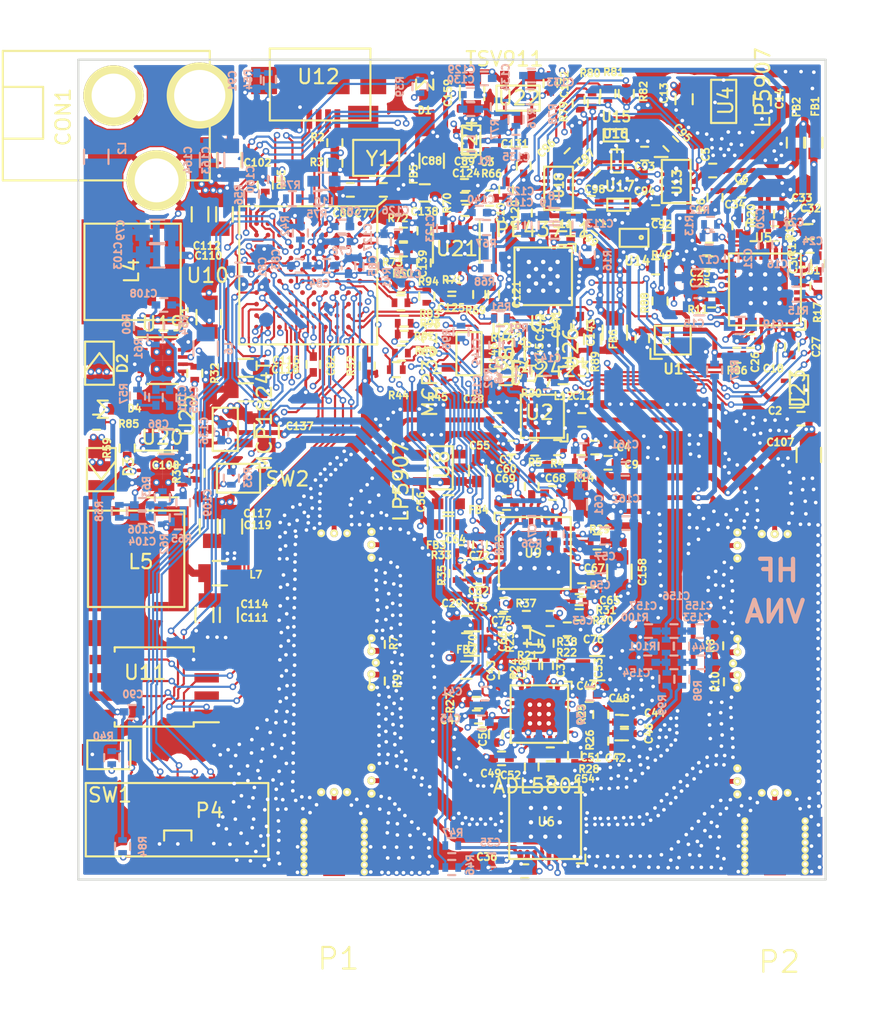
<source format=kicad_pcb>
(kicad_pcb (version 4) (host pcbnew "(2016-05-20 BZR 6816)-product")
  (layers (0 F.Cu signal) (1 In1.Cu signal hide) (2 In2.Cu signal) (31 B.Cu signal) (34 B.Paste user) (35 F.Paste user) (36 B.SilkS user) (37 F.SilkS user) (38 B.Mask user hide) (39 F.Mask user hide) (44 Edge.Cuts user))
  (net 0 "")
  (net 1 /microcontroller/3V3)
  (net 2 GND)
  (net 3 /microcontroller/CLK_IN)
  (net 4 /transmitter/RF_OUT_P)
  (net 5 "Net-(C6-Pad1)")
  (net 6 /transmitter/RF_OUT_N)
  (net 7 /microcontroller/TX_SW_CTRL)
  (net 8 "Net-(C16-Pad1)")
  (net 9 "Net-(C21-Pad1)")
  (net 10 "Net-(C28-Pad1)")
  (net 11 "Net-(C28-Pad2)")
  (net 12 "Net-(C30-Pad1)")
  (net 13 "Net-(C30-Pad2)")
  (net 14 "Net-(C32-Pad1)")
  (net 15 "Net-(C37-Pad1)")
  (net 16 "Net-(C38-Pad2)")
  (net 17 "Net-(C44-Pad2)")
  (net 18 "Net-(C45-Pad1)")
  (net 19 "Net-(C46-Pad2)")
  (net 20 /receiver/DETO)
  (net 21 "Net-(C54-Pad1)")
  (net 22 "Net-(C58-Pad1)")
  (net 23 "Net-(C63-Pad1)")
  (net 24 "Net-(C72-Pad1)")
  (net 25 "Net-(C72-Pad2)")
  (net 26 "Net-(C74-Pad1)")
  (net 27 "Net-(C87-Pad1)")
  (net 28 "Net-(C91-Pad1)")
  (net 29 "Net-(R15-Pad2)")
  (net 30 /receiver/lo_synth/RF_OUT_N)
  (net 31 /receiver/lo_synth/RF_OUT_P)
  (net 32 "Net-(R33-Pad2)")
  (net 33 /filter_bank/RF_IN)
  (net 34 /filter_bank/RF_OUT)
  (net 35 "Net-(C12-Pad1)")
  (net 36 "Net-(C12-Pad2)")
  (net 37 "Net-(C15-Pad1)")
  (net 38 "Net-(C17-Pad1)")
  (net 39 "Net-(C18-Pad1)")
  (net 40 "Net-(C19-Pad1)")
  (net 41 "Net-(C37-Pad2)")
  (net 42 "Net-(C38-Pad1)")
  (net 43 "Net-(C52-Pad2)")
  (net 44 "Net-(C54-Pad2)")
  (net 45 "Net-(C57-Pad1)")
  (net 46 "Net-(C59-Pad1)")
  (net 47 "Net-(C60-Pad1)")
  (net 48 "Net-(C61-Pad1)")
  (net 49 "Net-(C77-Pad1)")
  (net 50 "Net-(C80-Pad1)")
  (net 51 "Net-(C92-Pad2)")
  (net 52 "Net-(C93-Pad2)")
  (net 53 "Net-(C94-Pad2)")
  (net 54 "Net-(C95-Pad2)")
  (net 55 "Net-(C96-Pad1)")
  (net 56 "Net-(C97-Pad1)")
  (net 57 "Net-(C98-Pad1)")
  (net 58 "Net-(C99-Pad1)")
  (net 59 "Net-(D1-Pad2)")
  (net 60 "Net-(R4-Pad2)")
  (net 61 "Net-(R5-Pad2)")
  (net 62 "Net-(R11-Pad1)")
  (net 63 /receiver/RF_IN)
  (net 64 "Net-(R29-Pad1)")
  (net 65 /microcontroller/LED1)
  (net 66 /microcontroller/~RESET)
  (net 67 "Net-(R41-Pad2)")
  (net 68 "Net-(R42-Pad1)")
  (net 69 /receiver/CLK)
  (net 70 /receiver/DATA)
  (net 71 /microcontroller/RX_V1)
  (net 72 /microcontroller/RX_V2)
  (net 73 /microcontroller/LO_RF_ENABLE)
  (net 74 /transmitter/RFOUT_EN)
  (net 75 /microcontroller/ATT_LE)
  (net 76 /microcontroller/P2_9)
  (net 77 /microcontroller/P2_8)
  (net 78 /microcontroller/P1_2)
  (net 79 /microcontroller/P1_1)
  (net 80 /transmitter/CE)
  (net 81 /microcontroller/USB+)
  (net 82 /microcontroller/USBID)
  (net 83 /microcontroller/USB-)
  (net 84 /microcontroller/SPIFI_CLK)
  (net 85 /microcontroller/SPIFI_IO2)
  (net 86 /microcontroller/SPIFI_MISO)
  (net 87 /microcontroller/SPFI_MOSI)
  (net 88 /microcontroller/SPIFI_CS)
  (net 89 /microcontroller/SPIFI_IO3)
  (net 90 "Net-(C92-Pad1)")
  (net 91 "Net-(C93-Pad1)")
  (net 92 "Net-(C94-Pad1)")
  (net 93 "Net-(C95-Pad1)")
  (net 94 "Net-(C96-Pad2)")
  (net 95 "Net-(C97-Pad2)")
  (net 96 "Net-(C98-Pad2)")
  (net 97 "Net-(C99-Pad2)")
  (net 98 /power/12V)
  (net 99 /receiver/A)
  (net 100 "Net-(F1-Pad4)")
  (net 101 /receiver/C)
  (net 102 "Net-(F2-Pad4)")
  (net 103 "Net-(F1-Pad5)")
  (net 104 "Net-(F2-Pad5)")
  (net 105 "Net-(C101-Pad1)")
  (net 106 /receiver/D)
  (net 107 /receiver/B)
  (net 108 "Net-(C101-Pad2)")
  (net 109 "Net-(C8-Pad1)")
  (net 110 "Net-(C11-Pad1)")
  (net 111 /power/3V6)
  (net 112 /power/5V)
  (net 113 "Net-(C104-Pad1)")
  (net 114 "Net-(C104-Pad2)")
  (net 115 "Net-(C105-Pad1)")
  (net 116 "Net-(C106-Pad1)")
  (net 117 "Net-(C108-Pad1)")
  (net 118 "Net-(C109-Pad1)")
  (net 119 "Net-(C110-Pad1)")
  (net 120 "Net-(C111-Pad1)")
  (net 121 "Net-(F1-Pad2)")
  (net 122 "Net-(F2-Pad1)")
  (net 123 "Net-(D2-Pad1)")
  (net 124 "Net-(D3-Pad1)")
  (net 125 "Net-(R12-Pad2)")
  (net 126 "Net-(R13-Pad2)")
  (net 127 "Net-(R30-Pad2)")
  (net 128 "Net-(R31-Pad2)")
  (net 129 "Net-(R32-Pad1)")
  (net 130 "Net-(R34-Pad1)")
  (net 131 /power/SYNC_5V)
  (net 132 /power/SYNC_3V3)
  (net 133 /receiver/IF-)
  (net 134 /receiver/IF+)
  (net 135 "Net-(C115-Pad1)")
  (net 136 "Net-(C115-Pad2)")
  (net 137 "Net-(C120-Pad1)")
  (net 138 /receiver/DITHER)
  (net 139 "Net-(C121-Pad1)")
  (net 140 "Net-(C124-Pad1)")
  (net 141 "Net-(C124-Pad2)")
  (net 142 "Net-(C125-Pad1)")
  (net 143 "Net-(C125-Pad2)")
  (net 144 /receiver/ADC+)
  (net 145 /receiver/ADC-)
  (net 146 "Net-(C129-Pad1)")
  (net 147 "Net-(C130-Pad1)")
  (net 148 /receiver/VCOM)
  (net 149 "Net-(C132-Pad2)")
  (net 150 "Net-(C133-Pad1)")
  (net 151 "Net-(R44-Pad2)")
  (net 152 "Net-(R45-Pad2)")
  (net 153 "Net-(R46-Pad2)")
  (net 154 "Net-(R47-Pad2)")
  (net 155 "Net-(R48-Pad2)")
  (net 156 "Net-(R49-Pad2)")
  (net 157 "Net-(R50-Pad2)")
  (net 158 "Net-(R51-Pad2)")
  (net 159 "Net-(L10-Pad1)")
  (net 160 /transmitter/LD)
  (net 161 /transmitter/MUXOUT)
  (net 162 /receiver/ENBL)
  (net 163 /receiver/LE)
  (net 164 /receiver/CE)
  (net 165 /receiver/LD)
  (net 166 /microcontroller/LO_MUXOUT)
  (net 167 "Net-(C135-Pad2)")
  (net 168 /microcontroller/USBV)
  (net 169 "Net-(R2-Pad2)")
  (net 170 /microcontroller/DITHER)
  (net 171 /microcontroller/FILTER_V1)
  (net 172 "Net-(R79-Pad2)")
  (net 173 /microcontroller/FILTER_V2)
  (net 174 "Net-(R80-Pad2)")
  (net 175 /microcontroller/FILTER_V3)
  (net 176 "Net-(R81-Pad2)")
  (net 177 /microcontroller/FILTER_V4)
  (net 178 "Net-(R82-Pad2)")
  (net 179 "Net-(C138-Pad1)")
  (net 180 "Net-(C139-Pad1)")
  (net 181 /transmitter/3V3_RF)
  (net 182 /receiver/lo_synth/3V3_RF)
  (net 183 "Net-(P4-Pad1)")
  (net 184 /microcontroller/JTAG_TMS)
  (net 185 /microcontroller/JTAG_TCK)
  (net 186 /microcontroller/JTAG_TDO)
  (net 187 /microcontroller/JTAG_TDI)
  (net 188 "Net-(R83-Pad2)")
  (net 189 /receiver/5VF)
  (net 190 /transmitter/LE)
  (net 191 "Net-(D4-Pad2)")
  (net 192 /microcontroller/GP_CLKIN)
  (net 193 /power/12V_IN)
  (net 194 "Net-(C18-Pad2)")
  (net 195 "Net-(C60-Pad2)")
  (net 196 "Net-(C135-Pad1)")
  (net 197 "Net-(F1-Pad1)")
  (net 198 "Net-(F1-Pad6)")
  (net 199 "Net-(F2-Pad2)")
  (net 200 "Net-(F2-Pad3)")
  (net 201 "Net-(F3-Pad2)")
  (net 202 "Net-(F7-Pad2)")
  (net 203 "Net-(F10-Pad1)")
  (net 204 "Net-(F5-Pad2)")
  (net 205 "Net-(F1-Pad3)")
  (net 206 "Net-(F11-Pad2)")
  (net 207 "Net-(F13-Pad1)")
  (net 208 "Net-(F13-Pad2)")
  (net 209 "Net-(F15-Pad1)")
  (net 210 "Net-(F15-Pad2)")
  (net 211 "Net-(F17-Pad1)")
  (net 212 "Net-(F12-Pad1)")
  (net 213 /tx_amp/RF_IN)
  (net 214 "Net-(C142-Pad1)")
  (net 215 "Net-(C145-Pad1)")
  (net 216 "Net-(C146-Pad1)")
  (net 217 "Net-(C146-Pad2)")
  (net 218 "Net-(C149-Pad1)")
  (net 219 "Net-(C150-Pad1)")
  (net 220 /tx_amp/RF_OUT)
  (net 221 "Net-(R91-Pad2)")
  (net 222 "Net-(R93-Pad2)")
  (net 223 "Net-(R94-Pad2)")
  (net 224 "Net-(C152-Pad1)")
  (net 225 "Net-(C152-Pad2)")
  (net 226 "Net-(C151-Pad2)")
  (net 227 /microcontroller/I2C_SCL)
  (net 228 /microcontroller/I2C_SDA)
  (net 229 /microcontroller/PWDN)
  (net 230 "Net-(R97-Pad1)")
  (net 231 "Net-(C113-Pad1)")
  (net 232 "Net-(C113-Pad2)")
  (net 233 "Net-(C144-Pad2)")
  (net 234 "Net-(C153-Pad2)")
  (net 235 "Net-(P6-Pad1)")
  (net 236 "Net-(P7-Pad1)")
  (net 237 "Net-(P8-Pad1)")
  (module VNA:VQFN-24 (layer F.Cu) (at 185.35 95.06 180)
    (fp_text reference U3 (at 0 -3.3 180) (layer F.SilkS))
    (fp_text value PE43711 (at 0 3.25 180) (layer F.SilkS))
    (pad 1 smd rect (at -1.25 1.9 180) (size 0.25 0.7) (layers F.Cu F.Paste F.Mask) (net 2 GND))
    (pad 2 smd rect (at -0.75 1.9 180) (size 0.25 0.7) (layers F.Cu F.Paste F.Mask) (net 110 "Net-(C11-Pad1)"))
    (pad 3 smd rect (at -0.25 1.9 180) (size 0.25 0.7) (layers F.Cu F.Paste F.Mask) (net 1 /microcontroller/3V3))
    (pad 4 smd rect (at 0.25 1.9 180) (size 0.25 0.7) (layers F.Cu F.Paste F.Mask) (net 2 GND))
    (pad 5 smd rect (at 0.75 1.9 180) (size 0.25 0.7) (layers F.Cu F.Paste F.Mask) (net 213 /tx_amp/RF_IN))
    (pad 6 smd rect (at 1.25 1.9 180) (size 0.25 0.7) (layers F.Cu F.Paste F.Mask) (net 2 GND))
    (pad 13 smd rect (at 1.25 -1.9 180) (size 0.25 0.7) (layers F.Cu F.Paste F.Mask) (net 2 GND))
    (pad 14 smd rect (at 0.75 -1.9 180) (size 0.25 0.7) (layers F.Cu F.Paste F.Mask) (net 225 "Net-(C152-Pad2)"))
    (pad 15 smd rect (at 0.25 -1.9 180) (size 0.25 0.7) (layers F.Cu F.Paste F.Mask) (net 2 GND))
    (pad 16 smd rect (at -0.25 -1.9 180) (size 0.25 0.7) (layers F.Cu F.Paste F.Mask) (net 75 /microcontroller/ATT_LE))
    (pad 17 smd rect (at -0.75 -1.9 180) (size 0.25 0.7) (layers F.Cu F.Paste F.Mask) (net 69 /receiver/CLK))
    (pad 18 smd rect (at -1.25 -1.9 180) (size 0.25 0.7) (layers F.Cu F.Paste F.Mask) (net 70 /receiver/DATA))
    (pad 19 smd rect (at -1.9 -1.25 270) (size 0.25 0.7) (layers F.Cu F.Paste F.Mask) (net 2 GND))
    (pad 20 smd rect (at -1.9 -0.75 270) (size 0.25 0.7) (layers F.Cu F.Paste F.Mask) (net 2 GND))
    (pad 21 smd rect (at -1.9 -0.25 270) (size 0.25 0.7) (layers F.Cu F.Paste F.Mask) (net 2 GND))
    (pad 22 smd rect (at -1.9 0.25 270) (size 0.25 0.7) (layers F.Cu F.Paste F.Mask) (net 2 GND))
    (pad 23 smd rect (at -1.9 0.75 270) (size 0.25 0.7) (layers F.Cu F.Paste F.Mask) (net 2 GND))
    (pad 7 smd rect (at 1.9 1.25 270) (size 0.25 0.7) (layers F.Cu F.Paste F.Mask) (net 2 GND))
    (pad 8 smd rect (at 1.9 0.76 270) (size 0.25 0.7) (layers F.Cu F.Paste F.Mask) (net 2 GND))
    (pad 9 smd rect (at 1.9 0.25 270) (size 0.25 0.7) (layers F.Cu F.Paste F.Mask) (net 2 GND))
    (pad 10 smd rect (at 1.9 -0.25 270) (size 0.25 0.7) (layers F.Cu F.Paste F.Mask) (net 2 GND))
    (pad 11 smd rect (at 1.9 -0.75 270) (size 0.25 0.7) (layers F.Cu F.Paste F.Mask) (net 2 GND))
    (pad 12 smd rect (at 1.9 -1.25 270) (size 0.25 0.7) (layers F.Cu F.Paste F.Mask) (net 2 GND))
    (pad 24 smd rect (at -1.9 1.25 270) (size 0.25 0.7) (layers F.Cu F.Paste F.Mask) (net 2 GND))
    (pad EP smd rect (at 0 0 180) (size 2.7 2.7) (layers F.Cu F.Paste F.Mask) (net 2 GND))
    (pad EP thru_hole circle (at 0 0 180) (size 0.3 0.3) (drill 0.3) (layers *.Cu F.SilkS F.Mask) (net 2 GND))
    (pad EP thru_hole circle (at -0.5 -0.5 180) (size 0.3 0.3) (drill 0.3) (layers *.Cu F.SilkS F.Mask) (net 2 GND))
    (pad EP thru_hole circle (at -1 -1 180) (size 0.3 0.3) (drill 0.3) (layers *.Cu F.SilkS F.Mask) (net 2 GND))
    (pad EP thru_hole circle (at 0 -1 180) (size 0.3 0.3) (drill 0.3) (layers *.Cu F.SilkS F.Mask) (net 2 GND))
    (pad EP thru_hole circle (at 1 -1 180) (size 0.3 0.3) (drill 0.3) (layers *.Cu F.SilkS F.Mask) (net 2 GND))
    (pad EP thru_hole circle (at 0.5 -0.5 180) (size 0.3 0.3) (drill 0.3) (layers *.Cu F.SilkS F.Mask) (net 2 GND))
    (pad EP thru_hole circle (at -1 0 180) (size 0.3 0.3) (drill 0.3) (layers *.Cu F.SilkS F.Mask) (net 2 GND))
    (pad EP thru_hole circle (at 1 0 180) (size 0.3 0.3) (drill 0.3) (layers *.Cu F.SilkS F.Mask) (net 2 GND))
    (pad EP thru_hole circle (at -0.5 0.5 180) (size 0.3 0.3) (drill 0.3) (layers *.Cu F.SilkS F.Mask) (net 2 GND))
    (pad EP thru_hole circle (at 0.5 0.5 180) (size 0.3 0.3) (drill 0.3) (layers *.Cu F.SilkS F.Mask) (net 2 GND))
    (pad EP thru_hole circle (at -1 1 180) (size 0.3 0.3) (drill 0.3) (layers *.Cu F.SilkS F.Mask) (net 2 GND))
    (pad EP thru_hole circle (at 0 1 180) (size 0.3 0.3) (drill 0.3) (layers *.Cu F.SilkS F.Mask) (net 2 GND))
    (pad EP thru_hole circle (at 1 1 180) (size 0.3 0.3) (drill 0.3) (layers *.Cu F.SilkS F.Mask) (net 2 GND))
  )
  (module VNA:EJ508A (layer F.Cu) (at 155.448 88.392 270)
    (fp_text reference CON1 (at -4.4 3.5 270) (layer F.SilkS))
    (fp_text value BARREL_JACK)
    (pad 3 thru_hole circle (at 0 -3 270) (size 4.2 4.2) (drill 3.05) (layers *.Cu *.Mask F.SilkS) (net 2 GND))
    (pad 1 thru_hole circle (at -5.9 -6 270) (size 4.6 4.6) (drill 3.56) (layers *.Cu *.Mask F.SilkS) (net 193 /power/12V_IN))
    (pad 2 thru_hole circle (at -5.9 0 270) (size 4.2 4.2) (drill 3.05) (layers *.Cu *.Mask F.SilkS) (net 2 GND))
  )
  (module VNA:SOT-23-5 (layer F.Cu) (at 161.9 104.75 270)
    (fp_text reference U25 (at 0 1.325 270) (layer F.SilkS))
    (fp_text value MCP1824T (at 0 -4.05 270) (layer F.SilkS))
    (pad 1 smd rect (at 0 0 270) (size 0.6 1.05) (layers F.Cu F.Paste F.Mask) (net 111 /power/3V6))
    (pad 2 smd rect (at 0.95 0 270) (size 0.6 1.05) (layers F.Cu F.Paste F.Mask) (net 2 GND))
    (pad 3 smd rect (at 1.9 0 270) (size 0.6 1.05) (layers F.Cu F.Paste F.Mask) (net 111 /power/3V6))
    (pad 4 smd rect (at 1.9 -2.6 270) (size 0.6 1.25) (layers F.Cu F.Paste F.Mask))
    (pad 5 smd rect (at 0 -2.6 270) (size 0.6 1.25) (layers F.Cu F.Paste F.Mask) (net 1 /microcontroller/3V3))
  )
  (module Housings_SOIC:SOIJ-8_5.3x5.3mm_Pitch1.27mm (layer F.Cu) (at 158.28 123.61 180)
    (fp_text reference U11 (at 0.63 1.01 180) (layer F.SilkS))
    (fp_text value W25Q32FV)
    (pad 1 smd rect (at -3.65 -1.905 180) (size 1.7 0.65) (layers F.Cu F.Paste F.Mask) (net 88 /microcontroller/SPIFI_CS))
    (pad 2 smd rect (at -3.65 -0.635 180) (size 1.7 0.65) (layers F.Cu F.Paste F.Mask) (net 86 /microcontroller/SPIFI_MISO))
    (pad 3 smd rect (at -3.65 0.635 180) (size 1.7 0.65) (layers F.Cu F.Paste F.Mask) (net 85 /microcontroller/SPIFI_IO2))
    (pad 4 smd rect (at -3.65 1.905 180) (size 1.7 0.65) (layers F.Cu F.Paste F.Mask) (net 2 GND))
    (pad 5 smd rect (at 3.65 1.905 180) (size 1.7 0.65) (layers F.Cu F.Paste F.Mask) (net 87 /microcontroller/SPFI_MOSI))
    (pad 6 smd rect (at 3.65 0.635 180) (size 1.7 0.65) (layers F.Cu F.Paste F.Mask) (net 84 /microcontroller/SPIFI_CLK))
    (pad 7 smd rect (at 3.65 -0.635 180) (size 1.7 0.65) (layers F.Cu F.Paste F.Mask) (net 89 /microcontroller/SPIFI_IO3))
    (pad 8 smd rect (at 3.65 -1.905 180) (size 1.7 0.65) (layers F.Cu F.Paste F.Mask) (net 1 /microcontroller/3V3))
  )
  (module VNA:VQFN-16 (layer F.Cu) (at 185.292 104.794 180)
    (fp_text reference U2 (at 0.192 0.269 180) (layer F.SilkS))
    (fp_text value PE42423 (at 0 3.25 180) (layer F.SilkS))
    (pad 1 smd rect (at -1.35 -0.75 270) (size 0.25 0.5) (layers F.Cu F.Paste F.Mask) (net 2 GND))
    (pad 2 smd rect (at -1.35 -0.25 270) (size 0.25 0.5) (layers F.Cu F.Paste F.Mask) (net 36 "Net-(C12-Pad2)"))
    (pad 3 smd rect (at -1.35 0.25 270) (size 0.25 0.5) (layers F.Cu F.Paste F.Mask) (net 2 GND))
    (pad 4 smd rect (at -1.35 0.75 270) (size 0.25 0.5) (layers F.Cu F.Paste F.Mask) (net 2 GND))
    (pad 5 smd rect (at -0.75 1.35 180) (size 0.25 0.5) (layers F.Cu F.Paste F.Mask) (net 2 GND))
    (pad 6 smd rect (at -0.25 1.35 180) (size 0.25 0.5) (layers F.Cu F.Paste F.Mask) (net 2 GND))
    (pad 7 smd rect (at 0.25 1.35 180) (size 0.25 0.5) (layers F.Cu F.Paste F.Mask) (net 220 /tx_amp/RF_OUT))
    (pad 8 smd rect (at 0.75 1.35 180) (size 0.25 0.5) (layers F.Cu F.Paste F.Mask) (net 2 GND))
    (pad 9 smd rect (at 1.35 0.75 270) (size 0.25 0.5) (layers F.Cu F.Paste F.Mask) (net 2 GND))
    (pad 10 smd rect (at 1.35 0.25 270) (size 0.25 0.5) (layers F.Cu F.Paste F.Mask) (net 2 GND))
    (pad 11 smd rect (at 1.35 -0.25 270) (size 0.25 0.5) (layers F.Cu F.Paste F.Mask) (net 11 "Net-(C28-Pad2)"))
    (pad 12 smd rect (at 1.35 -0.75 270) (size 0.25 0.5) (layers F.Cu F.Paste F.Mask) (net 2 GND))
    (pad 13 smd rect (at 0.75 -1.35 180) (size 0.25 0.5) (layers F.Cu F.Paste F.Mask) (net 2 GND))
    (pad 14 smd rect (at 0.25 -1.35 180) (size 0.25 0.5) (layers F.Cu F.Paste F.Mask) (net 61 "Net-(R5-Pad2)"))
    (pad 15 smd rect (at -0.25 -1.35 180) (size 0.25 0.5) (layers F.Cu F.Paste F.Mask) (net 60 "Net-(R4-Pad2)"))
    (pad 16 smd rect (at -0.75 -1.35 180) (size 0.25 0.5) (layers F.Cu F.Paste F.Mask) (net 109 "Net-(C8-Pad1)"))
    (pad EP smd rect (at 0 0 180) (size 1.8 1.8) (layers F.Cu F.Paste F.Mask) (net 2 GND))
    (pad EP thru_hole circle (at -0.45 -0.45 180) (size 0.3 0.3) (drill 0.3) (layers *.Cu F.SilkS F.Mask) (net 2 GND))
    (pad EP thru_hole circle (at -0.45 0.45 180) (size 0.3 0.3) (drill 0.3) (layers *.Cu F.SilkS F.Mask) (net 2 GND))
    (pad EP thru_hole circle (at 0.45 -0.45 180) (size 0.3 0.3) (drill 0.3) (layers *.Cu F.SilkS F.Mask) (net 2 GND))
    (pad EP thru_hole circle (at 0.45 0.45 180) (size 0.3 0.3) (drill 0.3) (layers *.Cu F.SilkS F.Mask) (net 2 GND))
    (pad EP thru_hole circle (at 0 0 180) (size 0.3 0.3) (drill 0.3) (layers *.Cu F.SilkS F.Mask) (net 2 GND))
  )
  (module VNA:TP_1.00 (layer F.Cu) (at 180.5 127.425)
    (fp_text reference P3 hide)
    (fp_text value CONN_01X01)
    (pad 1 smd circle (at 0 0) (size 1 1) (layers F.Cu F.Paste F.Mask) (net 20 /receiver/DETO))
  )
  (module VNA:EVP-AWBA2A (layer F.Cu) (at 153.525 128.325)
    (fp_text reference SW1 (at 1.675 2.8) (layer F.SilkS))
    (fp_text value SW_PUSH)
    (pad 1 smd rect (at 0 0) (size 0.55 1.5) (layers F.Cu F.Mask) (net 2 GND))
    (pad 2 smd rect (at 3.25 0) (size 0.55 1.5) (layers F.Cu F.Mask) (net 66 /microcontroller/~RESET))
    (pad 2 smd rect (at 3.25 -0.4) (size 0.55 0.5) (layers F.Cu F.Paste F.Mask) (net 66 /microcontroller/~RESET))
    (pad 2 smd rect (at 3.25 0.5) (size 0.55 0.5) (layers F.Cu F.Paste F.Mask) (net 66 /microcontroller/~RESET))
    (pad 1 smd rect (at 0 -0.5) (size 0.55 0.5) (layers F.Cu F.Paste F.Mask) (net 2 GND))
    (pad 1 smd rect (at 0 0.5) (size 0.55 0.5) (layers F.Cu F.Paste F.Mask) (net 2 GND))
  )
  (module VNA:EVP-AWBA2A (layer F.Cu) (at 162.55 109.1)
    (fp_text reference SW2 (at 5 0.05) (layer F.SilkS))
    (fp_text value SW_PUSH)
    (pad 1 smd rect (at 0 0) (size 0.55 1.5) (layers F.Cu F.Mask) (net 77 /microcontroller/P2_8))
    (pad 2 smd rect (at 3.25 0) (size 0.55 1.5) (layers F.Cu F.Mask) (net 1 /microcontroller/3V3))
    (pad 2 smd rect (at 3.25 -0.4) (size 0.55 0.5) (layers F.Cu F.Paste F.Mask) (net 1 /microcontroller/3V3))
    (pad 2 smd rect (at 3.25 0.5) (size 0.55 0.5) (layers F.Cu F.Paste F.Mask) (net 1 /microcontroller/3V3))
    (pad 1 smd rect (at 0 -0.5) (size 0.55 0.5) (layers F.Cu F.Paste F.Mask) (net 77 /microcontroller/P2_8))
    (pad 1 smd rect (at 0 0.5) (size 0.55 0.5) (layers F.Cu F.Paste F.Mask) (net 77 /microcontroller/P2_8))
  )
  (module VNA:SOT-23-5 (layer F.Cu) (at 196.58 81.95 270)
    (fp_text reference U4 (at 0.91 -1.47 270) (layer F.SilkS))
    (fp_text value LP5907 (at 0 -4.05 270) (layer F.SilkS))
    (pad 1 smd rect (at 0 0 270) (size 0.6 1.05) (layers F.Cu F.Paste F.Mask) (net 111 /power/3V6))
    (pad 2 smd rect (at 0.95 0 270) (size 0.6 1.05) (layers F.Cu F.Paste F.Mask) (net 2 GND))
    (pad 3 smd rect (at 1.9 0 270) (size 0.6 1.05) (layers F.Cu F.Paste F.Mask) (net 111 /power/3V6))
    (pad 4 smd rect (at 1.9 -2.6 270) (size 0.6 1.25) (layers F.Cu F.Paste F.Mask))
    (pad 5 smd rect (at 0 -2.6 270) (size 0.6 1.25) (layers F.Cu F.Paste F.Mask) (net 181 /transmitter/3V3_RF))
  )
  (module VNA:VFQFN-32 (layer F.Cu) (at 185.496 133.021 180)
    (fp_text reference U6 (at -0.064 0.041 180) (layer F.SilkS) (effects (font (size 0.6 0.6) (thickness 0.125))))
    (fp_text value PE42441)
    (pad 1 smd oval (at -2.315 -1.75 180) (size 0.8 0.34) (layers F.Cu F.Paste F.Mask) (net 2 GND))
    (pad 2 smd oval (at -2.315 -1.25 180) (size 0.8 0.34) (layers F.Cu F.Paste F.Mask) (net 106 /receiver/D))
    (pad 3 smd oval (at -2.315 -0.75 180) (size 0.8 0.34) (layers F.Cu F.Paste F.Mask) (net 2 GND))
    (pad 4 smd oval (at -2.315 -0.25 180) (size 0.8 0.34) (layers F.Cu F.Paste F.Mask) (net 2 GND))
    (pad 5 smd oval (at -2.315 0.25 180) (size 0.8 0.34) (layers F.Cu F.Paste F.Mask) (net 2 GND))
    (pad 6 smd oval (at -2.315 0.75 180) (size 0.8 0.34) (layers F.Cu F.Paste F.Mask) (net 2 GND))
    (pad 7 smd oval (at -2.315 1.25 180) (size 0.8 0.34) (layers F.Cu F.Paste F.Mask) (net 101 /receiver/C))
    (pad 8 smd oval (at -2.315 1.75 180) (size 0.8 0.34) (layers F.Cu F.Paste F.Mask) (net 2 GND))
    (pad 17 smd oval (at 2.315 1.75 180) (size 0.8 0.34) (layers F.Cu F.Paste F.Mask) (net 2 GND))
    (pad 18 smd oval (at 2.315 1.25 180) (size 0.8 0.34) (layers F.Cu F.Paste F.Mask) (net 99 /receiver/A))
    (pad 19 smd oval (at 2.315 0.75 180) (size 0.8 0.34) (layers F.Cu F.Paste F.Mask) (net 2 GND))
    (pad 20 smd oval (at 2.315 0.25 180) (size 0.8 0.34) (layers F.Cu F.Paste F.Mask) (net 2 GND))
    (pad 21 smd oval (at 2.315 -0.25 180) (size 0.8 0.34) (layers F.Cu F.Paste F.Mask) (net 2 GND))
    (pad 22 smd oval (at 2.315 -0.75 180) (size 0.8 0.34) (layers F.Cu F.Paste F.Mask) (net 2 GND))
    (pad 23 smd oval (at 2.315 -1.25 180) (size 0.8 0.34) (layers F.Cu F.Paste F.Mask) (net 107 /receiver/B))
    (pad 24 smd oval (at 2.315 -1.75 180) (size 0.8 0.34) (layers F.Cu F.Paste F.Mask) (net 2 GND))
    (pad 9 smd oval (at -1.75 2.315 270) (size 0.8 0.34) (layers F.Cu F.Paste F.Mask) (net 2 GND))
    (pad EP smd rect (at 0 0 180) (size 3.08 3.08) (layers F.Cu F.Paste F.Mask) (net 2 GND))
    (pad 10 smd oval (at -1.25 2.315 270) (size 0.8 0.34) (layers F.Cu F.Paste F.Mask) (net 2 GND))
    (pad 11 smd oval (at -0.75 2.315 270) (size 0.8 0.34) (layers F.Cu F.Paste F.Mask) (net 2 GND))
    (pad 12 smd oval (at -0.25 2.315 270) (size 0.8 0.34) (layers F.Cu F.Paste F.Mask) (net 2 GND))
    (pad 13 smd oval (at 0.25 2.315 270) (size 0.8 0.34) (layers F.Cu F.Paste F.Mask) (net 63 /receiver/RF_IN))
    (pad 14 smd oval (at 0.75 2.315 270) (size 0.8 0.34) (layers F.Cu F.Paste F.Mask) (net 2 GND))
    (pad 15 smd oval (at 1.25 2.315 270) (size 0.8 0.34) (layers F.Cu F.Paste F.Mask) (net 2 GND))
    (pad 16 smd oval (at 1.75 2.315 270) (size 0.8 0.34) (layers F.Cu F.Paste F.Mask) (net 2 GND))
    (pad 25 smd oval (at 1.75 -2.315 270) (size 0.8 0.34) (layers F.Cu F.Paste F.Mask) (net 2 GND))
    (pad 26 smd oval (at 1.25 -2.315 270) (size 0.8 0.34) (layers F.Cu F.Paste F.Mask) (net 2 GND))
    (pad 27 smd oval (at 0.75 -2.315 270) (size 0.8 0.34) (layers F.Cu F.Paste F.Mask) (net 1 /microcontroller/3V3))
    (pad 28 smd oval (at 0.25 -2.315 270) (size 0.8 0.34) (layers F.Cu F.Paste F.Mask) (net 2 GND))
    (pad 29 smd oval (at -0.25 -2.315 270) (size 0.8 0.34) (layers F.Cu F.Paste F.Mask) (net 71 /microcontroller/RX_V1))
    (pad 30 smd oval (at -0.75 -2.315 270) (size 0.8 0.34) (layers F.Cu F.Paste F.Mask) (net 72 /microcontroller/RX_V2))
    (pad 31 smd oval (at -1.25 -2.315 270) (size 0.8 0.3) (layers F.Cu F.Paste F.Mask) (net 2 GND))
    (pad 32 smd oval (at -1.75 -2.315 270) (size 0.8 0.34) (layers F.Cu F.Paste F.Mask) (net 2 GND))
    (pad EP thru_hole circle (at 0 0 180) (size 0.5 0.5) (drill 0.3) (layers *.Cu) (net 2 GND))
    (pad EP thru_hole circle (at -1 -1 180) (size 0.5 0.5) (drill 0.3) (layers *.Cu) (net 2 GND))
    (pad EP thru_hole circle (at 1 -1 180) (size 0.5 0.5) (drill 0.3) (layers *.Cu) (net 2 GND))
    (pad EP thru_hole circle (at -1 1 180) (size 0.5 0.5) (drill 0.3) (layers *.Cu) (net 2 GND))
    (pad EP thru_hole circle (at 1 1 180) (size 0.5 0.5) (drill 0.3) (layers *.Cu) (net 2 GND))
    (pad EP thru_hole circle (at 1 0 180) (size 0.5 0.5) (drill 0.3) (layers *.Cu) (net 2 GND))
    (pad EP thru_hole circle (at 0 -1 180) (size 0.5 0.5) (drill 0.3) (layers *.Cu) (net 2 GND))
    (pad EP thru_hole circle (at -1 0 180) (size 0.5 0.5) (drill 0.3) (layers *.Cu) (net 2 GND))
    (pad EP thru_hole circle (at 0 1 180) (size 0.5 0.5) (drill 0.3) (layers *.Cu) (net 2 GND))
  )
  (module VNA:VFQFN-24 (layer F.Cu) (at 185.08 125.495 180)
    (fp_text reference U7 (at 0.095 5.025 270) (layer F.SilkS))
    (fp_text value ADL5801 (at 0 -5 180) (layer F.SilkS))
    (pad 1 smd oval (at -1.25 1.8 180) (size 0.3 0.7) (layers F.Cu F.Paste F.Mask) (net 2 GND))
    (pad 2 smd oval (at -0.75 1.8 180) (size 0.3 0.7) (layers F.Cu F.Paste F.Mask) (net 2 GND))
    (pad 3 smd oval (at -0.25 1.8 180) (size 0.3 0.7) (layers F.Cu F.Paste F.Mask) (net 41 "Net-(C37-Pad2)"))
    (pad 4 smd oval (at 0.25 1.8 180) (size 0.3 0.7) (layers F.Cu F.Paste F.Mask) (net 42 "Net-(C38-Pad1)"))
    (pad 5 smd oval (at 0.75 1.8 180) (size 0.3 0.7) (layers F.Cu F.Paste F.Mask) (net 2 GND))
    (pad 6 smd oval (at 1.25 1.8 180) (size 0.3 0.7) (layers F.Cu F.Paste F.Mask) (net 2 GND))
    (pad 13 smd oval (at 1.25 -1.8 180) (size 0.3 0.7) (layers F.Cu F.Paste F.Mask) (net 189 /receiver/5VF))
    (pad 14 smd oval (at 0.75 -1.8 180) (size 0.3 0.7) (layers F.Cu F.Paste F.Mask) (net 2 GND))
    (pad 15 smd oval (at 0.25 -1.8 180) (size 0.3 0.7) (layers F.Cu F.Paste F.Mask) (net 43 "Net-(C52-Pad2)"))
    (pad 16 smd oval (at -0.25 -1.8 180) (size 0.3 0.7) (layers F.Cu F.Paste F.Mask) (net 44 "Net-(C54-Pad2)"))
    (pad 17 smd oval (at -0.75 -1.8 180) (size 0.3 0.7) (layers F.Cu F.Paste F.Mask) (net 2 GND))
    (pad 18 smd oval (at -1.25 -1.8 180) (size 0.3 0.7) (layers F.Cu F.Paste F.Mask) (net 189 /receiver/5VF))
    (pad 19 smd oval (at -1.8 -1.25 270) (size 0.3 0.7) (layers F.Cu F.Paste F.Mask) (net 2 GND))
    (pad 20 smd oval (at -1.8 -0.75 270) (size 0.3 0.7) (layers F.Cu F.Paste F.Mask) (net 19 "Net-(C46-Pad2)"))
    (pad 21 smd oval (at -1.8 -0.25 270) (size 0.3 0.7) (layers F.Cu F.Paste F.Mask) (net 17 "Net-(C44-Pad2)"))
    (pad 22 smd oval (at -1.8 0.25 270) (size 0.3 0.7) (layers F.Cu F.Paste F.Mask))
    (pad 23 smd oval (at -1.8 0.75 270) (size 0.3 0.7) (layers F.Cu F.Paste F.Mask) (net 2 GND))
    (pad 7 smd oval (at 1.8 1.25 270) (size 0.3 0.7) (layers F.Cu F.Paste F.Mask) (net 189 /receiver/5VF))
    (pad 8 smd oval (at 1.8 0.76 270) (size 0.3 0.7) (layers F.Cu F.Paste F.Mask) (net 2 GND))
    (pad 9 smd oval (at 1.8 0.25 270) (size 0.3 0.7) (layers F.Cu F.Paste F.Mask) (net 162 /receiver/ENBL))
    (pad 10 smd oval (at 1.8 -0.25 270) (size 0.3 0.7) (layers F.Cu F.Paste F.Mask) (net 18 "Net-(C45-Pad1)"))
    (pad 11 smd oval (at 1.8 -0.75 270) (size 0.3 0.7) (layers F.Cu F.Paste F.Mask) (net 20 /receiver/DETO))
    (pad 12 smd oval (at 1.8 -1.25 270) (size 0.3 0.7) (layers F.Cu F.Paste F.Mask) (net 2 GND))
    (pad 24 smd oval (at -1.8 1.25 270) (size 0.3 0.7) (layers F.Cu F.Paste F.Mask) (net 189 /receiver/5VF))
    (pad PAD smd rect (at 0 0 180) (size 2.5 2.5) (layers F.Cu F.Paste F.Mask) (net 2 GND))
    (pad PAD thru_hole circle (at 0 0 180) (size 0.3 0.3) (drill 0.3) (layers *.Cu F.SilkS F.Mask) (net 2 GND))
    (pad PAD thru_hole circle (at 0 -0.65 180) (size 0.3 0.3) (drill 0.3) (layers *.Cu F.SilkS F.Mask) (net 2 GND))
    (pad PAD thru_hole circle (at 0.65 0.65 180) (size 0.3 0.3) (drill 0.3) (layers *.Cu F.SilkS F.Mask) (net 2 GND))
    (pad PAD thru_hole circle (at 0 0.65 180) (size 0.3 0.3) (drill 0.3) (layers *.Cu F.SilkS F.Mask) (net 2 GND))
    (pad PAD thru_hole circle (at 0.65 0 180) (size 0.3 0.3) (drill 0.3) (layers *.Cu F.SilkS F.Mask) (net 2 GND))
    (pad PAD thru_hole circle (at 0.65 -0.65 180) (size 0.3 0.3) (drill 0.3) (layers *.Cu F.SilkS F.Mask) (net 2 GND))
    (pad PAD thru_hole circle (at -0.65 -0.65 180) (size 0.3 0.3) (drill 0.3) (layers *.Cu F.SilkS F.Mask) (net 2 GND))
    (pad PAD thru_hole circle (at -0.65 0 180) (size 0.3 0.3) (drill 0.3) (layers *.Cu F.SilkS F.Mask) (net 2 GND))
    (pad PAD thru_hole circle (at -0.65 0.65 180) (size 0.3 0.3) (drill 0.3) (layers *.Cu F.SilkS F.Mask) (net 2 GND))
  )
  (module VNA:SOT-23-5 (layer F.Cu) (at 179.5 109.325 90)
    (fp_text reference U8 (at 1.175 -1.2 90) (layer F.SilkS))
    (fp_text value LP5907 (at 0 -4.05 90) (layer F.SilkS))
    (pad 1 smd rect (at 0 0 90) (size 0.6 1.05) (layers F.Cu F.Paste F.Mask) (net 111 /power/3V6))
    (pad 2 smd rect (at 0.95 0 90) (size 0.6 1.05) (layers F.Cu F.Paste F.Mask) (net 2 GND))
    (pad 3 smd rect (at 1.9 0 90) (size 0.6 1.05) (layers F.Cu F.Paste F.Mask) (net 111 /power/3V6))
    (pad 4 smd rect (at 1.9 -2.6 90) (size 0.6 1.25) (layers F.Cu F.Paste F.Mask))
    (pad 5 smd rect (at 0 -2.6 90) (size 0.6 1.25) (layers F.Cu F.Paste F.Mask) (net 182 /receiver/lo_synth/3V3_RF))
  )
  (module VNA:TFBGA-100 (layer F.Cu) (at 172.6 91.392 270)
    (fp_text reference U10 (at 3.608 10.6) (layer F.SilkS))
    (fp_text value LPC4370FET100)
    (pad A1 smd circle (at 0 0 270) (size 0.33 0.33) (layers F.Cu F.Paste F.Mask))
    (pad B1 smd circle (at 0 0.8 270) (size 0.33 0.33) (layers F.Cu F.Paste F.Mask) (net 49 "Net-(C77-Pad1)"))
    (pad C1 smd circle (at 0 1.6 270) (size 0.33 0.33) (layers F.Cu F.Paste F.Mask) (net 50 "Net-(C80-Pad1)"))
    (pad D1 smd circle (at 0 2.4 270) (size 0.33 0.33) (layers F.Cu F.Paste F.Mask) (net 1 /microcontroller/3V3))
    (pad E1 smd circle (at 0 3.2 270) (size 0.33 0.33) (layers F.Cu F.Paste F.Mask) (net 81 /microcontroller/USB+))
    (pad F1 smd circle (at 0 4 270) (size 0.33 0.33) (layers F.Cu F.Paste F.Mask) (net 82 /microcontroller/USBID))
    (pad G1 smd circle (at 0 4.8 270) (size 0.33 0.33) (layers F.Cu F.Paste F.Mask) (net 65 /microcontroller/LED1))
    (pad H1 smd circle (at 0 5.6 270) (size 0.33 0.33) (layers F.Cu F.Paste F.Mask))
    (pad J1 smd circle (at 0 6.4 270) (size 0.33 0.33) (layers F.Cu F.Paste F.Mask))
    (pad K1 smd circle (at 0 7.2 270) (size 0.33 0.33) (layers F.Cu F.Paste F.Mask) (net 78 /microcontroller/P1_2))
    (pad A2 smd circle (at 0.8 0 270) (size 0.33 0.33) (layers F.Cu F.Paste F.Mask) (net 144 /receiver/ADC+))
    (pad B2 smd circle (at 0.8 0.8 270) (size 0.33 0.33) (layers F.Cu F.Paste F.Mask) (net 27 "Net-(C87-Pad1)"))
    (pad C2 smd circle (at 0.8 1.6 270) (size 0.33 0.33) (layers F.Cu F.Paste F.Mask) (net 2 GND))
    (pad D2 smd circle (at 0.8 2.4 270) (size 0.33 0.33) (layers F.Cu F.Paste F.Mask) (net 1 /microcontroller/3V3))
    (pad E2 smd circle (at 0.8 3.2 270) (size 0.33 0.33) (layers F.Cu F.Paste F.Mask) (net 83 /microcontroller/USB-))
    (pad F2 smd circle (at 0.8 4 270) (size 0.33 0.33) (layers F.Cu F.Paste F.Mask) (net 2 GND))
    (pad G2 smd circle (at 0.8 4.8 270) (size 0.33 0.33) (layers F.Cu F.Paste F.Mask) (net 170 /microcontroller/DITHER))
    (pad H2 smd circle (at 0.8 5.6 270) (size 0.33 0.33) (layers F.Cu F.Paste F.Mask) (net 185 /microcontroller/JTAG_TCK))
    (pad J2 smd circle (at 0.8 6.4 270) (size 0.33 0.33) (layers F.Cu F.Paste F.Mask) (net 152 "Net-(R45-Pad2)"))
    (pad K2 smd circle (at 0.8 7.2 270) (size 0.33 0.33) (layers F.Cu F.Paste F.Mask) (net 79 /microcontroller/P1_1))
    (pad A3 smd circle (at 1.6 0 270) (size 0.33 0.33) (layers F.Cu F.Paste F.Mask) (net 145 /receiver/ADC-))
    (pad B3 smd circle (at 1.6 0.8 270) (size 0.33 0.33) (layers F.Cu F.Paste F.Mask))
    (pad C3 smd circle (at 1.6 1.6 270) (size 0.33 0.33) (layers F.Cu F.Paste F.Mask))
    (pad D3 smd circle (at 1.6 2.4 270) (size 0.33 0.33) (layers F.Cu F.Paste F.Mask) (net 2 GND))
    (pad E3 smd circle (at 1.6 3.2 270) (size 0.33 0.33) (layers F.Cu F.Paste F.Mask) (net 169 "Net-(R2-Pad2)"))
    (pad F3 smd circle (at 1.6 4 270) (size 0.33 0.33) (layers F.Cu F.Paste F.Mask) (net 68 "Net-(R42-Pad1)"))
    (pad G3 smd circle (at 1.6 4.8 270) (size 0.33 0.33) (layers F.Cu F.Paste F.Mask) (net 187 /microcontroller/JTAG_TDI))
    (pad H3 smd circle (at 1.6 5.6 270) (size 0.33 0.33) (layers F.Cu F.Paste F.Mask) (net 186 /microcontroller/JTAG_TDO))
    (pad J3 smd circle (at 1.6 6.4 270) (size 0.33 0.33) (layers F.Cu F.Paste F.Mask) (net 2 GND))
    (pad K3 smd circle (at 1.6 7.2 270) (size 0.33 0.33) (layers F.Cu F.Paste F.Mask))
    (pad A4 smd circle (at 2.4 0 270) (size 0.33 0.33) (layers F.Cu F.Paste F.Mask) (net 67 "Net-(R41-Pad2)"))
    (pad B4 smd circle (at 2.4 0.8 270) (size 0.33 0.33) (layers F.Cu F.Paste F.Mask) (net 157 "Net-(R50-Pad2)"))
    (pad C4 smd circle (at 2.4 1.6 270) (size 0.33 0.33) (layers F.Cu F.Paste F.Mask) (net 184 /microcontroller/JTAG_TMS))
    (pad D4 smd circle (at 2.4 2.4 270) (size 0.33 0.33) (layers F.Cu F.Paste F.Mask) (net 2 GND))
    (pad E4 smd circle (at 2.4 3.2 270) (size 0.33 0.33) (layers F.Cu F.Paste F.Mask) (net 1 /microcontroller/3V3))
    (pad F4 smd circle (at 2.4 4 270) (size 0.33 0.33) (layers F.Cu F.Paste F.Mask) (net 1 /microcontroller/3V3))
    (pad G4 smd circle (at 2.4 4.8 270) (size 0.33 0.33) (layers F.Cu F.Paste F.Mask) (net 176 "Net-(R81-Pad2)"))
    (pad H4 smd circle (at 2.4 5.6 270) (size 0.33 0.33) (layers F.Cu F.Paste F.Mask) (net 192 /microcontroller/GP_CLKIN))
    (pad J4 smd circle (at 2.4 6.4 270) (size 0.33 0.33) (layers F.Cu F.Paste F.Mask) (net 172 "Net-(R79-Pad2)"))
    (pad K4 smd circle (at 2.4 7.2 270) (size 0.33 0.33) (layers F.Cu F.Paste F.Mask) (net 174 "Net-(R80-Pad2)"))
    (pad A5 smd circle (at 3.2 0 270) (size 0.33 0.33) (layers F.Cu F.Paste F.Mask))
    (pad B5 smd circle (at 3.2 0.8 270) (size 0.33 0.33) (layers F.Cu F.Paste F.Mask))
    (pad C5 smd circle (at 3.2 1.6 270) (size 0.33 0.33) (layers F.Cu F.Paste F.Mask) (net 1 /microcontroller/3V3))
    (pad D5 smd circle (at 3.2 2.4 270) (size 0.33 0.33) (layers F.Cu F.Paste F.Mask) (net 2 GND))
    (pad E5 smd circle (at 3.2 3.2 270) (size 0.33 0.33) (layers F.Cu F.Paste F.Mask) (net 1 /microcontroller/3V3))
    (pad F5 smd circle (at 3.2 4 270) (size 0.33 0.33) (layers F.Cu F.Paste F.Mask) (net 155 "Net-(R48-Pad2)"))
    (pad G5 smd circle (at 3.2 4.8 270) (size 0.33 0.33) (layers F.Cu F.Paste F.Mask))
    (pad H5 smd circle (at 3.2 5.6 270) (size 0.33 0.33) (layers F.Cu F.Paste F.Mask) (net 178 "Net-(R82-Pad2)"))
    (pad J5 smd circle (at 3.2 6.4 270) (size 0.33 0.33) (layers F.Cu F.Paste F.Mask) (net 165 /receiver/LD))
    (pad K5 smd circle (at 3.2 7.2 270) (size 0.33 0.33) (layers F.Cu F.Paste F.Mask) (net 1 /microcontroller/3V3))
    (pad A6 smd circle (at 4 0 270) (size 0.33 0.33) (layers F.Cu F.Paste F.Mask) (net 188 "Net-(R83-Pad2)"))
    (pad B6 smd circle (at 4 0.8 270) (size 0.33 0.33) (layers F.Cu F.Paste F.Mask) (net 66 /microcontroller/~RESET))
    (pad C6 smd circle (at 4 1.6 270) (size 0.33 0.33) (layers F.Cu F.Paste F.Mask) (net 77 /microcontroller/P2_8))
    (pad D6 smd circle (at 4 2.4 270) (size 0.33 0.33) (layers F.Cu F.Paste F.Mask))
    (pad E6 smd circle (at 4 3.2 270) (size 0.33 0.33) (layers F.Cu F.Paste F.Mask))
    (pad F6 smd circle (at 4 4 270) (size 0.33 0.33) (layers F.Cu F.Paste F.Mask))
    (pad G6 smd circle (at 4 4.8 270) (size 0.33 0.33) (layers F.Cu F.Paste F.Mask))
    (pad H6 smd circle (at 4 5.6 270) (size 0.33 0.33) (layers F.Cu F.Paste F.Mask) (net 160 /transmitter/LD))
    (pad J6 smd circle (at 4 6.4 270) (size 0.33 0.33) (layers F.Cu F.Paste F.Mask) (net 2 GND))
    (pad K6 smd circle (at 4 7.2 270) (size 0.33 0.33) (layers F.Cu F.Paste F.Mask) (net 235 "Net-(P6-Pad1)"))
    (pad A7 smd circle (at 4.8 0 270) (size 0.33 0.33) (layers F.Cu F.Paste F.Mask) (net 84 /microcontroller/SPIFI_CLK))
    (pad B7 smd circle (at 4.8 0.8 270) (size 0.33 0.33) (layers F.Cu F.Paste F.Mask) (net 85 /microcontroller/SPIFI_IO2))
    (pad C7 smd circle (at 4.8 1.6 270) (size 0.33 0.33) (layers F.Cu F.Paste F.Mask) (net 86 /microcontroller/SPIFI_MISO))
    (pad D7 smd circle (at 4.8 2.4 270) (size 0.33 0.33) (layers F.Cu F.Paste F.Mask) (net 87 /microcontroller/SPFI_MOSI))
    (pad E7 smd circle (at 4.8 3.2 270) (size 0.33 0.33) (layers F.Cu F.Paste F.Mask) (net 88 /microcontroller/SPIFI_CS))
    (pad F7 smd circle (at 4.8 4 270) (size 0.33 0.33) (layers F.Cu F.Paste F.Mask))
    (pad G7 smd circle (at 4.8 4.8 270) (size 0.33 0.33) (layers F.Cu F.Paste F.Mask) (net 154 "Net-(R47-Pad2)"))
    (pad H7 smd circle (at 4.8 5.6 270) (size 0.33 0.33) (layers F.Cu F.Paste F.Mask))
    (pad J7 smd circle (at 4.8 6.4 270) (size 0.33 0.33) (layers F.Cu F.Paste F.Mask) (net 190 /transmitter/LE))
    (pad K7 smd circle (at 4.8 7.2 270) (size 0.33 0.33) (layers F.Cu F.Paste F.Mask) (net 80 /transmitter/CE))
    (pad A8 smd circle (at 5.6 0 270) (size 0.33 0.33) (layers F.Cu F.Paste F.Mask))
    (pad B8 smd circle (at 5.6 0.8 270) (size 0.33 0.33) (layers F.Cu F.Paste F.Mask) (net 89 /microcontroller/SPIFI_IO3))
    (pad C8 smd circle (at 5.6 1.6 270) (size 0.33 0.33) (layers F.Cu F.Paste F.Mask) (net 2 GND))
    (pad D8 smd circle (at 5.6 2.4 270) (size 0.33 0.33) (layers F.Cu F.Paste F.Mask) (net 223 "Net-(R94-Pad2)"))
    (pad E8 smd circle (at 5.6 3.2 270) (size 0.33 0.33) (layers F.Cu F.Paste F.Mask))
    (pad F8 smd circle (at 5.6 4 270) (size 0.33 0.33) (layers F.Cu F.Paste F.Mask))
    (pad G8 smd circle (at 5.6 4.8 270) (size 0.33 0.33) (layers F.Cu F.Paste F.Mask) (net 2 GND))
    (pad H8 smd circle (at 5.6 5.6 270) (size 0.33 0.33) (layers F.Cu F.Paste F.Mask) (net 164 /receiver/CE))
    (pad J8 smd circle (at 5.6 6.4 270) (size 0.33 0.33) (layers F.Cu F.Paste F.Mask) (net 163 /receiver/LE))
    (pad K8 smd circle (at 5.6 7.2 270) (size 0.33 0.33) (layers F.Cu F.Paste F.Mask) (net 162 /receiver/ENBL))
    (pad A9 smd circle (at 6.4 0 270) (size 0.33 0.33) (layers F.Cu F.Paste F.Mask) (net 7 /microcontroller/TX_SW_CTRL))
    (pad B9 smd circle (at 6.4 0.8 270) (size 0.33 0.33) (layers F.Cu F.Paste F.Mask) (net 158 "Net-(R51-Pad2)"))
    (pad C9 smd circle (at 6.4 1.6 270) (size 0.33 0.33) (layers F.Cu F.Paste F.Mask))
    (pad D9 smd circle (at 6.4 2.4 270) (size 0.33 0.33) (layers F.Cu F.Paste F.Mask) (net 222 "Net-(R93-Pad2)"))
    (pad E9 smd circle (at 6.4 3.2 270) (size 0.33 0.33) (layers F.Cu F.Paste F.Mask))
    (pad F9 smd circle (at 6.4 4 270) (size 0.33 0.33) (layers F.Cu F.Paste F.Mask))
    (pad G9 smd circle (at 6.4 4.8 270) (size 0.33 0.33) (layers F.Cu F.Paste F.Mask))
    (pad H9 smd circle (at 6.4 5.6 270) (size 0.33 0.33) (layers F.Cu F.Paste F.Mask) (net 166 /microcontroller/LO_MUXOUT))
    (pad J9 smd circle (at 6.4 6.4 270) (size 0.33 0.33) (layers F.Cu F.Paste F.Mask))
    (pad K9 smd circle (at 6.4 7.2 270) (size 0.33 0.33) (layers F.Cu F.Paste F.Mask) (net 151 "Net-(R44-Pad2)"))
    (pad A10 smd circle (at 7.2 0 270) (size 0.33 0.33) (layers F.Cu F.Paste F.Mask) (net 229 /microcontroller/PWDN))
    (pad B10 smd circle (at 7.2 0.8 270) (size 0.33 0.33) (layers F.Cu F.Paste F.Mask) (net 76 /microcontroller/P2_9))
    (pad C10 smd circle (at 7.2 1.6 270) (size 0.33 0.33) (layers F.Cu F.Paste F.Mask))
    (pad D10 smd circle (at 7.2 2.4 270) (size 0.33 0.33) (layers F.Cu F.Paste F.Mask) (net 156 "Net-(R49-Pad2)"))
    (pad E10 smd circle (at 7.2 3.2 270) (size 0.33 0.33) (layers F.Cu F.Paste F.Mask))
    (pad F10 smd circle (at 7.2 4 270) (size 0.33 0.33) (layers F.Cu F.Paste F.Mask) (net 1 /microcontroller/3V3))
    (pad G10 smd circle (at 7.2 4.8 270) (size 0.33 0.33) (layers F.Cu F.Paste F.Mask) (net 153 "Net-(R46-Pad2)"))
    (pad H10 smd circle (at 7.2 5.6 270) (size 0.33 0.33) (layers F.Cu F.Paste F.Mask) (net 161 /transmitter/MUXOUT))
    (pad J10 smd circle (at 7.2 6.4 270) (size 0.33 0.33) (layers F.Cu F.Paste F.Mask) (net 237 "Net-(P8-Pad1)"))
    (pad K10 smd circle (at 7.2 7.2 270) (size 0.33 0.33) (layers F.Cu F.Paste F.Mask) (net 236 "Net-(P7-Pad1)"))
  )
  (module VNA:USB_MICRO (layer F.Cu) (at 169.725 84.125 180)
    (fp_text reference U12 (at 0.015 2.945 180) (layer F.SilkS))
    (fp_text value USB-MICRO hide)
    (pad 1 smd rect (at -1.3 0 180) (size 0.4 1.35) (layers F.Cu F.Paste F.Mask) (net 168 /microcontroller/USBV))
    (pad 5 smd rect (at 1.3 0 180) (size 0.4 1.35) (layers F.Cu F.Paste F.Mask) (net 2 GND))
    (pad 3 smd rect (at 0 0 180) (size 0.4 1.35) (layers F.Cu F.Paste F.Mask) (net 81 /microcontroller/USB+))
    (pad 2 smd rect (at -0.65 0 180) (size 0.4 1.35) (layers F.Cu F.Paste F.Mask) (net 83 /microcontroller/USB-))
    (pad 4 smd rect (at 0.65 0 180) (size 0.4 1.35) (layers F.Cu F.Paste F.Mask) (net 82 /microcontroller/USBID))
    (pad ~ smd rect (at -3.1 0.12 180) (size 2.1 1.6) (layers F.Cu F.Paste F.Mask))
    (pad ~ smd rect (at 3.1 0.12 180) (size 2.1 1.6) (layers F.Cu F.Paste F.Mask))
    (pad SH smd rect (at 3.8 2.675 180) (size 1.8 1.9) (layers F.Cu F.Paste F.Mask) (net 28 "Net-(C91-Pad1)"))
    (pad ~ smd rect (at -3.8 2.675 180) (size 1.8 1.9) (layers F.Cu F.Paste F.Mask))
    (pad ~ smd rect (at 1.2 2.675 180) (size 1.9 1.9) (layers F.Cu F.Paste F.Mask))
    (pad ~ smd rect (at -1.2 2.675 180) (size 1.9 1.9) (layers F.Cu F.Paste F.Mask))
  )
  (module VNA:XTAL_3.2x2.5 (layer F.Cu) (at 173.725 86.775 180)
    (fp_text reference Y1 (at -0.185 -0.105 180) (layer F.SilkS))
    (fp_text value 12MHz)
    (pad 1 smd rect (at -1.4 0.8 180) (size 1.4 1.2) (layers F.Cu F.Paste F.Mask) (net 49 "Net-(C77-Pad1)"))
    (pad 2 smd rect (at 1.2 0.8 180) (size 1.4 1.2) (layers F.Cu F.Paste F.Mask))
    (pad 3 smd rect (at 1.2 -0.9 180) (size 1.4 1.2) (layers F.Cu F.Paste F.Mask) (net 50 "Net-(C80-Pad1)"))
    (pad 4 smd rect (at -1.4 -0.9 180) (size 1.4 1.2) (layers F.Cu F.Paste F.Mask))
  )
  (module VNA:TQFN-32 (layer F.Cu) (at 184.75 114.35)
    (fp_text reference U9 (at -0.1 -0.05) (layer F.SilkS) (effects (font (size 0.6 0.6) (thickness 0.125))))
    (fp_text value MAX2871)
    (pad 1 smd rect (at -2.415 -1.75) (size 0.75 0.3) (layers F.Cu F.Paste F.Mask) (net 69 /receiver/CLK))
    (pad 2 smd rect (at -2.415 -1.25) (size 0.8 0.3) (layers F.Cu F.Paste F.Mask) (net 70 /receiver/DATA))
    (pad 3 smd rect (at -2.415 -0.75) (size 0.8 0.3) (layers F.Cu F.Paste F.Mask) (net 163 /receiver/LE))
    (pad 4 smd rect (at -2.415 -0.25) (size 0.8 0.3) (layers F.Cu F.Paste F.Mask) (net 164 /receiver/CE))
    (pad 5 smd rect (at -2.415 0.25) (size 0.8 0.3) (layers F.Cu F.Paste F.Mask) (net 32 "Net-(R33-Pad2)"))
    (pad 6 smd rect (at -2.415 0.75) (size 0.8 0.3) (layers F.Cu F.Paste F.Mask) (net 22 "Net-(C58-Pad1)"))
    (pad 7 smd rect (at -2.415 1.25) (size 0.8 0.3) (layers F.Cu F.Paste F.Mask) (net 25 "Net-(C72-Pad2)"))
    (pad 8 smd rect (at -2.415 1.75) (size 0.75 0.3) (layers F.Cu F.Paste F.Mask) (net 2 GND))
    (pad 17 smd rect (at 2.415 1.75) (size 0.75 0.3) (layers F.Cu F.Paste F.Mask) (net 23 "Net-(C63-Pad1)"))
    (pad 18 smd rect (at 2.415 1.25) (size 0.8 0.3) (layers F.Cu F.Paste F.Mask) (net 2 GND))
    (pad 19 smd rect (at 2.415 0.75) (size 0.8 0.3) (layers F.Cu F.Paste F.Mask) (net 46 "Net-(C59-Pad1)"))
    (pad 20 smd rect (at 2.415 0.25) (size 0.8 0.3) (layers F.Cu F.Paste F.Mask) (net 26 "Net-(C74-Pad1)"))
    (pad 21 smd rect (at 2.415 -0.25) (size 0.8 0.3) (layers F.Cu F.Paste F.Mask) (net 2 GND))
    (pad 22 smd rect (at 2.415 -0.75) (size 0.8 0.3) (layers F.Cu F.Paste F.Mask) (net 64 "Net-(R29-Pad1)"))
    (pad 23 smd rect (at 2.415 -1.25) (size 0.8 0.3) (layers F.Cu F.Paste F.Mask) (net 45 "Net-(C57-Pad1)"))
    (pad 24 smd rect (at 2.415 -1.75) (size 0.75 0.3) (layers F.Cu F.Paste F.Mask) (net 48 "Net-(C61-Pad1)"))
    (pad 9 smd rect (at -1.75 2.415 90) (size 0.75 0.3) (layers F.Cu F.Paste F.Mask) (net 2 GND))
    (pad EP smd rect (at 0 0) (size 3.15 3.15) (layers F.Cu F.Paste F.Mask) (net 2 GND))
    (pad 10 smd rect (at -1.25 2.415 90) (size 0.8 0.3) (layers F.Cu F.Paste F.Mask) (net 22 "Net-(C58-Pad1)"))
    (pad 11 smd rect (at -0.75 2.415 90) (size 0.8 0.3) (layers F.Cu F.Paste F.Mask) (net 2 GND))
    (pad 12 smd rect (at -0.25 2.415 90) (size 0.8 0.3) (layers F.Cu F.Paste F.Mask) (net 31 /receiver/lo_synth/RF_OUT_P))
    (pad 13 smd rect (at 0.25 2.415 90) (size 0.8 0.3) (layers F.Cu F.Paste F.Mask) (net 30 /receiver/lo_synth/RF_OUT_N))
    (pad 14 smd rect (at 0.75 2.415 90) (size 0.8 0.3) (layers F.Cu F.Paste F.Mask) (net 127 "Net-(R30-Pad2)"))
    (pad 15 smd rect (at 1.25 2.415 90) (size 0.8 0.3) (layers F.Cu F.Paste F.Mask) (net 128 "Net-(R31-Pad2)"))
    (pad 16 smd rect (at 1.75 2.415 90) (size 0.75 0.3) (layers F.Cu F.Paste F.Mask) (net 23 "Net-(C63-Pad1)"))
    (pad 25 smd rect (at 1.75 -2.415 90) (size 0.75 0.3) (layers F.Cu F.Paste F.Mask) (net 165 /receiver/LD))
    (pad 26 smd rect (at 1.25 -2.415 90) (size 0.8 0.3) (layers F.Cu F.Paste F.Mask) (net 73 /microcontroller/LO_RF_ENABLE))
    (pad 27 smd rect (at 0.75 -2.415 90) (size 0.8 0.3) (layers F.Cu F.Paste F.Mask) (net 2 GND))
    (pad 28 smd rect (at 0.25 -2.415 90) (size 0.8 0.3) (layers F.Cu F.Paste F.Mask) (net 1 /microcontroller/3V3))
    (pad 29 smd rect (at -0.25 -2.415 90) (size 0.8 0.3) (layers F.Cu F.Paste F.Mask) (net 47 "Net-(C60-Pad1)"))
    (pad 30 smd rect (at -0.75 -2.415 90) (size 0.8 0.3) (layers F.Cu F.Paste F.Mask) (net 166 /microcontroller/LO_MUXOUT))
    (pad 31 smd rect (at -1.25 -2.415 90) (size 0.8 0.3) (layers F.Cu F.Paste F.Mask) (net 2 GND))
    (pad 32 smd rect (at -1.75 -2.415 90) (size 0.75 0.3) (layers F.Cu F.Paste F.Mask) (net 1 /microcontroller/3V3))
    (pad EP thru_hole circle (at 0 0) (size 0.5 0.5) (drill 0.3) (layers *.Cu) (net 2 GND))
    (pad EP thru_hole circle (at -1 -1) (size 0.5 0.5) (drill 0.3) (layers *.Cu) (net 2 GND))
    (pad EP thru_hole circle (at 1 -1) (size 0.5 0.5) (drill 0.3) (layers *.Cu) (net 2 GND))
    (pad EP thru_hole circle (at -1 1) (size 0.5 0.5) (drill 0.3) (layers *.Cu) (net 2 GND))
    (pad EP thru_hole circle (at 1 1) (size 0.5 0.5) (drill 0.3) (layers *.Cu) (net 2 GND))
    (pad EP thru_hole circle (at 1 0) (size 0.5 0.5) (drill 0.3) (layers *.Cu) (net 2 GND))
    (pad EP thru_hole circle (at 0 -1) (size 0.5 0.5) (drill 0.3) (layers *.Cu) (net 2 GND))
    (pad EP thru_hole circle (at -1 0) (size 0.5 0.5) (drill 0.3) (layers *.Cu) (net 2 GND))
    (pad EP thru_hole circle (at 0 1) (size 0.5 0.5) (drill 0.3) (layers *.Cu) (net 2 GND))
  )
  (module VNA:TQFN-32 (layer F.Cu) (at 200.792 95.926 180)
    (fp_text reference U5 (at 0.115 3.55 180) (layer F.SilkS) (effects (font (size 0.6 0.6) (thickness 0.125))))
    (fp_text value MAX2871)
    (pad 1 smd rect (at -2.415 -1.75 180) (size 0.75 0.3) (layers F.Cu F.Paste F.Mask) (net 69 /receiver/CLK))
    (pad 2 smd rect (at -2.415 -1.25 180) (size 0.8 0.3) (layers F.Cu F.Paste F.Mask) (net 70 /receiver/DATA))
    (pad 3 smd rect (at -2.415 -0.75 180) (size 0.8 0.3) (layers F.Cu F.Paste F.Mask) (net 190 /transmitter/LE))
    (pad 4 smd rect (at -2.415 -0.25 180) (size 0.8 0.3) (layers F.Cu F.Paste F.Mask) (net 80 /transmitter/CE))
    (pad 5 smd rect (at -2.415 0.25 180) (size 0.8 0.3) (layers F.Cu F.Paste F.Mask) (net 29 "Net-(R15-Pad2)"))
    (pad 6 smd rect (at -2.415 0.75 180) (size 0.8 0.3) (layers F.Cu F.Paste F.Mask) (net 8 "Net-(C16-Pad1)"))
    (pad 7 smd rect (at -2.415 1.25 180) (size 0.8 0.3) (layers F.Cu F.Paste F.Mask) (net 13 "Net-(C30-Pad2)"))
    (pad 8 smd rect (at -2.415 1.75 180) (size 0.75 0.3) (layers F.Cu F.Paste F.Mask) (net 2 GND))
    (pad 17 smd rect (at 2.415 1.75 180) (size 0.75 0.3) (layers F.Cu F.Paste F.Mask) (net 9 "Net-(C21-Pad1)"))
    (pad 18 smd rect (at 2.415 1.25 180) (size 0.8 0.3) (layers F.Cu F.Paste F.Mask) (net 2 GND))
    (pad 19 smd rect (at 2.415 0.75 180) (size 0.8 0.3) (layers F.Cu F.Paste F.Mask) (net 38 "Net-(C17-Pad1)"))
    (pad 20 smd rect (at 2.415 0.25 180) (size 0.8 0.3) (layers F.Cu F.Paste F.Mask) (net 14 "Net-(C32-Pad1)"))
    (pad 21 smd rect (at 2.415 -0.25 180) (size 0.8 0.3) (layers F.Cu F.Paste F.Mask) (net 2 GND))
    (pad 22 smd rect (at 2.415 -0.75 180) (size 0.8 0.3) (layers F.Cu F.Paste F.Mask) (net 62 "Net-(R11-Pad1)"))
    (pad 23 smd rect (at 2.415 -1.25 180) (size 0.8 0.3) (layers F.Cu F.Paste F.Mask) (net 37 "Net-(C15-Pad1)"))
    (pad 24 smd rect (at 2.415 -1.75 180) (size 0.75 0.3) (layers F.Cu F.Paste F.Mask) (net 40 "Net-(C19-Pad1)"))
    (pad 9 smd rect (at -1.75 2.415 270) (size 0.75 0.3) (layers F.Cu F.Paste F.Mask) (net 2 GND))
    (pad EP smd rect (at 0 0 180) (size 3.15 3.15) (layers F.Cu F.Paste F.Mask) (net 2 GND))
    (pad 10 smd rect (at -1.25 2.415 270) (size 0.8 0.3) (layers F.Cu F.Paste F.Mask) (net 8 "Net-(C16-Pad1)"))
    (pad 11 smd rect (at -0.75 2.415 270) (size 0.8 0.3) (layers F.Cu F.Paste F.Mask) (net 2 GND))
    (pad 12 smd rect (at -0.25 2.415 270) (size 0.8 0.3) (layers F.Cu F.Paste F.Mask) (net 4 /transmitter/RF_OUT_P))
    (pad 13 smd rect (at 0.25 2.415 270) (size 0.8 0.3) (layers F.Cu F.Paste F.Mask) (net 6 /transmitter/RF_OUT_N))
    (pad 14 smd rect (at 0.75 2.415 270) (size 0.8 0.3) (layers F.Cu F.Paste F.Mask) (net 125 "Net-(R12-Pad2)"))
    (pad 15 smd rect (at 1.25 2.415 270) (size 0.8 0.3) (layers F.Cu F.Paste F.Mask) (net 126 "Net-(R13-Pad2)"))
    (pad 16 smd rect (at 1.75 2.415 270) (size 0.75 0.3) (layers F.Cu F.Paste F.Mask) (net 9 "Net-(C21-Pad1)"))
    (pad 25 smd rect (at 1.75 -2.415 270) (size 0.75 0.3) (layers F.Cu F.Paste F.Mask) (net 160 /transmitter/LD))
    (pad 26 smd rect (at 1.25 -2.415 270) (size 0.8 0.3) (layers F.Cu F.Paste F.Mask) (net 74 /transmitter/RFOUT_EN))
    (pad 27 smd rect (at 0.75 -2.415 270) (size 0.8 0.3) (layers F.Cu F.Paste F.Mask) (net 2 GND))
    (pad 28 smd rect (at 0.25 -2.415 270) (size 0.8 0.3) (layers F.Cu F.Paste F.Mask) (net 1 /microcontroller/3V3))
    (pad 29 smd rect (at -0.25 -2.415 270) (size 0.8 0.3) (layers F.Cu F.Paste F.Mask) (net 39 "Net-(C18-Pad1)"))
    (pad 30 smd rect (at -0.75 -2.415 270) (size 0.8 0.3) (layers F.Cu F.Paste F.Mask) (net 161 /transmitter/MUXOUT))
    (pad 31 smd rect (at -1.25 -2.415 270) (size 0.8 0.3) (layers F.Cu F.Paste F.Mask) (net 2 GND))
    (pad 32 smd rect (at -1.75 -2.415 270) (size 0.75 0.3) (layers F.Cu F.Paste F.Mask) (net 1 /microcontroller/3V3))
    (pad EP thru_hole circle (at 0 0 180) (size 0.5 0.5) (drill 0.3) (layers *.Cu) (net 2 GND))
    (pad EP thru_hole circle (at -1 -1 180) (size 0.5 0.5) (drill 0.3) (layers *.Cu) (net 2 GND))
    (pad EP thru_hole circle (at 1 -1 180) (size 0.5 0.5) (drill 0.3) (layers *.Cu) (net 2 GND))
    (pad EP thru_hole circle (at -1 1 180) (size 0.5 0.5) (drill 0.3) (layers *.Cu) (net 2 GND))
    (pad EP thru_hole circle (at 1 1 180) (size 0.5 0.5) (drill 0.3) (layers *.Cu) (net 2 GND))
    (pad EP thru_hole circle (at 1 0 180) (size 0.5 0.5) (drill 0.3) (layers *.Cu) (net 2 GND))
    (pad EP thru_hole circle (at 0 -1 180) (size 0.5 0.5) (drill 0.3) (layers *.Cu) (net 2 GND))
    (pad EP thru_hole circle (at -1 0 180) (size 0.5 0.5) (drill 0.3) (layers *.Cu) (net 2 GND))
    (pad EP thru_hole circle (at 0 1 180) (size 0.5 0.5) (drill 0.3) (layers *.Cu) (net 2 GND))
  )
  (module VNA:coupler4 (layer F.Cu) (at 200.257 121.975 90)
    (fp_text reference F2 hide)
    (fp_text value COUPLER hide)
    (pad 1 thru_hole circle (at -9 1.2 90) (size 0.55 0.55) (drill 0.26) (layers *.Cu *.Mask F.SilkS) (net 122 "Net-(F2-Pad1)"))
    (pad GND thru_hole circle (at -9 0.3 90) (size 0.55 0.55) (drill 0.26) (layers *.Cu *.Mask F.SilkS) (net 2 GND))
    (pad GND thru_hole circle (at -9 2.1 90) (size 0.55 0.55) (drill 0.26) (layers *.Cu *.Mask F.SilkS) (net 2 GND))
    (pad 2 thru_hole circle (at 9 1.2 90) (size 0.58 0.58) (drill 0.26) (layers *.Cu *.Mask F.SilkS) (net 199 "Net-(F2-Pad2)"))
    (pad GND thru_hole circle (at 9 0.3 90) (size 0.58 0.58) (drill 0.26) (layers *.Cu *.Mask F.SilkS) (net 2 GND))
    (pad GND thru_hole circle (at 9 2.1 90) (size 0.58 0.58) (drill 0.26) (layers *.Cu *.Mask F.SilkS) (net 2 GND))
    (pad 3 thru_hole circle (at -8.2 -1.4 90) (size 0.58 0.58) (drill 0.26) (layers *.Cu *.Mask F.SilkS) (net 200 "Net-(F2-Pad3)"))
    (pad 4 thru_hole circle (at -0.8 -1.4 90) (size 0.58 0.58) (drill 0.26) (layers *.Cu *.Mask F.SilkS) (net 102 "Net-(F2-Pad4)"))
    (pad 5 thru_hole circle (at 0.8 -1.4 90) (size 0.58 0.58) (drill 0.26) (layers *.Cu *.Mask F.SilkS) (net 104 "Net-(F2-Pad5)"))
    (pad 6 thru_hole circle (at 8.2 -1.4 90) (size 0.58 0.58) (drill 0.26) (layers *.Cu *.Mask F.SilkS) (net 211 "Net-(F17-Pad1)"))
    (pad GND thru_hole circle (at 0 -1.7 90) (size 0.58 0.58) (drill 0.26) (layers *.Cu *.Mask F.SilkS) (net 2 GND))
    (pad GND thru_hole circle (at -1.7 -1.4 90) (size 0.58 0.58) (drill 0.26) (layers *.Cu *.Mask F.SilkS) (net 2 GND))
    (pad GND thru_hole circle (at 1.7 -1.4 90) (size 0.58 0.58) (drill 0.26) (layers *.Cu *.Mask F.SilkS) (net 2 GND))
    (pad GND thru_hole circle (at 9.1 -1.4 90) (size 0.58 0.58) (drill 0.26) (layers *.Cu *.Mask F.SilkS) (net 2 GND))
    (pad GND thru_hole circle (at 7.3 -1.4 90) (size 0.58 0.58) (drill 0.26) (layers *.Cu *.Mask F.SilkS) (net 2 GND))
    (pad GND thru_hole circle (at -7.3 -1.4 90) (size 0.58 0.58) (drill 0.26) (layers *.Cu *.Mask F.SilkS) (net 2 GND))
    (pad GND thru_hole circle (at -9.1 -1.4 90) (size 0.58 0.58) (drill 0.26) (layers *.Cu *.Mask F.SilkS) (net 2 GND))
  )
  (module VNA:coupler4 (layer F.Cu) (at 172 121.925 270)
    (fp_text reference F1 hide)
    (fp_text value COUPLER hide)
    (pad 1 thru_hole circle (at -9 1.2 270) (size 0.55 0.55) (drill 0.26) (layers *.Cu *.Mask F.SilkS) (net 197 "Net-(F1-Pad1)"))
    (pad GND thru_hole circle (at -9 0.3 270) (size 0.55 0.55) (drill 0.26) (layers *.Cu *.Mask F.SilkS) (net 2 GND))
    (pad GND thru_hole circle (at -9 2.1 270) (size 0.55 0.55) (drill 0.26) (layers *.Cu *.Mask F.SilkS) (net 2 GND))
    (pad 2 thru_hole circle (at 9 1.2 270) (size 0.58 0.58) (drill 0.26) (layers *.Cu *.Mask F.SilkS) (net 121 "Net-(F1-Pad2)"))
    (pad GND thru_hole circle (at 9 0.3 270) (size 0.58 0.58) (drill 0.26) (layers *.Cu *.Mask F.SilkS) (net 2 GND))
    (pad GND thru_hole circle (at 9 2.1 270) (size 0.58 0.58) (drill 0.26) (layers *.Cu *.Mask F.SilkS) (net 2 GND))
    (pad 3 thru_hole circle (at -8.2 -1.4 270) (size 0.58 0.58) (drill 0.26) (layers *.Cu *.Mask F.SilkS) (net 205 "Net-(F1-Pad3)"))
    (pad 4 thru_hole circle (at -0.8 -1.4 270) (size 0.58 0.58) (drill 0.26) (layers *.Cu *.Mask F.SilkS) (net 100 "Net-(F1-Pad4)"))
    (pad 5 thru_hole circle (at 0.8 -1.4 270) (size 0.58 0.58) (drill 0.26) (layers *.Cu *.Mask F.SilkS) (net 103 "Net-(F1-Pad5)"))
    (pad 6 thru_hole circle (at 8.2 -1.4 270) (size 0.58 0.58) (drill 0.26) (layers *.Cu *.Mask F.SilkS) (net 198 "Net-(F1-Pad6)"))
    (pad GND thru_hole circle (at 0 -1.7 270) (size 0.58 0.58) (drill 0.26) (layers *.Cu *.Mask F.SilkS) (net 2 GND))
    (pad GND thru_hole circle (at -1.7 -1.4 270) (size 0.58 0.58) (drill 0.26) (layers *.Cu *.Mask F.SilkS) (net 2 GND))
    (pad GND thru_hole circle (at 1.7 -1.4 270) (size 0.58 0.58) (drill 0.26) (layers *.Cu *.Mask F.SilkS) (net 2 GND))
    (pad GND thru_hole circle (at 9.1 -1.4 270) (size 0.58 0.58) (drill 0.26) (layers *.Cu *.Mask F.SilkS) (net 2 GND))
    (pad GND thru_hole circle (at 7.3 -1.4 270) (size 0.58 0.58) (drill 0.26) (layers *.Cu *.Mask F.SilkS) (net 2 GND))
    (pad GND thru_hole circle (at -7.3 -1.4 270) (size 0.58 0.58) (drill 0.26) (layers *.Cu *.Mask F.SilkS) (net 2 GND))
    (pad GND thru_hole circle (at -9.1 -1.4 270) (size 0.58 0.58) (drill 0.26) (layers *.Cu *.Mask F.SilkS) (net 2 GND))
  )
  (module VNA:SRR6040A (layer F.Cu) (at 156.825 94.5 90)
    (fp_text reference L4 (at -0.19 -0.115 90) (layer F.SilkS))
    (fp_text value "33u (SRR6040A-330M)")
    (pad 1 smd rect (at -0.25 -2.9 90) (size 7.3 1.4) (layers F.Cu F.Paste F.Mask) (net 123 "Net-(D2-Pad1)"))
    (pad 2 smd rect (at -0.25 2.9 90) (size 7.3 1.4) (layers F.Cu F.Paste F.Mask) (net 119 "Net-(C110-Pad1)"))
    (pad 1 smd rect (at -3.575 -1.7 90) (size 0.65 1) (layers F.Cu F.Paste F.Mask) (net 123 "Net-(D2-Pad1)"))
    (pad 1 smd rect (at 3.075 -1.7 90) (size 0.65 1) (layers F.Cu F.Paste F.Mask) (net 123 "Net-(D2-Pad1)"))
    (pad 2 smd rect (at -3.575 1.7 90) (size 0.65 1) (layers F.Cu F.Paste F.Mask) (net 119 "Net-(C110-Pad1)"))
    (pad 2 smd rect (at 3.075 1.7 90) (size 0.65 1) (layers F.Cu F.Paste F.Mask) (net 119 "Net-(C110-Pad1)"))
  )
  (module VNA:SRR6040A (layer F.Cu) (at 157.075 114.45 90)
    (fp_text reference L5 (at -0.45 0.275 180) (layer F.SilkS))
    (fp_text value "100u (SRR6040A-101M)")
    (pad 1 smd rect (at -0.25 -2.9 90) (size 7.3 1.4) (layers F.Cu F.Paste F.Mask) (net 124 "Net-(D3-Pad1)"))
    (pad 2 smd rect (at -0.25 2.9 90) (size 7.3 1.4) (layers F.Cu F.Paste F.Mask) (net 120 "Net-(C111-Pad1)"))
    (pad 1 smd rect (at -3.575 -1.7 90) (size 0.65 1) (layers F.Cu F.Paste F.Mask) (net 124 "Net-(D3-Pad1)"))
    (pad 1 smd rect (at 3.075 -1.7 90) (size 0.65 1) (layers F.Cu F.Paste F.Mask) (net 124 "Net-(D3-Pad1)"))
    (pad 2 smd rect (at -3.575 1.7 90) (size 0.65 1) (layers F.Cu F.Paste F.Mask) (net 120 "Net-(C111-Pad1)"))
    (pad 2 smd rect (at 3.075 1.7 90) (size 0.65 1) (layers F.Cu F.Paste F.Mask) (net 120 "Net-(C111-Pad1)"))
  )
  (module Housings_DFN_QFN:DFN-8-1EP_3x3mm_Pitch0.5mm (layer F.Cu) (at 158.87 100.92)
    (fp_text reference U19 (at 0 -2.55) (layer F.SilkS))
    (fp_text value L7980)
    (pad 1 smd rect (at -1.4 -0.75) (size 0.7 0.25) (layers F.Cu F.Paste F.Mask) (net 123 "Net-(D2-Pad1)"))
    (pad 2 smd rect (at -1.4 -0.25) (size 0.7 0.25) (layers F.Cu F.Paste F.Mask) (net 132 /power/SYNC_3V3))
    (pad 3 smd rect (at -1.4 0.25) (size 0.7 0.25) (layers F.Cu F.Paste F.Mask) (net 98 /power/12V))
    (pad 4 smd rect (at -1.4 0.75) (size 0.7 0.25) (layers F.Cu F.Paste F.Mask) (net 115 "Net-(C105-Pad1)"))
    (pad 5 smd rect (at 1.4 0.75) (size 0.7 0.25) (layers F.Cu F.Paste F.Mask) (net 108 "Net-(C101-Pad2)"))
    (pad 6 smd rect (at 1.4 0.25) (size 0.7 0.25) (layers F.Cu F.Paste F.Mask) (net 129 "Net-(R32-Pad1)"))
    (pad 7 smd rect (at 1.4 -0.25) (size 0.7 0.25) (layers F.Cu F.Paste F.Mask) (net 2 GND))
    (pad 8 smd rect (at 1.4 -0.75) (size 0.7 0.25) (layers F.Cu F.Paste F.Mask) (net 98 /power/12V))
    (pad 9 smd rect (at 0.415 0.595) (size 0.83 1.19) (layers F.Cu F.Paste F.Mask) (net 2 GND))
    (pad 9 smd rect (at 0.415 -0.595) (size 0.83 1.19) (layers F.Cu F.Paste F.Mask) (net 2 GND))
    (pad 9 smd rect (at -0.415 0.595) (size 0.83 1.19) (layers F.Cu F.Paste F.Mask) (net 2 GND))
    (pad 9 smd rect (at -0.415 -0.595) (size 0.83 1.19) (layers F.Cu F.Paste F.Mask) (net 2 GND))
  )
  (module Housings_DFN_QFN:DFN-8-1EP_3x3mm_Pitch0.5mm (layer F.Cu) (at 158.85 108.8)
    (fp_text reference U20 (at 0 -2.55) (layer F.SilkS))
    (fp_text value L7980)
    (pad 1 smd rect (at -1.4 -0.75) (size 0.7 0.25) (layers F.Cu F.Paste F.Mask) (net 124 "Net-(D3-Pad1)"))
    (pad 2 smd rect (at -1.4 -0.25) (size 0.7 0.25) (layers F.Cu F.Paste F.Mask) (net 131 /power/SYNC_5V))
    (pad 3 smd rect (at -1.4 0.25) (size 0.7 0.25) (layers F.Cu F.Paste F.Mask) (net 98 /power/12V))
    (pad 4 smd rect (at -1.4 0.75) (size 0.7 0.25) (layers F.Cu F.Paste F.Mask) (net 116 "Net-(C106-Pad1)"))
    (pad 5 smd rect (at 1.4 0.75) (size 0.7 0.25) (layers F.Cu F.Paste F.Mask) (net 114 "Net-(C104-Pad2)"))
    (pad 6 smd rect (at 1.4 0.25) (size 0.7 0.25) (layers F.Cu F.Paste F.Mask) (net 130 "Net-(R34-Pad1)"))
    (pad 7 smd rect (at 1.4 -0.25) (size 0.7 0.25) (layers F.Cu F.Paste F.Mask) (net 2 GND))
    (pad 8 smd rect (at 1.4 -0.75) (size 0.7 0.25) (layers F.Cu F.Paste F.Mask) (net 98 /power/12V))
    (pad 9 smd rect (at 0.415 0.595) (size 0.83 1.19) (layers F.Cu F.Paste F.Mask) (net 2 GND))
    (pad 9 smd rect (at 0.415 -0.595) (size 0.83 1.19) (layers F.Cu F.Paste F.Mask) (net 2 GND))
    (pad 9 smd rect (at -0.415 0.595) (size 0.83 1.19) (layers F.Cu F.Paste F.Mask) (net 2 GND))
    (pad 9 smd rect (at -0.415 -0.595) (size 0.83 1.19) (layers F.Cu F.Paste F.Mask) (net 2 GND))
  )
  (module Housings_DFN_QFN:DFN-8-1EP_3x3mm_Pitch0.5mm (layer F.Cu) (at 179.3 93.075 270)
    (fp_text reference U21 (at 0.065 -0.05) (layer F.SilkS))
    (fp_text value LTC6362)
    (pad 1 smd rect (at -1.4 -0.75 270) (size 0.7 0.25) (layers F.Cu F.Paste F.Mask) (net 141 "Net-(C124-Pad2)"))
    (pad 2 smd rect (at -1.4 -0.25 270) (size 0.7 0.25) (layers F.Cu F.Paste F.Mask) (net 148 /receiver/VCOM))
    (pad 3 smd rect (at -1.4 0.25 270) (size 0.7 0.25) (layers F.Cu F.Paste F.Mask) (net 1 /microcontroller/3V3))
    (pad 4 smd rect (at -1.4 0.75 270) (size 0.7 0.25) (layers F.Cu F.Paste F.Mask) (net 140 "Net-(C124-Pad1)"))
    (pad 5 smd rect (at 1.4 0.75 270) (size 0.7 0.25) (layers F.Cu F.Paste F.Mask) (net 142 "Net-(C125-Pad1)"))
    (pad 6 smd rect (at 1.4 0.25 270) (size 0.7 0.25) (layers F.Cu F.Paste F.Mask) (net 2 GND))
    (pad 7 smd rect (at 1.4 -0.25 270) (size 0.7 0.25) (layers F.Cu F.Paste F.Mask) (net 1 /microcontroller/3V3))
    (pad 8 smd rect (at 1.4 -0.75 270) (size 0.7 0.25) (layers F.Cu F.Paste F.Mask) (net 143 "Net-(C125-Pad2)"))
    (pad 9 smd rect (at 0.415 0.595 270) (size 0.83 1.19) (layers F.Cu F.Paste F.Mask) (net 2 GND))
    (pad 9 smd rect (at 0.415 -0.595 270) (size 0.83 1.19) (layers F.Cu F.Paste F.Mask) (net 2 GND))
    (pad 9 smd rect (at -0.415 0.595 270) (size 0.83 1.19) (layers F.Cu F.Paste F.Mask) (net 2 GND))
    (pad 9 smd rect (at -0.415 -0.595 270) (size 0.83 1.19) (layers F.Cu F.Paste F.Mask) (net 2 GND))
  )
  (module VNA:SOT-23-5 (layer F.Cu) (at 182.65 84)
    (fp_text reference U22 (at 1.02 -1.34) (layer F.SilkS))
    (fp_text value TSV911 (at 0 -4.05) (layer F.SilkS))
    (pad 1 smd rect (at 0 0) (size 0.6 1.05) (layers F.Cu F.Paste F.Mask) (net 138 /receiver/DITHER))
    (pad 2 smd rect (at 0.95 0) (size 0.6 1.05) (layers F.Cu F.Paste F.Mask) (net 2 GND))
    (pad 3 smd rect (at 1.9 0) (size 0.6 1.05) (layers F.Cu F.Paste F.Mask) (net 150 "Net-(C133-Pad1)"))
    (pad 4 smd rect (at 1.9 -2.6) (size 0.6 1.25) (layers F.Cu F.Paste F.Mask) (net 138 /receiver/DITHER))
    (pad 5 smd rect (at 0 -2.6) (size 0.6 1.25) (layers F.Cu F.Paste F.Mask) (net 1 /microcontroller/3V3))
  )
  (module VNA:SOD-123F (layer F.Cu) (at 154.37 101.2 270)
    (fp_text reference D2 (at -0.08 -1.7 90) (layer F.SilkS) (effects (font (size 0.7 0.7))))
    (fp_text value SS13FL)
    (pad 1 smd rect (at -1.5 -0.1 270) (size 1.34 1.8) (layers F.Cu F.Paste F.Mask) (net 123 "Net-(D2-Pad1)"))
    (pad 2 smd rect (at 1.36 -0.1 270) (size 1.34 1.8) (layers F.Cu F.Paste F.Mask) (net 2 GND))
  )
  (module VNA:SOD-123F (layer F.Cu) (at 154.7 108.4 90)
    (fp_text reference D3 (at 0.1 1.8 90) (layer F.SilkS) (effects (font (size 0.7 0.7))))
    (fp_text value SS13FL)
    (pad 1 smd rect (at -1.5 -0.1 90) (size 1.34 1.8) (layers F.Cu F.Paste F.Mask) (net 124 "Net-(D3-Pad1)"))
    (pad 2 smd rect (at 1.36 -0.1 90) (size 1.34 1.8) (layers F.Cu F.Paste F.Mask) (net 2 GND))
  )
  (module TO_SOT_Packages_SMD:SOT-353 (layer F.Cu) (at 180.34 85.598 180)
    (fp_text reference U24 (at 0.09906 0 270) (layer F.SilkS))
    (fp_text value 74AHC1G04)
    (pad 1 smd rect (at -1.016 -0.635 180) (size 0.508 0.3048) (layers F.Cu F.Paste F.Mask))
    (pad 3 smd rect (at -1.016 0.635 180) (size 0.508 0.3048) (layers F.Cu F.Paste F.Mask) (net 2 GND))
    (pad 5 smd rect (at 1.016 -0.635 180) (size 0.508 0.3048) (layers F.Cu F.Paste F.Mask) (net 1 /microcontroller/3V3))
    (pad 2 smd rect (at -1.016 0 180) (size 0.508 0.3048) (layers F.Cu F.Paste F.Mask) (net 167 "Net-(C135-Pad2)"))
    (pad 4 smd rect (at 1.016 0.635 180) (size 0.508 0.3048) (layers F.Cu F.Paste F.Mask) (net 192 /microcontroller/GP_CLKIN))
  )
  (module VNA:ASTRX-12 (layer F.Cu) (at 194.31 99.5)
    (fp_text reference U1 (at 0.1 2) (layer F.SilkS) (effects (font (size 0.7 0.7))))
    (fp_text value ASTXR-12-19.200MHz)
    (pad 6 smd rect (at -1 -0.7) (size 0.63 0.84) (layers F.Cu F.Paste F.Mask) (net 148 /receiver/VCOM))
    (pad 1 smd rect (at -1 0.69) (size 0.63 0.84) (layers F.Cu F.Paste F.Mask))
    (pad 3 smd rect (at 1.08 0.69) (size 0.63 0.84) (layers F.Cu F.Paste F.Mask) (net 2 GND))
    (pad 4 smd rect (at 1.08 -0.7) (size 0.63 0.84) (layers F.Cu F.Paste F.Mask) (net 3 /microcontroller/CLK_IN))
  )
  (module VNA:CNC-3220-10-0300-00 (layer F.Cu) (at 159.87 132.99 90)
    (fp_text reference P4 (at 0.79 2.255 180) (layer F.SilkS))
    (fp_text value CONN_02X05)
    (pad 1 smd rect (at -2.4 -2.5 90) (size 1.5 0.76) (layers F.Cu F.Paste F.Mask) (net 183 "Net-(P4-Pad1)"))
    (pad 2 smd rect (at 2.4 -2.5 90) (size 1.5 0.76) (layers F.Cu F.Paste F.Mask) (net 184 /microcontroller/JTAG_TMS))
    (pad 3 smd rect (at -2.4 -1.23 90) (size 1.5 0.76) (layers F.Cu F.Paste F.Mask) (net 2 GND))
    (pad 4 smd rect (at 2.4 -1.23 90) (size 1.5 0.76) (layers F.Cu F.Paste F.Mask) (net 185 /microcontroller/JTAG_TCK))
    (pad 5 smd rect (at -2.4 0.04 90) (size 1.5 0.76) (layers F.Cu F.Paste F.Mask) (net 2 GND))
    (pad 6 smd rect (at 2.4 0.04 90) (size 1.5 0.76) (layers F.Cu F.Paste F.Mask) (net 186 /microcontroller/JTAG_TDO))
    (pad 7 smd rect (at -2.4 1.31 90) (size 1.5 0.76) (layers F.Cu F.Paste F.Mask))
    (pad 8 smd rect (at 2.4 1.31 90) (size 1.5 0.76) (layers F.Cu F.Paste F.Mask) (net 187 /microcontroller/JTAG_TDI))
    (pad 9 smd rect (at -2.4 2.58 90) (size 1.5 0.76) (layers F.Cu F.Paste F.Mask) (net 2 GND))
    (pad 10 smd rect (at 2.4 2.58 90) (size 1.5 0.76) (layers F.Cu F.Paste F.Mask) (net 66 /microcontroller/~RESET))
  )
  (module VNA:uwmiter_0.34_0.17_45 (layer F.Cu) (at 178.85 134.22 45)
    (fp_text reference F10 hide)
    (fp_text value BEND hide)
    (fp_poly (pts (xy 0 0) (xy 0.34 0) (xy 0.34 0.17) (xy 0.460208 0.290208) (xy 0.219791 0.530624) (xy 0.129199 0.440032) (xy 0 0.128116) (xy 0 0)) (layer F.Cu) (width 0))
    (pad 1 smd rect (at 0.17 -0.017 45) (size 0.34 0.15) (layers F.Cu) (net 203 "Net-(F10-Pad1)") (clearance 0.000001))
    (pad 2 smd rect (at 0.35202 0.422437) (size 0.15 0.34) (layers F.Cu) (net 107 /receiver/B) (clearance 0.000001))
  )
  (module VNA:uwmiter_0.34_0.17_45 (layer F.Cu) (at 192.82 134.44 90)
    (fp_text reference F9 hide)
    (fp_text value BEND hide)
    (fp_poly (pts (xy 0 0) (xy 0.34 0) (xy 0.34 0.17) (xy 0.460208 0.290208) (xy 0.219791 0.530624) (xy 0.129199 0.440032) (xy 0 0.128116) (xy 0 0)) (layer F.Cu) (width 0))
    (pad 1 smd rect (at 0.17 -0.017 90) (size 0.34 0.15) (layers F.Cu) (net 106 /receiver/D) (clearance 0.000001))
    (pad 2 smd rect (at 0.35202 0.422437 45) (size 0.15 0.34) (layers F.Cu) (net 202 "Net-(F7-Pad2)") (clearance 0.000001))
  )
  (module VNA:uwmiter_0.34_0.17_45 (layer F.Cu) (at 175.28 130.17 225)
    (fp_text reference F8 hide)
    (fp_text value BEND hide)
    (fp_poly (pts (xy 0 0) (xy 0.34 0) (xy 0.34 0.17) (xy 0.460208 0.290208) (xy 0.219791 0.530624) (xy 0.129199 0.440032) (xy 0 0.128116) (xy 0 0)) (layer F.Cu) (width 0))
    (pad 1 smd rect (at 0.17 -0.017 225) (size 0.34 0.15) (layers F.Cu) (net 203 "Net-(F10-Pad1)") (clearance 0.000001))
    (pad 2 smd rect (at 0.35202 0.422437 180) (size 0.15 0.34) (layers F.Cu) (net 198 "Net-(F1-Pad6)") (clearance 0.000001))
  )
  (module VNA:uwmiter_0.34_0.17_45 (layer F.Cu) (at 197.39 130.01 270)
    (fp_text reference F7 hide)
    (fp_text value BEND hide)
    (fp_poly (pts (xy 0 0) (xy 0.34 0) (xy 0.34 0.17) (xy 0.460208 0.290208) (xy 0.219791 0.530624) (xy 0.129199 0.440032) (xy 0 0.128116) (xy 0 0)) (layer F.Cu) (width 0))
    (pad 1 smd rect (at 0.17 -0.017 270) (size 0.34 0.15) (layers F.Cu) (net 200 "Net-(F2-Pad3)") (clearance 0.000001))
    (pad 2 smd rect (at 0.35202 0.422437 225) (size 0.15 0.34) (layers F.Cu) (net 202 "Net-(F7-Pad2)") (clearance 0.000001))
  )
  (module VNA:uwmiter_0.34_0.17_45 (layer F.Cu) (at 170.85 109.75 315)
    (fp_text reference F6 hide)
    (fp_text value BEND hide)
    (fp_poly (pts (xy 0 0) (xy 0.34 0) (xy 0.34 0.17) (xy 0.460208 0.290208) (xy 0.219791 0.530624) (xy 0.129199 0.440032) (xy 0 0.128116) (xy 0 0)) (layer F.Cu) (width 0))
    (pad 1 smd rect (at 0.17 -0.017 315) (size 0.34 0.15) (layers F.Cu) (net 204 "Net-(F5-Pad2)") (clearance 0.000001))
    (pad 2 smd rect (at 0.35202 0.422437 270) (size 0.15 0.34) (layers F.Cu) (net 197 "Net-(F1-Pad1)") (clearance 0.000001))
  )
  (module VNA:uwmiter_0.34_0.17_45 (layer F.Cu) (at 176.025 104.875 270)
    (fp_text reference F5 hide)
    (fp_text value BEND hide)
    (fp_poly (pts (xy 0 0) (xy 0.34 0) (xy 0.34 0.17) (xy 0.460208 0.290208) (xy 0.219791 0.530624) (xy 0.129199 0.440032) (xy 0 0.128116) (xy 0 0)) (layer F.Cu) (width 0))
    (pad 1 smd rect (at 0.17 -0.017 270) (size 0.34 0.15) (layers F.Cu) (net 10 "Net-(C28-Pad1)") (clearance 0.000001))
    (pad 2 smd rect (at 0.35202 0.422437 225) (size 0.15 0.34) (layers F.Cu) (net 204 "Net-(F5-Pad2)") (clearance 0.000001))
  )
  (module VNA:uwmiter_0.34_0.17_45 (layer F.Cu) (at 197.55 105.1 225)
    (fp_text reference F4 hide)
    (fp_text value BEND hide)
    (fp_poly (pts (xy 0 0) (xy 0.34 0) (xy 0.34 0.17) (xy 0.460208 0.290208) (xy 0.219791 0.530624) (xy 0.129199 0.440032) (xy 0 0.128116) (xy 0 0)) (layer F.Cu) (width 0))
    (pad 1 smd rect (at 0.17 -0.017 225) (size 0.34 0.15) (layers F.Cu) (net 201 "Net-(F3-Pad2)") (clearance 0.000001))
    (pad 2 smd rect (at 0.35202 0.422437 180) (size 0.15 0.34) (layers F.Cu) (net 35 "Net-(C12-Pad1)") (clearance 0.000001))
  )
  (module VNA:uwmiter_0.34_0.17_45 (layer F.Cu) (at 201.625 109.475 180)
    (fp_text reference F3 hide)
    (fp_text value BEND hide)
    (fp_poly (pts (xy 0 0) (xy 0.34 0) (xy 0.34 0.17) (xy 0.460208 0.290208) (xy 0.219791 0.530624) (xy 0.129199 0.440032) (xy 0 0.128116) (xy 0 0)) (layer F.Cu) (width 0))
    (pad 1 smd rect (at 0.17 -0.017 180) (size 0.34 0.15) (layers F.Cu) (net 199 "Net-(F2-Pad2)") (clearance 0.000001))
    (pad 2 smd rect (at 0.35202 0.422437 135) (size 0.15 0.34) (layers F.Cu) (net 201 "Net-(F3-Pad2)") (clearance 0.000001))
  )
  (module VNA:uwmiter_0.34_0.17_45 (layer F.Cu) (at 191.55 131.94 90)
    (fp_text reference F11 hide)
    (fp_text value BEND hide)
    (fp_poly (pts (xy 0 0) (xy 0.34 0) (xy 0.34 0.17) (xy 0.460208 0.290208) (xy 0.219791 0.530624) (xy 0.129199 0.440032) (xy 0 0.128116) (xy 0 0)) (layer F.Cu) (width 0))
    (pad 1 smd rect (at 0.17 -0.017 90) (size 0.34 0.15) (layers F.Cu) (net 101 /receiver/C) (clearance 0.000001))
    (pad 2 smd rect (at 0.35202 0.422437 45) (size 0.15 0.34) (layers F.Cu) (net 206 "Net-(F11-Pad2)") (clearance 0.000001))
  )
  (module VNA:uwmiter_0.34_0.17_45 (layer F.Cu) (at 180.03 131.72 45)
    (fp_text reference F12 hide)
    (fp_text value BEND hide)
    (fp_poly (pts (xy 0 0) (xy 0.34 0) (xy 0.34 0.17) (xy 0.460208 0.290208) (xy 0.219791 0.530624) (xy 0.129199 0.440032) (xy 0 0.128116) (xy 0 0)) (layer F.Cu) (width 0))
    (pad 1 smd rect (at 0.17 -0.017 45) (size 0.34 0.15) (layers F.Cu) (net 212 "Net-(F12-Pad1)") (clearance 0.000001))
    (pad 2 smd rect (at 0.35202 0.422437) (size 0.15 0.34) (layers F.Cu) (net 99 /receiver/A) (clearance 0.000001))
  )
  (module VNA:uwmiter_0.34_0.17_45 (layer F.Cu) (at 195.83 115.23 315)
    (fp_text reference F13 hide)
    (fp_text value BEND hide)
    (fp_poly (pts (xy 0 0) (xy 0.34 0) (xy 0.34 0.17) (xy 0.460208 0.290208) (xy 0.219791 0.530624) (xy 0.129199 0.440032) (xy 0 0.128116) (xy 0 0)) (layer F.Cu) (width 0))
    (pad 1 smd rect (at 0.17 -0.017 315) (size 0.34 0.15) (layers F.Cu) (net 207 "Net-(F13-Pad1)") (clearance 0.000001))
    (pad 2 smd rect (at 0.35202 0.422437 270) (size 0.15 0.34) (layers F.Cu) (net 208 "Net-(F13-Pad2)") (clearance 0.000001))
  )
  (module VNA:uwmiter_0.34_0.17_45 (layer F.Cu) (at 195.73 128.07 135)
    (fp_text reference F14 hide)
    (fp_text value BEND hide)
    (fp_poly (pts (xy 0 0) (xy 0.34 0) (xy 0.34 0.17) (xy 0.460208 0.290208) (xy 0.219791 0.530624) (xy 0.129199 0.440032) (xy 0 0.128116) (xy 0 0)) (layer F.Cu) (width 0))
    (pad 1 smd rect (at 0.17 -0.017 135) (size 0.34 0.15) (layers F.Cu) (net 206 "Net-(F11-Pad2)") (clearance 0.000001))
    (pad 2 smd rect (at 0.35202 0.422437 90) (size 0.15 0.34) (layers F.Cu) (net 208 "Net-(F13-Pad2)") (clearance 0.000001))
  )
  (module VNA:uwmiter_0.34_0.17_45 (layer F.Cu) (at 176.77 115.34 180)
    (fp_text reference F15 hide)
    (fp_text value BEND hide)
    (fp_poly (pts (xy 0 0) (xy 0.34 0) (xy 0.34 0.17) (xy 0.460208 0.290208) (xy 0.219791 0.530624) (xy 0.129199 0.440032) (xy 0 0.128116) (xy 0 0)) (layer F.Cu) (width 0))
    (pad 1 smd rect (at 0.17 -0.017 180) (size 0.34 0.15) (layers F.Cu) (net 209 "Net-(F15-Pad1)") (clearance 0.000001))
    (pad 2 smd rect (at 0.35202 0.422437 135) (size 0.15 0.34) (layers F.Cu) (net 210 "Net-(F15-Pad2)") (clearance 0.000001))
  )
  (module VNA:uwmiter_0.34_0.17_45 (layer F.Cu) (at 176.43 127.81)
    (fp_text reference F16 hide)
    (fp_text value BEND hide)
    (fp_poly (pts (xy 0 0) (xy 0.34 0) (xy 0.34 0.17) (xy 0.460208 0.290208) (xy 0.219791 0.530624) (xy 0.129199 0.440032) (xy 0 0.128116) (xy 0 0)) (layer F.Cu) (width 0))
    (pad 1 smd rect (at 0.17 -0.017) (size 0.34 0.15) (layers F.Cu) (net 209 "Net-(F15-Pad1)") (clearance 0.000001))
    (pad 2 smd rect (at 0.35202 0.422437 315) (size 0.15 0.34) (layers F.Cu) (net 212 "Net-(F12-Pad1)") (clearance 0.000001))
  )
  (module VNA:uwmiter_0.34_0.17_45 (layer F.Cu) (at 197.76 113.61 270)
    (fp_text reference F17 hide)
    (fp_text value BEND hide)
    (fp_poly (pts (xy 0 0) (xy 0.34 0) (xy 0.34 0.17) (xy 0.460208 0.290208) (xy 0.219791 0.530624) (xy 0.129199 0.440032) (xy 0 0.128116) (xy 0 0)) (layer F.Cu) (width 0))
    (pad 1 smd rect (at 0.17 -0.017 270) (size 0.34 0.15) (layers F.Cu) (net 211 "Net-(F17-Pad1)") (clearance 0.000001))
    (pad 2 smd rect (at 0.35202 0.422437 225) (size 0.15 0.34) (layers F.Cu) (net 207 "Net-(F13-Pad1)") (clearance 0.000001))
  )
  (module VNA:uwmiter_0.34_0.17_45 (layer F.Cu) (at 175.51 113.77 225)
    (fp_text reference F18 hide)
    (fp_text value BEND hide)
    (fp_poly (pts (xy 0 0) (xy 0.34 0) (xy 0.34 0.17) (xy 0.460208 0.290208) (xy 0.219791 0.530624) (xy 0.129199 0.440032) (xy 0 0.128116) (xy 0 0)) (layer F.Cu) (width 0))
    (pad 1 smd rect (at 0.17 -0.017 225) (size 0.34 0.15) (layers F.Cu) (net 210 "Net-(F15-Pad2)") (clearance 0.000001))
    (pad 2 smd rect (at 0.35202 0.422437 180) (size 0.15 0.34) (layers F.Cu) (net 205 "Net-(F1-Pad3)") (clearance 0.000001))
  )
  (module VNA:SOT-23-5 (layer F.Cu) (at 181.51 101.39 90)
    (fp_text reference U28 (at 0 1.325 90) (layer F.SilkS))
    (fp_text value MCP3021 (at 0 -4.05 90) (layer F.SilkS))
    (pad 1 smd rect (at 0 0 90) (size 0.6 1.05) (layers F.Cu F.Paste F.Mask) (net 219 "Net-(C150-Pad1)"))
    (pad 2 smd rect (at 0.95 0 90) (size 0.6 1.05) (layers F.Cu F.Paste F.Mask) (net 2 GND))
    (pad 3 smd rect (at 1.9 0 90) (size 0.6 1.05) (layers F.Cu F.Paste F.Mask) (net 218 "Net-(C149-Pad1)"))
    (pad 4 smd rect (at 1.9 -2.6 90) (size 0.6 1.25) (layers F.Cu F.Paste F.Mask) (net 228 /microcontroller/I2C_SDA))
    (pad 5 smd rect (at 0 -2.6 90) (size 0.6 1.25) (layers F.Cu F.Paste F.Mask) (net 227 /microcontroller/I2C_SCL))
  )
  (module VNA:DFN-8-1EP_2x2mm_Pitch0.5mm (layer F.Cu) (at 185.2 100.125 270)
    (fp_text reference U26 (at -0.05 -2.075 270) (layer F.SilkS))
    (fp_text value TRF37A75)
    (pad 1 smd rect (at -0.95 -0.75 270) (size 0.5 0.28) (layers F.Cu F.Paste F.Mask) (net 214 "Net-(C142-Pad1)"))
    (pad 2 smd rect (at -0.95 -0.25 270) (size 0.5 0.28) (layers F.Cu F.Paste F.Mask) (net 224 "Net-(C152-Pad1)"))
    (pad 3 smd rect (at -0.95 0.25 270) (size 0.5 0.28) (layers F.Cu F.Paste F.Mask))
    (pad 4 smd rect (at -0.95 0.75 270) (size 0.5 0.28) (layers F.Cu F.Paste F.Mask))
    (pad 5 smd rect (at 0.95 0.75 270) (size 0.5 0.28) (layers F.Cu F.Paste F.Mask) (net 230 "Net-(R97-Pad1)"))
    (pad 6 smd rect (at 0.95 0.25 270) (size 0.5 0.28) (layers F.Cu F.Paste F.Mask))
    (pad 7 smd rect (at 0.95 -0.25 270) (size 0.5 0.28) (layers F.Cu F.Paste F.Mask) (net 226 "Net-(C151-Pad2)"))
    (pad 8 smd rect (at 0.95 -0.75 270) (size 0.5 0.28) (layers F.Cu F.Paste F.Mask))
    (pad 9 smd rect (at 0 0.44 270) (size 1.06 0.88) (layers F.Cu F.Paste F.Mask) (net 2 GND))
    (pad 9 smd rect (at 0 -0.44 270) (size 1.06 0.88) (layers F.Cu F.Paste F.Mask) (net 2 GND))
  )
  (module VNA:CONSMA003.062 (layer F.Cu) (at 201.475 134.675 270)
    (fp_text reference P2 (at 8.05 -0.3) (layer F.SilkS) (effects (font (size 1.5 1.5))))
    (fp_text value SMA hide)
    (pad 1 smd rect (at 0 0 270) (size 4.06 1.52) (layers F.Cu F.Paste F.Mask) (net 122 "Net-(F2-Pad1)"))
    (pad 2 smd rect (at 0 -2.54 270) (size 4.06 1.52) (layers F.Cu F.Paste F.Mask) (net 2 GND) (thermal_gap 0.3))
    (pad 2 smd rect (at 0 2.54 270) (size 4.06 1.52) (layers F.Cu F.Paste F.Mask) (net 2 GND) (thermal_gap 0.3))
    (pad 2 smd rect (at 0 -2.54 270) (size 4.06 1.52) (layers B.Cu B.Paste B.Mask) (net 2 GND) (thermal_gap 0.3))
    (pad 2 smd rect (at 0 2.54 270) (size 4.06 1.52) (layers B.Cu B.Paste B.Mask) (net 2 GND) (thermal_gap 0.3))
    (pad 2 thru_hole circle (at 1.75 -2.1 270) (size 0.5 0.5) (drill 0.25) (layers *.Cu *.Mask F.SilkS) (net 2 GND))
    (pad 2 thru_hole circle (at 1.25 -2.1 270) (size 0.5 0.5) (drill 0.25) (layers *.Cu *.Mask F.SilkS) (net 2 GND))
    (pad 2 thru_hole circle (at 0.75 -2.1 270) (size 0.5 0.5) (drill 0.25) (layers *.Cu *.Mask F.SilkS) (net 2 GND))
    (pad 2 thru_hole circle (at 0.25 -2.1 270) (size 0.5 0.5) (drill 0.25) (layers *.Cu *.Mask F.SilkS) (net 2 GND))
    (pad 2 thru_hole circle (at -0.25 -2.1 270) (size 0.5 0.5) (drill 0.25) (layers *.Cu *.Mask F.SilkS) (net 2 GND))
    (pad 2 thru_hole circle (at -0.75 -2.1 270) (size 0.5 0.5) (drill 0.25) (layers *.Cu *.Mask F.SilkS) (net 2 GND))
    (pad 2 thru_hole circle (at -1.25 -2.1 270) (size 0.5 0.5) (drill 0.25) (layers *.Cu *.Mask F.SilkS) (net 2 GND))
    (pad 2 thru_hole circle (at -1.75 -2.1 270) (size 0.5 0.5) (drill 0.25) (layers *.Cu *.Mask F.SilkS) (net 2 GND))
    (pad 2 thru_hole circle (at 1.75 2.1 270) (size 0.5 0.5) (drill 0.25) (layers *.Cu *.Mask F.SilkS) (net 2 GND))
    (pad 2 thru_hole circle (at 1.25 2.1 270) (size 0.5 0.5) (drill 0.25) (layers *.Cu *.Mask F.SilkS) (net 2 GND))
    (pad 2 thru_hole circle (at 0.75 2.1 270) (size 0.5 0.5) (drill 0.25) (layers *.Cu *.Mask F.SilkS) (net 2 GND))
    (pad 2 thru_hole circle (at 0.25 2.1 270) (size 0.5 0.5) (drill 0.25) (layers *.Cu *.Mask F.SilkS) (net 2 GND))
    (pad 2 thru_hole circle (at -0.25 2.1 270) (size 0.5 0.5) (drill 0.25) (layers *.Cu *.Mask F.SilkS) (net 2 GND))
    (pad 2 thru_hole circle (at -0.75 2.1 270) (size 0.5 0.5) (drill 0.25) (layers *.Cu *.Mask F.SilkS) (net 2 GND))
    (pad 2 thru_hole circle (at -1.25 2.1 270) (size 0.5 0.5) (drill 0.25) (layers *.Cu *.Mask F.SilkS) (net 2 GND))
    (pad 2 thru_hole circle (at -1.75 2.1 270) (size 0.5 0.5) (drill 0.25) (layers *.Cu *.Mask F.SilkS) (net 2 GND))
  )
  (module VNA:CONSMA003.062 (layer F.Cu) (at 170.8 134.725 270)
    (fp_text reference P1 (at 7.775 -0.3) (layer F.SilkS) (effects (font (size 1.5 1.5))))
    (fp_text value SMA hide)
    (pad 1 smd rect (at 0 0 270) (size 4.06 1.52) (layers F.Cu F.Paste F.Mask) (net 121 "Net-(F1-Pad2)"))
    (pad 2 smd rect (at 0 -2.54 270) (size 4.06 1.52) (layers F.Cu F.Paste F.Mask) (net 2 GND) (thermal_gap 0.3))
    (pad 2 smd rect (at 0 2.54 270) (size 4.06 1.52) (layers F.Cu F.Paste F.Mask) (net 2 GND) (thermal_gap 0.3))
    (pad 2 smd rect (at 0 -2.54 270) (size 4.06 1.52) (layers B.Cu B.Paste B.Mask) (net 2 GND) (thermal_gap 0.3))
    (pad 2 smd rect (at 0 2.54 270) (size 4.06 1.52) (layers B.Cu B.Paste B.Mask) (net 2 GND) (thermal_gap 0.3))
    (pad 2 thru_hole circle (at 1.75 -2.1 270) (size 0.5 0.5) (drill 0.25) (layers *.Cu *.Mask F.SilkS) (net 2 GND))
    (pad 2 thru_hole circle (at 1.25 -2.1 270) (size 0.5 0.5) (drill 0.25) (layers *.Cu *.Mask F.SilkS) (net 2 GND))
    (pad 2 thru_hole circle (at 0.75 -2.1 270) (size 0.5 0.5) (drill 0.25) (layers *.Cu *.Mask F.SilkS) (net 2 GND))
    (pad 2 thru_hole circle (at 0.25 -2.1 270) (size 0.5 0.5) (drill 0.25) (layers *.Cu *.Mask F.SilkS) (net 2 GND))
    (pad 2 thru_hole circle (at -0.25 -2.1 270) (size 0.5 0.5) (drill 0.25) (layers *.Cu *.Mask F.SilkS) (net 2 GND))
    (pad 2 thru_hole circle (at -0.75 -2.1 270) (size 0.5 0.5) (drill 0.25) (layers *.Cu *.Mask F.SilkS) (net 2 GND))
    (pad 2 thru_hole circle (at -1.25 -2.1 270) (size 0.5 0.5) (drill 0.25) (layers *.Cu *.Mask F.SilkS) (net 2 GND))
    (pad 2 thru_hole circle (at -1.75 -2.1 270) (size 0.5 0.5) (drill 0.25) (layers *.Cu *.Mask F.SilkS) (net 2 GND))
    (pad 2 thru_hole circle (at 1.75 2.1 270) (size 0.5 0.5) (drill 0.25) (layers *.Cu *.Mask F.SilkS) (net 2 GND))
    (pad 2 thru_hole circle (at 1.25 2.1 270) (size 0.5 0.5) (drill 0.25) (layers *.Cu *.Mask F.SilkS) (net 2 GND))
    (pad 2 thru_hole circle (at 0.75 2.1 270) (size 0.5 0.5) (drill 0.25) (layers *.Cu *.Mask F.SilkS) (net 2 GND))
    (pad 2 thru_hole circle (at 0.25 2.1 270) (size 0.5 0.5) (drill 0.25) (layers *.Cu *.Mask F.SilkS) (net 2 GND))
    (pad 2 thru_hole circle (at -0.25 2.1 270) (size 0.5 0.5) (drill 0.25) (layers *.Cu *.Mask F.SilkS) (net 2 GND))
    (pad 2 thru_hole circle (at -0.75 2.1 270) (size 0.5 0.5) (drill 0.25) (layers *.Cu *.Mask F.SilkS) (net 2 GND))
    (pad 2 thru_hole circle (at -1.25 2.1 270) (size 0.5 0.5) (drill 0.25) (layers *.Cu *.Mask F.SilkS) (net 2 GND))
    (pad 2 thru_hole circle (at -1.75 2.1 270) (size 0.5 0.5) (drill 0.25) (layers *.Cu *.Mask F.SilkS) (net 2 GND))
  )
  (module VNA:TP_1.00 (layer F.Cu) (at 180.5 129.05)
    (fp_text reference P5 hide)
    (fp_text value CONN_01X01)
    (pad 1 smd circle (at 0 0) (size 1 1) (layers F.Cu F.Paste F.Mask) (net 2 GND))
  )
  (module VNA:C_0402b (layer F.Cu) (at 192.24 99.4 270)
    (fp_text reference C1 (at 0 -1.7 270) (layer F.SilkS) (effects (font (size 0.5 0.5) (thickness 0.125))))
    (fp_text value 1u)
    (pad 1 smd rect (at -0.55 0 270) (size 0.6 0.5) (layers F.Cu F.Paste F.Mask) (net 148 /receiver/VCOM))
    (pad 2 smd rect (at 0.55 0 270) (size 0.6 0.5) (layers F.Cu F.Paste F.Mask) (net 2 GND))
  )
  (module VNA:C_0402b (layer F.Cu) (at 203.29 104.96 180)
    (fp_text reference C2 (at 1.81 0.55 180) (layer F.SilkS) (effects (font (size 0.5 0.5) (thickness 0.125))))
    (fp_text value 100n)
    (pad 1 smd rect (at -0.55 0 180) (size 0.6 0.5) (layers F.Cu F.Paste F.Mask) (net 1 /microcontroller/3V3))
    (pad 2 smd rect (at 0.55 0 180) (size 0.6 0.5) (layers F.Cu F.Paste F.Mask) (net 2 GND))
  )
  (module VNA:C_0402b (layer F.Cu) (at 179.89 86.98)
    (fp_text reference C3 (at 1.57 0.14) (layer F.SilkS) (effects (font (size 0.5 0.5) (thickness 0.125))))
    (fp_text value 100n)
    (pad 1 smd rect (at -0.55 0) (size 0.6 0.5) (layers F.Cu F.Paste F.Mask) (net 1 /microcontroller/3V3))
    (pad 2 smd rect (at 0.55 0) (size 0.6 0.5) (layers F.Cu F.Paste F.Mask) (net 2 GND))
  )
  (module VNA:C_0402b (layer F.Cu) (at 188.94 106.965)
    (fp_text reference C4 (at 2.01 -0.015) (layer F.SilkS) (effects (font (size 0.5 0.5) (thickness 0.125))))
    (fp_text value 100p)
    (pad 1 smd rect (at -0.55 0) (size 0.6 0.5) (layers F.Cu F.Paste F.Mask) (net 1 /microcontroller/3V3))
    (pad 2 smd rect (at 0.55 0) (size 0.6 0.5) (layers F.Cu F.Paste F.Mask) (net 2 GND))
  )
  (module VNA:C_0402b (layer F.Cu) (at 197.144 87.704)
    (fp_text reference C5 (at -0.484 -1.114 90) (layer F.SilkS) (effects (font (size 0.5 0.5) (thickness 0.125))))
    (fp_text value 1n)
    (pad 1 smd rect (at -0.55 0) (size 0.6 0.5) (layers F.Cu F.Paste F.Mask) (net 33 /filter_bank/RF_IN))
    (pad 2 smd rect (at 0.55 0) (size 0.6 0.5) (layers F.Cu F.Paste F.Mask) (net 4 /transmitter/RF_OUT_P))
  )
  (module VNA:C_0402b (layer F.Cu) (at 199.17 89.11)
    (fp_text reference C6 (at -0.03 -0.82) (layer F.SilkS) (effects (font (size 0.5 0.5) (thickness 0.125))))
    (fp_text value 1n)
    (pad 1 smd rect (at -0.55 0) (size 0.6 0.5) (layers F.Cu F.Paste F.Mask) (net 5 "Net-(C6-Pad1)"))
    (pad 2 smd rect (at 0.55 0) (size 0.6 0.5) (layers F.Cu F.Paste F.Mask) (net 6 /transmitter/RF_OUT_N))
  )
  (module VNA:C_0402b (layer F.Cu) (at 183.18 106.97)
    (fp_text reference C7 (at -0.405 0.83) (layer F.SilkS) (effects (font (size 0.5 0.5) (thickness 0.125))))
    (fp_text value 100p)
    (pad 1 smd rect (at -0.55 0) (size 0.6 0.5) (layers F.Cu F.Paste F.Mask) (net 2 GND))
    (pad 2 smd rect (at 0.55 0) (size 0.6 0.5) (layers F.Cu F.Paste F.Mask) (net 7 /microcontroller/TX_SW_CTRL))
  )
  (module VNA:C_0402b (layer B.Cu) (at 188.128 107.148)
    (fp_text reference C8 (at 0 1.7) (layer B.SilkS) (effects (font (size 0.5 0.5) (thickness 0.125)) (justify mirror)))
    (fp_text value 100p)
    (pad 1 smd rect (at -0.55 0) (size 0.6 0.5) (layers B.Cu B.Paste B.Mask) (net 109 "Net-(C8-Pad1)"))
    (pad 2 smd rect (at 0.55 0) (size 0.6 0.5) (layers B.Cu B.Paste B.Mask) (net 2 GND))
  )
  (module VNA:C_0402b (layer F.Cu) (at 189.86 108.025)
    (fp_text reference C9 (at 1.64 0.125) (layer F.SilkS) (effects (font (size 0.5 0.5) (thickness 0.125))))
    (fp_text value 100n)
    (pad 1 smd rect (at -0.55 0) (size 0.6 0.5) (layers F.Cu F.Paste F.Mask) (net 1 /microcontroller/3V3))
    (pad 2 smd rect (at 0.55 0) (size 0.6 0.5) (layers F.Cu F.Paste F.Mask) (net 2 GND))
  )
  (module VNA:C_0402b (layer F.Cu) (at 184.08 90.65 90)
    (fp_text reference C10 (at 0 -1.7 90) (layer F.SilkS) (effects (font (size 0.5 0.5) (thickness 0.125))))
    (fp_text value 1n)
    (pad 1 smd rect (at -0.55 0 90) (size 0.6 0.5) (layers F.Cu F.Paste F.Mask) (net 213 /tx_amp/RF_IN))
    (pad 2 smd rect (at 0.55 0 90) (size 0.6 0.5) (layers F.Cu F.Paste F.Mask) (net 34 /filter_bank/RF_OUT))
  )
  (module VNA:C_0402b (layer F.Cu) (at 186.71 92.4)
    (fp_text reference C11 (at -0.04 -0.97) (layer F.SilkS) (effects (font (size 0.5 0.5) (thickness 0.125))))
    (fp_text value 100n)
    (pad 1 smd rect (at -0.55 0) (size 0.6 0.5) (layers F.Cu F.Paste F.Mask) (net 110 "Net-(C11-Pad1)"))
    (pad 2 smd rect (at 0.55 0) (size 0.6 0.5) (layers F.Cu F.Paste F.Mask) (net 2 GND))
  )
  (module VNA:C_0402b (layer F.Cu) (at 188.044 105.046 180)
    (fp_text reference C12 (at -0.056 1.671 180) (layer F.SilkS) (effects (font (size 0.5 0.5) (thickness 0.125))))
    (fp_text value 1n)
    (pad 1 smd rect (at -0.55 0 180) (size 0.6 0.5) (layers F.Cu F.Paste F.Mask) (net 35 "Net-(C12-Pad1)"))
    (pad 2 smd rect (at 0.55 0 180) (size 0.6 0.5) (layers F.Cu F.Paste F.Mask) (net 36 "Net-(C12-Pad2)"))
  )
  (module VNA:C_0603b (layer F.Cu) (at 195.15 82.75 270)
    (fp_text reference C13 (at -0.42 1.39 270) (layer F.SilkS) (effects (font (size 0.5 0.5) (thickness 0.125))))
    (fp_text value 1u)
    (pad 1 smd rect (at -0.75 0 270) (size 0.8 0.75) (layers F.Cu F.Paste F.Mask) (net 111 /power/3V6))
    (pad 2 smd rect (at 0.75 0 270) (size 0.8 0.75) (layers F.Cu F.Paste F.Mask) (net 2 GND))
  )
  (module VNA:C_0603b (layer F.Cu) (at 200.59 82.83 270)
    (fp_text reference C14 (at -0.12 -1.2 270) (layer F.SilkS) (effects (font (size 0.5 0.5) (thickness 0.125))))
    (fp_text value 1u)
    (pad 1 smd rect (at -0.75 0 270) (size 0.8 0.75) (layers F.Cu F.Paste F.Mask) (net 181 /transmitter/3V3_RF))
    (pad 2 smd rect (at 0.75 0 270) (size 0.8 0.75) (layers F.Cu F.Paste F.Mask) (net 2 GND))
  )
  (module VNA:C_0603b (layer B.Cu) (at 196.215 97.175 180)
    (fp_text reference C15 (at 0.375 -1.165 180) (layer B.SilkS) (effects (font (size 0.5 0.5) (thickness 0.125)) (justify mirror)))
    (fp_text value 1u)
    (pad 1 smd rect (at -0.75 0 180) (size 0.8 0.75) (layers B.Cu B.Paste B.Mask) (net 37 "Net-(C15-Pad1)"))
    (pad 2 smd rect (at 0.75 0 180) (size 0.8 0.75) (layers B.Cu B.Paste B.Mask) (net 2 GND))
  )
  (module VNA:C_0402b (layer B.Cu) (at 202.86 94.83 90)
    (fp_text reference C16 (at 0.62 -1.21 180) (layer B.SilkS) (effects (font (size 0.5 0.5) (thickness 0.125)) (justify mirror)))
    (fp_text value 100n)
    (pad 1 smd rect (at -0.55 0 90) (size 0.6 0.5) (layers B.Cu B.Paste B.Mask) (net 8 "Net-(C16-Pad1)"))
    (pad 2 smd rect (at 0.55 0 90) (size 0.6 0.5) (layers B.Cu B.Paste B.Mask) (net 2 GND))
  )
  (module VNA:C_0603b (layer B.Cu) (at 196.14 95.15 180)
    (fp_text reference C17 (at -0.75 1.23 180) (layer B.SilkS) (effects (font (size 0.5 0.5) (thickness 0.125)) (justify mirror)))
    (fp_text value 1u)
    (pad 1 smd rect (at -0.75 0 180) (size 0.8 0.75) (layers B.Cu B.Paste B.Mask) (net 38 "Net-(C17-Pad1)"))
    (pad 2 smd rect (at 0.75 0 180) (size 0.8 0.75) (layers B.Cu B.Paste B.Mask) (net 2 GND))
  )
  (module VNA:C_0402b (layer F.Cu) (at 201.075 100.025 270)
    (fp_text reference C18 (at 1.445 -0.285) (layer F.SilkS) (effects (font (size 0.5 0.5) (thickness 0.125))))
    (fp_text value 10n)
    (pad 1 smd rect (at -0.55 0 270) (size 0.6 0.5) (layers F.Cu F.Paste F.Mask) (net 39 "Net-(C18-Pad1)"))
    (pad 2 smd rect (at 0.55 0 270) (size 0.6 0.5) (layers F.Cu F.Paste F.Mask) (net 194 "Net-(C18-Pad2)"))
  )
  (module VNA:C_0603b (layer B.Cu) (at 199.065 98.475)
    (fp_text reference C19 (at 2.305 -0.085) (layer B.SilkS) (effects (font (size 0.5 0.5) (thickness 0.125)) (justify mirror)))
    (fp_text value 1u)
    (pad 1 smd rect (at -0.75 0) (size 0.8 0.75) (layers B.Cu B.Paste B.Mask) (net 40 "Net-(C19-Pad1)"))
    (pad 2 smd rect (at 0.75 0) (size 0.8 0.75) (layers B.Cu B.Paste B.Mask) (net 2 GND))
  )
  (module VNA:C_0402b (layer B.Cu) (at 200.82 92.88 270)
    (fp_text reference C20 (at -1.84 0.37 90) (layer B.SilkS) (effects (font (size 0.5 0.5) (thickness 0.125)) (justify mirror)))
    (fp_text value 100n)
    (pad 1 smd rect (at -0.55 0 270) (size 0.6 0.5) (layers B.Cu B.Paste B.Mask) (net 8 "Net-(C16-Pad1)"))
    (pad 2 smd rect (at 0.55 0 270) (size 0.6 0.5) (layers B.Cu B.Paste B.Mask) (net 2 GND))
  )
  (module VNA:C_0402b (layer B.Cu) (at 198.465 93.8 270)
    (fp_text reference C21 (at 0.03 -1.145 270) (layer B.SilkS) (effects (font (size 0.5 0.5) (thickness 0.125)) (justify mirror)))
    (fp_text value 100n)
    (pad 1 smd rect (at -0.55 0 270) (size 0.6 0.5) (layers B.Cu B.Paste B.Mask) (net 9 "Net-(C21-Pad1)"))
    (pad 2 smd rect (at 0.55 0 270) (size 0.6 0.5) (layers B.Cu B.Paste B.Mask) (net 2 GND))
  )
  (module VNA:C_0402b (layer B.Cu) (at 201.83 91.47 90)
    (fp_text reference C22 (at 0.16 0.94 180) (layer B.SilkS) (effects (font (size 0.5 0.5) (thickness 0.125)) (justify mirror)))
    (fp_text value 100p)
    (pad 1 smd rect (at -0.55 0 90) (size 0.6 0.5) (layers B.Cu B.Paste B.Mask) (net 8 "Net-(C16-Pad1)"))
    (pad 2 smd rect (at 0.55 0 90) (size 0.6 0.5) (layers B.Cu B.Paste B.Mask) (net 2 GND))
  )
  (module VNA:C_0402b (layer F.Cu) (at 196.915 93.2 180)
    (fp_text reference C23 (at 0.645 -1.62 180) (layer F.SilkS) (effects (font (size 0.5 0.5) (thickness 0.125))))
    (fp_text value 100n)
    (pad 1 smd rect (at -0.55 0 180) (size 0.6 0.5) (layers F.Cu F.Paste F.Mask) (net 9 "Net-(C21-Pad1)"))
    (pad 2 smd rect (at 0.55 0 180) (size 0.6 0.5) (layers F.Cu F.Paste F.Mask) (net 2 GND))
  )
  (module VNA:C_0402b (layer B.Cu) (at 204.32 94.47 90)
    (fp_text reference C24 (at 1.86 -0.23 180) (layer B.SilkS) (effects (font (size 0.5 0.5) (thickness 0.125)) (justify mirror)))
    (fp_text value 100p)
    (pad 1 smd rect (at -0.55 0 90) (size 0.6 0.5) (layers B.Cu B.Paste B.Mask) (net 8 "Net-(C16-Pad1)"))
    (pad 2 smd rect (at 0.55 0 90) (size 0.6 0.5) (layers B.Cu B.Paste B.Mask) (net 2 GND))
  )
  (module VNA:C_0402b (layer F.Cu) (at 196.715 94.075 180)
    (fp_text reference C25 (at 0.475 -1.465 180) (layer F.SilkS) (effects (font (size 0.5 0.5) (thickness 0.125))))
    (fp_text value 100p)
    (pad 1 smd rect (at -0.55 0 180) (size 0.6 0.5) (layers F.Cu F.Paste F.Mask) (net 9 "Net-(C21-Pad1)"))
    (pad 2 smd rect (at 0.55 0 180) (size 0.6 0.5) (layers F.Cu F.Paste F.Mask) (net 2 GND))
  )
  (module VNA:C_0402b (layer F.Cu) (at 199.78 99.56 180)
    (fp_text reference C26 (at -0.32 -1.47 270) (layer F.SilkS) (effects (font (size 0.5 0.5) (thickness 0.125))))
    (fp_text value 100n)
    (pad 1 smd rect (at -0.55 0 180) (size 0.6 0.5) (layers F.Cu F.Paste F.Mask) (net 1 /microcontroller/3V3))
    (pad 2 smd rect (at 0.55 0 180) (size 0.6 0.5) (layers F.Cu F.Paste F.Mask) (net 2 GND))
  )
  (module VNA:C_0402b (layer F.Cu) (at 202.65 99.975 270)
    (fp_text reference C27 (at 0 -1.7 270) (layer F.SilkS) (effects (font (size 0.5 0.5) (thickness 0.125))))
    (fp_text value 100n)
    (pad 1 smd rect (at -0.55 0 270) (size 0.6 0.5) (layers F.Cu F.Paste F.Mask) (net 1 /microcontroller/3V3))
    (pad 2 smd rect (at 0.55 0 270) (size 0.6 0.5) (layers F.Cu F.Paste F.Mask) (net 2 GND))
  )
  (module VNA:C_0402b (layer F.Cu) (at 182.202 105.046)
    (fp_text reference C28 (at -1.702 -1.446) (layer F.SilkS) (effects (font (size 0.5 0.5) (thickness 0.125))))
    (fp_text value 1n)
    (pad 1 smd rect (at -0.55 0) (size 0.6 0.5) (layers F.Cu F.Paste F.Mask) (net 10 "Net-(C28-Pad1)"))
    (pad 2 smd rect (at 0.55 0) (size 0.6 0.5) (layers F.Cu F.Paste F.Mask) (net 11 "Net-(C28-Pad2)"))
  )
  (module VNA:C_0603b (layer F.Cu) (at 180.05 119.275)
    (fp_text reference C29 (at -1.05 -1.475) (layer F.SilkS) (effects (font (size 0.5 0.5) (thickness 0.125))))
    (fp_text value DNP)
    (pad 1 smd rect (at -0.75 0) (size 0.8 0.75) (layers F.Cu F.Paste F.Mask) (net 112 /power/5V))
    (pad 2 smd rect (at 0.75 0) (size 0.8 0.75) (layers F.Cu F.Paste F.Mask) (net 2 GND))
  )
  (module VNA:C_0402b (layer F.Cu) (at 204.465 94.175 90)
    (fp_text reference C30 (at 0 -1.7 90) (layer F.SilkS) (effects (font (size 0.5 0.5) (thickness 0.125))))
    (fp_text value 100n)
    (pad 1 smd rect (at -0.55 0 90) (size 0.6 0.5) (layers F.Cu F.Paste F.Mask) (net 12 "Net-(C30-Pad1)"))
    (pad 2 smd rect (at 0.55 0 90) (size 0.6 0.5) (layers F.Cu F.Paste F.Mask) (net 13 "Net-(C30-Pad2)"))
  )
  (module VNA:C_0402b (layer F.Cu) (at 203.915 92.95 180)
    (fp_text reference C31 (at 0 -1.7 180) (layer F.SilkS) (effects (font (size 0.5 0.5) (thickness 0.125))))
    (fp_text value 12n)
    (pad 1 smd rect (at -0.55 0 180) (size 0.6 0.5) (layers F.Cu F.Paste F.Mask) (net 13 "Net-(C30-Pad2)"))
    (pad 2 smd rect (at 0.55 0 180) (size 0.6 0.5) (layers F.Cu F.Paste F.Mask) (net 2 GND))
  )
  (module VNA:C_0402b (layer F.Cu) (at 203.615 90.975)
    (fp_text reference C32 (at 0.335 -0.635) (layer F.SilkS) (effects (font (size 0.5 0.5) (thickness 0.125))))
    (fp_text value 820p)
    (pad 1 smd rect (at -0.55 0) (size 0.6 0.5) (layers F.Cu F.Paste F.Mask) (net 14 "Net-(C32-Pad1)"))
    (pad 2 smd rect (at 0.55 0) (size 0.6 0.5) (layers F.Cu F.Paste F.Mask) (net 2 GND))
  )
  (module VNA:C_0402b (layer F.Cu) (at 201.89 90.74 270)
    (fp_text reference C33 (at -1.13 -1.46) (layer F.SilkS) (effects (font (size 0.5 0.5) (thickness 0.125))))
    (fp_text value 100p)
    (pad 1 smd rect (at -0.55 0 270) (size 0.6 0.5) (layers F.Cu F.Paste F.Mask) (net 2 GND))
    (pad 2 smd rect (at 0.55 0 270) (size 0.6 0.5) (layers F.Cu F.Paste F.Mask) (net 181 /transmitter/3V3_RF))
  )
  (module VNA:C_0402b (layer F.Cu) (at 198.99 91.54 270)
    (fp_text reference C34 (at -1.47 0.3) (layer F.SilkS) (effects (font (size 0.5 0.5) (thickness 0.125))))
    (fp_text value 100p)
    (pad 1 smd rect (at -0.55 0 270) (size 0.6 0.5) (layers F.Cu F.Paste F.Mask) (net 2 GND))
    (pad 2 smd rect (at 0.55 0 270) (size 0.6 0.5) (layers F.Cu F.Paste F.Mask) (net 181 /transmitter/3V3_RF))
  )
  (module VNA:C_0402b (layer B.Cu) (at 181.778 135.655 180)
    (fp_text reference C35 (at 0.098 1.235 180) (layer B.SilkS) (effects (font (size 0.5 0.5) (thickness 0.125)) (justify mirror)))
    (fp_text value 100n)
    (pad 1 smd rect (at -0.55 0 180) (size 0.6 0.5) (layers B.Cu B.Paste B.Mask) (net 1 /microcontroller/3V3))
    (pad 2 smd rect (at 0.55 0 180) (size 0.6 0.5) (layers B.Cu B.Paste B.Mask) (net 2 GND))
  )
  (module VNA:C_0402b (layer F.Cu) (at 184.064 136.417 180)
    (fp_text reference C36 (at 2.639 0.992 180) (layer F.SilkS) (effects (font (size 0.5 0.5) (thickness 0.125))))
    (fp_text value 10p)
    (pad 1 smd rect (at -0.55 0 180) (size 0.6 0.5) (layers F.Cu F.Paste F.Mask) (net 1 /microcontroller/3V3))
    (pad 2 smd rect (at 0.55 0 180) (size 0.6 0.5) (layers F.Cu F.Paste F.Mask) (net 2 GND))
  )
  (module VNA:C_0402b (layer F.Cu) (at 185.55 122.125 270)
    (fp_text reference C37 (at 0.115 -1.03 270) (layer F.SilkS) (effects (font (size 0.5 0.5) (thickness 0.125))))
    (fp_text value 1n)
    (pad 1 smd rect (at -0.55 0 270) (size 0.6 0.5) (layers F.Cu F.Paste F.Mask) (net 15 "Net-(C37-Pad1)"))
    (pad 2 smd rect (at 0.55 0 270) (size 0.6 0.5) (layers F.Cu F.Paste F.Mask) (net 41 "Net-(C37-Pad2)"))
  )
  (module VNA:C_0402b (layer F.Cu) (at 184.8 122.125 90)
    (fp_text reference C38 (at -0.25 -0.85 270) (layer F.SilkS) (effects (font (size 0.5 0.5) (thickness 0.125))))
    (fp_text value 1n)
    (pad 1 smd rect (at -0.55 0 90) (size 0.6 0.5) (layers F.Cu F.Paste F.Mask) (net 42 "Net-(C38-Pad1)"))
    (pad 2 smd rect (at 0.55 0 90) (size 0.6 0.5) (layers F.Cu F.Paste F.Mask) (net 16 "Net-(C38-Pad2)"))
  )
  (module VNA:C_0402b (layer B.Cu) (at 188.6 124.075)
    (fp_text reference C39 (at -0.63 1.475 90) (layer B.SilkS) (effects (font (size 0.5 0.5) (thickness 0.125)) (justify mirror)))
    (fp_text value 100n)
    (pad 1 smd rect (at -0.55 0) (size 0.6 0.5) (layers B.Cu B.Paste B.Mask) (net 189 /receiver/5VF))
    (pad 2 smd rect (at 0.55 0) (size 0.6 0.5) (layers B.Cu B.Paste B.Mask) (net 2 GND))
  )
  (module VNA:C_0402b (layer F.Cu) (at 188.55 124.175)
    (fp_text reference C40 (at -0.17 -0.635) (layer F.SilkS) (effects (font (size 0.5 0.5) (thickness 0.125))))
    (fp_text value 100p)
    (pad 1 smd rect (at -0.55 0) (size 0.6 0.5) (layers F.Cu F.Paste F.Mask) (net 189 /receiver/5VF))
    (pad 2 smd rect (at 0.55 0) (size 0.6 0.5) (layers F.Cu F.Paste F.Mask) (net 2 GND))
  )
  (module VNA:C_0402b (layer B.Cu) (at 181.3 124.075)
    (fp_text reference C41 (at -2.3 -0.145) (layer B.SilkS) (effects (font (size 0.5 0.5) (thickness 0.125)) (justify mirror)))
    (fp_text value 100n)
    (pad 1 smd rect (at -0.55 0) (size 0.6 0.5) (layers B.Cu B.Paste B.Mask) (net 2 GND))
    (pad 2 smd rect (at 0.55 0) (size 0.6 0.5) (layers B.Cu B.Paste B.Mask) (net 189 /receiver/5VF))
  )
  (module VNA:C_0402b (layer F.Cu) (at 190.625 127.8)
    (fp_text reference C42 (at -0.255 0.75) (layer F.SilkS) (effects (font (size 0.5 0.5) (thickness 0.125))))
    (fp_text value 100n)
    (pad 1 smd rect (at -0.55 0) (size 0.6 0.5) (layers F.Cu F.Paste F.Mask) (net 189 /receiver/5VF))
    (pad 2 smd rect (at 0.55 0) (size 0.6 0.5) (layers F.Cu F.Paste F.Mask) (net 2 GND))
  )
  (module VNA:C_0402b (layer F.Cu) (at 182.75 122.775 270)
    (fp_text reference C43 (at -0.3 1.025 270) (layer F.SilkS) (effects (font (size 0.5 0.5) (thickness 0.125))))
    (fp_text value 100p)
    (pad 1 smd rect (at -0.55 0 270) (size 0.6 0.5) (layers F.Cu F.Paste F.Mask) (net 2 GND))
    (pad 2 smd rect (at 0.55 0 270) (size 0.6 0.5) (layers F.Cu F.Paste F.Mask) (net 189 /receiver/5VF))
  )
  (module VNA:C_0402b (layer F.Cu) (at 191 126.05 180)
    (fp_text reference C44 (at -2.1 0.625 180) (layer F.SilkS) (effects (font (size 0.5 0.5) (thickness 0.125))))
    (fp_text value 100n)
    (pad 1 smd rect (at -0.55 0 180) (size 0.6 0.5) (layers F.Cu F.Paste F.Mask) (net 133 /receiver/IF-))
    (pad 2 smd rect (at 0.55 0 180) (size 0.6 0.5) (layers F.Cu F.Paste F.Mask) (net 17 "Net-(C44-Pad2)"))
  )
  (module VNA:C_0402b (layer B.Cu) (at 181.05 126.075 180)
    (fp_text reference C45 (at 2.16 0.275 180) (layer B.SilkS) (effects (font (size 0.5 0.5) (thickness 0.125)) (justify mirror)))
    (fp_text value 100n)
    (pad 1 smd rect (at -0.55 0 180) (size 0.6 0.5) (layers B.Cu B.Paste B.Mask) (net 18 "Net-(C45-Pad1)"))
    (pad 2 smd rect (at 0.55 0 180) (size 0.6 0.5) (layers B.Cu B.Paste B.Mask) (net 2 GND))
  )
  (module VNA:C_0402b (layer F.Cu) (at 191 126.85 180)
    (fp_text reference C46 (at -1.7 0 270) (layer F.SilkS) (effects (font (size 0.5 0.5) (thickness 0.125))))
    (fp_text value 100n)
    (pad 1 smd rect (at -0.55 0 180) (size 0.6 0.5) (layers F.Cu F.Paste F.Mask) (net 134 /receiver/IF+))
    (pad 2 smd rect (at 0.55 0 180) (size 0.6 0.5) (layers F.Cu F.Paste F.Mask) (net 19 "Net-(C46-Pad2)"))
  )
  (module VNA:C_0402b (layer F.Cu) (at 180.7 124.775 180)
    (fp_text reference C47 (at 1.8 -1.15 180) (layer F.SilkS) (effects (font (size 0.5 0.5) (thickness 0.125))))
    (fp_text value 100p)
    (pad 1 smd rect (at -0.55 0 180) (size 0.6 0.5) (layers F.Cu F.Paste F.Mask) (net 18 "Net-(C45-Pad1)"))
    (pad 2 smd rect (at 0.55 0 180) (size 0.6 0.5) (layers F.Cu F.Paste F.Mask) (net 2 GND))
  )
  (module VNA:C_0402b (layer F.Cu) (at 190.65 125.075)
    (fp_text reference C48 (at -0.02 -0.675) (layer F.SilkS) (effects (font (size 0.5 0.5) (thickness 0.125))))
    (fp_text value 100n)
    (pad 1 smd rect (at -0.55 0) (size 0.6 0.5) (layers F.Cu F.Paste F.Mask) (net 189 /receiver/5VF))
    (pad 2 smd rect (at 0.55 0) (size 0.6 0.5) (layers F.Cu F.Paste F.Mask) (net 2 GND))
  )
  (module VNA:C_0402b (layer F.Cu) (at 182.45 128.575 180)
    (fp_text reference C49 (at 0.75 -1.05 180) (layer F.SilkS) (effects (font (size 0.5 0.5) (thickness 0.125))))
    (fp_text value 100n)
    (pad 1 smd rect (at -0.55 0 180) (size 0.6 0.5) (layers F.Cu F.Paste F.Mask) (net 189 /receiver/5VF))
    (pad 2 smd rect (at 0.55 0 180) (size 0.6 0.5) (layers F.Cu F.Paste F.Mask) (net 2 GND))
  )
  (module VNA:C_0402b (layer F.Cu) (at 182.05 126.925 270)
    (fp_text reference C50 (at 0.1 0.9 270) (layer F.SilkS) (effects (font (size 0.5 0.5) (thickness 0.125))))
    (fp_text value 1n)
    (pad 1 smd rect (at -0.55 0 270) (size 0.6 0.5) (layers F.Cu F.Paste F.Mask) (net 20 /receiver/DETO))
    (pad 2 smd rect (at 0.55 0 270) (size 0.6 0.5) (layers F.Cu F.Paste F.Mask) (net 2 GND))
  )
  (module VNA:C_0402b (layer F.Cu) (at 187.55 128.375 270)
    (fp_text reference C51 (at 0.145 -1.11) (layer F.SilkS) (effects (font (size 0.5 0.5) (thickness 0.125))))
    (fp_text value 100n)
    (pad 1 smd rect (at -0.55 0 270) (size 0.6 0.5) (layers F.Cu F.Paste F.Mask) (net 189 /receiver/5VF))
    (pad 2 smd rect (at 0.55 0 270) (size 0.6 0.5) (layers F.Cu F.Paste F.Mask) (net 2 GND))
  )
  (module VNA:C_0402b (layer F.Cu) (at 184.55 129.175 90)
    (fp_text reference C52 (at -0.575 -1.47 180) (layer F.SilkS) (effects (font (size 0.5 0.5) (thickness 0.125))))
    (fp_text value 1n)
    (pad 1 smd rect (at -0.55 0 90) (size 0.6 0.5) (layers F.Cu F.Paste F.Mask) (net 2 GND))
    (pad 2 smd rect (at 0.55 0 90) (size 0.6 0.5) (layers F.Cu F.Paste F.Mask) (net 43 "Net-(C52-Pad2)"))
  )
  (module VNA:C_0805b (layer F.Cu) (at 189.11 122.305)
    (fp_text reference C53 (at 0.09 -0.005 90) (layer F.SilkS) (effects (font (size 0.5 0.5) (thickness 0.125))))
    (fp_text value DNP)
    (pad 1 smd rect (at -1 0) (size 1 1.25) (layers F.Cu F.Paste F.Mask) (net 189 /receiver/5VF))
    (pad 2 smd rect (at 1 0) (size 1 1.25) (layers F.Cu F.Paste F.Mask) (net 2 GND))
  )
  (module VNA:C_0402b (layer F.Cu) (at 185.842 128.289 180)
    (fp_text reference C54 (at -2.378 -1.711 180) (layer F.SilkS) (effects (font (size 0.5 0.5) (thickness 0.125))))
    (fp_text value 1n)
    (pad 1 smd rect (at -0.55 0 180) (size 0.6 0.5) (layers F.Cu F.Paste F.Mask) (net 21 "Net-(C54-Pad1)"))
    (pad 2 smd rect (at 0.55 0 180) (size 0.6 0.5) (layers F.Cu F.Paste F.Mask) (net 44 "Net-(C54-Pad2)"))
  )
  (module VNA:C_0603b (layer F.Cu) (at 180.78 108.575 90)
    (fp_text reference C55 (at 1.75 0.145 180) (layer F.SilkS) (effects (font (size 0.5 0.5) (thickness 0.125))))
    (fp_text value 1u)
    (pad 1 smd rect (at -0.75 0 90) (size 0.8 0.75) (layers F.Cu F.Paste F.Mask) (net 111 /power/3V6))
    (pad 2 smd rect (at 0.75 0 90) (size 0.8 0.75) (layers F.Cu F.Paste F.Mask) (net 2 GND))
  )
  (module VNA:C_0603b (layer F.Cu) (at 175.68 110.195 270)
    (fp_text reference C56 (at 0.555 -1.17 270) (layer F.SilkS) (effects (font (size 0.5 0.5) (thickness 0.125))))
    (fp_text value 1u)
    (pad 1 smd rect (at -0.75 0 270) (size 0.8 0.75) (layers F.Cu F.Paste F.Mask) (net 182 /receiver/lo_synth/3V3_RF))
    (pad 2 smd rect (at 0.75 0 270) (size 0.8 0.75) (layers F.Cu F.Paste F.Mask) (net 2 GND))
  )
  (module VNA:C_0603b (layer B.Cu) (at 189.66 113.11)
    (fp_text reference C57 (at 0 1.425) (layer B.SilkS) (effects (font (size 0.5 0.5) (thickness 0.125)) (justify mirror)))
    (fp_text value 1u)
    (pad 1 smd rect (at -0.75 0) (size 0.8 0.75) (layers B.Cu B.Paste B.Mask) (net 45 "Net-(C57-Pad1)"))
    (pad 2 smd rect (at 0.75 0) (size 0.8 0.75) (layers B.Cu B.Paste B.Mask) (net 2 GND))
  )
  (module VNA:C_0402b (layer B.Cu) (at 180.6 113.725 90)
    (fp_text reference C58 (at 0 1.7 90) (layer B.SilkS) (effects (font (size 0.5 0.5) (thickness 0.125)) (justify mirror)))
    (fp_text value 100n)
    (pad 1 smd rect (at -0.55 0 90) (size 0.6 0.5) (layers B.Cu B.Paste B.Mask) (net 22 "Net-(C58-Pad1)"))
    (pad 2 smd rect (at 0.55 0 90) (size 0.6 0.5) (layers B.Cu B.Paste B.Mask) (net 2 GND))
  )
  (module VNA:C_0603b (layer B.Cu) (at 189.31 115.1)
    (fp_text reference C59 (at 0 1.425) (layer B.SilkS) (effects (font (size 0.5 0.5) (thickness 0.125)) (justify mirror)))
    (fp_text value 1u)
    (pad 1 smd rect (at -0.75 0) (size 0.8 0.75) (layers B.Cu B.Paste B.Mask) (net 46 "Net-(C59-Pad1)"))
    (pad 2 smd rect (at 0.75 0) (size 0.8 0.75) (layers B.Cu B.Paste B.Mask) (net 2 GND))
  )
  (module VNA:C_0402b (layer F.Cu) (at 184.55 109.68 90)
    (fp_text reference C60 (at 1.23 -1.775 180) (layer F.SilkS) (effects (font (size 0.5 0.5) (thickness 0.125))))
    (fp_text value 10n)
    (pad 1 smd rect (at -0.55 0 90) (size 0.6 0.5) (layers F.Cu F.Paste F.Mask) (net 47 "Net-(C60-Pad1)"))
    (pad 2 smd rect (at 0.55 0 90) (size 0.6 0.5) (layers F.Cu F.Paste F.Mask) (net 195 "Net-(C60-Pad2)"))
  )
  (module VNA:C_0603b (layer B.Cu) (at 187.8 110.95 90)
    (fp_text reference C61 (at 0 1.425 90) (layer B.SilkS) (effects (font (size 0.5 0.5) (thickness 0.125)) (justify mirror)))
    (fp_text value 1u)
    (pad 1 smd rect (at -0.75 0 90) (size 0.8 0.75) (layers B.Cu B.Paste B.Mask) (net 48 "Net-(C61-Pad1)"))
    (pad 2 smd rect (at 0.75 0 90) (size 0.8 0.75) (layers B.Cu B.Paste B.Mask) (net 2 GND))
  )
  (module VNA:C_0402b (layer F.Cu) (at 180.85 115.225 180)
    (fp_text reference C62 (at 0 -1.7 180) (layer F.SilkS) (effects (font (size 0.5 0.5) (thickness 0.125))))
    (fp_text value 100n)
    (pad 1 smd rect (at -0.55 0 180) (size 0.6 0.5) (layers F.Cu F.Paste F.Mask) (net 22 "Net-(C58-Pad1)"))
    (pad 2 smd rect (at 0.55 0 180) (size 0.6 0.5) (layers F.Cu F.Paste F.Mask) (net 2 GND))
  )
  (module VNA:C_0402b (layer B.Cu) (at 188.1 117.3)
    (fp_text reference C63 (at 0 1.7) (layer B.SilkS) (effects (font (size 0.5 0.5) (thickness 0.125)) (justify mirror)))
    (fp_text value 100n)
    (pad 1 smd rect (at -0.55 0) (size 0.6 0.5) (layers B.Cu B.Paste B.Mask) (net 23 "Net-(C63-Pad1)"))
    (pad 2 smd rect (at 0.55 0) (size 0.6 0.5) (layers B.Cu B.Paste B.Mask) (net 2 GND))
  )
  (module VNA:C_0402b (layer F.Cu) (at 180.95 113.725 90)
    (fp_text reference C64 (at 0.375 -1.7 180) (layer F.SilkS) (effects (font (size 0.5 0.5) (thickness 0.125))))
    (fp_text value 100p)
    (pad 1 smd rect (at -0.55 0 90) (size 0.6 0.5) (layers F.Cu F.Paste F.Mask) (net 22 "Net-(C58-Pad1)"))
    (pad 2 smd rect (at 0.55 0 90) (size 0.6 0.5) (layers F.Cu F.Paste F.Mask) (net 2 GND))
  )
  (module VNA:C_0402b (layer F.Cu) (at 188.025 116.875)
    (fp_text reference C65 (at 1.95 0.725) (layer F.SilkS) (effects (font (size 0.5 0.5) (thickness 0.125))))
    (fp_text value 100n)
    (pad 1 smd rect (at -0.55 0) (size 0.6 0.5) (layers F.Cu F.Paste F.Mask) (net 23 "Net-(C63-Pad1)"))
    (pad 2 smd rect (at 0.55 0) (size 0.6 0.5) (layers F.Cu F.Paste F.Mask) (net 2 GND))
  )
  (module VNA:C_0402b (layer F.Cu) (at 182.6 117.9 180)
    (fp_text reference C66 (at 0.07 -2.54 270) (layer F.SilkS) (effects (font (size 0.5 0.5) (thickness 0.125))))
    (fp_text value 100p)
    (pad 1 smd rect (at -0.55 0 180) (size 0.6 0.5) (layers F.Cu F.Paste F.Mask) (net 22 "Net-(C58-Pad1)"))
    (pad 2 smd rect (at 0.55 0 180) (size 0.6 0.5) (layers F.Cu F.Paste F.Mask) (net 2 GND))
  )
  (module VNA:C_0402b (layer F.Cu) (at 188.675 116.225)
    (fp_text reference C67 (at 0.225 -0.875) (layer F.SilkS) (effects (font (size 0.5 0.5) (thickness 0.125))))
    (fp_text value 100p)
    (pad 1 smd rect (at -0.55 0) (size 0.6 0.5) (layers F.Cu F.Paste F.Mask) (net 23 "Net-(C63-Pad1)"))
    (pad 2 smd rect (at 0.55 0) (size 0.6 0.5) (layers F.Cu F.Paste F.Mask) (net 2 GND))
  )
  (module VNA:C_0402b (layer F.Cu) (at 186 110.125)
    (fp_text reference C68 (at 0.2 -1.025) (layer F.SilkS) (effects (font (size 0.5 0.5) (thickness 0.125))))
    (fp_text value 100n)
    (pad 1 smd rect (at -0.55 0) (size 0.6 0.5) (layers F.Cu F.Paste F.Mask) (net 1 /microcontroller/3V3))
    (pad 2 smd rect (at 0.55 0) (size 0.6 0.5) (layers F.Cu F.Paste F.Mask) (net 2 GND))
  )
  (module VNA:C_0402b (layer F.Cu) (at 182.8 110.825)
    (fp_text reference C69 (at -0.1 -1.7) (layer F.SilkS) (effects (font (size 0.5 0.5) (thickness 0.125))))
    (fp_text value 100n)
    (pad 1 smd rect (at -0.55 0) (size 0.6 0.5) (layers F.Cu F.Paste F.Mask) (net 1 /microcontroller/3V3))
    (pad 2 smd rect (at 0.55 0) (size 0.6 0.5) (layers F.Cu F.Paste F.Mask) (net 2 GND))
  )
  (module VNA:C_0805b (layer F.Cu) (at 180.38 120.595)
    (fp_text reference C70 (at 0.07 0.055 90) (layer F.SilkS) (effects (font (size 0.5 0.5) (thickness 0.125))))
    (fp_text value 10u)
    (pad 1 smd rect (at -1 0) (size 1 1.25) (layers F.Cu F.Paste F.Mask) (net 112 /power/5V))
    (pad 2 smd rect (at 1 0) (size 1 1.25) (layers F.Cu F.Paste F.Mask) (net 2 GND))
  )
  (module VNA:C_0805b (layer F.Cu) (at 162.07 97.9 90)
    (fp_text reference C71 (at 0 -1.675 90) (layer F.SilkS) (effects (font (size 0.5 0.5) (thickness 0.125))))
    (fp_text value 10u)
    (pad 1 smd rect (at -1 0 90) (size 1 1.25) (layers F.Cu F.Paste F.Mask) (net 98 /power/12V))
    (pad 2 smd rect (at 1 0 90) (size 1 1.25) (layers F.Cu F.Paste F.Mask) (net 2 GND))
  )
  (module VNA:C_0402b (layer F.Cu) (at 180.9 116.175)
    (fp_text reference C72 (at 0 -1.7) (layer F.SilkS) (effects (font (size 0.5 0.5) (thickness 0.125))))
    (fp_text value 100n)
    (pad 1 smd rect (at -0.55 0) (size 0.6 0.5) (layers F.Cu F.Paste F.Mask) (net 24 "Net-(C72-Pad1)"))
    (pad 2 smd rect (at 0.55 0) (size 0.6 0.5) (layers F.Cu F.Paste F.Mask) (net 25 "Net-(C72-Pad2)"))
  )
  (module VNA:C_0402b (layer F.Cu) (at 180.775 116.9 180)
    (fp_text reference C73 (at 0.025 -1.15 180) (layer F.SilkS) (effects (font (size 0.5 0.5) (thickness 0.125))))
    (fp_text value 12n)
    (pad 1 smd rect (at -0.55 0 180) (size 0.6 0.5) (layers F.Cu F.Paste F.Mask) (net 25 "Net-(C72-Pad2)"))
    (pad 2 smd rect (at 0.55 0 180) (size 0.6 0.5) (layers F.Cu F.Paste F.Mask) (net 2 GND))
  )
  (module VNA:C_0402b (layer B.Cu) (at 186.3 112.975 270)
    (fp_text reference C74 (at 0 1.7 270) (layer B.SilkS) (effects (font (size 0.5 0.5) (thickness 0.125)) (justify mirror)))
    (fp_text value 820p)
    (pad 1 smd rect (at -0.55 0 270) (size 0.6 0.5) (layers B.Cu B.Paste B.Mask) (net 26 "Net-(C74-Pad1)"))
    (pad 2 smd rect (at 0.55 0 270) (size 0.6 0.5) (layers B.Cu B.Paste B.Mask) (net 2 GND))
  )
  (module VNA:C_0402b (layer F.Cu) (at 182.475 119)
    (fp_text reference C75 (at -0.025 0) (layer F.SilkS) (effects (font (size 0.5 0.5) (thickness 0.125))))
    (fp_text value 100p)
    (pad 1 smd rect (at -0.55 0) (size 0.6 0.5) (layers F.Cu F.Paste F.Mask) (net 2 GND))
    (pad 2 smd rect (at 0.55 0) (size 0.6 0.5) (layers F.Cu F.Paste F.Mask) (net 182 /receiver/lo_synth/3V3_RF))
  )
  (module VNA:C_0402b (layer F.Cu) (at 187.025 119.6 180)
    (fp_text reference C76 (at -1.825 -0.7 180) (layer F.SilkS) (effects (font (size 0.5 0.5) (thickness 0.125))))
    (fp_text value 100p)
    (pad 1 smd rect (at -0.55 0 180) (size 0.6 0.5) (layers F.Cu F.Paste F.Mask) (net 2 GND))
    (pad 2 smd rect (at 0.55 0 180) (size 0.6 0.5) (layers F.Cu F.Paste F.Mask) (net 182 /receiver/lo_synth/3V3_RF))
  )
  (module VNA:C_0402b (layer F.Cu) (at 174.225 89.05)
    (fp_text reference C77 (at -1.275 1.65) (layer F.SilkS) (effects (font (size 0.5 0.5) (thickness 0.125))))
    (fp_text value 33p)
    (pad 1 smd rect (at -0.55 0) (size 0.6 0.5) (layers F.Cu F.Paste F.Mask) (net 49 "Net-(C77-Pad1)"))
    (pad 2 smd rect (at 0.55 0) (size 0.6 0.5) (layers F.Cu F.Paste F.Mask) (net 2 GND))
  )
  (module VNA:C_0402b (layer B.Cu) (at 171.35 91.6)
    (fp_text reference C78 (at 0 1.7) (layer B.SilkS) (effects (font (size 0.5 0.5) (thickness 0.125)) (justify mirror)))
    (fp_text value 100n)
    (pad 1 smd rect (at -0.55 0) (size 0.6 0.5) (layers B.Cu B.Paste B.Mask) (net 1 /microcontroller/3V3))
    (pad 2 smd rect (at 0.55 0) (size 0.6 0.5) (layers B.Cu B.Paste B.Mask) (net 2 GND))
  )
  (module VNA:C_0805b (layer B.Cu) (at 158.5 93.6)
    (fp_text reference C79 (at -2.56 -1.75 90) (layer B.SilkS) (effects (font (size 0.5 0.5) (thickness 0.125)) (justify mirror)))
    (fp_text value DNP)
    (pad 1 smd rect (at -1 0) (size 1 1.25) (layers B.Cu B.Paste B.Mask) (net 98 /power/12V))
    (pad 2 smd rect (at 1 0) (size 1 1.25) (layers B.Cu B.Paste B.Mask) (net 2 GND))
  )
  (module VNA:C_0402b (layer F.Cu) (at 171.925 89.05 180)
    (fp_text reference C80 (at 0.515 -1.61 180) (layer F.SilkS) (effects (font (size 0.5 0.5) (thickness 0.125))))
    (fp_text value 33p)
    (pad 1 smd rect (at -0.55 0 180) (size 0.6 0.5) (layers F.Cu F.Paste F.Mask) (net 50 "Net-(C80-Pad1)"))
    (pad 2 smd rect (at 0.55 0 180) (size 0.6 0.5) (layers F.Cu F.Paste F.Mask) (net 2 GND))
  )
  (module VNA:C_0402b (layer B.Cu) (at 164.176 94.582 180)
    (fp_text reference C81 (at -1.644 0.142 270) (layer B.SilkS) (effects (font (size 0.5 0.5) (thickness 0.125)) (justify mirror)))
    (fp_text value 100n)
    (pad 1 smd rect (at -0.55 0 180) (size 0.6 0.5) (layers B.Cu B.Paste B.Mask) (net 1 /microcontroller/3V3))
    (pad 2 smd rect (at 0.55 0 180) (size 0.6 0.5) (layers B.Cu B.Paste B.Mask) (net 2 GND))
  )
  (module VNA:C_0402b (layer F.Cu) (at 169.35 101.19 270)
    (fp_text reference C82 (at 0.07 -1.23 270) (layer F.SilkS) (effects (font (size 0.5 0.5) (thickness 0.125))))
    (fp_text value 100n)
    (pad 1 smd rect (at -0.55 0 270) (size 0.6 0.5) (layers F.Cu F.Paste F.Mask) (net 1 /microcontroller/3V3))
    (pad 2 smd rect (at 0.55 0 270) (size 0.6 0.5) (layers F.Cu F.Paste F.Mask) (net 2 GND))
  )
  (module VNA:C_0402b (layer B.Cu) (at 168.375 94.325 180)
    (fp_text reference C83 (at 1.625 0.445 270) (layer B.SilkS) (effects (font (size 0.5 0.5) (thickness 0.125)) (justify mirror)))
    (fp_text value 100n)
    (pad 1 smd rect (at -0.55 0 180) (size 0.6 0.5) (layers B.Cu B.Paste B.Mask) (net 1 /microcontroller/3V3))
    (pad 2 smd rect (at 0.55 0 180) (size 0.6 0.5) (layers B.Cu B.Paste B.Mask) (net 2 GND))
  )
  (module VNA:C_0402b (layer B.Cu) (at 170.272 94.328)
    (fp_text reference C84 (at -0.482 1.222) (layer B.SilkS) (effects (font (size 0.5 0.5) (thickness 0.125)) (justify mirror)))
    (fp_text value 100n)
    (pad 1 smd rect (at -0.55 0) (size 0.6 0.5) (layers B.Cu B.Paste B.Mask) (net 1 /microcontroller/3V3))
    (pad 2 smd rect (at 0.55 0) (size 0.6 0.5) (layers B.Cu B.Paste B.Mask) (net 2 GND))
  )
  (module VNA:C_0402b (layer B.Cu) (at 171.796 94.328 90)
    (fp_text reference C85 (at 0 1.7 90) (layer B.SilkS) (effects (font (size 0.5 0.5) (thickness 0.125)) (justify mirror)))
    (fp_text value 100n)
    (pad 1 smd rect (at -0.55 0 90) (size 0.6 0.5) (layers B.Cu B.Paste B.Mask) (net 1 /microcontroller/3V3))
    (pad 2 smd rect (at 0.55 0 90) (size 0.6 0.5) (layers B.Cu B.Paste B.Mask) (net 2 GND))
  )
  (module VNA:C_0805b (layer B.Cu) (at 159.15 106.575 180)
    (fp_text reference C86 (at 0.57 1.235 180) (layer B.SilkS) (effects (font (size 0.5 0.5) (thickness 0.125)) (justify mirror)))
    (fp_text value DNP)
    (pad 1 smd rect (at -1 0 180) (size 1 1.25) (layers B.Cu B.Paste B.Mask) (net 98 /power/12V))
    (pad 2 smd rect (at 1 0 180) (size 1 1.25) (layers B.Cu B.Paste B.Mask) (net 2 GND))
  )
  (module VNA:C_0402b (layer B.Cu) (at 171.425 92.65 180)
    (fp_text reference C87 (at -0.515 2.12 180) (layer B.SilkS) (effects (font (size 0.5 0.5) (thickness 0.125)) (justify mirror)))
    (fp_text value 100p)
    (pad 1 smd rect (at -0.55 0 180) (size 0.6 0.5) (layers B.Cu B.Paste B.Mask) (net 27 "Net-(C87-Pad1)"))
    (pad 2 smd rect (at 0.55 0 180) (size 0.6 0.5) (layers B.Cu B.Paste B.Mask) (net 2 GND))
  )
  (module VNA:C_0805b (layer F.Cu) (at 177.59 87.03 90)
    (fp_text reference C88 (at -0.01 -0.01 180) (layer F.SilkS) (effects (font (size 0.5 0.5) (thickness 0.125))))
    (fp_text value 10u)
    (pad 1 smd rect (at -1 0 90) (size 1 1.25) (layers F.Cu F.Paste F.Mask) (net 27 "Net-(C87-Pad1)"))
    (pad 2 smd rect (at 1 0 90) (size 1 1.25) (layers F.Cu F.Paste F.Mask) (net 2 GND))
  )
  (module VNA:C_0402b (layer F.Cu) (at 179.87 88.77)
    (fp_text reference C89 (at 0 -1.7) (layer F.SilkS) (effects (font (size 0.5 0.5) (thickness 0.125))))
    (fp_text value 100n)
    (pad 1 smd rect (at -0.55 0) (size 0.6 0.5) (layers F.Cu F.Paste F.Mask) (net 1 /microcontroller/3V3))
    (pad 2 smd rect (at 0.55 0) (size 0.6 0.5) (layers F.Cu F.Paste F.Mask) (net 2 GND))
  )
  (module VNA:C_0402b (layer B.Cu) (at 156.74 125.34)
    (fp_text reference C90 (at 0.06 -1.22) (layer B.SilkS) (effects (font (size 0.5 0.5) (thickness 0.125)) (justify mirror)))
    (fp_text value 100n)
    (pad 1 smd rect (at -0.55 0) (size 0.6 0.5) (layers B.Cu B.Paste B.Mask) (net 1 /microcontroller/3V3))
    (pad 2 smd rect (at 0.55 0) (size 0.6 0.5) (layers B.Cu B.Paste B.Mask) (net 2 GND))
  )
  (module VNA:C_0402b (layer B.Cu) (at 165.425 81.475 270)
    (fp_text reference C91 (at 0 1.7 270) (layer B.SilkS) (effects (font (size 0.5 0.5) (thickness 0.125)) (justify mirror)))
    (fp_text value DNP)
    (pad 1 smd rect (at -0.55 0 270) (size 0.6 0.5) (layers B.Cu B.Paste B.Mask) (net 28 "Net-(C91-Pad1)"))
    (pad 2 smd rect (at 0.55 0 270) (size 0.6 0.5) (layers B.Cu B.Paste B.Mask) (net 2 GND))
  )
  (module VNA:C_0402b (layer F.Cu) (at 193.934 92.37)
    (fp_text reference C92 (at -0.354 -0.92) (layer F.SilkS) (effects (font (size 0.5 0.5) (thickness 0.125))))
    (fp_text value 10p)
    (pad 1 smd rect (at -0.55 0) (size 0.6 0.5) (layers F.Cu F.Paste F.Mask) (net 90 "Net-(C92-Pad1)"))
    (pad 2 smd rect (at 0.55 0) (size 0.6 0.5) (layers F.Cu F.Paste F.Mask) (net 51 "Net-(C92-Pad2)"))
  )
  (module VNA:C_0402b (layer F.Cu) (at 192.41 86.528)
    (fp_text reference C93 (at -0.01 0.892) (layer F.SilkS) (effects (font (size 0.5 0.5) (thickness 0.125))))
    (fp_text value 10p)
    (pad 1 smd rect (at -0.55 0) (size 0.6 0.5) (layers F.Cu F.Paste F.Mask) (net 91 "Net-(C93-Pad1)"))
    (pad 2 smd rect (at 0.55 0) (size 0.6 0.5) (layers F.Cu F.Paste F.Mask) (net 52 "Net-(C93-Pad2)"))
  )
  (module VNA:C_0402b (layer F.Cu) (at 193.172 90.592)
    (fp_text reference C94 (at -0.782 -1.452) (layer F.SilkS) (effects (font (size 0.5 0.5) (thickness 0.125))))
    (fp_text value 100p)
    (pad 1 smd rect (at -0.55 0) (size 0.6 0.5) (layers F.Cu F.Paste F.Mask) (net 92 "Net-(C94-Pad1)"))
    (pad 2 smd rect (at 0.55 0) (size 0.6 0.5) (layers F.Cu F.Paste F.Mask) (net 53 "Net-(C94-Pad2)"))
  )
  (module VNA:C_0402b (layer F.Cu) (at 194.225 85.85 315)
    (fp_text reference C95 (at 0.03182 -1.120764 315) (layer F.SilkS) (effects (font (size 0.5 0.5) (thickness 0.125))))
    (fp_text value 1n)
    (pad 1 smd rect (at -0.55 0 315) (size 0.6 0.5) (layers F.Cu F.Paste F.Mask) (net 93 "Net-(C95-Pad1)"))
    (pad 2 smd rect (at 0.55 0 315) (size 0.6 0.5) (layers F.Cu F.Paste F.Mask) (net 54 "Net-(C95-Pad2)"))
  )
  (module VNA:C_0402b (layer F.Cu) (at 187.35 86.67 45)
    (fp_text reference C96 (at -0.898026 -1.619275 45) (layer F.SilkS) (effects (font (size 0.5 0.5) (thickness 0.125))))
    (fp_text value 1n)
    (pad 1 smd rect (at -0.55 0 45) (size 0.6 0.5) (layers F.Cu F.Paste F.Mask) (net 55 "Net-(C96-Pad1)"))
    (pad 2 smd rect (at 0.55 0 45) (size 0.6 0.5) (layers F.Cu F.Paste F.Mask) (net 94 "Net-(C96-Pad2)"))
  )
  (module VNA:C_0402b (layer F.Cu) (at 188.79 87.53 45)
    (fp_text reference C97 (at 0.13435 -0.827315 45) (layer F.SilkS) (effects (font (size 0.5 0.5) (thickness 0.125))))
    (fp_text value 10p)
    (pad 1 smd rect (at -0.55 0 45) (size 0.6 0.5) (layers F.Cu F.Paste F.Mask) (net 56 "Net-(C97-Pad1)"))
    (pad 2 smd rect (at 0.55 0 45) (size 0.6 0.5) (layers F.Cu F.Paste F.Mask) (net 95 "Net-(C97-Pad2)"))
  )
  (module VNA:C_0402b (layer F.Cu) (at 188.69 89.95)
    (fp_text reference C98 (at 0.25 -0.94) (layer F.SilkS) (effects (font (size 0.5 0.5) (thickness 0.125))))
    (fp_text value 100p)
    (pad 1 smd rect (at -0.55 0) (size 0.6 0.5) (layers F.Cu F.Paste F.Mask) (net 57 "Net-(C98-Pad1)"))
    (pad 2 smd rect (at 0.55 0) (size 0.6 0.5) (layers F.Cu F.Paste F.Mask) (net 96 "Net-(C98-Pad2)"))
  )
  (module VNA:C_0402b (layer F.Cu) (at 189.19 91.66 322.5)
    (fp_text reference C99 (at -0.084755 1.022994 322.5) (layer F.SilkS) (effects (font (size 0.5 0.5) (thickness 0.125))))
    (fp_text value 10p)
    (pad 1 smd rect (at -0.55 0 322.5) (size 0.6 0.5) (layers F.Cu F.Paste F.Mask) (net 58 "Net-(C99-Pad1)"))
    (pad 2 smd rect (at 0.55 0 322.5) (size 0.6 0.5) (layers F.Cu F.Paste F.Mask) (net 97 "Net-(C99-Pad2)"))
  )
  (module VNA:C_0805b (layer F.Cu) (at 159.075 106.525 180)
    (fp_text reference C100 (at 0 -1.675 180) (layer F.SilkS) (effects (font (size 0.5 0.5) (thickness 0.125))))
    (fp_text value 10u)
    (pad 1 smd rect (at -1 0 180) (size 1 1.25) (layers F.Cu F.Paste F.Mask) (net 98 /power/12V))
    (pad 2 smd rect (at 1 0 180) (size 1 1.25) (layers F.Cu F.Paste F.Mask) (net 2 GND))
  )
  (module VNA:C_0402b (layer B.Cu) (at 158.4 103.48 90)
    (fp_text reference C101 (at -0.09 1.83 90) (layer B.SilkS) (effects (font (size 0.5 0.5) (thickness 0.125)) (justify mirror)))
    (fp_text value 10n)
    (pad 1 smd rect (at -0.55 0 90) (size 0.6 0.5) (layers B.Cu B.Paste B.Mask) (net 105 "Net-(C101-Pad1)"))
    (pad 2 smd rect (at 0.55 0 90) (size 0.6 0.5) (layers B.Cu B.Paste B.Mask) (net 108 "Net-(C101-Pad2)"))
  )
  (module VNA:C_0805b (layer F.Cu) (at 163.5 86.98 270)
    (fp_text reference C102 (at 0.18 -1.97) (layer F.SilkS) (effects (font (size 0.5 0.5) (thickness 0.125))))
    (fp_text value 10u)
    (pad 1 smd rect (at -1 0 270) (size 1 1.25) (layers F.Cu F.Paste F.Mask) (net 193 /power/12V_IN))
    (pad 2 smd rect (at 1 0 270) (size 1 1.25) (layers F.Cu F.Paste F.Mask) (net 2 GND))
  )
  (module VNA:C_0805b (layer B.Cu) (at 158.475 91.975)
    (fp_text reference C103 (at -2.715 1.645 90) (layer B.SilkS) (effects (font (size 0.5 0.5) (thickness 0.125)) (justify mirror)))
    (fp_text value 10u)
    (pad 1 smd rect (at -1 0) (size 1 1.25) (layers B.Cu B.Paste B.Mask) (net 98 /power/12V))
    (pad 2 smd rect (at 1 0) (size 1 1.25) (layers B.Cu B.Paste B.Mask) (net 2 GND))
  )
  (module VNA:C_0402b (layer B.Cu) (at 157.45 111.8)
    (fp_text reference C104 (at 0 1.7) (layer B.SilkS) (effects (font (size 0.5 0.5) (thickness 0.125)) (justify mirror)))
    (fp_text value 10n)
    (pad 1 smd rect (at -0.55 0) (size 0.6 0.5) (layers B.Cu B.Paste B.Mask) (net 113 "Net-(C104-Pad1)"))
    (pad 2 smd rect (at 0.55 0) (size 0.6 0.5) (layers B.Cu B.Paste B.Mask) (net 114 "Net-(C104-Pad2)"))
  )
  (module VNA:C_0402b (layer B.Cu) (at 159.35 103.5 90)
    (fp_text reference C105 (at -0.13 1.7 90) (layer B.SilkS) (effects (font (size 0.5 0.5) (thickness 0.125)) (justify mirror)))
    (fp_text value 100p)
    (pad 1 smd rect (at -0.55 0 90) (size 0.6 0.5) (layers B.Cu B.Paste B.Mask) (net 115 "Net-(C105-Pad1)"))
    (pad 2 smd rect (at 0.55 0 90) (size 0.6 0.5) (layers B.Cu B.Paste B.Mask) (net 108 "Net-(C101-Pad2)"))
  )
  (module VNA:C_0402b (layer B.Cu) (at 157.45 110.95)
    (fp_text reference C106 (at -0.05 1.72 180) (layer B.SilkS) (effects (font (size 0.5 0.5) (thickness 0.125)) (justify mirror)))
    (fp_text value 150p)
    (pad 1 smd rect (at -0.55 0) (size 0.6 0.5) (layers B.Cu B.Paste B.Mask) (net 116 "Net-(C106-Pad1)"))
    (pad 2 smd rect (at 0.55 0) (size 0.6 0.5) (layers B.Cu B.Paste B.Mask) (net 114 "Net-(C104-Pad2)"))
  )
  (module VNA:C_0805b (layer F.Cu) (at 203.83 107.48 270)
    (fp_text reference C107 (at -0.88 1.98) (layer F.SilkS) (effects (font (size 0.5 0.5) (thickness 0.125))))
    (fp_text value DNP)
    (pad 1 smd rect (at -1 0 270) (size 1 1.25) (layers F.Cu F.Paste F.Mask) (net 1 /microcontroller/3V3))
    (pad 2 smd rect (at 1 0 270) (size 1 1.25) (layers F.Cu F.Paste F.Mask) (net 2 GND))
  )
  (module VNA:C_0402b (layer B.Cu) (at 158.95 97.05 180)
    (fp_text reference C108 (at 1.41 0.79 180) (layer B.SilkS) (effects (font (size 0.5 0.5) (thickness 0.125)) (justify mirror)))
    (fp_text value 4.7n)
    (pad 1 smd rect (at -0.55 0 180) (size 0.6 0.5) (layers B.Cu B.Paste B.Mask) (net 117 "Net-(C108-Pad1)"))
    (pad 2 smd rect (at 0.55 0 180) (size 0.6 0.5) (layers B.Cu B.Paste B.Mask) (net 108 "Net-(C101-Pad2)"))
  )
  (module VNA:C_0402b (layer B.Cu) (at 160.3 110.8 90)
    (fp_text reference C109 (at 0 1.7 90) (layer B.SilkS) (effects (font (size 0.5 0.5) (thickness 0.125)) (justify mirror)))
    (fp_text value 10n)
    (pad 1 smd rect (at -0.55 0 90) (size 0.6 0.5) (layers B.Cu B.Paste B.Mask) (net 118 "Net-(C109-Pad1)"))
    (pad 2 smd rect (at 0.55 0 90) (size 0.6 0.5) (layers B.Cu B.Paste B.Mask) (net 114 "Net-(C104-Pad2)"))
  )
  (module VNA:C_0805b (layer F.Cu) (at 161.74 90.75 90)
    (fp_text reference C110 (at -2.88 0.31 180) (layer F.SilkS) (effects (font (size 0.5 0.5) (thickness 0.125))))
    (fp_text value 10u)
    (pad 1 smd rect (at -1 0 90) (size 1 1.25) (layers F.Cu F.Paste F.Mask) (net 119 "Net-(C110-Pad1)"))
    (pad 2 smd rect (at 1 0 90) (size 1 1.25) (layers F.Cu F.Paste F.Mask) (net 2 GND))
  )
  (module VNA:C_0805b (layer F.Cu) (at 162 118.6 270)
    (fp_text reference C111 (at 0.2 -3.25) (layer F.SilkS) (effects (font (size 0.5 0.5) (thickness 0.125))))
    (fp_text value 10u)
    (pad 1 smd rect (at -1 0 270) (size 1 1.25) (layers F.Cu F.Paste F.Mask) (net 120 "Net-(C111-Pad1)"))
    (pad 2 smd rect (at 1 0 270) (size 1 1.25) (layers F.Cu F.Paste F.Mask) (net 2 GND))
  )
  (module VNA:C_0805b (layer F.Cu) (at 162.9 90.75 90)
    (fp_text reference C112 (at -2.19 -0.96 180) (layer F.SilkS) (effects (font (size 0.5 0.5) (thickness 0.125))))
    (fp_text value 10u)
    (pad 1 smd rect (at -1 0 90) (size 1 1.25) (layers F.Cu F.Paste F.Mask) (net 119 "Net-(C110-Pad1)"))
    (pad 2 smd rect (at 1 0 90) (size 1 1.25) (layers F.Cu F.Paste F.Mask) (net 2 GND))
  )
  (module VNA:C_0402b (layer B.Cu) (at 187.86 91.5 270)
    (fp_text reference C113 (at -0.1 -1.42 180) (layer B.SilkS) (effects (font (size 0.5 0.5) (thickness 0.125)) (justify mirror)))
    (fp_text value 18p)
    (pad 1 smd rect (at -0.55 0 270) (size 0.6 0.5) (layers B.Cu B.Paste B.Mask) (net 231 "Net-(C113-Pad1)"))
    (pad 2 smd rect (at 0.55 0 270) (size 0.6 0.5) (layers B.Cu B.Paste B.Mask) (net 232 "Net-(C113-Pad2)"))
  )
  (module VNA:C_0805b (layer F.Cu) (at 163.25 118.6 270)
    (fp_text reference C114 (at -0.75 -2) (layer F.SilkS) (effects (font (size 0.5 0.5) (thickness 0.125))))
    (fp_text value 10u)
    (pad 1 smd rect (at -1 0 270) (size 1 1.25) (layers F.Cu F.Paste F.Mask) (net 120 "Net-(C111-Pad1)"))
    (pad 2 smd rect (at 1 0 270) (size 1 1.25) (layers F.Cu F.Paste F.Mask) (net 2 GND))
  )
  (module VNA:C_0402b (layer B.Cu) (at 184.56 91.51 270)
    (fp_text reference C115 (at -1.58 0.85) (layer B.SilkS) (effects (font (size 0.5 0.5) (thickness 0.125)) (justify mirror)))
    (fp_text value 100p)
    (pad 1 smd rect (at -0.55 0 270) (size 0.6 0.5) (layers B.Cu B.Paste B.Mask) (net 135 "Net-(C115-Pad1)"))
    (pad 2 smd rect (at 0.55 0 270) (size 0.6 0.5) (layers B.Cu B.Paste B.Mask) (net 136 "Net-(C115-Pad2)"))
  )
  (module VNA:C_0805b (layer F.Cu) (at 164.65 101.65)
    (fp_text reference C116 (at 2.8 -0.75) (layer F.SilkS) (effects (font (size 0.5 0.5) (thickness 0.125))))
    (fp_text value 10u)
    (pad 1 smd rect (at -1 0) (size 1 1.25) (layers F.Cu F.Paste F.Mask) (net 111 /power/3V6))
    (pad 2 smd rect (at 1 0) (size 1 1.25) (layers F.Cu F.Paste F.Mask) (net 2 GND))
  )
  (module VNA:C_0805b (layer F.Cu) (at 163.55 112.45 90)
    (fp_text reference C117 (at 0.9 1.9 180) (layer F.SilkS) (effects (font (size 0.5 0.5) (thickness 0.125))))
    (fp_text value 10u)
    (pad 1 smd rect (at -1 0 90) (size 1 1.25) (layers F.Cu F.Paste F.Mask) (net 112 /power/5V))
    (pad 2 smd rect (at 1 0 90) (size 1 1.25) (layers F.Cu F.Paste F.Mask) (net 2 GND))
  )
  (module VNA:C_0805b (layer F.Cu) (at 164.65 102.9)
    (fp_text reference C118 (at 2.75 -1.35) (layer F.SilkS) (effects (font (size 0.5 0.5) (thickness 0.125))))
    (fp_text value 10u)
    (pad 1 smd rect (at -1 0) (size 1 1.25) (layers F.Cu F.Paste F.Mask) (net 111 /power/3V6))
    (pad 2 smd rect (at 1 0) (size 1 1.25) (layers F.Cu F.Paste F.Mask) (net 2 GND))
  )
  (module VNA:C_0805b (layer F.Cu) (at 162.3 112.45 90)
    (fp_text reference C119 (at 0.09 3.18 180) (layer F.SilkS) (effects (font (size 0.5 0.5) (thickness 0.125))))
    (fp_text value 10u)
    (pad 1 smd rect (at -1 0 90) (size 1 1.25) (layers F.Cu F.Paste F.Mask) (net 112 /power/5V))
    (pad 2 smd rect (at 1 0 90) (size 1 1.25) (layers F.Cu F.Paste F.Mask) (net 2 GND))
  )
  (module VNA:C_0402b (layer F.Cu) (at 182.76 89.05 90)
    (fp_text reference C120 (at -1.66 0.64 90) (layer F.SilkS) (effects (font (size 0.5 0.5) (thickness 0.125))))
    (fp_text value 100n)
    (pad 1 smd rect (at -0.55 0 90) (size 0.6 0.5) (layers F.Cu F.Paste F.Mask) (net 137 "Net-(C120-Pad1)"))
    (pad 2 smd rect (at 0.55 0 90) (size 0.6 0.5) (layers F.Cu F.Paste F.Mask) (net 138 /receiver/DITHER))
  )
  (module VNA:C_0402b (layer F.Cu) (at 181.8 96.325 270)
    (fp_text reference C121 (at 0 -1.7 270) (layer F.SilkS) (effects (font (size 0.5 0.5) (thickness 0.125))))
    (fp_text value DNP)
    (pad 1 smd rect (at -0.55 0 270) (size 0.6 0.5) (layers F.Cu F.Paste F.Mask) (net 139 "Net-(C121-Pad1)"))
    (pad 2 smd rect (at 0.55 0 270) (size 0.6 0.5) (layers F.Cu F.Paste F.Mask) (net 2 GND))
  )
  (module VNA:C_0402b (layer B.Cu) (at 184.06 91.52 270)
    (fp_text reference C122 (at -2.37 0.3) (layer B.SilkS) (effects (font (size 0.5 0.5) (thickness 0.125)) (justify mirror)))
    (fp_text value 100p)
    (pad 1 smd rect (at -0.55 0 270) (size 0.6 0.5) (layers B.Cu B.Paste B.Mask) (net 135 "Net-(C115-Pad1)"))
    (pad 2 smd rect (at 0.55 0 270) (size 0.6 0.5) (layers B.Cu B.Paste B.Mask) (net 136 "Net-(C115-Pad2)"))
  )
  (module VNA:C_0402b (layer B.Cu) (at 178.43 91.73 270)
    (fp_text reference C123 (at -0.01 0.95 270) (layer B.SilkS) (effects (font (size 0.5 0.5) (thickness 0.125)) (justify mirror)))
    (fp_text value 100n)
    (pad 1 smd rect (at -0.55 0 270) (size 0.6 0.5) (layers B.Cu B.Paste B.Mask) (net 1 /microcontroller/3V3))
    (pad 2 smd rect (at 0.55 0 270) (size 0.6 0.5) (layers B.Cu B.Paste B.Mask) (net 2 GND))
  )
  (module VNA:C_0402b (layer F.Cu) (at 179.98 89.6)
    (fp_text reference C124 (at 0 -1.7) (layer F.SilkS) (effects (font (size 0.5 0.5) (thickness 0.125))))
    (fp_text value 18p)
    (pad 1 smd rect (at -0.55 0) (size 0.6 0.5) (layers F.Cu F.Paste F.Mask) (net 140 "Net-(C124-Pad1)"))
    (pad 2 smd rect (at 0.55 0) (size 0.6 0.5) (layers F.Cu F.Paste F.Mask) (net 141 "Net-(C124-Pad2)"))
  )
  (module VNA:C_0402b (layer F.Cu) (at 179 96.6)
    (fp_text reference C125 (at -0.06 0.65) (layer F.SilkS) (effects (font (size 0.5 0.5) (thickness 0.125))))
    (fp_text value 18p)
    (pad 1 smd rect (at -0.55 0) (size 0.6 0.5) (layers F.Cu F.Paste F.Mask) (net 142 "Net-(C125-Pad1)"))
    (pad 2 smd rect (at 0.55 0) (size 0.6 0.5) (layers F.Cu F.Paste F.Mask) (net 143 "Net-(C125-Pad2)"))
  )
  (module VNA:C_0402b (layer B.Cu) (at 175.275 91.325 180)
    (fp_text reference C126 (at 0.205 0.845 180) (layer B.SilkS) (effects (font (size 0.5 0.5) (thickness 0.125)) (justify mirror)))
    (fp_text value 100p)
    (pad 1 smd rect (at -0.55 0 180) (size 0.6 0.5) (layers B.Cu B.Paste B.Mask) (net 2 GND))
    (pad 2 smd rect (at 0.55 0 180) (size 0.6 0.5) (layers B.Cu B.Paste B.Mask) (net 144 /receiver/ADC+))
  )
  (module VNA:C_0402b (layer B.Cu) (at 174.275 92.65 270)
    (fp_text reference C127 (at -0.31 1.125 270) (layer B.SilkS) (effects (font (size 0.5 0.5) (thickness 0.125)) (justify mirror)))
    (fp_text value 100p)
    (pad 1 smd rect (at -0.55 0 270) (size 0.6 0.5) (layers B.Cu B.Paste B.Mask) (net 144 /receiver/ADC+))
    (pad 2 smd rect (at 0.55 0 270) (size 0.6 0.5) (layers B.Cu B.Paste B.Mask) (net 145 /receiver/ADC-))
  )
  (module VNA:C_0402b (layer B.Cu) (at 175.3 94)
    (fp_text reference C128 (at 0.62 0.9) (layer B.SilkS) (effects (font (size 0.5 0.5) (thickness 0.125)) (justify mirror)))
    (fp_text value 100p)
    (pad 1 smd rect (at -0.55 0) (size 0.6 0.5) (layers B.Cu B.Paste B.Mask) (net 145 /receiver/ADC-))
    (pad 2 smd rect (at 0.55 0) (size 0.6 0.5) (layers B.Cu B.Paste B.Mask) (net 2 GND))
  )
  (module VNA:C_0402b (layer B.Cu) (at 180.275 82.425)
    (fp_text reference C129 (at -0.605 -1.745) (layer B.SilkS) (effects (font (size 0.5 0.5) (thickness 0.125)) (justify mirror)))
    (fp_text value 100p)
    (pad 1 smd rect (at -0.55 0) (size 0.6 0.5) (layers B.Cu B.Paste B.Mask) (net 146 "Net-(C129-Pad1)"))
    (pad 2 smd rect (at 0.55 0) (size 0.6 0.5) (layers B.Cu B.Paste B.Mask) (net 2 GND))
  )
  (module VNA:C_0402b (layer B.Cu) (at 180.31 83.44 180)
    (fp_text reference C130 (at 0.69 2.06 180) (layer B.SilkS) (effects (font (size 0.5 0.5) (thickness 0.125)) (justify mirror)))
    (fp_text value 100n)
    (pad 1 smd rect (at -0.55 0 180) (size 0.6 0.5) (layers B.Cu B.Paste B.Mask) (net 147 "Net-(C130-Pad1)"))
    (pad 2 smd rect (at 0.55 0 180) (size 0.6 0.5) (layers B.Cu B.Paste B.Mask) (net 146 "Net-(C129-Pad1)"))
  )
  (module VNA:C_0402b (layer F.Cu) (at 183.99 87.39 90)
    (fp_text reference C131 (at 1.54 -0.62 180) (layer F.SilkS) (effects (font (size 0.5 0.5) (thickness 0.125))))
    (fp_text value 100n)
    (pad 1 smd rect (at -0.55 0 90) (size 0.6 0.5) (layers F.Cu F.Paste F.Mask) (net 2 GND))
    (pad 2 smd rect (at 0.55 0 90) (size 0.6 0.5) (layers F.Cu F.Paste F.Mask) (net 148 /receiver/VCOM))
  )
  (module VNA:C_0402b (layer F.Cu) (at 185.85 81.65 270)
    (fp_text reference C132 (at 0.06 -0.98 270) (layer F.SilkS) (effects (font (size 0.5 0.5) (thickness 0.125))))
    (fp_text value 1n)
    (pad 1 smd rect (at -0.55 0 270) (size 0.6 0.5) (layers F.Cu F.Paste F.Mask) (net 138 /receiver/DITHER))
    (pad 2 smd rect (at 0.55 0 270) (size 0.6 0.5) (layers F.Cu F.Paste F.Mask) (net 149 "Net-(C132-Pad2)"))
  )
  (module VNA:C_0402b (layer B.Cu) (at 184.525 81.1)
    (fp_text reference C133 (at 2.025 0.47) (layer B.SilkS) (effects (font (size 0.5 0.5) (thickness 0.125)) (justify mirror)))
    (fp_text value 1n)
    (pad 1 smd rect (at -0.55 0) (size 0.6 0.5) (layers B.Cu B.Paste B.Mask) (net 150 "Net-(C133-Pad1)"))
    (pad 2 smd rect (at 0.55 0) (size 0.6 0.5) (layers B.Cu B.Paste B.Mask) (net 2 GND))
  )
  (module VNA:C_0402b (layer B.Cu) (at 181.25 81.3)
    (fp_text reference C134 (at 1.49 -0.07 90) (layer B.SilkS) (effects (font (size 0.5 0.5) (thickness 0.125)) (justify mirror)))
    (fp_text value 100n)
    (pad 1 smd rect (at -0.55 0) (size 0.6 0.5) (layers B.Cu B.Paste B.Mask) (net 2 GND))
    (pad 2 smd rect (at 0.55 0) (size 0.6 0.5) (layers B.Cu B.Paste B.Mask) (net 1 /microcontroller/3V3))
  )
  (module VNA:C_0402b (layer B.Cu) (at 183.45 85.7 180)
    (fp_text reference C135 (at -0.02 -1.06 180) (layer B.SilkS) (effects (font (size 0.5 0.5) (thickness 0.125)) (justify mirror)))
    (fp_text value 10n)
    (pad 1 smd rect (at -0.55 0 180) (size 0.6 0.5) (layers B.Cu B.Paste B.Mask) (net 196 "Net-(C135-Pad1)"))
    (pad 2 smd rect (at 0.55 0 180) (size 0.6 0.5) (layers B.Cu B.Paste B.Mask) (net 167 "Net-(C135-Pad2)"))
  )
  (module VNA:C_0402b (layer B.Cu) (at 162.95 105.9 270)
    (fp_text reference C136 (at -0.1 1.19 270) (layer B.SilkS) (effects (font (size 0.5 0.5) (thickness 0.125)) (justify mirror)))
    (fp_text value 100n)
    (pad 1 smd rect (at -0.55 0 270) (size 0.6 0.5) (layers B.Cu B.Paste B.Mask) (net 111 /power/3V6))
    (pad 2 smd rect (at 0.55 0 270) (size 0.6 0.5) (layers B.Cu B.Paste B.Mask) (net 2 GND))
  )
  (module VNA:C_0805b (layer F.Cu) (at 166.1 105.8 270)
    (fp_text reference C137 (at -0.32 -2.3) (layer F.SilkS) (effects (font (size 0.5 0.5) (thickness 0.125))))
    (fp_text value 10u)
    (pad 1 smd rect (at -1 0 270) (size 1 1.25) (layers F.Cu F.Paste F.Mask) (net 1 /microcontroller/3V3))
    (pad 2 smd rect (at 1 0 270) (size 1 1.25) (layers F.Cu F.Paste F.Mask) (net 2 GND))
  )
  (module VNA:C_0402b (layer F.Cu) (at 177.075 91.9 90)
    (fp_text reference C138 (at 1.34 0.015 180) (layer F.SilkS) (effects (font (size 0.5 0.5) (thickness 0.125))))
    (fp_text value 100n)
    (pad 1 smd rect (at -0.55 0 90) (size 0.6 0.5) (layers F.Cu F.Paste F.Mask) (net 179 "Net-(C138-Pad1)"))
    (pad 2 smd rect (at 0.55 0 90) (size 0.6 0.5) (layers F.Cu F.Paste F.Mask) (net 140 "Net-(C124-Pad1)"))
  )
  (module VNA:C_0402b (layer F.Cu) (at 177.05 94.125 270)
    (fp_text reference C139 (at 0.055 0.08 270) (layer F.SilkS) (effects (font (size 0.5 0.5) (thickness 0.125))))
    (fp_text value 100n)
    (pad 1 smd rect (at -0.55 0 270) (size 0.6 0.5) (layers F.Cu F.Paste F.Mask) (net 180 "Net-(C139-Pad1)"))
    (pad 2 smd rect (at 0.55 0 270) (size 0.6 0.5) (layers F.Cu F.Paste F.Mask) (net 142 "Net-(C125-Pad1)"))
  )
  (module VNA:C_0402b (layer B.Cu) (at 180.9 90.63)
    (fp_text reference C140 (at 0.13 -0.9) (layer B.SilkS) (effects (font (size 0.5 0.5) (thickness 0.125)) (justify mirror)))
    (fp_text value 100n)
    (pad 1 smd rect (at -0.55 0) (size 0.6 0.5) (layers B.Cu B.Paste B.Mask) (net 148 /receiver/VCOM))
    (pad 2 smd rect (at 0.55 0) (size 0.6 0.5) (layers B.Cu B.Paste B.Mask) (net 2 GND))
  )
  (module VNA:C_0402b (layer F.Cu) (at 187.94 98.38 90)
    (fp_text reference C141 (at 0 -1.7 90) (layer F.SilkS) (effects (font (size 0.5 0.5) (thickness 0.125))))
    (fp_text value 100n)
    (pad 1 smd rect (at -0.55 0 90) (size 0.6 0.5) (layers F.Cu F.Paste F.Mask) (net 112 /power/5V))
    (pad 2 smd rect (at 0.55 0 90) (size 0.6 0.5) (layers F.Cu F.Paste F.Mask) (net 2 GND))
  )
  (module VNA:C_0402b (layer F.Cu) (at 186.82 98.62 90)
    (fp_text reference C142 (at 0 -1.7 90) (layer F.SilkS) (effects (font (size 0.5 0.5) (thickness 0.125))))
    (fp_text value 100n)
    (pad 1 smd rect (at -0.55 0 90) (size 0.6 0.5) (layers F.Cu F.Paste F.Mask) (net 214 "Net-(C142-Pad1)"))
    (pad 2 smd rect (at 0.55 0 90) (size 0.6 0.5) (layers F.Cu F.Paste F.Mask) (net 2 GND))
  )
  (module VNA:C_0805b (layer F.Cu) (at 190.33 98.98 90)
    (fp_text reference C143 (at 0 -1.675 90) (layer F.SilkS) (effects (font (size 0.5 0.5) (thickness 0.125))))
    (fp_text value 10u)
    (pad 1 smd rect (at -1 0 90) (size 1 1.25) (layers F.Cu F.Paste F.Mask) (net 214 "Net-(C142-Pad1)"))
    (pad 2 smd rect (at 1 0 90) (size 1 1.25) (layers F.Cu F.Paste F.Mask) (net 2 GND))
  )
  (module VNA:C_0402b (layer B.Cu) (at 196.325 121.9 180)
    (fp_text reference C144 (at -0.325 1.03 180) (layer B.SilkS) (effects (font (size 0.5 0.5) (thickness 0.125)) (justify mirror)))
    (fp_text value DNP)
    (pad 1 smd rect (at -0.55 0 180) (size 0.6 0.5) (layers B.Cu B.Paste B.Mask) (net 2 GND))
    (pad 2 smd rect (at 0.55 0 180) (size 0.6 0.5) (layers B.Cu B.Paste B.Mask) (net 233 "Net-(C144-Pad2)"))
  )
  (module VNA:C_0402b (layer F.Cu) (at 186.79 100.63 90)
    (fp_text reference C145 (at 0 -1.7 90) (layer F.SilkS) (effects (font (size 0.5 0.5) (thickness 0.125))))
    (fp_text value 10p)
    (pad 1 smd rect (at -0.55 0 90) (size 0.6 0.5) (layers F.Cu F.Paste F.Mask) (net 215 "Net-(C145-Pad1)"))
    (pad 2 smd rect (at 0.55 0 90) (size 0.6 0.5) (layers F.Cu F.Paste F.Mask) (net 2 GND))
  )
  (module VNA:C_0402b (layer F.Cu) (at 183.6 100.63 90)
    (fp_text reference C146 (at 0 -1.7 90) (layer F.SilkS) (effects (font (size 0.5 0.5) (thickness 0.125))))
    (fp_text value 1n)
    (pad 1 smd rect (at -0.55 0 90) (size 0.6 0.5) (layers F.Cu F.Paste F.Mask) (net 216 "Net-(C146-Pad1)"))
    (pad 2 smd rect (at 0.55 0 90) (size 0.6 0.5) (layers F.Cu F.Paste F.Mask) (net 217 "Net-(C146-Pad2)"))
  )
  (module VNA:C_0402b (layer B.Cu) (at 185.64 102.45 180)
    (fp_text reference C147 (at 0 1.7 180) (layer B.SilkS) (effects (font (size 0.5 0.5) (thickness 0.125)) (justify mirror)))
    (fp_text value 10n)
    (pad 1 smd rect (at -0.55 0 180) (size 0.6 0.5) (layers B.Cu B.Paste B.Mask) (net 215 "Net-(C145-Pad1)"))
    (pad 2 smd rect (at 0.55 0 180) (size 0.6 0.5) (layers B.Cu B.Paste B.Mask) (net 2 GND))
  )
  (module VNA:C_0402b (layer B.Cu) (at 183.95 101.57 270)
    (fp_text reference C148 (at 0 1.7 270) (layer B.SilkS) (effects (font (size 0.5 0.5) (thickness 0.125)) (justify mirror)))
    (fp_text value 100n)
    (pad 1 smd rect (at -0.55 0 270) (size 0.6 0.5) (layers B.Cu B.Paste B.Mask) (net 1 /microcontroller/3V3))
    (pad 2 smd rect (at 0.55 0 270) (size 0.6 0.5) (layers B.Cu B.Paste B.Mask) (net 2 GND))
  )
  (module VNA:C_0402b (layer B.Cu) (at 182.07 99.86 270)
    (fp_text reference C149 (at 0.46 1.36 270) (layer B.SilkS) (effects (font (size 0.5 0.5) (thickness 0.125)) (justify mirror)))
    (fp_text value 100n)
    (pad 1 smd rect (at -0.55 0 270) (size 0.6 0.5) (layers B.Cu B.Paste B.Mask) (net 218 "Net-(C149-Pad1)"))
    (pad 2 smd rect (at 0.55 0 270) (size 0.6 0.5) (layers B.Cu B.Paste B.Mask) (net 2 GND))
  )
  (module VNA:C_0402b (layer B.Cu) (at 181.8 102.01 270)
    (fp_text reference C150 (at 0.86 1.04 270) (layer B.SilkS) (effects (font (size 0.5 0.5) (thickness 0.125)) (justify mirror)))
    (fp_text value 100n)
    (pad 1 smd rect (at -0.55 0 270) (size 0.6 0.5) (layers B.Cu B.Paste B.Mask) (net 219 "Net-(C150-Pad1)"))
    (pad 2 smd rect (at 0.55 0 270) (size 0.6 0.5) (layers B.Cu B.Paste B.Mask) (net 2 GND))
  )
  (module VNA:C_0402b (layer F.Cu) (at 185.275 102.325 70)
    (fp_text reference C151 (at 0 -1.7 70) (layer F.SilkS) (effects (font (size 0.5 0.5) (thickness 0.125))))
    (fp_text value 1n)
    (pad 1 smd rect (at -0.55 0 70) (size 0.6 0.5) (layers F.Cu F.Paste F.Mask) (net 220 /tx_amp/RF_OUT))
    (pad 2 smd rect (at 0.55 0 70) (size 0.6 0.5) (layers F.Cu F.Paste F.Mask) (net 226 "Net-(C151-Pad2)"))
  )
  (module VNA:C_0402b (layer F.Cu) (at 184.95 98.2 135)
    (fp_text reference C152 (at 0 -1.7 135) (layer F.SilkS) (effects (font (size 0.5 0.5) (thickness 0.125))))
    (fp_text value 1n)
    (pad 1 smd rect (at -0.55 0 135) (size 0.6 0.5) (layers F.Cu F.Paste F.Mask) (net 224 "Net-(C152-Pad1)"))
    (pad 2 smd rect (at 0.55 0 135) (size 0.6 0.5) (layers F.Cu F.Paste F.Mask) (net 225 "Net-(C152-Pad2)"))
  )
  (module VNA:C_0402b (layer B.Cu) (at 194.45 121.9 180)
    (fp_text reference C153 (at -1.58 3.13 180) (layer B.SilkS) (effects (font (size 0.5 0.5) (thickness 0.125)) (justify mirror)))
    (fp_text value DNP)
    (pad 1 smd rect (at -0.55 0 180) (size 0.6 0.5) (layers B.Cu B.Paste B.Mask) (net 233 "Net-(C144-Pad2)"))
    (pad 2 smd rect (at 0.55 0 180) (size 0.6 0.5) (layers B.Cu B.Paste B.Mask) (net 234 "Net-(C153-Pad2)"))
  )
  (module VNA:C_0402b (layer B.Cu) (at 192.625 121.9 180)
    (fp_text reference C154 (at 0.795 -0.74) (layer B.SilkS) (effects (font (size 0.5 0.5) (thickness 0.125)) (justify mirror)))
    (fp_text value DNP)
    (pad 1 smd rect (at -0.55 0 180) (size 0.6 0.5) (layers B.Cu B.Paste B.Mask) (net 234 "Net-(C153-Pad2)"))
    (pad 2 smd rect (at 0.55 0 180) (size 0.6 0.5) (layers B.Cu B.Paste B.Mask) (net 2 GND))
  )
  (module VNA:C_0402b (layer B.Cu) (at 196.225 119.725 180)
    (fp_text reference C155 (at 0.035 1.755 180) (layer B.SilkS) (effects (font (size 0.5 0.5) (thickness 0.125)) (justify mirror)))
    (fp_text value DNP)
    (pad 1 smd rect (at -0.55 0 180) (size 0.6 0.5) (layers B.Cu B.Paste B.Mask) (net 2 GND))
    (pad 2 smd rect (at 0.55 0 180) (size 0.6 0.5) (layers B.Cu B.Paste B.Mask) (net 231 "Net-(C113-Pad1)"))
  )
  (module VNA:C_0402b (layer B.Cu) (at 194.45 119.725 180)
    (fp_text reference C156 (at -0.16 2.435 180) (layer B.SilkS) (effects (font (size 0.5 0.5) (thickness 0.125)) (justify mirror)))
    (fp_text value DNP)
    (pad 1 smd rect (at -0.55 0 180) (size 0.6 0.5) (layers B.Cu B.Paste B.Mask) (net 231 "Net-(C113-Pad1)"))
    (pad 2 smd rect (at 0.55 0 180) (size 0.6 0.5) (layers B.Cu B.Paste B.Mask) (net 232 "Net-(C113-Pad2)"))
  )
  (module VNA:C_0402b (layer B.Cu) (at 192.675 119.725 180)
    (fp_text reference C157 (at 0.365 1.745 180) (layer B.SilkS) (effects (font (size 0.5 0.5) (thickness 0.125)) (justify mirror)))
    (fp_text value DNP)
    (pad 1 smd rect (at -0.55 0 180) (size 0.6 0.5) (layers B.Cu B.Paste B.Mask) (net 232 "Net-(C113-Pad2)"))
    (pad 2 smd rect (at 0.55 0 180) (size 0.6 0.5) (layers B.Cu B.Paste B.Mask) (net 2 GND))
  )
  (module VNA:C_0603b (layer F.Cu) (at 204.18 85.77 270)
    (fp_text reference FB1 (at -2.52 -0.095 270) (layer F.SilkS) (effects (font (size 0.5 0.5) (thickness 0.125))))
    (fp_text value BLM18PG181SN1D)
    (pad 1 smd rect (at -0.75 0 270) (size 0.8 0.75) (layers F.Cu F.Paste F.Mask) (net 181 /transmitter/3V3_RF))
    (pad 2 smd rect (at 0.75 0 270) (size 0.8 0.75) (layers F.Cu F.Paste F.Mask) (net 8 "Net-(C16-Pad1)"))
  )
  (module VNA:C_0603b (layer F.Cu) (at 202.9 85.77 270)
    (fp_text reference FB2 (at -2.47 -0.075 270) (layer F.SilkS) (effects (font (size 0.5 0.5) (thickness 0.125))))
    (fp_text value BLM18PG181SN1D)
    (pad 1 smd rect (at -0.75 0 270) (size 0.8 0.75) (layers F.Cu F.Paste F.Mask) (net 181 /transmitter/3V3_RF))
    (pad 2 smd rect (at 0.75 0 270) (size 0.8 0.75) (layers F.Cu F.Paste F.Mask) (net 9 "Net-(C21-Pad1)"))
  )
  (module VNA:C_0603b (layer F.Cu) (at 178.75 112.325)
    (fp_text reference FB3 (at -0.85 1.425) (layer F.SilkS) (effects (font (size 0.5 0.5) (thickness 0.125))))
    (fp_text value BLM18PG181SN1D)
    (pad 1 smd rect (at -0.75 0) (size 0.8 0.75) (layers F.Cu F.Paste F.Mask) (net 182 /receiver/lo_synth/3V3_RF))
    (pad 2 smd rect (at 0.75 0) (size 0.8 0.75) (layers F.Cu F.Paste F.Mask) (net 22 "Net-(C58-Pad1)"))
  )
  (module VNA:C_0603b (layer F.Cu) (at 178.75 110.875)
    (fp_text reference FB4 (at 2.1 0.425) (layer F.SilkS) (effects (font (size 0.5 0.5) (thickness 0.125))))
    (fp_text value BLM18PG181SN1D)
    (pad 1 smd rect (at -0.75 0) (size 0.8 0.75) (layers F.Cu F.Paste F.Mask) (net 182 /receiver/lo_synth/3V3_RF))
    (pad 2 smd rect (at 0.75 0) (size 0.8 0.75) (layers F.Cu F.Paste F.Mask) (net 23 "Net-(C63-Pad1)"))
  )
  (module VNA:C_0805b (layer B.Cu) (at 154.25 86.75 270)
    (fp_text reference L2 (at -0.59 -1.8 270) (layer B.SilkS) (effects (font (size 0.5 0.5) (thickness 0.125)) (justify mirror)))
    (fp_text value 1u)
    (pad 1 smd rect (at -1 0 270) (size 1 1.25) (layers B.Cu B.Paste B.Mask) (net 193 /power/12V_IN))
    (pad 2 smd rect (at 1 0 270) (size 1 1.25) (layers B.Cu B.Paste B.Mask) (net 98 /power/12V))
  )
  (module VNA:C_0805b (layer B.Cu) (at 161.86 100.08 270)
    (fp_text reference L6 (at 0 -1.6 90) (layer B.SilkS) (effects (font (size 0.5 0.5) (thickness 0.125)) (justify mirror)))
    (fp_text value 1u)
    (pad 1 smd rect (at -1 0 270) (size 1 1.25) (layers B.Cu B.Paste B.Mask) (net 119 "Net-(C110-Pad1)"))
    (pad 2 smd rect (at 1 0 270) (size 1 1.25) (layers B.Cu B.Paste B.Mask) (net 111 /power/3V6))
  )
  (module VNA:C_0805b (layer F.Cu) (at 162.85 115.7)
    (fp_text reference L7 (at 2.5 0.1) (layer F.SilkS) (effects (font (size 0.5 0.5) (thickness 0.125))))
    (fp_text value 1u)
    (pad 1 smd rect (at -1 0) (size 1 1.25) (layers F.Cu F.Paste F.Mask) (net 120 "Net-(C111-Pad1)"))
    (pad 2 smd rect (at 1 0) (size 1 1.25) (layers F.Cu F.Paste F.Mask) (net 112 /power/5V))
  )
  (module VNA:C_0603b (layer B.Cu) (at 186.12 90.91 180)
    (fp_text reference L8 (at 0 1.425 180) (layer B.SilkS) (effects (font (size 0.5 0.5) (thickness 0.125)) (justify mirror)))
    (fp_text value 1u)
    (pad 1 smd rect (at -0.75 0 180) (size 0.8 0.75) (layers B.Cu B.Paste B.Mask) (net 231 "Net-(C113-Pad1)"))
    (pad 2 smd rect (at 0.75 0 180) (size 0.8 0.75) (layers B.Cu B.Paste B.Mask) (net 135 "Net-(C115-Pad1)"))
  )
  (module VNA:C_0603b (layer B.Cu) (at 186.12 91.85 180)
    (fp_text reference L9 (at 0.58 1.87 180) (layer B.SilkS) (effects (font (size 0.5 0.5) (thickness 0.125)) (justify mirror)))
    (fp_text value 1u)
    (pad 1 smd rect (at -0.75 0 180) (size 0.8 0.75) (layers B.Cu B.Paste B.Mask) (net 232 "Net-(C113-Pad2)"))
    (pad 2 smd rect (at 0.75 0 180) (size 0.8 0.75) (layers B.Cu B.Paste B.Mask) (net 136 "Net-(C115-Pad2)"))
  )
  (module VNA:C_0603b (layer B.Cu) (at 170.09 88.45)
    (fp_text reference L10 (at 0 1.425) (layer B.SilkS) (effects (font (size 0.5 0.5) (thickness 0.125)) (justify mirror)))
    (fp_text value 1u)
    (pad 1 smd rect (at -0.75 0) (size 0.8 0.75) (layers B.Cu B.Paste B.Mask) (net 159 "Net-(L10-Pad1)"))
    (pad 2 smd rect (at 0.75 0) (size 0.8 0.75) (layers B.Cu B.Paste B.Mask) (net 146 "Net-(C129-Pad1)"))
  )
  (module VNA:R_0402b (layer B.Cu) (at 180.34 85.852 180)
    (fp_text reference R1 (at -0.92 -1.158 180) (layer B.SilkS) (effects (font (size 0.5 0.5) (thickness 0.125)) (justify mirror)))
    (fp_text value 1M)
    (pad 1 smd rect (at -0.45 0 180) (size 0.4 0.6) (layers B.Cu B.Paste B.Mask) (net 167 "Net-(C135-Pad2)"))
    (pad 2 smd rect (at 0.45 0 180) (size 0.4 0.6) (layers B.Cu B.Paste B.Mask) (net 192 /microcontroller/GP_CLKIN))
  )
  (module VNA:R_0402b (layer F.Cu) (at 170.85 85.775 270)
    (fp_text reference R2 (at -0.385 1.21) (layer F.SilkS) (effects (font (size 0.5 0.5) (thickness 0.125))))
    (fp_text value 24k)
    (pad 1 smd rect (at -0.45 0 270) (size 0.4 0.6) (layers F.Cu F.Paste F.Mask) (net 168 /microcontroller/USBV))
    (pad 2 smd rect (at 0.45 0 270) (size 0.4 0.6) (layers F.Cu F.Paste F.Mask) (net 169 "Net-(R2-Pad2)"))
  )
  (module VNA:R_0402b (layer F.Cu) (at 170.85 87.2 270)
    (fp_text reference R3 (at -0.07 1.26) (layer F.SilkS) (effects (font (size 0.5 0.5) (thickness 0.125))))
    (fp_text value 39k)
    (pad 1 smd rect (at -0.45 0 270) (size 0.4 0.6) (layers F.Cu F.Paste F.Mask) (net 169 "Net-(R2-Pad2)"))
    (pad 2 smd rect (at 0.45 0 270) (size 0.4 0.6) (layers F.Cu F.Paste F.Mask) (net 2 GND))
  )
  (module VNA:R_0402b (layer F.Cu) (at 186.35 106.97 180)
    (fp_text reference R4 (at 0.025 -1.105 180) (layer F.SilkS) (effects (font (size 0.5 0.5) (thickness 0.125))))
    (fp_text value 100)
    (pad 1 smd rect (at -0.45 0 180) (size 0.4 0.6) (layers F.Cu F.Paste F.Mask) (net 1 /microcontroller/3V3))
    (pad 2 smd rect (at 0.45 0 180) (size 0.4 0.6) (layers F.Cu F.Paste F.Mask) (net 60 "Net-(R4-Pad2)"))
  )
  (module VNA:R_0402b (layer F.Cu) (at 184.75 107)
    (fp_text reference R5 (at 0.025 1) (layer F.SilkS) (effects (font (size 0.5 0.5) (thickness 0.125))))
    (fp_text value 100)
    (pad 1 smd rect (at -0.45 0) (size 0.4 0.6) (layers F.Cu F.Paste F.Mask) (net 7 /microcontroller/TX_SW_CTRL))
    (pad 2 smd rect (at 0.45 0) (size 0.4 0.6) (layers F.Cu F.Paste F.Mask) (net 61 "Net-(R5-Pad2)"))
  )
  (module VNA:R_0402b (layer F.Cu) (at 197.3 89.59 270)
    (fp_text reference R6 (at 0.53 0.97 270) (layer F.SilkS) (effects (font (size 0.5 0.5) (thickness 0.125))))
    (fp_text value 49.9)
    (pad 1 smd rect (at -0.45 0 270) (size 0.4 0.6) (layers F.Cu F.Paste F.Mask) (net 5 "Net-(C6-Pad1)"))
    (pad 2 smd rect (at 0.45 0 270) (size 0.4 0.6) (layers F.Cu F.Paste F.Mask) (net 2 GND))
  )
  (module VNA:R_0402b (layer F.Cu) (at 173.8 120.65 90)
    (fp_text reference R7 (at 0.1 1.15 270) (layer F.SilkS) (effects (font (size 0.5 0.5) (thickness 0.125))))
    (fp_text value 49.9)
    (pad 1 smd rect (at -0.45 0 90) (size 0.4 0.6) (layers F.Cu F.Paste F.Mask) (net 100 "Net-(F1-Pad4)"))
    (pad 2 smd rect (at 0.45 0 90) (size 0.4 0.6) (layers F.Cu F.Paste F.Mask) (net 2 GND))
  )
  (module VNA:R_0402b (layer F.Cu) (at 198.4 120.75 90)
    (fp_text reference R8 (at 0 -1.4 90) (layer F.SilkS) (effects (font (size 0.5 0.5) (thickness 0.125))))
    (fp_text value 49.9)
    (pad 1 smd rect (at -0.45 0 90) (size 0.4 0.6) (layers F.Cu F.Paste F.Mask) (net 104 "Net-(F2-Pad5)"))
    (pad 2 smd rect (at 0.45 0 90) (size 0.4 0.6) (layers F.Cu F.Paste F.Mask) (net 2 GND))
  )
  (module VNA:R_0402b (layer F.Cu) (at 173.8 123.2 270)
    (fp_text reference R9 (at 0 -1.4 270) (layer F.SilkS) (effects (font (size 0.5 0.5) (thickness 0.125))))
    (fp_text value 49.9)
    (pad 1 smd rect (at -0.45 0 270) (size 0.4 0.6) (layers F.Cu F.Paste F.Mask) (net 103 "Net-(F1-Pad5)"))
    (pad 2 smd rect (at 0.45 0 270) (size 0.4 0.6) (layers F.Cu F.Paste F.Mask) (net 2 GND))
  )
  (module VNA:R_0402b (layer F.Cu) (at 198.45 123.25 270)
    (fp_text reference R10 (at 0 1.125 270) (layer F.SilkS) (effects (font (size 0.5 0.5) (thickness 0.125))))
    (fp_text value 49.9)
    (pad 1 smd rect (at -0.45 0 270) (size 0.4 0.6) (layers F.Cu F.Paste F.Mask) (net 102 "Net-(F2-Pad4)"))
    (pad 2 smd rect (at 0.45 0 270) (size 0.4 0.6) (layers F.Cu F.Paste F.Mask) (net 2 GND))
  )
  (module VNA:R_0402b (layer F.Cu) (at 197.08 96.7 180)
    (fp_text reference R11 (at 0.97 -0.68 180) (layer F.SilkS) (effects (font (size 0.5 0.5) (thickness 0.125))))
    (fp_text value 5.1k)
    (pad 1 smd rect (at -0.45 0 180) (size 0.4 0.6) (layers F.Cu F.Paste F.Mask) (net 62 "Net-(R11-Pad1)"))
    (pad 2 smd rect (at 0.45 0 180) (size 0.4 0.6) (layers F.Cu F.Paste F.Mask) (net 2 GND))
  )
  (module VNA:R_0402b (layer B.Cu) (at 196.99 91.45)
    (fp_text reference R12 (at -0.77 -1.01) (layer B.SilkS) (effects (font (size 0.5 0.5) (thickness 0.125)) (justify mirror)))
    (fp_text value 0)
    (pad 1 smd rect (at -0.45 0) (size 0.4 0.6) (layers B.Cu B.Paste B.Mask) (net 181 /transmitter/3V3_RF))
    (pad 2 smd rect (at 0.45 0) (size 0.4 0.6) (layers B.Cu B.Paste B.Mask) (net 125 "Net-(R12-Pad2)"))
  )
  (module VNA:R_0402b (layer B.Cu) (at 196.88 92.34)
    (fp_text reference R13 (at -1.36 -0.82 90) (layer B.SilkS) (effects (font (size 0.5 0.5) (thickness 0.125)) (justify mirror)))
    (fp_text value 0)
    (pad 1 smd rect (at -0.45 0) (size 0.4 0.6) (layers B.Cu B.Paste B.Mask) (net 181 /transmitter/3V3_RF))
    (pad 2 smd rect (at 0.45 0) (size 0.4 0.6) (layers B.Cu B.Paste B.Mask) (net 126 "Net-(R13-Pad2)"))
  )
  (module VNA:R_0402b (layer F.Cu) (at 188 108.015 180)
    (fp_text reference R14 (at -0.175 -1.06 180) (layer F.SilkS) (effects (font (size 0.5 0.5) (thickness 0.125))))
    (fp_text value 33)
    (pad 1 smd rect (at -0.45 0 180) (size 0.4 0.6) (layers F.Cu F.Paste F.Mask) (net 1 /microcontroller/3V3))
    (pad 2 smd rect (at 0.45 0 180) (size 0.4 0.6) (layers F.Cu F.Paste F.Mask) (net 109 "Net-(C8-Pad1)"))
  )
  (module VNA:R_0402b (layer B.Cu) (at 202.94 96.3)
    (fp_text reference R15 (at 0.16 1.15) (layer B.SilkS) (effects (font (size 0.5 0.5) (thickness 0.125)) (justify mirror)))
    (fp_text value 90.9)
    (pad 1 smd rect (at -0.45 0) (size 0.4 0.6) (layers B.Cu B.Paste B.Mask) (net 2 GND))
    (pad 2 smd rect (at 0.45 0) (size 0.4 0.6) (layers B.Cu B.Paste B.Mask) (net 29 "Net-(R15-Pad2)"))
  )
  (module VNA:R_0402b (layer B.Cu) (at 188.41 93.57 90)
    (fp_text reference R16 (at -0.39 1.42 90) (layer B.SilkS) (effects (font (size 0.5 0.5) (thickness 0.125)) (justify mirror)))
    (fp_text value 33)
    (pad 1 smd rect (at -0.45 0 90) (size 0.4 0.6) (layers B.Cu B.Paste B.Mask) (net 110 "Net-(C11-Pad1)"))
    (pad 2 smd rect (at 0.45 0 90) (size 0.4 0.6) (layers B.Cu B.Paste B.Mask) (net 1 /microcontroller/3V3))
  )
  (module VNA:R_0402b (layer F.Cu) (at 204.465 95.75 270)
    (fp_text reference R17 (at 1.82 0.015 270) (layer F.SilkS) (effects (font (size 0.5 0.5) (thickness 0.125))))
    (fp_text value 30.1)
    (pad 1 smd rect (at -0.45 0 270) (size 0.4 0.6) (layers F.Cu F.Paste F.Mask) (net 12 "Net-(C30-Pad1)"))
    (pad 2 smd rect (at 0.45 0 270) (size 0.4 0.6) (layers F.Cu F.Paste F.Mask) (net 29 "Net-(R15-Pad2)"))
  )
  (module VNA:R_0402b (layer F.Cu) (at 203.84 91.95 180)
    (fp_text reference R18 (at 1.33 0.08 270) (layer F.SilkS) (effects (font (size 0.5 0.5) (thickness 0.125))))
    (fp_text value 240)
    (pad 1 smd rect (at -0.45 0 180) (size 0.4 0.6) (layers F.Cu F.Paste F.Mask) (net 13 "Net-(C30-Pad2)"))
    (pad 2 smd rect (at 0.45 0 180) (size 0.4 0.6) (layers F.Cu F.Paste F.Mask) (net 14 "Net-(C32-Pad1)"))
  )
  (module VNA:R_0402b (layer F.Cu) (at 201.46 92.1 180)
    (fp_text reference R19 (at -1.2 -0.89 270) (layer F.SilkS) (effects (font (size 0.5 0.5) (thickness 0.125))))
    (fp_text value 49.9)
    (pad 1 smd rect (at -0.45 0 180) (size 0.4 0.6) (layers F.Cu F.Paste F.Mask) (net 181 /transmitter/3V3_RF))
    (pad 2 smd rect (at 0.45 0 180) (size 0.4 0.6) (layers F.Cu F.Paste F.Mask) (net 4 /transmitter/RF_OUT_P))
  )
  (module VNA:R_0402b (layer F.Cu) (at 200.02 92.09)
    (fp_text reference R20 (at -0.19 -1.35 270) (layer F.SilkS) (effects (font (size 0.5 0.5) (thickness 0.125))))
    (fp_text value 49.9)
    (pad 1 smd rect (at -0.45 0) (size 0.4 0.6) (layers F.Cu F.Paste F.Mask) (net 181 /transmitter/3V3_RF))
    (pad 2 smd rect (at 0.45 0) (size 0.4 0.6) (layers F.Cu F.Paste F.Mask) (net 6 /transmitter/RF_OUT_N))
  )
  (module VNA:R_0402b (layer F.Cu) (at 184.25 120.025 180)
    (fp_text reference R21 (at 0 -1.4 180) (layer F.SilkS) (effects (font (size 0.5 0.5) (thickness 0.125))))
    (fp_text value DNP)
    (pad 1 smd rect (at -0.45 0 180) (size 0.4 0.6) (layers F.Cu F.Paste F.Mask) (net 31 /receiver/lo_synth/RF_OUT_P))
    (pad 2 smd rect (at 0.45 0 180) (size 0.4 0.6) (layers F.Cu F.Paste F.Mask) (net 2 GND))
  )
  (module VNA:R_0402b (layer F.Cu) (at 185.55 120.575 90)
    (fp_text reference R22 (at -0.65 1.425 180) (layer F.SilkS) (effects (font (size 0.5 0.5) (thickness 0.125))))
    (fp_text value 25)
    (pad 1 smd rect (at -0.45 0 90) (size 0.4 0.6) (layers F.Cu F.Paste F.Mask) (net 15 "Net-(C37-Pad1)"))
    (pad 2 smd rect (at 0.45 0 90) (size 0.4 0.6) (layers F.Cu F.Paste F.Mask) (net 30 /receiver/lo_synth/RF_OUT_N))
  )
  (module VNA:R_0402b (layer F.Cu) (at 184.75 120.575 90)
    (fp_text reference R23 (at 0.075 -1.71 90) (layer F.SilkS) (effects (font (size 0.5 0.5) (thickness 0.125))))
    (fp_text value 25)
    (pad 1 smd rect (at -0.45 0 90) (size 0.4 0.6) (layers F.Cu F.Paste F.Mask) (net 16 "Net-(C38-Pad2)"))
    (pad 2 smd rect (at 0.45 0 90) (size 0.4 0.6) (layers F.Cu F.Paste F.Mask) (net 31 /receiver/lo_synth/RF_OUT_P))
  )
  (module VNA:R_0402b (layer F.Cu) (at 184.25 121.125 180)
    (fp_text reference R24 (at 0.91 -1.235 270) (layer F.SilkS) (effects (font (size 0.5 0.5) (thickness 0.125))))
    (fp_text value DNP)
    (pad 1 smd rect (at -0.45 0 180) (size 0.4 0.6) (layers F.Cu F.Paste F.Mask) (net 16 "Net-(C38-Pad2)"))
    (pad 2 smd rect (at 0.45 0 180) (size 0.4 0.6) (layers F.Cu F.Paste F.Mask) (net 2 GND))
  )
  (module VNA:R_0402b (layer F.Cu) (at 189.35 125.525 90)
    (fp_text reference R25 (at 0.015 -1.31 90) (layer F.SilkS) (effects (font (size 0.5 0.5) (thickness 0.125))))
    (fp_text value 49.9)
    (pad 1 smd rect (at -0.45 0 90) (size 0.4 0.6) (layers F.Cu F.Paste F.Mask) (net 17 "Net-(C44-Pad2)"))
    (pad 2 smd rect (at 0.45 0 90) (size 0.4 0.6) (layers F.Cu F.Paste F.Mask) (net 189 /receiver/5VF))
  )
  (module VNA:R_0402b (layer F.Cu) (at 189.35 127.375 90)
    (fp_text reference R26 (at 0.075 -0.75 90) (layer F.SilkS) (effects (font (size 0.5 0.5) (thickness 0.125))))
    (fp_text value 49.9)
    (pad 1 smd rect (at -0.45 0 90) (size 0.4 0.6) (layers F.Cu F.Paste F.Mask) (net 189 /receiver/5VF))
    (pad 2 smd rect (at 0.45 0 90) (size 0.4 0.6) (layers F.Cu F.Paste F.Mask) (net 19 "Net-(C46-Pad2)"))
  )
  (module VNA:R_0402b (layer F.Cu) (at 180.85 125.625)
    (fp_text reference R27 (at -1.975 -0.9 90) (layer F.SilkS) (effects (font (size 0.5 0.5) (thickness 0.125))))
    (fp_text value 1k)
    (pad 1 smd rect (at -0.45 0) (size 0.4 0.6) (layers F.Cu F.Paste F.Mask) (net 189 /receiver/5VF))
    (pad 2 smd rect (at 0.45 0) (size 0.4 0.6) (layers F.Cu F.Paste F.Mask) (net 18 "Net-(C45-Pad1)"))
  )
  (module VNA:R_0402b (layer F.Cu) (at 185.842 129.305)
    (fp_text reference R28 (at 2.688 0.015) (layer F.SilkS) (effects (font (size 0.5 0.5) (thickness 0.125))))
    (fp_text value 25)
    (pad 1 smd rect (at -0.45 0) (size 0.4 0.6) (layers F.Cu F.Paste F.Mask) (net 63 /receiver/RF_IN))
    (pad 2 smd rect (at 0.45 0) (size 0.4 0.6) (layers F.Cu F.Paste F.Mask) (net 21 "Net-(C54-Pad1)"))
  )
  (module VNA:R_0402b (layer F.Cu) (at 189.1 113.525)
    (fp_text reference R29 (at 0.175 -0.875) (layer F.SilkS) (effects (font (size 0.5 0.5) (thickness 0.125))))
    (fp_text value 5.1k)
    (pad 1 smd rect (at -0.45 0) (size 0.4 0.6) (layers F.Cu F.Paste F.Mask) (net 64 "Net-(R29-Pad1)"))
    (pad 2 smd rect (at 0.45 0) (size 0.4 0.6) (layers F.Cu F.Paste F.Mask) (net 2 GND))
  )
  (module VNA:R_0402b (layer F.Cu) (at 187.85 118.45 180)
    (fp_text reference R30 (at -1.65 -0.55 180) (layer F.SilkS) (effects (font (size 0.5 0.5) (thickness 0.125))))
    (fp_text value 0)
    (pad 1 smd rect (at -0.45 0 180) (size 0.4 0.6) (layers F.Cu F.Paste F.Mask) (net 182 /receiver/lo_synth/3V3_RF))
    (pad 2 smd rect (at 0.45 0 180) (size 0.4 0.6) (layers F.Cu F.Paste F.Mask) (net 127 "Net-(R30-Pad2)"))
  )
  (module VNA:R_0402b (layer F.Cu) (at 187.85 117.675 180)
    (fp_text reference R31 (at -1.875 -0.6 180) (layer F.SilkS) (effects (font (size 0.5 0.5) (thickness 0.125))))
    (fp_text value 0)
    (pad 1 smd rect (at -0.45 0 180) (size 0.4 0.6) (layers F.Cu F.Paste F.Mask) (net 182 /receiver/lo_synth/3V3_RF))
    (pad 2 smd rect (at 0.45 0 180) (size 0.4 0.6) (layers F.Cu F.Paste F.Mask) (net 128 "Net-(R31-Pad2)"))
  )
  (module VNA:R_0402b (layer F.Cu) (at 161.1 101.8 270)
    (fp_text reference R32 (at 0 -1.4 270) (layer F.SilkS) (effects (font (size 0.5 0.5) (thickness 0.125))))
    (fp_text value 59k)
    (pad 1 smd rect (at -0.45 0 270) (size 0.4 0.6) (layers F.Cu F.Paste F.Mask) (net 129 "Net-(R32-Pad1)"))
    (pad 2 smd rect (at 0.45 0 270) (size 0.4 0.6) (layers F.Cu F.Paste F.Mask) (net 2 GND))
  )
  (module VNA:R_0402b (layer F.Cu) (at 179.75 114.275 180)
    (fp_text reference R33 (at 1.5 -0.175 180) (layer F.SilkS) (effects (font (size 0.5 0.5) (thickness 0.125))))
    (fp_text value 90.9)
    (pad 1 smd rect (at -0.45 0 180) (size 0.4 0.6) (layers F.Cu F.Paste F.Mask) (net 2 GND))
    (pad 2 smd rect (at 0.45 0 180) (size 0.4 0.6) (layers F.Cu F.Paste F.Mask) (net 32 "Net-(R33-Pad2)"))
  )
  (module VNA:R_0402b (layer F.Cu) (at 161.25 108.75 90)
    (fp_text reference R34 (at 0 -1.4 90) (layer F.SilkS) (effects (font (size 0.5 0.5) (thickness 0.125))))
    (fp_text value 59k)
    (pad 1 smd rect (at -0.45 0 90) (size 0.4 0.6) (layers F.Cu F.Paste F.Mask) (net 130 "Net-(R34-Pad1)"))
    (pad 2 smd rect (at 0.45 0 90) (size 0.4 0.6) (layers F.Cu F.Paste F.Mask) (net 2 GND))
  )
  (module VNA:R_0402b (layer F.Cu) (at 179.35 115.725 90)
    (fp_text reference R35 (at -0.125 -1.05 90) (layer F.SilkS) (effects (font (size 0.5 0.5) (thickness 0.125))))
    (fp_text value 30.1)
    (pad 1 smd rect (at -0.45 0 90) (size 0.4 0.6) (layers F.Cu F.Paste F.Mask) (net 24 "Net-(C72-Pad1)"))
    (pad 2 smd rect (at 0.45 0 90) (size 0.4 0.6) (layers F.Cu F.Paste F.Mask) (net 32 "Net-(R33-Pad2)"))
  )
  (module VNA:R_0402b (layer B.Cu) (at 184.55 112.25)
    (fp_text reference R36 (at 0 1.4) (layer B.SilkS) (effects (font (size 0.5 0.5) (thickness 0.125)) (justify mirror)))
    (fp_text value 240)
    (pad 1 smd rect (at -0.45 0) (size 0.4 0.6) (layers B.Cu B.Paste B.Mask) (net 25 "Net-(C72-Pad2)"))
    (pad 2 smd rect (at 0.45 0) (size 0.4 0.6) (layers B.Cu B.Paste B.Mask) (net 26 "Net-(C74-Pad1)"))
  )
  (module VNA:R_0402b (layer F.Cu) (at 184.175 118.85)
    (fp_text reference R37 (at -0.025 -1.05) (layer F.SilkS) (effects (font (size 0.5 0.5) (thickness 0.125))))
    (fp_text value 49.9)
    (pad 1 smd rect (at -0.45 0) (size 0.4 0.6) (layers F.Cu F.Paste F.Mask) (net 182 /receiver/lo_synth/3V3_RF))
    (pad 2 smd rect (at 0.45 0) (size 0.4 0.6) (layers F.Cu F.Paste F.Mask) (net 31 /receiver/lo_synth/RF_OUT_P))
  )
  (module VNA:R_0402b (layer F.Cu) (at 185.825 118.85 180)
    (fp_text reference R38 (at -1.175 -1.625) (layer F.SilkS) (effects (font (size 0.5 0.5) (thickness 0.125))))
    (fp_text value 49.9)
    (pad 1 smd rect (at -0.45 0 180) (size 0.4 0.6) (layers F.Cu F.Paste F.Mask) (net 182 /receiver/lo_synth/3V3_RF))
    (pad 2 smd rect (at 0.45 0 180) (size 0.4 0.6) (layers F.Cu F.Paste F.Mask) (net 30 /receiver/lo_synth/RF_OUT_N))
  )
  (module VNA:R_0402b (layer B.Cu) (at 176.775 81.875 270)
    (fp_text reference R39 (at 0 1.4 270) (layer B.SilkS) (effects (font (size 0.5 0.5) (thickness 0.125)) (justify mirror)))
    (fp_text value 240)
    (pad 1 smd rect (at -0.45 0 270) (size 0.4 0.6) (layers B.Cu B.Paste B.Mask) (net 65 /microcontroller/LED1))
    (pad 2 smd rect (at 0.45 0 270) (size 0.4 0.6) (layers B.Cu B.Paste B.Mask) (net 59 "Net-(D1-Pad2)"))
  )
  (module VNA:R_0402b (layer B.Cu) (at 155.325 128.525 270)
    (fp_text reference R40 (at -1.485 0.585) (layer B.SilkS) (effects (font (size 0.5 0.5) (thickness 0.125)) (justify mirror)))
    (fp_text value 10k)
    (pad 1 smd rect (at -0.45 0 270) (size 0.4 0.6) (layers B.Cu B.Paste B.Mask) (net 1 /microcontroller/3V3))
    (pad 2 smd rect (at 0.45 0 270) (size 0.4 0.6) (layers B.Cu B.Paste B.Mask) (net 66 /microcontroller/~RESET))
  )
  (module VNA:R_0402b (layer B.Cu) (at 173.36 94.37 90)
    (fp_text reference R41 (at -0.78 1.1 270) (layer B.SilkS) (effects (font (size 0.5 0.5) (thickness 0.125)) (justify mirror)))
    (fp_text value 10k)
    (pad 1 smd rect (at -0.45 0 90) (size 0.4 0.6) (layers B.Cu B.Paste B.Mask) (net 1 /microcontroller/3V3))
    (pad 2 smd rect (at 0.45 0 90) (size 0.4 0.6) (layers B.Cu B.Paste B.Mask) (net 67 "Net-(R41-Pad2)"))
  )
  (module VNA:R_0402b (layer B.Cu) (at 168.45 92.05 90)
    (fp_text reference R42 (at 0.49 -1.07 90) (layer B.SilkS) (effects (font (size 0.5 0.5) (thickness 0.125)) (justify mirror)))
    (fp_text value 12k)
    (pad 1 smd rect (at -0.45 0 90) (size 0.4 0.6) (layers B.Cu B.Paste B.Mask) (net 68 "Net-(R42-Pad1)"))
    (pad 2 smd rect (at 0.45 0 90) (size 0.4 0.6) (layers B.Cu B.Paste B.Mask) (net 2 GND))
  )
  (module VNA:R_0402b (layer F.Cu) (at 175.125 101.55 180)
    (fp_text reference R44 (at -0.155 -1.79 180) (layer F.SilkS) (effects (font (size 0.5 0.5) (thickness 0.125))))
    (fp_text value 33)
    (pad 1 smd rect (at -0.45 0 180) (size 0.4 0.6) (layers F.Cu F.Paste F.Mask) (net 69 /receiver/CLK))
    (pad 2 smd rect (at 0.45 0 180) (size 0.4 0.6) (layers F.Cu F.Paste F.Mask) (net 151 "Net-(R44-Pad2)"))
  )
  (module VNA:R_0402b (layer F.Cu) (at 177.97 102.32 180)
    (fp_text reference R45 (at -0.03 -1.13 180) (layer F.SilkS) (effects (font (size 0.5 0.5) (thickness 0.125))))
    (fp_text value 33)
    (pad 1 smd rect (at -0.45 0 180) (size 0.4 0.6) (layers F.Cu F.Paste F.Mask) (net 70 /receiver/DATA))
    (pad 2 smd rect (at 0.45 0 180) (size 0.4 0.6) (layers F.Cu F.Paste F.Mask) (net 152 "Net-(R45-Pad2)"))
  )
  (module VNA:R_0402b (layer B.Cu) (at 178.984 136.163 180)
    (fp_text reference R46 (at -1.286 0.183 270) (layer B.SilkS) (effects (font (size 0.5 0.5) (thickness 0.125)) (justify mirror)))
    (fp_text value 33)
    (pad 1 smd rect (at -0.45 0 180) (size 0.4 0.6) (layers B.Cu B.Paste B.Mask) (net 71 /microcontroller/RX_V1))
    (pad 2 smd rect (at 0.45 0 180) (size 0.4 0.6) (layers B.Cu B.Paste B.Mask) (net 153 "Net-(R46-Pad2)"))
  )
  (module VNA:R_0402b (layer B.Cu) (at 178.984 134.639 180)
    (fp_text reference R47 (at -0.076 0.889 180) (layer B.SilkS) (effects (font (size 0.5 0.5) (thickness 0.125)) (justify mirror)))
    (fp_text value 33)
    (pad 1 smd rect (at -0.45 0 180) (size 0.4 0.6) (layers B.Cu B.Paste B.Mask) (net 72 /microcontroller/RX_V2))
    (pad 2 smd rect (at 0.45 0 180) (size 0.4 0.6) (layers B.Cu B.Paste B.Mask) (net 154 "Net-(R47-Pad2)"))
  )
  (module VNA:R_0402b (layer F.Cu) (at 175.48 100.4 180)
    (fp_text reference R48 (at -1.66 0.15) (layer F.SilkS) (effects (font (size 0.5 0.5) (thickness 0.125))))
    (fp_text value 33)
    (pad 1 smd rect (at -0.45 0 180) (size 0.4 0.6) (layers F.Cu F.Paste F.Mask) (net 73 /microcontroller/LO_RF_ENABLE))
    (pad 2 smd rect (at 0.45 0 180) (size 0.4 0.6) (layers F.Cu F.Paste F.Mask) (net 155 "Net-(R48-Pad2)"))
  )
  (module VNA:R_0402b (layer F.Cu) (at 193.172 94.402 180)
    (fp_text reference R49 (at -0.418 0.822 180) (layer F.SilkS) (effects (font (size 0.5 0.5) (thickness 0.125))))
    (fp_text value 33)
    (pad 1 smd rect (at -0.45 0 180) (size 0.4 0.6) (layers F.Cu F.Paste F.Mask) (net 74 /transmitter/RFOUT_EN))
    (pad 2 smd rect (at 0.45 0 180) (size 0.4 0.6) (layers F.Cu F.Paste F.Mask) (net 156 "Net-(R49-Pad2)"))
  )
  (module VNA:R_0402b (layer F.Cu) (at 175.475 95.65 180)
    (fp_text reference R50 (at -0.095 0.78 180) (layer F.SilkS) (effects (font (size 0.5 0.5) (thickness 0.125))))
    (fp_text value 10k)
    (pad 1 smd rect (at -0.45 0 180) (size 0.4 0.6) (layers F.Cu F.Paste F.Mask) (net 1 /microcontroller/3V3))
    (pad 2 smd rect (at 0.45 0 180) (size 0.4 0.6) (layers F.Cu F.Paste F.Mask) (net 157 "Net-(R50-Pad2)"))
  )
  (module VNA:R_0402b (layer B.Cu) (at 182.36 98.01 180)
    (fp_text reference R51 (at -0.03 0.82 180) (layer B.SilkS) (effects (font (size 0.5 0.5) (thickness 0.125)) (justify mirror)))
    (fp_text value 33)
    (pad 1 smd rect (at -0.45 0 180) (size 0.4 0.6) (layers B.Cu B.Paste B.Mask) (net 75 /microcontroller/ATT_LE))
    (pad 2 smd rect (at 0.45 0 180) (size 0.4 0.6) (layers B.Cu B.Paste B.Mask) (net 158 "Net-(R51-Pad2)"))
  )
  (module VNA:R_0402b (layer F.Cu) (at 173.1 101.3 270)
    (fp_text reference R52 (at -0.02 1.11 270) (layer F.SilkS) (effects (font (size 0.5 0.5) (thickness 0.125))))
    (fp_text value 10k)
    (pad 1 smd rect (at -0.45 0 270) (size 0.4 0.6) (layers F.Cu F.Paste F.Mask) (net 76 /microcontroller/P2_9))
    (pad 2 smd rect (at 0.45 0 270) (size 0.4 0.6) (layers F.Cu F.Paste F.Mask) (net 2 GND))
  )
  (module VNA:R_0402b (layer B.Cu) (at 163.65 109.1 90)
    (fp_text reference R53 (at 0.06 1.16 90) (layer B.SilkS) (effects (font (size 0.5 0.5) (thickness 0.125)) (justify mirror)))
    (fp_text value 10k)
    (pad 1 smd rect (at -0.45 0 90) (size 0.4 0.6) (layers B.Cu B.Paste B.Mask) (net 77 /microcontroller/P2_8))
    (pad 2 smd rect (at 0.45 0 90) (size 0.4 0.6) (layers B.Cu B.Paste B.Mask) (net 2 GND))
  )
  (module VNA:R_0402b (layer B.Cu) (at 166.225 81.375 270)
    (fp_text reference R54 (at 0 1.4 270) (layer B.SilkS) (effects (font (size 0.5 0.5) (thickness 0.125)) (justify mirror)))
    (fp_text value DNP)
    (pad 1 smd rect (at -0.45 0 270) (size 0.4 0.6) (layers B.Cu B.Paste B.Mask) (net 28 "Net-(C91-Pad1)"))
    (pad 2 smd rect (at 0.45 0 270) (size 0.4 0.6) (layers B.Cu B.Paste B.Mask) (net 2 GND))
  )
  (module VNA:R_0402b (layer F.Cu) (at 166.01 88.72 90)
    (fp_text reference R55 (at 0.4 1.12 90) (layer F.SilkS) (effects (font (size 0.5 0.5) (thickness 0.125))))
    (fp_text value 10k)
    (pad 1 smd rect (at -0.45 0 90) (size 0.4 0.6) (layers F.Cu F.Paste F.Mask) (net 78 /microcontroller/P1_2))
    (pad 2 smd rect (at 0.45 0 90) (size 0.4 0.6) (layers F.Cu F.Paste F.Mask) (net 2 GND))
  )
  (module VNA:R_0402b (layer B.Cu) (at 165.05 89.35 270)
    (fp_text reference R56 (at 0.04 0.88 270) (layer B.SilkS) (effects (font (size 0.5 0.5) (thickness 0.125)) (justify mirror)))
    (fp_text value 10k)
    (pad 1 smd rect (at -0.45 0 270) (size 0.4 0.6) (layers B.Cu B.Paste B.Mask) (net 1 /microcontroller/3V3))
    (pad 2 smd rect (at 0.45 0 270) (size 0.4 0.6) (layers B.Cu B.Paste B.Mask) (net 79 /microcontroller/P1_1))
  )
  (module VNA:R_0402b (layer B.Cu) (at 157.12 103.38 270)
    (fp_text reference R57 (at -0.17 0.96 270) (layer B.SilkS) (effects (font (size 0.5 0.5) (thickness 0.125)) (justify mirror)))
    (fp_text value 4.7k)
    (pad 1 smd rect (at -0.45 0 270) (size 0.4 0.6) (layers B.Cu B.Paste B.Mask) (net 115 "Net-(C105-Pad1)"))
    (pad 2 smd rect (at 0.45 0 270) (size 0.4 0.6) (layers B.Cu B.Paste B.Mask) (net 105 "Net-(C101-Pad1)"))
  )
  (module VNA:R_0402b (layer B.Cu) (at 155.85 111.4 270)
    (fp_text reference R58 (at 0 1.4 270) (layer B.SilkS) (effects (font (size 0.5 0.5) (thickness 0.125)) (justify mirror)))
    (fp_text value 8.2k)
    (pad 1 smd rect (at -0.45 0 270) (size 0.4 0.6) (layers B.Cu B.Paste B.Mask) (net 116 "Net-(C106-Pad1)"))
    (pad 2 smd rect (at 0.45 0 270) (size 0.4 0.6) (layers B.Cu B.Paste B.Mask) (net 113 "Net-(C104-Pad1)"))
  )
  (module VNA:R_0402b (layer F.Cu) (at 156.4 107 90)
    (fp_text reference R59 (at 0 -1.4 90) (layer F.SilkS) (effects (font (size 0.5 0.5) (thickness 0.125))))
    (fp_text value 0)
    (pad 1 smd rect (at -0.45 0 90) (size 0.4 0.6) (layers F.Cu F.Paste F.Mask) (net 131 /power/SYNC_5V))
    (pad 2 smd rect (at 0.45 0 90) (size 0.4 0.6) (layers F.Cu F.Paste F.Mask) (net 132 /power/SYNC_3V3))
  )
  (module VNA:R_0402b (layer B.Cu) (at 157.4 98.55 270)
    (fp_text reference R60 (at -0.17 1.04 270) (layer B.SilkS) (effects (font (size 0.5 0.5) (thickness 0.125)) (justify mirror)))
    (fp_text value 4.99k)
    (pad 1 smd rect (at -0.45 0 270) (size 0.4 0.6) (layers B.Cu B.Paste B.Mask) (net 119 "Net-(C110-Pad1)"))
    (pad 2 smd rect (at 0.45 0 270) (size 0.4 0.6) (layers B.Cu B.Paste B.Mask) (net 108 "Net-(C101-Pad2)"))
  )
  (module VNA:R_0402b (layer B.Cu) (at 158.35 99.35 270)
    (fp_text reference R61 (at 0.74 1.16 270) (layer B.SilkS) (effects (font (size 0.5 0.5) (thickness 0.125)) (justify mirror)))
    (fp_text value 1k)
    (pad 1 smd rect (at -0.45 0 270) (size 0.4 0.6) (layers B.Cu B.Paste B.Mask) (net 108 "Net-(C101-Pad2)"))
    (pad 2 smd rect (at 0.45 0 270) (size 0.4 0.6) (layers B.Cu B.Paste B.Mask) (net 2 GND))
  )
  (module VNA:R_0402b (layer B.Cu) (at 158.842 111.854 90)
    (fp_text reference R62 (at -1.816 0.138 90) (layer B.SilkS) (effects (font (size 0.5 0.5) (thickness 0.125)) (justify mirror)))
    (fp_text value 4.99k)
    (pad 1 smd rect (at -0.45 0 90) (size 0.4 0.6) (layers B.Cu B.Paste B.Mask) (net 120 "Net-(C111-Pad1)"))
    (pad 2 smd rect (at 0.45 0 90) (size 0.4 0.6) (layers B.Cu B.Paste B.Mask) (net 114 "Net-(C104-Pad2)"))
  )
  (module VNA:R_0402b (layer B.Cu) (at 158.85 110.45 90)
    (fp_text reference R63 (at 0.77 -1.11 270) (layer B.SilkS) (effects (font (size 0.5 0.5) (thickness 0.125)) (justify mirror)))
    (fp_text value 680)
    (pad 1 smd rect (at -0.45 0 90) (size 0.4 0.6) (layers B.Cu B.Paste B.Mask) (net 114 "Net-(C104-Pad2)"))
    (pad 2 smd rect (at 0.45 0 90) (size 0.4 0.6) (layers B.Cu B.Paste B.Mask) (net 2 GND))
  )
  (module VNA:R_0402b (layer B.Cu) (at 159.5 98.525 270)
    (fp_text reference R64 (at -0.085 -0.86 270) (layer B.SilkS) (effects (font (size 0.5 0.5) (thickness 0.125)) (justify mirror)))
    (fp_text value 100)
    (pad 1 smd rect (at -0.45 0 270) (size 0.4 0.6) (layers B.Cu B.Paste B.Mask) (net 119 "Net-(C110-Pad1)"))
    (pad 2 smd rect (at 0.45 0 270) (size 0.4 0.6) (layers B.Cu B.Paste B.Mask) (net 117 "Net-(C108-Pad1)"))
  )
  (module VNA:R_0402b (layer B.Cu) (at 159.96 112.13)
    (fp_text reference R65 (at 0.22 1.17) (layer B.SilkS) (effects (font (size 0.5 0.5) (thickness 0.125)) (justify mirror)))
    (fp_text value 56)
    (pad 1 smd rect (at -0.45 0) (size 0.4 0.6) (layers B.Cu B.Paste B.Mask) (net 120 "Net-(C111-Pad1)"))
    (pad 2 smd rect (at 0.45 0) (size 0.4 0.6) (layers B.Cu B.Paste B.Mask) (net 118 "Net-(C109-Pad1)"))
  )
  (module VNA:R_0402b (layer F.Cu) (at 181.62 89.63)
    (fp_text reference R66 (at 0.14 -1.71 180) (layer F.SilkS) (effects (font (size 0.5 0.5) (thickness 0.125))))
    (fp_text value 1k)
    (pad 1 smd rect (at -0.45 0) (size 0.4 0.6) (layers F.Cu F.Paste F.Mask) (net 141 "Net-(C124-Pad2)"))
    (pad 2 smd rect (at 0.45 0) (size 0.4 0.6) (layers F.Cu F.Paste F.Mask) (net 137 "Net-(C120-Pad1)"))
  )
  (module VNA:R_0402b (layer B.Cu) (at 181.41 91.67)
    (fp_text reference R67 (at -0.03 1.11) (layer B.SilkS) (effects (font (size 0.5 0.5) (thickness 0.125)) (justify mirror)))
    (fp_text value 1k)
    (pad 1 smd rect (at -0.45 0) (size 0.4 0.6) (layers B.Cu B.Paste B.Mask) (net 141 "Net-(C124-Pad2)"))
    (pad 2 smd rect (at 0.45 0) (size 0.4 0.6) (layers B.Cu B.Paste B.Mask) (net 135 "Net-(C115-Pad1)"))
  )
  (module VNA:R_0402b (layer B.Cu) (at 181.46 94.49)
    (fp_text reference R68 (at -0.19 0.95) (layer B.SilkS) (effects (font (size 0.5 0.5) (thickness 0.125)) (justify mirror)))
    (fp_text value 1k)
    (pad 1 smd rect (at -0.45 0) (size 0.4 0.6) (layers B.Cu B.Paste B.Mask) (net 143 "Net-(C125-Pad2)"))
    (pad 2 smd rect (at 0.45 0) (size 0.4 0.6) (layers B.Cu B.Paste B.Mask) (net 136 "Net-(C115-Pad2)"))
  )
  (module VNA:R_0402b (layer F.Cu) (at 181 96.325 90)
    (fp_text reference R69 (at -1.095 -0.36 180) (layer F.SilkS) (effects (font (size 0.5 0.5) (thickness 0.125))))
    (fp_text value DNP)
    (pad 1 smd rect (at -0.45 0 90) (size 0.4 0.6) (layers F.Cu F.Paste F.Mask) (net 143 "Net-(C125-Pad2)"))
    (pad 2 smd rect (at 0.45 0 90) (size 0.4 0.6) (layers F.Cu F.Paste F.Mask) (net 139 "Net-(C121-Pad1)"))
  )
  (module VNA:R_0402b (layer F.Cu) (at 179.9 90.34)
    (fp_text reference R70 (at -1.23 -0.37 90) (layer F.SilkS) (effects (font (size 0.5 0.5) (thickness 0.125))))
    (fp_text value 470)
    (pad 1 smd rect (at -0.45 0) (size 0.4 0.6) (layers F.Cu F.Paste F.Mask) (net 140 "Net-(C124-Pad1)"))
    (pad 2 smd rect (at 0.45 0) (size 0.4 0.6) (layers F.Cu F.Paste F.Mask) (net 141 "Net-(C124-Pad2)"))
  )
  (module VNA:R_0402b (layer F.Cu) (at 178.975 95.9)
    (fp_text reference R71 (at 0.055 -0.59) (layer F.SilkS) (effects (font (size 0.5 0.5) (thickness 0.125))))
    (fp_text value 470)
    (pad 1 smd rect (at -0.45 0) (size 0.4 0.6) (layers F.Cu F.Paste F.Mask) (net 142 "Net-(C125-Pad1)"))
    (pad 2 smd rect (at 0.45 0) (size 0.4 0.6) (layers F.Cu F.Paste F.Mask) (net 143 "Net-(C125-Pad2)"))
  )
  (module VNA:R_0402b (layer F.Cu) (at 175.625 92.2)
    (fp_text reference R72 (at -0.385 -1.18) (layer F.SilkS) (effects (font (size 0.5 0.5) (thickness 0.125))))
    (fp_text value 49.9)
    (pad 1 smd rect (at -0.45 0) (size 0.4 0.6) (layers F.Cu F.Paste F.Mask) (net 144 /receiver/ADC+))
    (pad 2 smd rect (at 0.45 0) (size 0.4 0.6) (layers F.Cu F.Paste F.Mask) (net 179 "Net-(C138-Pad1)"))
  )
  (module VNA:R_0402b (layer F.Cu) (at 175.625 93.15)
    (fp_text reference R73 (at -0.765 0.94) (layer F.SilkS) (effects (font (size 0.5 0.5) (thickness 0.125))))
    (fp_text value 49.9)
    (pad 1 smd rect (at -0.45 0) (size 0.4 0.6) (layers F.Cu F.Paste F.Mask) (net 145 /receiver/ADC-))
    (pad 2 smd rect (at 0.45 0) (size 0.4 0.6) (layers F.Cu F.Paste F.Mask) (net 180 "Net-(C139-Pad1)"))
  )
  (module VNA:R_0402b (layer B.Cu) (at 167.894 89.662)
    (fp_text reference R74 (at -0.144 -0.942) (layer B.SilkS) (effects (font (size 0.5 0.5) (thickness 0.125)) (justify mirror)))
    (fp_text value 1M)
    (pad 1 smd rect (at -0.45 0) (size 0.4 0.6) (layers B.Cu B.Paste B.Mask) (net 170 /microcontroller/DITHER))
    (pad 2 smd rect (at 0.45 0) (size 0.4 0.6) (layers B.Cu B.Paste B.Mask) (net 159 "Net-(L10-Pad1)"))
  )
  (module VNA:R_0402b (layer B.Cu) (at 169.672 89.662)
    (fp_text reference R75 (at -0.072 1.078) (layer B.SilkS) (effects (font (size 0.5 0.5) (thickness 0.125)) (justify mirror)))
    (fp_text value 10k)
    (pad 1 smd rect (at -0.45 0) (size 0.4 0.6) (layers B.Cu B.Paste B.Mask) (net 159 "Net-(L10-Pad1)"))
    (pad 2 smd rect (at 0.45 0) (size 0.4 0.6) (layers B.Cu B.Paste B.Mask) (net 2 GND))
  )
  (module VNA:R_0402b (layer B.Cu) (at 183.45 84.15 90)
    (fp_text reference R76 (at 0.09 1.1 90) (layer B.SilkS) (effects (font (size 0.5 0.5) (thickness 0.125)) (justify mirror)))
    (fp_text value 10k)
    (pad 1 smd rect (at -0.45 0 90) (size 0.4 0.6) (layers B.Cu B.Paste B.Mask) (net 148 /receiver/VCOM))
    (pad 2 smd rect (at 0.45 0 90) (size 0.4 0.6) (layers B.Cu B.Paste B.Mask) (net 147 "Net-(C130-Pad1)"))
  )
  (module VNA:R_0402b (layer B.Cu) (at 182.225 83.275 270)
    (fp_text reference R77 (at 1.565 0.235 270) (layer B.SilkS) (effects (font (size 0.5 0.5) (thickness 0.125)) (justify mirror)))
    (fp_text value 4.7k)
    (pad 1 smd rect (at -0.45 0 270) (size 0.4 0.6) (layers B.Cu B.Paste B.Mask) (net 149 "Net-(C132-Pad2)"))
    (pad 2 smd rect (at 0.45 0 270) (size 0.4 0.6) (layers B.Cu B.Paste B.Mask) (net 147 "Net-(C130-Pad1)"))
  )
  (module VNA:R_0402b (layer B.Cu) (at 184.425 82.575)
    (fp_text reference R78 (at 1.595 1.195 90) (layer B.SilkS) (effects (font (size 0.5 0.5) (thickness 0.125)) (justify mirror)))
    (fp_text value 4.7k)
    (pad 1 smd rect (at -0.45 0) (size 0.4 0.6) (layers B.Cu B.Paste B.Mask) (net 150 "Net-(C133-Pad1)"))
    (pad 2 smd rect (at 0.45 0) (size 0.4 0.6) (layers B.Cu B.Paste B.Mask) (net 149 "Net-(C132-Pad2)"))
  )
  (module VNA:R_0402b (layer F.Cu) (at 187.925 83.025 90)
    (fp_text reference R79 (at -0.595 -1.155 270) (layer F.SilkS) (effects (font (size 0.5 0.5) (thickness 0.125))))
    (fp_text value 33)
    (pad 1 smd rect (at -0.45 0 90) (size 0.4 0.6) (layers F.Cu F.Paste F.Mask) (net 171 /microcontroller/FILTER_V1))
    (pad 2 smd rect (at 0.45 0 90) (size 0.4 0.6) (layers F.Cu F.Paste F.Mask) (net 172 "Net-(R79-Pad2)"))
  )
  (module VNA:R_0402b (layer F.Cu) (at 188.75 82.8 90)
    (fp_text reference R80 (at 1.86 -0.14 180) (layer F.SilkS) (effects (font (size 0.5 0.5) (thickness 0.125))))
    (fp_text value 33)
    (pad 1 smd rect (at -0.45 0 90) (size 0.4 0.6) (layers F.Cu F.Paste F.Mask) (net 173 /microcontroller/FILTER_V2))
    (pad 2 smd rect (at 0.45 0 90) (size 0.4 0.6) (layers F.Cu F.Paste F.Mask) (net 174 "Net-(R80-Pad2)"))
  )
  (module VNA:R_0402b (layer F.Cu) (at 189.85 82.35 90)
    (fp_text reference R81 (at 1.49 0.4 180) (layer F.SilkS) (effects (font (size 0.5 0.5) (thickness 0.125))))
    (fp_text value 33)
    (pad 1 smd rect (at -0.45 0 90) (size 0.4 0.6) (layers F.Cu F.Paste F.Mask) (net 175 /microcontroller/FILTER_V3))
    (pad 2 smd rect (at 0.45 0 90) (size 0.4 0.6) (layers F.Cu F.Paste F.Mask) (net 176 "Net-(R81-Pad2)"))
  )
  (module VNA:R_0402b (layer F.Cu) (at 191.13 82.35 90)
    (fp_text reference R82 (at 0.14 1.2 90) (layer F.SilkS) (effects (font (size 0.5 0.5) (thickness 0.125))))
    (fp_text value 33)
    (pad 1 smd rect (at -0.45 0 90) (size 0.4 0.6) (layers F.Cu F.Paste F.Mask) (net 177 /microcontroller/FILTER_V4))
    (pad 2 smd rect (at 0.45 0 90) (size 0.4 0.6) (layers F.Cu F.Paste F.Mask) (net 178 "Net-(R82-Pad2)"))
  )
  (module VNA:R_0402b (layer F.Cu) (at 175.45 96.9 180)
    (fp_text reference R83 (at -2 -0.77 180) (layer F.SilkS) (effects (font (size 0.5 0.5) (thickness 0.125))))
    (fp_text value 10k)
    (pad 1 smd rect (at -0.45 0 180) (size 0.4 0.6) (layers F.Cu F.Paste F.Mask) (net 1 /microcontroller/3V3))
    (pad 2 smd rect (at 0.45 0 180) (size 0.4 0.6) (layers F.Cu F.Paste F.Mask) (net 188 "Net-(R83-Pad2)"))
  )
  (module VNA:R_0402b (layer B.Cu) (at 156.08 134.7 90)
    (fp_text reference R84 (at 0 1.4 90) (layer B.SilkS) (effects (font (size 0.5 0.5) (thickness 0.125)) (justify mirror)))
    (fp_text value 47k)
    (pad 1 smd rect (at -0.45 0 90) (size 0.4 0.6) (layers B.Cu B.Paste B.Mask) (net 183 "Net-(P4-Pad1)"))
    (pad 2 smd rect (at 0.45 0 90) (size 0.4 0.6) (layers B.Cu B.Paste B.Mask) (net 1 /microcontroller/3V3))
  )
  (module VNA:R_0402b (layer F.Cu) (at 154.275 105.2 180)
    (fp_text reference R85 (at -2.235 -0.12 180) (layer F.SilkS) (effects (font (size 0.5 0.5) (thickness 0.125))))
    (fp_text value 240)
    (pad 1 smd rect (at -0.45 0 180) (size 0.4 0.6) (layers F.Cu F.Paste F.Mask) (net 1 /microcontroller/3V3))
    (pad 2 smd rect (at 0.45 0 180) (size 0.4 0.6) (layers F.Cu F.Paste F.Mask) (net 191 "Net-(D4-Pad2)"))
  )
  (module VNA:R_0402b (layer F.Cu) (at 198.825 100.55 180)
    (fp_text reference R86 (at -0.015 -1.06 180) (layer F.SilkS) (effects (font (size 0.5 0.5) (thickness 0.125))))
    (fp_text value 0)
    (pad 1 smd rect (at -0.45 0 180) (size 0.4 0.6) (layers F.Cu F.Paste F.Mask) (net 194 "Net-(C18-Pad2)"))
    (pad 2 smd rect (at 0.45 0 180) (size 0.4 0.6) (layers F.Cu F.Paste F.Mask) (net 3 /microcontroller/CLK_IN))
  )
  (module VNA:R_0402b (layer B.Cu) (at 197.275 101.575 90)
    (fp_text reference R87 (at 0 1.4 90) (layer B.SilkS) (effects (font (size 0.5 0.5) (thickness 0.125)) (justify mirror)))
    (fp_text value 0)
    (pad 1 smd rect (at -0.45 0 90) (size 0.4 0.6) (layers B.Cu B.Paste B.Mask) (net 195 "Net-(C60-Pad2)"))
    (pad 2 smd rect (at 0.45 0 90) (size 0.4 0.6) (layers B.Cu B.Paste B.Mask) (net 3 /microcontroller/CLK_IN))
  )
  (module VNA:R_0402b (layer F.Cu) (at 193.475 96.775 90)
    (fp_text reference R88 (at -0.135 -1.045 90) (layer F.SilkS) (effects (font (size 0.5 0.5) (thickness 0.125))))
    (fp_text value 0)
    (pad 1 smd rect (at -0.45 0 90) (size 0.4 0.6) (layers F.Cu F.Paste F.Mask) (net 3 /microcontroller/CLK_IN))
    (pad 2 smd rect (at 0.45 0 90) (size 0.4 0.6) (layers F.Cu F.Paste F.Mask) (net 196 "Net-(C135-Pad1)"))
  )
  (module VNA:R_0402b (layer F.Cu) (at 187.57 101 270)
    (fp_text reference R89 (at 0 -1.4 270) (layer F.SilkS) (effects (font (size 0.5 0.5) (thickness 0.125))))
    (fp_text value 1.8)
    (pad 1 smd rect (at -0.45 0 270) (size 0.4 0.6) (layers F.Cu F.Paste F.Mask) (net 214 "Net-(C142-Pad1)"))
    (pad 2 smd rect (at 0.45 0 270) (size 0.4 0.6) (layers F.Cu F.Paste F.Mask) (net 215 "Net-(C145-Pad1)"))
  )
  (module VNA:R_0402b (layer F.Cu) (at 184.525 101.8 180)
    (fp_text reference R90 (at 0 -1.4 180) (layer F.SilkS) (effects (font (size 0.5 0.5) (thickness 0.125))))
    (fp_text value 100)
    (pad 1 smd rect (at -0.45 0 180) (size 0.4 0.6) (layers F.Cu F.Paste F.Mask) (net 226 "Net-(C151-Pad2)"))
    (pad 2 smd rect (at 0.45 0 180) (size 0.4 0.6) (layers F.Cu F.Paste F.Mask) (net 216 "Net-(C146-Pad1)"))
  )
  (module VNA:R_0402b (layer B.Cu) (at 182.83 99.67 270)
    (fp_text reference R91 (at -1.02 -0.78) (layer B.SilkS) (effects (font (size 0.5 0.5) (thickness 0.125)) (justify mirror)))
    (fp_text value 100)
    (pad 1 smd rect (at -0.45 0 270) (size 0.4 0.6) (layers B.Cu B.Paste B.Mask) (net 218 "Net-(C149-Pad1)"))
    (pad 2 smd rect (at 0.45 0 270) (size 0.4 0.6) (layers B.Cu B.Paste B.Mask) (net 221 "Net-(R91-Pad2)"))
  )
  (module VNA:R_0402b (layer B.Cu) (at 182.93 102.13 270)
    (fp_text reference R92 (at 0 1.4 270) (layer B.SilkS) (effects (font (size 0.5 0.5) (thickness 0.125)) (justify mirror)))
    (fp_text value 0)
    (pad 1 smd rect (at -0.45 0 270) (size 0.4 0.6) (layers B.Cu B.Paste B.Mask) (net 219 "Net-(C150-Pad1)"))
    (pad 2 smd rect (at 0.45 0 270) (size 0.4 0.6) (layers B.Cu B.Paste B.Mask) (net 1 /microcontroller/3V3))
  )
  (module VNA:R_0402b (layer F.Cu) (at 175.675 98.325 180)
    (fp_text reference R93 (at -1.805 -0.015 180) (layer F.SilkS) (effects (font (size 0.5 0.5) (thickness 0.125))))
    (fp_text value 4k7)
    (pad 1 smd rect (at -0.45 0 180) (size 0.4 0.6) (layers F.Cu F.Paste F.Mask) (net 1 /microcontroller/3V3))
    (pad 2 smd rect (at 0.45 0 180) (size 0.4 0.6) (layers F.Cu F.Paste F.Mask) (net 222 "Net-(R93-Pad2)"))
  )
  (module VNA:R_0402b (layer F.Cu) (at 177.25 96.45 270)
    (fp_text reference R94 (at -1.02 -0.11) (layer F.SilkS) (effects (font (size 0.5 0.5) (thickness 0.125))))
    (fp_text value 4k7)
    (pad 1 smd rect (at -0.45 0 270) (size 0.4 0.6) (layers F.Cu F.Paste F.Mask) (net 1 /microcontroller/3V3))
    (pad 2 smd rect (at 0.45 0 270) (size 0.4 0.6) (layers F.Cu F.Paste F.Mask) (net 223 "Net-(R94-Pad2)"))
  )
  (module VNA:R_0402b (layer F.Cu) (at 175.675 99.075 180)
    (fp_text reference R95 (at -1.395 -0.165) (layer F.SilkS) (effects (font (size 0.5 0.5) (thickness 0.125))))
    (fp_text value 33)
    (pad 1 smd rect (at -0.45 0 180) (size 0.4 0.6) (layers F.Cu F.Paste F.Mask) (net 227 /microcontroller/I2C_SCL))
    (pad 2 smd rect (at 0.45 0 180) (size 0.4 0.6) (layers F.Cu F.Paste F.Mask) (net 222 "Net-(R93-Pad2)"))
  )
  (module VNA:R_0402b (layer B.Cu) (at 179.63 98.94 90)
    (fp_text reference R96 (at -0.49 -0.99 90) (layer B.SilkS) (effects (font (size 0.5 0.5) (thickness 0.125)) (justify mirror)))
    (fp_text value 33)
    (pad 1 smd rect (at -0.45 0 90) (size 0.4 0.6) (layers B.Cu B.Paste B.Mask) (net 228 /microcontroller/I2C_SDA))
    (pad 2 smd rect (at 0.45 0 90) (size 0.4 0.6) (layers B.Cu B.Paste B.Mask) (net 223 "Net-(R94-Pad2)"))
  )
  (module VNA:R_0402b (layer F.Cu) (at 182.4 97.925 180)
    (fp_text reference R97 (at 0 -1.4 180) (layer F.SilkS) (effects (font (size 0.5 0.5) (thickness 0.125))))
    (fp_text value 100)
    (pad 1 smd rect (at -0.45 0 180) (size 0.4 0.6) (layers F.Cu F.Paste F.Mask) (net 230 "Net-(R97-Pad1)"))
    (pad 2 smd rect (at 0.45 0 180) (size 0.4 0.6) (layers F.Cu F.Paste F.Mask) (net 229 /microcontroller/PWDN))
  )
  (module VNA:R_0402b (layer B.Cu) (at 195 123.075 270)
    (fp_text reference R98 (at 0.795 -1.1 270) (layer B.SilkS) (effects (font (size 0.5 0.5) (thickness 0.125)) (justify mirror)))
    (fp_text value 0)
    (pad 1 smd rect (at -0.45 0 270) (size 0.4 0.6) (layers B.Cu B.Paste B.Mask) (net 233 "Net-(C144-Pad2)"))
    (pad 2 smd rect (at 0.45 0 270) (size 0.4 0.6) (layers B.Cu B.Paste B.Mask) (net 134 /receiver/IF+))
  )
  (module VNA:R_0402b (layer B.Cu) (at 193.95 123.075 270)
    (fp_text reference R99 (at 1.785 0.31 270) (layer B.SilkS) (effects (font (size 0.5 0.5) (thickness 0.125)) (justify mirror)))
    (fp_text value 0)
    (pad 1 smd rect (at -0.45 0 270) (size 0.4 0.6) (layers B.Cu B.Paste B.Mask) (net 234 "Net-(C153-Pad2)"))
    (pad 2 smd rect (at 0.45 0 270) (size 0.4 0.6) (layers B.Cu B.Paste B.Mask) (net 133 /receiver/IF-))
  )
  (module VNA:R_0402b (layer B.Cu) (at 194.975 120.775 270)
    (fp_text reference R100 (at -1.995 3.245) (layer B.SilkS) (effects (font (size 0.5 0.5) (thickness 0.125)) (justify mirror)))
    (fp_text value 0)
    (pad 1 smd rect (at -0.45 0 270) (size 0.4 0.6) (layers B.Cu B.Paste B.Mask) (net 231 "Net-(C113-Pad1)"))
    (pad 2 smd rect (at 0.45 0 270) (size 0.4 0.6) (layers B.Cu B.Paste B.Mask) (net 233 "Net-(C144-Pad2)"))
  )
  (module VNA:R_0402b (layer B.Cu) (at 193.9 120.775 270)
    (fp_text reference R101 (at 0.015 1.65) (layer B.SilkS) (effects (font (size 0.5 0.5) (thickness 0.125)) (justify mirror)))
    (fp_text value 0)
    (pad 1 smd rect (at -0.45 0 270) (size 0.4 0.6) (layers B.Cu B.Paste B.Mask) (net 232 "Net-(C113-Pad2)"))
    (pad 2 smd rect (at 0.45 0 270) (size 0.4 0.6) (layers B.Cu B.Paste B.Mask) (net 234 "Net-(C153-Pad2)"))
  )
  (module VNA:TP_1.00 (layer B.Cu) (at 164.35 95.6)
    (fp_text reference P6 hide)
    (fp_text value CONN_01X01)
    (pad 1 smd circle (at 0 0) (size 1 1) (layers B.Cu B.Paste B.Mask) (net 235 "Net-(P6-Pad1)"))
  )
  (module VNA:TP_1.00 (layer B.Cu) (at 166.075 98.075)
    (fp_text reference P7 hide)
    (fp_text value CONN_01X01)
    (pad 1 smd circle (at 0 0) (size 1 1) (layers B.Cu B.Paste B.Mask) (net 236 "Net-(P7-Pad1)"))
  )
  (module VNA:MLPD-10 (layer F.Cu) (at 194.604 88.466)
    (fp_text reference U13 (at 0.056 0.034 90) (layer F.SilkS) (effects (font (size 0.6 0.6))))
    (fp_text value SKY13322-375LF)
    (pad 1 smd rect (at -0.875 -1) (size 0.55 0.25) (layers F.Cu F.Paste F.Mask) (net 52 "Net-(C93-Pad2)"))
    (pad 2 smd rect (at -0.875 -0.5) (size 0.55 0.25) (layers F.Cu F.Paste F.Mask) (net 173 /microcontroller/FILTER_V2))
    (pad 3 smd rect (at -0.875 0) (size 0.55 0.25) (layers F.Cu F.Paste F.Mask))
    (pad 4 smd rect (at -0.875 0.5) (size 0.55 0.25) (layers F.Cu F.Paste F.Mask) (net 171 /microcontroller/FILTER_V1))
    (pad 5 smd rect (at -0.875 1) (size 0.55 0.25) (layers F.Cu F.Paste F.Mask) (net 53 "Net-(C94-Pad2)"))
    (pad 6 smd rect (at 0.875 1) (size 0.55 0.25) (layers F.Cu F.Paste F.Mask) (net 51 "Net-(C92-Pad2)"))
    (pad 7 smd rect (at 0.875 0.5) (size 0.55 0.25) (layers F.Cu F.Paste F.Mask) (net 175 /microcontroller/FILTER_V3))
    (pad 8 smd rect (at 0.875 0) (size 0.55 0.25) (layers F.Cu F.Paste F.Mask) (net 33 /filter_bank/RF_IN))
    (pad 9 smd rect (at 0.875 -0.5) (size 0.55 0.25) (layers F.Cu F.Paste F.Mask) (net 177 /microcontroller/FILTER_V4))
    (pad 10 smd rect (at 0.875 -1) (size 0.55 0.25) (layers F.Cu F.Paste F.Mask) (net 54 "Net-(C95-Pad2)"))
    (pad EP smd rect (at 0 0) (size 0.76 2.4) (layers F.Cu F.Paste F.Mask) (net 2 GND))
    (pad EP thru_hole circle (at 0 0) (size 0.55 0.55) (drill 0.3) (layers *.Cu) (net 2 GND))
    (pad EP thru_hole circle (at 0 -0.9) (size 0.55 0.55) (drill 0.3) (layers *.Cu) (net 2 GND))
    (pad EP thru_hole circle (at 0 0.9) (size 0.55 0.55) (drill 0.3) (layers *.Cu) (net 2 GND))
  )
  (module VNA:MLPD-10 (layer F.Cu) (at 186.42 88.94 180)
    (fp_text reference U18 (at -0.04 0.21 270) (layer F.SilkS) (effects (font (size 0.6 0.6))))
    (fp_text value SKY13322-375LF)
    (pad 1 smd rect (at -0.875 -1 180) (size 0.55 0.25) (layers F.Cu F.Paste F.Mask) (net 57 "Net-(C98-Pad1)"))
    (pad 2 smd rect (at -0.875 -0.5 180) (size 0.55 0.25) (layers F.Cu F.Paste F.Mask) (net 171 /microcontroller/FILTER_V1))
    (pad 3 smd rect (at -0.875 0 180) (size 0.55 0.25) (layers F.Cu F.Paste F.Mask))
    (pad 4 smd rect (at -0.875 0.5 180) (size 0.55 0.25) (layers F.Cu F.Paste F.Mask) (net 173 /microcontroller/FILTER_V2))
    (pad 5 smd rect (at -0.875 1 180) (size 0.55 0.25) (layers F.Cu F.Paste F.Mask) (net 56 "Net-(C97-Pad1)"))
    (pad 6 smd rect (at 0.875 1 180) (size 0.55 0.25) (layers F.Cu F.Paste F.Mask) (net 55 "Net-(C96-Pad1)"))
    (pad 7 smd rect (at 0.875 0.5 180) (size 0.55 0.25) (layers F.Cu F.Paste F.Mask) (net 177 /microcontroller/FILTER_V4))
    (pad 8 smd rect (at 0.875 0 180) (size 0.55 0.25) (layers F.Cu F.Paste F.Mask) (net 34 /filter_bank/RF_OUT))
    (pad 9 smd rect (at 0.875 -0.5 180) (size 0.55 0.25) (layers F.Cu F.Paste F.Mask) (net 175 /microcontroller/FILTER_V3))
    (pad 10 smd rect (at 0.875 -1 180) (size 0.55 0.25) (layers F.Cu F.Paste F.Mask) (net 58 "Net-(C99-Pad1)"))
    (pad EP smd rect (at 0 0 180) (size 0.76 2.4) (layers F.Cu F.Paste F.Mask) (net 2 GND))
    (pad EP thru_hole circle (at 0 0 180) (size 0.55 0.55) (drill 0.3) (layers *.Cu) (net 2 GND))
    (pad EP thru_hole circle (at 0 -0.9 180) (size 0.55 0.55) (drill 0.3) (layers *.Cu) (net 2 GND))
    (pad EP thru_hole circle (at 0 0.9 180) (size 0.55 0.55) (drill 0.3) (layers *.Cu) (net 2 GND))
  )
  (module VNA:C_0805b (layer F.Cu) (at 190.65 115.6 90)
    (fp_text reference C158 (at -0.025 1.6 90) (layer F.SilkS) (effects (font (size 0.5 0.5) (thickness 0.125))))
    (fp_text value DNP)
    (pad 1 smd rect (at -1 0 90) (size 1 1.25) (layers F.Cu F.Paste F.Mask) (net 112 /power/5V))
    (pad 2 smd rect (at 1 0 90) (size 1 1.25) (layers F.Cu F.Paste F.Mask) (net 2 GND))
  )
  (module VNA:C_0805b (layer F.Cu) (at 180.4 82.31 90)
    (fp_text reference C159 (at 0 -1.675 90) (layer F.SilkS) (effects (font (size 0.5 0.5) (thickness 0.125))))
    (fp_text value DNP)
    (pad 1 smd rect (at -1 0 90) (size 1 1.25) (layers F.Cu F.Paste F.Mask) (net 2 GND))
    (pad 2 smd rect (at 1 0 90) (size 1 1.25) (layers F.Cu F.Paste F.Mask) (net 1 /microcontroller/3V3))
  )
  (module VNA:TP_1.00 (layer B.Cu) (at 165.19 101.16)
    (fp_text reference P8 hide)
    (fp_text value CONN_01X01)
    (pad 1 smd circle (at 0 0) (size 1 1) (layers B.Cu B.Paste B.Mask) (net 237 "Net-(P8-Pad1)"))
  )
  (module VNA:C_0402b (layer B.Cu) (at 166.68 88.32 270)
    (fp_text reference C160 (at 0 1.7 270) (layer B.SilkS) (effects (font (size 0.5 0.5) (thickness 0.125)) (justify mirror)))
    (fp_text value 100n)
    (pad 1 smd rect (at -0.55 0 270) (size 0.6 0.5) (layers B.Cu B.Paste B.Mask) (net 1 /microcontroller/3V3))
    (pad 2 smd rect (at 0.55 0 270) (size 0.6 0.5) (layers B.Cu B.Paste B.Mask) (net 2 GND))
  )
  (module VNA:C_0402b (layer B.Cu) (at 191.05 108.45 180)
    (fp_text reference C161 (at 0 1.7 180) (layer B.SilkS) (effects (font (size 0.5 0.5) (thickness 0.125)) (justify mirror)))
    (fp_text value DNP)
    (pad 1 smd rect (at -0.55 0 180) (size 0.6 0.5) (layers B.Cu B.Paste B.Mask) (net 112 /power/5V))
    (pad 2 smd rect (at 0.55 0 180) (size 0.6 0.5) (layers B.Cu B.Paste B.Mask) (net 2 GND))
  )
  (module VNA:C_0402b (layer B.Cu) (at 191.1 112.22 180)
    (fp_text reference C162 (at 0 1.7 180) (layer B.SilkS) (effects (font (size 0.5 0.5) (thickness 0.125)) (justify mirror)))
    (fp_text value DNP)
    (pad 1 smd rect (at -0.55 0 180) (size 0.6 0.5) (layers B.Cu B.Paste B.Mask) (net 112 /power/5V))
    (pad 2 smd rect (at 0.55 0 180) (size 0.6 0.5) (layers B.Cu B.Paste B.Mask) (net 2 GND))
  )
  (module VNA:C_0603b (layer F.Cu) (at 186.76 101.96 180)
    (fp_text reference L12 (at 0 -1.425 180) (layer F.SilkS) (effects (font (size 0.5 0.5) (thickness 0.125))))
    (fp_text value LQW18ANR10J00D)
    (pad 1 smd rect (at -0.75 0 180) (size 0.8 0.75) (layers F.Cu F.Paste F.Mask) (net 215 "Net-(C145-Pad1)"))
    (pad 2 smd rect (at 0.75 0 180) (size 0.8 0.75) (layers F.Cu F.Paste F.Mask) (net 226 "Net-(C151-Pad2)"))
  )
  (module VNA:C_0603b (layer F.Cu) (at 177.11 89.26)
    (fp_text reference FB5 (at -0.77 -1.29 90) (layer F.SilkS) (effects (font (size 0.5 0.5) (thickness 0.125))))
    (fp_text value BLM18PG181SN1D)
    (pad 1 smd rect (at -0.75 0) (size 0.8 0.75) (layers F.Cu F.Paste F.Mask) (net 27 "Net-(C87-Pad1)"))
    (pad 2 smd rect (at 0.75 0) (size 0.8 0.75) (layers F.Cu F.Paste F.Mask) (net 1 /microcontroller/3V3))
  )
  (module VNA:C_0603b (layer F.Cu) (at 188.79 99.43 270)
    (fp_text reference FB6 (at 0 -1.425 270) (layer F.SilkS) (effects (font (size 0.5 0.5) (thickness 0.125))))
    (fp_text value BLM18PG181SN1D)
    (pad 1 smd rect (at -0.75 0 270) (size 0.8 0.75) (layers F.Cu F.Paste F.Mask) (net 112 /power/5V))
    (pad 2 smd rect (at 0.75 0 270) (size 0.8 0.75) (layers F.Cu F.Paste F.Mask) (net 214 "Net-(C142-Pad1)"))
  )
  (module TO_SOT_Packages_SMD:SOT-353 (layer F.Cu) (at 203.15 102.96 180)
    (fp_text reference U23 (at 0.09906 0 270) (layer F.SilkS))
    (fp_text value MIC5366)
    (pad 1 smd rect (at -1.016 -0.635 180) (size 0.508 0.3048) (layers F.Cu F.Paste F.Mask) (net 1 /microcontroller/3V3))
    (pad 3 smd rect (at -1.016 0.635 180) (size 0.508 0.3048) (layers F.Cu F.Paste F.Mask) (net 1 /microcontroller/3V3))
    (pad 5 smd rect (at 1.016 -0.635 180) (size 0.508 0.3048) (layers F.Cu F.Paste F.Mask) (net 148 /receiver/VCOM))
    (pad 2 smd rect (at -1.016 0 180) (size 0.508 0.3048) (layers F.Cu F.Paste F.Mask) (net 2 GND))
    (pad 4 smd rect (at 1.016 0.635 180) (size 0.508 0.3048) (layers F.Cu F.Paste F.Mask))
  )
  (module VNA:WFBGA-6 (layer F.Cu) (at 182.76 100.09 180)
    (fp_text reference U27 (at 0 1.35 180) (layer F.SilkS) (effects (font (size 0.7 0.7))))
    (fp_text value LMH2110)
    (pad A1 smd circle (at -0.2 -0.4 180) (size 0.22 0.22) (layers F.Cu F.Paste F.Mask) (net 1 /microcontroller/3V3))
    (pad A2 smd circle (at 0.2 -0.4 180) (size 0.22 0.22) (layers F.Cu F.Paste F.Mask) (net 221 "Net-(R91-Pad2)"))
    (pad B1 smd circle (at -0.2 0 180) (size 0.22 0.22) (layers F.Cu F.Paste F.Mask) (net 217 "Net-(C146-Pad2)"))
    (pad B2 smd circle (at 0.2 0 180) (size 0.22 0.22) (layers F.Cu F.Paste F.Mask) (net 2 GND))
    (pad C1 smd circle (at -0.2 0.4 180) (size 0.22 0.22) (layers F.Cu F.Paste F.Mask) (net 2 GND))
    (pad C2 smd circle (at 0.2 0.4 180) (size 0.22 0.22) (layers F.Cu F.Paste F.Mask) (net 1 /microcontroller/3V3))
  )
  (module VNA:C_0603b (layer F.Cu) (at 180 122.44)
    (fp_text reference FB7 (at 0 -1.425) (layer F.SilkS) (effects (font (size 0.5 0.5) (thickness 0.125))))
    (fp_text value BLM18PG181SN1D)
    (pad 1 smd rect (at -0.75 0) (size 0.8 0.75) (layers F.Cu F.Paste F.Mask) (net 112 /power/5V))
    (pad 2 smd rect (at 0.75 0) (size 0.8 0.75) (layers F.Cu F.Paste F.Mask) (net 189 /receiver/5VF))
  )
  (module VNA:5515LP15A730 (layer F.Cu) (at 191.67 92.36)
    (fp_text reference U14 (at 0.225 1.625) (layer F.SilkS) (effects (font (size 0.6 0.6))))
    (fp_text value 5515LP15A730)
    (pad 1 smd rect (at 0.65 -0.7) (size 0.35 0.6) (layers F.Cu F.Paste F.Mask) (net 2 GND))
    (pad 2 smd rect (at 0 -0.7) (size 0.35 0.6) (layers F.Cu F.Paste F.Mask))
    (pad 3 smd rect (at -0.65 -0.7) (size 0.35 0.6) (layers F.Cu F.Paste F.Mask) (net 2 GND))
    (pad 5 smd rect (at -0.65 0.7) (size 0.35 0.6) (layers F.Cu F.Paste F.Mask) (net 2 GND))
    (pad 6 smd rect (at 0 0.7) (size 0.35 0.6) (layers F.Cu F.Paste F.Mask))
    (pad 7 smd rect (at 0.65 0.7) (size 0.35 0.6) (layers F.Cu F.Paste F.Mask) (net 2 GND))
    (pad 4 smd rect (at -1.12 0 90) (size 0.35 0.6) (layers F.Cu F.Paste F.Mask) (net 97 "Net-(C99-Pad2)"))
    (pad 8 smd rect (at 1.12 0 90) (size 0.35 0.6) (layers F.Cu F.Paste F.Mask) (net 90 "Net-(C92-Pad1)"))
  )
  (module VNA:LP0603A0902 (layer F.Cu) (at 190.378 85.258 180)
    (fp_text reference U15 (at -0.048 1.284 180) (layer F.SilkS) (effects (font (size 0.7 0.7))))
    (fp_text value LP0603A0902ANTR)
    (pad 1 smd rect (at -0.6 0.35 180) (size 0.5 0.4) (layers F.Cu F.Paste F.Mask) (net 93 "Net-(C95-Pad1)"))
    (pad 2 smd rect (at 0.65 0.35 180) (size 0.5 0.4) (layers F.Cu F.Paste F.Mask) (net 94 "Net-(C96-Pad2)"))
    (pad 3 smd rect (at 0.65 -0.35 180) (size 0.5 0.4) (layers F.Cu F.Paste F.Mask) (net 2 GND))
    (pad 4 smd rect (at -0.6 -0.35 180) (size 0.5 0.4) (layers F.Cu F.Paste F.Mask) (net 2 GND))
  )
  (module VNA:LP0603A0902 (layer F.Cu) (at 190.632 90.084 180)
    (fp_text reference U17 (at -0.048 1.284 180) (layer F.SilkS) (effects (font (size 0.7 0.7))))
    (fp_text value LP0603A1880ANTR)
    (pad 1 smd rect (at -0.6 0.35 180) (size 0.5 0.4) (layers F.Cu F.Paste F.Mask) (net 92 "Net-(C94-Pad1)"))
    (pad 2 smd rect (at 0.65 0.35 180) (size 0.5 0.4) (layers F.Cu F.Paste F.Mask) (net 96 "Net-(C98-Pad2)"))
    (pad 3 smd rect (at 0.65 -0.35 180) (size 0.5 0.4) (layers F.Cu F.Paste F.Mask) (net 2 GND))
    (pad 4 smd rect (at -0.6 -0.35 180) (size 0.5 0.4) (layers F.Cu F.Paste F.Mask) (net 2 GND))
  )
  (module VNA:3550LP14A300 (layer F.Cu) (at 190.886 87.544 180)
    (fp_text reference U16 (at 0.5 2.4 180) (layer F.SilkS) (effects (font (size 0.6 0.6))))
    (fp_text value 3550LP14A300)
    (pad 1 smd rect (at 0 0 180) (size 0.55 0.25) (layers F.Cu F.Paste F.Mask) (net 2 GND))
    (pad 2 smd rect (at 0 0.5 180) (size 0.55 0.25) (layers F.Cu F.Paste F.Mask) (net 91 "Net-(C93-Pad1)"))
    (pad 3 smd rect (at 0 1 180) (size 0.55 0.25) (layers F.Cu F.Paste F.Mask) (net 2 GND))
    (pad 4 smd rect (at 0.8 1 180) (size 0.55 0.25) (layers F.Cu F.Paste F.Mask) (net 2 GND))
    (pad 5 smd rect (at 0.8 0.5 180) (size 0.55 0.25) (layers F.Cu F.Paste F.Mask) (net 95 "Net-(C97-Pad2)"))
    (pad 6 smd rect (at 0.8 0 180) (size 0.55 0.25) (layers F.Cu F.Paste F.Mask) (net 2 GND))
  )
  (module VNA:C_0805b (layer B.Cu) (at 163.56 86.99 270)
    (fp_text reference C163 (at 0 1.675 270) (layer B.SilkS) (effects (font (size 0.5 0.5) (thickness 0.125)) (justify mirror)))
    (fp_text value DNP)
    (pad 1 smd rect (at -1 0 270) (size 1 1.25) (layers B.Cu B.Paste B.Mask) (net 193 /power/12V_IN))
    (pad 2 smd rect (at 1 0 270) (size 1 1.25) (layers B.Cu B.Paste B.Mask) (net 2 GND))
  )
  (module VNA:C_0805b (layer B.Cu) (at 162.31 86.98 270)
    (fp_text reference C164 (at 0 1.675 270) (layer B.SilkS) (effects (font (size 0.5 0.5) (thickness 0.125)) (justify mirror)))
    (fp_text value DNP)
    (pad 1 smd rect (at -1 0 270) (size 1 1.25) (layers B.Cu B.Paste B.Mask) (net 193 /power/12V_IN))
    (pad 2 smd rect (at 1 0 270) (size 1 1.25) (layers B.Cu B.Paste B.Mask) (net 2 GND))
  )
  (module VNA:LED_0603 (layer F.Cu) (at 177.1 81.725 270)
    (fp_text reference D1 (at 1.795 0) (layer F.SilkS) (effects (font (size 0.5 0.5) (thickness 0.125))))
    (fp_text value LED)
    (pad 1 smd rect (at -0.75 0 270) (size 0.8 0.75) (layers F.Cu F.Paste F.Mask) (net 2 GND))
    (pad 2 smd rect (at 0.75 0 270) (size 0.8 0.75) (layers F.Cu F.Paste F.Mask) (net 59 "Net-(D1-Pad2)"))
  )
  (module VNA:LED_0603 (layer F.Cu) (at 154.7 104.3 180)
    (fp_text reference D4 (at -2.21 0.05 180) (layer F.SilkS) (effects (font (size 0.5 0.5) (thickness 0.125))))
    (fp_text value LED)
    (pad 1 smd rect (at -0.75 0 180) (size 0.8 0.75) (layers F.Cu F.Paste F.Mask) (net 2 GND))
    (pad 2 smd rect (at 0.75 0 180) (size 0.8 0.75) (layers F.Cu F.Paste F.Mask) (net 191 "Net-(D4-Pad2)"))
  )
  (gr_text VNA (at 201.47 118.38) (layer B.SilkS) (effects (font (size 1.5 1.5) (thickness 0.3)) (justify mirror)))
  (gr_text HF (at 201.66 115.52) (layer B.SilkS) (effects (font (size 1.5 1.5) (thickness 0.3)) (justify mirror)))
  (gr_line (start 153 137) (end 153 80) (angle 90) (layer Edge.Cuts) (width 0.15))
  (gr_line (start 205 137) (end 153 137) (angle 90) (layer Edge.Cuts) (width 0.15))
  (gr_line (start 205 80) (end 205 137) (angle 90) (layer Edge.Cuts) (width 0.15))
  (gr_line (start 153 80) (end 205 80) (angle 90) (layer Edge.Cuts) (width 0.15))
  (segment (start 182.96 100.49) (end 182.96 101.048993) (width 0.15) (layer F.Cu) (net 1))
  (segment (start 182.96 101.048993) (end 182.986365 101.075358) (width 0.15) (layer F.Cu) (net 1))
  (segment (start 182.56 99.534437) (end 183.26445 98.829987) (width 0.15) (layer F.Cu) (net 1))
  (segment (start 182.56 99.69) (end 182.56 99.534437) (width 0.15) (layer F.Cu) (net 1))
  (segment (start 183.26445 98.829987) (end 183.490003 98.829987) (width 0.15) (layer F.Cu) (net 1))
  (segment (start 183.950002 98.964717) (end 183.815272 98.829987) (width 0.2) (layer B.Cu) (net 1))
  (segment (start 183.815272 98.829987) (end 183.490003 98.829987) (width 0.2) (layer B.Cu) (net 1))
  (segment (start 183.950002 100.104277) (end 183.950002 98.964717) (width 0.2) (layer B.Cu) (net 1))
  (segment (start 183.304248 98.829987) (end 183.490003 98.829987) (width 0.15) (layer F.Cu) (net 1))
  (segment (start 183.490002 100.564277) (end 183.950002 100.104277) (width 0.2) (layer B.Cu) (net 1))
  (via (at 183.490003 98.829987) (size 0.46) (drill 0.254) (layers F.Cu B.Cu) (net 1))
  (segment (start 204.166 102.325) (end 203.355 102.325) (width 0.2) (layer F.Cu) (net 1))
  (segment (start 203.355 102.325) (end 203.16 102.52) (width 0.2) (layer F.Cu) (net 1))
  (segment (start 203.16 102.52) (end 203.16 103.29) (width 0.2) (layer F.Cu) (net 1))
  (segment (start 203.16 103.29) (end 203.465 103.595) (width 0.2) (layer F.Cu) (net 1))
  (segment (start 203.465 103.595) (end 204.166 103.595) (width 0.2) (layer F.Cu) (net 1))
  (segment (start 204.166 103.595) (end 204.166 103.874) (width 0.2) (layer F.Cu) (net 1))
  (segment (start 204.166 103.874) (end 203.84 104.2) (width 0.2) (layer F.Cu) (net 1))
  (segment (start 203.84 104.2) (end 203.84 104.96) (width 0.2) (layer F.Cu) (net 1))
  (segment (start 204.03 105.69) (end 204.03 106.28) (width 0.5) (layer F.Cu) (net 1))
  (segment (start 204.03 106.28) (end 203.83 106.48) (width 0.5) (layer F.Cu) (net 1))
  (segment (start 203.84 104.96) (end 203.84 105.51) (width 0.5) (layer F.Cu) (net 1))
  (segment (start 203.84 105.51) (end 203.65 105.7) (width 0.5) (layer F.Cu) (net 1))
  (segment (start 203.65 105.7) (end 203.66 105.69) (width 0.5) (layer F.Cu) (net 1))
  (segment (start 203.66 105.69) (end 204.03 105.69) (width 0.5) (layer F.Cu) (net 1))
  (via (at 204.03 105.69) (size 0.46) (drill 0.254) (layers F.Cu B.Cu) (net 1))
  (segment (start 204.03 105.69) (end 203.66 105.69) (width 0.5) (layer B.Cu) (net 1))
  (segment (start 203.66 105.69) (end 203.65 105.7) (width 0.5) (layer B.Cu) (net 1))
  (segment (start 201.5 106.8) (end 201.64 106.66) (width 0.5) (layer B.Cu) (net 1))
  (segment (start 201.64 106.66) (end 202.69 106.66) (width 0.5) (layer B.Cu) (net 1))
  (segment (start 202.69 106.66) (end 203.65 105.7) (width 0.5) (layer B.Cu) (net 1))
  (via (at 203.65 105.7) (size 0.46) (drill 0.254) (layers F.Cu B.Cu) (net 1))
  (segment (start 203.65 105.7) (end 203.65 106.3) (width 0.5) (layer F.Cu) (net 1))
  (segment (start 203.65 106.3) (end 203.83 106.48) (width 0.5) (layer F.Cu) (net 1))
  (via (at 167.18 87.64) (size 0.46) (drill 0.254) (layers F.Cu B.Cu) (net 1))
  (segment (start 167.18 87.64) (end 166.81 87.64) (width 0.15) (layer B.Cu) (net 1))
  (segment (start 166.81 87.64) (end 166.68 87.77) (width 0.15) (layer B.Cu) (net 1))
  (segment (start 178.534997 85.545597) (end 178.56 85.520594) (width 0.34) (layer F.Cu) (net 1))
  (segment (start 178.56 85.520594) (end 178.56 82.97) (width 0.34) (layer F.Cu) (net 1))
  (segment (start 178.56 82.97) (end 178.47 82.88) (width 0.34) (layer F.Cu) (net 1))
  (segment (start 178.47 82.88) (end 178.47 81.75) (width 0.34) (layer F.Cu) (net 1))
  (segment (start 178.47 81.75) (end 178.91 81.31) (width 0.34) (layer F.Cu) (net 1))
  (segment (start 178.91 81.31) (end 180.4 81.31) (width 0.34) (layer F.Cu) (net 1))
  (segment (start 181.79 80.84) (end 180.87 80.84) (width 0.34) (layer F.Cu) (net 1))
  (segment (start 180.87 80.84) (end 180.4 81.31) (width 0.34) (layer F.Cu) (net 1))
  (segment (start 182.65 81.4) (end 182.35 81.4) (width 0.34) (layer F.Cu) (net 1))
  (segment (start 182.35 81.4) (end 181.79 80.84) (width 0.34) (layer F.Cu) (net 1))
  (via (at 181.79 80.84) (size 0.46) (drill 0.254) (layers F.Cu B.Cu) (net 1))
  (segment (start 181.79 80.84) (end 181.8 80.85) (width 0.34) (layer B.Cu) (net 1))
  (segment (start 181.8 80.85) (end 181.8 81.3) (width 0.34) (layer B.Cu) (net 1))
  (segment (start 179.324 86.233) (end 179.324 86.964) (width 0.34) (layer F.Cu) (net 1))
  (segment (start 179.324 86.964) (end 179.34 86.98) (width 0.34) (layer F.Cu) (net 1))
  (segment (start 179.34 86.98) (end 179.34 88.75) (width 0.34) (layer F.Cu) (net 1))
  (segment (start 179.34 88.75) (end 179.32 88.77) (width 0.34) (layer F.Cu) (net 1))
  (segment (start 179.32 88.77) (end 178.8 88.77) (width 0.34) (layer F.Cu) (net 1))
  (segment (start 178.8 88.77) (end 178.32 89.25) (width 0.34) (layer F.Cu) (net 1))
  (segment (start 178.32 89.25) (end 177.84 89.25) (width 0.34) (layer F.Cu) (net 1))
  (segment (start 164.5 104.75) (end 164.825 105.075) (width 0.5) (layer F.Cu) (net 1))
  (segment (start 164.825 105.075) (end 165.825 105.075) (width 0.5) (layer F.Cu) (net 1))
  (segment (start 165.825 105.075) (end 166.1 104.8) (width 0.5) (layer F.Cu) (net 1))
  (segment (start 164.875 104.75) (end 164.925 104.8) (width 0.5) (layer F.Cu) (net 1))
  (segment (start 164.5 104.75) (end 164.875 104.75) (width 0.5) (layer F.Cu) (net 1))
  (segment (start 164.5 104.75) (end 164.5 104.5) (width 0.5) (layer F.Cu) (net 1))
  (segment (start 164.5 104.5) (end 164.05 104.05) (width 0.5) (layer F.Cu) (net 1))
  (segment (start 164.5 104.75) (end 164.25 104.75) (width 0.5) (layer F.Cu) (net 1))
  (segment (start 164.25 104.75) (end 163.6 104.1) (width 0.5) (layer F.Cu) (net 1))
  (segment (start 164.5 104.75) (end 163.852802 104.75) (width 0.5) (layer F.Cu) (net 1))
  (segment (start 163.852802 104.75) (end 163.792801 104.689999) (width 0.5) (layer F.Cu) (net 1))
  (segment (start 163.792801 104.689999) (end 163.539999 104.689999) (width 0.5) (layer F.Cu) (net 1))
  (segment (start 163.539999 104.689999) (end 163.25 104.4) (width 0.5) (layer F.Cu) (net 1))
  (segment (start 163.6 104.1) (end 163.55 104.1) (width 0.34) (layer F.Cu) (net 1))
  (segment (start 163.55 104.1) (end 163.25 104.4) (width 0.34) (layer F.Cu) (net 1))
  (via (at 163.25 104.4) (size 0.46) (drill 0.254) (layers F.Cu B.Cu) (net 1))
  (segment (start 163.6 104.1) (end 163.65 104.05) (width 0.15) (layer F.Cu) (net 1))
  (via (at 164.05 104.05) (size 0.46) (drill 0.254) (layers F.Cu B.Cu) (net 1))
  (segment (start 163.65 104.05) (end 164.05 104.05) (width 0.15) (layer F.Cu) (net 1))
  (segment (start 182.986365 101.067914) (end 182.986365 101.075358) (width 0.15) (layer B.Cu) (net 1))
  (segment (start 183.007349 101.04693) (end 182.986365 101.067914) (width 0.15) (layer B.Cu) (net 1))
  (segment (start 183.01 101.051723) (end 182.986365 101.075358) (width 0.15) (layer F.Cu) (net 1))
  (via (at 182.986365 101.075358) (size 0.46) (drill 0.254) (layers F.Cu B.Cu) (net 1))
  (via (at 176.510881 98.451091) (size 0.46) (drill 0.254) (layers F.Cu B.Cu) (net 1))
  (segment (start 176.475 98.4) (end 176.510881 98.435881) (width 0.15) (layer F.Cu) (net 1))
  (segment (start 176.510881 98.435881) (end 176.510881 98.451091) (width 0.15) (layer F.Cu) (net 1))
  (segment (start 176.125 98.4) (end 176.475 98.4) (width 0.15) (layer F.Cu) (net 1))
  (segment (start 183.95 101.02) (end 183.5 101.02) (width 0.2) (layer B.Cu) (net 1))
  (segment (start 183.5 101.02) (end 183.490002 101.010002) (width 0.2) (layer B.Cu) (net 1))
  (segment (start 183.490002 101.010002) (end 183.490002 100.564277) (width 0.2) (layer B.Cu) (net 1))
  (segment (start 184.75 105.8) (end 184.75 106.355002) (width 0.2) (layer B.Cu) (net 1))
  (segment (start 184.75 106.355002) (end 183.525 107.580002) (width 0.2) (layer B.Cu) (net 1))
  (via (at 183.525 107.580002) (size 0.46) (drill 0.254) (layers F.Cu B.Cu) (net 1))
  (segment (start 184.3 105.35) (end 184.75 105.8) (width 0.2) (layer B.Cu) (net 1))
  (segment (start 184.3 103.775) (end 184.3 105.35) (width 0.2) (layer B.Cu) (net 1))
  (segment (start 183.625 103.1) (end 184.3 103.775) (width 0.2) (layer B.Cu) (net 1))
  (segment (start 183.05 103.1) (end 183.625 103.1) (width 0.2) (layer B.Cu) (net 1))
  (segment (start 182.93 102.58) (end 182.93 102.98) (width 0.2) (layer B.Cu) (net 1))
  (segment (start 182.93 102.98) (end 183.05 103.1) (width 0.2) (layer B.Cu) (net 1))
  (segment (start 183.79 101.03) (end 183.77307 101.04693) (width 0.15) (layer B.Cu) (net 1))
  (segment (start 183.490002 100.564277) (end 183.007349 101.04693) (width 0.15) (layer B.Cu) (net 1))
  (segment (start 183.77307 101.04693) (end 183.007349 101.04693) (width 0.15) (layer B.Cu) (net 1))
  (segment (start 189.31 108.45) (end 189.31 111.635) (width 0.5) (layer F.Cu) (net 1))
  (segment (start 189.31 111.635) (end 190.09 112.415) (width 0.5) (layer F.Cu) (net 1))
  (segment (start 192.01 112.415) (end 192.01 117.955) (width 0.5) (layer F.Cu) (net 1))
  (segment (start 190.09 112.415) (end 192.01 112.415) (width 0.5) (layer F.Cu) (net 1))
  (segment (start 192.01 117.955) (end 189.01 120.955) (width 0.5) (layer F.Cu) (net 1))
  (segment (start 189.31 108.45) (end 189.31 108.025) (width 0.5) (layer F.Cu) (net 1))
  (segment (start 198.2 110.1) (end 197.1 109) (width 0.5) (layer F.Cu) (net 1))
  (segment (start 197.1 109) (end 189.86 109) (width 0.5) (layer F.Cu) (net 1))
  (segment (start 189.86 109) (end 189.31 108.45) (width 0.5) (layer F.Cu) (net 1))
  (segment (start 186.708976 107.199938) (end 186.708976 107.525207) (width 0.34) (layer F.Cu) (net 1))
  (segment (start 186.708976 107.061024) (end 186.708976 107.199938) (width 0.34) (layer F.Cu) (net 1))
  (via (at 186.708976 107.525207) (size 0.46) (drill 0.254) (layers F.Cu B.Cu) (net 1))
  (segment (start 186.8 106.97) (end 186.708976 107.061024) (width 0.34) (layer F.Cu) (net 1))
  (segment (start 188.39 106.366865) (end 188.217916 106.194781) (width 0.34) (layer F.Cu) (net 1))
  (segment (start 188.39 106.965) (end 188.39 106.366865) (width 0.34) (layer F.Cu) (net 1))
  (via (at 188.217916 106.194781) (size 0.46) (drill 0.254) (layers F.Cu B.Cu) (net 1))
  (segment (start 169.35 100.64) (end 169.35 99.933596) (width 0.15) (layer F.Cu) (net 1))
  (segment (start 169.35 99.933596) (end 169.316907 99.900503) (width 0.15) (layer F.Cu) (net 1))
  (segment (start 169.35 100.59) (end 169.35 100.64) (width 0.15) (layer F.Cu) (net 1))
  (segment (start 168.95 100.19) (end 169.35 100.59) (width 0.15) (layer F.Cu) (net 1))
  (segment (start 168.95 99.933174) (end 168.95 100.19) (width 0.15) (layer F.Cu) (net 1))
  (segment (start 168.368524 98.967073) (end 168.368524 99.351698) (width 0.15) (layer F.Cu) (net 1))
  (segment (start 168.450012 98.885585) (end 168.368524 98.967073) (width 0.15) (layer F.Cu) (net 1))
  (segment (start 168.450012 98.741988) (end 168.450012 98.885585) (width 0.15) (layer F.Cu) (net 1))
  (segment (start 168.368524 99.351698) (end 168.95 99.933174) (width 0.15) (layer F.Cu) (net 1))
  (segment (start 168.6 98.592) (end 168.450012 98.741988) (width 0.15) (layer F.Cu) (net 1))
  (via (at 169.316907 99.900503) (size 0.46) (drill 0.254) (layers F.Cu B.Cu) (net 1))
  (segment (start 167.289042 105.11999) (end 172.718944 105.11999) (width 0.5) (layer B.Cu) (net 1))
  (segment (start 172.718944 105.11999) (end 172.719467 105.119467) (width 0.5) (layer B.Cu) (net 1))
  (segment (start 167.05 105.275) (end 167.122198 105.275) (width 0.5) (layer B.Cu) (net 1))
  (segment (start 167.122198 105.275) (end 167.257199 105.139999) (width 0.5) (layer B.Cu) (net 1))
  (segment (start 167.257199 105.139999) (end 167.269033 105.139999) (width 0.5) (layer B.Cu) (net 1))
  (segment (start 167.269033 105.139999) (end 167.289042 105.11999) (width 0.5) (layer B.Cu) (net 1))
  (segment (start 166.8 104.975) (end 166.8 105.025) (width 0.5) (layer B.Cu) (net 1))
  (segment (start 166.8 105.025) (end 167.05 105.275) (width 0.5) (layer B.Cu) (net 1))
  (via (at 166.8 104.975) (size 0.46) (drill 0.254) (layers F.Cu B.Cu) (net 1))
  (segment (start 166.1 104.8) (end 166.625 104.8) (width 0.5) (layer F.Cu) (net 1))
  (segment (start 166.625 104.8) (end 166.8 104.975) (width 0.5) (layer F.Cu) (net 1))
  (segment (start 167.05 105.275) (end 166.575 105.275) (width 0.5) (layer F.Cu) (net 1))
  (segment (start 166.575 105.275) (end 166.1 104.8) (width 0.5) (layer F.Cu) (net 1))
  (via (at 167.05 105.275) (size 0.46) (drill 0.254) (layers F.Cu B.Cu) (net 1))
  (segment (start 185.61 92.06) (end 185.76 91.91) (width 0.2) (layer F.Cu) (net 1))
  (segment (start 185.76 91.91) (end 187.93 91.91) (width 0.2) (layer F.Cu) (net 1))
  (segment (start 187.93 91.91) (end 188.22 92.2) (width 0.2) (layer F.Cu) (net 1))
  (segment (start 188.22 92.2) (end 188.22 93.04) (width 0.2) (layer F.Cu) (net 1))
  (via (at 188.22 93.04) (size 0.46) (drill 0.254) (layers F.Cu B.Cu) (net 1))
  (segment (start 185.61 93.15) (end 185.61 92.06) (width 0.2) (layer F.Cu) (net 1))
  (segment (start 185.6 93.16) (end 185.61 93.15) (width 0.2) (layer F.Cu) (net 1))
  (segment (start 185.6 93.16) (end 185.57 93.13) (width 0.2) (layer F.Cu) (net 1))
  (segment (start 177.32 95.96) (end 176.56 95.96) (width 0.15) (layer F.Cu) (net 1))
  (segment (start 176.56 95.96) (end 176.2 95.6) (width 0.15) (layer F.Cu) (net 1))
  (segment (start 182.93 102.58) (end 183.03 102.58) (width 0.15) (layer B.Cu) (net 1))
  (segment (start 183.03 102.58) (end 183.494999 102.115001) (width 0.15) (layer B.Cu) (net 1))
  (segment (start 183.494999 102.115001) (end 183.494999 101.525001) (width 0.15) (layer B.Cu) (net 1))
  (segment (start 183.494999 101.525001) (end 183.95 101.07) (width 0.15) (layer B.Cu) (net 1))
  (segment (start 183.95 101.07) (end 183.95 101.02) (width 0.15) (layer B.Cu) (net 1))
  (via (at 189.01 120.955) (size 0.46) (drill 0.254) (layers F.Cu B.Cu) (net 1))
  (via (at 198.2 110.1) (size 0.46) (drill 0.254) (layers F.Cu B.Cu) (net 1))
  (segment (start 198.2 110.1) (end 201.5 106.8) (width 0.5) (layer B.Cu) (net 1))
  (via (at 177.2 108.4) (size 0.46) (drill 0.254) (layers F.Cu B.Cu) (net 1))
  (segment (start 176 108.4) (end 177.2 108.4) (width 0.5) (layer B.Cu) (net 1))
  (segment (start 172.719467 105.119467) (end 176 108.4) (width 0.5) (layer B.Cu) (net 1))
  (segment (start 179.34 86.98) (end 179.29 86.98) (width 0.2) (layer F.Cu) (net 1))
  (via (at 176.2 95.6) (size 0.46) (drill 0.254) (layers F.Cu B.Cu) (net 1))
  (segment (start 176.15 95.65) (end 176.2 95.6) (width 0.15) (layer F.Cu) (net 1))
  (segment (start 175.925 95.65) (end 176.15 95.65) (width 0.15) (layer F.Cu) (net 1))
  (segment (start 179.55 95.125) (end 179.55 94.475) (width 0.2) (layer F.Cu) (net 1))
  (via (at 179.625 95.2) (size 0.46) (drill 0.254) (layers F.Cu B.Cu) (net 1))
  (segment (start 179.55 95.125) (end 179.625 95.2) (width 0.2) (layer F.Cu) (net 1))
  (segment (start 156.08 134.25) (end 156.08 128.075) (width 0.2) (layer B.Cu) (net 1))
  (segment (start 156.08 128.075) (end 156.08 125.9) (width 0.2) (layer B.Cu) (net 1))
  (segment (start 155.325 128.075) (end 156.08 128.075) (width 0.15) (layer B.Cu) (net 1))
  (segment (start 154.725 105.2) (end 155.4 105.2) (width 0.15) (layer F.Cu) (net 1))
  (segment (start 155.4 108.875) (end 155.4 105.2) (width 0.34) (layer B.Cu) (net 1))
  (via (at 155.4 105.2) (size 0.46) (drill 0.254) (layers F.Cu B.Cu) (net 1))
  (segment (start 154.15 110.125) (end 155.4 108.875) (width 0.34) (layer B.Cu) (net 1))
  (segment (start 154.15 123.94) (end 154.15 110.125) (width 0.34) (layer B.Cu) (net 1))
  (segment (start 156.19 125.34) (end 155.55 125.34) (width 0.34) (layer B.Cu) (net 1))
  (segment (start 155.55 125.34) (end 154.15 123.94) (width 0.34) (layer B.Cu) (net 1))
  (segment (start 156.19 125.34) (end 156.19 125.79) (width 0.2) (layer B.Cu) (net 1))
  (segment (start 156.19 125.79) (end 156.08 125.9) (width 0.2) (layer B.Cu) (net 1))
  (segment (start 176.395406 96.754594) (end 176.395406 96.720199) (width 0.15) (layer F.Cu) (net 1))
  (segment (start 176.25 96.9) (end 176.395406 96.754594) (width 0.15) (layer F.Cu) (net 1))
  (segment (start 175.9 96.9) (end 176.25 96.9) (width 0.15) (layer F.Cu) (net 1))
  (via (at 176.395406 96.720199) (size 0.46) (drill 0.254) (layers F.Cu B.Cu) (net 1))
  (segment (start 178.43 91.18) (end 178.43 90.255) (width 0.15) (layer B.Cu) (net 1))
  (segment (start 178.43 90.255) (end 177.825 89.65) (width 0.15) (layer B.Cu) (net 1))
  (segment (start 175.925 95.65) (end 175.925 96.875) (width 0.15) (layer F.Cu) (net 1))
  (segment (start 175.925 96.875) (end 175.9 96.9) (width 0.15) (layer F.Cu) (net 1))
  (segment (start 173.775 95) (end 174.004999 95.229999) (width 0.15) (layer F.Cu) (net 1))
  (segment (start 175.519999 96.155001) (end 175.925 95.75) (width 0.15) (layer F.Cu) (net 1))
  (segment (start 174.004999 95.229999) (end 174.004999 95.499001) (width 0.15) (layer F.Cu) (net 1))
  (segment (start 174.004999 95.499001) (end 174.660999 96.155001) (width 0.15) (layer F.Cu) (net 1))
  (segment (start 174.660999 96.155001) (end 175.519999 96.155001) (width 0.15) (layer F.Cu) (net 1))
  (segment (start 175.925 95.75) (end 175.925 95.65) (width 0.15) (layer F.Cu) (net 1))
  (segment (start 173.36 94.82) (end 173.595 94.82) (width 0.15) (layer B.Cu) (net 1))
  (via (at 173.775 95) (size 0.46) (drill 0.254) (layers F.Cu B.Cu) (net 1))
  (segment (start 173.595 94.82) (end 173.775 95) (width 0.15) (layer B.Cu) (net 1))
  (segment (start 165.262401 89.057194) (end 165.349988 89.057194) (width 0.2) (layer B.Cu) (net 1))
  (segment (start 165.105207 88.9) (end 165.262401 89.057194) (width 0.2) (layer B.Cu) (net 1))
  (via (at 165.349988 89.057194) (size 0.46) (drill 0.254) (layers F.Cu B.Cu) (net 1))
  (segment (start 165.05 88.9) (end 165.105207 88.9) (width 0.2) (layer B.Cu) (net 1))
  (segment (start 179.2224 86.233) (end 178.534997 85.545597) (width 0.34) (layer F.Cu) (net 1))
  (segment (start 179.324 86.233) (end 179.2224 86.233) (width 0.34) (layer F.Cu) (net 1))
  (segment (start 181.875 81.225) (end 181.8 81.3) (width 0.34) (layer B.Cu) (net 1))
  (segment (start 177.84 89.25) (end 177.84 89.635) (width 0.2) (layer F.Cu) (net 1))
  (segment (start 177.84 89.635) (end 177.825 89.65) (width 0.2) (layer F.Cu) (net 1))
  (via (at 177.825 89.65) (size 0.46) (drill 0.254) (layers F.Cu B.Cu) (net 1))
  (segment (start 179.34 88.75) (end 179.32 88.77) (width 0.2) (layer F.Cu) (net 1))
  (segment (start 200.3 100) (end 200.3 99.59) (width 0.34) (layer F.Cu) (net 1))
  (segment (start 200.3 99.59) (end 200.33 99.56) (width 0.34) (layer F.Cu) (net 1))
  (via (at 200.3 100) (size 0.46) (drill 0.254) (layers F.Cu B.Cu) (net 1))
  (segment (start 203.1 99.1) (end 202.75 99.1) (width 0.34) (layer F.Cu) (net 1))
  (segment (start 202.75 99.1) (end 202.65 99) (width 0.34) (layer F.Cu) (net 1))
  (via (at 203.1 99.1) (size 0.46) (drill 0.254) (layers F.Cu B.Cu) (net 1))
  (segment (start 165.8 108.7) (end 165.8 108.2) (width 0.15) (layer F.Cu) (net 1))
  (via (at 165.8 108.2) (size 0.46) (drill 0.254) (layers F.Cu B.Cu) (net 1))
  (segment (start 164.5 104.75) (end 166.05 104.75) (width 0.34) (layer F.Cu) (net 1))
  (segment (start 166.05 104.75) (end 166.1 104.8) (width 0.34) (layer F.Cu) (net 1))
  (via (at 163.6 104.1) (size 0.46) (drill 0.254) (layers F.Cu B.Cu) (net 1))
  (segment (start 173.36 94.82) (end 172.38 94.82) (width 0.15) (layer B.Cu) (net 1))
  (segment (start 172.38 94.82) (end 172.2 95) (width 0.15) (layer B.Cu) (net 1))
  (segment (start 172.078 94.878) (end 172.2 95) (width 0.15) (layer B.Cu) (net 1))
  (segment (start 171.796 94.878) (end 172.078 94.878) (width 0.15) (layer B.Cu) (net 1))
  (via (at 172.2 95) (size 0.46) (drill 0.254) (layers F.Cu B.Cu) (net 1))
  (segment (start 171.796 94.878) (end 170.71698 94.878) (width 0.15) (layer B.Cu) (net 1))
  (via (at 170.64 94.95498) (size 0.46) (drill 0.254) (layers F.Cu B.Cu) (net 1))
  (segment (start 170.64 94.952) (end 170.64 94.95498) (width 0.15) (layer F.Cu) (net 1))
  (segment (start 170.71698 94.878) (end 170.64 94.95498) (width 0.15) (layer B.Cu) (net 1))
  (segment (start 171 94.592) (end 170.64 94.952) (width 0.15) (layer F.Cu) (net 1))
  (segment (start 170.5 91.83) (end 170.57 91.83) (width 0.15) (layer B.Cu) (net 1))
  (segment (start 170.57 91.83) (end 170.8 91.6) (width 0.15) (layer B.Cu) (net 1))
  (segment (start 170.2 92.192) (end 170.2 92.13) (width 0.15) (layer F.Cu) (net 1))
  (segment (start 170.2 92.13) (end 170.5 91.83) (width 0.15) (layer F.Cu) (net 1))
  (via (at 170.5 91.83) (size 0.46) (drill 0.254) (layers F.Cu B.Cu) (net 1))
  (segment (start 170.5 91.05) (end 170.5 91.3) (width 0.15) (layer B.Cu) (net 1))
  (segment (start 170.5 91.3) (end 170.8 91.6) (width 0.15) (layer B.Cu) (net 1))
  (segment (start 170.2 91.392) (end 170.2 91.35) (width 0.15) (layer F.Cu) (net 1))
  (segment (start 170.2 91.35) (end 170.5 91.05) (width 0.15) (layer F.Cu) (net 1))
  (via (at 170.5 91.05) (size 0.46) (drill 0.254) (layers F.Cu B.Cu) (net 1))
  (segment (start 169.76498 94.22702) (end 169.76498 94.126955) (width 0.15) (layer F.Cu) (net 1))
  (segment (start 169.4 94.592) (end 169.76498 94.22702) (width 0.15) (layer F.Cu) (net 1))
  (segment (start 169.734955 94.126955) (end 169.76498 94.126955) (width 0.15) (layer F.Cu) (net 1))
  (segment (start 169.4 93.792) (end 169.734955 94.126955) (width 0.15) (layer F.Cu) (net 1))
  (via (at 169.76498 94.126955) (size 0.46) (drill 0.254) (layers F.Cu B.Cu) (net 1))
  (segment (start 168.79 94.328) (end 169.722 94.328) (width 0.15) (layer B.Cu) (net 1))
  (segment (start 168.99 93.38) (end 168.99 94.128) (width 0.15) (layer B.Cu) (net 1))
  (segment (start 168.99 94.128) (end 168.79 94.328) (width 0.15) (layer B.Cu) (net 1))
  (segment (start 168.6 93.792) (end 168.6 93.77) (width 0.15) (layer F.Cu) (net 1))
  (segment (start 168.6 93.77) (end 168.99 93.38) (width 0.15) (layer F.Cu) (net 1))
  (via (at 168.99 93.38) (size 0.46) (drill 0.254) (layers F.Cu B.Cu) (net 1))
  (segment (start 155.725 125.35) (end 156.18 125.35) (width 0.15) (layer B.Cu) (net 1))
  (segment (start 156.18 125.35) (end 156.19 125.34) (width 0.15) (layer B.Cu) (net 1))
  (segment (start 154.63 125.515) (end 155.56 125.515) (width 0.15) (layer F.Cu) (net 1))
  (segment (start 155.56 125.515) (end 155.725 125.35) (width 0.15) (layer F.Cu) (net 1))
  (via (at 155.725 125.35) (size 0.46) (drill 0.254) (layers F.Cu B.Cu) (net 1))
  (segment (start 202.65 99.425) (end 202.65 99) (width 0.34) (layer F.Cu) (net 1))
  (segment (start 202.542 98.892) (end 202.542 98.341) (width 0.34) (layer F.Cu) (net 1))
  (segment (start 202.65 99) (end 202.542 98.892) (width 0.34) (layer F.Cu) (net 1))
  (segment (start 200.542 98.341) (end 200.542 99.348) (width 0.2) (layer F.Cu) (net 1))
  (segment (start 200.542 99.348) (end 200.33 99.56) (width 0.2) (layer F.Cu) (net 1))
  (segment (start 188.45 108.015) (end 189.3 108.015) (width 0.34) (layer F.Cu) (net 1))
  (segment (start 189.3 108.015) (end 189.31 108.025) (width 0.34) (layer F.Cu) (net 1))
  (segment (start 188.45 108.015) (end 188.45 107.025) (width 0.34) (layer F.Cu) (net 1))
  (segment (start 188.45 107.025) (end 188.39 106.965) (width 0.34) (layer F.Cu) (net 1))
  (segment (start 185.35 110.575) (end 185.26 110.665) (width 0.34) (layer B.Cu) (net 1))
  (segment (start 185.26 110.665) (end 182.41 110.665) (width 0.34) (layer B.Cu) (net 1))
  (segment (start 182.41 110.665) (end 182.25 110.505) (width 0.34) (layer B.Cu) (net 1))
  (via (at 185.35 110.575) (size 0.46) (drill 0.254) (layers F.Cu B.Cu) (net 1))
  (via (at 182.25 110.505) (size 0.46) (drill 0.254) (layers F.Cu B.Cu) (net 1))
  (segment (start 182.25 110.505) (end 182.25 110.825) (width 0.15) (layer F.Cu) (net 1))
  (segment (start 165.4 94.592) (end 165.358 94.592) (width 0.15) (layer F.Cu) (net 1))
  (segment (start 165.358 94.592) (end 165.03 94.92) (width 0.15) (layer F.Cu) (net 1))
  (via (at 165.03 94.92) (size 0.46) (drill 0.254) (layers F.Cu B.Cu) (net 1))
  (segment (start 165.03 94.92) (end 164.726 94.616) (width 0.15) (layer B.Cu) (net 1))
  (segment (start 164.726 94.616) (end 164.726 94.582) (width 0.15) (layer B.Cu) (net 1))
  (segment (start 179.34 86.98) (end 179.324 86.964) (width 0.2) (layer F.Cu) (net 1))
  (segment (start 188.45 107.025) (end 188.39 106.965) (width 0.2) (layer F.Cu) (net 1))
  (segment (start 189.31 108.025) (end 188.46 108.025) (width 0.2) (layer F.Cu) (net 1))
  (segment (start 188.46 108.025) (end 188.45 108.015) (width 0.2) (layer F.Cu) (net 1))
  (segment (start 178.54 91.07) (end 179.06 91.07) (width 0.2) (layer B.Cu) (net 1))
  (segment (start 179.05 91.08) (end 179.06 91.07) (width 0.2) (layer F.Cu) (net 1))
  (segment (start 179.05 91.08) (end 179.05 91.675) (width 0.2) (layer F.Cu) (net 1))
  (via (at 179.06 91.07) (size 0.46) (drill 0.254) (layers F.Cu B.Cu) (net 1))
  (segment (start 178.54 91.07) (end 178.43 91.18) (width 0.2) (layer B.Cu) (net 1))
  (segment (start 183 111.935) (end 183 111.825) (width 0.2) (layer F.Cu) (net 1))
  (segment (start 183 111.825) (end 182.25 111.075) (width 0.2) (layer F.Cu) (net 1))
  (segment (start 182.25 111.075) (end 182.25 110.825) (width 0.2) (layer F.Cu) (net 1))
  (segment (start 185.45 110.125) (end 185.45 110.475) (width 0.2) (layer F.Cu) (net 1))
  (segment (start 185 110.925) (end 185.35 110.575) (width 0.2) (layer F.Cu) (net 1))
  (segment (start 185 110.925) (end 185 111.935) (width 0.2) (layer F.Cu) (net 1))
  (segment (start 185.45 110.475) (end 185.35 110.575) (width 0.2) (layer F.Cu) (net 1))
  (via (at 185.08 136.417) (size 0.46) (drill 0.254) (layers F.Cu B.Cu) (net 1))
  (segment (start 182.328 135.655) (end 182.794 135.655) (width 0.34) (layer B.Cu) (net 1))
  (segment (start 185.08 136.417) (end 184.614 136.417) (width 0.34) (layer F.Cu) (net 1))
  (via (at 182.794 135.655) (size 0.46) (drill 0.254) (layers F.Cu B.Cu) (net 1))
  (segment (start 184.746 135.336) (end 184.746 136.285) (width 0.34) (layer F.Cu) (net 1))
  (segment (start 184.746 136.285) (end 184.614 136.417) (width 0.34) (layer F.Cu) (net 1))
  (segment (start 166.1 106.8) (end 165.62 106.8) (width 0.15) (layer F.Cu) (net 2))
  (segment (start 165.62 106.8) (end 165.04 107.38) (width 0.15) (layer F.Cu) (net 2))
  (via (at 165.04 107.38) (size 0.46) (drill 0.254) (layers F.Cu B.Cu) (net 2))
  (segment (start 166.1 106.8) (end 167.01 106.8) (width 0.15) (layer F.Cu) (net 2))
  (segment (start 202.79 83.59) (end 202.79 83.29) (width 0.34) (layer B.Cu) (net 2))
  (segment (start 202.79 83.29) (end 204.08 82) (width 0.34) (layer B.Cu) (net 2))
  (via (at 204.08 82) (size 0.46) (drill 0.254) (layers F.Cu B.Cu) (net 2))
  (segment (start 204.08 82) (end 204.18 81.9) (width 0.34) (layer F.Cu) (net 2))
  (segment (start 204.18 81.9) (end 204.18 80.87) (width 0.34) (layer F.Cu) (net 2))
  (via (at 204.18 80.87) (size 0.46) (drill 0.254) (layers F.Cu B.Cu) (net 2))
  (segment (start 204.18 80.87) (end 204.14 80.83) (width 0.34) (layer B.Cu) (net 2))
  (segment (start 204.14 80.83) (end 203.29 80.83) (width 0.34) (layer B.Cu) (net 2))
  (via (at 203.29 80.83) (size 0.46) (drill 0.254) (layers F.Cu B.Cu) (net 2))
  (segment (start 203.29 80.83) (end 202.21 80.83) (width 0.34) (layer F.Cu) (net 2))
  (via (at 202.21 80.83) (size 0.46) (drill 0.254) (layers F.Cu B.Cu) (net 2))
  (via (at 202.79 83.59) (size 0.46) (drill 0.254) (layers F.Cu B.Cu) (net 2))
  (segment (start 200.59 83.58) (end 201.21 83.58) (width 0.34) (layer F.Cu) (net 2))
  (via (at 201.21 83.58) (size 0.46) (drill 0.254) (layers F.Cu B.Cu) (net 2))
  (segment (start 197.3 82.97) (end 197.3 82.02) (width 0.34) (layer B.Cu) (net 2))
  (segment (start 197.3 82.02) (end 197.9 81.42) (width 0.34) (layer B.Cu) (net 2))
  (via (at 197.9 81.42) (size 0.46) (drill 0.254) (layers F.Cu B.Cu) (net 2))
  (segment (start 197.9 81.42) (end 197.9 81.41) (width 0.34) (layer F.Cu) (net 2))
  (segment (start 161.58 88.65) (end 162.08 88.65) (width 0.34) (layer F.Cu) (net 2))
  (segment (start 162.08 88.65) (end 162.26 88.47) (width 0.34) (layer F.Cu) (net 2))
  (via (at 162.26 88.47) (size 0.46) (drill 0.254) (layers F.Cu B.Cu) (net 2))
  (segment (start 161.74 89.75) (end 161.74 88.81) (width 0.34) (layer F.Cu) (net 2))
  (segment (start 161.74 88.81) (end 161.58 88.65) (width 0.34) (layer F.Cu) (net 2))
  (via (at 161.58 88.65) (size 0.46) (drill 0.254) (layers F.Cu B.Cu) (net 2))
  (segment (start 162.9 89.75) (end 162.9 89.38) (width 0.34) (layer F.Cu) (net 2))
  (segment (start 162.9 89.38) (end 163.36 88.92) (width 0.34) (layer F.Cu) (net 2))
  (via (at 163.36 88.92) (size 0.46) (drill 0.254) (layers F.Cu B.Cu) (net 2))
  (segment (start 161.74 89.75) (end 161.74 89.72) (width 0.34) (layer F.Cu) (net 2))
  (segment (start 161.74 89.72) (end 162.39 89.07) (width 0.34) (layer F.Cu) (net 2))
  (via (at 162.39 89.07) (size 0.46) (drill 0.254) (layers F.Cu B.Cu) (net 2))
  (segment (start 189.31 96.36) (end 189.31 95.05) (width 0.2) (layer B.Cu) (net 2))
  (via (at 189.31 95.05) (size 0.46) (drill 0.254) (layers F.Cu B.Cu) (net 2))
  (segment (start 189.36 97.4) (end 189.31 97.35) (width 0.2) (layer B.Cu) (net 2))
  (segment (start 189.31 97.35) (end 189.31 96.36) (width 0.2) (layer B.Cu) (net 2))
  (via (at 189.31 96.36) (size 0.46) (drill 0.254) (layers F.Cu B.Cu) (net 2))
  (segment (start 189.31 96.36) (end 189.3 96.35) (width 0.2) (layer F.Cu) (net 2))
  (segment (start 189.3 96.35) (end 189.3 96.33) (width 0.2) (layer F.Cu) (net 2))
  (segment (start 189.3 96.33) (end 189.31 96.32) (width 0.2) (layer F.Cu) (net 2))
  (segment (start 190.68 94.99) (end 190.69 95) (width 0.2) (layer B.Cu) (net 2))
  (segment (start 190.69 95) (end 190.69 95.98) (width 0.2) (layer B.Cu) (net 2))
  (via (at 190.69 95.98) (size 0.46) (drill 0.254) (layers F.Cu B.Cu) (net 2))
  (segment (start 190.69 95.98) (end 190.69 96.38) (width 0.2) (layer F.Cu) (net 2))
  (segment (start 190.69 96.38) (end 190.68 96.39) (width 0.2) (layer F.Cu) (net 2))
  (via (at 190.68 96.39) (size 0.46) (drill 0.254) (layers F.Cu B.Cu) (net 2))
  (segment (start 190.94 93.38) (end 190.68 93.64) (width 0.2) (layer F.Cu) (net 2))
  (segment (start 190.68 93.64) (end 190.68 93.96) (width 0.2) (layer F.Cu) (net 2))
  (via (at 190.68 93.96) (size 0.46) (drill 0.254) (layers F.Cu B.Cu) (net 2))
  (segment (start 190.68 93.96) (end 190.68 94.53) (width 0.2) (layer B.Cu) (net 2))
  (via (at 190.68 94.53) (size 0.46) (drill 0.254) (layers F.Cu B.Cu) (net 2))
  (segment (start 190.68 94.53) (end 190.68 94.99) (width 0.2) (layer F.Cu) (net 2))
  (via (at 190.68 94.99) (size 0.46) (drill 0.254) (layers F.Cu B.Cu) (net 2))
  (segment (start 194.1 83.5) (end 193.89 83.29) (width 0.2) (layer F.Cu) (net 2))
  (segment (start 193.89 83.29) (end 193.89 83.14) (width 0.2) (layer F.Cu) (net 2))
  (via (at 193.89 83.14) (size 0.46) (drill 0.254) (layers F.Cu B.Cu) (net 2))
  (segment (start 193.89 83.14) (end 193.89 83.12) (width 0.2) (layer B.Cu) (net 2))
  (segment (start 193.89 83.12) (end 193.55 82.78) (width 0.2) (layer B.Cu) (net 2))
  (via (at 193.55 82.78) (size 0.46) (drill 0.254) (layers F.Cu B.Cu) (net 2))
  (segment (start 196.7 85.175) (end 196.625 85.1) (width 0.2) (layer B.Cu) (net 2))
  (segment (start 196.625 85.1) (end 196.09 85.1) (width 0.2) (layer B.Cu) (net 2))
  (via (at 196.09 85.1) (size 0.46) (drill 0.254) (layers F.Cu B.Cu) (net 2))
  (segment (start 196.09 85.1) (end 195.85 85.1) (width 0.2) (layer F.Cu) (net 2))
  (segment (start 195.85 85.1) (end 195.46 84.71) (width 0.2) (layer F.Cu) (net 2))
  (via (at 195.46 84.71) (size 0.46) (drill 0.254) (layers F.Cu B.Cu) (net 2))
  (segment (start 195.46 84.71) (end 195.46 84.66) (width 0.2) (layer B.Cu) (net 2))
  (segment (start 195.46 84.66) (end 195.03 84.23) (width 0.2) (layer B.Cu) (net 2))
  (via (at 195.03 84.23) (size 0.46) (drill 0.254) (layers F.Cu B.Cu) (net 2))
  (segment (start 192.89 83.5) (end 192.62 83.23) (width 0.2) (layer F.Cu) (net 2))
  (segment (start 192.62 83.23) (end 192.62 83.17) (width 0.2) (layer F.Cu) (net 2))
  (via (at 192.62 83.17) (size 0.46) (drill 0.254) (layers F.Cu B.Cu) (net 2))
  (segment (start 191.9 84.04) (end 191.99 83.95) (width 0.2) (layer F.Cu) (net 2))
  (segment (start 191.99 83.95) (end 191.99 83.33) (width 0.2) (layer F.Cu) (net 2))
  (via (at 191.99 83.33) (size 0.46) (drill 0.254) (layers F.Cu B.Cu) (net 2))
  (segment (start 187.34 84.83) (end 187.6 84.57) (width 0.2) (layer F.Cu) (net 2))
  (segment (start 187.6 84.57) (end 187.69 84.57) (width 0.2) (layer F.Cu) (net 2))
  (segment (start 187.69 84.57) (end 187.89 84.37) (width 0.2) (layer F.Cu) (net 2))
  (segment (start 187.39 85.04) (end 187.89 84.54) (width 0.2) (layer F.Cu) (net 2))
  (segment (start 187.89 84.54) (end 187.89 84.37) (width 0.2) (layer F.Cu) (net 2))
  (segment (start 188.28 84.37) (end 187.61 85.04) (width 0.2) (layer F.Cu) (net 2))
  (segment (start 187.61 85.04) (end 187.39 85.04) (width 0.2) (layer F.Cu) (net 2))
  (segment (start 187.39 85.04) (end 187.34 85.04) (width 0.2) (layer F.Cu) (net 2))
  (segment (start 187.34 85.04) (end 187.34 84.83) (width 0.2) (layer F.Cu) (net 2))
  (segment (start 187.34 84.83) (end 187.34 84.61) (width 0.2) (layer F.Cu) (net 2))
  (segment (start 187.34 84.61) (end 187.36 84.59) (width 0.2) (layer F.Cu) (net 2))
  (segment (start 189.61 84.04) (end 189.05 84.04) (width 0.2) (layer F.Cu) (net 2))
  (segment (start 189.05 84.04) (end 188.99 84.1) (width 0.2) (layer F.Cu) (net 2))
  (segment (start 188.99 84.1) (end 188.55 84.1) (width 0.2) (layer F.Cu) (net 2))
  (segment (start 188.55 84.1) (end 188.28 84.37) (width 0.2) (layer F.Cu) (net 2))
  (segment (start 188.28 84.37) (end 187.89 84.37) (width 0.2) (layer F.Cu) (net 2))
  (via (at 187.89 84.37) (size 0.46) (drill 0.254) (layers F.Cu B.Cu) (net 2))
  (segment (start 187.89 84.37) (end 187.67 84.59) (width 0.2) (layer B.Cu) (net 2))
  (segment (start 187.67 84.59) (end 187.36 84.59) (width 0.2) (layer B.Cu) (net 2))
  (via (at 187.36 84.59) (size 0.46) (drill 0.254) (layers F.Cu B.Cu) (net 2))
  (segment (start 194.6 83.5) (end 194.1 83.5) (width 0.2) (layer F.Cu) (net 2))
  (segment (start 194.1 83.5) (end 192.89 83.5) (width 0.2) (layer F.Cu) (net 2))
  (segment (start 192.89 83.5) (end 192.58 83.5) (width 0.2) (layer F.Cu) (net 2))
  (segment (start 192.58 83.5) (end 192.04 84.04) (width 0.2) (layer F.Cu) (net 2))
  (segment (start 192.04 84.04) (end 191.9 84.04) (width 0.2) (layer F.Cu) (net 2))
  (segment (start 191.9 84.04) (end 190.78 84.04) (width 0.2) (layer F.Cu) (net 2))
  (segment (start 190.78 84.04) (end 189.61 84.04) (width 0.2) (layer F.Cu) (net 2))
  (segment (start 189.61 84.04) (end 189.58 84.04) (width 0.2) (layer F.Cu) (net 2))
  (segment (start 189.58 84.04) (end 189.4 83.86) (width 0.2) (layer F.Cu) (net 2))
  (via (at 189.4 83.86) (size 0.46) (drill 0.254) (layers F.Cu B.Cu) (net 2))
  (segment (start 189.4 83.86) (end 189.39 83.86) (width 0.2) (layer B.Cu) (net 2))
  (segment (start 190.05 86.4) (end 190.05 86.33) (width 0.15) (layer B.Cu) (net 2))
  (segment (start 190.05 86.33) (end 190.41 85.97) (width 0.15) (layer B.Cu) (net 2))
  (via (at 190.41 85.97) (size 0.46) (drill 0.254) (layers F.Cu B.Cu) (net 2))
  (segment (start 190.41 85.97) (end 190.41 86.078) (width 0.15) (layer F.Cu) (net 2))
  (segment (start 190.41 86.078) (end 190.41 85.97) (width 0.15) (layer F.Cu) (net 2))
  (segment (start 190.41 85.97) (end 190.41 86.078) (width 0.15) (layer F.Cu) (net 2))
  (via (at 188.96 88.83) (size 0.46) (drill 0.254) (layers F.Cu B.Cu) (net 2))
  (segment (start 188.96 88.83) (end 188.98 88.85) (width 0.15) (layer B.Cu) (net 2))
  (segment (start 188.98 88.85) (end 189.67 88.85) (width 0.15) (layer B.Cu) (net 2))
  (via (at 189.67 88.85) (size 0.46) (drill 0.254) (layers F.Cu B.Cu) (net 2))
  (segment (start 189.67 88.85) (end 189.68 88.86) (width 0.15) (layer F.Cu) (net 2))
  (segment (start 189.68 88.86) (end 190.19 88.87) (width 0.15) (layer F.Cu) (net 2))
  (via (at 190.19 88.87) (size 0.46) (drill 0.254) (layers F.Cu B.Cu) (net 2))
  (segment (start 190.19 88.87) (end 190.18 88.86) (width 0.15) (layer B.Cu) (net 2))
  (segment (start 190.18 88.86) (end 190.2 88.29) (width 0.15) (layer B.Cu) (net 2))
  (via (at 190.2 88.29) (size 0.46) (drill 0.254) (layers F.Cu B.Cu) (net 2))
  (segment (start 190.2 88.29) (end 190.22 88.27) (width 0.15) (layer F.Cu) (net 2))
  (segment (start 190.22 88.27) (end 191.19 88.26) (width 0.15) (layer F.Cu) (net 2))
  (via (at 191.19 88.26) (size 0.46) (drill 0.254) (layers F.Cu B.Cu) (net 2))
  (segment (start 191.19 88.26) (end 191.84 88.35) (width 0.15) (layer B.Cu) (net 2))
  (via (at 191.84 88.35) (size 0.46) (drill 0.254) (layers F.Cu B.Cu) (net 2))
  (segment (start 191.84 88.35) (end 192 88.51) (width 0.15) (layer F.Cu) (net 2))
  (segment (start 192 88.51) (end 191.85 88.96) (width 0.15) (layer F.Cu) (net 2))
  (via (at 191.85 88.96) (size 0.46) (drill 0.254) (layers F.Cu B.Cu) (net 2))
  (segment (start 191.85 88.96) (end 191.83 88.94) (width 0.15) (layer B.Cu) (net 2))
  (segment (start 191.83 88.94) (end 191.11 88.94) (width 0.15) (layer B.Cu) (net 2))
  (via (at 191.11 88.94) (size 0.46) (drill 0.254) (layers F.Cu B.Cu) (net 2))
  (segment (start 191.11 88.94) (end 190.94 88.77) (width 0.15) (layer F.Cu) (net 2))
  (segment (start 190.94 88.77) (end 190.67 88.68) (width 0.15) (layer F.Cu) (net 2))
  (via (at 190.67 88.68) (size 0.46) (drill 0.254) (layers F.Cu B.Cu) (net 2))
  (segment (start 190.67 88.68) (end 190.68 88.68) (width 0.15) (layer B.Cu) (net 2))
  (segment (start 190.66 86.195) (end 190.543 86.078) (width 0.34) (layer F.Cu) (net 2))
  (segment (start 190.543 86.078) (end 190.41 86.078) (width 0.34) (layer F.Cu) (net 2))
  (segment (start 190.41 86.078) (end 189.728 86.078) (width 0.34) (layer F.Cu) (net 2))
  (segment (start 190.865 86.4) (end 190.66 86.195) (width 0.34) (layer F.Cu) (net 2))
  (segment (start 190.66 86.195) (end 190.66 85.84) (width 0.34) (layer F.Cu) (net 2))
  (segment (start 189.728 85.608) (end 189.96 85.84) (width 0.34) (layer F.Cu) (net 2))
  (segment (start 189.96 85.84) (end 190.66 85.84) (width 0.34) (layer F.Cu) (net 2))
  (segment (start 189.728 85.608) (end 189.728 86.078) (width 0.34) (layer F.Cu) (net 2))
  (segment (start 189.728 86.078) (end 190.05 86.4) (width 0.34) (layer F.Cu) (net 2))
  (segment (start 190.978 85.608) (end 189.728 85.608) (width 0.34) (layer F.Cu) (net 2))
  (segment (start 190.865 86.4) (end 190.865 85.721) (width 0.34) (layer F.Cu) (net 2))
  (segment (start 190.865 85.721) (end 190.978 85.608) (width 0.34) (layer F.Cu) (net 2))
  (segment (start 190.865 86.4) (end 190.05 86.4) (width 0.34) (layer F.Cu) (net 2))
  (segment (start 192.625 88.475) (end 192.625 88.855) (width 0.34) (layer F.Cu) (net 2))
  (segment (start 192.625 88.855) (end 192.41 89.07) (width 0.34) (layer F.Cu) (net 2))
  (segment (start 190.1 87.775) (end 190.015 87.775) (width 0.34) (layer F.Cu) (net 2))
  (segment (start 190.015 87.775) (end 188.96 88.83) (width 0.34) (layer F.Cu) (net 2))
  (segment (start 188.96 88.83) (end 188.95 88.84) (width 0.34) (layer F.Cu) (net 2))
  (segment (start 190.1 87.775) (end 190.865 87.775) (width 0.34) (layer F.Cu) (net 2))
  (segment (start 191.24 90.7) (end 191.24 90.95) (width 0.34) (layer F.Cu) (net 2))
  (segment (start 191.24 90.95) (end 190.85 91.34) (width 0.34) (layer F.Cu) (net 2))
  (segment (start 190.85 91.34) (end 190.85 91.09) (width 0.34) (layer F.Cu) (net 2))
  (segment (start 190.85 91.09) (end 191.24 90.7) (width 0.34) (layer F.Cu) (net 2))
  (segment (start 192.32 91.66) (end 192.32 91.36) (width 0.15) (layer F.Cu) (net 2))
  (segment (start 192.32 91.36) (end 192.11 91.15) (width 0.15) (layer F.Cu) (net 2))
  (segment (start 192.11 91.15) (end 191.04 91.15) (width 0.15) (layer F.Cu) (net 2))
  (segment (start 191.04 91.15) (end 191.02 91.17) (width 0.15) (layer F.Cu) (net 2))
  (segment (start 191.02 91.17) (end 191.02 91.66) (width 0.15) (layer F.Cu) (net 2))
  (via (at 183.490001 99.419998) (size 0.46) (drill 0.254) (layers F.Cu B.Cu) (net 2))
  (segment (start 183.230002 99.419998) (end 183.490001 99.419998) (width 0.15) (layer F.Cu) (net 2))
  (segment (start 182.96 99.69) (end 183.230002 99.419998) (width 0.15) (layer F.Cu) (net 2))
  (segment (start 204.166 102.96) (end 203.67 102.96) (width 0.2) (layer F.Cu) (net 2))
  (segment (start 203.67 102.96) (end 203.66 102.97) (width 0.2) (layer F.Cu) (net 2))
  (via (at 203.66 102.97) (size 0.46) (drill 0.254) (layers F.Cu B.Cu) (net 2))
  (segment (start 202.33 104.99) (end 201.55 104.99) (width 0.2) (layer F.Cu) (net 2))
  (segment (start 201.55 104.99) (end 201.48 105.06) (width 0.2) (layer F.Cu) (net 2))
  (via (at 201.48 105.06) (size 0.46) (drill 0.254) (layers F.Cu B.Cu) (net 2))
  (segment (start 201.48 105.06) (end 200.79 105.06) (width 0.2) (layer B.Cu) (net 2))
  (via (at 200.79 105.06) (size 0.46) (drill 0.254) (layers F.Cu B.Cu) (net 2))
  (segment (start 202.74 104.96) (end 202.36 104.96) (width 0.2) (layer F.Cu) (net 2))
  (segment (start 202.36 104.96) (end 202.33 104.99) (width 0.2) (layer F.Cu) (net 2))
  (via (at 202.33 104.99) (size 0.46) (drill 0.254) (layers F.Cu B.Cu) (net 2))
  (segment (start 203.47 109.12) (end 203.4 109.19) (width 0.34) (layer F.Cu) (net 2))
  (segment (start 203.4 109.19) (end 203.4 109.9) (width 0.34) (layer F.Cu) (net 2))
  (via (at 203.4 109.9) (size 0.46) (drill 0.254) (layers F.Cu B.Cu) (net 2))
  (segment (start 203.4 109.9) (end 204.14 109.9) (width 0.34) (layer B.Cu) (net 2))
  (segment (start 204.14 109.9) (end 204.16 109.88) (width 0.34) (layer B.Cu) (net 2))
  (via (at 204.16 109.88) (size 0.46) (drill 0.254) (layers F.Cu B.Cu) (net 2))
  (segment (start 204.16 109.88) (end 204.16 110.64) (width 0.34) (layer F.Cu) (net 2))
  (segment (start 204.16 110.64) (end 204.31 110.79) (width 0.34) (layer F.Cu) (net 2))
  (via (at 204.31 110.79) (size 0.46) (drill 0.254) (layers F.Cu B.Cu) (net 2))
  (segment (start 204.31 110.79) (end 203.67 110.79) (width 0.34) (layer B.Cu) (net 2))
  (segment (start 203.67 110.79) (end 203.58 110.7) (width 0.34) (layer B.Cu) (net 2))
  (via (at 203.58 110.7) (size 0.46) (drill 0.254) (layers F.Cu B.Cu) (net 2))
  (segment (start 203.83 108.48) (end 204.08 108.73) (width 0.34) (layer F.Cu) (net 2))
  (segment (start 204.08 108.73) (end 204.08 109.1) (width 0.34) (layer F.Cu) (net 2))
  (via (at 204.08 109.1) (size 0.46) (drill 0.254) (layers F.Cu B.Cu) (net 2))
  (segment (start 203.83 108.48) (end 203.47 108.84) (width 0.34) (layer F.Cu) (net 2))
  (segment (start 203.47 108.84) (end 203.47 109.12) (width 0.34) (layer F.Cu) (net 2))
  (via (at 203.47 109.12) (size 0.46) (drill 0.254) (layers F.Cu B.Cu) (net 2))
  (segment (start 175.17 89.05) (end 175.57 88.7) (width 0.15) (layer F.Cu) (net 2))
  (segment (start 175.57 88.7) (end 175.63 88.7) (width 0.15) (layer F.Cu) (net 2))
  (via (at 175.63 88.7) (size 0.46) (drill 0.254) (layers F.Cu B.Cu) (net 2))
  (segment (start 175.63 88.7) (end 175.91 88.72) (width 0.15) (layer B.Cu) (net 2))
  (segment (start 175.91 88.72) (end 176.24 88.39) (width 0.15) (layer B.Cu) (net 2))
  (via (at 176.24 88.39) (size 0.46) (drill 0.254) (layers F.Cu B.Cu) (net 2))
  (segment (start 176.24 88.39) (end 176.24 87.8) (width 0.15) (layer F.Cu) (net 2))
  (segment (start 176.24 87.8) (end 176.27 87.77) (width 0.15) (layer F.Cu) (net 2))
  (via (at 176.27 87.77) (size 0.46) (drill 0.254) (layers F.Cu B.Cu) (net 2))
  (segment (start 176.27 87.77) (end 176.27 87.27) (width 0.15) (layer B.Cu) (net 2))
  (segment (start 176.27 87.27) (end 176.26 87.26) (width 0.15) (layer B.Cu) (net 2))
  (via (at 176.26 87.26) (size 0.46) (drill 0.254) (layers F.Cu B.Cu) (net 2))
  (segment (start 176.26 87.26) (end 176.26 86.64) (width 0.15) (layer F.Cu) (net 2))
  (segment (start 176.26 86.64) (end 176.25 86.63) (width 0.15) (layer F.Cu) (net 2))
  (via (at 176.25 86.63) (size 0.46) (drill 0.254) (layers F.Cu B.Cu) (net 2))
  (segment (start 177.59 86.03) (end 177.59 85.14) (width 0.34) (layer F.Cu) (net 2))
  (segment (start 177.59 85.14) (end 177.69 85.04) (width 0.34) (layer F.Cu) (net 2))
  (via (at 177.69 85.04) (size 0.46) (drill 0.254) (layers F.Cu B.Cu) (net 2))
  (segment (start 177.59 86.03) (end 177.59 85.72) (width 0.34) (layer F.Cu) (net 2))
  (segment (start 177.59 85.72) (end 177.98 85.33) (width 0.34) (layer F.Cu) (net 2))
  (via (at 177.98 85.33) (size 0.46) (drill 0.254) (layers F.Cu B.Cu) (net 2))
  (segment (start 190.5 108.45) (end 190.5 107.525) (width 0.5) (layer B.Cu) (net 2))
  (segment (start 190.5 107.525) (end 190.42 107.445) (width 0.5) (layer B.Cu) (net 2))
  (segment (start 190.55 112.22) (end 190.55 112.97) (width 0.5) (layer B.Cu) (net 2))
  (segment (start 190.55 112.97) (end 190.41 113.11) (width 0.5) (layer B.Cu) (net 2))
  (segment (start 190.33 97.98) (end 190.33 97.9) (width 0.5) (layer F.Cu) (net 2))
  (segment (start 190.33 97.9) (end 190.743265 97.486735) (width 0.5) (layer F.Cu) (net 2))
  (via (at 190.743265 97.486735) (size 0.46) (drill 0.254) (layers F.Cu B.Cu) (net 2))
  (segment (start 190.743265 97.486735) (end 190.749998 97.480002) (width 0.5) (layer B.Cu) (net 2))
  (segment (start 190.749998 97.480002) (end 190.749998 97.45) (width 0.5) (layer B.Cu) (net 2))
  (segment (start 190.33 97.98) (end 189.94 97.98) (width 0.5) (layer F.Cu) (net 2))
  (segment (start 189.94 97.98) (end 189.36 97.4) (width 0.5) (layer F.Cu) (net 2))
  (via (at 189.36 97.4) (size 0.46) (drill 0.254) (layers F.Cu B.Cu) (net 2))
  (segment (start 166.68 88.87) (end 165.946548 88.136548) (width 0.15) (layer B.Cu) (net 2))
  (segment (start 165.946548 88.136548) (end 165.840043 88.136548) (width 0.15) (layer B.Cu) (net 2))
  (segment (start 180.4 83.31) (end 180.4 83.55) (width 0.34) (layer F.Cu) (net 2))
  (segment (start 180.4 83.55) (end 180.96 84.11) (width 0.34) (layer F.Cu) (net 2))
  (via (at 180.96 84.11) (size 0.46) (drill 0.254) (layers F.Cu B.Cu) (net 2))
  (segment (start 180.4 83.31) (end 180.4 83.63) (width 0.34) (layer F.Cu) (net 2))
  (segment (start 180.4 83.63) (end 179.95 84.08) (width 0.34) (layer F.Cu) (net 2))
  (via (at 179.95 84.08) (size 0.46) (drill 0.254) (layers F.Cu B.Cu) (net 2))
  (segment (start 180.4 83.31) (end 180.4 84.13) (width 0.34) (layer F.Cu) (net 2))
  (segment (start 180.4 84.13) (end 180.45 84.18) (width 0.34) (layer F.Cu) (net 2))
  (via (at 180.45 84.18) (size 0.46) (drill 0.254) (layers F.Cu B.Cu) (net 2))
  (segment (start 162 119.6) (end 161.9 119.7) (width 0.34) (layer F.Cu) (net 2))
  (segment (start 161.9 119.7) (end 161.2 119.7) (width 0.34) (layer F.Cu) (net 2))
  (via (at 161.2 119.7) (size 0.46) (drill 0.254) (layers F.Cu B.Cu) (net 2))
  (segment (start 162 119.6) (end 162.55 120.15) (width 0.34) (layer F.Cu) (net 2))
  (segment (start 162.55 120.15) (end 162.65 120.15) (width 0.34) (layer F.Cu) (net 2))
  (via (at 162.65 120.15) (size 0.46) (drill 0.254) (layers F.Cu B.Cu) (net 2))
  (segment (start 183.8 121.125) (end 183.525 120.85) (width 0.15) (layer F.Cu) (net 2))
  (segment (start 183.525 120.85) (end 183.45 120.85) (width 0.15) (layer F.Cu) (net 2))
  (via (at 183.45 120.85) (size 0.46) (drill 0.254) (layers F.Cu B.Cu) (net 2))
  (segment (start 177.75 114.8) (end 177.725 114.825) (width 0.15) (layer F.Cu) (net 2))
  (segment (start 177.725 114.825) (end 177.725 119.1) (width 0.15) (layer F.Cu) (net 2))
  (segment (start 190.65 114.6) (end 190.65 114.05) (width 0.5) (layer F.Cu) (net 2))
  (via (at 190.65 114.05) (size 0.46) (drill 0.254) (layers F.Cu B.Cu) (net 2))
  (segment (start 183.7 122.775) (end 183.7 121.225) (width 0.15) (layer F.Cu) (net 2))
  (segment (start 183.7 121.225) (end 183.8 121.125) (width 0.15) (layer F.Cu) (net 2))
  (segment (start 154.6 107.04) (end 153.975 107.665) (width 0.15) (layer F.Cu) (net 2))
  (segment (start 153.975 107.665) (end 153.975 107.975) (width 0.15) (layer F.Cu) (net 2))
  (via (at 153.975 107.975) (size 0.46) (drill 0.254) (layers F.Cu B.Cu) (net 2))
  (segment (start 154.47 102.56) (end 154.975 102.055) (width 0.15) (layer F.Cu) (net 2))
  (segment (start 154.975 102.055) (end 154.975 101.7) (width 0.15) (layer F.Cu) (net 2))
  (via (at 154.975 101.7) (size 0.46) (drill 0.254) (layers F.Cu B.Cu) (net 2))
  (segment (start 154.47 102.56) (end 153.875 101.965) (width 0.15) (layer F.Cu) (net 2))
  (segment (start 153.875 101.965) (end 153.875 101.7) (width 0.15) (layer F.Cu) (net 2))
  (via (at 153.875 101.7) (size 0.46) (drill 0.254) (layers F.Cu B.Cu) (net 2))
  (segment (start 177.375 114.425) (end 177.75 114.8) (width 0.15) (layer F.Cu) (net 2))
  (segment (start 177.75 114.8) (end 177.725 114.775) (width 0.15) (layer F.Cu) (net 2))
  (segment (start 190.75 111.425) (end 190.825 111.5) (width 0.15) (layer F.Cu) (net 2))
  (segment (start 193.325 111.5) (end 192.675 111.5) (width 0.15) (layer F.Cu) (net 2))
  (via (at 192.675 111.5) (size 0.46) (drill 0.254) (layers F.Cu B.Cu) (net 2))
  (segment (start 192.1 120.15) (end 193.35 118.9) (width 0.15) (layer F.Cu) (net 2))
  (segment (start 192.125 120.125) (end 192.1 120.15) (width 0.2) (layer B.Cu) (net 2))
  (via (at 192.1 120.15) (size 0.46) (drill 0.254) (layers F.Cu B.Cu) (net 2))
  (segment (start 192.125 120.125) (end 192.125 119.725) (width 0.2) (layer B.Cu) (net 2))
  (via (at 193.425 111.6) (size 0.46) (drill 0.254) (layers F.Cu B.Cu) (net 2))
  (segment (start 193.475 111.65) (end 193.425 111.6) (width 0.15) (layer F.Cu) (net 2))
  (segment (start 193.475 112.35) (end 193.475 111.65) (width 0.15) (layer F.Cu) (net 2))
  (via (at 193.475 112.35) (size 0.46) (drill 0.254) (layers F.Cu B.Cu) (net 2))
  (segment (start 193.475 112.95) (end 193.475 112.35) (width 0.15) (layer B.Cu) (net 2))
  (via (at 193.475 112.95) (size 0.46) (drill 0.254) (layers F.Cu B.Cu) (net 2))
  (segment (start 193.475 113.5) (end 193.475 112.95) (width 0.15) (layer F.Cu) (net 2))
  (via (at 193.475 113.5) (size 0.46) (drill 0.254) (layers F.Cu B.Cu) (net 2))
  (segment (start 193.475 114.15) (end 193.475 113.5) (width 0.15) (layer B.Cu) (net 2))
  (via (at 193.475 114.15) (size 0.46) (drill 0.254) (layers F.Cu B.Cu) (net 2))
  (segment (start 193.475 114.875) (end 193.475 114.15) (width 0.15) (layer F.Cu) (net 2))
  (via (at 193.475 114.875) (size 0.46) (drill 0.254) (layers F.Cu B.Cu) (net 2))
  (segment (start 193.475 115.775) (end 193.475 114.875) (width 0.15) (layer B.Cu) (net 2))
  (via (at 193.475 115.775) (size 0.46) (drill 0.254) (layers F.Cu B.Cu) (net 2))
  (segment (start 193.55 115.85) (end 193.475 115.775) (width 0.15) (layer F.Cu) (net 2))
  (segment (start 193.55 116.575) (end 193.55 115.85) (width 0.15) (layer F.Cu) (net 2))
  (via (at 193.55 116.575) (size 0.46) (drill 0.254) (layers F.Cu B.Cu) (net 2))
  (segment (start 193.5 116.625) (end 193.55 116.575) (width 0.15) (layer B.Cu) (net 2))
  (segment (start 193.5 117.25) (end 193.5 116.625) (width 0.15) (layer B.Cu) (net 2))
  (via (at 193.5 117.25) (size 0.46) (drill 0.254) (layers F.Cu B.Cu) (net 2))
  (segment (start 193.55 117.3) (end 193.5 117.25) (width 0.15) (layer F.Cu) (net 2))
  (segment (start 193.55 118.125) (end 193.55 117.3) (width 0.15) (layer F.Cu) (net 2))
  (via (at 193.55 118.125) (size 0.46) (drill 0.254) (layers F.Cu B.Cu) (net 2))
  (segment (start 193.35 118.325) (end 193.55 118.125) (width 0.15) (layer B.Cu) (net 2))
  (segment (start 193.35 118.8) (end 193.35 118.325) (width 0.15) (layer B.Cu) (net 2))
  (via (at 193.35 118.8) (size 0.46) (drill 0.254) (layers F.Cu B.Cu) (net 2))
  (segment (start 193.35 118.9) (end 193.35 118.8) (width 0.15) (layer F.Cu) (net 2))
  (segment (start 193.425 111.6) (end 193.325 111.5) (width 0.15) (layer F.Cu) (net 2))
  (segment (start 190.825 111.5) (end 192.675 111.5) (width 0.15) (layer F.Cu) (net 2))
  (segment (start 190.25 111.075) (end 190.6 111.425) (width 0.15) (layer F.Cu) (net 2))
  (via (at 190.25 111.075) (size 0.46) (drill 0.254) (layers F.Cu B.Cu) (net 2))
  (segment (start 190.75 111.425) (end 190.75 111.4) (width 0.15) (layer B.Cu) (net 2))
  (via (at 190.75 111.425) (size 0.46) (drill 0.254) (layers F.Cu B.Cu) (net 2))
  (segment (start 190.6 111.425) (end 190.75 111.425) (width 0.15) (layer F.Cu) (net 2))
  (segment (start 195.475 113.675) (end 195.45 113.7) (width 0.15) (layer F.Cu) (net 2))
  (via (at 195.45 114.325) (size 0.46) (drill 0.254) (layers F.Cu B.Cu) (net 2))
  (segment (start 195.45 113.7) (end 195.45 114.325) (width 0.15) (layer F.Cu) (net 2))
  (segment (start 190.07 121.555) (end 190.525 121.1) (width 0.15) (layer F.Cu) (net 2))
  (segment (start 190.11 121.595) (end 190.07 121.555) (width 0.34) (layer F.Cu) (net 2))
  (via (at 190.07 121.555) (size 0.46) (drill 0.254) (layers F.Cu B.Cu) (net 2))
  (segment (start 190.11 122.305) (end 190.11 121.595) (width 0.34) (layer F.Cu) (net 2))
  (via (at 191.725 120.775) (size 0.46) (drill 0.254) (layers F.Cu B.Cu) (net 2))
  (segment (start 191.4 121.1) (end 191.725 120.775) (width 0.15) (layer B.Cu) (net 2))
  (segment (start 190.85 121.1) (end 191.4 121.1) (width 0.15) (layer B.Cu) (net 2))
  (via (at 190.85 121.1) (size 0.46) (drill 0.254) (layers F.Cu B.Cu) (net 2))
  (segment (start 190.525 121.1) (end 190.85 121.1) (width 0.15) (layer F.Cu) (net 2))
  (segment (start 183.675 123.375) (end 183.7 123.35) (width 0.15) (layer F.Cu) (net 2))
  (via (at 183.675 123.375) (size 0.46) (drill 0.254) (layers F.Cu B.Cu) (net 2))
  (segment (start 183.83 123.53) (end 183.675 123.375) (width 0.34) (layer F.Cu) (net 2))
  (via (at 183.7 122.775) (size 0.46) (drill 0.254) (layers F.Cu B.Cu) (net 2))
  (segment (start 183.7 123.35) (end 183.7 122.775) (width 0.15) (layer F.Cu) (net 2))
  (segment (start 187.95 119.625) (end 187.275 120.3) (width 0.15) (layer F.Cu) (net 2))
  (segment (start 187.925 119.6) (end 187.95 119.625) (width 0.34) (layer F.Cu) (net 2))
  (via (at 187.95 119.625) (size 0.46) (drill 0.254) (layers F.Cu B.Cu) (net 2))
  (segment (start 187.575 119.6) (end 187.925 119.6) (width 0.34) (layer F.Cu) (net 2))
  (via (at 187.275 120.65) (size 0.46) (drill 0.254) (layers F.Cu B.Cu) (net 2))
  (segment (start 187.275 120.3) (end 187.275 120.65) (width 0.15) (layer F.Cu) (net 2))
  (segment (start 191.65 125.075) (end 191.875 124.85) (width 0.15) (layer F.Cu) (net 2))
  (via (at 190.4 123.825) (size 0.46) (drill 0.254) (layers F.Cu B.Cu) (net 2))
  (segment (start 190.45 123.775) (end 190.4 123.825) (width 0.15) (layer B.Cu) (net 2))
  (segment (start 191.25 123.775) (end 190.45 123.775) (width 0.15) (layer B.Cu) (net 2))
  (via (at 191.25 123.775) (size 0.46) (drill 0.254) (layers F.Cu B.Cu) (net 2))
  (segment (start 191.575 124.1) (end 191.25 123.775) (width 0.15) (layer F.Cu) (net 2))
  (segment (start 191.575 124.275) (end 191.575 124.1) (width 0.15) (layer F.Cu) (net 2))
  (via (at 191.575 124.275) (size 0.46) (drill 0.254) (layers F.Cu B.Cu) (net 2))
  (segment (start 192.05 123.8) (end 191.575 124.275) (width 0.15) (layer B.Cu) (net 2))
  (segment (start 192.15 123.8) (end 192.05 123.8) (width 0.15) (layer B.Cu) (net 2))
  (via (at 192.15 123.8) (size 0.46) (drill 0.254) (layers F.Cu B.Cu) (net 2))
  (segment (start 191.375 123.025) (end 192.15 123.8) (width 0.15) (layer F.Cu) (net 2))
  (segment (start 191.35 123.025) (end 191.375 123.025) (width 0.15) (layer F.Cu) (net 2))
  (via (at 191.35 123.025) (size 0.46) (drill 0.254) (layers F.Cu B.Cu) (net 2))
  (segment (start 191.45 123.125) (end 191.35 123.025) (width 0.15) (layer B.Cu) (net 2))
  (segment (start 192.175 123.125) (end 191.45 123.125) (width 0.15) (layer B.Cu) (net 2))
  (via (at 192.175 123.125) (size 0.46) (drill 0.254) (layers F.Cu B.Cu) (net 2))
  (segment (start 192.325 122.975) (end 192.175 123.125) (width 0.15) (layer F.Cu) (net 2))
  (segment (start 192.95 122.975) (end 192.325 122.975) (width 0.15) (layer F.Cu) (net 2))
  (via (at 192.95 122.975) (size 0.46) (drill 0.254) (layers F.Cu B.Cu) (net 2))
  (segment (start 193 123.025) (end 192.95 122.975) (width 0.15) (layer B.Cu) (net 2))
  (segment (start 193 123.575) (end 193 123.025) (width 0.15) (layer B.Cu) (net 2))
  (via (at 193 123.575) (size 0.46) (drill 0.254) (layers F.Cu B.Cu) (net 2))
  (segment (start 192.925 123.65) (end 193 123.575) (width 0.15) (layer F.Cu) (net 2))
  (segment (start 192.925 124.55) (end 192.925 123.65) (width 0.15) (layer F.Cu) (net 2))
  (via (at 192.925 124.55) (size 0.46) (drill 0.254) (layers F.Cu B.Cu) (net 2))
  (segment (start 192.625 124.85) (end 192.925 124.55) (width 0.15) (layer B.Cu) (net 2))
  (segment (start 192.25 124.85) (end 192.625 124.85) (width 0.15) (layer B.Cu) (net 2))
  (via (at 192.25 124.85) (size 0.46) (drill 0.254) (layers F.Cu B.Cu) (net 2))
  (segment (start 191.875 124.85) (end 192.25 124.85) (width 0.15) (layer F.Cu) (net 2))
  (segment (start 198.557 121.975) (end 199.375 121.975) (width 0.15) (layer F.Cu) (net 2))
  (via (at 166.199968 102.05) (size 0.46) (drill 0.254) (layers F.Cu B.Cu) (net 2))
  (segment (start 166.199968 102.05) (end 165.969969 101.820001) (width 0.5) (layer F.Cu) (net 2))
  (segment (start 165.840043 88.136548) (end 165.945533 88.242038) (width 0.34) (layer F.Cu) (net 2))
  (via (at 165.840043 88.136548) (size 0.46) (drill 0.254) (layers F.Cu B.Cu) (net 2))
  (segment (start 163.670105 94.604626) (end 163.670105 94.929895) (width 0.15) (layer B.Cu) (net 2))
  (via (at 163.670105 94.929895) (size 0.46) (drill 0.254) (layers F.Cu B.Cu) (net 2))
  (segment (start 170.593891 97.398109) (end 170.582897 97.398109) (width 0.15) (layer F.Cu) (net 2))
  (via (at 170.582897 97.398109) (size 0.46) (drill 0.254) (layers F.Cu B.Cu) (net 2))
  (segment (start 171 96.992) (end 170.593891 97.398109) (width 0.15) (layer F.Cu) (net 2))
  (via (at 173.162816 96.815878) (size 0.46) (drill 0.254) (layers F.Cu B.Cu) (net 2))
  (segment (start 166.183 95.392) (end 165.775 95.8) (width 0.15) (layer F.Cu) (net 2))
  (via (at 165.775 95.8) (size 0.46) (drill 0.254) (layers F.Cu B.Cu) (net 2))
  (segment (start 167.43 97.4) (end 167.8 97.03) (width 0.15) (layer F.Cu) (net 2))
  (via (at 167.43 97.4) (size 0.46) (drill 0.254) (layers F.Cu B.Cu) (net 2))
  (segment (start 168.075 94.325) (end 168.2 94.2) (width 0.15) (layer B.Cu) (net 2))
  (via (at 168.2 94.2) (size 0.46) (drill 0.254) (layers F.Cu B.Cu) (net 2))
  (segment (start 198.425 85.875) (end 198.225 85.675) (width 0.2) (layer F.Cu) (net 2))
  (via (at 199.925 85.05) (size 0.46) (drill 0.254) (layers F.Cu B.Cu) (net 2))
  (segment (start 199.9 85.075) (end 199.925 85.05) (width 0.2) (layer F.Cu) (net 2))
  (segment (start 199 85.075) (end 199.9 85.075) (width 0.2) (layer F.Cu) (net 2))
  (via (at 199 85.075) (size 0.46) (drill 0.254) (layers F.Cu B.Cu) (net 2))
  (segment (start 198.95 85.025) (end 199 85.075) (width 0.2) (layer B.Cu) (net 2))
  (segment (start 198.225 85.025) (end 198.95 85.025) (width 0.2) (layer B.Cu) (net 2))
  (via (at 198.225 85.025) (size 0.46) (drill 0.254) (layers F.Cu B.Cu) (net 2))
  (segment (start 198.225 85.675) (end 198.225 85.025) (width 0.2) (layer F.Cu) (net 2))
  (segment (start 191.9 85.625) (end 191.95 85.675) (width 0.2) (layer F.Cu) (net 2))
  (via (at 191.9 85.625) (size 0.46) (drill 0.254) (layers F.Cu B.Cu) (net 2))
  (segment (start 191.9 85.625) (end 192.575 85.625) (width 0.2) (layer B.Cu) (net 2))
  (segment (start 192.575 85.625) (end 192.625 85.675) (width 0.2) (layer B.Cu) (net 2))
  (via (at 192.625 85.675) (size 0.46) (drill 0.254) (layers F.Cu B.Cu) (net 2))
  (segment (start 191.223 85.608) (end 191.24 85.625) (width 0.34) (layer F.Cu) (net 2))
  (via (at 191.24 85.625) (size 0.46) (drill 0.254) (layers F.Cu B.Cu) (net 2))
  (segment (start 191.24 85.625) (end 191.9 85.625) (width 0.2) (layer F.Cu) (net 2))
  (segment (start 191.95 85.675) (end 192.625 85.675) (width 0.2) (layer F.Cu) (net 2))
  (segment (start 195.725 92.575) (end 194.85 91.7) (width 0.2) (layer B.Cu) (net 2))
  (segment (start 195.725 92.985) (end 195.725 92.575) (width 0.2) (layer B.Cu) (net 2))
  (via (at 195.725 92.575) (size 0.46) (drill 0.254) (layers F.Cu B.Cu) (net 2))
  (via (at 195.915 93.175) (size 0.46) (drill 0.254) (layers F.Cu B.Cu) (net 2))
  (segment (start 195.915 93.175) (end 195.725 92.985) (width 0.2) (layer B.Cu) (net 2))
  (via (at 194.85 91.025) (size 0.46) (drill 0.254) (layers F.Cu B.Cu) (net 2))
  (segment (start 194.85 91.7) (end 194.85 91.025) (width 0.2) (layer B.Cu) (net 2))
  (segment (start 189.925 90.75) (end 190.325 91.15) (width 0.2) (layer F.Cu) (net 2))
  (segment (start 189.982 90.693) (end 189.925 90.75) (width 0.34) (layer F.Cu) (net 2))
  (via (at 189.925 90.75) (size 0.46) (drill 0.254) (layers F.Cu B.Cu) (net 2))
  (segment (start 189.982 90.434) (end 189.982 90.693) (width 0.34) (layer F.Cu) (net 2))
  (via (at 190.35 91.15) (size 0.46) (drill 0.254) (layers F.Cu B.Cu) (net 2))
  (segment (start 190.325 91.15) (end 190.35 91.15) (width 0.2) (layer F.Cu) (net 2))
  (segment (start 183.375 96.6) (end 183.275 96.7) (width 0.2) (layer F.Cu) (net 2))
  (via (at 183.375 96.6) (size 0.46) (drill 0.254) (layers F.Cu B.Cu) (net 2))
  (segment (start 183.375 96.385) (end 183.375 96.6) (width 0.2) (layer F.Cu) (net 2))
  (via (at 182.775 96.7) (size 0.46) (drill 0.254) (layers F.Cu B.Cu) (net 2))
  (segment (start 183.275 96.7) (end 182.775 96.7) (width 0.2) (layer F.Cu) (net 2))
  (segment (start 185.64 100.125) (end 185.665 100.1) (width 0.2) (layer F.Cu) (net 2))
  (segment (start 185.665 100.1) (end 186.36 100.1) (width 0.2) (layer F.Cu) (net 2))
  (via (at 184.6 99.875) (size 0.46) (drill 0.254) (layers F.Cu B.Cu) (net 2))
  (segment (start 184.6 99.875) (end 184.615 99.875) (width 0.15) (layer B.Cu) (net 2))
  (via (at 185.125 99.875) (size 0.46) (drill 0.254) (layers F.Cu B.Cu) (net 2))
  (segment (start 185.165 99.7) (end 185.125 99.74) (width 0.15) (layer B.Cu) (net 2))
  (segment (start 185.125 99.74) (end 185.125 99.875) (width 0.15) (layer B.Cu) (net 2))
  (segment (start 185.165 99.7) (end 185.465 99.95) (width 0.15) (layer F.Cu) (net 2))
  (segment (start 185.465 99.95) (end 185.75 99.875) (width 0.15) (layer F.Cu) (net 2))
  (via (at 185.75 99.875) (size 0.46) (drill 0.254) (layers F.Cu B.Cu) (net 2))
  (segment (start 185.75 99.875) (end 185.685 99.875) (width 0.15) (layer B.Cu) (net 2))
  (segment (start 185.685 99.875) (end 185.4 99.95) (width 0.15) (layer B.Cu) (net 2))
  (segment (start 185.8 100.4) (end 185.79 100.39) (width 0.15) (layer B.Cu) (net 2))
  (via (at 185.8 100.4) (size 0.46) (drill 0.254) (layers F.Cu B.Cu) (net 2))
  (segment (start 185.175 100.4) (end 185.775 100.39) (width 0.15) (layer F.Cu) (net 2))
  (via (at 185.175 100.4) (size 0.46) (drill 0.254) (layers F.Cu B.Cu) (net 2))
  (segment (start 185.79 100.39) (end 185.175 100.4) (width 0.15) (layer B.Cu) (net 2))
  (segment (start 185.775 100.39) (end 185.8 100.365) (width 0.15) (layer F.Cu) (net 2))
  (segment (start 183.6 93.2) (end 182.9 92.5) (width 0.15) (layer F.Cu) (net 2))
  (segment (start 183.64 93.16) (end 183.6 93.2) (width 0.2) (layer F.Cu) (net 2))
  (via (at 183.6 93.2) (size 0.46) (drill 0.254) (layers F.Cu B.Cu) (net 2))
  (segment (start 184.1 93.16) (end 183.64 93.16) (width 0.2) (layer F.Cu) (net 2))
  (via (at 182.9 91.25) (size 0.46) (drill 0.254) (layers F.Cu B.Cu) (net 2))
  (segment (start 182.9 92.5) (end 182.9 91.25) (width 0.15) (layer F.Cu) (net 2))
  (segment (start 187.93 94.58) (end 187.985 94.525) (width 0.15) (layer F.Cu) (net 2))
  (segment (start 187.66 94.31) (end 187.93 94.58) (width 0.2) (layer F.Cu) (net 2))
  (via (at 187.93 94.58) (size 0.46) (drill 0.254) (layers F.Cu B.Cu) (net 2))
  (segment (start 187.25 94.31) (end 187.66 94.31) (width 0.2) (layer F.Cu) (net 2))
  (via (at 189.15 93.7) (size 0.46) (drill 0.254) (layers F.Cu B.Cu) (net 2))
  (segment (start 189.1 93.75) (end 189.15 93.7) (width 0.15) (layer B.Cu) (net 2))
  (segment (start 189.1 94.525) (end 189.1 93.75) (width 0.15) (layer B.Cu) (net 2))
  (via (at 189.1 94.525) (size 0.46) (drill 0.254) (layers F.Cu B.Cu) (net 2))
  (segment (start 187.985 94.525) (end 189.1 94.525) (width 0.15) (layer F.Cu) (net 2))
  (segment (start 195.915 93.175) (end 195.765 93.325) (width 0.15) (layer F.Cu) (net 2))
  (segment (start 195.94 93.2) (end 195.915 93.175) (width 0.34) (layer F.Cu) (net 2))
  (segment (start 196.365 93.2) (end 195.94 93.2) (width 0.34) (layer F.Cu) (net 2))
  (via (at 195.125 93.9) (size 0.46) (drill 0.254) (layers F.Cu B.Cu) (net 2))
  (segment (start 194.725 93.5) (end 195.125 93.9) (width 0.15) (layer F.Cu) (net 2))
  (segment (start 194.675 93.5) (end 194.725 93.5) (width 0.15) (layer F.Cu) (net 2))
  (via (at 194.675 93.5) (size 0.46) (drill 0.254) (layers F.Cu B.Cu) (net 2))
  (segment (start 194.85 93.325) (end 194.675 93.5) (width 0.15) (layer B.Cu) (net 2))
  (segment (start 195.325 93.325) (end 194.85 93.325) (width 0.15) (layer B.Cu) (net 2))
  (via (at 195.325 93.325) (size 0.46) (drill 0.254) (layers F.Cu B.Cu) (net 2))
  (segment (start 195.765 93.325) (end 195.325 93.325) (width 0.15) (layer F.Cu) (net 2))
  (segment (start 198.675 86.65) (end 199.15 86.175) (width 0.15) (layer F.Cu) (net 2))
  (via (at 198.675 86.65) (size 0.46) (drill 0.254) (layers F.Cu B.Cu) (net 2))
  (via (at 197.075 85.55) (size 0.46) (drill 0.254) (layers F.Cu B.Cu) (net 2))
  (segment (start 196.725 85.2) (end 196.7 85.175) (width 0.15) (layer B.Cu) (net 2))
  (segment (start 196.7 85.175) (end 197.075 85.55) (width 0.15) (layer B.Cu) (net 2))
  (segment (start 196.725 85.175) (end 196.725 85.2) (width 0.15) (layer B.Cu) (net 2))
  (via (at 196.725 85.175) (size 0.46) (drill 0.254) (layers F.Cu B.Cu) (net 2))
  (segment (start 197.1 85.55) (end 196.725 85.175) (width 0.15) (layer F.Cu) (net 2))
  (segment (start 197.1 86.125) (end 197.1 85.55) (width 0.15) (layer F.Cu) (net 2))
  (via (at 197.1 86.125) (size 0.46) (drill 0.254) (layers F.Cu B.Cu) (net 2))
  (segment (start 197.175 86.2) (end 197.1 86.125) (width 0.15) (layer B.Cu) (net 2))
  (segment (start 197.7 86.2) (end 197.175 86.2) (width 0.15) (layer B.Cu) (net 2))
  (via (at 197.7 86.2) (size 0.46) (drill 0.254) (layers F.Cu B.Cu) (net 2))
  (segment (start 197.775 86.125) (end 197.7 86.2) (width 0.15) (layer F.Cu) (net 2))
  (segment (start 197.775 85.5) (end 197.775 86.125) (width 0.15) (layer F.Cu) (net 2))
  (via (at 197.775 85.5) (size 0.46) (drill 0.254) (layers F.Cu B.Cu) (net 2))
  (segment (start 198.25 85.975) (end 197.775 85.5) (width 0.15) (layer B.Cu) (net 2))
  (segment (start 198.25 86.25) (end 198.25 85.975) (width 0.15) (layer B.Cu) (net 2))
  (via (at 198.25 86.25) (size 0.46) (drill 0.254) (layers F.Cu B.Cu) (net 2))
  (segment (start 198.425 86.075) (end 198.25 86.25) (width 0.15) (layer F.Cu) (net 2))
  (segment (start 198.425 85.875) (end 198.425 86.075) (width 0.15) (layer F.Cu) (net 2))
  (via (at 198.425 85.875) (size 0.46) (drill 0.254) (layers F.Cu B.Cu) (net 2))
  (segment (start 198.475 85.925) (end 198.425 85.875) (width 0.15) (layer B.Cu) (net 2))
  (segment (start 199.15 85.925) (end 198.475 85.925) (width 0.15) (layer B.Cu) (net 2))
  (via (at 199.15 85.925) (size 0.46) (drill 0.254) (layers F.Cu B.Cu) (net 2))
  (segment (start 199.15 86.175) (end 199.15 85.925) (width 0.15) (layer F.Cu) (net 2))
  (segment (start 200.8 87) (end 200.85 86.95) (width 0.15) (layer B.Cu) (net 2))
  (via (at 200.8 87) (size 0.46) (drill 0.254) (layers F.Cu B.Cu) (net 2))
  (segment (start 201.425 86.35) (end 201.375 86.35) (width 0.15) (layer B.Cu) (net 2))
  (via (at 201.425 86.35) (size 0.46) (drill 0.254) (layers F.Cu B.Cu) (net 2))
  (segment (start 201.9 85.875) (end 201.425 86.35) (width 0.15) (layer F.Cu) (net 2))
  (segment (start 201.9 85.85) (end 201.9 85.875) (width 0.15) (layer F.Cu) (net 2))
  (via (at 201.9 85.85) (size 0.46) (drill 0.254) (layers F.Cu B.Cu) (net 2))
  (segment (start 201.925 85.875) (end 201.9 85.85) (width 0.15) (layer B.Cu) (net 2))
  (segment (start 201.925 86.65) (end 201.925 85.875) (width 0.15) (layer B.Cu) (net 2))
  (via (at 201.925 86.65) (size 0.46) (drill 0.254) (layers F.Cu B.Cu) (net 2))
  (segment (start 201.625 86.95) (end 201.925 86.65) (width 0.15) (layer F.Cu) (net 2))
  (segment (start 201.55 86.95) (end 201.625 86.95) (width 0.15) (layer F.Cu) (net 2))
  (via (at 201.55 86.95) (size 0.46) (drill 0.254) (layers F.Cu B.Cu) (net 2))
  (segment (start 200.85 86.95) (end 201.55 86.95) (width 0.15) (layer B.Cu) (net 2))
  (segment (start 202.05 89.375) (end 202.4 89.025) (width 0.34) (layer F.Cu) (net 2))
  (via (at 202.55 89.025) (size 0.46) (drill 0.254) (layers F.Cu B.Cu) (net 2))
  (segment (start 202.4 89.025) (end 202.55 89.025) (width 0.34) (layer F.Cu) (net 2))
  (segment (start 198.05 104.55) (end 197.6 104.1) (width 0.34) (layer F.Cu) (net 2))
  (segment (start 191.5 103.95) (end 191.525 103.975) (width 0.15) (layer F.Cu) (net 2))
  (via (at 196.55 104) (size 0.46) (drill 0.254) (layers F.Cu B.Cu) (net 2))
  (segment (start 196.525 103.975) (end 196.55 104) (width 0.15) (layer F.Cu) (net 2))
  (segment (start 195.85 103.975) (end 196.525 103.975) (width 0.15) (layer F.Cu) (net 2))
  (via (at 195.85 103.975) (size 0.46) (drill 0.254) (layers F.Cu B.Cu) (net 2))
  (segment (start 195.825 103.95) (end 195.85 103.975) (width 0.15) (layer B.Cu) (net 2))
  (segment (start 195.175 103.95) (end 195.825 103.95) (width 0.15) (layer B.Cu) (net 2))
  (via (at 195.175 103.95) (size 0.46) (drill 0.254) (layers F.Cu B.Cu) (net 2))
  (segment (start 195.15 103.975) (end 195.175 103.95) (width 0.15) (layer F.Cu) (net 2))
  (segment (start 194.6 103.975) (end 195.15 103.975) (width 0.15) (layer F.Cu) (net 2))
  (via (at 194.6 103.975) (size 0.46) (drill 0.254) (layers F.Cu B.Cu) (net 2))
  (segment (start 194 103.975) (end 194.6 103.975) (width 0.15) (layer B.Cu) (net 2))
  (via (at 194 103.975) (size 0.46) (drill 0.254) (layers F.Cu B.Cu) (net 2))
  (segment (start 191.525 103.975) (end 194 103.975) (width 0.15) (layer F.Cu) (net 2))
  (segment (start 198.525 105.15) (end 198.8 105.15) (width 0.15) (layer F.Cu) (net 2))
  (via (at 198.05 104.55) (size 0.46) (drill 0.254) (layers F.Cu B.Cu) (net 2))
  (segment (start 198.525 105.15) (end 198.05 104.55) (width 0.15) (layer F.Cu) (net 2))
  (segment (start 196.65 104.1) (end 196.55 104) (width 0.34) (layer F.Cu) (net 2))
  (segment (start 197.6 104.1) (end 196.65 104.1) (width 0.34) (layer F.Cu) (net 2))
  (segment (start 188.375 104.075) (end 188.5 103.95) (width 0.15) (layer F.Cu) (net 2))
  (segment (start 188.5 103.95) (end 189.975 103.95) (width 0.15) (layer F.Cu) (net 2))
  (via (at 189.975 103.95) (size 0.46) (drill 0.254) (layers F.Cu B.Cu) (net 2))
  (segment (start 189.975 103.95) (end 190.775 103.95) (width 0.15) (layer B.Cu) (net 2))
  (via (at 190.775 103.95) (size 0.46) (drill 0.254) (layers F.Cu B.Cu) (net 2))
  (segment (start 190.775 103.95) (end 191.5 103.95) (width 0.15) (layer F.Cu) (net 2))
  (segment (start 187.625 103.975) (end 188.275 103.975) (width 0.15) (layer B.Cu) (net 2))
  (segment (start 188.275 103.975) (end 188.375 104.075) (width 0.15) (layer B.Cu) (net 2))
  (via (at 188.375 104.075) (size 0.46) (drill 0.254) (layers F.Cu B.Cu) (net 2))
  (segment (start 187.1 104.43) (end 187.17 104.43) (width 0.15) (layer F.Cu) (net 2))
  (segment (start 187.17 104.43) (end 187.625 103.975) (width 0.15) (layer F.Cu) (net 2))
  (via (at 187.625 103.975) (size 0.46) (drill 0.254) (layers F.Cu B.Cu) (net 2))
  (segment (start 186.642 104.544) (end 186.986 104.544) (width 0.15) (layer F.Cu) (net 2))
  (via (at 187.1 104.43) (size 0.46) (drill 0.254) (layers F.Cu B.Cu) (net 2))
  (segment (start 186.986 104.544) (end 187.1 104.43) (width 0.15) (layer F.Cu) (net 2))
  (segment (start 191.5 103.95) (end 191.55 103.95) (width 0.15) (layer B.Cu) (net 2))
  (via (at 191.5 103.95) (size 0.46) (drill 0.254) (layers F.Cu B.Cu) (net 2))
  (segment (start 169.175 109.825) (end 169.175 109.55) (width 0.15) (layer F.Cu) (net 2))
  (via (at 171.5 107.225) (size 0.46) (drill 0.254) (layers F.Cu B.Cu) (net 2))
  (segment (start 171.45 107.225) (end 171.5 107.225) (width 0.15) (layer B.Cu) (net 2))
  (segment (start 171 107.675) (end 171.45 107.225) (width 0.15) (layer B.Cu) (net 2))
  (via (at 171 107.675) (size 0.46) (drill 0.254) (layers F.Cu B.Cu) (net 2))
  (segment (start 170.95 107.675) (end 171 107.675) (width 0.15) (layer F.Cu) (net 2))
  (segment (start 170.525 108.1) (end 170.95 107.675) (width 0.15) (layer F.Cu) (net 2))
  (via (at 170.525 108.1) (size 0.46) (drill 0.254) (layers F.Cu B.Cu) (net 2))
  (segment (start 170.15 108.475) (end 170.525 108.1) (width 0.15) (layer B.Cu) (net 2))
  (via (at 170.15 108.475) (size 0.46) (drill 0.254) (layers F.Cu B.Cu) (net 2))
  (segment (start 170.15 108.5) (end 170.15 108.475) (width 0.15) (layer F.Cu) (net 2))
  (segment (start 169.85 108.8) (end 170.15 108.5) (width 0.15) (layer F.Cu) (net 2))
  (via (at 169.85 108.8) (size 0.46) (drill 0.254) (layers F.Cu B.Cu) (net 2))
  (segment (start 169.85 108.875) (end 169.85 108.8) (width 0.15) (layer B.Cu) (net 2))
  (segment (start 169.5 109.225) (end 169.85 108.875) (width 0.15) (layer B.Cu) (net 2))
  (via (at 169.5 109.225) (size 0.46) (drill 0.254) (layers F.Cu B.Cu) (net 2))
  (segment (start 169.175 109.55) (end 169.5 109.225) (width 0.15) (layer F.Cu) (net 2))
  (segment (start 174.025 105.425) (end 174.025 105.325) (width 0.15) (layer B.Cu) (net 2))
  (via (at 173.7 105) (size 0.46) (drill 0.254) (layers F.Cu B.Cu) (net 2))
  (segment (start 174.025 105.325) (end 173.7 105) (width 0.15) (layer B.Cu) (net 2))
  (segment (start 174.025 114.725) (end 174.525 114.725) (width 0.15) (layer F.Cu) (net 2))
  (via (at 174.15 120.225) (size 0.46) (drill 0.254) (layers F.Cu B.Cu) (net 2))
  (segment (start 174.15 120.225) (end 173.75 119.825) (width 0.15) (layer B.Cu) (net 2))
  (segment (start 173.75 119.825) (end 173.75 119.7) (width 0.15) (layer B.Cu) (net 2))
  (via (at 173.75 119.7) (size 0.46) (drill 0.254) (layers F.Cu B.Cu) (net 2))
  (segment (start 173.75 119.7) (end 173.775 119.675) (width 0.15) (layer F.Cu) (net 2))
  (segment (start 173.775 119.675) (end 174.175 119.675) (width 0.15) (layer F.Cu) (net 2))
  (via (at 174.175 119.675) (size 0.46) (drill 0.254) (layers F.Cu B.Cu) (net 2))
  (segment (start 174.175 119.675) (end 173.775 119.275) (width 0.15) (layer B.Cu) (net 2))
  (segment (start 173.775 119.275) (end 173.775 119.025) (width 0.15) (layer B.Cu) (net 2))
  (via (at 173.775 119.025) (size 0.46) (drill 0.254) (layers F.Cu B.Cu) (net 2))
  (segment (start 173.775 119.025) (end 173.85 118.95) (width 0.15) (layer F.Cu) (net 2))
  (segment (start 173.85 118.95) (end 173.85 118.25) (width 0.15) (layer F.Cu) (net 2))
  (via (at 173.85 118.25) (size 0.46) (drill 0.254) (layers F.Cu B.Cu) (net 2))
  (segment (start 173.85 118.25) (end 173.8 118.2) (width 0.15) (layer B.Cu) (net 2))
  (segment (start 173.8 118.2) (end 173.8 117.575) (width 0.15) (layer B.Cu) (net 2))
  (via (at 173.8 117.575) (size 0.46) (drill 0.254) (layers F.Cu B.Cu) (net 2))
  (segment (start 173.8 117.575) (end 173.75 117.525) (width 0.15) (layer F.Cu) (net 2))
  (segment (start 173.75 117.525) (end 173.75 116.85) (width 0.15) (layer F.Cu) (net 2))
  (via (at 173.75 116.85) (size 0.46) (drill 0.254) (layers F.Cu B.Cu) (net 2))
  (segment (start 173.75 116.85) (end 173.725 116.825) (width 0.15) (layer B.Cu) (net 2))
  (segment (start 173.725 116.825) (end 173.725 116.2) (width 0.15) (layer B.Cu) (net 2))
  (via (at 173.725 116.2) (size 0.46) (drill 0.254) (layers F.Cu B.Cu) (net 2))
  (segment (start 173.725 116.2) (end 173.725 115.5) (width 0.15) (layer F.Cu) (net 2))
  (via (at 173.725 115.5) (size 0.46) (drill 0.254) (layers F.Cu B.Cu) (net 2))
  (segment (start 173.725 115.5) (end 174.025 115.2) (width 0.15) (layer B.Cu) (net 2))
  (segment (start 174.025 115.2) (end 174.025 114.725) (width 0.15) (layer B.Cu) (net 2))
  (via (at 174.025 114.725) (size 0.46) (drill 0.254) (layers F.Cu B.Cu) (net 2))
  (segment (start 173.4 120.225) (end 174.15 120.225) (width 0.15) (layer F.Cu) (net 2))
  (segment (start 175.025 127.625) (end 175.025 127.65) (width 0.15) (layer B.Cu) (net 2))
  (via (at 175.025 127.625) (size 0.46) (drill 0.254) (layers F.Cu B.Cu) (net 2))
  (segment (start 174.625 127.625) (end 175.025 127.625) (width 0.15) (layer F.Cu) (net 2))
  (segment (start 174.425 127.425) (end 174.625 127.625) (width 0.15) (layer F.Cu) (net 2))
  (via (at 174.425 127.425) (size 0.46) (drill 0.254) (layers F.Cu B.Cu) (net 2))
  (segment (start 174.45 127.425) (end 174.425 127.425) (width 0.15) (layer B.Cu) (net 2))
  (segment (start 175.025 126.85) (end 174.45 127.425) (width 0.15) (layer B.Cu) (net 2))
  (via (at 175.025 126.85) (size 0.46) (drill 0.254) (layers F.Cu B.Cu) (net 2))
  (segment (start 175.125 126.85) (end 175.025 126.85) (width 0.15) (layer F.Cu) (net 2))
  (segment (start 175.425 127.15) (end 175.125 126.85) (width 0.15) (layer F.Cu) (net 2))
  (via (at 175.425 127.15) (size 0.46) (drill 0.254) (layers F.Cu B.Cu) (net 2))
  (segment (start 175.425 126.4) (end 175.425 127.15) (width 0.15) (layer B.Cu) (net 2))
  (segment (start 175.5 126.325) (end 175.425 126.4) (width 0.15) (layer B.Cu) (net 2))
  (via (at 175.5 126.325) (size 0.46) (drill 0.254) (layers F.Cu B.Cu) (net 2))
  (segment (start 174.775 126.325) (end 175.5 126.325) (width 0.15) (layer F.Cu) (net 2))
  (segment (start 174.4 126.7) (end 174.775 126.325) (width 0.15) (layer F.Cu) (net 2))
  (via (at 174.4 126.7) (size 0.46) (drill 0.254) (layers F.Cu B.Cu) (net 2))
  (segment (start 174.425 126.7) (end 174.4 126.7) (width 0.15) (layer B.Cu) (net 2))
  (segment (start 174.9 126.225) (end 174.425 126.7) (width 0.15) (layer B.Cu) (net 2))
  (via (at 174.9 126.225) (size 0.46) (drill 0.254) (layers F.Cu B.Cu) (net 2))
  (segment (start 174.95 126.225) (end 174.9 126.225) (width 0.15) (layer F.Cu) (net 2))
  (segment (start 175.45 125.725) (end 174.95 126.225) (width 0.15) (layer F.Cu) (net 2))
  (via (at 175.45 125.725) (size 0.46) (drill 0.254) (layers F.Cu B.Cu) (net 2))
  (segment (start 175.1 125.725) (end 175.45 125.725) (width 0.15) (layer B.Cu) (net 2))
  (segment (start 174.85 125.475) (end 175.1 125.725) (width 0.15) (layer B.Cu) (net 2))
  (via (at 174.85 125.475) (size 0.46) (drill 0.254) (layers F.Cu B.Cu) (net 2))
  (segment (start 174.775 125.475) (end 174.85 125.475) (width 0.15) (layer F.Cu) (net 2))
  (segment (start 174.4 125.85) (end 174.775 125.475) (width 0.15) (layer F.Cu) (net 2))
  (via (at 174.4 125.85) (size 0.46) (drill 0.254) (layers F.Cu B.Cu) (net 2))
  (segment (start 174.4 125.075) (end 174.4 125.85) (width 0.15) (layer B.Cu) (net 2))
  (segment (start 174.425 125.05) (end 174.4 125.075) (width 0.15) (layer B.Cu) (net 2))
  (via (at 174.425 125.05) (size 0.46) (drill 0.254) (layers F.Cu B.Cu) (net 2))
  (segment (start 175.325 125.05) (end 174.425 125.05) (width 0.15) (layer F.Cu) (net 2))
  (segment (start 175.4 125.125) (end 175.325 125.05) (width 0.15) (layer F.Cu) (net 2))
  (via (at 175.4 125.125) (size 0.46) (drill 0.254) (layers F.Cu B.Cu) (net 2))
  (segment (start 175.35 125.125) (end 175.4 125.125) (width 0.15) (layer B.Cu) (net 2))
  (segment (start 174.975 124.75) (end 175.35 125.125) (width 0.15) (layer B.Cu) (net 2))
  (via (at 174.975 124.75) (size 0.46) (drill 0.254) (layers F.Cu B.Cu) (net 2))
  (segment (start 175.175 124.75) (end 174.975 124.75) (width 0.15) (layer F.Cu) (net 2))
  (segment (start 175.5 124.425) (end 175.175 124.75) (width 0.15) (layer F.Cu) (net 2))
  (via (at 175.5 124.425) (size 0.46) (drill 0.254) (layers F.Cu B.Cu) (net 2))
  (segment (start 175.5 124.25) (end 175.5 124.425) (width 0.15) (layer B.Cu) (net 2))
  (segment (start 175.125 123.875) (end 175.5 124.25) (width 0.15) (layer B.Cu) (net 2))
  (via (at 175.125 123.875) (size 0.46) (drill 0.254) (layers F.Cu B.Cu) (net 2))
  (segment (start 175.125 123.45) (end 175.125 123.875) (width 0.15) (layer F.Cu) (net 2))
  (segment (start 174.95 123.275) (end 175.125 123.45) (width 0.15) (layer F.Cu) (net 2))
  (via (at 174.95 123.275) (size 0.46) (drill 0.254) (layers F.Cu B.Cu) (net 2))
  (segment (start 175.35 123.275) (end 174.95 123.275) (width 0.15) (layer B.Cu) (net 2))
  (segment (start 175.425 123.35) (end 175.35 123.275) (width 0.15) (layer B.Cu) (net 2))
  (via (at 175.425 123.35) (size 0.46) (drill 0.254) (layers F.Cu B.Cu) (net 2))
  (segment (start 175.425 122.7) (end 175.425 123.35) (width 0.15) (layer F.Cu) (net 2))
  (segment (start 175.5 122.625) (end 175.425 122.7) (width 0.15) (layer F.Cu) (net 2))
  (via (at 175.5 122.625) (size 0.46) (drill 0.254) (layers F.Cu B.Cu) (net 2))
  (segment (start 175.1 122.625) (end 175.5 122.625) (width 0.15) (layer B.Cu) (net 2))
  (segment (start 175 122.525) (end 175.1 122.625) (width 0.15) (layer B.Cu) (net 2))
  (via (at 175 122.525) (size 0.46) (drill 0.254) (layers F.Cu B.Cu) (net 2))
  (segment (start 175 122.425) (end 175 122.525) (width 0.15) (layer F.Cu) (net 2))
  (segment (start 175.425 122) (end 175 122.425) (width 0.15) (layer F.Cu) (net 2))
  (via (at 175.425 122) (size 0.46) (drill 0.254) (layers F.Cu B.Cu) (net 2))
  (segment (start 174.925 122) (end 175.425 122) (width 0.15) (layer B.Cu) (net 2))
  (segment (start 174.825 121.9) (end 174.925 122) (width 0.15) (layer B.Cu) (net 2))
  (via (at 174.825 121.9) (size 0.46) (drill 0.254) (layers F.Cu B.Cu) (net 2))
  (segment (start 175 121.9) (end 174.825 121.9) (width 0.15) (layer F.Cu) (net 2))
  (segment (start 175.525 121.375) (end 175 121.9) (width 0.15) (layer F.Cu) (net 2))
  (via (at 175.525 121.375) (size 0.46) (drill 0.254) (layers F.Cu B.Cu) (net 2))
  (segment (start 175.2 121.375) (end 175.525 121.375) (width 0.15) (layer B.Cu) (net 2))
  (segment (start 175.025 121.2) (end 175.2 121.375) (width 0.15) (layer B.Cu) (net 2))
  (via (at 175.025 121.2) (size 0.46) (drill 0.254) (layers F.Cu B.Cu) (net 2))
  (segment (start 175.025 121.025) (end 175.025 121.2) (width 0.15) (layer F.Cu) (net 2))
  (segment (start 175.375 120.675) (end 175.025 121.025) (width 0.15) (layer F.Cu) (net 2))
  (via (at 175.375 120.675) (size 0.46) (drill 0.254) (layers F.Cu B.Cu) (net 2))
  (segment (start 175.375 120.65) (end 175.375 120.675) (width 0.15) (layer B.Cu) (net 2))
  (segment (start 174.825 120.1) (end 175.375 120.65) (width 0.15) (layer B.Cu) (net 2))
  (via (at 174.825 120.1) (size 0.46) (drill 0.254) (layers F.Cu B.Cu) (net 2))
  (segment (start 174.825 119.575) (end 174.825 120.1) (width 0.15) (layer F.Cu) (net 2))
  (segment (start 174.775 119.525) (end 174.825 119.575) (width 0.15) (layer F.Cu) (net 2))
  (via (at 174.775 119.525) (size 0.46) (drill 0.254) (layers F.Cu B.Cu) (net 2))
  (segment (start 174.9 119.525) (end 174.775 119.525) (width 0.15) (layer B.Cu) (net 2))
  (segment (start 175.425 120.05) (end 174.9 119.525) (width 0.15) (layer B.Cu) (net 2))
  (via (at 175.425 120.05) (size 0.46) (drill 0.254) (layers F.Cu B.Cu) (net 2))
  (segment (start 175.425 119.275) (end 175.425 120.05) (width 0.15) (layer F.Cu) (net 2))
  (segment (start 175.4 119.25) (end 175.425 119.275) (width 0.15) (layer F.Cu) (net 2))
  (via (at 175.4 119.25) (size 0.46) (drill 0.254) (layers F.Cu B.Cu) (net 2))
  (segment (start 175.4 119.15) (end 175.4 119.25) (width 0.15) (layer B.Cu) (net 2))
  (segment (start 174.875 118.625) (end 175.4 119.15) (width 0.15) (layer B.Cu) (net 2))
  (via (at 174.875 118.625) (size 0.46) (drill 0.254) (layers F.Cu B.Cu) (net 2))
  (segment (start 174.7 118.625) (end 174.875 118.625) (width 0.15) (layer F.Cu) (net 2))
  (segment (start 174.4 118.925) (end 174.7 118.625) (width 0.15) (layer F.Cu) (net 2))
  (via (at 174.4 118.925) (size 0.46) (drill 0.254) (layers F.Cu B.Cu) (net 2))
  (segment (start 175.125 118.925) (end 174.4 118.925) (width 0.15) (layer B.Cu) (net 2))
  (segment (start 175.425 118.625) (end 175.125 118.925) (width 0.15) (layer B.Cu) (net 2))
  (via (at 175.425 118.625) (size 0.46) (drill 0.254) (layers F.Cu B.Cu) (net 2))
  (segment (start 175.425 117.95) (end 175.425 118.625) (width 0.15) (layer F.Cu) (net 2))
  (segment (start 175.4 117.925) (end 175.425 117.95) (width 0.15) (layer F.Cu) (net 2))
  (via (at 175.4 117.925) (size 0.46) (drill 0.254) (layers F.Cu B.Cu) (net 2))
  (segment (start 175 117.925) (end 175.4 117.925) (width 0.15) (layer B.Cu) (net 2))
  (segment (start 174.875 117.8) (end 175 117.925) (width 0.15) (layer B.Cu) (net 2))
  (via (at 174.875 117.8) (size 0.46) (drill 0.254) (layers F.Cu B.Cu) (net 2))
  (segment (start 174.75 117.8) (end 174.875 117.8) (width 0.15) (layer F.Cu) (net 2))
  (segment (start 174.475 118.075) (end 174.75 117.8) (width 0.15) (layer F.Cu) (net 2))
  (via (at 174.475 118.075) (size 0.46) (drill 0.254) (layers F.Cu B.Cu) (net 2))
  (segment (start 174.475 117.25) (end 174.475 118.075) (width 0.15) (layer B.Cu) (net 2))
  (segment (start 174.6 117.125) (end 174.475 117.25) (width 0.15) (layer B.Cu) (net 2))
  (via (at 174.6 117.125) (size 0.46) (drill 0.254) (layers F.Cu B.Cu) (net 2))
  (segment (start 175.3 117.125) (end 174.6 117.125) (width 0.15) (layer F.Cu) (net 2))
  (segment (start 175.4 117.225) (end 175.3 117.125) (width 0.15) (layer F.Cu) (net 2))
  (via (at 175.4 117.225) (size 0.46) (drill 0.254) (layers F.Cu B.Cu) (net 2))
  (segment (start 175.4 116.6) (end 175.4 117.225) (width 0.15) (layer B.Cu) (net 2))
  (segment (start 175.425 116.575) (end 175.4 116.6) (width 0.15) (layer B.Cu) (net 2))
  (via (at 175.425 116.575) (size 0.46) (drill 0.254) (layers F.Cu B.Cu) (net 2))
  (segment (start 175.075 116.575) (end 175.425 116.575) (width 0.15) (layer F.Cu) (net 2))
  (segment (start 174.95 116.45) (end 175.075 116.575) (width 0.15) (layer F.Cu) (net 2))
  (via (at 174.95 116.45) (size 0.46) (drill 0.254) (layers F.Cu B.Cu) (net 2))
  (segment (start 174.45 116.45) (end 174.95 116.45) (width 0.15) (layer B.Cu) (net 2))
  (segment (start 174.35 116.35) (end 174.45 116.45) (width 0.15) (layer B.Cu) (net 2))
  (via (at 174.35 116.35) (size 0.46) (drill 0.254) (layers F.Cu B.Cu) (net 2))
  (segment (start 174.35 115.675) (end 174.35 116.35) (width 0.15) (layer F.Cu) (net 2))
  (via (at 174.35 115.675) (size 0.46) (drill 0.254) (layers F.Cu B.Cu) (net 2))
  (segment (start 175.2 115.675) (end 174.35 115.675) (width 0.15) (layer B.Cu) (net 2))
  (segment (start 175.4 115.875) (end 175.2 115.675) (width 0.15) (layer B.Cu) (net 2))
  (via (at 175.4 115.875) (size 0.46) (drill 0.254) (layers F.Cu B.Cu) (net 2))
  (segment (start 175.4 115.475) (end 175.4 115.875) (width 0.15) (layer F.Cu) (net 2))
  (segment (start 175.2 115.275) (end 175.4 115.475) (width 0.15) (layer F.Cu) (net 2))
  (via (at 175.2 115.275) (size 0.46) (drill 0.254) (layers F.Cu B.Cu) (net 2))
  (segment (start 175.075 115.275) (end 175.2 115.275) (width 0.15) (layer B.Cu) (net 2))
  (segment (start 174.75 114.95) (end 175.075 115.275) (width 0.15) (layer B.Cu) (net 2))
  (via (at 174.75 114.95) (size 0.46) (drill 0.254) (layers F.Cu B.Cu) (net 2))
  (segment (start 174.525 114.725) (end 174.75 114.95) (width 0.15) (layer F.Cu) (net 2))
  (segment (start 179.9 129.7) (end 179.85 129.7) (width 0.15) (layer F.Cu) (net 2))
  (via (at 179.25 126.55) (size 0.46) (drill 0.254) (layers F.Cu B.Cu) (net 2))
  (segment (start 179.25 127.025) (end 179.25 126.55) (width 0.15) (layer F.Cu) (net 2))
  (segment (start 179.15 127.125) (end 179.25 127.025) (width 0.15) (layer F.Cu) (net 2))
  (via (at 179.15 127.125) (size 0.46) (drill 0.254) (layers F.Cu B.Cu) (net 2))
  (segment (start 179.15 127.95) (end 179.15 127.125) (width 0.15) (layer B.Cu) (net 2))
  (via (at 179.15 127.95) (size 0.46) (drill 0.254) (layers F.Cu B.Cu) (net 2))
  (segment (start 179.15 128.275) (end 179.15 127.95) (width 0.15) (layer F.Cu) (net 2))
  (segment (start 179.475 128.6) (end 179.15 128.275) (width 0.15) (layer F.Cu) (net 2))
  (via (at 179.475 128.6) (size 0.46) (drill 0.254) (layers F.Cu B.Cu) (net 2))
  (segment (start 179.475 129.025) (end 179.475 128.6) (width 0.15) (layer B.Cu) (net 2))
  (segment (start 179.325 129.175) (end 179.475 129.025) (width 0.15) (layer B.Cu) (net 2))
  (via (at 179.325 129.175) (size 0.46) (drill 0.254) (layers F.Cu B.Cu) (net 2))
  (segment (start 179.85 129.7) (end 179.325 129.175) (width 0.15) (layer F.Cu) (net 2))
  (segment (start 179.9 129.7) (end 179.9 129.625) (width 0.15) (layer F.Cu) (net 2))
  (segment (start 176.95 114) (end 177.375 114.425) (width 0.15) (layer F.Cu) (net 2))
  (via (at 177.375 114.425) (size 0.46) (drill 0.254) (layers F.Cu B.Cu) (net 2))
  (segment (start 177.375 114.425) (end 177.475 114.525) (width 0.15) (layer B.Cu) (net 2))
  (via (at 177.725 119.1) (size 0.46) (drill 0.254) (layers F.Cu B.Cu) (net 2))
  (segment (start 177.725 119.1) (end 177.725 119.775) (width 0.15) (layer B.Cu) (net 2))
  (via (at 177.725 119.775) (size 0.46) (drill 0.254) (layers F.Cu B.Cu) (net 2))
  (segment (start 177.725 119.775) (end 177.7 119.8) (width 0.15) (layer F.Cu) (net 2))
  (segment (start 177.7 119.8) (end 177.7 120.6) (width 0.15) (layer F.Cu) (net 2))
  (via (at 177.7 120.6) (size 0.46) (drill 0.254) (layers F.Cu B.Cu) (net 2))
  (segment (start 177.7 120.6) (end 177.6 120.7) (width 0.15) (layer B.Cu) (net 2))
  (segment (start 177.6 120.7) (end 177.6 121.45) (width 0.15) (layer B.Cu) (net 2))
  (via (at 177.6 121.45) (size 0.46) (drill 0.254) (layers F.Cu B.Cu) (net 2))
  (segment (start 177.6 121.45) (end 177.7 121.55) (width 0.15) (layer F.Cu) (net 2))
  (segment (start 177.7 121.55) (end 177.7 122.175) (width 0.15) (layer F.Cu) (net 2))
  (via (at 177.7 122.175) (size 0.46) (drill 0.254) (layers F.Cu B.Cu) (net 2))
  (segment (start 177.7 122.175) (end 177.775 122.25) (width 0.15) (layer B.Cu) (net 2))
  (segment (start 177.775 122.25) (end 177.775 122.925) (width 0.15) (layer B.Cu) (net 2))
  (via (at 177.775 122.925) (size 0.46) (drill 0.254) (layers F.Cu B.Cu) (net 2))
  (segment (start 177.775 122.925) (end 177.775 123.65) (width 0.15) (layer F.Cu) (net 2))
  (via (at 177.775 123.65) (size 0.46) (drill 0.254) (layers F.Cu B.Cu) (net 2))
  (segment (start 177.775 123.65) (end 177.725 123.7) (width 0.15) (layer B.Cu) (net 2))
  (segment (start 177.725 123.7) (end 177.725 124.35) (width 0.15) (layer B.Cu) (net 2))
  (via (at 177.725 124.35) (size 0.46) (drill 0.254) (layers F.Cu B.Cu) (net 2))
  (segment (start 177.725 124.35) (end 177.7 124.375) (width 0.15) (layer F.Cu) (net 2))
  (segment (start 177.7 124.375) (end 177.7 125.075) (width 0.15) (layer F.Cu) (net 2))
  (via (at 177.7 125.075) (size 0.46) (drill 0.254) (layers F.Cu B.Cu) (net 2))
  (segment (start 177.7 125.075) (end 177.675 125.1) (width 0.15) (layer B.Cu) (net 2))
  (segment (start 177.675 125.1) (end 177.675 125.8) (width 0.15) (layer B.Cu) (net 2))
  (via (at 177.675 125.8) (size 0.46) (drill 0.254) (layers F.Cu B.Cu) (net 2))
  (segment (start 177.675 125.8) (end 177.675 126.575) (width 0.15) (layer F.Cu) (net 2))
  (via (at 177.675 126.575) (size 0.46) (drill 0.254) (layers F.Cu B.Cu) (net 2))
  (segment (start 177.675 126.575) (end 177.675 127.4) (width 0.15) (layer B.Cu) (net 2))
  (via (at 177.675 127.4) (size 0.46) (drill 0.254) (layers F.Cu B.Cu) (net 2))
  (segment (start 177.675 127.4) (end 178.1 127.825) (width 0.15) (layer F.Cu) (net 2))
  (segment (start 173.825 112.825) (end 173.4 112.825) (width 0.15) (layer F.Cu) (net 2))
  (via (at 176.95 113.95) (size 0.46) (drill 0.254) (layers F.Cu B.Cu) (net 2))
  (segment (start 176.95 113.925) (end 176.95 113.95) (width 0.15) (layer B.Cu) (net 2))
  (segment (start 176.375 113.35) (end 176.95 113.925) (width 0.15) (layer B.Cu) (net 2))
  (via (at 176.375 113.35) (size 0.46) (drill 0.254) (layers F.Cu B.Cu) (net 2))
  (segment (start 176.375 113.3) (end 176.375 113.35) (width 0.15) (layer F.Cu) (net 2))
  (segment (start 175.975 112.9) (end 176.375 113.3) (width 0.15) (layer F.Cu) (net 2))
  (via (at 175.975 112.9) (size 0.46) (drill 0.254) (layers F.Cu B.Cu) (net 2))
  (segment (start 175.65 112.9) (end 175.975 112.9) (width 0.15) (layer B.Cu) (net 2))
  (segment (start 175.4 112.65) (end 175.65 112.9) (width 0.15) (layer B.Cu) (net 2))
  (via (at 175.4 112.65) (size 0.46) (drill 0.254) (layers F.Cu B.Cu) (net 2))
  (segment (start 174.75 112.65) (end 175.4 112.65) (width 0.15) (layer F.Cu) (net 2))
  (segment (start 174.7 112.6) (end 174.75 112.65) (width 0.15) (layer F.Cu) (net 2))
  (via (at 174.7 112.6) (size 0.46) (drill 0.254) (layers F.Cu B.Cu) (net 2))
  (segment (start 174.1 112.6) (end 174.7 112.6) (width 0.15) (layer B.Cu) (net 2))
  (segment (start 174.075 112.575) (end 174.1 112.6) (width 0.15) (layer B.Cu) (net 2))
  (via (at 174.075 112.575) (size 0.46) (drill 0.254) (layers F.Cu B.Cu) (net 2))
  (segment (start 173.825 112.825) (end 174.075 112.575) (width 0.15) (layer F.Cu) (net 2))
  (segment (start 176.95 113.95) (end 176.95 114) (width 0.15) (layer F.Cu) (net 2))
  (segment (start 179.9 129.625) (end 178.1 127.825) (width 0.15) (layer F.Cu) (net 2))
  (segment (start 179.775 129.7) (end 179.9 129.7) (width 0.15) (layer B.Cu) (net 2))
  (segment (start 173 121.925) (end 172.775 121.925) (width 0.15) (layer F.Cu) (net 2))
  (segment (start 173.7 121.925) (end 173 121.925) (width 0.15) (layer F.Cu) (net 2))
  (segment (start 173 121.925) (end 173.075 121.925) (width 0.15) (layer F.Cu) (net 2))
  (segment (start 173.075 121.925) (end 173.05 121.925) (width 0.15) (layer F.Cu) (net 2))
  (segment (start 173.7 121.925) (end 174.6 121.925) (width 0.15) (layer F.Cu) (net 2))
  (segment (start 174.6 121.925) (end 174.625 121.9) (width 0.15) (layer F.Cu) (net 2))
  (segment (start 177.05 106.075) (end 176.225 106.075) (width 0.15) (layer F.Cu) (net 2))
  (segment (start 178.35 106.175) (end 178.25 106.075) (width 0.15) (layer F.Cu) (net 2))
  (via (at 178.25 106.075) (size 0.46) (drill 0.254) (layers F.Cu B.Cu) (net 2))
  (segment (start 178.25 106.075) (end 177.6 106.075) (width 0.15) (layer B.Cu) (net 2))
  (via (at 177.6 106.075) (size 0.46) (drill 0.254) (layers F.Cu B.Cu) (net 2))
  (segment (start 177.6 106.075) (end 177.05 106.075) (width 0.15) (layer F.Cu) (net 2))
  (via (at 177.05 106.075) (size 0.46) (drill 0.254) (layers F.Cu B.Cu) (net 2))
  (segment (start 182.574692 106.717491) (end 182.574692 106.549692) (width 0.15) (layer F.Cu) (net 2))
  (segment (start 182.63 106.772799) (end 182.574692 106.717491) (width 0.2) (layer F.Cu) (net 2))
  (via (at 182.574692 106.717491) (size 0.46) (drill 0.254) (layers F.Cu B.Cu) (net 2))
  (via (at 182.2 106.175) (size 0.46) (drill 0.254) (layers F.Cu B.Cu) (net 2))
  (segment (start 182.574692 106.549692) (end 182.2 106.175) (width 0.15) (layer F.Cu) (net 2))
  (segment (start 182.2 106.175) (end 178.35 106.175) (width 0.15) (layer F.Cu) (net 2))
  (via (at 175.575 106.725) (size 0.46) (drill 0.254) (layers F.Cu B.Cu) (net 2))
  (segment (start 176.225 106.075) (end 175.575 106.725) (width 0.15) (layer F.Cu) (net 2))
  (segment (start 192.35 106.175) (end 189.725 106.175) (width 0.15) (layer F.Cu) (net 2))
  (segment (start 189.7 106.15) (end 189.675 106.15) (width 0.15) (layer B.Cu) (net 2))
  (via (at 189.7 106.15) (size 0.46) (drill 0.254) (layers F.Cu B.Cu) (net 2))
  (segment (start 189.725 106.175) (end 189.7 106.15) (width 0.15) (layer F.Cu) (net 2))
  (segment (start 195.525 106.1) (end 193.625 106.1) (width 0.15) (layer F.Cu) (net 2))
  (via (at 193.3 107.75) (size 0.46) (drill 0.254) (layers F.Cu B.Cu) (net 2))
  (segment (start 192.725 107.75) (end 193.3 107.75) (width 0.15) (layer B.Cu) (net 2))
  (segment (start 192.625 107.65) (end 192.725 107.75) (width 0.15) (layer B.Cu) (net 2))
  (via (at 192.625 107.65) (size 0.46) (drill 0.254) (layers F.Cu B.Cu) (net 2))
  (segment (start 192.625 107) (end 192.625 107.65) (width 0.15) (layer F.Cu) (net 2))
  (segment (start 192.65 106.975) (end 192.625 107) (width 0.15) (layer F.Cu) (net 2))
  (via (at 192.65 106.975) (size 0.46) (drill 0.254) (layers F.Cu B.Cu) (net 2))
  (segment (start 193.7 106.975) (end 192.65 106.975) (width 0.15) (layer B.Cu) (net 2))
  (segment (start 193.75 106.925) (end 193.7 106.975) (width 0.15) (layer B.Cu) (net 2))
  (via (at 193.75 106.925) (size 0.46) (drill 0.254) (layers F.Cu B.Cu) (net 2))
  (segment (start 193.1 106.925) (end 193.75 106.925) (width 0.15) (layer F.Cu) (net 2))
  (segment (start 192.35 106.175) (end 193.1 106.925) (width 0.15) (layer F.Cu) (net 2))
  (via (at 192.35 106.175) (size 0.46) (drill 0.254) (layers F.Cu B.Cu) (net 2))
  (segment (start 193.5 106.175) (end 192.35 106.175) (width 0.15) (layer B.Cu) (net 2))
  (segment (start 193.525 106.2) (end 193.5 106.175) (width 0.15) (layer B.Cu) (net 2))
  (via (at 193.525 106.2) (size 0.46) (drill 0.254) (layers F.Cu B.Cu) (net 2))
  (segment (start 193.625 106.1) (end 193.525 106.2) (width 0.15) (layer F.Cu) (net 2))
  (segment (start 198.025 107.375) (end 197.975 107.375) (width 0.15) (layer F.Cu) (net 2))
  (segment (start 195.575 107.45) (end 195.575 107.5) (width 0.15) (layer F.Cu) (net 2))
  (segment (start 195.6 107.425) (end 195.575 107.45) (width 0.15) (layer F.Cu) (net 2))
  (via (at 195.6 107.425) (size 0.46) (drill 0.254) (layers F.Cu B.Cu) (net 2))
  (segment (start 196.05 107.425) (end 195.6 107.425) (width 0.15) (layer B.Cu) (net 2))
  (segment (start 196.2 107.575) (end 196.05 107.425) (width 0.15) (layer B.Cu) (net 2))
  (via (at 196.2 107.575) (size 0.46) (drill 0.254) (layers F.Cu B.Cu) (net 2))
  (segment (start 196.2 106.775) (end 196.2 107.575) (width 0.15) (layer F.Cu) (net 2))
  (segment (start 196.15 106.725) (end 196.2 106.775) (width 0.15) (layer F.Cu) (net 2))
  (via (at 196.15 106.725) (size 0.46) (drill 0.254) (layers F.Cu B.Cu) (net 2))
  (segment (start 195.525 106.725) (end 196.15 106.725) (width 0.15) (layer B.Cu) (net 2))
  (via (at 195.525 106.725) (size 0.46) (drill 0.254) (layers F.Cu B.Cu) (net 2))
  (segment (start 195.525 106.1) (end 195.525 106.725) (width 0.15) (layer F.Cu) (net 2))
  (via (at 195.525 106.1) (size 0.46) (drill 0.254) (layers F.Cu B.Cu) (net 2))
  (segment (start 196.275 106.1) (end 195.525 106.1) (width 0.15) (layer B.Cu) (net 2))
  (segment (start 196.3 106.125) (end 196.275 106.1) (width 0.15) (layer B.Cu) (net 2))
  (via (at 196.3 106.125) (size 0.46) (drill 0.254) (layers F.Cu B.Cu) (net 2))
  (segment (start 196.725 106.125) (end 196.3 106.125) (width 0.15) (layer F.Cu) (net 2))
  (segment (start 197.975 107.375) (end 196.725 106.125) (width 0.15) (layer F.Cu) (net 2))
  (segment (start 200.175 109.8) (end 200.175 109.5) (width 0.15) (layer F.Cu) (net 2))
  (segment (start 198.275 107.8) (end 198.275 107.825) (width 0.15) (layer B.Cu) (net 2))
  (via (at 198.275 107.8) (size 0.46) (drill 0.254) (layers F.Cu B.Cu) (net 2))
  (segment (start 198.275 107.625) (end 198.275 107.8) (width 0.15) (layer F.Cu) (net 2))
  (segment (start 198.025 107.375) (end 198.275 107.625) (width 0.15) (layer F.Cu) (net 2))
  (via (at 198.025 107.375) (size 0.46) (drill 0.254) (layers F.Cu B.Cu) (net 2))
  (segment (start 198.025 108.25) (end 198.025 107.375) (width 0.15) (layer B.Cu) (net 2))
  (segment (start 197.975 108.3) (end 198.025 108.25) (width 0.15) (layer B.Cu) (net 2))
  (via (at 197.975 108.3) (size 0.46) (drill 0.254) (layers F.Cu B.Cu) (net 2))
  (segment (start 197.975 108.425) (end 197.975 108.3) (width 0.15) (layer F.Cu) (net 2))
  (segment (start 198.275 108.725) (end 197.975 108.425) (width 0.15) (layer F.Cu) (net 2))
  (via (at 198.275 108.725) (size 0.46) (drill 0.254) (layers F.Cu B.Cu) (net 2))
  (segment (start 198.3 108.725) (end 198.275 108.725) (width 0.15) (layer B.Cu) (net 2))
  (segment (start 198.85 108.175) (end 198.3 108.725) (width 0.15) (layer B.Cu) (net 2))
  (via (at 198.85 108.175) (size 0.46) (drill 0.254) (layers F.Cu B.Cu) (net 2))
  (segment (start 200.175 109.5) (end 198.85 108.175) (width 0.15) (layer F.Cu) (net 2))
  (segment (start 201.7 107.75) (end 201.525 107.75) (width 0.15) (layer F.Cu) (net 2))
  (segment (start 201.525 107.75) (end 200.425 106.65) (width 0.15) (layer F.Cu) (net 2))
  (via (at 200.425 106.65) (size 0.46) (drill 0.254) (layers F.Cu B.Cu) (net 2))
  (segment (start 200.425 106.65) (end 200.025 106.25) (width 0.15) (layer B.Cu) (net 2))
  (segment (start 200.025 106.25) (end 200.025 106.075) (width 0.15) (layer B.Cu) (net 2))
  (via (at 200.025 106.075) (size 0.46) (drill 0.254) (layers F.Cu B.Cu) (net 2))
  (segment (start 200.025 106.075) (end 199.65 105.7) (width 0.15) (layer F.Cu) (net 2))
  (segment (start 199.65 105.7) (end 199.4 105.7) (width 0.15) (layer F.Cu) (net 2))
  (via (at 199.4 105.7) (size 0.46) (drill 0.254) (layers F.Cu B.Cu) (net 2))
  (segment (start 199.4 105.7) (end 198.85 105.15) (width 0.15) (layer B.Cu) (net 2))
  (segment (start 198.85 105.15) (end 198.8 105.15) (width 0.15) (layer B.Cu) (net 2))
  (via (at 198.8 105.15) (size 0.46) (drill 0.254) (layers F.Cu B.Cu) (net 2))
  (via (at 202.25 105.825) (size 0.46) (drill 0.254) (layers F.Cu B.Cu) (net 2))
  (segment (start 198.8 105.15) (end 199.3 104.65) (width 0.15) (layer F.Cu) (net 2))
  (segment (start 199.3 104.65) (end 199.35 104.65) (width 0.15) (layer F.Cu) (net 2))
  (via (at 199.35 104.65) (size 0.46) (drill 0.254) (layers F.Cu B.Cu) (net 2))
  (segment (start 199.35 104.65) (end 199.575 104.875) (width 0.15) (layer B.Cu) (net 2))
  (segment (start 199.575 104.875) (end 199.975 104.875) (width 0.15) (layer B.Cu) (net 2))
  (via (at 199.975 104.875) (size 0.46) (drill 0.254) (layers F.Cu B.Cu) (net 2))
  (segment (start 199.975 104.875) (end 199.925 104.925) (width 0.15) (layer F.Cu) (net 2))
  (segment (start 199.925 104.925) (end 199.925 105.275) (width 0.15) (layer F.Cu) (net 2))
  (via (at 199.925 105.275) (size 0.46) (drill 0.254) (layers F.Cu B.Cu) (net 2))
  (segment (start 199.925 105.275) (end 200.475 105.825) (width 0.15) (layer B.Cu) (net 2))
  (segment (start 200.475 105.825) (end 200.475 105.975) (width 0.15) (layer B.Cu) (net 2))
  (via (at 200.475 105.975) (size 0.46) (drill 0.254) (layers F.Cu B.Cu) (net 2))
  (segment (start 200.475 105.975) (end 200.675 105.775) (width 0.15) (layer F.Cu) (net 2))
  (segment (start 200.675 105.775) (end 201.15 105.775) (width 0.15) (layer F.Cu) (net 2))
  (via (at 201.15 105.775) (size 0.46) (drill 0.254) (layers F.Cu B.Cu) (net 2))
  (segment (start 201.15 105.775) (end 201.75 105.775) (width 0.15) (layer B.Cu) (net 2))
  (via (at 201.75 105.775) (size 0.46) (drill 0.254) (layers F.Cu B.Cu) (net 2))
  (segment (start 201.75 105.775) (end 201.8 105.825) (width 0.15) (layer F.Cu) (net 2))
  (segment (start 201.8 105.825) (end 202.25 105.825) (width 0.15) (layer F.Cu) (net 2))
  (segment (start 202.575 112.1) (end 202.575 111.625) (width 0.15) (layer F.Cu) (net 2))
  (via (at 202.375 107.7) (size 0.46) (drill 0.254) (layers F.Cu B.Cu) (net 2))
  (segment (start 201.75 107.7) (end 202.375 107.7) (width 0.15) (layer F.Cu) (net 2))
  (segment (start 201.7 107.75) (end 201.75 107.7) (width 0.15) (layer F.Cu) (net 2))
  (via (at 201.7 107.75) (size 0.46) (drill 0.254) (layers F.Cu B.Cu) (net 2))
  (segment (start 201.7 107.875) (end 201.7 107.75) (width 0.15) (layer B.Cu) (net 2))
  (segment (start 202.025 108.2) (end 201.7 107.875) (width 0.15) (layer B.Cu) (net 2))
  (via (at 202.025 108.2) (size 0.46) (drill 0.254) (layers F.Cu B.Cu) (net 2))
  (segment (start 202.025 108.225) (end 202.025 108.2) (width 0.15) (layer F.Cu) (net 2))
  (segment (start 202.475 108.675) (end 202.025 108.225) (width 0.15) (layer F.Cu) (net 2))
  (via (at 202.475 108.675) (size 0.46) (drill 0.254) (layers F.Cu B.Cu) (net 2))
  (segment (start 202.475 109.35) (end 202.475 108.675) (width 0.15) (layer B.Cu) (net 2))
  (segment (start 202.55 109.425) (end 202.475 109.35) (width 0.15) (layer B.Cu) (net 2))
  (via (at 202.55 109.425) (size 0.46) (drill 0.254) (layers F.Cu B.Cu) (net 2))
  (segment (start 202.55 110.1) (end 202.55 109.425) (width 0.15) (layer F.Cu) (net 2))
  (segment (start 202.575 110.125) (end 202.55 110.1) (width 0.15) (layer F.Cu) (net 2))
  (via (at 202.575 110.125) (size 0.46) (drill 0.254) (layers F.Cu B.Cu) (net 2))
  (segment (start 202.575 110.8) (end 202.575 110.125) (width 0.15) (layer B.Cu) (net 2))
  (segment (start 202.65 110.875) (end 202.575 110.8) (width 0.15) (layer B.Cu) (net 2))
  (via (at 202.65 110.875) (size 0.46) (drill 0.254) (layers F.Cu B.Cu) (net 2))
  (segment (start 202.925 110.875) (end 202.65 110.875) (width 0.15) (layer F.Cu) (net 2))
  (segment (start 203.625 111.575) (end 202.925 110.875) (width 0.15) (layer F.Cu) (net 2))
  (via (at 203.625 111.575) (size 0.46) (drill 0.254) (layers F.Cu B.Cu) (net 2))
  (segment (start 202.725 111.575) (end 203.625 111.575) (width 0.15) (layer B.Cu) (net 2))
  (segment (start 202.675 111.525) (end 202.725 111.575) (width 0.15) (layer B.Cu) (net 2))
  (via (at 202.675 111.525) (size 0.46) (drill 0.254) (layers F.Cu B.Cu) (net 2))
  (segment (start 202.575 111.625) (end 202.675 111.525) (width 0.15) (layer F.Cu) (net 2))
  (segment (start 204.015 134.675) (end 204.575 134.675) (width 0.15) (layer F.Cu) (net 2))
  (segment (start 204.575 134.675) (end 204.575 135.375) (width 0.15) (layer F.Cu) (net 2))
  (segment (start 204.5 133.2) (end 204.55 133.15) (width 0.15) (layer F.Cu) (net 2))
  (via (at 204.5 133.2) (size 0.46) (drill 0.254) (layers F.Cu B.Cu) (net 2))
  (segment (start 204.5 133.875) (end 204.5 133.2) (width 0.15) (layer B.Cu) (net 2))
  (segment (start 204.55 133.925) (end 204.5 133.875) (width 0.15) (layer B.Cu) (net 2))
  (via (at 204.55 133.925) (size 0.46) (drill 0.254) (layers F.Cu B.Cu) (net 2))
  (segment (start 204.55 136.125) (end 204.55 133.925) (width 0.15) (layer F.Cu) (net 2))
  (segment (start 204.575 136.15) (end 204.55 136.125) (width 0.15) (layer F.Cu) (net 2))
  (via (at 204.575 136.15) (size 0.46) (drill 0.254) (layers F.Cu B.Cu) (net 2))
  (segment (start 204.45 135.5) (end 204.575 136.15) (width 0.15) (layer B.Cu) (net 2))
  (segment (start 204.575 135.375) (end 204.45 135.5) (width 0.15) (layer B.Cu) (net 2))
  (via (at 204.575 135.375) (size 0.46) (drill 0.254) (layers F.Cu B.Cu) (net 2))
  (segment (start 196.9 125.525) (end 197.1 125.525) (width 0.15) (layer F.Cu) (net 2))
  (segment (start 198.425 124.325) (end 196.975 122.875) (width 0.15) (layer F.Cu) (net 2))
  (via (at 196.975 122.875) (size 0.46) (drill 0.254) (layers F.Cu B.Cu) (net 2))
  (segment (start 196.975 122.875) (end 197.5 123.4) (width 0.15) (layer B.Cu) (net 2))
  (segment (start 197.5 123.4) (end 197.5 123.775) (width 0.15) (layer B.Cu) (net 2))
  (via (at 197.5 123.775) (size 0.46) (drill 0.254) (layers F.Cu B.Cu) (net 2))
  (segment (start 197.5 123.775) (end 197.425 123.7) (width 0.15) (layer F.Cu) (net 2))
  (segment (start 197.425 123.7) (end 197 123.7) (width 0.15) (layer F.Cu) (net 2))
  (via (at 197 123.7) (size 0.46) (drill 0.254) (layers F.Cu B.Cu) (net 2))
  (segment (start 197 123.7) (end 197.775 124.475) (width 0.15) (layer B.Cu) (net 2))
  (segment (start 197.775 124.475) (end 197.775 124.675) (width 0.15) (layer B.Cu) (net 2))
  (via (at 197.775 124.675) (size 0.46) (drill 0.254) (layers F.Cu B.Cu) (net 2))
  (segment (start 197.775 124.675) (end 197.025 124.675) (width 0.15) (layer F.Cu) (net 2))
  (via (at 197.025 124.675) (size 0.46) (drill 0.254) (layers F.Cu B.Cu) (net 2))
  (segment (start 197.025 124.675) (end 197.7 125.35) (width 0.15) (layer B.Cu) (net 2))
  (segment (start 197.7 125.35) (end 197.7 125.4) (width 0.15) (layer B.Cu) (net 2))
  (via (at 197.7 125.4) (size 0.46) (drill 0.254) (layers F.Cu B.Cu) (net 2))
  (segment (start 197.7 125.4) (end 197.575 125.525) (width 0.15) (layer F.Cu) (net 2))
  (segment (start 197.575 125.525) (end 196.9 125.525) (width 0.15) (layer F.Cu) (net 2))
  (via (at 196.9 125.525) (size 0.46) (drill 0.254) (layers F.Cu B.Cu) (net 2))
  (segment (start 198.45 124.325) (end 198.425 124.325) (width 0.15) (layer F.Cu) (net 2))
  (via (at 197.75 127.725) (size 0.46) (drill 0.254) (layers F.Cu B.Cu) (net 2))
  (segment (start 197.5 127.725) (end 197.75 127.725) (width 0.15) (layer F.Cu) (net 2))
  (segment (start 196.975 127.2) (end 197.5 127.725) (width 0.15) (layer F.Cu) (net 2))
  (via (at 196.975 127.2) (size 0.46) (drill 0.254) (layers F.Cu B.Cu) (net 2))
  (segment (start 197.55 127.2) (end 196.975 127.2) (width 0.15) (layer B.Cu) (net 2))
  (segment (start 197.8 126.95) (end 197.55 127.2) (width 0.15) (layer B.Cu) (net 2))
  (via (at 197.8 126.95) (size 0.46) (drill 0.254) (layers F.Cu B.Cu) (net 2))
  (segment (start 197.625 126.95) (end 197.8 126.95) (width 0.15) (layer F.Cu) (net 2))
  (segment (start 196.925 126.25) (end 197.625 126.95) (width 0.15) (layer F.Cu) (net 2))
  (via (at 196.925 126.25) (size 0.46) (drill 0.254) (layers F.Cu B.Cu) (net 2))
  (segment (start 197.675 126.25) (end 196.925 126.25) (width 0.15) (layer B.Cu) (net 2))
  (segment (start 197.75 126.175) (end 197.675 126.25) (width 0.15) (layer B.Cu) (net 2))
  (via (at 197.75 126.175) (size 0.46) (drill 0.254) (layers F.Cu B.Cu) (net 2))
  (segment (start 197.1 125.525) (end 197.75 126.175) (width 0.15) (layer F.Cu) (net 2))
  (segment (start 198.45 115.325) (end 198.325 115.325) (width 0.15) (layer F.Cu) (net 2))
  (via (at 196.925 118.7) (size 0.46) (drill 0.254) (layers F.Cu B.Cu) (net 2))
  (segment (start 197.625 118.7) (end 196.925 118.7) (width 0.15) (layer B.Cu) (net 2))
  (segment (start 197.975 119.05) (end 197.625 118.7) (width 0.15) (layer B.Cu) (net 2))
  (via (at 197.975 119.05) (size 0.46) (drill 0.254) (layers F.Cu B.Cu) (net 2))
  (segment (start 197.975 118.15) (end 197.975 119.05) (width 0.15) (layer F.Cu) (net 2))
  (segment (start 197.925 118.1) (end 197.975 118.15) (width 0.15) (layer F.Cu) (net 2))
  (via (at 197.925 118.1) (size 0.46) (drill 0.254) (layers F.Cu B.Cu) (net 2))
  (segment (start 197.175 118.1) (end 197.925 118.1) (width 0.15) (layer B.Cu) (net 2))
  (segment (start 197.025 117.95) (end 197.175 118.1) (width 0.15) (layer B.Cu) (net 2))
  (via (at 197.025 117.95) (size 0.46) (drill 0.254) (layers F.Cu B.Cu) (net 2))
  (segment (start 197.15 117.95) (end 197.025 117.95) (width 0.15) (layer F.Cu) (net 2))
  (segment (start 197.7 117.4) (end 197.15 117.95) (width 0.15) (layer F.Cu) (net 2))
  (via (at 197.7 117.4) (size 0.46) (drill 0.254) (layers F.Cu B.Cu) (net 2))
  (segment (start 197.325 117.4) (end 197.7 117.4) (width 0.15) (layer B.Cu) (net 2))
  (segment (start 196.825 116.9) (end 197.325 117.4) (width 0.15) (layer B.Cu) (net 2))
  (via (at 196.825 116.9) (size 0.46) (drill 0.254) (layers F.Cu B.Cu) (net 2))
  (segment (start 196.975 116.9) (end 196.825 116.9) (width 0.15) (layer F.Cu) (net 2))
  (segment (start 197.35 116.525) (end 196.975 116.9) (width 0.15) (layer F.Cu) (net 2))
  (via (at 197.35 116.525) (size 0.46) (drill 0.254) (layers F.Cu B.Cu) (net 2))
  (segment (start 197.825 116.525) (end 197.35 116.525) (width 0.15) (layer B.Cu) (net 2))
  (segment (start 197.875 116.575) (end 197.825 116.525) (width 0.15) (layer B.Cu) (net 2))
  (via (at 197.875 116.575) (size 0.46) (drill 0.254) (layers F.Cu B.Cu) (net 2))
  (segment (start 197.875 115.85) (end 197.875 116.575) (width 0.15) (layer F.Cu) (net 2))
  (segment (start 197.925 115.8) (end 197.875 115.85) (width 0.15) (layer F.Cu) (net 2))
  (via (at 197.925 115.8) (size 0.46) (drill 0.254) (layers F.Cu B.Cu) (net 2))
  (segment (start 197.05 115.8) (end 197.925 115.8) (width 0.15) (layer B.Cu) (net 2))
  (segment (start 196.85 116) (end 197.05 115.8) (width 0.15) (layer B.Cu) (net 2))
  (via (at 196.85 116) (size 0.46) (drill 0.254) (layers F.Cu B.Cu) (net 2))
  (segment (start 196.925 116) (end 196.85 116) (width 0.15) (layer F.Cu) (net 2))
  (segment (start 197.35 115.575) (end 196.925 116) (width 0.15) (layer F.Cu) (net 2))
  (via (at 197.35 115.575) (size 0.46) (drill 0.254) (layers F.Cu B.Cu) (net 2))
  (segment (start 197.35 115.55) (end 197.35 115.575) (width 0.15) (layer B.Cu) (net 2))
  (segment (start 197.95 114.95) (end 197.35 115.55) (width 0.15) (layer B.Cu) (net 2))
  (via (at 197.95 114.95) (size 0.46) (drill 0.254) (layers F.Cu B.Cu) (net 2))
  (segment (start 198.325 115.325) (end 197.95 114.95) (width 0.15) (layer F.Cu) (net 2))
  (segment (start 200.275 112.025) (end 200.275 111.35) (width 0.15) (layer F.Cu) (net 2))
  (via (at 200.275 112.025) (size 0.46) (drill 0.254) (layers F.Cu B.Cu) (net 2))
  (segment (start 200.275 112.4) (end 200.275 112.025) (width 0.15) (layer B.Cu) (net 2))
  (segment (start 200.15 112.525) (end 200.275 112.4) (width 0.15) (layer B.Cu) (net 2))
  (via (at 200.15 112.525) (size 0.46) (drill 0.254) (layers F.Cu B.Cu) (net 2))
  (segment (start 199.35 112.525) (end 200.15 112.525) (width 0.15) (layer F.Cu) (net 2))
  (segment (start 199.325 112.55) (end 199.35 112.525) (width 0.15) (layer F.Cu) (net 2))
  (via (at 199.325 112.55) (size 0.46) (drill 0.254) (layers F.Cu B.Cu) (net 2))
  (segment (start 199 112.875) (end 199.325 112.55) (width 0.15) (layer B.Cu) (net 2))
  (via (at 196.15 113.35) (size 0.46) (drill 0.254) (layers F.Cu B.Cu) (net 2))
  (segment (start 195.8 113.35) (end 196.15 113.35) (width 0.15) (layer B.Cu) (net 2))
  (segment (start 195.475 113.675) (end 195.8 113.35) (width 0.15) (layer B.Cu) (net 2))
  (via (at 195.475 113.675) (size 0.46) (drill 0.254) (layers F.Cu B.Cu) (net 2))
  (segment (start 195.475 112.575) (end 195.475 113.675) (width 0.15) (layer F.Cu) (net 2))
  (segment (start 195.525 112.525) (end 195.475 112.575) (width 0.15) (layer F.Cu) (net 2))
  (via (at 195.525 112.525) (size 0.46) (drill 0.254) (layers F.Cu B.Cu) (net 2))
  (segment (start 196.025 112.525) (end 195.525 112.525) (width 0.15) (layer B.Cu) (net 2))
  (segment (start 196.05 112.55) (end 196.025 112.525) (width 0.15) (layer B.Cu) (net 2))
  (via (at 196.05 112.55) (size 0.46) (drill 0.254) (layers F.Cu B.Cu) (net 2))
  (segment (start 196.05 112.15) (end 196.05 112.55) (width 0.15) (layer F.Cu) (net 2))
  (segment (start 195.525 111.625) (end 196.05 112.15) (width 0.15) (layer F.Cu) (net 2))
  (via (at 195.525 111.625) (size 0.46) (drill 0.254) (layers F.Cu B.Cu) (net 2))
  (segment (start 195.8 111.625) (end 195.525 111.625) (width 0.15) (layer B.Cu) (net 2))
  (segment (start 196.85 112.675) (end 195.8 111.625) (width 0.15) (layer B.Cu) (net 2))
  (via (at 196.85 112.675) (size 0.46) (drill 0.254) (layers F.Cu B.Cu) (net 2))
  (segment (start 196.85 112.25) (end 196.85 112.675) (width 0.15) (layer F.Cu) (net 2))
  (segment (start 196.5 111.9) (end 196.85 112.25) (width 0.15) (layer F.Cu) (net 2))
  (via (at 196.5 111.9) (size 0.46) (drill 0.254) (layers F.Cu B.Cu) (net 2))
  (segment (start 196.725 111.9) (end 196.5 111.9) (width 0.15) (layer B.Cu) (net 2))
  (segment (start 197.225 111.4) (end 196.725 111.9) (width 0.15) (layer B.Cu) (net 2))
  (via (at 197.225 111.4) (size 0.46) (drill 0.254) (layers F.Cu B.Cu) (net 2))
  (segment (start 197.225 112.05) (end 197.225 111.4) (width 0.15) (layer F.Cu) (net 2))
  (segment (start 197.5 112.325) (end 197.225 112.05) (width 0.15) (layer F.Cu) (net 2))
  (via (at 197.5 112.325) (size 0.46) (drill 0.254) (layers F.Cu B.Cu) (net 2))
  (segment (start 198 112.325) (end 197.5 112.325) (width 0.15) (layer B.Cu) (net 2))
  (segment (start 198.2 112.525) (end 198 112.325) (width 0.15) (layer B.Cu) (net 2))
  (via (at 198.2 112.525) (size 0.46) (drill 0.254) (layers F.Cu B.Cu) (net 2))
  (segment (start 198.2 112.225) (end 198.2 112.525) (width 0.15) (layer F.Cu) (net 2))
  (segment (start 198.4 112.025) (end 198.2 112.225) (width 0.15) (layer F.Cu) (net 2))
  (via (at 198.4 112.025) (size 0.46) (drill 0.254) (layers F.Cu B.Cu) (net 2))
  (segment (start 198.4 111.95) (end 198.4 112.025) (width 0.15) (layer B.Cu) (net 2))
  (segment (start 198.075 111.625) (end 198.4 111.95) (width 0.15) (layer B.Cu) (net 2))
  (via (at 198.075 111.625) (size 0.46) (drill 0.254) (layers F.Cu B.Cu) (net 2))
  (segment (start 198.9 111.625) (end 198.075 111.625) (width 0.15) (layer F.Cu) (net 2))
  (segment (start 199.35 112.075) (end 198.9 111.625) (width 0.15) (layer F.Cu) (net 2))
  (via (at 199.35 112.075) (size 0.46) (drill 0.254) (layers F.Cu B.Cu) (net 2))
  (segment (start 199.35 111.8) (end 199.35 112.075) (width 0.15) (layer B.Cu) (net 2))
  (segment (start 199.55 111.6) (end 199.35 111.8) (width 0.15) (layer B.Cu) (net 2))
  (via (at 199.55 111.6) (size 0.46) (drill 0.254) (layers F.Cu B.Cu) (net 2))
  (segment (start 199.15 111.6) (end 199.55 111.6) (width 0.15) (layer F.Cu) (net 2))
  (segment (start 198.825 111.275) (end 199.15 111.6) (width 0.15) (layer F.Cu) (net 2))
  (via (at 198.825 111.275) (size 0.46) (drill 0.254) (layers F.Cu B.Cu) (net 2))
  (segment (start 198.975 111.275) (end 198.825 111.275) (width 0.15) (layer B.Cu) (net 2))
  (segment (start 199.475 110.775) (end 198.975 111.275) (width 0.15) (layer B.Cu) (net 2))
  (via (at 199.475 110.775) (size 0.46) (drill 0.254) (layers F.Cu B.Cu) (net 2))
  (segment (start 199.475 110.175) (end 199.475 110.775) (width 0.15) (layer F.Cu) (net 2))
  (segment (start 199.375 110.075) (end 199.475 110.175) (width 0.15) (layer F.Cu) (net 2))
  (via (at 199.375 110.075) (size 0.46) (drill 0.254) (layers F.Cu B.Cu) (net 2))
  (segment (start 199.9 110.075) (end 199.375 110.075) (width 0.15) (layer B.Cu) (net 2))
  (segment (start 200.175 109.8) (end 199.9 110.075) (width 0.15) (layer B.Cu) (net 2))
  (via (at 200.175 109.8) (size 0.46) (drill 0.254) (layers F.Cu B.Cu) (net 2))
  (segment (start 200.175 110.575) (end 200.175 109.8) (width 0.15) (layer F.Cu) (net 2))
  (segment (start 200.25 110.65) (end 200.175 110.575) (width 0.15) (layer F.Cu) (net 2))
  (via (at 200.25 110.65) (size 0.46) (drill 0.254) (layers F.Cu B.Cu) (net 2))
  (segment (start 200.25 111.325) (end 200.25 110.65) (width 0.15) (layer B.Cu) (net 2))
  (via (at 200.25 111.325) (size 0.46) (drill 0.254) (layers F.Cu B.Cu) (net 2))
  (segment (start 200.275 111.35) (end 200.25 111.325) (width 0.15) (layer F.Cu) (net 2))
  (segment (start 198.857 112.875) (end 199 112.875) (width 0.15) (layer B.Cu) (net 2))
  (segment (start 198.857 120.275) (end 198.857 120.207) (width 0.15) (layer F.Cu) (net 2))
  (segment (start 198.857 120.207) (end 198.475 119.825) (width 0.15) (layer F.Cu) (net 2))
  (segment (start 198.45 115.325) (end 198.857 114.918) (width 0.15) (layer B.Cu) (net 2))
  (via (at 198.45 115.325) (size 0.46) (drill 0.254) (layers F.Cu B.Cu) (net 2))
  (segment (start 198.45 116.225) (end 198.45 115.325) (width 0.15) (layer F.Cu) (net 2))
  (segment (start 198.475 116.25) (end 198.45 116.225) (width 0.15) (layer F.Cu) (net 2))
  (via (at 198.475 116.25) (size 0.46) (drill 0.254) (layers F.Cu B.Cu) (net 2))
  (segment (start 198.475 116.875) (end 198.475 116.25) (width 0.15) (layer B.Cu) (net 2))
  (segment (start 198.525 116.925) (end 198.475 116.875) (width 0.15) (layer B.Cu) (net 2))
  (via (at 198.525 116.925) (size 0.46) (drill 0.254) (layers F.Cu B.Cu) (net 2))
  (segment (start 198.525 117.6) (end 198.525 116.925) (width 0.15) (layer F.Cu) (net 2))
  (segment (start 198.475 117.65) (end 198.525 117.6) (width 0.15) (layer F.Cu) (net 2))
  (via (at 198.475 117.65) (size 0.46) (drill 0.254) (layers F.Cu B.Cu) (net 2))
  (segment (start 198.475 118.375) (end 198.475 117.65) (width 0.15) (layer B.Cu) (net 2))
  (segment (start 198.425 118.425) (end 198.475 118.375) (width 0.15) (layer B.Cu) (net 2))
  (via (at 198.425 118.425) (size 0.46) (drill 0.254) (layers F.Cu B.Cu) (net 2))
  (segment (start 198.425 119.075) (end 198.425 118.425) (width 0.15) (layer F.Cu) (net 2))
  (segment (start 198.55 119.2) (end 198.425 119.075) (width 0.15) (layer F.Cu) (net 2))
  (via (at 198.55 119.2) (size 0.46) (drill 0.254) (layers F.Cu B.Cu) (net 2))
  (segment (start 198.55 119.75) (end 198.55 119.2) (width 0.15) (layer B.Cu) (net 2))
  (segment (start 198.475 119.825) (end 198.55 119.75) (width 0.15) (layer B.Cu) (net 2))
  (via (at 198.475 119.825) (size 0.46) (drill 0.254) (layers F.Cu B.Cu) (net 2))
  (segment (start 198.857 114.918) (end 198.857 114.675) (width 0.15) (layer B.Cu) (net 2))
  (segment (start 198.45 124.325) (end 198.45 124.082) (width 0.15) (layer F.Cu) (net 2))
  (via (at 198.55 127.8) (size 0.46) (drill 0.254) (layers F.Cu B.Cu) (net 2))
  (segment (start 198.55 127.8) (end 198.525 127.775) (width 0.15) (layer B.Cu) (net 2))
  (segment (start 198.525 127.775) (end 198.525 127.175) (width 0.15) (layer B.Cu) (net 2))
  (via (at 198.525 127.175) (size 0.46) (drill 0.254) (layers F.Cu B.Cu) (net 2))
  (segment (start 198.525 127.175) (end 198.475 127.125) (width 0.15) (layer F.Cu) (net 2))
  (segment (start 198.475 127.125) (end 198.475 126.525) (width 0.15) (layer F.Cu) (net 2))
  (via (at 198.475 126.525) (size 0.46) (drill 0.254) (layers F.Cu B.Cu) (net 2))
  (segment (start 198.475 126.525) (end 198.425 126.475) (width 0.15) (layer B.Cu) (net 2))
  (segment (start 198.425 126.475) (end 198.425 125.725) (width 0.15) (layer B.Cu) (net 2))
  (via (at 198.425 125.725) (size 0.46) (drill 0.254) (layers F.Cu B.Cu) (net 2))
  (segment (start 198.425 125.725) (end 198.4 125.7) (width 0.15) (layer F.Cu) (net 2))
  (segment (start 198.4 125.7) (end 198.4 125.05) (width 0.15) (layer F.Cu) (net 2))
  (via (at 198.4 125.05) (size 0.46) (drill 0.254) (layers F.Cu B.Cu) (net 2))
  (segment (start 198.4 125.05) (end 198.45 125) (width 0.15) (layer B.Cu) (net 2))
  (segment (start 198.45 125) (end 198.45 124.325) (width 0.15) (layer B.Cu) (net 2))
  (via (at 198.45 124.325) (size 0.46) (drill 0.254) (layers F.Cu B.Cu) (net 2))
  (segment (start 198.55 128.5) (end 198.55 127.8) (width 0.15) (layer F.Cu) (net 2))
  (segment (start 198.45 124.082) (end 198.857 123.675) (width 0.15) (layer F.Cu) (net 2))
  (segment (start 198.95 132.525) (end 199.45 132.525) (width 0.15) (layer F.Cu) (net 2))
  (via (at 198.95 132.525) (size 0.46) (drill 0.254) (layers F.Cu B.Cu) (net 2))
  (segment (start 198.95 134.66) (end 198.95 132.525) (width 0.34) (layer F.Cu) (net 2))
  (via (at 199.15 131.875) (size 0.46) (drill 0.254) (layers F.Cu B.Cu) (net 2))
  (segment (start 199.225 131.875) (end 199.15 131.875) (width 0.15) (layer B.Cu) (net 2))
  (segment (start 199.75 131.35) (end 199.225 131.875) (width 0.15) (layer B.Cu) (net 2))
  (via (at 199.75 131.35) (size 0.46) (drill 0.254) (layers F.Cu B.Cu) (net 2))
  (segment (start 199.95 131.35) (end 199.75 131.35) (width 0.15) (layer F.Cu) (net 2))
  (segment (start 200.25 131.65) (end 199.95 131.35) (width 0.15) (layer F.Cu) (net 2))
  (via (at 200.25 131.65) (size 0.46) (drill 0.254) (layers F.Cu B.Cu) (net 2))
  (segment (start 200.25 131.725) (end 200.25 131.65) (width 0.15) (layer B.Cu) (net 2))
  (segment (start 199.775 132.2) (end 200.25 131.725) (width 0.15) (layer B.Cu) (net 2))
  (via (at 199.775 132.2) (size 0.46) (drill 0.254) (layers F.Cu B.Cu) (net 2))
  (segment (start 199.45 132.525) (end 199.775 132.2) (width 0.15) (layer F.Cu) (net 2))
  (segment (start 204.525 131.9) (end 203.875 131.9) (width 0.15) (layer F.Cu) (net 2))
  (via (at 203.875 131.35) (size 0.46) (drill 0.254) (layers F.Cu B.Cu) (net 2))
  (segment (start 203.075 131.35) (end 203.875 131.35) (width 0.15) (layer B.Cu) (net 2))
  (segment (start 203 131.425) (end 203.075 131.35) (width 0.15) (layer B.Cu) (net 2))
  (via (at 203 131.425) (size 0.46) (drill 0.254) (layers F.Cu B.Cu) (net 2))
  (segment (start 203.375 131.925) (end 203 131.425) (width 0.15) (layer F.Cu) (net 2))
  (segment (start 203.225 132.075) (end 203.375 131.925) (width 0.15) (layer F.Cu) (net 2))
  (via (at 203.225 132.075) (size 0.46) (drill 0.254) (layers F.Cu B.Cu) (net 2))
  (segment (start 203.8 131.875) (end 203.225 132.075) (width 0.15) (layer B.Cu) (net 2))
  (segment (start 203.85 131.925) (end 203.8 131.875) (width 0.15) (layer B.Cu) (net 2))
  (via (at 203.85 131.925) (size 0.46) (drill 0.254) (layers F.Cu B.Cu) (net 2))
  (segment (start 203.875 131.9) (end 203.85 131.925) (width 0.15) (layer F.Cu) (net 2))
  (segment (start 194.25 135.65) (end 194.225 135.65) (width 0.15) (layer F.Cu) (net 2))
  (segment (start 194.425 135.475) (end 194.25 135.65) (width 0.15) (layer B.Cu) (net 2))
  (segment (start 194.8 135.475) (end 194.425 135.475) (width 0.15) (layer B.Cu) (net 2))
  (segment (start 194.225 135.65) (end 194.25 135.65) (width 0.15) (layer B.Cu) (net 2))
  (via (at 194.225 135.65) (size 0.46) (drill 0.254) (layers F.Cu B.Cu) (net 2))
  (segment (start 187.52 135.395) (end 187.895 135.395) (width 0.15) (layer B.Cu) (net 2))
  (segment (start 187.461 135.336) (end 187.52 135.395) (width 0.2) (layer F.Cu) (net 2))
  (via (at 187.52 135.395) (size 0.46) (drill 0.254) (layers F.Cu B.Cu) (net 2))
  (segment (start 187.246 135.336) (end 187.461 135.336) (width 0.2) (layer F.Cu) (net 2))
  (via (at 198.1 132.05) (size 0.46) (drill 0.254) (layers F.Cu B.Cu) (net 2))
  (segment (start 198.075 132.05) (end 198.1 132.05) (width 0.15) (layer F.Cu) (net 2))
  (segment (start 197.675 132.45) (end 198.075 132.05) (width 0.15) (layer F.Cu) (net 2))
  (via (at 197.675 132.45) (size 0.46) (drill 0.254) (layers F.Cu B.Cu) (net 2))
  (segment (start 197.675 133.075) (end 197.675 132.45) (width 0.15) (layer B.Cu) (net 2))
  (segment (start 197.45 133.3) (end 197.675 133.075) (width 0.15) (layer B.Cu) (net 2))
  (via (at 197.45 133.3) (size 0.46) (drill 0.254) (layers F.Cu B.Cu) (net 2))
  (segment (start 197.325 133.3) (end 197.45 133.3) (width 0.15) (layer F.Cu) (net 2))
  (segment (start 197.05 133.025) (end 197.325 133.3) (width 0.15) (layer F.Cu) (net 2))
  (via (at 197.05 133.025) (size 0.46) (drill 0.254) (layers F.Cu B.Cu) (net 2))
  (segment (start 197.05 133.15) (end 197.05 133.025) (width 0.15) (layer B.Cu) (net 2))
  (segment (start 196.6 133.6) (end 197.05 133.15) (width 0.15) (layer B.Cu) (net 2))
  (via (at 196.6 133.6) (size 0.46) (drill 0.254) (layers F.Cu B.Cu) (net 2))
  (segment (start 196.6 133.65) (end 196.6 133.6) (width 0.15) (layer F.Cu) (net 2))
  (segment (start 196.975 134.025) (end 196.6 133.65) (width 0.15) (layer F.Cu) (net 2))
  (via (at 196.975 134.025) (size 0.46) (drill 0.254) (layers F.Cu B.Cu) (net 2))
  (segment (start 197.6 134.025) (end 196.975 134.025) (width 0.15) (layer B.Cu) (net 2))
  (via (at 197.6 134.025) (size 0.46) (drill 0.254) (layers F.Cu B.Cu) (net 2))
  (segment (start 197.6 134.725) (end 197.6 134.025) (width 0.15) (layer F.Cu) (net 2))
  (segment (start 197.5 134.825) (end 197.6 134.725) (width 0.15) (layer F.Cu) (net 2))
  (via (at 197.5 134.825) (size 0.46) (drill 0.254) (layers F.Cu B.Cu) (net 2))
  (segment (start 196.525 134.825) (end 197.5 134.825) (width 0.15) (layer B.Cu) (net 2))
  (segment (start 196.35 134.65) (end 196.525 134.825) (width 0.15) (layer B.Cu) (net 2))
  (via (at 196.35 134.65) (size 0.46) (drill 0.254) (layers F.Cu B.Cu) (net 2))
  (segment (start 196.35 134.625) (end 196.35 134.65) (width 0.15) (layer F.Cu) (net 2))
  (segment (start 196.075 134.35) (end 196.35 134.625) (width 0.15) (layer F.Cu) (net 2))
  (via (at 196.075 134.35) (size 0.46) (drill 0.254) (layers F.Cu B.Cu) (net 2))
  (segment (start 195.65 134.35) (end 196.075 134.35) (width 0.15) (layer B.Cu) (net 2))
  (segment (start 195.45 134.55) (end 195.65 134.35) (width 0.15) (layer B.Cu) (net 2))
  (via (at 195.45 134.55) (size 0.46) (drill 0.254) (layers F.Cu B.Cu) (net 2))
  (segment (start 195.45 135.175) (end 195.45 134.55) (width 0.15) (layer F.Cu) (net 2))
  (segment (start 195.55 135.275) (end 195.45 135.175) (width 0.15) (layer F.Cu) (net 2))
  (via (at 195.55 135.275) (size 0.46) (drill 0.254) (layers F.Cu B.Cu) (net 2))
  (segment (start 195 135.275) (end 195.55 135.275) (width 0.15) (layer B.Cu) (net 2))
  (segment (start 194.8 135.475) (end 195 135.275) (width 0.15) (layer B.Cu) (net 2))
  (via (at 194.8 135.475) (size 0.46) (drill 0.254) (layers F.Cu B.Cu) (net 2))
  (segment (start 196.075 135.475) (end 194.8 135.475) (width 0.15) (layer F.Cu) (net 2))
  (segment (start 196.225 135.325) (end 196.075 135.475) (width 0.15) (layer F.Cu) (net 2))
  (via (at 196.225 135.325) (size 0.46) (drill 0.254) (layers F.Cu B.Cu) (net 2))
  (segment (start 197.425 135.325) (end 196.225 135.325) (width 0.15) (layer B.Cu) (net 2))
  (segment (start 197.475 135.375) (end 197.425 135.325) (width 0.15) (layer B.Cu) (net 2))
  (via (at 197.475 135.375) (size 0.46) (drill 0.254) (layers F.Cu B.Cu) (net 2))
  (segment (start 197.75 135.375) (end 197.475 135.375) (width 0.15) (layer F.Cu) (net 2))
  (segment (start 197.925 135.55) (end 197.75 135.375) (width 0.15) (layer F.Cu) (net 2))
  (via (at 197.925 135.55) (size 0.46) (drill 0.254) (layers F.Cu B.Cu) (net 2))
  (segment (start 197.925 136.025) (end 197.925 135.55) (width 0.15) (layer B.Cu) (net 2))
  (segment (start 197.725 136.225) (end 197.925 136.025) (width 0.15) (layer B.Cu) (net 2))
  (via (at 197.725 136.225) (size 0.46) (drill 0.254) (layers F.Cu B.Cu) (net 2))
  (segment (start 197.125 136.225) (end 197.725 136.225) (width 0.15) (layer F.Cu) (net 2))
  (segment (start 197.05 136.15) (end 197.125 136.225) (width 0.15) (layer F.Cu) (net 2))
  (via (at 197.05 136.15) (size 0.46) (drill 0.254) (layers F.Cu B.Cu) (net 2))
  (segment (start 196.35 136.15) (end 197.05 136.15) (width 0.15) (layer B.Cu) (net 2))
  (via (at 196.35 136.15) (size 0.46) (drill 0.254) (layers F.Cu B.Cu) (net 2))
  (segment (start 195.725 136.15) (end 196.35 136.15) (width 0.15) (layer F.Cu) (net 2))
  (via (at 195.725 136.15) (size 0.46) (drill 0.254) (layers F.Cu B.Cu) (net 2))
  (segment (start 194.7 136.15) (end 195.725 136.15) (width 0.15) (layer B.Cu) (net 2))
  (segment (start 194.675 136.175) (end 194.7 136.15) (width 0.15) (layer B.Cu) (net 2))
  (via (at 194.675 136.175) (size 0.46) (drill 0.254) (layers F.Cu B.Cu) (net 2))
  (segment (start 194.05 136.175) (end 194.675 136.175) (width 0.15) (layer F.Cu) (net 2))
  (via (at 194.05 136.175) (size 0.46) (drill 0.254) (layers F.Cu B.Cu) (net 2))
  (segment (start 193.375 136.175) (end 194.05 136.175) (width 0.15) (layer B.Cu) (net 2))
  (segment (start 193.35 136.15) (end 193.375 136.175) (width 0.15) (layer B.Cu) (net 2))
  (via (at 193.35 136.15) (size 0.46) (drill 0.254) (layers F.Cu B.Cu) (net 2))
  (segment (start 192.7 136.15) (end 193.35 136.15) (width 0.15) (layer F.Cu) (net 2))
  (via (at 192.7 136.15) (size 0.46) (drill 0.254) (layers F.Cu B.Cu) (net 2))
  (segment (start 191.725 136.15) (end 192.7 136.15) (width 0.15) (layer B.Cu) (net 2))
  (segment (start 191.675 136.1) (end 191.725 136.15) (width 0.15) (layer B.Cu) (net 2))
  (via (at 191.675 136.1) (size 0.46) (drill 0.254) (layers F.Cu B.Cu) (net 2))
  (segment (start 190.925 136.1) (end 191.675 136.1) (width 0.15) (layer F.Cu) (net 2))
  (segment (start 190.875 136.15) (end 190.925 136.1) (width 0.15) (layer F.Cu) (net 2))
  (via (at 190.875 136.15) (size 0.46) (drill 0.254) (layers F.Cu B.Cu) (net 2))
  (segment (start 190.225 136.15) (end 190.875 136.15) (width 0.15) (layer B.Cu) (net 2))
  (via (at 190.225 136.15) (size 0.46) (drill 0.254) (layers F.Cu B.Cu) (net 2))
  (segment (start 189.625 136.15) (end 190.225 136.15) (width 0.15) (layer F.Cu) (net 2))
  (via (at 189.625 136.15) (size 0.46) (drill 0.254) (layers F.Cu B.Cu) (net 2))
  (segment (start 189.125 136.15) (end 189.625 136.15) (width 0.15) (layer B.Cu) (net 2))
  (segment (start 189.025 136.05) (end 189.125 136.15) (width 0.15) (layer B.Cu) (net 2))
  (via (at 189.025 136.05) (size 0.46) (drill 0.254) (layers F.Cu B.Cu) (net 2))
  (segment (start 188.475 136.05) (end 189.025 136.05) (width 0.15) (layer F.Cu) (net 2))
  (segment (start 188.375 135.95) (end 188.475 136.05) (width 0.15) (layer F.Cu) (net 2))
  (via (at 188.375 135.95) (size 0.46) (drill 0.254) (layers F.Cu B.Cu) (net 2))
  (segment (start 187.9 135.95) (end 188.375 135.95) (width 0.15) (layer B.Cu) (net 2))
  (segment (start 187.775 136.075) (end 187.9 135.95) (width 0.15) (layer B.Cu) (net 2))
  (via (at 187.775 136.075) (size 0.46) (drill 0.254) (layers F.Cu B.Cu) (net 2))
  (segment (start 187.775 135.625) (end 187.775 136.075) (width 0.15) (layer F.Cu) (net 2))
  (segment (start 187.95 135.45) (end 187.775 135.625) (width 0.15) (layer F.Cu) (net 2))
  (via (at 187.95 135.45) (size 0.46) (drill 0.254) (layers F.Cu B.Cu) (net 2))
  (segment (start 187.895 135.395) (end 187.95 135.45) (width 0.15) (layer B.Cu) (net 2))
  (segment (start 167.275 115.825) (end 167.275 116.225) (width 0.15) (layer F.Cu) (net 2))
  (via (at 164.975 135.7) (size 0.46) (drill 0.254) (layers F.Cu B.Cu) (net 2))
  (segment (start 165.625 135.7) (end 164.975 135.7) (width 0.15) (layer F.Cu) (net 2))
  (segment (start 165.95 136.025) (end 165.625 135.7) (width 0.15) (layer F.Cu) (net 2))
  (via (at 165.95 136.025) (size 0.46) (drill 0.254) (layers F.Cu B.Cu) (net 2))
  (segment (start 165.95 135.9) (end 165.95 136.025) (width 0.15) (layer B.Cu) (net 2))
  (segment (start 166.25 135.6) (end 165.95 135.9) (width 0.15) (layer B.Cu) (net 2))
  (via (at 166.25 135.6) (size 0.46) (drill 0.254) (layers F.Cu B.Cu) (net 2))
  (segment (start 166.25 135) (end 166.25 135.6) (width 0.15) (layer F.Cu) (net 2))
  (segment (start 165.875 134.625) (end 166.25 135) (width 0.15) (layer F.Cu) (net 2))
  (via (at 165.875 134.625) (size 0.46) (drill 0.254) (layers F.Cu B.Cu) (net 2))
  (segment (start 165.775 134.625) (end 165.875 134.625) (width 0.15) (layer B.Cu) (net 2))
  (segment (start 165.35 135.05) (end 165.775 134.625) (width 0.15) (layer B.Cu) (net 2))
  (via (at 165.35 135.05) (size 0.46) (drill 0.254) (layers F.Cu B.Cu) (net 2))
  (segment (start 165.325 135.05) (end 165.35 135.05) (width 0.15) (layer F.Cu) (net 2))
  (segment (start 164.75 134.475) (end 165.325 135.05) (width 0.15) (layer F.Cu) (net 2))
  (via (at 164.75 134.475) (size 0.46) (drill 0.254) (layers F.Cu B.Cu) (net 2))
  (segment (start 165.2 134.475) (end 164.75 134.475) (width 0.15) (layer B.Cu) (net 2))
  (segment (start 165.7 133.975) (end 165.2 134.475) (width 0.15) (layer B.Cu) (net 2))
  (via (at 165.7 133.975) (size 0.46) (drill 0.254) (layers F.Cu B.Cu) (net 2))
  (segment (start 166.15 133.975) (end 165.7 133.975) (width 0.15) (layer F.Cu) (net 2))
  (segment (start 166.2 133.925) (end 166.15 133.975) (width 0.15) (layer F.Cu) (net 2))
  (via (at 166.2 133.925) (size 0.46) (drill 0.254) (layers F.Cu B.Cu) (net 2))
  (segment (start 166.2 133.4) (end 166.2 133.925) (width 0.15) (layer B.Cu) (net 2))
  (segment (start 166.1 133.3) (end 166.2 133.4) (width 0.15) (layer B.Cu) (net 2))
  (via (at 166.1 133.3) (size 0.46) (drill 0.254) (layers F.Cu B.Cu) (net 2))
  (segment (start 165.2 133.3) (end 166.1 133.3) (width 0.15) (layer F.Cu) (net 2))
  (segment (start 165.1 133.4) (end 165.2 133.3) (width 0.15) (layer F.Cu) (net 2))
  (via (at 165.1 133.4) (size 0.46) (drill 0.254) (layers F.Cu B.Cu) (net 2))
  (segment (start 164.7 133.4) (end 165.1 133.4) (width 0.15) (layer B.Cu) (net 2))
  (segment (start 164.325 133.775) (end 164.7 133.4) (width 0.15) (layer B.Cu) (net 2))
  (via (at 164.325 133.775) (size 0.46) (drill 0.254) (layers F.Cu B.Cu) (net 2))
  (segment (start 164.325 135.35) (end 164.325 133.775) (width 0.15) (layer F.Cu) (net 2))
  (segment (start 164.025 135.65) (end 164.325 135.35) (width 0.15) (layer F.Cu) (net 2))
  (via (at 164.025 135.65) (size 0.46) (drill 0.254) (layers F.Cu B.Cu) (net 2))
  (segment (start 164.025 135.025) (end 164.025 135.65) (width 0.15) (layer B.Cu) (net 2))
  (segment (start 163.55 134.55) (end 164.025 135.025) (width 0.15) (layer B.Cu) (net 2))
  (via (at 163.55 134.55) (size 0.46) (drill 0.254) (layers F.Cu B.Cu) (net 2))
  (segment (start 163.55 133.725) (end 163.55 134.55) (width 0.15) (layer F.Cu) (net 2))
  (segment (start 163.3 133.475) (end 163.55 133.725) (width 0.15) (layer F.Cu) (net 2))
  (via (at 163.3 133.475) (size 0.46) (drill 0.254) (layers F.Cu B.Cu) (net 2))
  (segment (start 163 133.475) (end 163.3 133.475) (width 0.15) (layer B.Cu) (net 2))
  (segment (start 162.75 133.225) (end 163 133.475) (width 0.15) (layer B.Cu) (net 2))
  (via (at 162.75 133.225) (size 0.46) (drill 0.254) (layers F.Cu B.Cu) (net 2))
  (segment (start 162.75 132.95) (end 162.75 133.225) (width 0.15) (layer F.Cu) (net 2))
  (segment (start 163.05 132.65) (end 162.75 132.95) (width 0.15) (layer F.Cu) (net 2))
  (via (at 163.05 132.65) (size 0.46) (drill 0.254) (layers F.Cu B.Cu) (net 2))
  (segment (start 163.775 132.65) (end 163.05 132.65) (width 0.15) (layer B.Cu) (net 2))
  (segment (start 163.925 132.8) (end 163.775 132.65) (width 0.15) (layer B.Cu) (net 2))
  (via (at 163.925 132.8) (size 0.46) (drill 0.254) (layers F.Cu B.Cu) (net 2))
  (segment (start 165.2 132.8) (end 163.925 132.8) (width 0.15) (layer F.Cu) (net 2))
  (via (at 165.2 132.8) (size 0.46) (drill 0.254) (layers F.Cu B.Cu) (net 2))
  (segment (start 165.325 132.8) (end 165.2 132.8) (width 0.15) (layer B.Cu) (net 2))
  (segment (start 165.975 132.15) (end 165.325 132.8) (width 0.15) (layer B.Cu) (net 2))
  (via (at 165.975 132.15) (size 0.46) (drill 0.254) (layers F.Cu B.Cu) (net 2))
  (segment (start 165.075 132.15) (end 165.975 132.15) (width 0.15) (layer F.Cu) (net 2))
  (segment (start 164.875 131.95) (end 165.075 132.15) (width 0.15) (layer F.Cu) (net 2))
  (via (at 164.875 131.95) (size 0.46) (drill 0.254) (layers F.Cu B.Cu) (net 2))
  (segment (start 164.15 131.95) (end 164.875 131.95) (width 0.15) (layer B.Cu) (net 2))
  (segment (start 163.8 131.6) (end 164.15 131.95) (width 0.15) (layer B.Cu) (net 2))
  (via (at 163.8 131.6) (size 0.46) (drill 0.254) (layers F.Cu B.Cu) (net 2))
  (segment (start 163.925 131.6) (end 163.8 131.6) (width 0.15) (layer F.Cu) (net 2))
  (segment (start 164.35 131.175) (end 163.925 131.6) (width 0.15) (layer F.Cu) (net 2))
  (via (at 164.35 131.175) (size 0.46) (drill 0.254) (layers F.Cu B.Cu) (net 2))
  (segment (start 164.35 130.825) (end 164.35 131.175) (width 0.15) (layer B.Cu) (net 2))
  (segment (start 163.85 130.325) (end 164.35 130.825) (width 0.15) (layer B.Cu) (net 2))
  (via (at 163.85 130.325) (size 0.46) (drill 0.254) (layers F.Cu B.Cu) (net 2))
  (segment (start 164.15 130.325) (end 163.85 130.325) (width 0.15) (layer F.Cu) (net 2))
  (segment (start 165.15 131.325) (end 164.15 130.325) (width 0.15) (layer F.Cu) (net 2))
  (via (at 165.15 131.325) (size 0.46) (drill 0.254) (layers F.Cu B.Cu) (net 2))
  (segment (start 166.075 131.325) (end 165.15 131.325) (width 0.15) (layer B.Cu) (net 2))
  (segment (start 166.175 131.425) (end 166.075 131.325) (width 0.15) (layer B.Cu) (net 2))
  (via (at 166.175 131.425) (size 0.46) (drill 0.254) (layers F.Cu B.Cu) (net 2))
  (segment (start 166.075 131.425) (end 166.175 131.425) (width 0.15) (layer F.Cu) (net 2))
  (segment (start 165.25 130.6) (end 166.075 131.425) (width 0.15) (layer F.Cu) (net 2))
  (via (at 165.25 130.6) (size 0.46) (drill 0.254) (layers F.Cu B.Cu) (net 2))
  (segment (start 165.25 130.575) (end 165.25 130.6) (width 0.15) (layer B.Cu) (net 2))
  (segment (start 164.8 130.125) (end 165.25 130.575) (width 0.15) (layer B.Cu) (net 2))
  (via (at 164.8 130.125) (size 0.46) (drill 0.254) (layers F.Cu B.Cu) (net 2))
  (segment (start 164.65 130.125) (end 164.8 130.125) (width 0.15) (layer F.Cu) (net 2))
  (segment (start 164.175 129.65) (end 164.65 130.125) (width 0.15) (layer F.Cu) (net 2))
  (via (at 164.175 129.65) (size 0.46) (drill 0.254) (layers F.Cu B.Cu) (net 2))
  (segment (start 164.15 129.65) (end 164.175 129.65) (width 0.15) (layer B.Cu) (net 2))
  (segment (start 163.625 129.125) (end 164.15 129.65) (width 0.15) (layer B.Cu) (net 2))
  (via (at 163.625 129.125) (size 0.46) (drill 0.254) (layers F.Cu B.Cu) (net 2))
  (segment (start 163.625 129.075) (end 163.625 129.125) (width 0.15) (layer F.Cu) (net 2))
  (segment (start 162.875 128.325) (end 163.625 129.075) (width 0.15) (layer F.Cu) (net 2))
  (via (at 162.875 128.325) (size 0.46) (drill 0.254) (layers F.Cu B.Cu) (net 2))
  (segment (start 162.875 128.1) (end 162.875 128.325) (width 0.15) (layer B.Cu) (net 2))
  (segment (start 162.45 127.675) (end 162.875 128.1) (width 0.15) (layer B.Cu) (net 2))
  (via (at 162.45 127.675) (size 0.46) (drill 0.254) (layers F.Cu B.Cu) (net 2))
  (segment (start 163.125 127.675) (end 162.45 127.675) (width 0.15) (layer F.Cu) (net 2))
  (segment (start 163.425 127.975) (end 163.125 127.675) (width 0.15) (layer F.Cu) (net 2))
  (via (at 163.425 127.975) (size 0.46) (drill 0.254) (layers F.Cu B.Cu) (net 2))
  (segment (start 163.55 127.975) (end 163.425 127.975) (width 0.15) (layer B.Cu) (net 2))
  (segment (start 163.95 128.375) (end 163.55 127.975) (width 0.15) (layer B.Cu) (net 2))
  (via (at 163.95 128.375) (size 0.46) (drill 0.254) (layers F.Cu B.Cu) (net 2))
  (segment (start 164.05 128.375) (end 163.95 128.375) (width 0.15) (layer F.Cu) (net 2))
  (segment (start 164.775 129.1) (end 164.05 128.375) (width 0.15) (layer F.Cu) (net 2))
  (via (at 164.775 129.1) (size 0.46) (drill 0.254) (layers F.Cu B.Cu) (net 2))
  (segment (start 165.175 129.1) (end 164.775 129.1) (width 0.15) (layer B.Cu) (net 2))
  (segment (start 165.5 129.425) (end 165.175 129.1) (width 0.15) (layer B.Cu) (net 2))
  (via (at 165.5 129.425) (size 0.46) (drill 0.254) (layers F.Cu B.Cu) (net 2))
  (segment (start 165.5 129.825) (end 165.5 129.425) (width 0.15) (layer F.Cu) (net 2))
  (segment (start 165.625 129.95) (end 165.5 129.825) (width 0.15) (layer F.Cu) (net 2))
  (via (at 165.625 129.95) (size 0.46) (drill 0.254) (layers F.Cu B.Cu) (net 2))
  (segment (start 166.425 129.95) (end 165.625 129.95) (width 0.15) (layer B.Cu) (net 2))
  (segment (start 166.55 130.075) (end 166.425 129.95) (width 0.15) (layer B.Cu) (net 2))
  (via (at 166.55 130.075) (size 0.46) (drill 0.254) (layers F.Cu B.Cu) (net 2))
  (segment (start 166.55 130.5) (end 166.55 130.075) (width 0.15) (layer F.Cu) (net 2))
  (segment (start 166.775 130.725) (end 166.55 130.5) (width 0.15) (layer F.Cu) (net 2))
  (via (at 166.775 130.725) (size 0.46) (drill 0.254) (layers F.Cu B.Cu) (net 2))
  (segment (start 167.15 130.35) (end 166.775 130.725) (width 0.15) (layer B.Cu) (net 2))
  (via (at 167.15 130.35) (size 0.46) (drill 0.254) (layers F.Cu B.Cu) (net 2))
  (segment (start 167.15 129.65) (end 167.15 130.35) (width 0.15) (layer F.Cu) (net 2))
  (segment (start 166.975 129.475) (end 167.15 129.65) (width 0.15) (layer F.Cu) (net 2))
  (via (at 166.975 129.475) (size 0.46) (drill 0.254) (layers F.Cu B.Cu) (net 2))
  (segment (start 166.425 129.475) (end 166.975 129.475) (width 0.15) (layer B.Cu) (net 2))
  (segment (start 165.725 128.775) (end 166.425 129.475) (width 0.15) (layer B.Cu) (net 2))
  (via (at 165.725 128.775) (size 0.46) (drill 0.254) (layers F.Cu B.Cu) (net 2))
  (segment (start 165.625 128.775) (end 165.725 128.775) (width 0.15) (layer F.Cu) (net 2))
  (segment (start 165.05 128.2) (end 165.625 128.775) (width 0.15) (layer F.Cu) (net 2))
  (via (at 165.05 128.2) (size 0.46) (drill 0.254) (layers F.Cu B.Cu) (net 2))
  (segment (start 164.8 128.2) (end 165.05 128.2) (width 0.15) (layer B.Cu) (net 2))
  (segment (start 164.2 127.6) (end 164.8 128.2) (width 0.15) (layer B.Cu) (net 2))
  (via (at 164.2 127.6) (size 0.46) (drill 0.254) (layers F.Cu B.Cu) (net 2))
  (segment (start 165.825 127.6) (end 164.2 127.6) (width 0.15) (layer F.Cu) (net 2))
  (segment (start 166.675 128.45) (end 165.825 127.6) (width 0.15) (layer F.Cu) (net 2))
  (via (at 166.675 128.45) (size 0.46) (drill 0.254) (layers F.Cu B.Cu) (net 2))
  (segment (start 167 128.45) (end 166.675 128.45) (width 0.15) (layer B.Cu) (net 2))
  (segment (start 167.475 128.925) (end 167 128.45) (width 0.15) (layer B.Cu) (net 2))
  (via (at 167.475 128.925) (size 0.46) (drill 0.254) (layers F.Cu B.Cu) (net 2))
  (segment (start 166.825 128.925) (end 167.475 128.925) (width 0.15) (layer F.Cu) (net 2))
  (segment (start 165.825 127.925) (end 166.825 128.925) (width 0.15) (layer F.Cu) (net 2))
  (via (at 165.825 127.925) (size 0.46) (drill 0.254) (layers F.Cu B.Cu) (net 2))
  (segment (start 165.725 127.925) (end 165.825 127.925) (width 0.15) (layer B.Cu) (net 2))
  (segment (start 165.075 127.275) (end 165.725 127.925) (width 0.15) (layer B.Cu) (net 2))
  (via (at 165.075 127.275) (size 0.46) (drill 0.254) (layers F.Cu B.Cu) (net 2))
  (segment (start 166.175 127.275) (end 165.075 127.275) (width 0.15) (layer F.Cu) (net 2))
  (segment (start 166.5 127.6) (end 166.175 127.275) (width 0.15) (layer F.Cu) (net 2))
  (via (at 166.5 127.6) (size 0.46) (drill 0.254) (layers F.Cu B.Cu) (net 2))
  (segment (start 166.875 127.6) (end 166.5 127.6) (width 0.15) (layer B.Cu) (net 2))
  (segment (start 167.15 127.875) (end 166.875 127.6) (width 0.15) (layer B.Cu) (net 2))
  (via (at 167.15 127.875) (size 0.46) (drill 0.254) (layers F.Cu B.Cu) (net 2))
  (segment (start 167.15 127.575) (end 167.15 127.875) (width 0.15) (layer F.Cu) (net 2))
  (segment (start 166.35 126.775) (end 167.15 127.575) (width 0.15) (layer F.Cu) (net 2))
  (via (at 166.35 126.775) (size 0.46) (drill 0.254) (layers F.Cu B.Cu) (net 2))
  (segment (start 165.75 126.775) (end 166.35 126.775) (width 0.15) (layer B.Cu) (net 2))
  (segment (start 165.45 126.475) (end 165.75 126.775) (width 0.15) (layer B.Cu) (net 2))
  (via (at 165.45 126.475) (size 0.46) (drill 0.254) (layers F.Cu B.Cu) (net 2))
  (segment (start 166.85 126.475) (end 165.45 126.475) (width 0.15) (layer F.Cu) (net 2))
  (segment (start 167.35 126.975) (end 166.85 126.475) (width 0.15) (layer F.Cu) (net 2))
  (via (at 167.35 126.975) (size 0.46) (drill 0.254) (layers F.Cu B.Cu) (net 2))
  (segment (start 167.35 126.7) (end 167.35 126.975) (width 0.15) (layer B.Cu) (net 2))
  (segment (start 166.75 126.1) (end 167.35 126.7) (width 0.15) (layer B.Cu) (net 2))
  (via (at 166.75 126.1) (size 0.46) (drill 0.254) (layers F.Cu B.Cu) (net 2))
  (segment (start 166.325 126.1) (end 166.75 126.1) (width 0.15) (layer F.Cu) (net 2))
  (segment (start 166.125 125.9) (end 166.325 126.1) (width 0.15) (layer F.Cu) (net 2))
  (via (at 166.125 125.9) (size 0.46) (drill 0.254) (layers F.Cu B.Cu) (net 2))
  (segment (start 167.3 125.9) (end 166.125 125.9) (width 0.15) (layer B.Cu) (net 2))
  (segment (start 167.425 126.025) (end 167.3 125.9) (width 0.15) (layer B.Cu) (net 2))
  (via (at 167.425 126.025) (size 0.46) (drill 0.254) (layers F.Cu B.Cu) (net 2))
  (segment (start 167.425 125.95) (end 167.425 126.025) (width 0.15) (layer F.Cu) (net 2))
  (segment (start 166.775 125.3) (end 167.425 125.95) (width 0.15) (layer F.Cu) (net 2))
  (via (at 166.775 125.3) (size 0.46) (drill 0.254) (layers F.Cu B.Cu) (net 2))
  (segment (start 167.5 125.3) (end 166.775 125.3) (width 0.15) (layer B.Cu) (net 2))
  (segment (start 167.525 125.325) (end 167.5 125.3) (width 0.15) (layer B.Cu) (net 2))
  (via (at 167.525 125.325) (size 0.46) (drill 0.254) (layers F.Cu B.Cu) (net 2))
  (segment (start 167.525 125.1) (end 167.525 125.325) (width 0.15) (layer F.Cu) (net 2))
  (segment (start 167.05 124.625) (end 167.525 125.1) (width 0.15) (layer F.Cu) (net 2))
  (via (at 167.05 124.625) (size 0.46) (drill 0.254) (layers F.Cu B.Cu) (net 2))
  (segment (start 167.225 124.625) (end 167.05 124.625) (width 0.15) (layer B.Cu) (net 2))
  (segment (start 167.475 124.375) (end 167.225 124.625) (width 0.15) (layer B.Cu) (net 2))
  (via (at 167.475 124.375) (size 0.46) (drill 0.254) (layers F.Cu B.Cu) (net 2))
  (segment (start 167.475 124.25) (end 167.475 124.375) (width 0.15) (layer F.Cu) (net 2))
  (segment (start 166.975 123.75) (end 167.475 124.25) (width 0.15) (layer F.Cu) (net 2))
  (via (at 166.975 123.75) (size 0.46) (drill 0.254) (layers F.Cu B.Cu) (net 2))
  (segment (start 167.3 123.75) (end 166.975 123.75) (width 0.15) (layer B.Cu) (net 2))
  (segment (start 167.525 123.525) (end 167.3 123.75) (width 0.15) (layer B.Cu) (net 2))
  (via (at 167.525 123.525) (size 0.46) (drill 0.254) (layers F.Cu B.Cu) (net 2))
  (segment (start 167.525 123.225) (end 167.525 123.525) (width 0.15) (layer F.Cu) (net 2))
  (segment (start 167.15 122.85) (end 167.525 123.225) (width 0.15) (layer F.Cu) (net 2))
  (via (at 167.15 122.85) (size 0.46) (drill 0.254) (layers F.Cu B.Cu) (net 2))
  (segment (start 167.15 122.8) (end 167.15 122.85) (width 0.15) (layer B.Cu) (net 2))
  (segment (start 167.475 122.475) (end 167.15 122.8) (width 0.15) (layer B.Cu) (net 2))
  (via (at 167.475 122.475) (size 0.46) (drill 0.254) (layers F.Cu B.Cu) (net 2))
  (segment (start 167.475 122.175) (end 167.475 122.475) (width 0.15) (layer F.Cu) (net 2))
  (segment (start 167.025 121.725) (end 167.475 122.175) (width 0.15) (layer F.Cu) (net 2))
  (via (at 167.025 121.725) (size 0.46) (drill 0.254) (layers F.Cu B.Cu) (net 2))
  (segment (start 167.1 121.725) (end 167.025 121.725) (width 0.15) (layer B.Cu) (net 2))
  (segment (start 167.45 121.375) (end 167.1 121.725) (width 0.15) (layer B.Cu) (net 2))
  (via (at 167.45 121.375) (size 0.46) (drill 0.254) (layers F.Cu B.Cu) (net 2))
  (segment (start 167.45 121.125) (end 167.45 121.375) (width 0.15) (layer F.Cu) (net 2))
  (segment (start 167.1 120.775) (end 167.45 121.125) (width 0.15) (layer F.Cu) (net 2))
  (via (at 167.1 120.775) (size 0.46) (drill 0.254) (layers F.Cu B.Cu) (net 2))
  (segment (start 167.25 120.775) (end 167.1 120.775) (width 0.15) (layer B.Cu) (net 2))
  (segment (start 167.625 120.4) (end 167.25 120.775) (width 0.15) (layer B.Cu) (net 2))
  (via (at 167.625 120.4) (size 0.46) (drill 0.254) (layers F.Cu B.Cu) (net 2))
  (segment (start 167.625 120.325) (end 167.625 120.4) (width 0.15) (layer F.Cu) (net 2))
  (segment (start 167.125 119.825) (end 167.625 120.325) (width 0.15) (layer F.Cu) (net 2))
  (via (at 167.125 119.825) (size 0.46) (drill 0.254) (layers F.Cu B.Cu) (net 2))
  (segment (start 167.225 119.825) (end 167.125 119.825) (width 0.15) (layer B.Cu) (net 2))
  (segment (start 167.575 119.475) (end 167.225 119.825) (width 0.15) (layer B.Cu) (net 2))
  (via (at 167.575 119.475) (size 0.46) (drill 0.254) (layers F.Cu B.Cu) (net 2))
  (segment (start 167.475 119.475) (end 167.575 119.475) (width 0.15) (layer F.Cu) (net 2))
  (segment (start 166.975 118.975) (end 167.475 119.475) (width 0.15) (layer F.Cu) (net 2))
  (via (at 166.975 118.975) (size 0.46) (drill 0.254) (layers F.Cu B.Cu) (net 2))
  (segment (start 167.05 118.975) (end 166.975 118.975) (width 0.15) (layer B.Cu) (net 2))
  (segment (start 167.5 118.525) (end 167.05 118.975) (width 0.15) (layer B.Cu) (net 2))
  (via (at 167.5 118.525) (size 0.46) (drill 0.254) (layers F.Cu B.Cu) (net 2))
  (segment (start 167.5 118.425) (end 167.5 118.525) (width 0.15) (layer F.Cu) (net 2))
  (segment (start 167.05 117.975) (end 167.5 118.425) (width 0.15) (layer F.Cu) (net 2))
  (via (at 167.05 117.975) (size 0.46) (drill 0.254) (layers F.Cu B.Cu) (net 2))
  (segment (start 167.05 117.95) (end 167.05 117.975) (width 0.15) (layer B.Cu) (net 2))
  (segment (start 167.55 117.45) (end 167.05 117.95) (width 0.15) (layer B.Cu) (net 2))
  (via (at 167.55 117.45) (size 0.46) (drill 0.254) (layers F.Cu B.Cu) (net 2))
  (segment (start 167.55 117.15) (end 167.55 117.45) (width 0.15) (layer F.Cu) (net 2))
  (segment (start 167.075 116.675) (end 167.55 117.15) (width 0.15) (layer F.Cu) (net 2))
  (via (at 167.075 116.675) (size 0.46) (drill 0.254) (layers F.Cu B.Cu) (net 2))
  (segment (start 167.375 116.675) (end 167.075 116.675) (width 0.15) (layer B.Cu) (net 2))
  (segment (start 167.55 116.5) (end 167.375 116.675) (width 0.15) (layer B.Cu) (net 2))
  (via (at 167.55 116.5) (size 0.46) (drill 0.254) (layers F.Cu B.Cu) (net 2))
  (segment (start 167.275 116.225) (end 167.55 116.5) (width 0.15) (layer F.Cu) (net 2))
  (segment (start 169.8 110.725) (end 169.8 110.45) (width 0.15) (layer F.Cu) (net 2))
  (segment (start 167.275 115.825) (end 167.3 115.825) (width 0.15) (layer B.Cu) (net 2))
  (via (at 167.275 115.825) (size 0.46) (drill 0.254) (layers F.Cu B.Cu) (net 2))
  (segment (start 167.275 114.975) (end 167.275 115.825) (width 0.15) (layer F.Cu) (net 2))
  (segment (start 167 114.7) (end 167.275 114.975) (width 0.15) (layer F.Cu) (net 2))
  (via (at 167 114.7) (size 0.46) (drill 0.254) (layers F.Cu B.Cu) (net 2))
  (segment (start 167.525 114.7) (end 167 114.7) (width 0.15) (layer B.Cu) (net 2))
  (via (at 167.525 114.7) (size 0.46) (drill 0.254) (layers F.Cu B.Cu) (net 2))
  (segment (start 167.525 114.275) (end 167.525 114.7) (width 0.15) (layer F.Cu) (net 2))
  (segment (start 167.05 114.05) (end 167.525 114.275) (width 0.15) (layer F.Cu) (net 2))
  (via (at 167.05 114.05) (size 0.46) (drill 0.254) (layers F.Cu B.Cu) (net 2))
  (segment (start 167.125 114.05) (end 167.05 114.05) (width 0.15) (layer B.Cu) (net 2))
  (segment (start 167.425 113.8) (end 167.125 114.05) (width 0.15) (layer B.Cu) (net 2))
  (via (at 167.425 113.8) (size 0.46) (drill 0.254) (layers F.Cu B.Cu) (net 2))
  (segment (start 167.425 113.575) (end 167.425 113.8) (width 0.15) (layer F.Cu) (net 2))
  (segment (start 167.025 113.175) (end 167.425 113.575) (width 0.15) (layer F.Cu) (net 2))
  (via (at 167.025 113.175) (size 0.46) (drill 0.254) (layers F.Cu B.Cu) (net 2))
  (segment (start 167.1 113.175) (end 167.025 113.175) (width 0.15) (layer B.Cu) (net 2))
  (segment (start 167.4 112.875) (end 167.1 113.175) (width 0.15) (layer B.Cu) (net 2))
  (via (at 167.4 112.875) (size 0.46) (drill 0.254) (layers F.Cu B.Cu) (net 2))
  (segment (start 168 112.875) (end 167.4 112.875) (width 0.15) (layer F.Cu) (net 2))
  (segment (start 168.1 112.775) (end 168 112.875) (width 0.15) (layer F.Cu) (net 2))
  (via (at 168.1 112.775) (size 0.46) (drill 0.254) (layers F.Cu B.Cu) (net 2))
  (segment (start 168.1 112.725) (end 168.1 112.775) (width 0.15) (layer B.Cu) (net 2))
  (segment (start 167.675 112.3) (end 168.1 112.725) (width 0.15) (layer B.Cu) (net 2))
  (via (at 167.675 112.3) (size 0.46) (drill 0.254) (layers F.Cu B.Cu) (net 2))
  (segment (start 167.175 112.3) (end 167.675 112.3) (width 0.15) (layer F.Cu) (net 2))
  (segment (start 167.05 112.175) (end 167.175 112.3) (width 0.15) (layer F.Cu) (net 2))
  (via (at 167.05 112.175) (size 0.46) (drill 0.254) (layers F.Cu B.Cu) (net 2))
  (segment (start 167.05 111.975) (end 167.05 112.175) (width 0.15) (layer B.Cu) (net 2))
  (segment (start 167.35 111.675) (end 167.05 111.975) (width 0.15) (layer B.Cu) (net 2))
  (via (at 167.35 111.675) (size 0.46) (drill 0.254) (layers F.Cu B.Cu) (net 2))
  (segment (start 167.875 111.675) (end 167.35 111.675) (width 0.15) (layer F.Cu) (net 2))
  (segment (start 168.225 112.025) (end 167.875 111.675) (width 0.15) (layer F.Cu) (net 2))
  (via (at 168.225 112.025) (size 0.46) (drill 0.254) (layers F.Cu B.Cu) (net 2))
  (segment (start 168.825 112.025) (end 168.225 112.025) (width 0.15) (layer B.Cu) (net 2))
  (segment (start 169 112.2) (end 168.825 112.025) (width 0.15) (layer B.Cu) (net 2))
  (via (at 169 112.2) (size 0.46) (drill 0.254) (layers F.Cu B.Cu) (net 2))
  (segment (start 169 111.75) (end 169 112.2) (width 0.15) (layer F.Cu) (net 2))
  (via (at 169 111.75) (size 0.46) (drill 0.254) (layers F.Cu B.Cu) (net 2))
  (segment (start 168.725 111.475) (end 169 111.75) (width 0.15) (layer B.Cu) (net 2))
  (via (at 168.725 111.475) (size 0.46) (drill 0.254) (layers F.Cu B.Cu) (net 2))
  (segment (start 168.3 111.475) (end 168.725 111.475) (width 0.15) (layer F.Cu) (net 2))
  (segment (start 167.925 111.1) (end 168.3 111.475) (width 0.15) (layer F.Cu) (net 2))
  (via (at 167.925 111.1) (size 0.46) (drill 0.254) (layers F.Cu B.Cu) (net 2))
  (segment (start 168.25 111.1) (end 167.925 111.1) (width 0.15) (layer B.Cu) (net 2))
  (segment (start 168.425 110.925) (end 168.25 111.1) (width 0.15) (layer B.Cu) (net 2))
  (via (at 168.425 110.925) (size 0.46) (drill 0.254) (layers F.Cu B.Cu) (net 2))
  (segment (start 169.025 110.925) (end 168.425 110.925) (width 0.15) (layer F.Cu) (net 2))
  (segment (start 169.275 111.175) (end 169.025 110.925) (width 0.15) (layer F.Cu) (net 2))
  (via (at 169.275 111.175) (size 0.46) (drill 0.254) (layers F.Cu B.Cu) (net 2))
  (segment (start 169.275 110.5) (end 169.275 111.175) (width 0.15) (layer B.Cu) (net 2))
  (segment (start 169.225 110.45) (end 169.275 110.5) (width 0.15) (layer B.Cu) (net 2))
  (via (at 169.225 110.45) (size 0.46) (drill 0.254) (layers F.Cu B.Cu) (net 2))
  (segment (start 168.8 110.45) (end 169.225 110.45) (width 0.15) (layer F.Cu) (net 2))
  (segment (start 168.7 110.35) (end 168.8 110.45) (width 0.15) (layer F.Cu) (net 2))
  (via (at 168.7 110.35) (size 0.46) (drill 0.254) (layers F.Cu B.Cu) (net 2))
  (segment (start 168.7 110.3) (end 168.7 110.35) (width 0.15) (layer B.Cu) (net 2))
  (segment (start 169.175 109.825) (end 168.7 110.3) (width 0.15) (layer B.Cu) (net 2))
  (via (at 169.175 109.825) (size 0.46) (drill 0.254) (layers F.Cu B.Cu) (net 2))
  (segment (start 169.8 110.45) (end 169.175 109.825) (width 0.15) (layer F.Cu) (net 2))
  (segment (start 172 111.75) (end 172.5 111.75) (width 0.15) (layer F.Cu) (net 2))
  (via (at 173.45 111.7) (size 0.46) (drill 0.254) (layers F.Cu B.Cu) (net 2))
  (segment (start 173.875 111.7) (end 173.45 111.7) (width 0.15) (layer B.Cu) (net 2))
  (segment (start 174.075 111.5) (end 173.875 111.7) (width 0.15) (layer B.Cu) (net 2))
  (via (at 174.075 111.5) (size 0.46) (drill 0.254) (layers F.Cu B.Cu) (net 2))
  (segment (start 174.275 111.5) (end 174.075 111.5) (width 0.15) (layer F.Cu) (net 2))
  (segment (start 174.45 111.675) (end 174.275 111.5) (width 0.15) (layer F.Cu) (net 2))
  (via (at 174.45 111.675) (size 0.46) (drill 0.254) (layers F.Cu B.Cu) (net 2))
  (segment (start 174.45 110.825) (end 174.45 111.675) (width 0.15) (layer B.Cu) (net 2))
  (segment (start 173.9 110.275) (end 174.45 110.825) (width 0.15) (layer B.Cu) (net 2))
  (via (at 173.9 110.275) (size 0.46) (drill 0.254) (layers F.Cu B.Cu) (net 2))
  (segment (start 173.75 110.275) (end 173.9 110.275) (width 0.15) (layer F.Cu) (net 2))
  (segment (start 173.275 110.75) (end 173.75 110.275) (width 0.15) (layer F.Cu) (net 2))
  (via (at 173.275 110.75) (size 0.46) (drill 0.254) (layers F.Cu B.Cu) (net 2))
  (segment (start 173.275 110.975) (end 173.275 110.75) (width 0.15) (layer B.Cu) (net 2))
  (segment (start 172.75 111.5) (end 173.275 110.975) (width 0.15) (layer B.Cu) (net 2))
  (via (at 172.75 111.5) (size 0.46) (drill 0.254) (layers F.Cu B.Cu) (net 2))
  (segment (start 172.5 111.75) (end 172.75 111.5) (width 0.15) (layer F.Cu) (net 2))
  (segment (start 172.025 112.325) (end 172.575 112.325) (width 0.15) (layer F.Cu) (net 2))
  (via (at 173.2 112.325) (size 0.46) (drill 0.254) (layers F.Cu B.Cu) (net 2))
  (segment (start 172.575 112.325) (end 173.2 112.325) (width 0.15) (layer B.Cu) (net 2))
  (via (at 172.575 112.325) (size 0.46) (drill 0.254) (layers F.Cu B.Cu) (net 2))
  (segment (start 171.7 112.925) (end 171.7 112.65) (width 0.15) (layer F.Cu) (net 2))
  (segment (start 171.7 112.65) (end 172.025 112.325) (width 0.15) (layer F.Cu) (net 2))
  (via (at 172.025 112.325) (size 0.46) (drill 0.254) (layers F.Cu B.Cu) (net 2))
  (segment (start 172.025 112.325) (end 172 112.3) (width 0.15) (layer B.Cu) (net 2))
  (segment (start 172 112.3) (end 172 111.75) (width 0.15) (layer B.Cu) (net 2))
  (via (at 172 111.75) (size 0.46) (drill 0.254) (layers F.Cu B.Cu) (net 2))
  (segment (start 172 111.75) (end 171.925 111.675) (width 0.15) (layer F.Cu) (net 2))
  (segment (start 171.925 111.675) (end 171.925 110.95) (width 0.15) (layer F.Cu) (net 2))
  (via (at 171.925 110.95) (size 0.46) (drill 0.254) (layers F.Cu B.Cu) (net 2))
  (segment (start 171.925 110.95) (end 172.025 110.85) (width 0.15) (layer B.Cu) (net 2))
  (segment (start 172.025 110.85) (end 172.025 110.525) (width 0.15) (layer B.Cu) (net 2))
  (via (at 172.025 110.525) (size 0.46) (drill 0.254) (layers F.Cu B.Cu) (net 2))
  (segment (start 172.025 110.525) (end 172.575 109.975) (width 0.15) (layer F.Cu) (net 2))
  (segment (start 172.575 109.975) (end 172.675 109.975) (width 0.15) (layer F.Cu) (net 2))
  (via (at 172.675 109.975) (size 0.46) (drill 0.254) (layers F.Cu B.Cu) (net 2))
  (segment (start 172.675 109.975) (end 173.1 109.55) (width 0.15) (layer B.Cu) (net 2))
  (via (at 173.1 109.55) (size 0.46) (drill 0.254) (layers F.Cu B.Cu) (net 2))
  (segment (start 173.1 109.55) (end 173.45 109.2) (width 0.15) (layer F.Cu) (net 2))
  (segment (start 173.45 109.2) (end 173.45 109.1) (width 0.15) (layer F.Cu) (net 2))
  (via (at 173.45 109.1) (size 0.46) (drill 0.254) (layers F.Cu B.Cu) (net 2))
  (segment (start 173.4 123.625) (end 173.775 123.625) (width 0.15) (layer F.Cu) (net 2))
  (segment (start 173.775 123.625) (end 173.8 123.65) (width 0.15) (layer F.Cu) (net 2))
  (via (at 173.8 123.65) (size 0.46) (drill 0.254) (layers F.Cu B.Cu) (net 2))
  (segment (start 173.8 123.65) (end 173.825 123.625) (width 0.15) (layer B.Cu) (net 2))
  (segment (start 173.825 123.625) (end 174.55 123.625) (width 0.15) (layer B.Cu) (net 2))
  (via (at 174.55 123.625) (size 0.46) (drill 0.254) (layers F.Cu B.Cu) (net 2))
  (segment (start 174.55 123.625) (end 174.625 123.7) (width 0.15) (layer F.Cu) (net 2))
  (segment (start 174.625 123.7) (end 174.625 124.3) (width 0.15) (layer F.Cu) (net 2))
  (via (at 174.625 124.3) (size 0.46) (drill 0.254) (layers F.Cu B.Cu) (net 2))
  (segment (start 174.625 124.3) (end 174.625 124.4) (width 0.15) (layer B.Cu) (net 2))
  (segment (start 173.925 128.3) (end 173.925 127.7) (width 0.15) (layer F.Cu) (net 2))
  (via (at 173.925 124.175) (size 0.46) (drill 0.254) (layers F.Cu B.Cu) (net 2))
  (segment (start 173.925 124.775) (end 173.925 124.175) (width 0.15) (layer B.Cu) (net 2))
  (segment (start 173.875 124.825) (end 173.925 124.775) (width 0.15) (layer B.Cu) (net 2))
  (via (at 173.875 124.825) (size 0.46) (drill 0.254) (layers F.Cu B.Cu) (net 2))
  (segment (start 173.875 125.475) (end 173.875 124.825) (width 0.15) (layer F.Cu) (net 2))
  (segment (start 173.9 125.5) (end 173.875 125.475) (width 0.15) (layer F.Cu) (net 2))
  (via (at 173.9 125.5) (size 0.46) (drill 0.254) (layers F.Cu B.Cu) (net 2))
  (segment (start 173.9 126.325) (end 173.9 125.5) (width 0.15) (layer B.Cu) (net 2))
  (segment (start 173.925 126.35) (end 173.9 126.325) (width 0.15) (layer B.Cu) (net 2))
  (via (at 173.925 126.35) (size 0.46) (drill 0.254) (layers F.Cu B.Cu) (net 2))
  (segment (start 173.925 126.95) (end 173.925 126.35) (width 0.15) (layer F.Cu) (net 2))
  (via (at 173.925 126.95) (size 0.46) (drill 0.254) (layers F.Cu B.Cu) (net 2))
  (segment (start 173.925 127.7) (end 173.925 126.95) (width 0.15) (layer B.Cu) (net 2))
  (via (at 173.925 127.7) (size 0.46) (drill 0.254) (layers F.Cu B.Cu) (net 2))
  (segment (start 178.975 132.025) (end 178.4 132.025) (width 0.15) (layer F.Cu) (net 2))
  (segment (start 181.88 132.955) (end 181.7 132.775) (width 0.15) (layer F.Cu) (net 2))
  (via (at 181.7 132.775) (size 0.46) (drill 0.254) (layers F.Cu B.Cu) (net 2))
  (segment (start 181.7 132.775) (end 181.675 132.8) (width 0.15) (layer B.Cu) (net 2))
  (segment (start 181.675 132.8) (end 181 132.8) (width 0.15) (layer B.Cu) (net 2))
  (via (at 181 132.8) (size 0.46) (drill 0.254) (layers F.Cu B.Cu) (net 2))
  (segment (start 181 132.8) (end 180.4 132.8) (width 0.15) (layer F.Cu) (net 2))
  (via (at 180.4 132.8) (size 0.46) (drill 0.254) (layers F.Cu B.Cu) (net 2))
  (segment (start 180.4 132.8) (end 180.3 132.7) (width 0.15) (layer B.Cu) (net 2))
  (segment (start 180.3 132.7) (end 179.95 132.7) (width 0.15) (layer B.Cu) (net 2))
  (via (at 179.95 132.7) (size 0.46) (drill 0.254) (layers F.Cu B.Cu) (net 2))
  (segment (start 179.95 132.7) (end 179.65 132.4) (width 0.15) (layer F.Cu) (net 2))
  (segment (start 179.65 132.4) (end 179.475 132.4) (width 0.15) (layer F.Cu) (net 2))
  (via (at 179.475 132.4) (size 0.46) (drill 0.254) (layers F.Cu B.Cu) (net 2))
  (segment (start 179.475 132.4) (end 179.1 132.025) (width 0.15) (layer B.Cu) (net 2))
  (via (at 182.46 132.955) (size 0.46) (drill 0.254) (layers F.Cu B.Cu) (net 2))
  (segment (start 182.46 132.955) (end 181.88 132.955) (width 0.15) (layer F.Cu) (net 2))
  (segment (start 173.95 128.925) (end 173.65 129.225) (width 0.15) (layer B.Cu) (net 2))
  (via (at 173.95 128.925) (size 0.46) (drill 0.254) (layers F.Cu B.Cu) (net 2))
  (segment (start 173.95 128.325) (end 173.95 128.925) (width 0.15) (layer F.Cu) (net 2))
  (segment (start 173.925 128.3) (end 173.95 128.325) (width 0.15) (layer F.Cu) (net 2))
  (via (at 173.925 128.3) (size 0.46) (drill 0.254) (layers F.Cu B.Cu) (net 2))
  (segment (start 174.55 128.3) (end 173.925 128.3) (width 0.15) (layer B.Cu) (net 2))
  (via (at 174.55 128.3) (size 0.46) (drill 0.254) (layers F.Cu B.Cu) (net 2))
  (segment (start 174.55 128.825) (end 174.55 128.3) (width 0.15) (layer F.Cu) (net 2))
  (segment (start 174.475 128.9) (end 174.55 128.825) (width 0.15) (layer F.Cu) (net 2))
  (via (at 174.475 128.9) (size 0.46) (drill 0.254) (layers F.Cu B.Cu) (net 2))
  (segment (start 174.625 128.9) (end 174.475 128.9) (width 0.15) (layer B.Cu) (net 2))
  (segment (start 175.125 128.4) (end 174.625 128.9) (width 0.15) (layer B.Cu) (net 2))
  (via (at 175.125 128.4) (size 0.46) (drill 0.254) (layers F.Cu B.Cu) (net 2))
  (segment (start 175.225 128.4) (end 175.125 128.4) (width 0.15) (layer F.Cu) (net 2))
  (segment (start 175.5 128.125) (end 175.225 128.4) (width 0.15) (layer F.Cu) (net 2))
  (via (at 175.5 128.125) (size 0.46) (drill 0.254) (layers F.Cu B.Cu) (net 2))
  (segment (start 175.5 128.8) (end 175.5 128.125) (width 0.15) (layer B.Cu) (net 2))
  (segment (start 175.175 129.125) (end 175.5 128.8) (width 0.15) (layer B.Cu) (net 2))
  (via (at 175.175 129.125) (size 0.46) (drill 0.254) (layers F.Cu B.Cu) (net 2))
  (segment (start 175.4 129.125) (end 175.175 129.125) (width 0.15) (layer F.Cu) (net 2))
  (segment (start 175.8 128.725) (end 175.4 129.125) (width 0.15) (layer F.Cu) (net 2))
  (via (at 175.8 128.725) (size 0.46) (drill 0.254) (layers F.Cu B.Cu) (net 2))
  (segment (start 175.8 129.3) (end 175.8 128.725) (width 0.15) (layer B.Cu) (net 2))
  (segment (start 175.775 129.325) (end 175.8 129.3) (width 0.15) (layer B.Cu) (net 2))
  (via (at 175.775 129.325) (size 0.46) (drill 0.254) (layers F.Cu B.Cu) (net 2))
  (segment (start 176.4 129.325) (end 175.775 129.325) (width 0.15) (layer F.Cu) (net 2))
  (segment (start 176.475 129.4) (end 176.4 129.325) (width 0.15) (layer F.Cu) (net 2))
  (via (at 176.475 129.4) (size 0.46) (drill 0.254) (layers F.Cu B.Cu) (net 2))
  (segment (start 176.475 129.75) (end 176.475 129.4) (width 0.15) (layer B.Cu) (net 2))
  (segment (start 176.35 129.875) (end 176.475 129.75) (width 0.15) (layer B.Cu) (net 2))
  (via (at 176.35 129.875) (size 0.46) (drill 0.254) (layers F.Cu B.Cu) (net 2))
  (segment (start 176.85 129.875) (end 176.35 129.875) (width 0.15) (layer F.Cu) (net 2))
  (segment (start 176.925 129.95) (end 176.85 129.875) (width 0.15) (layer F.Cu) (net 2))
  (via (at 176.925 129.95) (size 0.46) (drill 0.254) (layers F.Cu B.Cu) (net 2))
  (segment (start 176.925 130.375) (end 176.925 129.95) (width 0.15) (layer B.Cu) (net 2))
  (segment (start 176.875 130.425) (end 176.925 130.375) (width 0.15) (layer B.Cu) (net 2))
  (via (at 176.875 130.425) (size 0.46) (drill 0.254) (layers F.Cu B.Cu) (net 2))
  (segment (start 177.325 130.425) (end 176.875 130.425) (width 0.15) (layer F.Cu) (net 2))
  (segment (start 177.45 130.55) (end 177.325 130.425) (width 0.15) (layer F.Cu) (net 2))
  (via (at 177.45 130.55) (size 0.46) (drill 0.254) (layers F.Cu B.Cu) (net 2))
  (segment (start 177.45 131.075) (end 177.45 130.55) (width 0.15) (layer B.Cu) (net 2))
  (via (at 177.45 131.075) (size 0.46) (drill 0.254) (layers F.Cu B.Cu) (net 2))
  (segment (start 178.4 132.025) (end 177.45 131.075) (width 0.15) (layer F.Cu) (net 2))
  (segment (start 173.65 129.225) (end 173.4 129.225) (width 0.15) (layer B.Cu) (net 2))
  (segment (start 182.46 132.955) (end 182.245 132.955) (width 0.15) (layer F.Cu) (net 2))
  (segment (start 182.644 132.771) (end 182.46 132.955) (width 0.2) (layer F.Cu) (net 2))
  (segment (start 183.181 132.771) (end 182.644 132.771) (width 0.2) (layer F.Cu) (net 2))
  (via (at 179.125 132.725) (size 0.46) (drill 0.254) (layers F.Cu B.Cu) (net 2))
  (segment (start 179.35 132.725) (end 179.125 132.725) (width 0.15) (layer B.Cu) (net 2))
  (segment (start 179.725 133.1) (end 179.35 132.725) (width 0.15) (layer B.Cu) (net 2))
  (via (at 179.725 133.1) (size 0.46) (drill 0.254) (layers F.Cu B.Cu) (net 2))
  (segment (start 180.15 133.1) (end 179.725 133.1) (width 0.15) (layer F.Cu) (net 2))
  (segment (start 180.225 133.175) (end 180.15 133.1) (width 0.15) (layer F.Cu) (net 2))
  (via (at 180.225 133.175) (size 0.46) (drill 0.254) (layers F.Cu B.Cu) (net 2))
  (segment (start 180.725 133.175) (end 180.225 133.175) (width 0.15) (layer B.Cu) (net 2))
  (segment (start 180.75 133.15) (end 180.725 133.175) (width 0.15) (layer B.Cu) (net 2))
  (via (at 180.75 133.15) (size 0.46) (drill 0.254) (layers F.Cu B.Cu) (net 2))
  (segment (start 181.325 133.15) (end 180.75 133.15) (width 0.15) (layer F.Cu) (net 2))
  (via (at 181.325 133.15) (size 0.46) (drill 0.254) (layers F.Cu B.Cu) (net 2))
  (segment (start 182 133.15) (end 181.325 133.15) (width 0.15) (layer B.Cu) (net 2))
  (segment (start 182.025 133.175) (end 182 133.15) (width 0.15) (layer B.Cu) (net 2))
  (via (at 182.025 133.175) (size 0.46) (drill 0.254) (layers F.Cu B.Cu) (net 2))
  (segment (start 182.245 132.955) (end 182.025 133.175) (width 0.15) (layer F.Cu) (net 2))
  (segment (start 194.7 125.275) (end 194.225 125.75) (width 0.15) (layer B.Cu) (net 2))
  (segment (start 189.125 130) (end 189.075 130) (width 0.15) (layer B.Cu) (net 2))
  (via (at 189.125 130) (size 0.46) (drill 0.254) (layers F.Cu B.Cu) (net 2))
  (segment (start 189.275 129.85) (end 189.125 130) (width 0.15) (layer F.Cu) (net 2))
  (segment (start 189.275 129.3) (end 189.275 129.85) (width 0.15) (layer F.Cu) (net 2))
  (via (at 189.275 129.3) (size 0.46) (drill 0.254) (layers F.Cu B.Cu) (net 2))
  (segment (start 189.95 129.975) (end 189.275 129.3) (width 0.15) (layer B.Cu) (net 2))
  (segment (start 190.075 129.975) (end 189.95 129.975) (width 0.15) (layer B.Cu) (net 2))
  (via (at 190.075 129.975) (size 0.46) (drill 0.254) (layers F.Cu B.Cu) (net 2))
  (segment (start 190.25 129.8) (end 190.075 129.975) (width 0.15) (layer F.Cu) (net 2))
  (segment (start 190.575 129.8) (end 190.25 129.8) (width 0.15) (layer F.Cu) (net 2))
  (via (at 190.575 129.8) (size 0.46) (drill 0.254) (layers F.Cu B.Cu) (net 2))
  (segment (start 190.025 129.25) (end 190.575 129.8) (width 0.15) (layer B.Cu) (net 2))
  (segment (start 190.025 129.2) (end 190.025 129.25) (width 0.15) (layer B.Cu) (net 2))
  (via (at 190.025 129.2) (size 0.46) (drill 0.254) (layers F.Cu B.Cu) (net 2))
  (segment (start 190.8 129.975) (end 190.025 129.2) (width 0.15) (layer F.Cu) (net 2))
  (segment (start 191.15 129.975) (end 190.8 129.975) (width 0.15) (layer F.Cu) (net 2))
  (via (at 191.15 129.975) (size 0.46) (drill 0.254) (layers F.Cu B.Cu) (net 2))
  (segment (start 190.625 129.45) (end 191.15 129.975) (width 0.15) (layer B.Cu) (net 2))
  (segment (start 190.625 129.025) (end 190.625 129.45) (width 0.15) (layer B.Cu) (net 2))
  (via (at 190.625 129.025) (size 0.46) (drill 0.254) (layers F.Cu B.Cu) (net 2))
  (segment (start 191 129.4) (end 190.625 129.025) (width 0.15) (layer F.Cu) (net 2))
  (segment (start 191.45 129.4) (end 191 129.4) (width 0.15) (layer F.Cu) (net 2))
  (via (at 191.45 129.4) (size 0.46) (drill 0.254) (layers F.Cu B.Cu) (net 2))
  (segment (start 191.325 129.275) (end 191.45 129.4) (width 0.15) (layer B.Cu) (net 2))
  (segment (start 191.325 128.725) (end 191.325 129.275) (width 0.15) (layer B.Cu) (net 2))
  (via (at 191.325 128.725) (size 0.46) (drill 0.254) (layers F.Cu B.Cu) (net 2))
  (segment (start 191.625 129.025) (end 191.325 128.725) (width 0.15) (layer F.Cu) (net 2))
  (segment (start 192.125 129.025) (end 191.625 129.025) (width 0.15) (layer F.Cu) (net 2))
  (via (at 192.125 129.025) (size 0.46) (drill 0.254) (layers F.Cu B.Cu) (net 2))
  (segment (start 192.05 128.95) (end 192.125 129.025) (width 0.15) (layer B.Cu) (net 2))
  (segment (start 192.05 128.45) (end 192.05 128.95) (width 0.15) (layer B.Cu) (net 2))
  (via (at 192.05 128.45) (size 0.46) (drill 0.254) (layers F.Cu B.Cu) (net 2))
  (segment (start 192.15 128.55) (end 192.05 128.45) (width 0.15) (layer F.Cu) (net 2))
  (segment (start 192.6 128.55) (end 192.15 128.55) (width 0.15) (layer F.Cu) (net 2))
  (via (at 192.6 128.55) (size 0.46) (drill 0.254) (layers F.Cu B.Cu) (net 2))
  (segment (start 192.8 128.35) (end 192.6 128.55) (width 0.15) (layer B.Cu) (net 2))
  (segment (start 192.8 127.925) (end 192.8 128.35) (width 0.15) (layer B.Cu) (net 2))
  (via (at 192.8 127.925) (size 0.46) (drill 0.254) (layers F.Cu B.Cu) (net 2))
  (segment (start 192.975 127.75) (end 192.8 127.925) (width 0.15) (layer F.Cu) (net 2))
  (segment (start 193.325 127.75) (end 192.975 127.75) (width 0.15) (layer F.Cu) (net 2))
  (via (at 193.325 127.75) (size 0.46) (drill 0.254) (layers F.Cu B.Cu) (net 2))
  (segment (start 193.425 127.65) (end 193.325 127.75) (width 0.15) (layer B.Cu) (net 2))
  (segment (start 193.425 127.125) (end 193.425 127.65) (width 0.15) (layer B.Cu) (net 2))
  (via (at 193.425 127.125) (size 0.46) (drill 0.254) (layers F.Cu B.Cu) (net 2))
  (segment (start 193.45 127.1) (end 193.425 127.125) (width 0.15) (layer F.Cu) (net 2))
  (segment (start 193.9 127.1) (end 193.45 127.1) (width 0.15) (layer F.Cu) (net 2))
  (via (at 193.9 127.1) (size 0.46) (drill 0.254) (layers F.Cu B.Cu) (net 2))
  (segment (start 194.15 126.85) (end 193.9 127.1) (width 0.15) (layer B.Cu) (net 2))
  (segment (start 194.15 126.575) (end 194.15 126.85) (width 0.15) (layer B.Cu) (net 2))
  (via (at 194.15 126.575) (size 0.46) (drill 0.254) (layers F.Cu B.Cu) (net 2))
  (segment (start 194.125 126.6) (end 194.15 126.575) (width 0.15) (layer F.Cu) (net 2))
  (segment (start 193.5 126.6) (end 194.125 126.6) (width 0.15) (layer F.Cu) (net 2))
  (via (at 193.5 126.6) (size 0.46) (drill 0.254) (layers F.Cu B.Cu) (net 2))
  (segment (start 193.8 126.3) (end 193.5 126.6) (width 0.15) (layer B.Cu) (net 2))
  (segment (start 193.8 126.25) (end 193.8 126.3) (width 0.15) (layer B.Cu) (net 2))
  (via (at 193.8 126.25) (size 0.46) (drill 0.254) (layers F.Cu B.Cu) (net 2))
  (segment (start 194.225 125.825) (end 193.8 126.25) (width 0.15) (layer F.Cu) (net 2))
  (segment (start 194.225 125.8) (end 194.225 125.825) (width 0.15) (layer F.Cu) (net 2))
  (via (at 194.225 125.8) (size 0.46) (drill 0.254) (layers F.Cu B.Cu) (net 2))
  (segment (start 194.225 125.75) (end 194.225 125.8) (width 0.15) (layer B.Cu) (net 2))
  (segment (start 188.27 131.105) (end 188.65 130.725) (width 0.15) (layer F.Cu) (net 2))
  (via (at 188.27 131.105) (size 0.46) (drill 0.254) (layers F.Cu B.Cu) (net 2))
  (segment (start 188.104 131.271) (end 188.27 131.105) (width 0.2) (layer F.Cu) (net 2))
  (segment (start 194.7 125.275) (end 194.7 125.25) (width 0.15) (layer B.Cu) (net 2))
  (via (at 194.7 125.275) (size 0.46) (drill 0.254) (layers F.Cu B.Cu) (net 2))
  (segment (start 194.625 125.35) (end 194.7 125.275) (width 0.15) (layer F.Cu) (net 2))
  (segment (start 194.625 125.775) (end 194.625 125.35) (width 0.15) (layer F.Cu) (net 2))
  (via (at 194.625 125.775) (size 0.46) (drill 0.254) (layers F.Cu B.Cu) (net 2))
  (segment (start 194.625 126.3) (end 194.625 125.775) (width 0.15) (layer B.Cu) (net 2))
  (via (at 194.625 126.3) (size 0.46) (drill 0.254) (layers F.Cu B.Cu) (net 2))
  (segment (start 194.65 126.325) (end 194.625 126.3) (width 0.15) (layer F.Cu) (net 2))
  (segment (start 194.65 126.8) (end 194.65 126.325) (width 0.15) (layer F.Cu) (net 2))
  (via (at 194.65 126.8) (size 0.46) (drill 0.254) (layers F.Cu B.Cu) (net 2))
  (segment (start 194.55 126.9) (end 194.65 126.8) (width 0.15) (layer B.Cu) (net 2))
  (segment (start 194.55 127.3) (end 194.55 126.9) (width 0.15) (layer B.Cu) (net 2))
  (via (at 194.55 127.3) (size 0.46) (drill 0.254) (layers F.Cu B.Cu) (net 2))
  (segment (start 194.25 127.6) (end 194.55 127.3) (width 0.15) (layer F.Cu) (net 2))
  (segment (start 194.25 127.65) (end 194.25 127.6) (width 0.15) (layer F.Cu) (net 2))
  (via (at 194.25 127.65) (size 0.46) (drill 0.254) (layers F.Cu B.Cu) (net 2))
  (segment (start 193.975 127.925) (end 194.25 127.65) (width 0.15) (layer B.Cu) (net 2))
  (segment (start 193.975 128) (end 193.975 127.925) (width 0.15) (layer B.Cu) (net 2))
  (via (at 193.975 128) (size 0.46) (drill 0.254) (layers F.Cu B.Cu) (net 2))
  (segment (start 193.575 128.4) (end 193.975 128) (width 0.15) (layer F.Cu) (net 2))
  (segment (start 193.55 128.4) (end 193.575 128.4) (width 0.15) (layer F.Cu) (net 2))
  (via (at 193.55 128.4) (size 0.46) (drill 0.254) (layers F.Cu B.Cu) (net 2))
  (segment (start 193.25 128.7) (end 193.55 128.4) (width 0.15) (layer B.Cu) (net 2))
  (segment (start 193.15 128.7) (end 193.25 128.7) (width 0.15) (layer B.Cu) (net 2))
  (via (at 193.15 128.7) (size 0.46) (drill 0.254) (layers F.Cu B.Cu) (net 2))
  (segment (start 192.65 129.2) (end 193.15 128.7) (width 0.15) (layer F.Cu) (net 2))
  (segment (start 192.65 129.225) (end 192.65 129.2) (width 0.15) (layer F.Cu) (net 2))
  (via (at 192.65 129.225) (size 0.46) (drill 0.254) (layers F.Cu B.Cu) (net 2))
  (segment (start 192.25 129.625) (end 192.65 129.225) (width 0.15) (layer B.Cu) (net 2))
  (via (at 192.25 129.625) (size 0.46) (drill 0.254) (layers F.Cu B.Cu) (net 2))
  (segment (start 191.75 130.125) (end 192.25 129.625) (width 0.15) (layer F.Cu) (net 2))
  (via (at 191.75 130.125) (size 0.46) (drill 0.254) (layers F.Cu B.Cu) (net 2))
  (segment (start 191.3 130.575) (end 191.75 130.125) (width 0.15) (layer B.Cu) (net 2))
  (segment (start 191.15 130.575) (end 191.3 130.575) (width 0.15) (layer B.Cu) (net 2))
  (via (at 191.15 130.575) (size 0.46) (drill 0.254) (layers F.Cu B.Cu) (net 2))
  (segment (start 191.1 130.625) (end 191.15 130.575) (width 0.15) (layer F.Cu) (net 2))
  (segment (start 190.55 130.625) (end 191.1 130.625) (width 0.15) (layer F.Cu) (net 2))
  (via (at 190.55 130.625) (size 0.46) (drill 0.254) (layers F.Cu B.Cu) (net 2))
  (segment (start 190.5 130.675) (end 190.55 130.625) (width 0.15) (layer B.Cu) (net 2))
  (segment (start 189.95 130.675) (end 190.5 130.675) (width 0.15) (layer B.Cu) (net 2))
  (via (at 189.95 130.675) (size 0.46) (drill 0.254) (layers F.Cu B.Cu) (net 2))
  (segment (start 189.925 130.65) (end 189.95 130.675) (width 0.15) (layer F.Cu) (net 2))
  (segment (start 189.375 130.65) (end 189.925 130.65) (width 0.15) (layer F.Cu) (net 2))
  (via (at 189.375 130.65) (size 0.46) (drill 0.254) (layers F.Cu B.Cu) (net 2))
  (segment (start 189.3 130.725) (end 189.375 130.65) (width 0.15) (layer B.Cu) (net 2))
  (segment (start 188.775 130.725) (end 189.3 130.725) (width 0.15) (layer B.Cu) (net 2))
  (via (at 188.775 130.725) (size 0.46) (drill 0.254) (layers F.Cu B.Cu) (net 2))
  (segment (start 188.65 130.725) (end 188.775 130.725) (width 0.15) (layer F.Cu) (net 2))
  (segment (start 188.33 132.775) (end 188.355 132.75) (width 0.15) (layer F.Cu) (net 2))
  (segment (start 188.326 132.771) (end 188.33 132.775) (width 0.2) (layer F.Cu) (net 2))
  (via (at 188.33 132.775) (size 0.46) (drill 0.254) (layers F.Cu B.Cu) (net 2))
  (segment (start 187.811 132.771) (end 188.326 132.771) (width 0.2) (layer F.Cu) (net 2))
  (segment (start 198.55 128.968) (end 198.857 129.275) (width 0.15) (layer F.Cu) (net 2))
  (segment (start 198.55 128.5) (end 198.55 128.968) (width 0.15) (layer F.Cu) (net 2))
  (via (at 198.55 128.5) (size 0.46) (drill 0.254) (layers F.Cu B.Cu) (net 2))
  (segment (start 198.425 128.375) (end 198.55 128.5) (width 0.15) (layer B.Cu) (net 2))
  (segment (start 197.975 128.375) (end 198.425 128.375) (width 0.15) (layer B.Cu) (net 2))
  (via (at 197.975 128.375) (size 0.46) (drill 0.254) (layers F.Cu B.Cu) (net 2))
  (segment (start 197.4 128.375) (end 197.975 128.375) (width 0.15) (layer F.Cu) (net 2))
  (via (at 197.4 128.375) (size 0.46) (drill 0.254) (layers F.Cu B.Cu) (net 2))
  (segment (start 197.275 128.5) (end 197.4 128.375) (width 0.15) (layer B.Cu) (net 2))
  (segment (start 196.75 128.5) (end 197.275 128.5) (width 0.15) (layer B.Cu) (net 2))
  (via (at 196.75 128.5) (size 0.46) (drill 0.254) (layers F.Cu B.Cu) (net 2))
  (segment (start 196.375 128.875) (end 196.75 128.5) (width 0.15) (layer F.Cu) (net 2))
  (segment (start 196.175 128.875) (end 196.375 128.875) (width 0.15) (layer F.Cu) (net 2))
  (via (at 196.175 128.875) (size 0.46) (drill 0.254) (layers F.Cu B.Cu) (net 2))
  (segment (start 195.775 129.275) (end 196.175 128.875) (width 0.15) (layer B.Cu) (net 2))
  (segment (start 195.75 129.275) (end 195.775 129.275) (width 0.15) (layer B.Cu) (net 2))
  (via (at 195.75 129.275) (size 0.46) (drill 0.254) (layers F.Cu B.Cu) (net 2))
  (segment (start 195.35 129.675) (end 195.75 129.275) (width 0.15) (layer F.Cu) (net 2))
  (segment (start 195.35 129.725) (end 195.35 129.675) (width 0.15) (layer F.Cu) (net 2))
  (via (at 195.35 129.725) (size 0.46) (drill 0.254) (layers F.Cu B.Cu) (net 2))
  (segment (start 194.9 130.175) (end 195.35 129.725) (width 0.15) (layer B.Cu) (net 2))
  (segment (start 194.9 130.2) (end 194.9 130.175) (width 0.15) (layer B.Cu) (net 2))
  (via (at 194.9 130.2) (size 0.46) (drill 0.254) (layers F.Cu B.Cu) (net 2))
  (segment (start 194.475 130.625) (end 194.9 130.2) (width 0.15) (layer F.Cu) (net 2))
  (segment (start 194.45 130.625) (end 194.475 130.625) (width 0.15) (layer F.Cu) (net 2))
  (via (at 194.45 130.625) (size 0.46) (drill 0.254) (layers F.Cu B.Cu) (net 2))
  (segment (start 194 131.075) (end 194.45 130.625) (width 0.15) (layer B.Cu) (net 2))
  (segment (start 193.95 131.075) (end 194 131.075) (width 0.15) (layer B.Cu) (net 2))
  (via (at 193.95 131.075) (size 0.46) (drill 0.254) (layers F.Cu B.Cu) (net 2))
  (segment (start 193.575 131.45) (end 193.95 131.075) (width 0.15) (layer F.Cu) (net 2))
  (segment (start 193.575 131.525) (end 193.575 131.45) (width 0.15) (layer F.Cu) (net 2))
  (via (at 193.575 131.525) (size 0.46) (drill 0.254) (layers F.Cu B.Cu) (net 2))
  (segment (start 193.125 131.975) (end 193.575 131.525) (width 0.15) (layer B.Cu) (net 2))
  (segment (start 193.125 132.025) (end 193.125 131.975) (width 0.15) (layer B.Cu) (net 2))
  (via (at 193.125 132.025) (size 0.46) (drill 0.254) (layers F.Cu B.Cu) (net 2))
  (segment (start 192.7 132.45) (end 193.125 132.025) (width 0.15) (layer F.Cu) (net 2))
  (segment (start 192.575 132.45) (end 192.7 132.45) (width 0.15) (layer F.Cu) (net 2))
  (via (at 192.575 132.45) (size 0.46) (drill 0.254) (layers F.Cu B.Cu) (net 2))
  (segment (start 192.375 132.65) (end 192.575 132.45) (width 0.15) (layer B.Cu) (net 2))
  (segment (start 192.05 132.65) (end 192.375 132.65) (width 0.15) (layer B.Cu) (net 2))
  (via (at 192.05 132.65) (size 0.46) (drill 0.254) (layers F.Cu B.Cu) (net 2))
  (segment (start 192.025 132.675) (end 192.05 132.65) (width 0.15) (layer F.Cu) (net 2))
  (segment (start 191.45 132.675) (end 192.025 132.675) (width 0.15) (layer F.Cu) (net 2))
  (via (at 191.45 132.675) (size 0.46) (drill 0.254) (layers F.Cu B.Cu) (net 2))
  (segment (start 191.425 132.7) (end 191.45 132.675) (width 0.15) (layer B.Cu) (net 2))
  (segment (start 190.95 132.7) (end 191.425 132.7) (width 0.15) (layer B.Cu) (net 2))
  (via (at 190.95 132.7) (size 0.46) (drill 0.254) (layers F.Cu B.Cu) (net 2))
  (segment (start 190.925 132.725) (end 190.95 132.7) (width 0.15) (layer F.Cu) (net 2))
  (segment (start 190.375 132.725) (end 190.925 132.725) (width 0.15) (layer F.Cu) (net 2))
  (via (at 190.375 132.725) (size 0.46) (drill 0.254) (layers F.Cu B.Cu) (net 2))
  (segment (start 190.35 132.75) (end 190.375 132.725) (width 0.15) (layer B.Cu) (net 2))
  (segment (start 189.875 132.75) (end 190.35 132.75) (width 0.15) (layer B.Cu) (net 2))
  (via (at 189.875 132.75) (size 0.46) (drill 0.254) (layers F.Cu B.Cu) (net 2))
  (segment (start 189.325 132.75) (end 189.875 132.75) (width 0.15) (layer F.Cu) (net 2))
  (via (at 189.325 132.75) (size 0.46) (drill 0.254) (layers F.Cu B.Cu) (net 2))
  (segment (start 188.95 132.75) (end 189.325 132.75) (width 0.15) (layer B.Cu) (net 2))
  (via (at 188.95 132.75) (size 0.46) (drill 0.254) (layers F.Cu B.Cu) (net 2))
  (segment (start 188.355 132.75) (end 188.95 132.75) (width 0.15) (layer F.Cu) (net 2))
  (segment (start 188.36 133.205) (end 188.39 133.175) (width 0.15) (layer B.Cu) (net 2))
  (segment (start 188.294 133.271) (end 188.36 133.205) (width 0.2) (layer F.Cu) (net 2))
  (via (at 188.36 133.205) (size 0.46) (drill 0.254) (layers F.Cu B.Cu) (net 2))
  (segment (start 187.811 133.271) (end 188.294 133.271) (width 0.2) (layer F.Cu) (net 2))
  (segment (start 198.607 129.025) (end 198.857 129.275) (width 0.15) (layer F.Cu) (net 2))
  (segment (start 197.925 129.025) (end 198.607 129.025) (width 0.15) (layer F.Cu) (net 2))
  (via (at 197.925 129.025) (size 0.46) (drill 0.254) (layers F.Cu B.Cu) (net 2))
  (segment (start 197.9 129) (end 197.925 129.025) (width 0.15) (layer B.Cu) (net 2))
  (segment (start 197.375 129) (end 197.9 129) (width 0.15) (layer B.Cu) (net 2))
  (via (at 197.375 129) (size 0.46) (drill 0.254) (layers F.Cu B.Cu) (net 2))
  (segment (start 197.275 129.1) (end 197.375 129) (width 0.15) (layer F.Cu) (net 2))
  (segment (start 196.775 129.1) (end 197.275 129.1) (width 0.15) (layer F.Cu) (net 2))
  (via (at 196.775 129.1) (size 0.46) (drill 0.254) (layers F.Cu B.Cu) (net 2))
  (segment (start 196.375 129.5) (end 196.775 129.1) (width 0.15) (layer B.Cu) (net 2))
  (segment (start 196.3 129.5) (end 196.375 129.5) (width 0.15) (layer B.Cu) (net 2))
  (via (at 196.3 129.5) (size 0.46) (drill 0.254) (layers F.Cu B.Cu) (net 2))
  (segment (start 195.85 129.95) (end 196.3 129.5) (width 0.15) (layer F.Cu) (net 2))
  (segment (start 195.85 130) (end 195.85 129.95) (width 0.15) (layer F.Cu) (net 2))
  (via (at 195.85 130) (size 0.46) (drill 0.254) (layers F.Cu B.Cu) (net 2))
  (segment (start 195.375 130.475) (end 195.85 130) (width 0.15) (layer B.Cu) (net 2))
  (via (at 195.375 130.475) (size 0.46) (drill 0.254) (layers F.Cu B.Cu) (net 2))
  (segment (start 195 130.85) (end 195.375 130.475) (width 0.15) (layer F.Cu) (net 2))
  (segment (start 194.975 130.85) (end 195 130.85) (width 0.15) (layer F.Cu) (net 2))
  (via (at 194.975 130.85) (size 0.46) (drill 0.254) (layers F.Cu B.Cu) (net 2))
  (segment (start 194.575 131.25) (end 194.975 130.85) (width 0.15) (layer B.Cu) (net 2))
  (segment (start 194.575 131.3) (end 194.575 131.25) (width 0.15) (layer B.Cu) (net 2))
  (via (at 194.575 131.3) (size 0.46) (drill 0.254) (layers F.Cu B.Cu) (net 2))
  (segment (start 194.225 131.65) (end 194.575 131.3) (width 0.15) (layer F.Cu) (net 2))
  (segment (start 194.225 131.7) (end 194.225 131.65) (width 0.15) (layer F.Cu) (net 2))
  (via (at 194.225 131.7) (size 0.46) (drill 0.254) (layers F.Cu B.Cu) (net 2))
  (segment (start 193.775 132.15) (end 194.225 131.7) (width 0.15) (layer B.Cu) (net 2))
  (segment (start 193.75 132.15) (end 193.775 132.15) (width 0.15) (layer B.Cu) (net 2))
  (via (at 193.75 132.15) (size 0.46) (drill 0.254) (layers F.Cu B.Cu) (net 2))
  (segment (start 193.35 132.55) (end 193.75 132.15) (width 0.15) (layer F.Cu) (net 2))
  (via (at 193.35 132.55) (size 0.46) (drill 0.254) (layers F.Cu B.Cu) (net 2))
  (segment (start 193.025 132.875) (end 193.35 132.55) (width 0.15) (layer B.Cu) (net 2))
  (segment (start 192.825 132.875) (end 193.025 132.875) (width 0.15) (layer B.Cu) (net 2))
  (via (at 192.825 132.875) (size 0.46) (drill 0.254) (layers F.Cu B.Cu) (net 2))
  (segment (start 192.55 133.15) (end 192.825 132.875) (width 0.15) (layer F.Cu) (net 2))
  (segment (start 192.3 133.15) (end 192.55 133.15) (width 0.15) (layer F.Cu) (net 2))
  (via (at 192.3 133.15) (size 0.46) (drill 0.254) (layers F.Cu B.Cu) (net 2))
  (segment (start 191.575 133.15) (end 192.3 133.15) (width 0.15) (layer B.Cu) (net 2))
  (via (at 191.575 133.15) (size 0.46) (drill 0.254) (layers F.Cu B.Cu) (net 2))
  (segment (start 191.55 133.175) (end 191.575 133.15) (width 0.15) (layer F.Cu) (net 2))
  (segment (start 191.125 133.175) (end 191.55 133.175) (width 0.15) (layer F.Cu) (net 2))
  (via (at 191.125 133.175) (size 0.46) (drill 0.254) (layers F.Cu B.Cu) (net 2))
  (segment (start 190.525 133.175) (end 191.125 133.175) (width 0.15) (layer B.Cu) (net 2))
  (via (at 190.525 133.175) (size 0.46) (drill 0.254) (layers F.Cu B.Cu) (net 2))
  (segment (start 189.925 133.175) (end 190.525 133.175) (width 0.15) (layer F.Cu) (net 2))
  (via (at 189.925 133.175) (size 0.46) (drill 0.254) (layers F.Cu B.Cu) (net 2))
  (segment (start 189.45 133.175) (end 189.925 133.175) (width 0.15) (layer B.Cu) (net 2))
  (via (at 189.45 133.175) (size 0.46) (drill 0.254) (layers F.Cu B.Cu) (net 2))
  (segment (start 188.95 133.175) (end 189.45 133.175) (width 0.15) (layer F.Cu) (net 2))
  (via (at 188.95 133.175) (size 0.46) (drill 0.254) (layers F.Cu B.Cu) (net 2))
  (segment (start 188.39 133.175) (end 188.95 133.175) (width 0.15) (layer B.Cu) (net 2))
  (segment (start 188.28 134.865) (end 188.55 135.135) (width 0.15) (layer F.Cu) (net 2))
  (via (at 188.28 134.865) (size 0.46) (drill 0.254) (layers F.Cu B.Cu) (net 2))
  (segment (start 188.186 134.771) (end 188.28 134.865) (width 0.2) (layer F.Cu) (net 2))
  (via (at 198.375 131.45) (size 0.46) (drill 0.254) (layers F.Cu B.Cu) (net 2))
  (segment (start 198.325 131.5) (end 198.375 131.45) (width 0.15) (layer F.Cu) (net 2))
  (segment (start 197.7 131.5) (end 198.325 131.5) (width 0.15) (layer F.Cu) (net 2))
  (via (at 197.7 131.5) (size 0.46) (drill 0.254) (layers F.Cu B.Cu) (net 2))
  (segment (start 197.275 131.925) (end 197.7 131.5) (width 0.15) (layer B.Cu) (net 2))
  (segment (start 197.125 131.925) (end 197.275 131.925) (width 0.15) (layer B.Cu) (net 2))
  (via (at 197.125 131.925) (size 0.46) (drill 0.254) (layers F.Cu B.Cu) (net 2))
  (segment (start 196.625 132.425) (end 197.125 131.925) (width 0.15) (layer F.Cu) (net 2))
  (segment (start 196.575 132.425) (end 196.625 132.425) (width 0.15) (layer F.Cu) (net 2))
  (via (at 196.575 132.425) (size 0.46) (drill 0.254) (layers F.Cu B.Cu) (net 2))
  (segment (start 196.15 132.85) (end 196.575 132.425) (width 0.15) (layer B.Cu) (net 2))
  (segment (start 196.15 132.95) (end 196.15 132.85) (width 0.15) (layer B.Cu) (net 2))
  (via (at 196.15 132.95) (size 0.46) (drill 0.254) (layers F.Cu B.Cu) (net 2))
  (segment (start 195.7 133.4) (end 196.15 132.95) (width 0.15) (layer F.Cu) (net 2))
  (segment (start 195.7 133.45) (end 195.7 133.4) (width 0.15) (layer F.Cu) (net 2))
  (via (at 195.7 133.45) (size 0.46) (drill 0.254) (layers F.Cu B.Cu) (net 2))
  (segment (start 195.3 133.85) (end 195.7 133.45) (width 0.15) (layer B.Cu) (net 2))
  (segment (start 195.3 133.875) (end 195.3 133.85) (width 0.15) (layer B.Cu) (net 2))
  (via (at 195.3 133.875) (size 0.46) (drill 0.254) (layers F.Cu B.Cu) (net 2))
  (segment (start 194.8 134.375) (end 195.3 133.875) (width 0.15) (layer F.Cu) (net 2))
  (segment (start 194.75 134.375) (end 194.8 134.375) (width 0.15) (layer F.Cu) (net 2))
  (via (at 194.75 134.375) (size 0.46) (drill 0.254) (layers F.Cu B.Cu) (net 2))
  (segment (start 194.275 134.85) (end 194.75 134.375) (width 0.15) (layer B.Cu) (net 2))
  (segment (start 194.275 134.875) (end 194.275 134.85) (width 0.15) (layer B.Cu) (net 2))
  (via (at 194.275 134.875) (size 0.46) (drill 0.254) (layers F.Cu B.Cu) (net 2))
  (segment (start 193.875 135.275) (end 194.275 134.875) (width 0.15) (layer F.Cu) (net 2))
  (segment (start 193.575 135.275) (end 193.875 135.275) (width 0.15) (layer F.Cu) (net 2))
  (via (at 193.575 135.275) (size 0.46) (drill 0.254) (layers F.Cu B.Cu) (net 2))
  (segment (start 193.475 135.375) (end 193.575 135.275) (width 0.15) (layer B.Cu) (net 2))
  (segment (start 192.775 135.375) (end 193.475 135.375) (width 0.15) (layer B.Cu) (net 2))
  (via (at 192.775 135.375) (size 0.46) (drill 0.254) (layers F.Cu B.Cu) (net 2))
  (segment (start 192.1 135.375) (end 192.775 135.375) (width 0.15) (layer F.Cu) (net 2))
  (via (at 192.1 135.375) (size 0.46) (drill 0.254) (layers F.Cu B.Cu) (net 2))
  (segment (start 191.45 135.375) (end 192.1 135.375) (width 0.15) (layer B.Cu) (net 2))
  (via (at 191.45 135.375) (size 0.46) (drill 0.254) (layers F.Cu B.Cu) (net 2))
  (segment (start 191.425 135.4) (end 191.45 135.375) (width 0.15) (layer F.Cu) (net 2))
  (segment (start 190.525 135.4) (end 191.425 135.4) (width 0.15) (layer F.Cu) (net 2))
  (via (at 190.525 135.4) (size 0.46) (drill 0.254) (layers F.Cu B.Cu) (net 2))
  (segment (start 190.475 135.35) (end 190.525 135.4) (width 0.15) (layer B.Cu) (net 2))
  (segment (start 189.825 135.35) (end 190.475 135.35) (width 0.15) (layer B.Cu) (net 2))
  (via (at 189.825 135.35) (size 0.46) (drill 0.254) (layers F.Cu B.Cu) (net 2))
  (segment (start 189.775 135.4) (end 189.825 135.35) (width 0.15) (layer F.Cu) (net 2))
  (segment (start 189.125 135.4) (end 189.775 135.4) (width 0.15) (layer F.Cu) (net 2))
  (via (at 189.125 135.4) (size 0.46) (drill 0.254) (layers F.Cu B.Cu) (net 2))
  (segment (start 188.55 135.4) (end 189.125 135.4) (width 0.15) (layer B.Cu) (net 2))
  (via (at 188.55 135.4) (size 0.46) (drill 0.254) (layers F.Cu B.Cu) (net 2))
  (segment (start 188.55 135.135) (end 188.55 135.4) (width 0.15) (layer F.Cu) (net 2))
  (segment (start 168.26 134.725) (end 167.085 135.9) (width 0.15) (layer F.Cu) (net 2))
  (via (at 166.75 131.375) (size 0.46) (drill 0.254) (layers F.Cu B.Cu) (net 2))
  (segment (start 166.825 131.45) (end 166.75 131.375) (width 0.15) (layer F.Cu) (net 2))
  (segment (start 167.225 131.45) (end 166.825 131.45) (width 0.15) (layer F.Cu) (net 2))
  (via (at 167.225 131.45) (size 0.46) (drill 0.254) (layers F.Cu B.Cu) (net 2))
  (segment (start 167.275 131.5) (end 167.225 131.45) (width 0.15) (layer B.Cu) (net 2))
  (segment (start 168.125 131.5) (end 167.275 131.5) (width 0.15) (layer B.Cu) (net 2))
  (via (at 168.125 131.5) (size 0.46) (drill 0.254) (layers F.Cu B.Cu) (net 2))
  (segment (start 168.625 132) (end 168.125 131.5) (width 0.15) (layer F.Cu) (net 2))
  (segment (start 168.625 132.075) (end 168.625 132) (width 0.15) (layer F.Cu) (net 2))
  (via (at 168.625 132.075) (size 0.46) (drill 0.254) (layers F.Cu B.Cu) (net 2))
  (segment (start 168.6 132.1) (end 168.625 132.075) (width 0.15) (layer B.Cu) (net 2))
  (segment (start 167.45 132.1) (end 168.6 132.1) (width 0.15) (layer B.Cu) (net 2))
  (via (at 167.45 132.1) (size 0.46) (drill 0.254) (layers F.Cu B.Cu) (net 2))
  (segment (start 167.425 132.125) (end 167.45 132.1) (width 0.15) (layer F.Cu) (net 2))
  (segment (start 166.875 132.125) (end 167.425 132.125) (width 0.15) (layer F.Cu) (net 2))
  (via (at 166.875 132.125) (size 0.46) (drill 0.254) (layers F.Cu B.Cu) (net 2))
  (segment (start 166.925 132.175) (end 166.875 132.125) (width 0.15) (layer B.Cu) (net 2))
  (segment (start 166.925 132.925) (end 166.925 132.175) (width 0.15) (layer B.Cu) (net 2))
  (via (at 166.925 132.925) (size 0.46) (drill 0.254) (layers F.Cu B.Cu) (net 2))
  (segment (start 166.95 132.95) (end 166.925 132.925) (width 0.15) (layer F.Cu) (net 2))
  (segment (start 166.95 133.65) (end 166.95 132.95) (width 0.15) (layer F.Cu) (net 2))
  (via (at 166.95 133.65) (size 0.46) (drill 0.254) (layers F.Cu B.Cu) (net 2))
  (segment (start 166.95 134.275) (end 166.95 133.65) (width 0.15) (layer B.Cu) (net 2))
  (via (at 166.95 134.275) (size 0.46) (drill 0.254) (layers F.Cu B.Cu) (net 2))
  (segment (start 166.9 134.325) (end 166.95 134.275) (width 0.15) (layer F.Cu) (net 2))
  (segment (start 166.9 135.15) (end 166.9 134.325) (width 0.15) (layer F.Cu) (net 2))
  (via (at 166.9 135.15) (size 0.46) (drill 0.254) (layers F.Cu B.Cu) (net 2))
  (segment (start 167 135.25) (end 166.9 135.15) (width 0.15) (layer B.Cu) (net 2))
  (segment (start 167 135.9) (end 167 135.25) (width 0.15) (layer B.Cu) (net 2))
  (via (at 167 135.9) (size 0.46) (drill 0.254) (layers F.Cu B.Cu) (net 2))
  (segment (start 167.085 135.9) (end 167 135.9) (width 0.15) (layer F.Cu) (net 2))
  (segment (start 174.55 133.05) (end 174.6 133) (width 0.15) (layer F.Cu) (net 2))
  (via (at 173.125 131.9) (size 0.46) (drill 0.254) (layers F.Cu B.Cu) (net 2))
  (segment (start 173.325 132.1) (end 173.125 131.9) (width 0.15) (layer F.Cu) (net 2))
  (segment (start 173.975 132.1) (end 173.325 132.1) (width 0.15) (layer F.Cu) (net 2))
  (via (at 173.975 132.1) (size 0.46) (drill 0.254) (layers F.Cu B.Cu) (net 2))
  (segment (start 174.25 132.375) (end 173.975 132.1) (width 0.15) (layer B.Cu) (net 2))
  (segment (start 174.6 132.375) (end 174.25 132.375) (width 0.15) (layer B.Cu) (net 2))
  (via (at 174.6 132.375) (size 0.46) (drill 0.254) (layers F.Cu B.Cu) (net 2))
  (segment (start 174.6 133) (end 174.6 132.375) (width 0.15) (layer F.Cu) (net 2))
  (segment (start 176.15 134.75) (end 176.075 134.675) (width 0.15) (layer F.Cu) (net 2))
  (via (at 175.2 133.125) (size 0.46) (drill 0.254) (layers F.Cu B.Cu) (net 2))
  (segment (start 175.125 133.05) (end 175.2 133.125) (width 0.15) (layer F.Cu) (net 2))
  (segment (start 174.55 133.05) (end 175.125 133.05) (width 0.15) (layer F.Cu) (net 2))
  (via (at 174.55 133.05) (size 0.46) (drill 0.254) (layers F.Cu B.Cu) (net 2))
  (segment (start 174.5 133.1) (end 174.55 133.05) (width 0.15) (layer B.Cu) (net 2))
  (segment (start 174.5 133.75) (end 174.5 133.1) (width 0.15) (layer B.Cu) (net 2))
  (via (at 174.5 133.75) (size 0.46) (drill 0.254) (layers F.Cu B.Cu) (net 2))
  (segment (start 174.65 133.9) (end 174.5 133.75) (width 0.15) (layer F.Cu) (net 2))
  (segment (start 175.2 133.9) (end 174.65 133.9) (width 0.15) (layer F.Cu) (net 2))
  (via (at 175.2 133.9) (size 0.46) (drill 0.254) (layers F.Cu B.Cu) (net 2))
  (segment (start 175.225 133.925) (end 175.2 133.9) (width 0.15) (layer B.Cu) (net 2))
  (segment (start 176.075 133.925) (end 175.225 133.925) (width 0.15) (layer B.Cu) (net 2))
  (via (at 176.075 133.925) (size 0.46) (drill 0.254) (layers F.Cu B.Cu) (net 2))
  (segment (start 176.075 134.675) (end 176.075 133.925) (width 0.15) (layer F.Cu) (net 2))
  (segment (start 173.34 134.725) (end 173.365 134.75) (width 0.15) (layer F.Cu) (net 2))
  (segment (start 173.365 134.75) (end 174.3 134.75) (width 0.15) (layer F.Cu) (net 2))
  (via (at 174.525 135.5) (size 0.46) (drill 0.254) (layers F.Cu B.Cu) (net 2))
  (segment (start 175.3 135.5) (end 174.525 135.5) (width 0.15) (layer B.Cu) (net 2))
  (via (at 175.3 135.5) (size 0.46) (drill 0.254) (layers F.Cu B.Cu) (net 2))
  (segment (start 175.325 135.475) (end 175.3 135.5) (width 0.15) (layer F.Cu) (net 2))
  (segment (start 176.275 135.475) (end 175.325 135.475) (width 0.15) (layer F.Cu) (net 2))
  (via (at 176.275 135.475) (size 0.46) (drill 0.254) (layers F.Cu B.Cu) (net 2))
  (segment (start 176.15 135.35) (end 176.275 135.475) (width 0.15) (layer B.Cu) (net 2))
  (segment (start 176.15 134.75) (end 176.15 135.35) (width 0.15) (layer B.Cu) (net 2))
  (via (at 176.15 134.75) (size 0.46) (drill 0.254) (layers F.Cu B.Cu) (net 2))
  (segment (start 175.15 134.75) (end 176.15 134.75) (width 0.15) (layer F.Cu) (net 2))
  (via (at 175.15 134.75) (size 0.46) (drill 0.254) (layers F.Cu B.Cu) (net 2))
  (segment (start 174.3 134.75) (end 175.15 134.75) (width 0.15) (layer B.Cu) (net 2))
  (via (at 174.3 134.75) (size 0.46) (drill 0.254) (layers F.Cu B.Cu) (net 2))
  (segment (start 173.34 134.725) (end 174.125 135.51) (width 0.15) (layer F.Cu) (net 2))
  (via (at 177.375 134.8) (size 0.46) (drill 0.254) (layers F.Cu B.Cu) (net 2))
  (segment (start 177.45 134.875) (end 177.375 134.8) (width 0.15) (layer B.Cu) (net 2))
  (segment (start 177.45 135.4) (end 177.45 134.875) (width 0.15) (layer B.Cu) (net 2))
  (via (at 177.45 135.4) (size 0.46) (drill 0.254) (layers F.Cu B.Cu) (net 2))
  (segment (start 177.625 135.575) (end 177.45 135.4) (width 0.15) (layer F.Cu) (net 2))
  (segment (start 177.625 136.075) (end 177.625 135.575) (width 0.15) (layer F.Cu) (net 2))
  (via (at 177.625 136.075) (size 0.46) (drill 0.254) (layers F.Cu B.Cu) (net 2))
  (segment (start 177.35 136.35) (end 177.625 136.075) (width 0.15) (layer B.Cu) (net 2))
  (segment (start 177.35 136.5) (end 177.35 136.35) (width 0.15) (layer B.Cu) (net 2))
  (via (at 177.35 136.5) (size 0.46) (drill 0.254) (layers F.Cu B.Cu) (net 2))
  (segment (start 177.325 136.525) (end 177.35 136.5) (width 0.15) (layer F.Cu) (net 2))
  (segment (start 176.75 136.525) (end 177.325 136.525) (width 0.15) (layer F.Cu) (net 2))
  (via (at 176.75 136.525) (size 0.46) (drill 0.254) (layers F.Cu B.Cu) (net 2))
  (segment (start 176.2 136.525) (end 176.75 136.525) (width 0.15) (layer B.Cu) (net 2))
  (via (at 176.2 136.525) (size 0.46) (drill 0.254) (layers F.Cu B.Cu) (net 2))
  (segment (start 175.625 136.525) (end 176.2 136.525) (width 0.15) (layer F.Cu) (net 2))
  (via (at 175.625 136.525) (size 0.46) (drill 0.254) (layers F.Cu B.Cu) (net 2))
  (segment (start 175.15 136.525) (end 175.625 136.525) (width 0.15) (layer B.Cu) (net 2))
  (via (at 175.15 136.525) (size 0.46) (drill 0.254) (layers F.Cu B.Cu) (net 2))
  (segment (start 174.575 136.525) (end 175.15 136.525) (width 0.15) (layer F.Cu) (net 2))
  (via (at 174.575 136.525) (size 0.46) (drill 0.254) (layers F.Cu B.Cu) (net 2))
  (segment (start 174.55 136.5) (end 174.575 136.525) (width 0.15) (layer B.Cu) (net 2))
  (segment (start 174.125 136.5) (end 174.55 136.5) (width 0.15) (layer B.Cu) (net 2))
  (via (at 174.125 136.5) (size 0.46) (drill 0.254) (layers F.Cu B.Cu) (net 2))
  (segment (start 174.125 135.51) (end 174.125 136.5) (width 0.15) (layer F.Cu) (net 2))
  (segment (start 174.65 131.35) (end 175.025 131.725) (width 0.15) (layer B.Cu) (net 2))
  (via (at 174.075 131.225) (size 0.46) (drill 0.254) (layers F.Cu B.Cu) (net 2))
  (segment (start 173.875 131.025) (end 174.075 131.225) (width 0.15) (layer F.Cu) (net 2))
  (segment (start 173.4 131.025) (end 173.875 131.025) (width 0.15) (layer F.Cu) (net 2))
  (via (at 174.65 131.35) (size 0.46) (drill 0.254) (layers F.Cu B.Cu) (net 2))
  (segment (start 174.525 131.225) (end 174.65 131.35) (width 0.15) (layer F.Cu) (net 2))
  (segment (start 174.075 131.225) (end 174.525 131.225) (width 0.15) (layer F.Cu) (net 2))
  (via (at 177.45 134.2) (size 0.46) (drill 0.254) (layers F.Cu B.Cu) (net 2))
  (segment (start 177.1 133.85) (end 177.45 134.2) (width 0.15) (layer B.Cu) (net 2))
  (segment (start 177.075 133.85) (end 177.1 133.85) (width 0.15) (layer B.Cu) (net 2))
  (via (at 177.075 133.85) (size 0.46) (drill 0.254) (layers F.Cu B.Cu) (net 2))
  (segment (start 176.675 133.45) (end 177.075 133.85) (width 0.15) (layer F.Cu) (net 2))
  (segment (start 176.65 133.45) (end 176.675 133.45) (width 0.15) (layer F.Cu) (net 2))
  (via (at 176.65 133.45) (size 0.46) (drill 0.254) (layers F.Cu B.Cu) (net 2))
  (segment (start 176.2 133) (end 176.65 133.45) (width 0.15) (layer B.Cu) (net 2))
  (via (at 176.2 133) (size 0.46) (drill 0.254) (layers F.Cu B.Cu) (net 2))
  (segment (start 175.75 132.55) (end 176.2 133) (width 0.15) (layer F.Cu) (net 2))
  (segment (start 175.725 132.55) (end 175.75 132.55) (width 0.15) (layer F.Cu) (net 2))
  (via (at 175.725 132.55) (size 0.46) (drill 0.254) (layers F.Cu B.Cu) (net 2))
  (segment (start 175.325 132.15) (end 175.725 132.55) (width 0.15) (layer B.Cu) (net 2))
  (segment (start 175.325 132.125) (end 175.325 132.15) (width 0.15) (layer B.Cu) (net 2))
  (via (at 175.325 132.125) (size 0.46) (drill 0.254) (layers F.Cu B.Cu) (net 2))
  (segment (start 175.025 131.825) (end 175.325 132.125) (width 0.15) (layer F.Cu) (net 2))
  (segment (start 175.025 131.75) (end 175.025 131.825) (width 0.15) (layer F.Cu) (net 2))
  (via (at 175.025 131.75) (size 0.46) (drill 0.254) (layers F.Cu B.Cu) (net 2))
  (segment (start 175.025 131.725) (end 175.025 131.75) (width 0.15) (layer B.Cu) (net 2))
  (segment (start 171.7 130.925) (end 172.375 131.225) (width 0.15) (layer B.Cu) (net 2))
  (via (at 172.65 132.4) (size 0.46) (drill 0.254) (layers F.Cu B.Cu) (net 2))
  (segment (start 172.125 131.825) (end 172.65 132.4) (width 0.15) (layer B.Cu) (net 2))
  (segment (start 172 131.825) (end 172.125 131.825) (width 0.15) (layer B.Cu) (net 2))
  (via (at 172 131.825) (size 0.46) (drill 0.254) (layers F.Cu B.Cu) (net 2))
  (segment (start 171.925 131.75) (end 172 131.825) (width 0.15) (layer F.Cu) (net 2))
  (segment (start 172.375 131.425) (end 171.925 131.75) (width 0.15) (layer F.Cu) (net 2))
  (via (at 172.375 131.425) (size 0.46) (drill 0.254) (layers F.Cu B.Cu) (net 2))
  (segment (start 172.375 131.225) (end 172.375 131.425) (width 0.15) (layer B.Cu) (net 2))
  (segment (start 168.95 131.15) (end 169.175 131.375) (width 0.15) (layer F.Cu) (net 2))
  (via (at 169.125 132.35) (size 0.46) (drill 0.254) (layers F.Cu B.Cu) (net 2))
  (segment (start 169.175 132.3) (end 169.125 132.35) (width 0.15) (layer B.Cu) (net 2))
  (segment (start 169.575 131.8) (end 169.175 132.3) (width 0.15) (layer B.Cu) (net 2))
  (via (at 169.575 131.8) (size 0.46) (drill 0.254) (layers F.Cu B.Cu) (net 2))
  (segment (start 169.175 131.375) (end 169.575 131.8) (width 0.15) (layer F.Cu) (net 2))
  (segment (start 182.07 100.41) (end 182.14503 100.48503) (width 0.15) (layer B.Cu) (net 2))
  (segment (start 182.14503 100.48503) (end 182.14503 100.488991) (width 0.15) (layer B.Cu) (net 2))
  (segment (start 181.51 100.44) (end 181.644101 100.44) (width 0.15) (layer F.Cu) (net 2))
  (segment (start 181.689062 100.484961) (end 181.919061 100.71496) (width 0.15) (layer F.Cu) (net 2))
  (segment (start 182.14503 100.488991) (end 181.919061 100.71496) (width 0.15) (layer B.Cu) (net 2))
  (via (at 181.919061 100.71496) (size 0.46) (drill 0.254) (layers F.Cu B.Cu) (net 2))
  (segment (start 181.644101 100.44) (end 181.689062 100.484961) (width 0.15) (layer F.Cu) (net 2))
  (segment (start 183.942 105.544) (end 183.761 105.725) (width 0.15) (layer F.Cu) (net 2))
  (via (at 183.725 105.725) (size 0.46) (drill 0.254) (layers F.Cu B.Cu) (net 2))
  (segment (start 183.761 105.725) (end 183.725 105.725) (width 0.15) (layer F.Cu) (net 2))
  (segment (start 196.875 121.9) (end 196.875 121.475) (width 0.2) (layer B.Cu) (net 2))
  (via (at 196.875 121.475) (size 0.46) (drill 0.254) (layers F.Cu B.Cu) (net 2))
  (segment (start 196.775 119.725) (end 196.775 120.2) (width 0.2) (layer B.Cu) (net 2))
  (via (at 196.8 120.225) (size 0.46) (drill 0.254) (layers F.Cu B.Cu) (net 2))
  (segment (start 196.775 120.2) (end 196.8 120.225) (width 0.2) (layer B.Cu) (net 2))
  (segment (start 192.075 121.9) (end 192.075 121.625) (width 0.2) (layer B.Cu) (net 2))
  (segment (start 192.025 121.525) (end 192.05 121.525) (width 0.2) (layer F.Cu) (net 2))
  (segment (start 192 121.55) (end 192.025 121.525) (width 0.2) (layer F.Cu) (net 2))
  (via (at 192 121.55) (size 0.46) (drill 0.254) (layers F.Cu B.Cu) (net 2))
  (segment (start 192.075 121.625) (end 192 121.55) (width 0.2) (layer B.Cu) (net 2))
  (segment (start 169.35 101.74) (end 169.35 101.75) (width 0.2) (layer F.Cu) (net 2))
  (segment (start 169.35 101.75) (end 168.825 102.275) (width 0.2) (layer F.Cu) (net 2))
  (via (at 168.825 103.125) (size 0.46) (drill 0.254) (layers F.Cu B.Cu) (net 2))
  (segment (start 168.825 102.275) (end 168.825 103.125) (width 0.2) (layer F.Cu) (net 2))
  (segment (start 169.35 101.79) (end 169.35 101.74) (width 0.2) (layer F.Cu) (net 2))
  (segment (start 181.135452 107.869386) (end 181.669386 107.869386) (width 0.34) (layer F.Cu) (net 2))
  (segment (start 182.975 110.45) (end 183.35 110.825) (width 0.34) (layer F.Cu) (net 2))
  (segment (start 182.975 109.775) (end 182.975 110.45) (width 0.34) (layer F.Cu) (net 2))
  (segment (start 183.1 109.65) (end 182.975 109.775) (width 0.34) (layer F.Cu) (net 2))
  (via (at 183.1 109.65) (size 0.46) (drill 0.254) (layers F.Cu B.Cu) (net 2))
  (segment (start 183.1 109.3) (end 183.1 109.65) (width 0.34) (layer B.Cu) (net 2))
  (segment (start 181.8 108) (end 183.1 109.3) (width 0.34) (layer B.Cu) (net 2))
  (via (at 181.8 108) (size 0.46) (drill 0.254) (layers F.Cu B.Cu) (net 2))
  (segment (start 181.669386 107.869386) (end 181.8 108) (width 0.34) (layer F.Cu) (net 2))
  (via (at 196.175 111.125) (size 0.46) (drill 0.254) (layers F.Cu B.Cu) (net 2))
  (segment (start 180.5 129.05) (end 181.925 130.475) (width 0.34) (layer F.Cu) (net 2))
  (segment (start 179.9 129.7) (end 179.875 129.7) (width 0.34) (layer B.Cu) (net 2))
  (via (at 179.9 129.7) (size 0.46) (drill 0.254) (layers F.Cu B.Cu) (net 2))
  (segment (start 180.3 130.1) (end 179.9 129.7) (width 0.34) (layer F.Cu) (net 2))
  (via (at 180.3 130.1) (size 0.46) (drill 0.254) (layers F.Cu B.Cu) (net 2))
  (segment (start 180.675 130.475) (end 180.3 130.1) (width 0.34) (layer B.Cu) (net 2))
  (segment (start 180.8 130.475) (end 180.675 130.475) (width 0.34) (layer B.Cu) (net 2))
  (via (at 180.8 130.475) (size 0.46) (drill 0.254) (layers F.Cu B.Cu) (net 2))
  (segment (start 180.825 130.5) (end 180.8 130.475) (width 0.34) (layer F.Cu) (net 2))
  (segment (start 181.2 130.5) (end 180.825 130.5) (width 0.34) (layer F.Cu) (net 2))
  (via (at 181.2 130.5) (size 0.46) (drill 0.254) (layers F.Cu B.Cu) (net 2))
  (segment (start 181.225 130.475) (end 181.2 130.5) (width 0.34) (layer B.Cu) (net 2))
  (segment (start 181.775 130.475) (end 181.225 130.475) (width 0.34) (layer B.Cu) (net 2))
  (via (at 181.775 130.475) (size 0.46) (drill 0.254) (layers F.Cu B.Cu) (net 2))
  (segment (start 181.8 130.5) (end 181.775 130.475) (width 0.34) (layer F.Cu) (net 2))
  (segment (start 182.375 130.5) (end 181.8 130.5) (width 0.34) (layer F.Cu) (net 2))
  (via (at 182.375 130.5) (size 0.46) (drill 0.254) (layers F.Cu B.Cu) (net 2))
  (segment (start 182.4 130.475) (end 182.375 130.5) (width 0.34) (layer B.Cu) (net 2))
  (segment (start 182.925 130.475) (end 182.4 130.475) (width 0.34) (layer B.Cu) (net 2))
  (via (at 182.925 130.475) (size 0.46) (drill 0.254) (layers F.Cu B.Cu) (net 2))
  (segment (start 181.925 130.475) (end 182.925 130.475) (width 0.34) (layer F.Cu) (net 2))
  (segment (start 168.26 134.725) (end 168.26 136.49) (width 0.34) (layer F.Cu) (net 2))
  (via (at 168.25 136.5) (size 0.46) (drill 0.254) (layers F.Cu B.Cu) (net 2))
  (segment (start 168.26 136.49) (end 168.25 136.5) (width 0.34) (layer F.Cu) (net 2))
  (segment (start 173.34 134.725) (end 173.34 136.465) (width 0.34) (layer B.Cu) (net 2))
  (segment (start 173.34 136.465) (end 173.35 136.475) (width 0.34) (layer B.Cu) (net 2))
  (via (at 173.35 136.475) (size 0.46) (drill 0.254) (layers F.Cu B.Cu) (net 2))
  (segment (start 173.35 136.475) (end 173.34 134.725) (width 0.34) (layer F.Cu) (net 2))
  (via (at 198.925 136.45) (size 0.46) (drill 0.254) (layers F.Cu B.Cu) (net 2))
  (via (at 168.26 134.725) (size 0.46) (drill 0.254) (layers F.Cu B.Cu) (net 2))
  (via (at 173.34 134.725) (size 0.46) (drill 0.254) (layers F.Cu B.Cu) (net 2))
  (segment (start 173.34 136.515) (end 173.35 136.25) (width 0.34) (layer F.Cu) (net 2))
  (segment (start 204.015 134.675) (end 204.015 136.44) (width 0.34) (layer F.Cu) (net 2))
  (via (at 204.025 136.45) (size 0.46) (drill 0.254) (layers F.Cu B.Cu) (net 2))
  (segment (start 204.015 136.44) (end 204.025 136.45) (width 0.34) (layer F.Cu) (net 2))
  (segment (start 198.935 134.675) (end 198.935 136.44) (width 0.34) (layer F.Cu) (net 2))
  (segment (start 198.935 136.44) (end 198.925 136.45) (width 0.34) (layer F.Cu) (net 2))
  (via (at 190.25 109.85) (size 0.46) (drill 0.254) (layers F.Cu B.Cu) (net 2))
  (segment (start 187.25 96.31) (end 187.25 96.55) (width 0.15) (layer F.Cu) (net 2))
  (via (at 187.2 96.6) (size 0.46) (drill 0.254) (layers F.Cu B.Cu) (net 2))
  (segment (start 187.25 96.55) (end 187.2 96.6) (width 0.15) (layer F.Cu) (net 2))
  (segment (start 159.5 93.6) (end 160.735002 93.6) (width 0.5) (layer B.Cu) (net 2))
  (segment (start 160.735002 93.6) (end 160.785002 93.65) (width 0.5) (layer B.Cu) (net 2))
  (via (at 160.785002 93.65) (size 0.46) (drill 0.254) (layers F.Cu B.Cu) (net 2))
  (segment (start 159.5 93.6) (end 159.5 92) (width 0.5) (layer B.Cu) (net 2))
  (segment (start 159.5 92) (end 159.475 91.975) (width 0.5) (layer B.Cu) (net 2))
  (segment (start 184.182218 106.178782) (end 184.182218 106.272218) (width 0.2) (layer F.Cu) (net 2))
  (segment (start 184.217 106.144) (end 184.182218 106.178782) (width 0.2) (layer F.Cu) (net 2))
  (segment (start 184.542 106.144) (end 184.217 106.144) (width 0.2) (layer F.Cu) (net 2))
  (via (at 184.182218 106.272218) (size 0.46) (drill 0.254) (layers F.Cu B.Cu) (net 2))
  (via (at 183.952577 108.011332) (size 0.46) (drill 0.254) (layers F.Cu B.Cu) (net 2))
  (segment (start 185.147158 97.557158) (end 185.191948 97.557158) (width 0.2) (layer F.Cu) (net 2))
  (segment (start 185.1 97.51) (end 185.147158 97.557158) (width 0.2) (layer F.Cu) (net 2))
  (segment (start 185.1 96.96) (end 185.1 97.51) (width 0.2) (layer F.Cu) (net 2))
  (via (at 185.191948 97.557158) (size 0.46) (drill 0.254) (layers F.Cu B.Cu) (net 2))
  (via (at 193.01002 95.709385) (size 0.46) (drill 0.254) (layers F.Cu B.Cu) (net 2))
  (segment (start 192.262126 100.002605) (end 192.587395 100.002605) (width 0.34) (layer F.Cu) (net 2))
  (segment (start 192.24 99.980479) (end 192.262126 100.002605) (width 0.34) (layer F.Cu) (net 2))
  (segment (start 192.24 99.95) (end 192.24 99.980479) (width 0.34) (layer F.Cu) (net 2))
  (via (at 192.587395 100.002605) (size 0.46) (drill 0.254) (layers F.Cu B.Cu) (net 2))
  (segment (start 187.299017 95.859017) (end 187.466741 95.859017) (width 0.2) (layer F.Cu) (net 2))
  (segment (start 187.466741 95.859017) (end 187.79201 95.859017) (width 0.2) (layer F.Cu) (net 2))
  (segment (start 187.25 95.81) (end 187.299017 95.859017) (width 0.2) (layer F.Cu) (net 2))
  (via (at 187.79201 95.859017) (size 0.46) (drill 0.254) (layers F.Cu B.Cu) (net 2))
  (via (at 184.575 100.4) (size 0.46) (drill 0.254) (layers F.Cu B.Cu) (net 2))
  (via (at 182.271054 102.815031) (size 0.46) (drill 0.254) (layers F.Cu B.Cu) (net 2))
  (segment (start 181.8 102.56) (end 182.2 102.56) (width 0.15) (layer B.Cu) (net 2))
  (segment (start 182.2 102.56) (end 182.271054 102.631054) (width 0.15) (layer B.Cu) (net 2))
  (segment (start 182.271054 102.631054) (end 182.271054 102.815031) (width 0.15) (layer B.Cu) (net 2))
  (segment (start 187.41 98.07) (end 187.509969 98.169969) (width 0.34) (layer F.Cu) (net 2))
  (segment (start 187.739968 98.043748) (end 187.509969 98.273747) (width 0.34) (layer F.Cu) (net 2))
  (segment (start 187.509969 98.169969) (end 187.509969 98.273747) (width 0.34) (layer F.Cu) (net 2))
  (segment (start 187.94 97.843716) (end 187.739968 98.043748) (width 0.34) (layer F.Cu) (net 2))
  (segment (start 186.82 98.07) (end 187.41 98.07) (width 0.34) (layer F.Cu) (net 2))
  (segment (start 187.94 97.83) (end 187.94 97.843716) (width 0.34) (layer F.Cu) (net 2))
  (via (at 187.509969 98.273747) (size 0.46) (drill 0.254) (layers F.Cu B.Cu) (net 2))
  (segment (start 181.335032 120.734981) (end 181.565031 120.96498) (width 0.34) (layer F.Cu) (net 2))
  (via (at 181.565031 120.96498) (size 0.46) (drill 0.254) (layers F.Cu B.Cu) (net 2))
  (segment (start 181.335032 120.639968) (end 181.335032 120.734981) (width 0.34) (layer F.Cu) (net 2))
  (segment (start 181.38 120.595) (end 181.335032 120.639968) (width 0.34) (layer F.Cu) (net 2))
  (segment (start 186.926378 105.66) (end 186.87684 105.610462) (width 0.2) (layer B.Cu) (net 2))
  (segment (start 186.99 105.66) (end 186.926378 105.66) (width 0.2) (layer B.Cu) (net 2))
  (segment (start 186.810378 105.544) (end 186.87684 105.610462) (width 0.2) (layer F.Cu) (net 2))
  (via (at 186.87684 105.610462) (size 0.46) (drill 0.254) (layers F.Cu B.Cu) (net 2))
  (segment (start 186.642 105.544) (end 186.810378 105.544) (width 0.2) (layer F.Cu) (net 2))
  (via (at 186.430845 103.330343) (size 0.46) (drill 0.254) (layers F.Cu B.Cu) (net 2))
  (segment (start 186.042 103.444) (end 186.317188 103.444) (width 0.15) (layer F.Cu) (net 2))
  (segment (start 186.317188 103.444) (end 186.430845 103.330343) (width 0.15) (layer F.Cu) (net 2))
  (segment (start 177.85 104) (end 178.4 104) (width 0.34) (layer F.Cu) (net 2))
  (segment (start 177.3 104.075) (end 177.775 104.075) (width 0.34) (layer B.Cu) (net 2))
  (segment (start 177.775 104.075) (end 177.85 104) (width 0.34) (layer B.Cu) (net 2))
  (via (at 177.85 104) (size 0.46) (drill 0.254) (layers F.Cu B.Cu) (net 2))
  (segment (start 176.725 104.28502) (end 177.08998 104.28502) (width 0.34) (layer F.Cu) (net 2))
  (via (at 177.3 104.075) (size 0.46) (drill 0.254) (layers F.Cu B.Cu) (net 2))
  (segment (start 177.08998 104.28502) (end 177.3 104.075) (width 0.34) (layer F.Cu) (net 2))
  (segment (start 176.7 104.31002) (end 176.725 104.28502) (width 0.34) (layer F.Cu) (net 2))
  (via (at 176.725 104.28502) (size 0.46) (drill 0.254) (layers F.Cu B.Cu) (net 2))
  (segment (start 175.4 104.31002) (end 176.7 104.31002) (width 0.34) (layer F.Cu) (net 2))
  (segment (start 174.920105 104.520105) (end 175.150104 104.290106) (width 0.34) (layer B.Cu) (net 2))
  (segment (start 175.150104 104.290106) (end 175.380086 104.290106) (width 0.34) (layer B.Cu) (net 2))
  (via (at 175.4 104.31002) (size 0.46) (drill 0.254) (layers F.Cu B.Cu) (net 2))
  (segment (start 175.380086 104.290106) (end 175.4 104.31002) (width 0.34) (layer B.Cu) (net 2))
  (segment (start 173.1 101.75) (end 173.1 102.17502) (width 0.15) (layer F.Cu) (net 2))
  (segment (start 173.1 102.17502) (end 172.947915 102.327105) (width 0.15) (layer F.Cu) (net 2))
  (via (at 174.920105 104.520105) (size 0.46) (drill 0.254) (layers F.Cu B.Cu) (net 2))
  (via (at 172.947915 102.327105) (size 0.46) (drill 0.254) (layers F.Cu B.Cu) (net 2))
  (segment (start 174.9 104.475) (end 174.9 104.5) (width 0.34) (layer B.Cu) (net 2))
  (segment (start 174.55 104.975) (end 174.920105 104.604895) (width 0.34) (layer F.Cu) (net 2))
  (segment (start 174.920105 104.604895) (end 174.920105 104.520105) (width 0.34) (layer F.Cu) (net 2))
  (segment (start 174.9 104.5) (end 174.920105 104.520105) (width 0.34) (layer B.Cu) (net 2))
  (segment (start 169.35 101.74) (end 169.35 101.79) (width 0.15) (layer F.Cu) (net 2))
  (segment (start 183.45 95.81) (end 182.96 95.81) (width 0.15) (layer F.Cu) (net 2))
  (via (at 182.95 95.8) (size 0.46) (drill 0.254) (layers F.Cu B.Cu) (net 2))
  (segment (start 182.96 95.81) (end 182.95 95.8) (width 0.15) (layer F.Cu) (net 2))
  (segment (start 183.45 95.31) (end 183.01 95.31) (width 0.15) (layer F.Cu) (net 2))
  (via (at 182.975 95.275) (size 0.46) (drill 0.254) (layers F.Cu B.Cu) (net 2))
  (segment (start 183.01 95.31) (end 182.975 95.275) (width 0.15) (layer F.Cu) (net 2))
  (segment (start 183.45 94.81) (end 183.01 94.81) (width 0.15) (layer F.Cu) (net 2))
  (via (at 182.975 94.775) (size 0.46) (drill 0.254) (layers F.Cu B.Cu) (net 2))
  (segment (start 183.01 94.81) (end 182.975 94.775) (width 0.15) (layer F.Cu) (net 2))
  (segment (start 183.45 94.3) (end 182.975 94.3) (width 0.15) (layer F.Cu) (net 2))
  (via (at 182.975 94.3) (size 0.46) (drill 0.254) (layers F.Cu B.Cu) (net 2))
  (segment (start 181.8 96.875) (end 182 96.675) (width 0.2) (layer F.Cu) (net 2))
  (segment (start 182 96.675) (end 182.175 96.675) (width 0.2) (layer F.Cu) (net 2))
  (via (at 182.175 96.675) (size 0.46) (drill 0.254) (layers F.Cu B.Cu) (net 2))
  (segment (start 183.45 96.31) (end 183.375 96.385) (width 0.2) (layer F.Cu) (net 2))
  (segment (start 184.1 96.96) (end 184.035 97.025) (width 0.2) (layer F.Cu) (net 2))
  (segment (start 184.035 97.025) (end 183.825 97.025) (width 0.2) (layer F.Cu) (net 2))
  (via (at 183.825 97.025) (size 0.46) (drill 0.254) (layers F.Cu B.Cu) (net 2))
  (via (at 190.94 93.38) (size 0.46) (drill 0.254) (layers F.Cu B.Cu) (net 2))
  (segment (start 190.94 93.38) (end 191.02 93.3) (width 0.34) (layer F.Cu) (net 2))
  (segment (start 191.02 93.06) (end 191.02 93.3) (width 0.34) (layer F.Cu) (net 2))
  (segment (start 192.32 93.06) (end 192.43 93.06) (width 0.34) (layer F.Cu) (net 2))
  (segment (start 192.43 93.06) (end 192.52 93.15) (width 0.34) (layer F.Cu) (net 2))
  (via (at 192.52 93.15) (size 0.46) (drill 0.254) (layers F.Cu B.Cu) (net 2))
  (segment (start 192.52 93.15) (end 192.53 93.15) (width 0.34) (layer B.Cu) (net 2))
  (segment (start 192.32 91.66) (end 192.43 91.66) (width 0.34) (layer F.Cu) (net 2))
  (segment (start 192.43 91.66) (end 192.61 91.48) (width 0.34) (layer F.Cu) (net 2))
  (via (at 192.61 91.48) (size 0.46) (drill 0.254) (layers F.Cu B.Cu) (net 2))
  (segment (start 191.02 91.66) (end 191.02 91.51) (width 0.34) (layer F.Cu) (net 2))
  (segment (start 191.02 91.51) (end 190.85 91.34) (width 0.34) (layer F.Cu) (net 2))
  (via (at 190.85 91.34) (size 0.46) (drill 0.254) (layers F.Cu B.Cu) (net 2))
  (segment (start 187.25 93.81) (end 187.59 93.81) (width 0.2) (layer F.Cu) (net 2))
  (segment (start 187.59 93.81) (end 187.64 93.86) (width 0.2) (layer F.Cu) (net 2))
  (via (at 187.64 93.86) (size 0.46) (drill 0.254) (layers F.Cu B.Cu) (net 2))
  (segment (start 186.6 93.16) (end 187.1 93.16) (width 0.2) (layer F.Cu) (net 2))
  (via (at 187.22 93.28) (size 0.46) (drill 0.254) (layers F.Cu B.Cu) (net 2))
  (segment (start 187.22 93.28) (end 187.22 92.44) (width 0.2) (layer F.Cu) (net 2))
  (segment (start 187.1 93.16) (end 187.22 93.28) (width 0.2) (layer F.Cu) (net 2))
  (segment (start 185.1 93.16) (end 185.1 92.71) (width 0.2) (layer F.Cu) (net 2))
  (via (at 185.14 92.67) (size 0.46) (drill 0.254) (layers F.Cu B.Cu) (net 2))
  (segment (start 185.1 92.71) (end 185.14 92.67) (width 0.2) (layer F.Cu) (net 2))
  (segment (start 187.26 92.4) (end 187.22 92.44) (width 0.2) (layer F.Cu) (net 2))
  (segment (start 187.25 95.31) (end 187.72 95.31) (width 0.2) (layer F.Cu) (net 2))
  (via (at 187.85 95.44) (size 0.46) (drill 0.254) (layers F.Cu B.Cu) (net 2))
  (segment (start 187.72 95.31) (end 187.85 95.44) (width 0.2) (layer F.Cu) (net 2))
  (segment (start 187.25 94.81) (end 187.63 94.81) (width 0.2) (layer F.Cu) (net 2))
  (via (at 187.85 95.03) (size 0.46) (drill 0.254) (layers F.Cu B.Cu) (net 2))
  (segment (start 187.63 94.81) (end 187.85 95.03) (width 0.2) (layer F.Cu) (net 2))
  (segment (start 183.45 93.81) (end 183.03 93.81) (width 0.2) (layer F.Cu) (net 2))
  (via (at 182.97 93.75) (size 0.46) (drill 0.254) (layers F.Cu B.Cu) (net 2))
  (segment (start 183.03 93.81) (end 182.97 93.75) (width 0.2) (layer F.Cu) (net 2))
  (segment (start 187.25 93.81) (end 186.6 93.81) (width 0.2) (layer F.Cu) (net 2))
  (segment (start 186.6 93.81) (end 185.35 95.06) (width 0.2) (layer F.Cu) (net 2))
  (segment (start 186.6 93.16) (end 186.6 93.81) (width 0.2) (layer F.Cu) (net 2))
  (segment (start 185.09 102.45) (end 185.13 102.45) (width 0.34) (layer B.Cu) (net 2))
  (segment (start 185.13 102.45) (end 185.71 103.03) (width 0.34) (layer B.Cu) (net 2))
  (segment (start 182.51 100.09) (end 181.86 100.09) (width 0.15) (layer F.Cu) (net 2))
  (segment (start 181.86 100.09) (end 181.51 100.44) (width 0.15) (layer F.Cu) (net 2))
  (segment (start 183.95 102.12) (end 183.95 102.7) (width 0.15) (layer B.Cu) (net 2))
  (segment (start 183.95 102.7) (end 184.31 103.06) (width 0.15) (layer B.Cu) (net 2))
  (segment (start 186.79 100.08) (end 186.38 100.08) (width 0.34) (layer F.Cu) (net 2))
  (segment (start 186.38 100.08) (end 186.36 100.1) (width 0.34) (layer F.Cu) (net 2))
  (via (at 186.36 100.1) (size 0.46) (drill 0.254) (layers F.Cu B.Cu) (net 2))
  (segment (start 200.59 83.58) (end 200.57 83.6) (width 0.34) (layer F.Cu) (net 2))
  (segment (start 200.57 83.6) (end 200.57 84.12) (width 0.34) (layer F.Cu) (net 2))
  (via (at 200.57 84.12) (size 0.46) (drill 0.254) (layers F.Cu B.Cu) (net 2))
  (segment (start 170.122 89.662) (end 170.135 89.675) (width 0.15) (layer B.Cu) (net 2))
  (segment (start 170.135 89.675) (end 170.135 90.01) (width 0.15) (layer B.Cu) (net 2))
  (segment (start 170.135 90.01) (end 170.275 90.15) (width 0.15) (layer B.Cu) (net 2))
  (via (at 170.275 90.15) (size 0.46) (drill 0.254) (layers F.Cu B.Cu) (net 2))
  (segment (start 168.425 84.85) (end 168.375 84.9) (width 0.15) (layer F.Cu) (net 2))
  (via (at 168.375 84.9) (size 0.46) (drill 0.254) (layers F.Cu B.Cu) (net 2))
  (segment (start 168.425 84.125) (end 168.425 84.85) (width 0.15) (layer F.Cu) (net 2))
  (segment (start 168.425 83.3) (end 168.425 83.45) (width 0.15) (layer B.Cu) (net 2))
  (via (at 168.425 83.3) (size 0.46) (drill 0.254) (layers F.Cu B.Cu) (net 2))
  (segment (start 168.425 84.125) (end 168.425 83.3) (width 0.15) (layer F.Cu) (net 2))
  (segment (start 165.425 82.025) (end 164.85 82.025) (width 0.15) (layer B.Cu) (net 2))
  (via (at 164.6 82.275) (size 0.46) (drill 0.254) (layers F.Cu B.Cu) (net 2))
  (segment (start 164.85 82.025) (end 164.6 82.275) (width 0.15) (layer B.Cu) (net 2))
  (segment (start 165.425 82.025) (end 166.025 82.025) (width 0.15) (layer B.Cu) (net 2))
  (segment (start 166.025 82.025) (end 166.225 81.825) (width 0.15) (layer B.Cu) (net 2))
  (segment (start 166.225 81.825) (end 166.225 82.775) (width 0.15) (layer B.Cu) (net 2))
  (via (at 166.225 82.775) (size 0.46) (drill 0.254) (layers F.Cu B.Cu) (net 2))
  (segment (start 170.85 87.65) (end 171.225 87.65) (width 0.15) (layer F.Cu) (net 2))
  (via (at 171.225 87.65) (size 0.46) (drill 0.254) (layers F.Cu B.Cu) (net 2))
  (segment (start 177.1 80.975) (end 177.575 80.975) (width 0.15) (layer F.Cu) (net 2))
  (via (at 177.625 80.925) (size 0.46) (drill 0.254) (layers F.Cu B.Cu) (net 2))
  (segment (start 177.575 80.975) (end 177.625 80.925) (width 0.15) (layer F.Cu) (net 2))
  (segment (start 198.935 134.675) (end 198.95 134.66) (width 0.34) (layer F.Cu) (net 2))
  (segment (start 178.4 104) (end 178.575 103.825) (width 0.34) (layer F.Cu) (net 2))
  (via (at 178.4 104) (size 0.46) (drill 0.254) (layers F.Cu B.Cu) (net 2))
  (via (at 182.825 103.775) (size 0.46) (drill 0.254) (layers F.Cu B.Cu) (net 2))
  (segment (start 182.775 103.825) (end 182.825 103.775) (width 0.34) (layer F.Cu) (net 2))
  (segment (start 182.25 103.825) (end 182.775 103.825) (width 0.34) (layer F.Cu) (net 2))
  (via (at 182.25 103.825) (size 0.46) (drill 0.254) (layers F.Cu B.Cu) (net 2))
  (segment (start 181.65 103.825) (end 182.25 103.825) (width 0.34) (layer B.Cu) (net 2))
  (via (at 181.65 103.825) (size 0.46) (drill 0.254) (layers F.Cu B.Cu) (net 2))
  (segment (start 178.575 103.825) (end 181.65 103.825) (width 0.34) (layer F.Cu) (net 2))
  (segment (start 171.975 107.375) (end 172.075 107.375) (width 0.34) (layer F.Cu) (net 2))
  (via (at 174.55 104.975) (size 0.46) (drill 0.254) (layers F.Cu B.Cu) (net 2))
  (segment (start 174.475 104.975) (end 174.55 104.975) (width 0.34) (layer B.Cu) (net 2))
  (segment (start 174.025 105.425) (end 174.475 104.975) (width 0.34) (layer B.Cu) (net 2))
  (via (at 174.025 105.425) (size 0.46) (drill 0.254) (layers F.Cu B.Cu) (net 2))
  (segment (start 172.075 107.375) (end 174.025 105.425) (width 0.34) (layer F.Cu) (net 2))
  (segment (start 169.425 112.575) (end 169.475 112.575) (width 0.34) (layer F.Cu) (net 2))
  (segment (start 168.55 131.25) (end 167.925 130.825) (width 0.34) (layer F.Cu) (net 2))
  (via (at 167.925 130.825) (size 0.46) (drill 0.254) (layers F.Cu B.Cu) (net 2))
  (segment (start 167.925 130.2) (end 167.925 130.825) (width 0.34) (layer B.Cu) (net 2))
  (via (at 167.925 130.2) (size 0.46) (drill 0.254) (layers F.Cu B.Cu) (net 2))
  (segment (start 167.925 129.55) (end 167.925 130.2) (width 0.34) (layer F.Cu) (net 2))
  (segment (start 167.95 129.525) (end 167.925 129.55) (width 0.34) (layer F.Cu) (net 2))
  (via (at 167.95 129.525) (size 0.46) (drill 0.254) (layers F.Cu B.Cu) (net 2))
  (segment (start 167.95 128.9) (end 167.95 129.525) (width 0.34) (layer B.Cu) (net 2))
  (via (at 167.95 128.9) (size 0.46) (drill 0.254) (layers F.Cu B.Cu) (net 2))
  (segment (start 167.95 128.2) (end 167.95 128.9) (width 0.34) (layer F.Cu) (net 2))
  (via (at 167.95 128.2) (size 0.46) (drill 0.254) (layers F.Cu B.Cu) (net 2))
  (segment (start 167.95 127.525) (end 167.95 128.2) (width 0.34) (layer B.Cu) (net 2))
  (segment (start 167.975 127.5) (end 167.95 127.525) (width 0.34) (layer B.Cu) (net 2))
  (via (at 167.975 127.5) (size 0.46) (drill 0.254) (layers F.Cu B.Cu) (net 2))
  (segment (start 167.975 126.8) (end 167.975 127.5) (width 0.34) (layer F.Cu) (net 2))
  (via (at 167.975 126.8) (size 0.46) (drill 0.254) (layers F.Cu B.Cu) (net 2))
  (segment (start 167.975 126.175) (end 167.975 126.8) (width 0.34) (layer B.Cu) (net 2))
  (via (at 167.975 126.175) (size 0.46) (drill 0.254) (layers F.Cu B.Cu) (net 2))
  (segment (start 167.975 125.55) (end 167.975 126.175) (width 0.34) (layer F.Cu) (net 2))
  (segment (start 168 125.525) (end 167.975 125.55) (width 0.34) (layer F.Cu) (net 2))
  (via (at 168 125.525) (size 0.46) (drill 0.254) (layers F.Cu B.Cu) (net 2))
  (segment (start 168 124.85) (end 168 125.525) (width 0.34) (layer B.Cu) (net 2))
  (via (at 168 124.85) (size 0.46) (drill 0.254) (layers F.Cu B.Cu) (net 2))
  (segment (start 168 124.125) (end 168 124.85) (width 0.34) (layer F.Cu) (net 2))
  (via (at 168 124.125) (size 0.46) (drill 0.254) (layers F.Cu B.Cu) (net 2))
  (segment (start 168 123.475) (end 168 124.125) (width 0.34) (layer B.Cu) (net 2))
  (via (at 168 123.475) (size 0.46) (drill 0.254) (layers F.Cu B.Cu) (net 2))
  (segment (start 168 122.775) (end 168 123.475) (width 0.34) (layer F.Cu) (net 2))
  (via (at 168 122.775) (size 0.46) (drill 0.254) (layers F.Cu B.Cu) (net 2))
  (segment (start 168 122.15) (end 168 122.775) (width 0.34) (layer B.Cu) (net 2))
  (segment (start 168.05 122.1) (end 168 122.15) (width 0.34) (layer B.Cu) (net 2))
  (via (at 168.05 122.1) (size 0.46) (drill 0.254) (layers F.Cu B.Cu) (net 2))
  (segment (start 168.05 121.375) (end 168.05 122.1) (width 0.34) (layer F.Cu) (net 2))
  (via (at 168.05 121.375) (size 0.46) (drill 0.254) (layers F.Cu B.Cu) (net 2))
  (segment (start 168.05 120.775) (end 168.05 121.375) (width 0.34) (layer B.Cu) (net 2))
  (segment (start 168 120.725) (end 168.05 120.775) (width 0.34) (layer B.Cu) (net 2))
  (via (at 168 120.725) (size 0.46) (drill 0.254) (layers F.Cu B.Cu) (net 2))
  (segment (start 168 120.05) (end 168 120.725) (width 0.34) (layer F.Cu) (net 2))
  (segment (start 168.025 120.025) (end 168 120.05) (width 0.34) (layer F.Cu) (net 2))
  (via (at 168.025 120.025) (size 0.46) (drill 0.254) (layers F.Cu B.Cu) (net 2))
  (segment (start 168.025 119.45) (end 168.025 120.025) (width 0.34) (layer B.Cu) (net 2))
  (segment (start 168 119.425) (end 168.025 119.45) (width 0.34) (layer B.Cu) (net 2))
  (via (at 168 119.425) (size 0.46) (drill 0.254) (layers F.Cu B.Cu) (net 2))
  (segment (start 168 118.8) (end 168 119.425) (width 0.34) (layer F.Cu) (net 2))
  (via (at 168 118.8) (size 0.46) (drill 0.254) (layers F.Cu B.Cu) (net 2))
  (segment (start 168 118.125) (end 168 118.8) (width 0.34) (layer B.Cu) (net 2))
  (segment (start 168.025 118.1) (end 168 118.125) (width 0.34) (layer B.Cu) (net 2))
  (via (at 168.025 118.1) (size 0.46) (drill 0.254) (layers F.Cu B.Cu) (net 2))
  (segment (start 168.025 117.45) (end 168.025 118.1) (width 0.34) (layer F.Cu) (net 2))
  (segment (start 168.05 117.425) (end 168.025 117.45) (width 0.34) (layer F.Cu) (net 2))
  (via (at 168.05 117.425) (size 0.46) (drill 0.254) (layers F.Cu B.Cu) (net 2))
  (segment (start 168.05 116.8) (end 168.05 117.425) (width 0.34) (layer B.Cu) (net 2))
  (via (at 168.05 116.8) (size 0.46) (drill 0.254) (layers F.Cu B.Cu) (net 2))
  (segment (start 168.05 116.15) (end 168.05 116.8) (width 0.34) (layer F.Cu) (net 2))
  (segment (start 168.075 116.125) (end 168.05 116.15) (width 0.34) (layer F.Cu) (net 2))
  (via (at 168.075 116.125) (size 0.46) (drill 0.254) (layers F.Cu B.Cu) (net 2))
  (segment (start 168.075 115.5) (end 168.075 116.125) (width 0.34) (layer B.Cu) (net 2))
  (via (at 168.075 115.5) (size 0.46) (drill 0.254) (layers F.Cu B.Cu) (net 2))
  (segment (start 168.075 114.925) (end 168.075 115.5) (width 0.34) (layer F.Cu) (net 2))
  (via (at 168.075 114.925) (size 0.46) (drill 0.254) (layers F.Cu B.Cu) (net 2))
  (segment (start 168.075 114.425) (end 168.075 114.925) (width 0.34) (layer B.Cu) (net 2))
  (segment (start 168.1 114.4) (end 168.075 114.425) (width 0.34) (layer B.Cu) (net 2))
  (via (at 168.1 114.4) (size 0.46) (drill 0.254) (layers F.Cu B.Cu) (net 2))
  (segment (start 168.1 113.7) (end 168.1 114.4) (width 0.34) (layer F.Cu) (net 2))
  (via (at 168.1 113.7) (size 0.46) (drill 0.254) (layers F.Cu B.Cu) (net 2))
  (segment (start 168.1 113.4) (end 168.1 113.7) (width 0.34) (layer B.Cu) (net 2))
  (segment (start 168.15 113.15) (end 168.1 113.4) (width 0.34) (layer B.Cu) (net 2))
  (via (at 168.15 113.15) (size 0.46) (drill 0.254) (layers F.Cu B.Cu) (net 2))
  (segment (start 168.375 113.15) (end 168.15 113.15) (width 0.34) (layer F.Cu) (net 2))
  (segment (start 168.875 112.7) (end 168.375 113.15) (width 0.34) (layer F.Cu) (net 2))
  (via (at 168.875 112.7) (size 0.46) (drill 0.254) (layers F.Cu B.Cu) (net 2))
  (segment (start 169.25 112.75) (end 168.875 112.7) (width 0.34) (layer B.Cu) (net 2))
  (segment (start 169.425 112.575) (end 169.25 112.75) (width 0.34) (layer B.Cu) (net 2))
  (via (at 169.425 112.575) (size 0.46) (drill 0.254) (layers F.Cu B.Cu) (net 2))
  (segment (start 169.475 112.575) (end 169.8 112.25) (width 0.34) (layer F.Cu) (net 2))
  (segment (start 169.15 131.35) (end 170 130.9) (width 0.34) (layer F.Cu) (net 2))
  (segment (start 169.1 131.3) (end 168.95 131.15) (width 0.34) (layer F.Cu) (net 2))
  (segment (start 168.95 131.15) (end 169.15 131.35) (width 0.34) (layer F.Cu) (net 2))
  (via (at 169.1 131.3) (size 0.46) (drill 0.254) (layers F.Cu B.Cu) (net 2))
  (segment (start 168.575 131.275) (end 169.1 131.3) (width 0.34) (layer B.Cu) (net 2))
  (segment (start 168.55 131.25) (end 168.575 131.275) (width 0.34) (layer B.Cu) (net 2))
  (via (at 168.55 131.25) (size 0.46) (drill 0.254) (layers F.Cu B.Cu) (net 2))
  (via (at 180.88 84.92) (size 0.46) (drill 0.254) (layers F.Cu B.Cu) (net 2))
  (segment (start 181.313 84.92) (end 180.88 84.92) (width 0.2) (layer F.Cu) (net 2))
  (segment (start 204 132.625) (end 204 132.425) (width 0.34) (layer F.Cu) (net 2))
  (segment (start 204.015 132.64) (end 204 132.625) (width 0.34) (layer B.Cu) (net 2))
  (via (at 204 132.625) (size 0.46) (drill 0.254) (layers F.Cu B.Cu) (net 2))
  (segment (start 204.015 134.675) (end 204.015 132.64) (width 0.34) (layer B.Cu) (net 2))
  (segment (start 202.357 112.318) (end 202.357 112.975) (width 0.34) (layer F.Cu) (net 2))
  (segment (start 202.45 112.225) (end 202.575 112.1) (width 0.34) (layer F.Cu) (net 2))
  (segment (start 202.575 112.1) (end 202.357 112.318) (width 0.34) (layer F.Cu) (net 2))
  (via (at 202.45 112.225) (size 0.46) (drill 0.254) (layers F.Cu B.Cu) (net 2))
  (segment (start 203.175 112.225) (end 202.45 112.225) (width 0.34) (layer B.Cu) (net 2))
  (segment (start 203.25 112.3) (end 203.175 112.225) (width 0.34) (layer B.Cu) (net 2))
  (via (at 203.25 112.3) (size 0.46) (drill 0.254) (layers F.Cu B.Cu) (net 2))
  (segment (start 203.85 112.3) (end 203.25 112.3) (width 0.34) (layer F.Cu) (net 2))
  (via (at 203.85 112.3) (size 0.46) (drill 0.254) (layers F.Cu B.Cu) (net 2))
  (segment (start 204.425 112.3) (end 203.85 112.3) (width 0.34) (layer B.Cu) (net 2))
  (segment (start 204.475 112.35) (end 204.425 112.3) (width 0.34) (layer B.Cu) (net 2))
  (via (at 204.475 112.35) (size 0.46) (drill 0.254) (layers F.Cu B.Cu) (net 2))
  (segment (start 204.475 113.075) (end 204.475 112.35) (width 0.34) (layer F.Cu) (net 2))
  (via (at 204.475 113.075) (size 0.46) (drill 0.254) (layers F.Cu B.Cu) (net 2))
  (segment (start 204.475 113.725) (end 204.475 113.075) (width 0.34) (layer B.Cu) (net 2))
  (via (at 204.475 113.725) (size 0.46) (drill 0.254) (layers F.Cu B.Cu) (net 2))
  (segment (start 204.475 114.475) (end 204.475 113.725) (width 0.34) (layer F.Cu) (net 2))
  (via (at 204.475 114.475) (size 0.46) (drill 0.254) (layers F.Cu B.Cu) (net 2))
  (segment (start 204.475 115.125) (end 204.475 114.475) (width 0.34) (layer B.Cu) (net 2))
  (via (at 204.475 115.125) (size 0.46) (drill 0.254) (layers F.Cu B.Cu) (net 2))
  (segment (start 204.475 115.825) (end 204.475 115.125) (width 0.34) (layer F.Cu) (net 2))
  (via (at 204.475 115.825) (size 0.46) (drill 0.254) (layers F.Cu B.Cu) (net 2))
  (segment (start 204.475 116.55) (end 204.475 115.825) (width 0.34) (layer B.Cu) (net 2))
  (via (at 204.475 116.55) (size 0.46) (drill 0.254) (layers F.Cu B.Cu) (net 2))
  (segment (start 204.475 117.125) (end 204.475 116.55) (width 0.34) (layer F.Cu) (net 2))
  (via (at 204.475 117.125) (size 0.46) (drill 0.254) (layers F.Cu B.Cu) (net 2))
  (segment (start 204.475 117.75) (end 204.475 117.125) (width 0.34) (layer B.Cu) (net 2))
  (via (at 204.475 117.75) (size 0.46) (drill 0.254) (layers F.Cu B.Cu) (net 2))
  (segment (start 204.475 118.4) (end 204.475 117.75) (width 0.34) (layer F.Cu) (net 2))
  (via (at 204.475 118.4) (size 0.46) (drill 0.254) (layers F.Cu B.Cu) (net 2))
  (segment (start 204.475 118.975) (end 204.475 118.4) (width 0.34) (layer B.Cu) (net 2))
  (via (at 204.475 118.975) (size 0.46) (drill 0.254) (layers F.Cu B.Cu) (net 2))
  (segment (start 204.475 119.6) (end 204.475 118.975) (width 0.34) (layer F.Cu) (net 2))
  (via (at 204.475 119.6) (size 0.46) (drill 0.254) (layers F.Cu B.Cu) (net 2))
  (segment (start 204.475 120.225) (end 204.475 119.6) (width 0.34) (layer B.Cu) (net 2))
  (via (at 204.475 120.225) (size 0.46) (drill 0.254) (layers F.Cu B.Cu) (net 2))
  (segment (start 204.475 120.95) (end 204.475 120.225) (width 0.34) (layer F.Cu) (net 2))
  (via (at 204.475 120.95) (size 0.46) (drill 0.254) (layers F.Cu B.Cu) (net 2))
  (segment (start 204.475 121.65) (end 204.475 120.95) (width 0.34) (layer B.Cu) (net 2))
  (via (at 204.475 121.65) (size 0.46) (drill 0.254) (layers F.Cu B.Cu) (net 2))
  (segment (start 204.475 122.375) (end 204.475 121.65) (width 0.34) (layer F.Cu) (net 2))
  (via (at 204.475 122.375) (size 0.46) (drill 0.254) (layers F.Cu B.Cu) (net 2))
  (segment (start 204.475 123.05) (end 204.475 122.375) (width 0.34) (layer B.Cu) (net 2))
  (via (at 204.475 123.05) (size 0.46) (drill 0.254) (layers F.Cu B.Cu) (net 2))
  (segment (start 204.475 123.75) (end 204.475 123.05) (width 0.34) (layer F.Cu) (net 2))
  (via (at 204.475 123.75) (size 0.46) (drill 0.254) (layers F.Cu B.Cu) (net 2))
  (segment (start 204.475 124.6) (end 204.475 123.75) (width 0.34) (layer B.Cu) (net 2))
  (via (at 204.475 124.6) (size 0.46) (drill 0.254) (layers F.Cu B.Cu) (net 2))
  (segment (start 204.475 125.375) (end 204.475 124.6) (width 0.34) (layer F.Cu) (net 2))
  (via (at 204.475 125.375) (size 0.46) (drill 0.254) (layers F.Cu B.Cu) (net 2))
  (segment (start 204.475 126.025) (end 204.475 125.375) (width 0.34) (layer B.Cu) (net 2))
  (via (at 204.475 126.025) (size 0.46) (drill 0.254) (layers F.Cu B.Cu) (net 2))
  (segment (start 204.475 126.725) (end 204.475 126.025) (width 0.34) (layer F.Cu) (net 2))
  (via (at 204.475 126.725) (size 0.46) (drill 0.254) (layers F.Cu B.Cu) (net 2))
  (segment (start 204.475 127.425) (end 204.475 126.725) (width 0.34) (layer B.Cu) (net 2))
  (via (at 204.475 127.425) (size 0.46) (drill 0.254) (layers F.Cu B.Cu) (net 2))
  (segment (start 204.475 128.075) (end 204.475 127.425) (width 0.34) (layer F.Cu) (net 2))
  (segment (start 204.5 128.1) (end 204.475 128.075) (width 0.34) (layer F.Cu) (net 2))
  (via (at 204.5 128.1) (size 0.46) (drill 0.254) (layers F.Cu B.Cu) (net 2))
  (segment (start 204.5 128.775) (end 204.5 128.1) (width 0.34) (layer B.Cu) (net 2))
  (via (at 204.5 128.775) (size 0.46) (drill 0.254) (layers F.Cu B.Cu) (net 2))
  (segment (start 204.5 129.475) (end 204.5 128.775) (width 0.34) (layer F.Cu) (net 2))
  (via (at 204.5 129.475) (size 0.46) (drill 0.254) (layers F.Cu B.Cu) (net 2))
  (segment (start 204.5 130.175) (end 204.5 129.475) (width 0.34) (layer B.Cu) (net 2))
  (via (at 204.5 130.175) (size 0.46) (drill 0.254) (layers F.Cu B.Cu) (net 2))
  (segment (start 204.5 131) (end 204.5 130.175) (width 0.34) (layer F.Cu) (net 2))
  (via (at 204.5 131) (size 0.46) (drill 0.254) (layers F.Cu B.Cu) (net 2))
  (segment (start 204.5 131.875) (end 204.5 131) (width 0.34) (layer B.Cu) (net 2))
  (segment (start 204.525 131.9) (end 204.5 131.875) (width 0.34) (layer B.Cu) (net 2))
  (via (at 204.525 131.9) (size 0.46) (drill 0.254) (layers F.Cu B.Cu) (net 2))
  (segment (start 204 132.425) (end 204.525 131.9) (width 0.34) (layer F.Cu) (net 2))
  (segment (start 162.95 106.45) (end 163.4 106.45) (width 0.2) (layer B.Cu) (net 2))
  (segment (start 163.4 106.45) (end 163.45 106.5) (width 0.2) (layer B.Cu) (net 2))
  (via (at 163.45 106.5) (size 0.46) (drill 0.254) (layers F.Cu B.Cu) (net 2))
  (segment (start 180.44 87.449085) (end 180.424054 87.465031) (width 0.2) (layer F.Cu) (net 2))
  (via (at 180.424054 87.465031) (size 0.46) (drill 0.254) (layers F.Cu B.Cu) (net 2))
  (via (at 183.987631 88.362631) (size 0.46) (drill 0.254) (layers F.Cu B.Cu) (net 2))
  (segment (start 183.987631 88.037362) (end 183.987631 88.362631) (width 0.2) (layer F.Cu) (net 2))
  (segment (start 183.987631 87.942369) (end 183.987631 88.037362) (width 0.2) (layer F.Cu) (net 2))
  (segment (start 183.99 87.94) (end 183.987631 87.942369) (width 0.2) (layer F.Cu) (net 2))
  (segment (start 180.44 86.98) (end 180.44 87.449085) (width 0.2) (layer F.Cu) (net 2))
  (segment (start 154.6 107.04) (end 154.6 107.925) (width 0.5) (layer F.Cu) (net 2))
  (via (at 154.525 108) (size 0.46) (drill 0.254) (layers F.Cu B.Cu) (net 2))
  (segment (start 154.6 107.925) (end 154.525 108) (width 0.5) (layer F.Cu) (net 2))
  (segment (start 154.6 107.04) (end 154.6 106.8) (width 0.5) (layer F.Cu) (net 2))
  (segment (start 154.6 106.8) (end 154.05 106.25) (width 0.5) (layer F.Cu) (net 2))
  (via (at 154.05 106.25) (size 0.46) (drill 0.254) (layers F.Cu B.Cu) (net 2))
  (segment (start 157.675 107.05) (end 157.525 107.05) (width 0.5) (layer B.Cu) (net 2))
  (via (at 157.525 107.05) (size 0.46) (drill 0.254) (layers F.Cu B.Cu) (net 2))
  (segment (start 157.525 107.05) (end 158.05 106.525) (width 0.5) (layer F.Cu) (net 2))
  (segment (start 157.675 107.05) (end 158.15 106.575) (width 0.5) (layer B.Cu) (net 2))
  (segment (start 158.075 106.525) (end 158.05 106.525) (width 0.5) (layer F.Cu) (net 2))
  (segment (start 158.15 106.575) (end 158.7 106.575) (width 0.5) (layer B.Cu) (net 2))
  (via (at 158.75 106.525) (size 0.46) (drill 0.254) (layers F.Cu B.Cu) (net 2))
  (segment (start 158.7 106.575) (end 158.75 106.525) (width 0.5) (layer B.Cu) (net 2))
  (segment (start 158.075 106.525) (end 157.5 106.525) (width 0.5) (layer F.Cu) (net 2))
  (via (at 157.475 106.5) (size 0.46) (drill 0.254) (layers F.Cu B.Cu) (net 2))
  (segment (start 157.5 106.525) (end 157.475 106.5) (width 0.5) (layer F.Cu) (net 2))
  (segment (start 157.29 125.34) (end 157.075 125.555) (width 0.15) (layer B.Cu) (net 2))
  (segment (start 157.075 125.555) (end 157.075 125.85) (width 0.15) (layer B.Cu) (net 2))
  (via (at 157.075 125.85) (size 0.46) (drill 0.254) (layers F.Cu B.Cu) (net 2))
  (segment (start 197.175 86.65) (end 197.95 86.65) (width 0.34) (layer F.Cu) (net 2))
  (via (at 197.95 86.65) (size 0.46) (drill 0.254) (layers F.Cu B.Cu) (net 2))
  (segment (start 200.8 87) (end 200.45 86.65) (width 0.34) (layer F.Cu) (net 2))
  (segment (start 201.775 87.975) (end 200.8 87) (width 0.34) (layer F.Cu) (net 2))
  (segment (start 202.1 88.7) (end 202.05 89.375) (width 0.34) (layer F.Cu) (net 2))
  (via (at 201.975 88.575) (size 0.46) (drill 0.254) (layers F.Cu B.Cu) (net 2))
  (segment (start 202.1 88.7) (end 201.975 88.575) (width 0.34) (layer F.Cu) (net 2))
  (segment (start 201.975 88.575) (end 201.775 87.975) (width 0.34) (layer F.Cu) (net 2))
  (segment (start 200.45 86.65) (end 198.675 86.65) (width 0.34) (layer F.Cu) (net 2))
  (segment (start 197.95 86.65) (end 198.675 86.65) (width 0.34) (layer F.Cu) (net 2))
  (via (at 197.175 86.65) (size 0.46) (drill 0.254) (layers F.Cu B.Cu) (net 2))
  (segment (start 201.89 90.19) (end 202.04 89.385) (width 0.34) (layer F.Cu) (net 2))
  (segment (start 202.05 89.375) (end 202.05 89.35) (width 0.34) (layer B.Cu) (net 2))
  (via (at 202.05 89.375) (size 0.46) (drill 0.254) (layers F.Cu B.Cu) (net 2))
  (segment (start 202.04 89.385) (end 202.05 89.375) (width 0.34) (layer F.Cu) (net 2))
  (segment (start 192.625 88.475) (end 192.625 89.425) (width 0.34) (layer F.Cu) (net 2))
  (segment (start 192.45 88.3) (end 192.625 88.475) (width 0.34) (layer F.Cu) (net 2))
  (via (at 192.625 88.475) (size 0.46) (drill 0.254) (layers F.Cu B.Cu) (net 2))
  (segment (start 190.865 87.775) (end 192.15 87.775) (width 0.34) (layer F.Cu) (net 2))
  (via (at 190.865 87.775) (size 0.46) (drill 0.254) (layers F.Cu B.Cu) (net 2))
  (segment (start 190.886 87.754) (end 190.865 87.775) (width 0.2) (layer F.Cu) (net 2))
  (segment (start 190.886 87.544) (end 190.886 87.754) (width 0.2) (layer F.Cu) (net 2))
  (via (at 192.45 87.475) (size 0.46) (drill 0.254) (layers F.Cu B.Cu) (net 2))
  (segment (start 192.15 87.775) (end 192.45 87.475) (width 0.34) (layer F.Cu) (net 2))
  (segment (start 192.45 87.475) (end 192.45 88.3) (width 0.34) (layer F.Cu) (net 2))
  (via (at 192.85 89.65) (size 0.46) (drill 0.254) (layers F.Cu B.Cu) (net 2))
  (segment (start 192.625 89.425) (end 192.85 89.65) (width 0.34) (layer F.Cu) (net 2))
  (segment (start 169.9 112.925) (end 169.8 112.825) (width 0.34) (layer F.Cu) (net 2))
  (segment (start 169.8 112.825) (end 169.8 112.25) (width 0.34) (layer F.Cu) (net 2))
  (via (at 169.8 112.25) (size 0.46) (drill 0.254) (layers F.Cu B.Cu) (net 2))
  (segment (start 171.975 107.45) (end 171.975 107.375) (width 0.34) (layer F.Cu) (net 2))
  (segment (start 171.975 107.375) (end 171.975 107.425) (width 0.34) (layer F.Cu) (net 2))
  (via (at 171.975 107.45) (size 0.46) (drill 0.254) (layers F.Cu B.Cu) (net 2))
  (segment (start 171.625 107.8) (end 171.975 107.45) (width 0.34) (layer B.Cu) (net 2))
  (segment (start 171.625 107.825) (end 171.625 107.8) (width 0.34) (layer B.Cu) (net 2))
  (via (at 171.625 107.825) (size 0.46) (drill 0.254) (layers F.Cu B.Cu) (net 2))
  (segment (start 171.3 108.15) (end 171.625 107.825) (width 0.34) (layer F.Cu) (net 2))
  (segment (start 171.275 108.15) (end 171.3 108.15) (width 0.34) (layer F.Cu) (net 2))
  (via (at 171.275 108.15) (size 0.46) (drill 0.254) (layers F.Cu B.Cu) (net 2))
  (segment (start 170.925 108.5) (end 171.275 108.15) (width 0.34) (layer B.Cu) (net 2))
  (segment (start 170.9 108.5) (end 170.925 108.5) (width 0.34) (layer B.Cu) (net 2))
  (via (at 170.9 108.5) (size 0.46) (drill 0.254) (layers F.Cu B.Cu) (net 2))
  (segment (start 170.575 108.825) (end 170.9 108.5) (width 0.34) (layer F.Cu) (net 2))
  (segment (start 170.575 108.85) (end 170.575 108.825) (width 0.34) (layer F.Cu) (net 2))
  (via (at 170.575 108.85) (size 0.46) (drill 0.254) (layers F.Cu B.Cu) (net 2))
  (segment (start 170.225 109.2) (end 170.575 108.85) (width 0.34) (layer B.Cu) (net 2))
  (via (at 170.225 109.2) (size 0.46) (drill 0.254) (layers F.Cu B.Cu) (net 2))
  (segment (start 169.875 109.55) (end 170.225 109.2) (width 0.34) (layer F.Cu) (net 2))
  (segment (start 169.875 109.625) (end 169.875 109.55) (width 0.34) (layer F.Cu) (net 2))
  (via (at 169.875 109.625) (size 0.46) (drill 0.254) (layers F.Cu B.Cu) (net 2))
  (segment (start 169.825 109.675) (end 169.875 109.625) (width 0.34) (layer B.Cu) (net 2))
  (segment (start 169.825 110.175) (end 169.825 109.675) (width 0.34) (layer B.Cu) (net 2))
  (via (at 169.825 110.175) (size 0.46) (drill 0.254) (layers F.Cu B.Cu) (net 2))
  (segment (start 169.8 110.2) (end 169.825 110.175) (width 0.34) (layer F.Cu) (net 2))
  (segment (start 169.8 110.725) (end 169.8 110.2) (width 0.34) (layer F.Cu) (net 2))
  (via (at 169.8 110.725) (size 0.46) (drill 0.254) (layers F.Cu B.Cu) (net 2))
  (segment (start 169.8 111.225) (end 169.8 110.725) (width 0.34) (layer B.Cu) (net 2))
  (via (at 169.8 111.225) (size 0.46) (drill 0.254) (layers F.Cu B.Cu) (net 2))
  (segment (start 169.8 111.725) (end 169.8 111.225) (width 0.34) (layer F.Cu) (net 2))
  (via (at 169.8 111.725) (size 0.46) (drill 0.254) (layers F.Cu B.Cu) (net 2))
  (segment (start 169.8 112.25) (end 169.8 111.725) (width 0.34) (layer B.Cu) (net 2))
  (segment (start 173.8 120.2) (end 173.425 120.2) (width 0.34) (layer F.Cu) (net 2))
  (segment (start 173.425 120.2) (end 173.4 120.225) (width 0.34) (layer F.Cu) (net 2))
  (segment (start 173.8 123.65) (end 173.425 123.65) (width 0.34) (layer F.Cu) (net 2))
  (segment (start 173.425 123.65) (end 173.4 123.625) (width 0.34) (layer F.Cu) (net 2))
  (segment (start 198.45 123.7) (end 198.832 123.7) (width 0.34) (layer F.Cu) (net 2))
  (segment (start 198.832 123.7) (end 198.857 123.675) (width 0.34) (layer F.Cu) (net 2))
  (segment (start 198.4 120.3) (end 198.832 120.3) (width 0.34) (layer F.Cu) (net 2))
  (segment (start 198.832 120.3) (end 198.857 120.275) (width 0.34) (layer F.Cu) (net 2))
  (segment (start 171.35 94.2) (end 170.55 94.2) (width 0.15) (layer F.Cu) (net 2))
  (via (at 171.35 94.2) (size 0.46) (drill 0.254) (layers F.Cu B.Cu) (net 2))
  (segment (start 170.55 94.242) (end 170.2 94.592) (width 0.15) (layer F.Cu) (net 2))
  (segment (start 170.55 94.2) (end 170.55 94.242) (width 0.15) (layer F.Cu) (net 2))
  (segment (start 170.822 94.328) (end 170.95 94.2) (width 0.34) (layer B.Cu) (net 2))
  (segment (start 170.95 94.2) (end 171.35 94.2) (width 0.34) (layer B.Cu) (net 2))
  (segment (start 171.796 93.778) (end 171.374 94.2) (width 0.34) (layer B.Cu) (net 2))
  (segment (start 171.374 94.2) (end 171.35 94.2) (width 0.34) (layer B.Cu) (net 2))
  (segment (start 180.42 88.77) (end 180.44 88.75) (width 0.34) (layer F.Cu) (net 2))
  (segment (start 180.44 88.75) (end 180.8 88.75) (width 0.34) (layer F.Cu) (net 2))
  (via (at 180.8 88.75) (size 0.46) (drill 0.254) (layers F.Cu B.Cu) (net 2))
  (segment (start 161.1 102.25) (end 161.1 102.55) (width 0.2) (layer F.Cu) (net 2))
  (via (at 161.1 102.55) (size 0.46) (drill 0.254) (layers F.Cu B.Cu) (net 2))
  (segment (start 190.865 86.4) (end 190.865 86.523) (width 0.2) (layer F.Cu) (net 2))
  (segment (start 190.865 86.523) (end 190.886 86.544) (width 0.2) (layer F.Cu) (net 2))
  (segment (start 190.086 87.544) (end 190.086 87.761) (width 0.2) (layer F.Cu) (net 2))
  (segment (start 190.086 87.761) (end 190.1 87.775) (width 0.2) (layer F.Cu) (net 2))
  (via (at 198.935 134.675) (size 0.46) (drill 0.254) (layers F.Cu B.Cu) (net 2))
  (via (at 204.015 134.675) (size 0.46) (drill 0.254) (layers F.Cu B.Cu) (net 2))
  (segment (start 190.05 86.4) (end 190.05 86.508) (width 0.2) (layer F.Cu) (net 2))
  (segment (start 190.05 86.508) (end 190.086 86.544) (width 0.2) (layer F.Cu) (net 2))
  (via (at 190.05 86.4) (size 0.46) (drill 0.254) (layers F.Cu B.Cu) (net 2))
  (segment (start 165.799968 101.65) (end 165.969969 101.820001) (width 0.5) (layer F.Cu) (net 2))
  (segment (start 165.65 101.65) (end 165.799968 101.65) (width 0.5) (layer F.Cu) (net 2))
  (segment (start 165.65 102.9) (end 165.759173 103.009173) (width 0.5) (layer F.Cu) (net 2))
  (segment (start 165.759173 103.009173) (end 165.874731 103.009173) (width 0.5) (layer F.Cu) (net 2))
  (segment (start 165.874731 103.009173) (end 166.2 103.009173) (width 0.5) (layer F.Cu) (net 2))
  (via (at 166.2 103.009173) (size 0.46) (drill 0.254) (layers F.Cu B.Cu) (net 2))
  (segment (start 182.63 106.97) (end 182.63 106.772799) (width 0.2) (layer F.Cu) (net 2))
  (via (at 181.135452 107.869386) (size 0.46) (drill 0.254) (layers F.Cu B.Cu) (net 2))
  (segment (start 180.810183 107.869386) (end 181.135452 107.869386) (width 0.15) (layer F.Cu) (net 2))
  (segment (start 180.78 107.825) (end 180.78 107.839203) (width 0.15) (layer F.Cu) (net 2))
  (segment (start 180.78 107.839203) (end 180.810183 107.869386) (width 0.15) (layer F.Cu) (net 2))
  (via (at 178.705 92.66) (size 0.46) (drill 0.254) (layers F.Cu B.Cu) (net 2))
  (via (at 178.705 93.49) (size 0.46) (drill 0.254) (layers F.Cu B.Cu) (net 2))
  (via (at 179.895 93.49) (size 0.46) (drill 0.254) (layers F.Cu B.Cu) (net 2))
  (via (at 179.895 92.66) (size 0.46) (drill 0.254) (layers F.Cu B.Cu) (net 2))
  (segment (start 163.55 111.45) (end 163.55 110.75) (width 0.5) (layer F.Cu) (net 2))
  (via (at 163.55 110.75) (size 0.46) (drill 0.254) (layers F.Cu B.Cu) (net 2))
  (segment (start 162.3 111.45) (end 163 110.75) (width 0.5) (layer F.Cu) (net 2))
  (via (at 163 110.75) (size 0.46) (drill 0.254) (layers F.Cu B.Cu) (net 2))
  (segment (start 162.39281 105.77164) (end 162.622809 106.001639) (width 0.2) (layer F.Cu) (net 2))
  (segment (start 162.95 106.45) (end 162.95 106.32883) (width 0.2) (layer B.Cu) (net 2))
  (segment (start 162.95 106.32883) (end 162.852808 106.231638) (width 0.2) (layer B.Cu) (net 2))
  (via (at 162.622809 106.001639) (size 0.46) (drill 0.254) (layers F.Cu B.Cu) (net 2))
  (segment (start 162.32117 105.7) (end 162.39281 105.77164) (width 0.2) (layer F.Cu) (net 2))
  (segment (start 161.9 105.7) (end 162.32117 105.7) (width 0.2) (layer F.Cu) (net 2))
  (segment (start 162.852808 106.231638) (end 162.622809 106.001639) (width 0.2) (layer B.Cu) (net 2))
  (segment (start 163.25 119.6) (end 163.25 120.175) (width 0.5) (layer F.Cu) (net 2))
  (via (at 163.25 120.175) (size 0.46) (drill 0.254) (layers F.Cu B.Cu) (net 2))
  (segment (start 162 119.6) (end 162 120.15) (width 0.5) (layer F.Cu) (net 2))
  (via (at 162 120.15) (size 0.46) (drill 0.254) (layers F.Cu B.Cu) (net 2))
  (segment (start 163.25 119.6) (end 162 119.6) (width 0.5) (layer F.Cu) (net 2))
  (segment (start 153.525 128.325) (end 153.95 128.325) (width 0.15) (layer F.Cu) (net 2))
  (segment (start 153.95 128.325) (end 153.975 128.3) (width 0.15) (layer F.Cu) (net 2))
  (via (at 153.975 128.3) (size 0.46) (drill 0.254) (layers F.Cu B.Cu) (net 2))
  (segment (start 155.45 104.3) (end 155.025 104.3) (width 0.15) (layer F.Cu) (net 2))
  (segment (start 155.025 104.3) (end 154.975 104.35) (width 0.15) (layer F.Cu) (net 2))
  (via (at 154.975 104.35) (size 0.46) (drill 0.254) (layers F.Cu B.Cu) (net 2))
  (segment (start 159.475 91.975) (end 159.475 91.175) (width 0.15) (layer B.Cu) (net 2))
  (segment (start 159.475 91.175) (end 159.95 90.7) (width 0.15) (layer B.Cu) (net 2))
  (via (at 159.95 90.7) (size 0.46) (drill 0.254) (layers F.Cu B.Cu) (net 2))
  (segment (start 163.626 94.582) (end 163.647479 94.582) (width 0.15) (layer B.Cu) (net 2))
  (segment (start 163.647479 94.582) (end 163.670105 94.604626) (width 0.15) (layer B.Cu) (net 2))
  (segment (start 158.64 135.39) (end 158.64 134.535) (width 0.2) (layer F.Cu) (net 2))
  (segment (start 158.64 134.535) (end 158.65 134.525) (width 0.2) (layer F.Cu) (net 2))
  (via (at 158.65 134.525) (size 0.46) (drill 0.254) (layers F.Cu B.Cu) (net 2))
  (segment (start 159.91 135.39) (end 159.91 134.54) (width 0.2) (layer F.Cu) (net 2))
  (segment (start 159.91 134.54) (end 159.925 134.525) (width 0.2) (layer F.Cu) (net 2))
  (via (at 159.925 134.525) (size 0.46) (drill 0.254) (layers F.Cu B.Cu) (net 2))
  (segment (start 162.425 134.5) (end 162.35 134.425) (width 0.2) (layer B.Cu) (net 2))
  (segment (start 162.45 135.39) (end 162.45 134.525) (width 0.2) (layer F.Cu) (net 2))
  (segment (start 162.45 134.525) (end 162.425 134.5) (width 0.2) (layer F.Cu) (net 2))
  (via (at 162.425 134.5) (size 0.46) (drill 0.254) (layers F.Cu B.Cu) (net 2))
  (segment (start 160.25 108.55) (end 160.8 108.55) (width 0.2) (layer F.Cu) (net 2))
  (via (at 160.8 108.55) (size 0.46) (drill 0.254) (layers F.Cu B.Cu) (net 2))
  (segment (start 161.25 108.3) (end 161.05 108.3) (width 0.2) (layer F.Cu) (net 2))
  (segment (start 161.05 108.3) (end 160.8 108.55) (width 0.2) (layer F.Cu) (net 2))
  (segment (start 158.5 110.275) (end 158.55 110.225) (width 0.2) (layer F.Cu) (net 2))
  (segment (start 158.85 110) (end 158.775 110) (width 0.2) (layer B.Cu) (net 2))
  (segment (start 158.775 110) (end 158.5 110.275) (width 0.2) (layer B.Cu) (net 2))
  (via (at 158.5 110.275) (size 0.46) (drill 0.254) (layers F.Cu B.Cu) (net 2))
  (via (at 158.435 109.395) (size 0.46) (drill 0.254) (layers F.Cu B.Cu) (net 2))
  (via (at 159.265 109.395) (size 0.46) (drill 0.254) (layers F.Cu B.Cu) (net 2))
  (via (at 159.265 108.205) (size 0.46) (drill 0.254) (layers F.Cu B.Cu) (net 2))
  (via (at 158.435 108.205) (size 0.46) (drill 0.254) (layers F.Cu B.Cu) (net 2))
  (segment (start 154.6 107.04) (end 154.6 106.275) (width 0.2) (layer F.Cu) (net 2))
  (segment (start 154.6 106.275) (end 154.625 106.25) (width 0.2) (layer F.Cu) (net 2))
  (via (at 154.625 106.25) (size 0.46) (drill 0.254) (layers F.Cu B.Cu) (net 2))
  (segment (start 165.982038 88.242038) (end 165.945533 88.242038) (width 0.34) (layer F.Cu) (net 2))
  (segment (start 166.01 88.27) (end 165.982038 88.242038) (width 0.34) (layer F.Cu) (net 2))
  (segment (start 154.47 102.56) (end 154.47 101.695) (width 0.2) (layer F.Cu) (net 2))
  (segment (start 154.47 101.695) (end 154.425 101.65) (width 0.2) (layer F.Cu) (net 2))
  (via (at 154.425 101.65) (size 0.46) (drill 0.254) (layers F.Cu B.Cu) (net 2))
  (via (at 159.285 101.515) (size 0.46) (drill 0.254) (layers F.Cu B.Cu) (net 2))
  (via (at 159.285 100.325) (size 0.46) (drill 0.254) (layers F.Cu B.Cu) (net 2))
  (via (at 158.455 100.325) (size 0.46) (drill 0.254) (layers F.Cu B.Cu) (net 2))
  (via (at 158.455 101.515) (size 0.46) (drill 0.254) (layers F.Cu B.Cu) (net 2))
  (segment (start 160.825915 100.675915) (end 160.825915 100.67808) (width 0.2) (layer F.Cu) (net 2))
  (segment (start 160.82 100.67) (end 160.825915 100.675915) (width 0.2) (layer F.Cu) (net 2))
  (segment (start 160.27 100.67) (end 160.82 100.67) (width 0.2) (layer F.Cu) (net 2))
  (via (at 160.825915 100.67808) (size 0.46) (drill 0.254) (layers F.Cu B.Cu) (net 2))
  (segment (start 158.35 99.8) (end 158.025 99.8) (width 0.2) (layer B.Cu) (net 2))
  (segment (start 158.025 99.8) (end 157.925 99.7) (width 0.2) (layer B.Cu) (net 2))
  (via (at 157.925 99.7) (size 0.46) (drill 0.254) (layers F.Cu B.Cu) (net 2))
  (segment (start 161.74 89.75) (end 161.74 89.185) (width 0.34) (layer F.Cu) (net 2))
  (segment (start 161.74 89.185) (end 161.85 89.075) (width 0.34) (layer F.Cu) (net 2))
  (via (at 161.85 89.075) (size 0.46) (drill 0.254) (layers F.Cu B.Cu) (net 2))
  (segment (start 162.9 89.75) (end 162.9 89.15) (width 0.34) (layer F.Cu) (net 2))
  (segment (start 162.9 89.15) (end 162.875 89.125) (width 0.34) (layer F.Cu) (net 2))
  (via (at 162.875 89.125) (size 0.46) (drill 0.254) (layers F.Cu B.Cu) (net 2))
  (segment (start 163.5 88) (end 162.875 88) (width 0.34) (layer F.Cu) (net 2))
  (segment (start 162.875 88) (end 162.8 88.075) (width 0.34) (layer F.Cu) (net 2))
  (via (at 162.8 88.075) (size 0.46) (drill 0.254) (layers F.Cu B.Cu) (net 2))
  (segment (start 185.075 81.1) (end 185.075 80.910002) (width 0.2) (layer B.Cu) (net 2))
  (segment (start 185.075 80.910002) (end 185.210002 80.775) (width 0.2) (layer B.Cu) (net 2))
  (via (at 185.210002 80.775) (size 0.46) (drill 0.254) (layers F.Cu B.Cu) (net 2))
  (segment (start 180.825 82.425) (end 181.2 82.425) (width 0.2) (layer B.Cu) (net 2))
  (segment (start 181.2 82.425) (end 181.225 82.45) (width 0.2) (layer B.Cu) (net 2))
  (via (at 181.225 82.45) (size 0.46) (drill 0.254) (layers F.Cu B.Cu) (net 2))
  (segment (start 183.6 84) (end 183.6 84.383866) (width 0.2) (layer F.Cu) (net 2))
  (segment (start 183.6 84.383866) (end 182.912937 85.070929) (width 0.2) (layer F.Cu) (net 2))
  (via (at 182.912937 85.070929) (size 0.46) (drill 0.254) (layers F.Cu B.Cu) (net 2))
  (segment (start 168.401539 91.16956) (end 168.07706 90.845081) (width 0.15) (layer B.Cu) (net 2))
  (segment (start 168.170001 91.762001) (end 168.170001 90.938022) (width 0.15) (layer F.Cu) (net 2))
  (segment (start 168.170001 90.938022) (end 168.07706 90.845081) (width 0.15) (layer F.Cu) (net 2))
  (segment (start 168.401539 91.741539) (end 168.401539 91.16956) (width 0.15) (layer B.Cu) (net 2))
  (segment (start 168.6 92.192) (end 168.170001 91.762001) (width 0.15) (layer F.Cu) (net 2))
  (via (at 168.07706 90.845081) (size 0.46) (drill 0.254) (layers F.Cu B.Cu) (net 2))
  (segment (start 181.8 96.875) (end 181.925 96.875) (width 0.15) (layer F.Cu) (net 2))
  (segment (start 180.25 114.275) (end 180.25 114.08531) (width 0.2) (layer F.Cu) (net 2))
  (via (at 179.949441 113.784751) (size 0.46) (drill 0.254) (layers F.Cu B.Cu) (net 2))
  (segment (start 180.17944 114.01475) (end 179.949441 113.784751) (width 0.2) (layer F.Cu) (net 2))
  (segment (start 180.25 114.08531) (end 180.17944 114.01475) (width 0.2) (layer F.Cu) (net 2))
  (segment (start 167.825 94.325) (end 168.075 94.325) (width 0.15) (layer B.Cu) (net 2))
  (segment (start 165.932409 93.161596) (end 166.086596 93.161596) (width 0.15) (layer B.Cu) (net 2))
  (segment (start 166.086596 93.161596) (end 166.175 93.25) (width 0.15) (layer B.Cu) (net 2))
  (segment (start 167.69 94.328) (end 167.24 94.328) (width 0.15) (layer B.Cu) (net 2))
  (segment (start 166.162408 93.391595) (end 165.932409 93.161596) (width 0.15) (layer B.Cu) (net 2))
  (segment (start 166.303595 93.391595) (end 166.162408 93.391595) (width 0.15) (layer B.Cu) (net 2))
  (segment (start 167.24 94.328) (end 166.303595 93.391595) (width 0.15) (layer B.Cu) (net 2))
  (segment (start 166.030404 93.161596) (end 165.932409 93.161596) (width 0.15) (layer F.Cu) (net 2))
  (segment (start 166.2 92.992) (end 166.030404 93.161596) (width 0.15) (layer F.Cu) (net 2))
  (via (at 165.932409 93.161596) (size 0.46) (drill 0.254) (layers F.Cu B.Cu) (net 2))
  (segment (start 170.2 92.992) (end 170.2 93.01) (width 0.2) (layer F.Cu) (net 2))
  (segment (start 170.2 93.01) (end 169.8 93.41) (width 0.2) (layer F.Cu) (net 2))
  (segment (start 170.2 92.992) (end 171 92.192) (width 0.2) (layer F.Cu) (net 2))
  (segment (start 171 92.192) (end 171 92.225) (width 0.2) (layer F.Cu) (net 2))
  (segment (start 171 92.225) (end 171.3 92.525) (width 0.2) (layer F.Cu) (net 2))
  (segment (start 171.3 92.525) (end 171.175 92.65) (width 0.2) (layer B.Cu) (net 2))
  (via (at 171.3 92.525) (size 0.46) (drill 0.254) (layers F.Cu B.Cu) (net 2))
  (segment (start 171.175 92.65) (end 170.875 92.65) (width 0.2) (layer B.Cu) (net 2))
  (segment (start 196.63 96.7) (end 196.394517 96.7) (width 0.2) (layer F.Cu) (net 2))
  (segment (start 196.394517 96.7) (end 196.27765 96.583133) (width 0.2) (layer F.Cu) (net 2))
  (via (at 196.27765 96.583133) (size 0.46) (drill 0.254) (layers F.Cu B.Cu) (net 2))
  (segment (start 195.465 97.175) (end 195.465 96.735) (width 0.2) (layer B.Cu) (net 2))
  (segment (start 195.465 96.735) (end 195.5 96.7) (width 0.2) (layer B.Cu) (net 2))
  (via (at 195.5 96.7) (size 0.46) (drill 0.254) (layers F.Cu B.Cu) (net 2))
  (segment (start 199.815 98.475) (end 199.815 98.575) (width 0.2) (layer B.Cu) (net 2))
  (segment (start 199.815 98.575) (end 198.83 99.56) (width 0.2) (layer B.Cu) (net 2))
  (segment (start 198.377 96.176) (end 198.370999 96.169999) (width 0.2) (layer F.Cu) (net 2))
  (segment (start 198.370999 96.169999) (end 197.369999 96.169999) (width 0.2) (layer F.Cu) (net 2))
  (segment (start 197.369999 96.169999) (end 197.2 96) (width 0.2) (layer F.Cu) (net 2))
  (via (at 197.2 96) (size 0.46) (drill 0.254) (layers F.Cu B.Cu) (net 2))
  (segment (start 198.377 94.676) (end 197.751481 94.676) (width 0.2) (layer F.Cu) (net 2))
  (segment (start 197.751481 94.676) (end 197.723643 94.648162) (width 0.2) (layer F.Cu) (net 2))
  (via (at 197.723643 94.648162) (size 0.46) (drill 0.254) (layers F.Cu B.Cu) (net 2))
  (segment (start 163.65 108.65) (end 163.65 108.45) (width 0.15) (layer B.Cu) (net 2))
  (segment (start 163.65 108.45) (end 163.8 108.3) (width 0.15) (layer B.Cu) (net 2))
  (via (at 163.8 108.3) (size 0.46) (drill 0.254) (layers F.Cu B.Cu) (net 2))
  (segment (start 166.1 106.8) (end 166.9 106.8) (width 0.34) (layer F.Cu) (net 2))
  (via (at 166.9 106.8) (size 0.46) (drill 0.254) (layers F.Cu B.Cu) (net 2))
  (segment (start 162.07 96.9) (end 162.07 96.23) (width 0.15) (layer F.Cu) (net 2))
  (via (at 162.1 96.2) (size 0.46) (drill 0.254) (layers F.Cu B.Cu) (net 2))
  (segment (start 162.07 96.23) (end 162.1 96.2) (width 0.15) (layer F.Cu) (net 2))
  (segment (start 171.375 89.05) (end 171.375 89.415) (width 0.15) (layer F.Cu) (net 2))
  (segment (start 171.375 89.415) (end 171.42 89.46) (width 0.15) (layer F.Cu) (net 2))
  (via (at 171.42 89.46) (size 0.46) (drill 0.254) (layers F.Cu B.Cu) (net 2))
  (segment (start 168.6 92.192) (end 168.6 92.133264) (width 0.15) (layer F.Cu) (net 2))
  (segment (start 170.953002 92.571998) (end 170.875 92.65) (width 0.15) (layer B.Cu) (net 2))
  (segment (start 171 92.192) (end 171 92.256998) (width 0.15) (layer F.Cu) (net 2))
  (segment (start 170.875 92.65) (end 169.87 92.65) (width 0.15) (layer B.Cu) (net 2))
  (segment (start 169.87 92.65) (end 169.84 92.62) (width 0.15) (layer B.Cu) (net 2))
  (segment (start 169.8 93.41) (end 169.8 92.66) (width 0.15) (layer B.Cu) (net 2))
  (segment (start 169.8 92.66) (end 169.84 92.62) (width 0.15) (layer B.Cu) (net 2))
  (segment (start 170.2 92.992) (end 170.2 92.98) (width 0.15) (layer F.Cu) (net 2))
  (segment (start 170.2 92.98) (end 169.84 92.62) (width 0.15) (layer F.Cu) (net 2))
  (via (at 169.84 92.62) (size 0.46) (drill 0.254) (layers F.Cu B.Cu) (net 2))
  (segment (start 170.2 93.792) (end 170.182 93.792) (width 0.15) (layer F.Cu) (net 2))
  (segment (start 170.182 93.792) (end 169.8 93.41) (width 0.15) (layer F.Cu) (net 2))
  (via (at 169.8 93.41) (size 0.46) (drill 0.254) (layers F.Cu B.Cu) (net 2))
  (segment (start 170.2 94.592) (end 170.2 93.792) (width 0.15) (layer F.Cu) (net 2))
  (via (at 196.15 109.85) (size 0.46) (drill 0.254) (layers F.Cu B.Cu) (net 2))
  (segment (start 184.542 103.444) (end 184.542 103.292) (width 0.15) (layer F.Cu) (net 2))
  (segment (start 184.542 103.292) (end 184.31 103.06) (width 0.15) (layer F.Cu) (net 2))
  (via (at 184.31 103.06) (size 0.46) (drill 0.254) (layers F.Cu B.Cu) (net 2))
  (segment (start 185.542 103.444) (end 185.542 103.198) (width 0.15) (layer F.Cu) (net 2))
  (segment (start 185.542 103.198) (end 185.71 103.03) (width 0.15) (layer F.Cu) (net 2))
  (via (at 185.71 103.03) (size 0.46) (drill 0.254) (layers F.Cu B.Cu) (net 2))
  (segment (start 186.642 104.044) (end 186.642 104.008) (width 0.15) (layer F.Cu) (net 2))
  (segment (start 186.642 104.008) (end 186.95 103.7) (width 0.15) (layer F.Cu) (net 2))
  (via (at 186.95 103.7) (size 0.46) (drill 0.254) (layers F.Cu B.Cu) (net 2))
  (segment (start 183.942 104.044) (end 183.794 104.044) (width 0.15) (layer F.Cu) (net 2))
  (segment (start 183.794 104.044) (end 183.59 103.84) (width 0.15) (layer F.Cu) (net 2))
  (via (at 183.59 103.84) (size 0.46) (drill 0.254) (layers F.Cu B.Cu) (net 2))
  (segment (start 183.942 104.544) (end 183.634 104.544) (width 0.15) (layer F.Cu) (net 2))
  (via (at 183.46 104.37) (size 0.46) (drill 0.254) (layers F.Cu B.Cu) (net 2))
  (segment (start 183.634 104.544) (end 183.46 104.37) (width 0.15) (layer F.Cu) (net 2))
  (segment (start 186.642 105.544) (end 186.664 105.544) (width 0.2) (layer F.Cu) (net 2))
  (via (at 161.02 121.705) (size 0.46) (drill 0.254) (layers F.Cu B.Cu) (net 2))
  (segment (start 161.93 121.705) (end 161.02 121.705) (width 0.15) (layer F.Cu) (net 2))
  (segment (start 166.2 95.392) (end 166.183 95.392) (width 0.15) (layer F.Cu) (net 2))
  (segment (start 202.65 100.525) (end 202.25 100.525) (width 0.34) (layer F.Cu) (net 2))
  (via (at 202.2 100.475) (size 0.46) (drill 0.254) (layers F.Cu B.Cu) (net 2))
  (segment (start 202.25 100.525) (end 202.2 100.475) (width 0.34) (layer F.Cu) (net 2))
  (via (at 190.1 87.775) (size 0.46) (drill 0.254) (layers F.Cu B.Cu) (net 2))
  (segment (start 189.728 85.608) (end 189.517 85.608) (width 0.34) (layer F.Cu) (net 2))
  (segment (start 189.517 85.608) (end 189.375 85.75) (width 0.34) (layer F.Cu) (net 2))
  (via (at 189.375 85.75) (size 0.46) (drill 0.254) (layers F.Cu B.Cu) (net 2))
  (segment (start 198.99 90.99) (end 198.69 90.99) (width 0.34) (layer F.Cu) (net 2))
  (via (at 198.65 91.03) (size 0.46) (drill 0.254) (layers F.Cu B.Cu) (net 2))
  (segment (start 198.69 90.99) (end 198.65 91.03) (width 0.34) (layer F.Cu) (net 2))
  (segment (start 195.15 83.5) (end 194.6 83.5) (width 0.34) (layer F.Cu) (net 2))
  (via (at 194.6 83.5) (size 0.46) (drill 0.254) (layers F.Cu B.Cu) (net 2))
  (segment (start 196.58 82.9) (end 196.65 82.97) (width 0.34) (layer F.Cu) (net 2))
  (segment (start 196.65 82.97) (end 197.3 82.97) (width 0.34) (layer F.Cu) (net 2))
  (via (at 197.3 82.97) (size 0.46) (drill 0.254) (layers F.Cu B.Cu) (net 2))
  (segment (start 190.978 85.608) (end 191.223 85.608) (width 0.34) (layer F.Cu) (net 2))
  (segment (start 190.886 86.421) (end 190.865 86.4) (width 0.34) (layer F.Cu) (net 2))
  (via (at 190.865 86.4) (size 0.46) (drill 0.254) (layers F.Cu B.Cu) (net 2))
  (segment (start 191.232 90.434) (end 191.232 90.692) (width 0.34) (layer F.Cu) (net 2))
  (via (at 191.24 90.7) (size 0.46) (drill 0.254) (layers F.Cu B.Cu) (net 2))
  (segment (start 191.232 90.692) (end 191.24 90.7) (width 0.34) (layer F.Cu) (net 2))
  (segment (start 175.694287 110.959287) (end 175.694287 111.194457) (width 0.34) (layer F.Cu) (net 2))
  (segment (start 175.68 110.945) (end 175.694287 110.959287) (width 0.34) (layer F.Cu) (net 2))
  (via (at 175.694287 111.519726) (size 0.46) (drill 0.254) (layers F.Cu B.Cu) (net 2))
  (segment (start 175.694287 111.194457) (end 175.694287 111.519726) (width 0.34) (layer F.Cu) (net 2))
  (segment (start 182.005808 119) (end 182.015031 119.009223) (width 0.34) (layer F.Cu) (net 2))
  (segment (start 181.925 119) (end 182.005808 119) (width 0.34) (layer F.Cu) (net 2))
  (segment (start 182.015031 119.009223) (end 182.015031 119.334492) (width 0.34) (layer F.Cu) (net 2))
  (via (at 182.015031 119.334492) (size 0.46) (drill 0.254) (layers F.Cu B.Cu) (net 2))
  (segment (start 180.8 119.275) (end 180.757395 119.317605) (width 0.34) (layer F.Cu) (net 2))
  (segment (start 180.757395 119.317605) (end 180.602664 119.317605) (width 0.34) (layer F.Cu) (net 2))
  (segment (start 180.602664 119.317605) (end 180.277395 119.317605) (width 0.34) (layer F.Cu) (net 2))
  (via (at 180.277395 119.317605) (size 0.46) (drill 0.254) (layers F.Cu B.Cu) (net 2))
  (segment (start 195.39 100.19) (end 195.39 100.65) (width 0.34) (layer F.Cu) (net 2))
  (via (at 195.39 100.65) (size 0.46) (drill 0.254) (layers F.Cu B.Cu) (net 2))
  (segment (start 200.042 98.341) (end 200.042 98.748) (width 0.2) (layer F.Cu) (net 2))
  (segment (start 200.042 98.748) (end 199.23 99.56) (width 0.2) (layer F.Cu) (net 2))
  (segment (start 199.71 98.58) (end 199.815 98.475) (width 0.2) (layer B.Cu) (net 2))
  (segment (start 199.23 99.56) (end 199.26 99.56) (width 0.2) (layer F.Cu) (net 2))
  (segment (start 199.23 99.56) (end 198.83 99.56) (width 0.34) (layer F.Cu) (net 2))
  (via (at 198.83 99.56) (size 0.46) (drill 0.254) (layers F.Cu B.Cu) (net 2))
  (segment (start 167.8 96.992) (end 167.8 97.03) (width 0.15) (layer F.Cu) (net 2))
  (segment (start 185.246 135.336) (end 185.246 133.271) (width 0.2) (layer F.Cu) (net 2))
  (segment (start 185.246 133.271) (end 185.496 133.021) (width 0.2) (layer F.Cu) (net 2))
  (segment (start 186.746 135.336) (end 186.746 135.861) (width 0.2) (layer F.Cu) (net 2))
  (via (at 186.85 135.965) (size 0.46) (drill 0.254) (layers F.Cu B.Cu) (net 2))
  (segment (start 186.746 135.861) (end 186.85 135.965) (width 0.2) (layer F.Cu) (net 2))
  (segment (start 187.811 134.771) (end 188.186 134.771) (width 0.2) (layer F.Cu) (net 2))
  (segment (start 187.811 133.771) (end 188.264 133.771) (width 0.2) (layer F.Cu) (net 2))
  (via (at 188.35 133.685) (size 0.46) (drill 0.254) (layers F.Cu B.Cu) (net 2))
  (segment (start 188.264 133.771) (end 188.35 133.685) (width 0.2) (layer F.Cu) (net 2))
  (segment (start 187.811 132.271) (end 188.316 132.271) (width 0.2) (layer F.Cu) (net 2))
  (via (at 188.41 132.365) (size 0.46) (drill 0.254) (layers F.Cu B.Cu) (net 2))
  (segment (start 188.316 132.271) (end 188.41 132.365) (width 0.2) (layer F.Cu) (net 2))
  (segment (start 187.811 131.271) (end 188.104 131.271) (width 0.2) (layer F.Cu) (net 2))
  (segment (start 183.181 131.271) (end 182.726 131.271) (width 0.2) (layer F.Cu) (net 2))
  (via (at 182.65 131.195) (size 0.46) (drill 0.254) (layers F.Cu B.Cu) (net 2))
  (segment (start 182.726 131.271) (end 182.65 131.195) (width 0.2) (layer F.Cu) (net 2))
  (segment (start 183.181 132.271) (end 182.554 132.271) (width 0.2) (layer F.Cu) (net 2))
  (via (at 182.42 132.405) (size 0.46) (drill 0.254) (layers F.Cu B.Cu) (net 2))
  (segment (start 182.554 132.271) (end 182.42 132.405) (width 0.2) (layer F.Cu) (net 2))
  (segment (start 183.181 133.271) (end 182.704 133.271) (width 0.2) (layer F.Cu) (net 2))
  (segment (start 182.516 133.771) (end 182.36 133.615) (width 0.2) (layer F.Cu) (net 2))
  (via (at 182.36 133.615) (size 0.46) (drill 0.254) (layers F.Cu B.Cu) (net 2))
  (segment (start 182.516 133.771) (end 183.181 133.771) (width 0.2) (layer F.Cu) (net 2))
  (segment (start 182.704 133.271) (end 182.36 133.615) (width 0.2) (layer F.Cu) (net 2))
  (segment (start 183.181 134.771) (end 183.746 135.336) (width 0.2) (layer F.Cu) (net 2))
  (segment (start 190.11 122.305) (end 190.11 122.985) (width 0.34) (layer F.Cu) (net 2))
  (segment (start 190.02 123.075) (end 190.07 123.075) (width 0.34) (layer B.Cu) (net 2))
  (segment (start 190 123.095) (end 190.02 123.075) (width 0.34) (layer B.Cu) (net 2))
  (via (at 190 123.095) (size 0.46) (drill 0.254) (layers F.Cu B.Cu) (net 2))
  (segment (start 190.11 122.985) (end 190 123.095) (width 0.34) (layer F.Cu) (net 2))
  (segment (start 190.11 122.305) (end 190.68 122.305) (width 0.34) (layer F.Cu) (net 2))
  (via (at 190.7 122.325) (size 0.46) (drill 0.254) (layers F.Cu B.Cu) (net 2))
  (segment (start 190.68 122.305) (end 190.7 122.325) (width 0.34) (layer F.Cu) (net 2))
  (segment (start 181.38 120.595) (end 181.99 120.595) (width 0.34) (layer F.Cu) (net 2))
  (via (at 182.03 120.635) (size 0.46) (drill 0.254) (layers F.Cu B.Cu) (net 2))
  (segment (start 181.99 120.595) (end 182.03 120.635) (width 0.34) (layer F.Cu) (net 2))
  (segment (start 179.5 108.375) (end 180.23 108.375) (width 0.34) (layer F.Cu) (net 2))
  (segment (start 180.23 108.375) (end 180.78 107.825) (width 0.34) (layer F.Cu) (net 2))
  (segment (start 191.175 127.8) (end 191.625 127.8) (width 0.2) (layer F.Cu) (net 2))
  (via (at 191.65 127.775) (size 0.46) (drill 0.254) (layers F.Cu B.Cu) (net 2))
  (segment (start 191.625 127.8) (end 191.65 127.775) (width 0.2) (layer F.Cu) (net 2))
  (via (at 185.31 108.925) (size 0.46) (drill 0.254) (layers F.Cu B.Cu) (net 2))
  (segment (start 186.55 110.125) (end 186.55 109.675) (width 0.34) (layer F.Cu) (net 2))
  (via (at 186.5 109.625) (size 0.46) (drill 0.254) (layers F.Cu B.Cu) (net 2))
  (segment (start 186.55 109.675) (end 186.5 109.625) (width 0.34) (layer F.Cu) (net 2))
  (segment (start 196.54 100.19) (end 196.66 100.31) (width 0.34) (layer F.Cu) (net 2))
  (via (at 196.66 100.31) (size 0.46) (drill 0.254) (layers F.Cu B.Cu) (net 2))
  (segment (start 195.39 100.19) (end 196.54 100.19) (width 0.34) (layer F.Cu) (net 2))
  (segment (start 180.245 93.01) (end 179.895 92.66) (width 0.34) (layer F.Cu) (net 2))
  (segment (start 191.2 125.075) (end 191.65 125.075) (width 0.2) (layer F.Cu) (net 2))
  (via (at 191.65 125.075) (size 0.46) (drill 0.254) (layers F.Cu B.Cu) (net 2))
  (segment (start 181.356 84.963) (end 181.313 84.92) (width 0.2) (layer F.Cu) (net 2))
  (segment (start 190.41 108.025) (end 190.41 107.455) (width 0.2) (layer F.Cu) (net 2))
  (via (at 190.42 107.445) (size 0.46) (drill 0.254) (layers F.Cu B.Cu) (net 2))
  (segment (start 190.41 107.455) (end 190.42 107.445) (width 0.2) (layer F.Cu) (net 2))
  (segment (start 189.49 106.965) (end 190.02 106.965) (width 0.2) (layer F.Cu) (net 2))
  (via (at 190.03 106.955) (size 0.46) (drill 0.254) (layers F.Cu B.Cu) (net 2))
  (segment (start 190.02 106.965) (end 190.03 106.955) (width 0.2) (layer F.Cu) (net 2))
  (segment (start 188.678 107.148) (end 188.678 106.737) (width 0.2) (layer B.Cu) (net 2))
  (via (at 189.01 106.405) (size 0.46) (drill 0.254) (layers F.Cu B.Cu) (net 2))
  (segment (start 188.678 106.737) (end 189.01 106.405) (width 0.2) (layer B.Cu) (net 2))
  (segment (start 181.45 90.63) (end 181.86 90.63) (width 0.2) (layer B.Cu) (net 2))
  (via (at 181.87 90.64) (size 0.46) (drill 0.254) (layers F.Cu B.Cu) (net 2))
  (segment (start 181.86 90.63) (end 181.87 90.64) (width 0.2) (layer B.Cu) (net 2))
  (segment (start 179.05 94.475) (end 179.05 93.835) (width 0.2) (layer F.Cu) (net 2))
  (segment (start 179.05 93.835) (end 178.705 93.49) (width 0.2) (layer F.Cu) (net 2))
  (segment (start 179.05 94.475) (end 179.05 95.075) (width 0.2) (layer F.Cu) (net 2))
  (via (at 179.025 95.1) (size 0.46) (drill 0.254) (layers F.Cu B.Cu) (net 2))
  (segment (start 179.05 95.075) (end 179.025 95.1) (width 0.2) (layer F.Cu) (net 2))
  (segment (start 174.775 89.05) (end 175.17 89.05) (width 0.2) (layer F.Cu) (net 2))
  (segment (start 175.17 89.05) (end 175.225 89.05) (width 0.2) (layer F.Cu) (net 2))
  (via (at 175.275 89) (size 0.46) (drill 0.254) (layers F.Cu B.Cu) (net 2))
  (segment (start 175.225 89.05) (end 175.275 89) (width 0.2) (layer F.Cu) (net 2))
  (segment (start 175.825 91.325) (end 176.2 91.325) (width 0.2) (layer B.Cu) (net 2))
  (via (at 176.225 91.35) (size 0.46) (drill 0.254) (layers F.Cu B.Cu) (net 2))
  (segment (start 176.2 91.325) (end 176.225 91.35) (width 0.2) (layer B.Cu) (net 2))
  (segment (start 175.85 94) (end 175.85 94.3) (width 0.2) (layer B.Cu) (net 2))
  (via (at 175.85 94.3) (size 0.46) (drill 0.254) (layers F.Cu B.Cu) (net 2))
  (segment (start 183.5 111.935) (end 183.5 111.275) (width 0.2) (layer F.Cu) (net 2))
  (segment (start 183.35 111.125) (end 183.35 110.825) (width 0.2) (layer F.Cu) (net 2))
  (via (at 183.5 111.275) (size 0.46) (drill 0.254) (layers F.Cu B.Cu) (net 2))
  (segment (start 183.35 111.125) (end 183.5 111.275) (width 0.2) (layer F.Cu) (net 2))
  (segment (start 185.5 111.935) (end 185.5 111.225) (width 0.2) (layer F.Cu) (net 2))
  (via (at 185.5 111.225) (size 0.46) (drill 0.254) (layers F.Cu B.Cu) (net 2))
  (segment (start 187.8 110.2) (end 188.375 110.2) (width 0.2) (layer B.Cu) (net 2))
  (via (at 188.4 110.175) (size 0.46) (drill 0.254) (layers F.Cu B.Cu) (net 2))
  (segment (start 188.375 110.2) (end 188.4 110.175) (width 0.2) (layer B.Cu) (net 2))
  (segment (start 189.15 124.075) (end 189.15 123.625) (width 0.2) (layer B.Cu) (net 2))
  (via (at 189.15 123.625) (size 0.46) (drill 0.254) (layers F.Cu B.Cu) (net 2))
  (segment (start 189.15 124.075) (end 189.55 124.075) (width 0.2) (layer B.Cu) (net 2))
  (segment (start 189.55 124.175) (end 189.6 124.125) (width 0.2) (layer F.Cu) (net 2))
  (via (at 189.6 124.125) (size 0.46) (drill 0.254) (layers F.Cu B.Cu) (net 2))
  (segment (start 189.55 124.175) (end 189.1 124.175) (width 0.2) (layer F.Cu) (net 2))
  (segment (start 189.55 124.075) (end 189.6 124.125) (width 0.2) (layer B.Cu) (net 2))
  (segment (start 180.15 124.775) (end 179.8 124.775) (width 0.2) (layer F.Cu) (net 2))
  (via (at 179.7 124.875) (size 0.46) (drill 0.254) (layers F.Cu B.Cu) (net 2))
  (segment (start 179.8 124.775) (end 179.7 124.875) (width 0.2) (layer F.Cu) (net 2))
  (segment (start 180.75 124.075) (end 180.25 124.075) (width 0.2) (layer B.Cu) (net 2))
  (via (at 180.25 124.075) (size 0.46) (drill 0.254) (layers F.Cu B.Cu) (net 2))
  (segment (start 180.5 126.075) (end 180.45 126.075) (width 0.2) (layer B.Cu) (net 2))
  (segment (start 180.45 126.075) (end 180.1 126.425) (width 0.2) (layer B.Cu) (net 2))
  (via (at 180.1 126.425) (size 0.46) (drill 0.254) (layers F.Cu B.Cu) (net 2))
  (segment (start 181.9 128.575) (end 181.5 128.575) (width 0.2) (layer F.Cu) (net 2))
  (via (at 181.4 128.475) (size 0.46) (drill 0.254) (layers F.Cu B.Cu) (net 2))
  (segment (start 181.5 128.575) (end 181.4 128.475) (width 0.2) (layer F.Cu) (net 2))
  (segment (start 190.41 113.11) (end 190.835 113.11) (width 0.2) (layer B.Cu) (net 2))
  (via (at 190.85 113.125) (size 0.46) (drill 0.254) (layers F.Cu B.Cu) (net 2))
  (segment (start 190.835 113.11) (end 190.85 113.125) (width 0.2) (layer B.Cu) (net 2))
  (segment (start 189.55 113.525) (end 189.55 113.575) (width 0.2) (layer F.Cu) (net 2))
  (segment (start 189.55 113.575) (end 189.8 113.825) (width 0.2) (layer F.Cu) (net 2))
  (via (at 189.8 113.825) (size 0.46) (drill 0.254) (layers F.Cu B.Cu) (net 2))
  (segment (start 190.06 115.1) (end 190.575 115.1) (width 0.2) (layer B.Cu) (net 2))
  (via (at 190.6 115.125) (size 0.46) (drill 0.254) (layers F.Cu B.Cu) (net 2))
  (segment (start 190.575 115.1) (end 190.6 115.125) (width 0.2) (layer B.Cu) (net 2))
  (segment (start 188.65 117.3) (end 188.65 117.325) (width 0.2) (layer B.Cu) (net 2))
  (segment (start 188.65 117.325) (end 188.95 117.625) (width 0.2) (layer B.Cu) (net 2))
  (via (at 188.95 117.625) (size 0.46) (drill 0.254) (layers F.Cu B.Cu) (net 2))
  (segment (start 188.575 116.875) (end 188.95 116.875) (width 0.2) (layer F.Cu) (net 2))
  (via (at 189.05 116.975) (size 0.46) (drill 0.254) (layers F.Cu B.Cu) (net 2))
  (segment (start 188.95 116.875) (end 189.05 116.975) (width 0.2) (layer F.Cu) (net 2))
  (segment (start 189.225 116.225) (end 189.6 116.225) (width 0.2) (layer F.Cu) (net 2))
  (via (at 189.6 116.225) (size 0.46) (drill 0.254) (layers F.Cu B.Cu) (net 2))
  (segment (start 187.165 115.6) (end 186.425 115.6) (width 0.2) (layer F.Cu) (net 2))
  (via (at 186.4 115.625) (size 0.46) (drill 0.254) (layers F.Cu B.Cu) (net 2))
  (segment (start 186.425 115.6) (end 186.4 115.625) (width 0.2) (layer F.Cu) (net 2))
  (segment (start 187.165 114.1) (end 187.825 114.1) (width 0.2) (layer F.Cu) (net 2))
  (via (at 187.9 114.025) (size 0.46) (drill 0.254) (layers F.Cu B.Cu) (net 2))
  (segment (start 187.825 114.1) (end 187.9 114.025) (width 0.2) (layer F.Cu) (net 2))
  (segment (start 186.3 113.525) (end 185.925 113.525) (width 0.2) (layer B.Cu) (net 2))
  (segment (start 185.925 113.525) (end 185.75 113.35) (width 0.2) (layer B.Cu) (net 2))
  (segment (start 180.65 113.125) (end 180.65 112.725) (width 0.2) (layer B.Cu) (net 2))
  (via (at 180.65 112.725) (size 0.46) (drill 0.254) (layers F.Cu B.Cu) (net 2))
  (segment (start 180.65 112.725) (end 180.95 113.025) (width 0.2) (layer F.Cu) (net 2))
  (segment (start 180.65 113.125) (end 180.6 113.175) (width 0.2) (layer B.Cu) (net 2))
  (segment (start 180.95 113.175) (end 180.95 113.025) (width 0.2) (layer F.Cu) (net 2))
  (segment (start 180.3 115.225) (end 180.3 114.875) (width 0.2) (layer F.Cu) (net 2))
  (via (at 180.2 114.925) (size 0.46) (drill 0.254) (layers F.Cu B.Cu) (net 2))
  (segment (start 180.25 114.925) (end 180.2 114.925) (width 0.2) (layer F.Cu) (net 2))
  (segment (start 180.3 114.875) (end 180.25 114.925) (width 0.2) (layer F.Cu) (net 2))
  (segment (start 180.225 116.9) (end 180.225 117.25) (width 0.2) (layer F.Cu) (net 2))
  (via (at 180.2 117.275) (size 0.46) (drill 0.254) (layers F.Cu B.Cu) (net 2))
  (segment (start 180.225 117.25) (end 180.2 117.275) (width 0.2) (layer F.Cu) (net 2))
  (segment (start 182.335 116.1) (end 182.335 116.44) (width 0.34) (layer F.Cu) (net 2))
  (via (at 182.25 116.525) (size 0.46) (drill 0.254) (layers F.Cu B.Cu) (net 2))
  (segment (start 182.335 116.44) (end 182.25 116.525) (width 0.34) (layer F.Cu) (net 2))
  (segment (start 182.75 122.225) (end 182.4 122.225) (width 0.34) (layer F.Cu) (net 2))
  (via (at 182.4 122.225) (size 0.46) (drill 0.254) (layers F.Cu B.Cu) (net 2))
  (segment (start 183.8 120.025) (end 183.55 120.025) (width 0.34) (layer F.Cu) (net 2))
  (via (at 183.5 120.075) (size 0.46) (drill 0.254) (layers F.Cu B.Cu) (net 2))
  (segment (start 183.55 120.025) (end 183.5 120.075) (width 0.34) (layer F.Cu) (net 2))
  (segment (start 201.89 90.19) (end 201.89 90.61) (width 0.34) (layer F.Cu) (net 2))
  (segment (start 201.9 90.62) (end 201.83 90.69) (width 0.34) (layer B.Cu) (net 2))
  (via (at 201.9 90.62) (size 0.46) (drill 0.254) (layers F.Cu B.Cu) (net 2))
  (segment (start 201.89 90.61) (end 201.9 90.62) (width 0.34) (layer F.Cu) (net 2))
  (segment (start 201.83 90.69) (end 201.83 90.92) (width 0.34) (layer B.Cu) (net 2))
  (segment (start 201.83 90.92) (end 201.93 90.92) (width 0.2) (layer B.Cu) (net 2))
  (segment (start 202.542 93.511) (end 202.861 93.511) (width 0.2) (layer F.Cu) (net 2))
  (via (at 202.95 93.6) (size 0.46) (drill 0.254) (layers F.Cu B.Cu) (net 2))
  (segment (start 202.861 93.511) (end 202.95 93.6) (width 0.2) (layer F.Cu) (net 2))
  (segment (start 201.542 93.511) (end 201.542 92.798) (width 0.2) (layer F.Cu) (net 2))
  (segment (start 201.542 92.798) (end 201.59 92.75) (width 0.2) (layer F.Cu) (net 2))
  (via (at 201.59 92.75) (size 0.46) (drill 0.254) (layers F.Cu B.Cu) (net 2))
  (segment (start 202.5 96.07) (end 201.936 96.07) (width 0.2) (layer B.Cu) (net 2))
  (segment (start 201.936 96.07) (end 201.792 95.926) (width 0.2) (layer B.Cu) (net 2))
  (segment (start 197.3 90.04) (end 197.3 90.43) (width 0.34) (layer F.Cu) (net 2))
  (via (at 197.32 90.45) (size 0.46) (drill 0.254) (layers F.Cu B.Cu) (net 2))
  (segment (start 197.3 90.43) (end 197.32 90.45) (width 0.34) (layer F.Cu) (net 2))
  (segment (start 196.165 94.075) (end 195.765 94.075) (width 0.34) (layer F.Cu) (net 2))
  (via (at 195.74 94.05) (size 0.46) (drill 0.254) (layers F.Cu B.Cu) (net 2))
  (segment (start 195.765 94.075) (end 195.74 94.05) (width 0.34) (layer F.Cu) (net 2))
  (segment (start 202.042 98.341) (end 202.042 99.023) (width 0.34) (layer F.Cu) (net 2))
  (via (at 202.015 99.05) (size 0.46) (drill 0.254) (layers F.Cu B.Cu) (net 2))
  (segment (start 202.042 99.023) (end 202.015 99.05) (width 0.34) (layer F.Cu) (net 2))
  (segment (start 204.165 90.975) (end 204.165 91.225) (width 0.2) (layer F.Cu) (net 2))
  (via (at 204.165 91.225) (size 0.46) (drill 0.254) (layers F.Cu B.Cu) (net 2))
  (segment (start 203.365 92.95) (end 203.365 93.275) (width 0.2) (layer F.Cu) (net 2))
  (via (at 203.315 93.325) (size 0.46) (drill 0.254) (layers F.Cu B.Cu) (net 2))
  (segment (start 203.365 93.275) (end 203.315 93.325) (width 0.2) (layer F.Cu) (net 2))
  (segment (start 203.207 94.176) (end 203.214 94.176) (width 0.2) (layer F.Cu) (net 2))
  (segment (start 203.214 94.176) (end 203.54 93.85) (width 0.2) (layer F.Cu) (net 2))
  (via (at 203.54 93.85) (size 0.46) (drill 0.254) (layers F.Cu B.Cu) (net 2))
  (segment (start 183.83 123.695) (end 183.83 123.53) (width 0.34) (layer F.Cu) (net 2))
  (segment (start 184.33 123.695) (end 184.33 123.305) (width 0.34) (layer F.Cu) (net 2))
  (via (at 184.2 123.175) (size 0.46) (drill 0.254) (layers F.Cu B.Cu) (net 2))
  (segment (start 184.33 123.305) (end 184.2 123.175) (width 0.34) (layer F.Cu) (net 2))
  (segment (start 186.88 124.745) (end 187.295 124.745) (width 0.34) (layer F.Cu) (net 2))
  (via (at 187.375 124.825) (size 0.46) (drill 0.254) (layers F.Cu B.Cu) (net 2))
  (segment (start 187.295 124.745) (end 187.375 124.825) (width 0.34) (layer F.Cu) (net 2))
  (segment (start 186.33 123.695) (end 186.33 123.57) (width 0.34) (layer F.Cu) (net 2))
  (segment (start 186.33 123.57) (end 186.55 123.35) (width 0.34) (layer F.Cu) (net 2))
  (via (at 186.55 123.35) (size 0.46) (drill 0.254) (layers F.Cu B.Cu) (net 2))
  (segment (start 185.83 123.695) (end 185.83 123.47) (width 0.34) (layer F.Cu) (net 2))
  (segment (start 185.83 123.47) (end 186.075 123.225) (width 0.34) (layer F.Cu) (net 2))
  (via (at 186.075 123.225) (size 0.46) (drill 0.254) (layers F.Cu B.Cu) (net 2))
  (segment (start 183 116.765) (end 182.885 116.765) (width 0.34) (layer F.Cu) (net 2))
  (segment (start 182.885 116.765) (end 182.6 117.05) (width 0.34) (layer F.Cu) (net 2))
  (via (at 182.6 117.05) (size 0.46) (drill 0.254) (layers F.Cu B.Cu) (net 2))
  (segment (start 182.05 117.9) (end 182.05 118.3) (width 0.34) (layer F.Cu) (net 2))
  (via (at 182.05 118.3) (size 0.46) (drill 0.254) (layers F.Cu B.Cu) (net 2))
  (segment (start 184 116.765) (end 184 117.65) (width 0.34) (layer F.Cu) (net 2))
  (via (at 183.9 117.75) (size 0.46) (drill 0.254) (layers F.Cu B.Cu) (net 2))
  (segment (start 184 117.65) (end 183.9 117.75) (width 0.34) (layer F.Cu) (net 2))
  (segment (start 187.55 128.925) (end 187.55 129.425) (width 0.2) (layer F.Cu) (net 2))
  (via (at 187.55 129.425) (size 0.46) (drill 0.254) (layers F.Cu B.Cu) (net 2))
  (segment (start 186.88 126.745) (end 187.37 126.745) (width 0.2) (layer F.Cu) (net 2))
  (via (at 187.55 126.925) (size 0.46) (drill 0.254) (layers F.Cu B.Cu) (net 2))
  (segment (start 187.37 126.745) (end 187.55 126.925) (width 0.2) (layer F.Cu) (net 2))
  (segment (start 184.33 127.295) (end 184.33 126.805) (width 0.2) (layer F.Cu) (net 2))
  (via (at 184.3 126.775) (size 0.46) (drill 0.254) (layers F.Cu B.Cu) (net 2))
  (segment (start 184.33 126.805) (end 184.3 126.775) (width 0.2) (layer F.Cu) (net 2))
  (segment (start 184.33 127.295) (end 184.33 127.595) (width 0.2) (layer F.Cu) (net 2))
  (segment (start 184.33 127.595) (end 183.9 128.025) (width 0.2) (layer F.Cu) (net 2))
  (segment (start 183.9 128.025) (end 183.85 128.025) (width 0.2) (layer F.Cu) (net 2))
  (via (at 183.85 128.025) (size 0.46) (drill 0.254) (layers F.Cu B.Cu) (net 2))
  (segment (start 184.55 129.725) (end 184.2 129.725) (width 0.2) (layer F.Cu) (net 2))
  (via (at 184.05 129.575) (size 0.46) (drill 0.254) (layers F.Cu B.Cu) (net 2))
  (segment (start 184.2 129.725) (end 184.05 129.575) (width 0.2) (layer F.Cu) (net 2))
  (segment (start 184.246 130.706) (end 184.246 130.321) (width 0.2) (layer F.Cu) (net 2))
  (segment (start 184.246 130.321) (end 184.05 130.125) (width 0.2) (layer F.Cu) (net 2))
  (via (at 184.05 130.125) (size 0.46) (drill 0.254) (layers F.Cu B.Cu) (net 2))
  (segment (start 183.746 130.429) (end 184.05 130.125) (width 0.2) (layer F.Cu) (net 2))
  (segment (start 183.746 130.706) (end 183.746 130.429) (width 0.2) (layer F.Cu) (net 2))
  (segment (start 184.246 130.706) (end 184.246 130.429) (width 0.2) (layer F.Cu) (net 2))
  (segment (start 184.246 130.429) (end 184.5 130.175) (width 0.2) (layer F.Cu) (net 2))
  (segment (start 184.746 130.706) (end 184.746 130.421) (width 0.2) (layer F.Cu) (net 2))
  (segment (start 184.746 130.421) (end 184.5 130.175) (width 0.2) (layer F.Cu) (net 2))
  (segment (start 184.55 129.725) (end 184.55 130.125) (width 0.2) (layer F.Cu) (net 2))
  (via (at 184.5 130.175) (size 0.46) (drill 0.254) (layers F.Cu B.Cu) (net 2))
  (segment (start 184.55 130.125) (end 184.5 130.175) (width 0.2) (layer F.Cu) (net 2))
  (segment (start 182.05 127.475) (end 182.45 127.475) (width 0.2) (layer F.Cu) (net 2))
  (via (at 182.45 127.475) (size 0.46) (drill 0.254) (layers F.Cu B.Cu) (net 2))
  (segment (start 183.28 126.745) (end 183.13 126.745) (width 0.2) (layer F.Cu) (net 2))
  (segment (start 183.13 126.745) (end 182.9 126.975) (width 0.2) (layer F.Cu) (net 2))
  (via (at 182.9 126.975) (size 0.46) (drill 0.254) (layers F.Cu B.Cu) (net 2))
  (segment (start 185.83 127.295) (end 185.83 126.805) (width 0.2) (layer F.Cu) (net 2))
  (via (at 185.8 126.775) (size 0.46) (drill 0.254) (layers F.Cu B.Cu) (net 2))
  (segment (start 185.83 126.805) (end 185.8 126.775) (width 0.2) (layer F.Cu) (net 2))
  (segment (start 185.83 127.295) (end 185.83 126.245) (width 0.2) (layer F.Cu) (net 2))
  (segment (start 185.83 126.245) (end 185.08 125.495) (width 0.2) (layer F.Cu) (net 2))
  (segment (start 183.28 124.735) (end 182.91 124.735) (width 0.2) (layer F.Cu) (net 2))
  (via (at 182.9 124.725) (size 0.46) (drill 0.254) (layers F.Cu B.Cu) (net 2))
  (segment (start 182.91 124.735) (end 182.9 124.725) (width 0.2) (layer F.Cu) (net 2))
  (segment (start 181.228 135.655) (end 181.228 135.867) (width 0.34) (layer B.Cu) (net 2))
  (segment (start 181.228 135.867) (end 181.524 136.163) (width 0.34) (layer B.Cu) (net 2))
  (via (at 181.524 136.163) (size 0.46) (drill 0.254) (layers F.Cu B.Cu) (net 2))
  (segment (start 183.514 136.417) (end 183.514 136.205) (width 0.34) (layer F.Cu) (net 2))
  (segment (start 183.514 136.205) (end 183.81 135.909) (width 0.34) (layer F.Cu) (net 2))
  (via (at 183.81 135.909) (size 0.46) (drill 0.254) (layers F.Cu B.Cu) (net 2))
  (segment (start 183.746 135.336) (end 183.746 135.845) (width 0.34) (layer F.Cu) (net 2))
  (segment (start 183.81 135.909) (end 184.246 135.473) (width 0.34) (layer F.Cu) (net 2))
  (segment (start 183.746 135.845) (end 183.81 135.909) (width 0.34) (layer F.Cu) (net 2))
  (segment (start 184.246 135.336) (end 184.246 135.473) (width 0.34) (layer F.Cu) (net 2))
  (segment (start 183.514 136.417) (end 183.048 136.417) (width 0.34) (layer F.Cu) (net 2))
  (via (at 183.048 136.417) (size 0.46) (drill 0.254) (layers F.Cu B.Cu) (net 2))
  (segment (start 187.246 130.706) (end 187.246 130.441) (width 0.34) (layer F.Cu) (net 2))
  (segment (start 187.246 130.441) (end 187.366 130.321) (width 0.34) (layer F.Cu) (net 2))
  (via (at 187.366 130.321) (size 0.46) (drill 0.254) (layers F.Cu B.Cu) (net 2))
  (segment (start 186.746 130.706) (end 186.746 130.433) (width 0.34) (layer F.Cu) (net 2))
  (segment (start 186.746 130.433) (end 186.858 130.321) (width 0.34) (layer F.Cu) (net 2))
  (via (at 186.858 130.321) (size 0.46) (drill 0.254) (layers F.Cu B.Cu) (net 2))
  (segment (start 186.246 130.706) (end 186.246 130.425) (width 0.34) (layer F.Cu) (net 2))
  (segment (start 186.246 130.425) (end 186.35 130.321) (width 0.34) (layer F.Cu) (net 2))
  (via (at 186.35 130.321) (size 0.46) (drill 0.254) (layers F.Cu B.Cu) (net 2))
  (segment (start 185.746 130.706) (end 185.746 130.417) (width 0.34) (layer F.Cu) (net 2))
  (segment (start 185.746 130.417) (end 185.842 130.321) (width 0.34) (layer F.Cu) (net 2))
  (via (at 185.842 130.321) (size 0.46) (drill 0.254) (layers F.Cu B.Cu) (net 2))
  (segment (start 185.75 115.207) (end 185.754 115.203) (width 0.34) (layer F.Cu) (net 2))
  (segment (start 201.965 90.155) (end 201.97 90.15) (width 0.34) (layer F.Cu) (net 2))
  (segment (start 159.965 136.11) (end 160.075 136) (width 0.15) (layer F.Cu) (net 2))
  (segment (start 160.115 134.84) (end 160.175 134.9) (width 0.15) (layer F.Cu) (net 2))
  (segment (start 185.35 94.2) (end 185.3 94.25) (width 0.2) (layer B.Cu) (net 2))
  (segment (start 187.829004 98.094839) (end 188.060972 98.094839) (width 0.15) (layer F.Cu) (net 2))
  (segment (start 177.55 85.99) (end 177.59 86.03) (width 0.15) (layer F.Cu) (net 2))
  (segment (start 177.625 85.995) (end 177.59 86.03) (width 0.15) (layer F.Cu) (net 2))
  (segment (start 193.475 97.225) (end 193.5 97.225) (width 0.34) (layer F.Cu) (net 3))
  (segment (start 193.5 97.225) (end 193.865 97.59) (width 0.34) (layer F.Cu) (net 3))
  (segment (start 197.275 101.125) (end 197.275 100.365) (width 0.34) (layer B.Cu) (net 3))
  (segment (start 197.275 100.365) (end 197.28 100.36) (width 0.34) (layer B.Cu) (net 3))
  (segment (start 198.375 100.55) (end 197.47 100.55) (width 0.34) (layer F.Cu) (net 3))
  (segment (start 197.47 100.55) (end 197.28 100.36) (width 0.34) (layer F.Cu) (net 3))
  (segment (start 195.06 97.59) (end 193.865 97.59) (width 0.34) (layer F.Cu) (net 3))
  (segment (start 195.39 97.92) (end 195.06 97.59) (width 0.34) (layer F.Cu) (net 3))
  (segment (start 195.39 97.92) (end 195.39 98.8) (width 0.34) (layer F.Cu) (net 3))
  (segment (start 196.66 98.8) (end 195.39 98.8) (width 0.34) (layer F.Cu) (net 3))
  (segment (start 197.29 99.43) (end 196.66 98.8) (width 0.34) (layer F.Cu) (net 3))
  (via (at 197.28 100.36) (size 0.46) (drill 0.254) (layers F.Cu B.Cu) (net 3))
  (segment (start 197.29 99.43) (end 197.29 100.35) (width 0.34) (layer F.Cu) (net 3))
  (segment (start 197.29 100.35) (end 197.28 100.36) (width 0.34) (layer F.Cu) (net 3))
  (segment (start 201.01 92.1) (end 201.01 88.68) (width 0.34) (layer F.Cu) (net 4))
  (segment (start 200.034 87.704) (end 197.694 87.704) (width 0.34) (layer F.Cu) (net 4))
  (segment (start 201.01 88.68) (end 200.034 87.704) (width 0.34) (layer F.Cu) (net 4))
  (segment (start 201.042 93.511) (end 201.042 92.132) (width 0.34) (layer F.Cu) (net 4))
  (segment (start 201.042 92.132) (end 201.01 92.1) (width 0.34) (layer F.Cu) (net 4))
  (segment (start 197.752 87.646) (end 197.694 87.704) (width 0.34) (layer F.Cu) (net 4))
  (segment (start 198.62 89.11) (end 197.33 89.11) (width 0.34) (layer F.Cu) (net 5))
  (segment (start 197.33 89.11) (end 197.3 89.14) (width 0.34) (layer F.Cu) (net 5))
  (segment (start 200.48 92.1) (end 200.48 89.56) (width 0.34) (layer F.Cu) (net 6))
  (segment (start 200.03 89.11) (end 199.72 89.11) (width 0.34) (layer F.Cu) (net 6))
  (segment (start 200.48 89.56) (end 200.03 89.11) (width 0.34) (layer F.Cu) (net 6))
  (segment (start 200.542 93.511) (end 200.542 92.902) (width 0.34) (layer F.Cu) (net 6))
  (segment (start 200.48 92.84) (end 200.48 92.1) (width 0.34) (layer F.Cu) (net 6))
  (segment (start 200.542 92.902) (end 200.48 92.84) (width 0.34) (layer F.Cu) (net 6))
  (segment (start 173.002515 97.389485) (end 173.024653 97.389485) (width 0.15) (layer F.Cu) (net 7))
  (segment (start 172.6 97.792) (end 173.002515 97.389485) (width 0.15) (layer F.Cu) (net 7))
  (via (at 173.024653 97.389485) (size 0.46) (drill 0.254) (layers F.Cu B.Cu) (net 7))
  (segment (start 180.029999 98.040019) (end 179.910021 98.040019) (width 0.15) (layer B.Cu) (net 7))
  (segment (start 179.910021 98.040019) (end 179.8 97.929998) (width 0.15) (layer B.Cu) (net 7))
  (via (at 179.8 97.929998) (size 0.46) (drill 0.254) (layers F.Cu B.Cu) (net 7))
  (segment (start 183.49 106.55) (end 181.156573 104.216573) (width 0.15) (layer B.Cu) (net 7))
  (segment (start 181.156573 104.216573) (end 181.156573 99.166593) (width 0.15) (layer B.Cu) (net 7))
  (segment (start 181.156573 99.166593) (end 180.029999 98.040019) (width 0.15) (layer B.Cu) (net 7))
  (segment (start 183.49 106.55) (end 183.73 106.79) (width 0.15) (layer F.Cu) (net 7))
  (via (at 183.49 106.55) (size 0.46) (drill 0.254) (layers F.Cu B.Cu) (net 7))
  (segment (start 183.73 106.79) (end 183.73 106.97) (width 0.15) (layer F.Cu) (net 7))
  (segment (start 184.3 107) (end 183.76 107) (width 0.2) (layer F.Cu) (net 7))
  (segment (start 183.76 107) (end 183.73 106.97) (width 0.2) (layer F.Cu) (net 7))
  (segment (start 184.35 106.985) (end 184.34 106.995) (width 0.2) (layer F.Cu) (net 7))
  (segment (start 201.83 92.02) (end 201.94 92.02) (width 0.5) (layer B.Cu) (net 8))
  (segment (start 201.94 92.02) (end 204.19 89.77) (width 0.5) (layer B.Cu) (net 8))
  (segment (start 204.18 87.28) (end 204.18 86.52) (width 0.5) (layer F.Cu) (net 8))
  (segment (start 204.19 87.29) (end 204.18 87.28) (width 0.5) (layer F.Cu) (net 8))
  (via (at 204.19 87.29) (size 0.46) (drill 0.254) (layers F.Cu B.Cu) (net 8))
  (segment (start 204.19 89.77) (end 204.19 87.29) (width 0.5) (layer B.Cu) (net 8))
  (segment (start 202.86 95.38) (end 202.66 95.18) (width 0.34) (layer B.Cu) (net 8))
  (segment (start 202.66 95.18) (end 202.66 95.04) (width 0.34) (layer B.Cu) (net 8))
  (segment (start 203.79 95.18) (end 203.95 95.02) (width 0.34) (layer B.Cu) (net 8))
  (segment (start 203.95 95.02) (end 204.32 95.02) (width 0.34) (layer B.Cu) (net 8))
  (segment (start 202.86 95.38) (end 203.59 95.38) (width 0.34) (layer B.Cu) (net 8))
  (segment (start 202.18 94.05) (end 202.18 94.26) (width 0.34) (layer B.Cu) (net 8))
  (segment (start 202.18 92.84) (end 202.17 92.85) (width 0.34) (layer B.Cu) (net 8))
  (segment (start 202.17 94.05) (end 202.18 94.05) (width 0.34) (layer B.Cu) (net 8))
  (segment (start 202.17 92.85) (end 202.17 94.05) (width 0.34) (layer B.Cu) (net 8))
  (segment (start 201.83 92.02) (end 202.14 92.33) (width 0.34) (layer B.Cu) (net 8))
  (segment (start 202.14 92.33) (end 202.14 92.8) (width 0.34) (layer B.Cu) (net 8))
  (segment (start 202.14 92.8) (end 202.18 92.84) (width 0.34) (layer B.Cu) (net 8))
  (segment (start 201.83 92.02) (end 201.46 92.02) (width 0.34) (layer B.Cu) (net 8))
  (segment (start 201.15 92.33) (end 200.82 92.33) (width 0.34) (layer B.Cu) (net 8))
  (segment (start 201.46 92.02) (end 201.15 92.33) (width 0.34) (layer B.Cu) (net 8))
  (segment (start 202.86 95.38) (end 202.86 95.24) (width 0.2) (layer B.Cu) (net 8))
  (segment (start 202.86 95.24) (end 202.66 95.04) (width 0.2) (layer B.Cu) (net 8))
  (segment (start 202.66 95.04) (end 202.18 94.56) (width 0.2) (layer B.Cu) (net 8))
  (segment (start 202.18 94.56) (end 202.18 94.26) (width 0.2) (layer B.Cu) (net 8))
  (segment (start 203.59 95.38) (end 203.79 95.18) (width 0.2) (layer B.Cu) (net 8))
  (segment (start 202.042 93.511) (end 202.042 92.978) (width 0.2) (layer F.Cu) (net 8))
  (segment (start 202.14 92.8) (end 202.14 92.33) (width 0.2) (layer B.Cu) (net 8))
  (segment (start 202.18 92.84) (end 202.14 92.8) (width 0.2) (layer B.Cu) (net 8))
  (via (at 202.18 92.84) (size 0.46) (drill 0.254) (layers F.Cu B.Cu) (net 8))
  (segment (start 202.042 92.978) (end 202.18 92.84) (width 0.2) (layer F.Cu) (net 8))
  (segment (start 204.32 95.02) (end 203.95 95.02) (width 0.2) (layer B.Cu) (net 8))
  (segment (start 203.786 95.176) (end 203.207 95.176) (width 0.2) (layer F.Cu) (net 8))
  (segment (start 203.79 95.18) (end 203.786 95.176) (width 0.2) (layer F.Cu) (net 8))
  (via (at 203.79 95.18) (size 0.46) (drill 0.254) (layers F.Cu B.Cu) (net 8))
  (segment (start 198.18 91.55) (end 198.18 90.52) (width 0.2) (layer B.Cu) (net 9))
  (segment (start 202.9 87.19) (end 202.57 87.52) (width 0.5) (layer F.Cu) (net 9))
  (via (at 202.57 87.52) (size 0.46) (drill 0.254) (layers F.Cu B.Cu) (net 9))
  (segment (start 202.57 87.52) (end 202.31 87.78) (width 0.5) (layer B.Cu) (net 9))
  (segment (start 202.31 87.78) (end 200.31 87.78) (width 0.5) (layer B.Cu) (net 9))
  (segment (start 200.31 87.78) (end 198.16 89.93) (width 0.5) (layer B.Cu) (net 9))
  (segment (start 198.16 89.93) (end 198.16 90.5) (width 0.5) (layer B.Cu) (net 9))
  (segment (start 202.9 86.52) (end 202.9 87.19) (width 0.5) (layer F.Cu) (net 9))
  (segment (start 198.465 91.945) (end 198.18 91.66) (width 0.5) (layer B.Cu) (net 9))
  (segment (start 198.18 91.66) (end 198.18 91.55) (width 0.5) (layer B.Cu) (net 9))
  (segment (start 198.465 91.945) (end 198.465 93.25) (width 0.5) (layer B.Cu) (net 9))
  (segment (start 198.18 90.52) (end 198.16 90.5) (width 0.2) (layer B.Cu) (net 9))
  (segment (start 197.265 94.075) (end 198.276 94.075) (width 0.34) (layer F.Cu) (net 9))
  (segment (start 198.276 94.075) (end 198.377 94.176) (width 0.34) (layer F.Cu) (net 9))
  (segment (start 198.415 93.65) (end 198.14 93.375) (width 0.34) (layer F.Cu) (net 9))
  (segment (start 198.14 93.375) (end 197.64 93.375) (width 0.34) (layer F.Cu) (net 9))
  (segment (start 197.64 93.375) (end 197.465 93.2) (width 0.34) (layer F.Cu) (net 9))
  (segment (start 198.415 93.65) (end 198.415 94.138) (width 0.34) (layer F.Cu) (net 9))
  (segment (start 198.415 94.138) (end 198.377 94.176) (width 0.34) (layer F.Cu) (net 9))
  (segment (start 199.042 93.511) (end 198.629 93.511) (width 0.34) (layer F.Cu) (net 9))
  (segment (start 198.465 93.6) (end 198.465 93.25) (width 0.34) (layer B.Cu) (net 9))
  (segment (start 198.415 93.65) (end 198.465 93.6) (width 0.34) (layer B.Cu) (net 9))
  (via (at 198.415 93.65) (size 0.46) (drill 0.254) (layers F.Cu B.Cu) (net 9))
  (segment (start 198.49 93.65) (end 198.415 93.65) (width 0.34) (layer F.Cu) (net 9))
  (segment (start 198.629 93.511) (end 198.49 93.65) (width 0.34) (layer F.Cu) (net 9))
  (segment (start 176.042 105.045) (end 176.043 105.046) (width 0.34) (layer F.Cu) (net 10))
  (segment (start 176.043 105.046) (end 181.652 105.046) (width 0.34) (layer F.Cu) (net 10))
  (segment (start 182.752 105.046) (end 182.754 105.044) (width 0.34) (layer F.Cu) (net 11))
  (segment (start 182.754 105.044) (end 183.942 105.044) (width 0.34) (layer F.Cu) (net 11))
  (segment (start 204.465 95.3) (end 204.465 94.725) (width 0.2) (layer F.Cu) (net 12))
  (segment (start 204.465 92.95) (end 204.465 92.125) (width 0.2) (layer F.Cu) (net 13))
  (segment (start 204.465 92.125) (end 204.29 91.95) (width 0.2) (layer F.Cu) (net 13))
  (segment (start 204.465 92.95) (end 204.465 93.625) (width 0.2) (layer F.Cu) (net 13))
  (segment (start 204.465 93.625) (end 203.99 94.1) (width 0.2) (layer F.Cu) (net 13))
  (segment (start 203.614 94.676) (end 203.207 94.676) (width 0.2) (layer F.Cu) (net 13))
  (segment (start 203.99 94.3) (end 203.614 94.676) (width 0.2) (layer F.Cu) (net 13))
  (segment (start 203.99 94.1) (end 203.99 94.3) (width 0.2) (layer F.Cu) (net 13))
  (segment (start 197.765 95.675) (end 197.766 95.676) (width 0.2) (layer F.Cu) (net 14))
  (segment (start 197.766 95.676) (end 198.377 95.676) (width 0.2) (layer F.Cu) (net 14))
  (via (at 197.765 95.675) (size 0.46) (drill 0.254) (layers F.Cu B.Cu) (net 14))
  (segment (start 203.065 90.975) (end 203.065 91.625) (width 0.2) (layer F.Cu) (net 14))
  (segment (start 203.065 91.625) (end 203.39 91.95) (width 0.2) (layer F.Cu) (net 14))
  (segment (start 203.39 91.95) (end 202.965 91.95) (width 0.2) (layer F.Cu) (net 14))
  (segment (start 202.965 91.95) (end 202.815 92.1) (width 0.2) (layer F.Cu) (net 14))
  (via (at 202.815 92.1) (size 0.46) (drill 0.254) (layers F.Cu B.Cu) (net 14))
  (segment (start 185.55 121.025) (end 185.55 121.575) (width 0.34) (layer F.Cu) (net 15))
  (segment (start 184.75 121.025) (end 184.75 121.525) (width 0.34) (layer F.Cu) (net 16))
  (segment (start 184.75 121.525) (end 184.8 121.575) (width 0.34) (layer F.Cu) (net 16))
  (segment (start 190.45 126.05) (end 189.425 126.05) (width 0.2) (layer F.Cu) (net 17))
  (segment (start 189.425 126.05) (end 189.35 125.975) (width 0.2) (layer F.Cu) (net 17))
  (segment (start 186.88 125.745) (end 187.87 125.745) (width 0.2) (layer F.Cu) (net 17))
  (segment (start 188.1 125.975) (end 189.35 125.975) (width 0.2) (layer F.Cu) (net 17))
  (segment (start 187.87 125.745) (end 188.1 125.975) (width 0.2) (layer F.Cu) (net 17))
  (segment (start 181.25 124.775) (end 181.25 125.575) (width 0.34) (layer F.Cu) (net 18))
  (segment (start 181.25 125.575) (end 181.3 125.625) (width 0.34) (layer F.Cu) (net 18))
  (segment (start 181.6 126.075) (end 181.6 125.775) (width 0.2) (layer B.Cu) (net 18))
  (segment (start 181.65 125.725) (end 181.65 125.745) (width 0.2) (layer F.Cu) (net 18))
  (segment (start 181.8 125.575) (end 181.65 125.725) (width 0.2) (layer F.Cu) (net 18))
  (via (at 181.8 125.575) (size 0.46) (drill 0.254) (layers F.Cu B.Cu) (net 18))
  (segment (start 181.6 125.775) (end 181.8 125.575) (width 0.2) (layer B.Cu) (net 18))
  (segment (start 183.28 125.745) (end 181.65 125.745) (width 0.2) (layer F.Cu) (net 18))
  (segment (start 181.65 125.745) (end 181.42 125.745) (width 0.2) (layer F.Cu) (net 18))
  (segment (start 181.42 125.745) (end 181.3 125.625) (width 0.2) (layer F.Cu) (net 18))
  (segment (start 190.45 126.85) (end 189.425 126.85) (width 0.2) (layer F.Cu) (net 19))
  (segment (start 189.425 126.85) (end 189.35 126.925) (width 0.2) (layer F.Cu) (net 19))
  (segment (start 189.35 126.925) (end 189.2 126.925) (width 0.2) (layer F.Cu) (net 19))
  (segment (start 189.2 126.925) (end 188.7 126.425) (width 0.2) (layer F.Cu) (net 19))
  (segment (start 188.7 126.425) (end 187.95 126.425) (width 0.2) (layer F.Cu) (net 19))
  (segment (start 187.95 126.425) (end 187.77 126.245) (width 0.2) (layer F.Cu) (net 19))
  (segment (start 187.77 126.245) (end 186.88 126.245) (width 0.2) (layer F.Cu) (net 19))
  (segment (start 182.05 126.375) (end 181.55 126.375) (width 0.2) (layer F.Cu) (net 20))
  (segment (start 181.55 126.375) (end 180.5 127.425) (width 0.2) (layer F.Cu) (net 20))
  (segment (start 182.05 126.375) (end 182.18 126.245) (width 0.2) (layer F.Cu) (net 20))
  (segment (start 182.18 126.245) (end 183.28 126.245) (width 0.2) (layer F.Cu) (net 20))
  (segment (start 186.392 128.289) (end 186.392 129.205) (width 0.34) (layer F.Cu) (net 21))
  (segment (start 186.392 129.205) (end 186.292 129.305) (width 0.34) (layer F.Cu) (net 21))
  (segment (start 186.35 129.247) (end 186.292 129.305) (width 0.34) (layer F.Cu) (net 21))
  (segment (start 180.6 114.275) (end 180.6 114.245) (width 0.2) (layer B.Cu) (net 22))
  (segment (start 180.6 114.245) (end 180.97 113.875) (width 0.2) (layer B.Cu) (net 22))
  (via (at 180.97 113.875) (size 0.46) (drill 0.254) (layers F.Cu B.Cu) (net 22))
  (segment (start 180.97 113.875) (end 180.95 113.895) (width 0.2) (layer F.Cu) (net 22))
  (segment (start 180.95 113.895) (end 180.95 114.275) (width 0.2) (layer F.Cu) (net 22))
  (via (at 180.97 115.535) (size 0.46) (drill 0.254) (layers F.Cu B.Cu) (net 22))
  (segment (start 180.97 115.215) (end 181.39 115.215) (width 0.2) (layer F.Cu) (net 22))
  (segment (start 181.39 115.215) (end 181.4 115.225) (width 0.2) (layer F.Cu) (net 22))
  (segment (start 180.97 115.035) (end 181.21 115.035) (width 0.2) (layer F.Cu) (net 22))
  (segment (start 181.21 115.035) (end 181.4 115.225) (width 0.2) (layer F.Cu) (net 22))
  (segment (start 180.97 115.535) (end 180.97 115.215) (width 0.2) (layer F.Cu) (net 22))
  (segment (start 180.97 115.215) (end 180.97 115.035) (width 0.2) (layer F.Cu) (net 22))
  (segment (start 180.97 115.035) (end 180.97 114.295) (width 0.2) (layer F.Cu) (net 22))
  (segment (start 180.97 114.295) (end 180.95 114.275) (width 0.2) (layer F.Cu) (net 22))
  (segment (start 182.885 117.9) (end 182.77 117.785) (width 0.2) (layer F.Cu) (net 22))
  (via (at 182.77 117.785) (size 0.46) (drill 0.254) (layers F.Cu B.Cu) (net 22))
  (segment (start 180.97 115.535) (end 181.28 115.225) (width 0.2) (layer F.Cu) (net 22))
  (segment (start 181.4 115.225) (end 181.28 115.225) (width 0.2) (layer F.Cu) (net 22))
  (segment (start 183.15 117.9) (end 182.885 117.9) (width 0.2) (layer F.Cu) (net 22))
  (segment (start 179.5 112.325) (end 179.5 112.475) (width 0.2) (layer F.Cu) (net 22))
  (segment (start 179.5 112.475) (end 180.45 113.425) (width 0.2) (layer F.Cu) (net 22))
  (segment (start 180.45 113.425) (end 180.45 113.575) (width 0.2) (layer F.Cu) (net 22))
  (segment (start 180.45 113.575) (end 180.95 114.075) (width 0.2) (layer F.Cu) (net 22))
  (segment (start 180.95 114.075) (end 180.95 114.275) (width 0.2) (layer F.Cu) (net 22))
  (segment (start 182.335 115.1) (end 181.525 115.1) (width 0.2) (layer F.Cu) (net 22))
  (segment (start 181.525 115.1) (end 181.4 115.225) (width 0.2) (layer F.Cu) (net 22))
  (segment (start 183.5 116.765) (end 183.5 117.35) (width 0.34) (layer F.Cu) (net 22))
  (segment (start 183.5 117.35) (end 183.15 117.7) (width 0.34) (layer F.Cu) (net 22))
  (segment (start 183.15 117.7) (end 183.15 117.9) (width 0.34) (layer F.Cu) (net 22))
  (via (at 179.595042 111.455) (size 0.46) (drill 0.254) (layers F.Cu B.Cu) (net 23))
  (segment (start 179.5 110.875) (end 179.5 111.45) (width 0.2) (layer F.Cu) (net 23))
  (segment (start 179.505 111.455) (end 179.595042 111.455) (width 0.2) (layer F.Cu) (net 23))
  (segment (start 179.5 111.45) (end 179.505 111.455) (width 0.2) (layer F.Cu) (net 23))
  (segment (start 187.475 116.875) (end 187.2 116.875) (width 0.2) (layer F.Cu) (net 23))
  (segment (start 187.2 116.875) (end 187 117.075) (width 0.2) (layer F.Cu) (net 23))
  (segment (start 187.225 117.3) (end 187.55 117.3) (width 0.2) (layer B.Cu) (net 23))
  (segment (start 187 117.075) (end 187.225 117.3) (width 0.2) (layer B.Cu) (net 23))
  (via (at 187 117.075) (size 0.46) (drill 0.254) (layers F.Cu B.Cu) (net 23))
  (segment (start 187.475 116.875) (end 186.61 116.875) (width 0.2) (layer F.Cu) (net 23))
  (segment (start 186.61 116.875) (end 186.5 116.765) (width 0.2) (layer F.Cu) (net 23))
  (segment (start 188.125 116.225) (end 187.475 116.875) (width 0.2) (layer F.Cu) (net 23))
  (segment (start 187.165 116.1) (end 186.5 116.765) (width 0.2) (layer F.Cu) (net 23))
  (segment (start 187.165 116.1) (end 188 116.1) (width 0.2) (layer F.Cu) (net 23))
  (segment (start 188 116.1) (end 188.125 116.225) (width 0.2) (layer F.Cu) (net 23))
  (segment (start 180.35 116.175) (end 179.35 116.175) (width 0.2) (layer F.Cu) (net 24))
  (segment (start 181.325 116.9) (end 181.325 117.2) (width 0.2) (layer F.Cu) (net 25))
  (segment (start 183.525 112.25) (end 184.1 112.25) (width 0.2) (layer B.Cu) (net 25))
  (segment (start 182.7 113.075) (end 183.525 112.25) (width 0.2) (layer B.Cu) (net 25))
  (segment (start 182.7 114.775) (end 182.7 113.075) (width 0.2) (layer B.Cu) (net 25))
  (segment (start 181.45 116.025) (end 182.7 114.775) (width 0.2) (layer B.Cu) (net 25))
  (segment (start 181.45 117.075) (end 181.45 116.025) (width 0.2) (layer B.Cu) (net 25))
  (segment (start 181.3 117.225) (end 181.45 117.075) (width 0.2) (layer B.Cu) (net 25))
  (via (at 181.3 117.225) (size 0.46) (drill 0.254) (layers F.Cu B.Cu) (net 25))
  (segment (start 181.325 117.2) (end 181.3 117.225) (width 0.2) (layer F.Cu) (net 25))
  (segment (start 181.325 116.9) (end 181.325 116.65) (width 0.2) (layer F.Cu) (net 25))
  (segment (start 181.325 116.65) (end 181.45 116.525) (width 0.2) (layer F.Cu) (net 25))
  (segment (start 181.45 116.525) (end 181.45 116.175) (width 0.2) (layer F.Cu) (net 25))
  (segment (start 181.45 116.175) (end 181.45 116.075) (width 0.2) (layer F.Cu) (net 25))
  (segment (start 181.45 116.075) (end 181.925 115.6) (width 0.2) (layer F.Cu) (net 25))
  (segment (start 181.925 115.6) (end 182.335 115.6) (width 0.2) (layer F.Cu) (net 25))
  (segment (start 186.3 112.425) (end 186.5 112.425) (width 0.2) (layer B.Cu) (net 26))
  (segment (start 186.5 112.425) (end 187 112.925) (width 0.2) (layer B.Cu) (net 26))
  (segment (start 187.725 114.6) (end 187.165 114.6) (width 0.2) (layer F.Cu) (net 26))
  (segment (start 187.75 114.625) (end 187.725 114.6) (width 0.2) (layer F.Cu) (net 26))
  (via (at 187.75 114.625) (size 0.46) (drill 0.254) (layers F.Cu B.Cu) (net 26))
  (segment (start 187 113.875) (end 187.75 114.625) (width 0.2) (layer B.Cu) (net 26))
  (segment (start 187 112.925) (end 187 113.875) (width 0.2) (layer B.Cu) (net 26))
  (segment (start 185 112.25) (end 185.325 112.25) (width 0.2) (layer B.Cu) (net 26))
  (segment (start 185.5 112.425) (end 186.3 112.425) (width 0.2) (layer B.Cu) (net 26))
  (segment (start 185.325 112.25) (end 185.5 112.425) (width 0.2) (layer B.Cu) (net 26))
  (segment (start 172.81 91.716694) (end 174.436694 90.09) (width 0.15) (layer B.Cu) (net 27))
  (segment (start 174.436694 90.09) (end 174.5 90.09) (width 0.15) (layer B.Cu) (net 27))
  (segment (start 176.34 89.25) (end 176.37 89.25) (width 0.5) (layer F.Cu) (net 27))
  (segment (start 176.37 89.25) (end 177.59 88.03) (width 0.5) (layer F.Cu) (net 27))
  (segment (start 171.975 92.65) (end 172.201963 92.65) (width 0.2) (layer B.Cu) (net 27))
  (segment (start 172.201963 92.65) (end 172.259962 92.592001) (width 0.2) (layer B.Cu) (net 27))
  (via (at 172.259962 92.592001) (size 0.46) (drill 0.254) (layers F.Cu B.Cu) (net 27))
  (segment (start 172.259962 92.592001) (end 172.196481 92.52852) (width 0.2) (layer F.Cu) (net 27))
  (segment (start 172.196481 92.52852) (end 172.17852 92.52852) (width 0.2) (layer F.Cu) (net 27))
  (segment (start 172.17852 92.52852) (end 172.15 92.5) (width 0.2) (layer F.Cu) (net 27))
  (segment (start 172.15 92.5) (end 172.15 92.482039) (width 0.2) (layer F.Cu) (net 27))
  (segment (start 176.33 90.09) (end 176.33 89.26) (width 0.15) (layer F.Cu) (net 27))
  (segment (start 176.33 89.26) (end 176.34 89.25) (width 0.15) (layer F.Cu) (net 27))
  (segment (start 174.5 90.09) (end 176.33 90.09) (width 0.15) (layer B.Cu) (net 27))
  (via (at 176.33 90.09) (size 0.46) (drill 0.254) (layers F.Cu B.Cu) (net 27))
  (segment (start 172.259962 92.592001) (end 172.259962 92.266732) (width 0.15) (layer B.Cu) (net 27))
  (segment (start 172.259962 92.266732) (end 172.81 91.716694) (width 0.15) (layer B.Cu) (net 27))
  (segment (start 172.81 91.716694) (end 172.796694 91.73) (width 0.15) (layer B.Cu) (net 27))
  (segment (start 172.259962 92.592001) (end 172.032999 92.592001) (width 0.15) (layer B.Cu) (net 27))
  (segment (start 172.032999 92.592001) (end 171.975 92.65) (width 0.15) (layer B.Cu) (net 27))
  (segment (start 171.8 92.192) (end 171.859961 92.192) (width 0.15) (layer F.Cu) (net 27))
  (segment (start 171.859961 92.192) (end 172.15 92.482039) (width 0.15) (layer F.Cu) (net 27))
  (segment (start 172.15 92.482039) (end 172.259962 92.592001) (width 0.15) (layer F.Cu) (net 27))
  (segment (start 165.925 81.45) (end 165.35 81.45) (width 0.15) (layer F.Cu) (net 28))
  (segment (start 165.35 81.45) (end 164.875 80.975) (width 0.15) (layer F.Cu) (net 28))
  (via (at 164.875 80.975) (size 0.46) (drill 0.254) (layers F.Cu B.Cu) (net 28))
  (segment (start 164.875 80.975) (end 164.925 80.925) (width 0.15) (layer B.Cu) (net 28))
  (segment (start 164.925 80.925) (end 165.425 80.925) (width 0.15) (layer B.Cu) (net 28))
  (segment (start 166.225 80.925) (end 165.425 80.925) (width 0.15) (layer B.Cu) (net 28))
  (segment (start 165.38 81.425) (end 165.38 81.87) (width 0.2) (layer F.Cu) (net 28))
  (segment (start 203.941 95.676) (end 204.015 95.75) (width 0.15) (layer F.Cu) (net 29))
  (segment (start 204.015 95.75) (end 204.015 95.85) (width 0.15) (layer F.Cu) (net 29))
  (segment (start 204.015 95.85) (end 204.365 96.2) (width 0.15) (layer F.Cu) (net 29))
  (segment (start 204.365 96.2) (end 204.465 96.2) (width 0.15) (layer F.Cu) (net 29))
  (segment (start 203.207 95.676) (end 203.941 95.676) (width 0.15) (layer F.Cu) (net 29))
  (segment (start 204.55 96.5) (end 203.59 96.5) (width 0.15) (layer B.Cu) (net 29))
  (segment (start 203.59 96.5) (end 203.39 96.3) (width 0.15) (layer B.Cu) (net 29))
  (segment (start 204.465 96.2) (end 204.465 96.415) (width 0.15) (layer F.Cu) (net 29))
  (segment (start 204.465 96.415) (end 204.55 96.5) (width 0.15) (layer F.Cu) (net 29))
  (via (at 204.55 96.5) (size 0.46) (drill 0.254) (layers F.Cu B.Cu) (net 29))
  (segment (start 185.55 120.125) (end 185.55 119.625) (width 0.34) (layer F.Cu) (net 30))
  (segment (start 185.375 119.45) (end 185.375 118.85) (width 0.34) (layer F.Cu) (net 30))
  (segment (start 185.55 119.625) (end 185.375 119.45) (width 0.34) (layer F.Cu) (net 30))
  (segment (start 185 116.765) (end 185 117.825) (width 0.34) (layer F.Cu) (net 30))
  (segment (start 185.375 118.2) (end 185.375 118.85) (width 0.34) (layer F.Cu) (net 30))
  (segment (start 185 117.825) (end 185.375 118.2) (width 0.34) (layer F.Cu) (net 30))
  (segment (start 184.625 118.85) (end 184.625 119.45) (width 0.34) (layer F.Cu) (net 31))
  (segment (start 184.7 119.525) (end 184.7 120.025) (width 0.34) (layer F.Cu) (net 31))
  (segment (start 184.625 119.45) (end 184.7 119.525) (width 0.34) (layer F.Cu) (net 31))
  (segment (start 184.5 116.765) (end 184.5 118.075) (width 0.34) (layer F.Cu) (net 31))
  (segment (start 184.625 118.2) (end 184.625 118.85) (width 0.34) (layer F.Cu) (net 31))
  (segment (start 184.5 118.075) (end 184.625 118.2) (width 0.34) (layer F.Cu) (net 31))
  (via (at 179.595042 114.815) (size 0.46) (drill 0.254) (layers F.Cu B.Cu) (net 32))
  (segment (start 179.35 114.815) (end 179.595042 114.815) (width 0.2) (layer F.Cu) (net 32))
  (segment (start 181.775 114.6) (end 181.75 114.575) (width 0.2) (layer F.Cu) (net 32))
  (via (at 181.75 114.575) (size 0.46) (drill 0.254) (layers F.Cu B.Cu) (net 32))
  (segment (start 182.335 114.6) (end 181.775 114.6) (width 0.2) (layer F.Cu) (net 32))
  (segment (start 179.35 115.275) (end 179.35 114.815) (width 0.2) (layer F.Cu) (net 32))
  (segment (start 179.35 114.815) (end 179.35 114.275) (width 0.2) (layer F.Cu) (net 32))
  (segment (start 196.594 87.704) (end 196.594 87.746) (width 0.34) (layer F.Cu) (net 33))
  (segment (start 196.594 87.746) (end 195.874 88.466) (width 0.34) (layer F.Cu) (net 33))
  (segment (start 195.874 88.466) (end 195.479 88.466) (width 0.34) (layer F.Cu) (net 33))
  (segment (start 184.08 90.1) (end 184.08 89.51) (width 0.34) (layer F.Cu) (net 34))
  (segment (start 184.65 88.94) (end 185.545 88.94) (width 0.34) (layer F.Cu) (net 34))
  (segment (start 184.08 89.51) (end 184.65 88.94) (width 0.34) (layer F.Cu) (net 34))
  (segment (start 184.08 90.1) (end 184.17 90.01) (width 0.34) (layer F.Cu) (net 34))
  (segment (start 197.002376 105.050208) (end 188.598208 105.050208) (width 0.34) (layer F.Cu) (net 35))
  (segment (start 188.598208 105.050208) (end 188.594 105.046) (width 0.34) (layer F.Cu) (net 35))
  (segment (start 186.642 105.044) (end 187.492 105.044) (width 0.34) (layer F.Cu) (net 36))
  (segment (start 187.492 105.044) (end 187.494 105.046) (width 0.34) (layer F.Cu) (net 36))
  (segment (start 197.5 97.4) (end 197.19 97.4) (width 0.2) (layer B.Cu) (net 37))
  (segment (start 197.19 97.4) (end 196.965 97.175) (width 0.2) (layer B.Cu) (net 37))
  (segment (start 198.377 97.176) (end 198.322999 97.230001) (width 0.2) (layer F.Cu) (net 37))
  (segment (start 198.322999 97.230001) (end 197.669999 97.230001) (width 0.2) (layer F.Cu) (net 37))
  (via (at 197.5 97.4) (size 0.46) (drill 0.254) (layers F.Cu B.Cu) (net 37))
  (segment (start 197.669999 97.230001) (end 197.5 97.4) (width 0.2) (layer F.Cu) (net 37))
  (segment (start 196.89 95.15) (end 197.25 95.15) (width 0.2) (layer B.Cu) (net 38))
  (segment (start 197.25 95.15) (end 197.3 95.1) (width 0.2) (layer B.Cu) (net 38))
  (segment (start 198.377 95.176) (end 197.376 95.176) (width 0.2) (layer F.Cu) (net 38))
  (segment (start 197.376 95.176) (end 197.3 95.1) (width 0.2) (layer F.Cu) (net 38))
  (via (at 197.3 95.1) (size 0.46) (drill 0.254) (layers F.Cu B.Cu) (net 38))
  (segment (start 201.042 98.341) (end 201.042 99.442) (width 0.2) (layer F.Cu) (net 39))
  (segment (start 201.042 99.442) (end 201.075 99.475) (width 0.2) (layer F.Cu) (net 39))
  (segment (start 197.910002 97.910002) (end 198.315 98.315) (width 0.2) (layer B.Cu) (net 40))
  (segment (start 198.315 98.315) (end 198.315 98.475) (width 0.2) (layer B.Cu) (net 40))
  (segment (start 197 97.910002) (end 197.910002 97.910002) (width 0.2) (layer B.Cu) (net 40))
  (segment (start 197.720801 97.860001) (end 197 97.910002) (width 0.2) (layer F.Cu) (net 40))
  (via (at 197 97.910002) (size 0.46) (drill 0.254) (layers F.Cu B.Cu) (net 40))
  (segment (start 198.377 97.676) (end 197.904802 97.676) (width 0.2) (layer F.Cu) (net 40))
  (segment (start 197.904802 97.676) (end 197.720801 97.860001) (width 0.2) (layer F.Cu) (net 40))
  (segment (start 185.33 123.695) (end 185.33 123.27) (width 0.34) (layer F.Cu) (net 41))
  (segment (start 185.55 123.05) (end 185.55 122.675) (width 0.34) (layer F.Cu) (net 41))
  (segment (start 185.33 123.27) (end 185.55 123.05) (width 0.34) (layer F.Cu) (net 41))
  (segment (start 184.83 123.695) (end 184.83 122.705) (width 0.34) (layer F.Cu) (net 42))
  (segment (start 184.83 122.705) (end 184.8 122.675) (width 0.34) (layer F.Cu) (net 42))
  (segment (start 184.55 128.625) (end 184.55 128.025) (width 0.34) (layer F.Cu) (net 43))
  (segment (start 184.859998 127.715002) (end 184.859998 127.295) (width 0.34) (layer F.Cu) (net 43))
  (segment (start 184.55 128.025) (end 184.859998 127.715002) (width 0.34) (layer F.Cu) (net 43))
  (segment (start 184.859998 127.295) (end 184.83 127.295) (width 0.34) (layer F.Cu) (net 43))
  (segment (start 185.33 127.295) (end 185.33 128.251) (width 0.34) (layer F.Cu) (net 44))
  (segment (start 185.33 128.251) (end 185.292 128.289) (width 0.34) (layer F.Cu) (net 44))
  (segment (start 187.165 113.1) (end 187.975 113.1) (width 0.2) (layer F.Cu) (net 45))
  (segment (start 188.235 113.11) (end 188.91 113.11) (width 0.2) (layer B.Cu) (net 45))
  (segment (start 188.1 112.975) (end 188.235 113.11) (width 0.2) (layer B.Cu) (net 45))
  (via (at 188.1 112.975) (size 0.46) (drill 0.254) (layers F.Cu B.Cu) (net 45))
  (segment (start 187.975 113.1) (end 188.1 112.975) (width 0.2) (layer F.Cu) (net 45))
  (segment (start 187.165 115.1) (end 187.825 115.1) (width 0.2) (layer F.Cu) (net 46))
  (segment (start 188.05 115.325) (end 188.275 115.1) (width 0.2) (layer B.Cu) (net 46))
  (via (at 188.05 115.325) (size 0.46) (drill 0.254) (layers F.Cu B.Cu) (net 46))
  (segment (start 187.825 115.1) (end 188.05 115.325) (width 0.2) (layer F.Cu) (net 46))
  (segment (start 188.275 115.1) (end 188.56 115.1) (width 0.2) (layer B.Cu) (net 46))
  (segment (start 184.5 111.935) (end 184.5 110.975) (width 0.2) (layer F.Cu) (net 47))
  (segment (start 184.55 110.925) (end 184.55 110.23) (width 0.2) (layer F.Cu) (net 47))
  (segment (start 184.5 110.975) (end 184.55 110.925) (width 0.2) (layer F.Cu) (net 47))
  (segment (start 187.165 112.6) (end 187.475 112.6) (width 0.2) (layer F.Cu) (net 48))
  (segment (start 187.475 112.6) (end 187.7 112.375) (width 0.2) (layer F.Cu) (net 48))
  (via (at 187.7 112.375) (size 0.46) (drill 0.254) (layers F.Cu B.Cu) (net 48))
  (segment (start 187.7 112.375) (end 187.8 112.275) (width 0.2) (layer B.Cu) (net 48))
  (segment (start 187.8 112.275) (end 187.8 111.7) (width 0.2) (layer B.Cu) (net 48))
  (segment (start 171.8 91.392) (end 171.8 90.9) (width 0.2) (layer F.Cu) (net 49))
  (segment (start 171.8 90.9) (end 173.65 89.05) (width 0.2) (layer F.Cu) (net 49))
  (segment (start 173.65 89.05) (end 173.675 89.05) (width 0.2) (layer F.Cu) (net 49))
  (segment (start 175.125 85.975) (end 174.75 85.975) (width 0.2) (layer F.Cu) (net 49))
  (segment (start 174.75 85.975) (end 173.825 86.9) (width 0.2) (layer F.Cu) (net 49))
  (segment (start 173.825 86.9) (end 173.825 88.9) (width 0.2) (layer F.Cu) (net 49))
  (segment (start 173.825 88.9) (end 173.675 89.05) (width 0.2) (layer F.Cu) (net 49))
  (segment (start 172.475 89.05) (end 172.475 89.675) (width 0.2) (layer F.Cu) (net 50))
  (segment (start 171 91.15) (end 171 91.392) (width 0.2) (layer F.Cu) (net 50))
  (segment (start 172.475 89.675) (end 171 91.15) (width 0.2) (layer F.Cu) (net 50))
  (segment (start 172.525 87.675) (end 172.525 89) (width 0.2) (layer F.Cu) (net 50))
  (segment (start 172.525 89) (end 172.475 89.05) (width 0.2) (layer F.Cu) (net 50))
  (segment (start 195.479 89.466) (end 195.479 91.375) (width 0.34) (layer F.Cu) (net 51))
  (segment (start 195.479 91.375) (end 194.484 92.37) (width 0.34) (layer F.Cu) (net 51))
  (segment (start 192.96 86.528) (end 192.96 86.697) (width 0.34) (layer F.Cu) (net 52))
  (segment (start 192.96 86.697) (end 193.729 87.466) (width 0.34) (layer F.Cu) (net 52))
  (segment (start 193.722 90.592) (end 193.722 89.473) (width 0.34) (layer F.Cu) (net 53))
  (segment (start 193.722 89.473) (end 193.729 89.466) (width 0.34) (layer F.Cu) (net 53))
  (segment (start 194.613909 86.238909) (end 195.479 87.104) (width 0.34) (layer F.Cu) (net 54))
  (segment (start 195.479 87.104) (end 195.479 87.466) (width 0.34) (layer F.Cu) (net 54))
  (segment (start 186.961091 87.058909) (end 186.271091 87.058909) (width 0.34) (layer F.Cu) (net 55))
  (segment (start 185.545 87.785) (end 185.545 87.94) (width 0.34) (layer F.Cu) (net 55))
  (segment (start 186.271091 87.058909) (end 185.545 87.785) (width 0.34) (layer F.Cu) (net 55))
  (segment (start 187.295 87.94) (end 188.38 87.94) (width 0.34) (layer F.Cu) (net 56))
  (segment (start 188.38 87.94) (end 188.401091 87.918909) (width 0.34) (layer F.Cu) (net 56))
  (segment (start 187.295 89.94) (end 187.305 89.95) (width 0.34) (layer F.Cu) (net 57))
  (segment (start 187.305 89.95) (end 188.14 89.95) (width 0.34) (layer F.Cu) (net 57))
  (segment (start 188.753656 91.325181) (end 188.278475 90.85) (width 0.34) (layer F.Cu) (net 58))
  (segment (start 185.545 90.485) (end 185.91 90.85) (width 0.34) (layer F.Cu) (net 58))
  (segment (start 185.91 90.85) (end 188.278475 90.85) (width 0.34) (layer F.Cu) (net 58))
  (segment (start 185.545 90.485) (end 185.545 89.94) (width 0.34) (layer F.Cu) (net 58))
  (segment (start 176.775 82.325) (end 176.675 82.325) (width 0.15) (layer B.Cu) (net 59))
  (segment (start 176.675 82.325) (end 176.375 82.625) (width 0.15) (layer B.Cu) (net 59))
  (via (at 176.375 82.625) (size 0.46) (drill 0.254) (layers F.Cu B.Cu) (net 59))
  (segment (start 176.375 82.625) (end 176.525 82.475) (width 0.15) (layer F.Cu) (net 59))
  (segment (start 176.525 82.475) (end 177.1 82.475) (width 0.15) (layer F.Cu) (net 59))
  (segment (start 185.542 106.144) (end 185.542 106.362) (width 0.2) (layer F.Cu) (net 60))
  (segment (start 185.542 106.362) (end 185.9 106.72) (width 0.2) (layer F.Cu) (net 60))
  (segment (start 185.9 106.72) (end 185.9 106.97) (width 0.2) (layer F.Cu) (net 60))
  (segment (start 185.042 106.144) (end 185.042 106.842) (width 0.2) (layer F.Cu) (net 61))
  (segment (start 185.042 106.842) (end 185.2 107) (width 0.2) (layer F.Cu) (net 61))
  (segment (start 197.53 96.7) (end 198.353 96.7) (width 0.2) (layer F.Cu) (net 62))
  (segment (start 198.353 96.7) (end 198.377 96.676) (width 0.2) (layer F.Cu) (net 62))
  (segment (start 185.392 129.305) (end 185.392 130.009) (width 0.34) (layer F.Cu) (net 63))
  (segment (start 185.246 130.155) (end 185.246 130.706) (width 0.34) (layer F.Cu) (net 63))
  (segment (start 185.392 130.009) (end 185.246 130.155) (width 0.34) (layer F.Cu) (net 63))
  (segment (start 185.25 130.702) (end 185.246 130.706) (width 0.34) (layer F.Cu) (net 63))
  (segment (start 187.165 113.6) (end 187.625 113.6) (width 0.2) (layer F.Cu) (net 64))
  (segment (start 187.75 113.475) (end 188.6 113.475) (width 0.2) (layer F.Cu) (net 64))
  (segment (start 187.625 113.6) (end 187.75 113.475) (width 0.2) (layer F.Cu) (net 64))
  (segment (start 188.6 113.475) (end 188.65 113.525) (width 0.2) (layer F.Cu) (net 64))
  (segment (start 167.800269 85.26498) (end 167.475 85.26498) (width 0.15) (layer B.Cu) (net 65))
  (segment (start 168.810001 84.369005) (end 168.810001 85.108801) (width 0.15) (layer B.Cu) (net 65))
  (segment (start 168.508801 85.410001) (end 167.94529 85.410001) (width 0.15) (layer B.Cu) (net 65))
  (segment (start 168.810001 85.108801) (end 168.508801 85.410001) (width 0.15) (layer B.Cu) (net 65))
  (segment (start 171.493006 81.686) (end 168.810001 84.369005) (width 0.15) (layer B.Cu) (net 65))
  (segment (start 175.864 81.686) (end 171.493006 81.686) (width 0.15) (layer B.Cu) (net 65))
  (segment (start 167.94529 85.410001) (end 167.800269 85.26498) (width 0.15) (layer B.Cu) (net 65))
  (segment (start 176.125 81.425) (end 176.775 81.425) (width 0.15) (layer B.Cu) (net 65))
  (segment (start 175.864 81.686) (end 176.125 81.425) (width 0.15) (layer B.Cu) (net 65))
  (segment (start 167.9 90.275) (end 167.9 85.68998) (width 0.15) (layer F.Cu) (net 65))
  (segment (start 167.625 90.55) (end 167.9 90.275) (width 0.15) (layer F.Cu) (net 65))
  (segment (start 167.625 91.036823) (end 167.625 90.55) (width 0.15) (layer F.Cu) (net 65))
  (segment (start 167.9 85.68998) (end 167.475 85.26498) (width 0.15) (layer F.Cu) (net 65))
  (segment (start 167.8 91.392) (end 167.8 91.211823) (width 0.15) (layer F.Cu) (net 65))
  (segment (start 167.8 91.211823) (end 167.625 91.036823) (width 0.15) (layer F.Cu) (net 65))
  (via (at 167.475 85.26498) (size 0.46) (drill 0.254) (layers F.Cu B.Cu) (net 65))
  (segment (start 162.075032 108.518772) (end 164.665621 105.928183) (width 0.15) (layer B.Cu) (net 66))
  (segment (start 162.075032 110.139176) (end 162.075032 108.518772) (width 0.15) (layer B.Cu) (net 66))
  (segment (start 158.8 126.1) (end 158.8 115.796987) (width 0.15) (layer B.Cu) (net 66))
  (segment (start 162.004977 110.209231) (end 162.075032 110.139176) (width 0.15) (layer B.Cu) (net 66))
  (segment (start 162.2 129.5) (end 158.8 126.1) (width 0.15) (layer B.Cu) (net 66))
  (segment (start 162.004977 112.59201) (end 162.004977 110.209231) (width 0.15) (layer B.Cu) (net 66))
  (segment (start 158.8 115.796987) (end 162.004977 112.59201) (width 0.15) (layer B.Cu) (net 66))
  (segment (start 164.665621 105.928183) (end 164.665621 104.128193) (width 0.15) (layer B.Cu) (net 66))
  (via (at 164.665621 103.802924) (size 0.46) (drill 0.254) (layers F.Cu B.Cu) (net 66))
  (segment (start 164.665621 104.128193) (end 164.665621 103.802924) (width 0.15) (layer B.Cu) (net 66))
  (segment (start 173.675 96.590228) (end 173.336907 96.252135) (width 0.15) (layer B.Cu) (net 66))
  (segment (start 173.429999 102.315919) (end 173.429999 98.038803) (width 0.15) (layer B.Cu) (net 66))
  (segment (start 172.846773 95.762001) (end 173.336907 96.252135) (width 0.15) (layer F.Cu) (net 66))
  (segment (start 173.429999 98.038803) (end 173.675 97.793802) (width 0.15) (layer B.Cu) (net 66))
  (segment (start 174.017709 102.903629) (end 173.429999 102.315919) (width 0.15) (layer B.Cu) (net 66))
  (segment (start 173.675 97.793802) (end 173.675 96.590228) (width 0.15) (layer B.Cu) (net 66))
  (via (at 173.336907 96.252135) (size 0.46) (drill 0.254) (layers F.Cu B.Cu) (net 66))
  (segment (start 171.8 95.392) (end 172.170001 95.762001) (width 0.15) (layer F.Cu) (net 66))
  (segment (start 172.170001 95.762001) (end 172.846773 95.762001) (width 0.15) (layer F.Cu) (net 66))
  (via (at 174.017709 102.903629) (size 0.46) (drill 0.254) (layers F.Cu B.Cu) (net 66))
  (segment (start 162.45 129.75) (end 162.45 130.59) (width 0.15) (layer F.Cu) (net 66))
  (segment (start 162.45 129.75) (end 162.2 129.5) (width 0.15) (layer F.Cu) (net 66))
  (via (at 162.2 129.5) (size 0.46) (drill 0.254) (layers F.Cu B.Cu) (net 66))
  (segment (start 162.475 131.375) (end 162.475 130.615) (width 0.15) (layer F.Cu) (net 66))
  (segment (start 162.475 130.615) (end 162.45 130.59) (width 0.15) (layer F.Cu) (net 66))
  (segment (start 161.725 132.125) (end 162.475 131.375) (width 0.15) (layer F.Cu) (net 66))
  (segment (start 162.45 130.96) (end 162.45 130.59) (width 0.15) (layer F.Cu) (net 66))
  (segment (start 157.405998 132.125) (end 161.725 132.125) (width 0.15) (layer F.Cu) (net 66))
  (segment (start 156.65 129.625269) (end 156.65 131.369002) (width 0.15) (layer F.Cu) (net 66))
  (segment (start 156.65 131.369002) (end 157.405998 132.125) (width 0.15) (layer F.Cu) (net 66))
  (segment (start 156.725 129.225) (end 156.725 129.550269) (width 0.15) (layer F.Cu) (net 66))
  (segment (start 156.725 129.550269) (end 156.65 129.625269) (width 0.15) (layer F.Cu) (net 66))
  (segment (start 155.325 129.425) (end 155.325 128.975) (width 0.15) (layer B.Cu) (net 66))
  (via (at 155.325 129.425) (size 0.46) (drill 0.254) (layers F.Cu B.Cu) (net 66))
  (segment (start 156.775 128.325) (end 156.775 129.175) (width 0.15) (layer F.Cu) (net 66))
  (segment (start 156.775 129.175) (end 156.725 129.225) (width 0.15) (layer F.Cu) (net 66))
  (via (at 156.725 129.225) (size 0.46) (drill 0.254) (layers F.Cu B.Cu) (net 66))
  (segment (start 173.2 93.54) (end 173.2 93.76) (width 0.15) (layer B.Cu) (net 67))
  (segment (start 173.2 93.76) (end 173.36 93.92) (width 0.15) (layer B.Cu) (net 67))
  (segment (start 172.6 93.792) (end 172.948 93.792) (width 0.15) (layer F.Cu) (net 67))
  (segment (start 172.948 93.792) (end 173.2 93.54) (width 0.15) (layer F.Cu) (net 67))
  (via (at 173.2 93.54) (size 0.46) (drill 0.254) (layers F.Cu B.Cu) (net 67))
  (segment (start 168.6 92.992) (end 168.558 92.992) (width 0.2) (layer F.Cu) (net 68))
  (segment (start 168.558 92.992) (end 168.2 93.35) (width 0.2) (layer F.Cu) (net 68))
  (segment (start 168.45 93.1) (end 168.45 92.5) (width 0.2) (layer B.Cu) (net 68))
  (segment (start 168.2 93.35) (end 168.45 93.1) (width 0.2) (layer B.Cu) (net 68))
  (via (at 168.2 93.35) (size 0.46) (drill 0.254) (layers F.Cu B.Cu) (net 68))
  (segment (start 180.009968 106.055962) (end 180.625 106.670994) (width 0.15) (layer B.Cu) (net 69))
  (segment (start 182.23 112.045) (end 182.23 111.865) (width 0.15) (layer F.Cu) (net 69))
  (via (at 182.23 111.865) (size 0.46) (drill 0.254) (layers F.Cu B.Cu) (net 69))
  (segment (start 182.335 112.6) (end 182.335 112.21) (width 0.15) (layer F.Cu) (net 69))
  (segment (start 182.335 112.21) (end 182.2 112.075) (width 0.15) (layer F.Cu) (net 69))
  (segment (start 182.2 112.075) (end 182.23 112.045) (width 0.15) (layer F.Cu) (net 69))
  (segment (start 180.009968 103.017576) (end 179.711214 102.718822) (width 0.15) (layer B.Cu) (net 69))
  (segment (start 179.711214 102.718822) (end 179.711214 102.088474) (width 0.15) (layer B.Cu) (net 69))
  (segment (start 179.711214 102.088474) (end 178.922685 101.299945) (width 0.15) (layer B.Cu) (net 69))
  (segment (start 178.922685 101.299945) (end 178.047477 101.299945) (width 0.15) (layer B.Cu) (net 69))
  (segment (start 178.047477 101.299945) (end 177.300884 100.553352) (width 0.15) (layer B.Cu) (net 69))
  (segment (start 182.23 111.865) (end 181.61999 111.25499) (width 0.15) (layer B.Cu) (net 69))
  (segment (start 180.009968 106.055962) (end 180.009968 103.017576) (width 0.15) (layer B.Cu) (net 69))
  (segment (start 181.61999 108.99499) (end 181.61999 111.25499) (width 0.15) (layer B.Cu) (net 69))
  (segment (start 180.625 108) (end 181.61999 108.99499) (width 0.15) (layer B.Cu) (net 69))
  (segment (start 180.625 106.670994) (end 180.625 108) (width 0.15) (layer B.Cu) (net 69))
  (segment (start 192.525 95.225) (end 192.575 95.275) (width 0.15) (layer B.Cu) (net 69))
  (segment (start 192.575 95.275) (end 192.575 98) (width 0.15) (layer B.Cu) (net 69))
  (segment (start 192.575 98) (end 193.55 98.975) (width 0.15) (layer B.Cu) (net 69))
  (segment (start 193.55 98.975) (end 196.725 98.975) (width 0.15) (layer B.Cu) (net 69))
  (segment (start 203.00104 98.400363) (end 203.326309 98.400363) (width 0.15) (layer B.Cu) (net 69))
  (segment (start 196.725 98.975) (end 197.775 100.025) (width 0.15) (layer B.Cu) (net 69))
  (segment (start 197.775 100.025) (end 199.625 100.025) (width 0.15) (layer B.Cu) (net 69))
  (segment (start 200.9 98.75) (end 201.2 98.75) (width 0.15) (layer B.Cu) (net 69))
  (segment (start 199.625 100.025) (end 200.9 98.75) (width 0.15) (layer B.Cu) (net 69))
  (segment (start 201.2 98.75) (end 201.35 98.6) (width 0.15) (layer B.Cu) (net 69))
  (segment (start 201.35 98.6) (end 202.801403 98.6) (width 0.15) (layer B.Cu) (net 69))
  (segment (start 202.801403 98.6) (end 203.00104 98.400363) (width 0.15) (layer B.Cu) (net 69))
  (segment (start 188.725 95.5) (end 192.25 95.5) (width 0.15) (layer F.Cu) (net 69))
  (segment (start 192.25 95.5) (end 192.525 95.225) (width 0.15) (layer F.Cu) (net 69))
  (via (at 192.525 95.225) (size 0.46) (drill 0.254) (layers F.Cu B.Cu) (net 69))
  (via (at 188.725 95.5) (size 0.46) (drill 0.254) (layers F.Cu B.Cu) (net 69))
  (segment (start 177.070885 100.323353) (end 177.300884 100.553352) (width 0.15) (layer F.Cu) (net 69))
  (via (at 186.150895 97.499209) (size 0.46) (drill 0.254) (layers F.Cu B.Cu) (net 69))
  (segment (start 186.1 97.46) (end 186.139209 97.499209) (width 0.15) (layer F.Cu) (net 69))
  (segment (start 186.1 96.96) (end 186.1 97.46) (width 0.15) (layer F.Cu) (net 69))
  (segment (start 186.139209 97.499209) (end 186.150895 97.499209) (width 0.15) (layer F.Cu) (net 69))
  (segment (start 176.69206 100.323353) (end 177.070885 100.323353) (width 0.15) (layer F.Cu) (net 69))
  (segment (start 176.355821 100.659592) (end 176.69206 100.323353) (width 0.15) (layer F.Cu) (net 69))
  (segment (start 176.355821 100.843181) (end 176.355821 100.659592) (width 0.15) (layer F.Cu) (net 69))
  (segment (start 176.294001 100.905001) (end 176.355821 100.843181) (width 0.15) (layer F.Cu) (net 69))
  (segment (start 175.769999 100.905001) (end 176.294001 100.905001) (width 0.15) (layer F.Cu) (net 69))
  (segment (start 175.575 101.1) (end 175.769999 100.905001) (width 0.15) (layer F.Cu) (net 69))
  (segment (start 175.575 101.55) (end 175.575 101.1) (width 0.15) (layer F.Cu) (net 69))
  (via (at 177.300884 100.553352) (size 0.46) (drill 0.254) (layers F.Cu B.Cu) (net 69))
  (segment (start 203.207 98.281054) (end 203.326309 98.400363) (width 0.15) (layer F.Cu) (net 69))
  (segment (start 203.207 97.676) (end 203.207 98.281054) (width 0.15) (layer F.Cu) (net 69))
  (via (at 203.326309 98.400363) (size 0.46) (drill 0.254) (layers F.Cu B.Cu) (net 69))
  (segment (start 189.65353 101.940546) (end 188.763173 101.940546) (width 0.15) (layer F.Cu) (net 70))
  (segment (start 197.961078 102.832652) (end 197.133403 102.004977) (width 0.15) (layer F.Cu) (net 70))
  (segment (start 188.763173 101.940546) (end 188.437904 101.940546) (width 0.15) (layer F.Cu) (net 70))
  (segment (start 197.133403 102.004977) (end 189.717961 102.004977) (width 0.15) (layer F.Cu) (net 70))
  (segment (start 189.717961 102.004977) (end 189.65353 101.940546) (width 0.15) (layer F.Cu) (net 70))
  (segment (start 188.65 97.950269) (end 188.437904 98.162365) (width 0.15) (layer B.Cu) (net 70))
  (segment (start 188.65 97.625) (end 188.65 97.950269) (width 0.15) (layer B.Cu) (net 70))
  (segment (start 188.437904 98.162365) (end 188.437904 101.615277) (width 0.15) (layer B.Cu) (net 70))
  (segment (start 188.437904 101.615277) (end 188.437904 101.940546) (width 0.15) (layer B.Cu) (net 70))
  (via (at 188.437904 101.940546) (size 0.46) (drill 0.254) (layers F.Cu B.Cu) (net 70))
  (segment (start 203.787001 97.990001) (end 203.76999 98.007012) (width 0.15) (layer F.Cu) (net 70))
  (segment (start 203.76999 99.239499) (end 203.403558 99.605931) (width 0.15) (layer F.Cu) (net 70))
  (segment (start 203.76999 98.007012) (end 203.76999 99.239499) (width 0.15) (layer F.Cu) (net 70))
  (segment (start 186.85 97.2) (end 188.225 97.2) (width 0.15) (layer F.Cu) (net 70))
  (segment (start 186.61 96.96) (end 186.85 97.2) (width 0.15) (layer F.Cu) (net 70))
  (via (at 188.65 97.625) (size 0.46) (drill 0.254) (layers F.Cu B.Cu) (net 70))
  (segment (start 188.225 97.2) (end 188.65 97.625) (width 0.15) (layer F.Cu) (net 70))
  (segment (start 186.6 96.96) (end 186.61 96.96) (width 0.15) (layer F.Cu) (net 70))
  (segment (start 178.77 102.32) (end 178.832505 102.257495) (width 0.15) (layer F.Cu) (net 70))
  (segment (start 178.832505 102.257495) (end 179.236917 102.257495) (width 0.15) (layer F.Cu) (net 70))
  (segment (start 178.77 102.32) (end 178.42 102.32) (width 0.15) (layer F.Cu) (net 70))
  (segment (start 203.207 97.176) (end 203.757 97.176) (width 0.15) (layer F.Cu) (net 70))
  (segment (start 203.757 97.176) (end 203.787001 97.206001) (width 0.15) (layer F.Cu) (net 70))
  (segment (start 203.787001 97.206001) (end 203.787001 97.990001) (width 0.15) (layer F.Cu) (net 70))
  (segment (start 180.89 111.515) (end 180.89 110.725) (width 0.15) (layer F.Cu) (net 70))
  (via (at 180.89 110.725) (size 0.46) (drill 0.254) (layers F.Cu B.Cu) (net 70))
  (segment (start 180.89 111.515) (end 181.75 112.375) (width 0.15) (layer F.Cu) (net 70))
  (segment (start 182.335 113.1) (end 181.875 113.1) (width 0.15) (layer F.Cu) (net 70))
  (segment (start 181.75 112.975) (end 181.75 112.375) (width 0.15) (layer F.Cu) (net 70))
  (segment (start 181.875 113.1) (end 181.75 112.975) (width 0.15) (layer F.Cu) (net 70))
  (segment (start 203.403558 99.605931) (end 203.403558 99.671442) (width 0.15) (layer B.Cu) (net 70))
  (via (at 203.403558 99.605931) (size 0.46) (drill 0.254) (layers F.Cu B.Cu) (net 70))
  (segment (start 198.286347 102.832652) (end 197.961078 102.832652) (width 0.15) (layer B.Cu) (net 70))
  (segment (start 198.563697 103.110002) (end 198.286347 102.832652) (width 0.15) (layer B.Cu) (net 70))
  (via (at 197.961078 102.832652) (size 0.46) (drill 0.254) (layers F.Cu B.Cu) (net 70))
  (segment (start 200.189998 103.110002) (end 198.563697 103.110002) (width 0.15) (layer B.Cu) (net 70))
  (segment (start 202.85 100.45) (end 200.189998 103.110002) (width 0.15) (layer B.Cu) (net 70))
  (segment (start 202.85 100.225) (end 202.85 100.45) (width 0.15) (layer B.Cu) (net 70))
  (segment (start 203.403558 99.671442) (end 202.85 100.225) (width 0.15) (layer B.Cu) (net 70))
  (segment (start 180.89 110.725) (end 181.119999 110.495001) (width 0.15) (layer B.Cu) (net 70))
  (segment (start 180.289979 106.731967) (end 179.729957 106.171946) (width 0.15) (layer B.Cu) (net 70))
  (segment (start 180.289979 108.120206) (end 180.289979 106.731967) (width 0.15) (layer B.Cu) (net 70))
  (segment (start 181.119999 108.950226) (end 180.289979 108.120206) (width 0.15) (layer B.Cu) (net 70))
  (segment (start 181.119999 110.495001) (end 181.119999 108.950226) (width 0.15) (layer B.Cu) (net 70))
  (segment (start 179.236917 102.582764) (end 179.236917 102.257495) (width 0.15) (layer B.Cu) (net 70))
  (segment (start 179.431203 102.77705) (end 179.236917 102.582764) (width 0.15) (layer B.Cu) (net 70))
  (segment (start 179.431203 102.834806) (end 179.431203 102.77705) (width 0.15) (layer B.Cu) (net 70))
  (segment (start 179.729957 103.13356) (end 179.431203 102.834806) (width 0.15) (layer B.Cu) (net 70))
  (segment (start 179.729957 106.171946) (end 179.729957 103.13356) (width 0.15) (layer B.Cu) (net 70))
  (via (at 179.236917 102.257495) (size 0.46) (drill 0.254) (layers F.Cu B.Cu) (net 70))
  (segment (start 180.508 135.147) (end 184.572 135.147) (width 0.2) (layer B.Cu) (net 71))
  (segment (start 179.492 136.163) (end 180.508 135.147) (width 0.2) (layer B.Cu) (net 71))
  (segment (start 185.746 136.067) (end 185.746 135.336) (width 0.2) (layer F.Cu) (net 71))
  (segment (start 185.842 136.163) (end 185.746 136.067) (width 0.2) (layer F.Cu) (net 71))
  (via (at 185.842 136.163) (size 0.46) (drill 0.254) (layers F.Cu B.Cu) (net 71))
  (segment (start 185.588 136.163) (end 185.842 136.163) (width 0.2) (layer B.Cu) (net 71))
  (segment (start 184.572 135.147) (end 185.588 136.163) (width 0.2) (layer B.Cu) (net 71))
  (segment (start 179.434 136.163) (end 179.492 136.163) (width 0.2) (layer B.Cu) (net 71))
  (segment (start 186.246 135.336) (end 186.246 135.821) (width 0.2) (layer F.Cu) (net 72))
  (segment (start 184.75 134.775) (end 179.57 134.775) (width 0.2) (layer B.Cu) (net 72))
  (segment (start 185.55 135.575) (end 184.75 134.775) (width 0.2) (layer B.Cu) (net 72))
  (segment (start 186 135.575) (end 185.55 135.575) (width 0.2) (layer B.Cu) (net 72))
  (segment (start 186.35 135.925) (end 186 135.575) (width 0.2) (layer B.Cu) (net 72))
  (segment (start 186.35 136.525) (end 186.35 135.925) (width 0.2) (layer B.Cu) (net 72))
  (via (at 186.35 136.525) (size 0.46) (drill 0.254) (layers F.Cu B.Cu) (net 72))
  (segment (start 186.35 135.925) (end 186.35 136.525) (width 0.2) (layer F.Cu) (net 72))
  (segment (start 186.246 135.821) (end 186.35 135.925) (width 0.2) (layer F.Cu) (net 72))
  (segment (start 179.57 134.775) (end 179.434 134.639) (width 0.2) (layer B.Cu) (net 72))
  (segment (start 177.340743 99.95) (end 177.82034 100.429597) (width 0.15) (layer F.Cu) (net 73))
  (segment (start 180.596551 105.750557) (end 180.596551 102.253714) (width 0.15) (layer B.Cu) (net 73))
  (segment (start 175.93 100.3) (end 176.28 99.95) (width 0.15) (layer F.Cu) (net 73))
  (segment (start 175.93 100.4) (end 175.93 100.3) (width 0.15) (layer F.Cu) (net 73))
  (segment (start 178.772434 100.429597) (end 178.101797 100.429597) (width 0.15) (layer B.Cu) (net 73))
  (segment (start 184.910994 110.065) (end 180.596551 105.750557) (width 0.15) (layer B.Cu) (net 73))
  (segment (start 185.515269 110.065) (end 184.910994 110.065) (width 0.15) (layer B.Cu) (net 73))
  (segment (start 186.2 111.075) (end 186.2 110.749731) (width 0.15) (layer B.Cu) (net 73))
  (via (at 178.101797 100.429597) (size 0.46) (drill 0.254) (layers F.Cu B.Cu) (net 73))
  (segment (start 180.596551 102.253714) (end 178.772434 100.429597) (width 0.15) (layer B.Cu) (net 73))
  (segment (start 177.82034 100.429597) (end 178.101797 100.429597) (width 0.15) (layer F.Cu) (net 73))
  (segment (start 186.2 110.749731) (end 185.515269 110.065) (width 0.15) (layer B.Cu) (net 73))
  (segment (start 176.28 99.95) (end 177.340743 99.95) (width 0.15) (layer F.Cu) (net 73))
  (segment (start 186 111.275) (end 186 111.935) (width 0.2) (layer F.Cu) (net 73))
  (via (at 186.2 111.075) (size 0.46) (drill 0.254) (layers F.Cu B.Cu) (net 73))
  (segment (start 186 111.275) (end 186.2 111.075) (width 0.2) (layer F.Cu) (net 73))
  (segment (start 194.45 96.95) (end 194.45 94.88) (width 0.15) (layer F.Cu) (net 74))
  (segment (start 194.45 94.88) (end 193.972 94.402) (width 0.15) (layer F.Cu) (net 74))
  (segment (start 193.972 94.402) (end 193.622 94.402) (width 0.15) (layer F.Cu) (net 74))
  (via (at 194.45 96.95) (size 0.46) (drill 0.254) (layers F.Cu B.Cu) (net 74))
  (segment (start 198.53 98.96) (end 198.04 99.45) (width 0.2) (layer F.Cu) (net 74))
  (via (at 198.04 99.45) (size 0.46) (drill 0.254) (layers F.Cu B.Cu) (net 74))
  (segment (start 199.31 98.96) (end 198.53 98.96) (width 0.2) (layer F.Cu) (net 74))
  (segment (start 199.542 98.728) (end 199.31 98.96) (width 0.2) (layer F.Cu) (net 74))
  (segment (start 199.542 98.341) (end 199.542 98.728) (width 0.2) (layer F.Cu) (net 74))
  (segment (start 182.919979 98.119979) (end 182.81 98.01) (width 0.15) (layer B.Cu) (net 75))
  (segment (start 185.478842 98.119979) (end 182.919979 98.119979) (width 0.15) (layer B.Cu) (net 75))
  (segment (start 185.708841 97.88998) (end 185.478842 98.119979) (width 0.15) (layer B.Cu) (net 75))
  (segment (start 185.708841 97.068841) (end 185.708841 97.88998) (width 0.15) (layer F.Cu) (net 75))
  (segment (start 185.6 96.96) (end 185.708841 97.068841) (width 0.15) (layer F.Cu) (net 75))
  (via (at 185.708841 97.88998) (size 0.46) (drill 0.254) (layers F.Cu B.Cu) (net 75))
  (segment (start 171.8 98.592) (end 173.1 99.892) (width 0.15) (layer F.Cu) (net 76))
  (segment (start 173.1 99.892) (end 173.1 100.85) (width 0.15) (layer F.Cu) (net 76))
  (segment (start 172.199339 104.240184) (end 172.425763 104.01376) (width 0.15) (layer B.Cu) (net 77))
  (segment (start 172.612705 97.157631) (end 172.612705 96.257711) (width 0.15) (layer B.Cu) (net 77))
  (segment (start 166.344989 106.955011) (end 166.344989 104.786209) (width 0.15) (layer B.Cu) (net 77))
  (segment (start 172.2 95.845006) (end 171.406004 95.845006) (width 0.15) (layer B.Cu) (net 77))
  (segment (start 172.425763 99.974237) (end 172.589652 99.810348) (width 0.15) (layer B.Cu) (net 77))
  (segment (start 163.75 109.55) (end 166.344989 106.955011) (width 0.15) (layer B.Cu) (net 77))
  (segment (start 167.708986 104.240184) (end 172.199339 104.240184) (width 0.15) (layer B.Cu) (net 77))
  (segment (start 172.589652 97.180684) (end 172.612705 97.157631) (width 0.15) (layer B.Cu) (net 77))
  (segment (start 172.589652 99.810348) (end 172.589652 97.180684) (width 0.15) (layer B.Cu) (net 77))
  (segment (start 166.344989 104.786209) (end 167.066199 104.064999) (width 0.15) (layer B.Cu) (net 77))
  (segment (start 163.65 109.55) (end 163.75 109.55) (width 0.15) (layer B.Cu) (net 77))
  (segment (start 172.612705 96.257711) (end 172.2 95.845006) (width 0.15) (layer B.Cu) (net 77))
  (segment (start 172.425763 104.01376) (end 172.425763 99.974237) (width 0.15) (layer B.Cu) (net 77))
  (segment (start 167.533801 104.064999) (end 167.708986 104.240184) (width 0.15) (layer B.Cu) (net 77))
  (segment (start 167.066199 104.064999) (end 167.533801 104.064999) (width 0.15) (layer B.Cu) (net 77))
  (segment (start 163.1 109.5) (end 163.6 109.5) (width 0.15) (layer B.Cu) (net 77))
  (segment (start 163.6 109.5) (end 163.65 109.55) (width 0.15) (layer B.Cu) (net 77))
  (segment (start 162.55 109.6) (end 163 109.6) (width 0.15) (layer F.Cu) (net 77))
  (segment (start 163 109.6) (end 163.1 109.5) (width 0.15) (layer F.Cu) (net 77))
  (via (at 163.1 109.5) (size 0.46) (drill 0.254) (layers F.Cu B.Cu) (net 77))
  (segment (start 171.406004 95.798004) (end 171.406004 95.845006) (width 0.15) (layer F.Cu) (net 77))
  (segment (start 171 95.392) (end 171.406004 95.798004) (width 0.15) (layer F.Cu) (net 77))
  (via (at 171.406004 95.845006) (size 0.46) (drill 0.254) (layers F.Cu B.Cu) (net 77))
  (segment (start 165.4 91.392) (end 165.4 90.644294) (width 0.2) (layer F.Cu) (net 78))
  (segment (start 165.4 90.644294) (end 166.01 90.034294) (width 0.2) (layer F.Cu) (net 78))
  (segment (start 166.01 90.034294) (end 166.01 89.17) (width 0.2) (layer F.Cu) (net 78))
  (segment (start 164.983481 91.542136) (end 164.983481 90.380009) (width 0.2) (layer F.Cu) (net 79))
  (segment (start 165.4 91.958655) (end 164.983481 91.542136) (width 0.2) (layer F.Cu) (net 79))
  (segment (start 165.1 90.25) (end 165.11349 90.25) (width 0.2) (layer B.Cu) (net 79))
  (segment (start 165.05 89.8) (end 165.05 90.2) (width 0.2) (layer B.Cu) (net 79))
  (segment (start 165.4 92.192) (end 165.4 91.958655) (width 0.2) (layer F.Cu) (net 79))
  (segment (start 164.983481 90.380009) (end 165.11349 90.25) (width 0.2) (layer F.Cu) (net 79))
  (segment (start 165.05 90.2) (end 165.1 90.25) (width 0.2) (layer B.Cu) (net 79))
  (via (at 165.11349 90.25) (size 0.46) (drill 0.254) (layers F.Cu B.Cu) (net 79))
  (segment (start 165.120001 103.695001) (end 165.35 103.925) (width 0.15) (layer B.Cu) (net 80))
  (segment (start 163.715033 96.675312) (end 163.715033 102.125) (width 0.15) (layer B.Cu) (net 80))
  (segment (start 163.870042 96.520303) (end 163.715033 96.675312) (width 0.15) (layer B.Cu) (net 80))
  (segment (start 165.120001 103.529968) (end 165.120001 103.695001) (width 0.15) (layer B.Cu) (net 80))
  (segment (start 163.715033 102.125) (end 165.120001 103.529968) (width 0.15) (layer B.Cu) (net 80))
  (via (at 165.35 103.925) (size 0.46) (drill 0.254) (layers F.Cu B.Cu) (net 80))
  (segment (start 187.923633 102.794979) (end 187.598364 102.794979) (width 0.15) (layer F.Cu) (net 80))
  (segment (start 188.609016 102.99499) (end 188.123644 102.99499) (width 0.15) (layer F.Cu) (net 80))
  (segment (start 196.708801 102.564999) (end 189.485993 102.564999) (width 0.15) (layer F.Cu) (net 80))
  (segment (start 188.123644 102.99499) (end 187.923633 102.794979) (width 0.15) (layer F.Cu) (net 80))
  (segment (start 198.072721 103.978919) (end 196.935001 102.841199) (width 0.15) (layer F.Cu) (net 80))
  (segment (start 198.421408 103.978919) (end 198.072721 103.978919) (width 0.15) (layer F.Cu) (net 80))
  (segment (start 196.935001 102.841199) (end 196.935001 102.791199) (width 0.15) (layer F.Cu) (net 80))
  (segment (start 189.059016 102.54499) (end 188.609016 102.99499) (width 0.15) (layer F.Cu) (net 80))
  (segment (start 189.465984 102.54499) (end 189.059016 102.54499) (width 0.15) (layer F.Cu) (net 80))
  (segment (start 189.485993 102.564999) (end 189.465984 102.54499) (width 0.15) (layer F.Cu) (net 80))
  (segment (start 196.935001 102.791199) (end 196.708801 102.564999) (width 0.15) (layer F.Cu) (net 80))
  (via (at 187.598364 102.794979) (size 0.46) (drill 0.254) (layers F.Cu B.Cu) (net 80))
  (segment (start 204.400022 97.027032) (end 204.400022 100.299978) (width 0.15) (layer F.Cu) (net 80))
  (via (at 203.5 101.2) (size 0.46) (drill 0.254) (layers F.Cu B.Cu) (net 80))
  (segment (start 204.400022 100.299978) (end 203.5 101.2) (width 0.15) (layer F.Cu) (net 80))
  (via (at 198.421408 103.978919) (size 0.46) (drill 0.254) (layers F.Cu B.Cu) (net 80))
  (segment (start 203.5 101.2) (end 200.721081 103.978919) (width 0.15) (layer B.Cu) (net 80))
  (segment (start 200.721081 103.978919) (end 198.421408 103.978919) (width 0.15) (layer B.Cu) (net 80))
  (segment (start 164.198345 96.192) (end 163.870042 96.520303) (width 0.15) (layer F.Cu) (net 80))
  (via (at 163.870042 96.520303) (size 0.46) (drill 0.254) (layers F.Cu B.Cu) (net 80))
  (segment (start 164.198345 96.192) (end 165.4 96.192) (width 0.15) (layer F.Cu) (net 80))
  (segment (start 203.207 96.176) (end 203.54899 96.176) (width 0.15) (layer F.Cu) (net 80))
  (segment (start 203.54899 96.176) (end 204.400022 97.027032) (width 0.15) (layer F.Cu) (net 80))
  (segment (start 169.425 91.367) (end 169.425 85.45) (width 0.15) (layer F.Cu) (net 81))
  (segment (start 169.425 85.45) (end 169.725 85.15) (width 0.15) (layer F.Cu) (net 81))
  (segment (start 169.725 85.15) (end 169.725 84.125) (width 0.15) (layer F.Cu) (net 81))
  (segment (start 169.425 91.367) (end 169.4 91.392) (width 0.15) (layer F.Cu) (net 81))
  (segment (start 168.6 91.392) (end 168.6 85.475) (width 0.15) (layer F.Cu) (net 82))
  (segment (start 169.075 85) (end 169.075 84.125) (width 0.15) (layer F.Cu) (net 82))
  (segment (start 168.6 85.475) (end 169.075 85) (width 0.15) (layer F.Cu) (net 82))
  (segment (start 169.75 85.575) (end 169.75 91.175) (width 0.15) (layer F.Cu) (net 83))
  (segment (start 169.4 92.192) (end 169.8 91.792) (width 0.15) (layer F.Cu) (net 83))
  (segment (start 169.8 91.225) (end 169.8 91.792) (width 0.15) (layer F.Cu) (net 83))
  (segment (start 169.75 91.175) (end 169.8 91.225) (width 0.15) (layer F.Cu) (net 83))
  (segment (start 170.375 84.125) (end 170.375 84.95) (width 0.15) (layer F.Cu) (net 83))
  (segment (start 170.375 84.95) (end 169.75 85.575) (width 0.15) (layer F.Cu) (net 83))
  (segment (start 164.835012 122.514988) (end 164.835012 111.457004) (width 0.15) (layer F.Cu) (net 84))
  (segment (start 163.75 123.6) (end 164.835012 122.514988) (width 0.15) (layer F.Cu) (net 84))
  (segment (start 171.668623 99.907487) (end 171.668623 99.582218) (width 0.15) (layer F.Cu) (net 84))
  (segment (start 172.175 99.075841) (end 171.668623 99.582218) (width 0.15) (layer B.Cu) (net 84))
  (segment (start 172.175 96.6) (end 172.175 99.075841) (width 0.15) (layer B.Cu) (net 84))
  (segment (start 164.835012 111.457004) (end 169.992449 106.299567) (width 0.15) (layer F.Cu) (net 84))
  (segment (start 169.992449 106.299567) (end 169.992449 103.501169) (width 0.15) (layer F.Cu) (net 84))
  (segment (start 169.992449 103.501169) (end 171.743776 101.749842) (width 0.15) (layer F.Cu) (net 84))
  (segment (start 171.743776 101.749842) (end 171.743776 99.98264) (width 0.15) (layer F.Cu) (net 84))
  (segment (start 171.743776 99.98264) (end 171.668623 99.907487) (width 0.15) (layer F.Cu) (net 84))
  (via (at 171.668623 99.582218) (size 0.46) (drill 0.254) (layers F.Cu B.Cu) (net 84))
  (segment (start 159.5 123.2) (end 154.855 123.2) (width 0.15) (layer F.Cu) (net 84))
  (segment (start 154.855 123.2) (end 154.63 122.975) (width 0.15) (layer F.Cu) (net 84))
  (segment (start 163.75 123.6) (end 159.9 123.6) (width 0.15) (layer B.Cu) (net 84))
  (segment (start 159.9 123.6) (end 159.5 123.2) (width 0.15) (layer B.Cu) (net 84))
  (via (at 159.5 123.2) (size 0.46) (drill 0.254) (layers F.Cu B.Cu) (net 84))
  (via (at 172.175 96.6) (size 0.46) (drill 0.254) (layers F.Cu B.Cu) (net 84))
  (via (at 163.75 123.6) (size 0.46) (drill 0.254) (layers F.Cu B.Cu) (net 84))
  (segment (start 172.15 96.575) (end 172.175 96.6) (width 0.15) (layer F.Cu) (net 84))
  (segment (start 172.6 96.192) (end 172.508 96.192) (width 0.15) (layer F.Cu) (net 84))
  (segment (start 172.508 96.192) (end 172.125 96.575) (width 0.15) (layer F.Cu) (net 84))
  (segment (start 172.125 96.575) (end 172.15 96.575) (width 0.15) (layer F.Cu) (net 84))
  (segment (start 170.734999 100.24734) (end 170.734999 102.223927) (width 0.15) (layer B.Cu) (net 85))
  (segment (start 171.233622 99.748717) (end 170.734999 100.24734) (width 0.15) (layer B.Cu) (net 85))
  (segment (start 171.233622 99.373417) (end 171.233622 99.748717) (width 0.15) (layer B.Cu) (net 85))
  (segment (start 171.45 99.157039) (end 171.233622 99.373417) (width 0.15) (layer B.Cu) (net 85))
  (segment (start 171.45 96.55) (end 171.45 99.157039) (width 0.15) (layer B.Cu) (net 85))
  (segment (start 170.734999 102.223927) (end 171.990762 103.47969) (width 0.15) (layer B.Cu) (net 85))
  (segment (start 171.990762 103.47969) (end 171.990762 103.804959) (width 0.15) (layer B.Cu) (net 85))
  (segment (start 171.990762 105.491225) (end 171.990762 103.804959) (width 0.15) (layer F.Cu) (net 85))
  (segment (start 160.824999 126.45) (end 164.1 126.45) (width 0.15) (layer F.Cu) (net 85))
  (segment (start 164.1 126.45) (end 166.05001 124.49999) (width 0.15) (layer F.Cu) (net 85))
  (segment (start 166.05001 124.49999) (end 166.05001 111.431977) (width 0.15) (layer F.Cu) (net 85))
  (segment (start 166.05001 111.431977) (end 171.990762 105.491225) (width 0.15) (layer F.Cu) (net 85))
  (segment (start 160.35 124.03) (end 160.35 125.975) (width 0.15) (layer F.Cu) (net 85))
  (segment (start 160.35 125.975) (end 160.824999 126.45) (width 0.15) (layer F.Cu) (net 85))
  (segment (start 161.405 122.975) (end 160.35 124.03) (width 0.15) (layer F.Cu) (net 85))
  (segment (start 161.93 122.975) (end 161.405 122.975) (width 0.15) (layer F.Cu) (net 85))
  (via (at 171.990762 103.804959) (size 0.46) (drill 0.254) (layers F.Cu B.Cu) (net 85))
  (segment (start 171.8 96.192) (end 171.8 96.2) (width 0.15) (layer F.Cu) (net 85))
  (segment (start 171.8 96.2) (end 171.45 96.55) (width 0.15) (layer F.Cu) (net 85))
  (via (at 171.45 96.55) (size 0.46) (drill 0.254) (layers F.Cu B.Cu) (net 85))
  (segment (start 171.413094 103.684901) (end 170.454988 102.726795) (width 0.15) (layer B.Cu) (net 86))
  (segment (start 170.953611 99.257433) (end 171.020021 99.191023) (width 0.15) (layer B.Cu) (net 86))
  (segment (start 171 96.192) (end 170.707089 96.484911) (width 0.15) (layer F.Cu) (net 86))
  (segment (start 171.020021 96.863261) (end 170.937088 96.780328) (width 0.15) (layer B.Cu) (net 86))
  (via (at 170.707089 96.550329) (size 0.46) (drill 0.254) (layers F.Cu B.Cu) (net 86))
  (segment (start 171.020021 99.191023) (end 171.020021 96.863261) (width 0.15) (layer B.Cu) (net 86))
  (segment (start 170.953611 99.632734) (end 170.953611 99.257433) (width 0.15) (layer B.Cu) (net 86))
  (segment (start 170.454988 100.131356) (end 170.953611 99.632734) (width 0.15) (layer B.Cu) (net 86))
  (segment (start 170.937088 96.780328) (end 170.707089 96.550329) (width 0.15) (layer B.Cu) (net 86))
  (segment (start 170.707089 96.484911) (end 170.707089 96.550329) (width 0.15) (layer F.Cu) (net 86))
  (segment (start 170.454988 102.726795) (end 170.454988 100.131356) (width 0.15) (layer B.Cu) (net 86))
  (segment (start 160.940983 126.169989) (end 163.380011 126.169989) (width 0.15) (layer F.Cu) (net 86))
  (segment (start 171.413094 105.672897) (end 171.413094 103.684901) (width 0.15) (layer F.Cu) (net 86))
  (segment (start 165.74 111.345991) (end 171.413094 105.672897) (width 0.15) (layer F.Cu) (net 86))
  (segment (start 165.74 123.81) (end 165.74 111.345991) (width 0.15) (layer F.Cu) (net 86))
  (segment (start 163.380011 126.169989) (end 165.74 123.81) (width 0.15) (layer F.Cu) (net 86))
  (segment (start 160.75 125.979006) (end 160.940983 126.169989) (width 0.15) (layer F.Cu) (net 86))
  (segment (start 160.75 124.9) (end 160.75 125.979006) (width 0.15) (layer F.Cu) (net 86))
  (segment (start 161.405 124.245) (end 160.75 124.9) (width 0.15) (layer F.Cu) (net 86))
  (segment (start 161.93 124.245) (end 161.405 124.245) (width 0.15) (layer F.Cu) (net 86))
  (via (at 171.413094 103.684901) (size 0.46) (drill 0.254) (layers F.Cu B.Cu) (net 86))
  (segment (start 169.776084 96.615916) (end 169.76633 96.615916) (width 0.15) (layer F.Cu) (net 87))
  (segment (start 170.2 96.192) (end 169.776084 96.615916) (width 0.15) (layer F.Cu) (net 87))
  (segment (start 169.76633 97.51633) (end 169.76633 96.941185) (width 0.15) (layer B.Cu) (net 87))
  (segment (start 169.76633 96.941185) (end 169.76633 96.615916) (width 0.15) (layer B.Cu) (net 87))
  (segment (start 170.518591 98.268591) (end 169.76633 97.51633) (width 0.15) (layer B.Cu) (net 87))
  (segment (start 170.518591 99.364808) (end 170.518591 98.268591) (width 0.15) (layer B.Cu) (net 87))
  (via (at 169.76633 96.615916) (size 0.46) (drill 0.254) (layers F.Cu B.Cu) (net 87))
  (segment (start 165.359977 107.745969) (end 166.754031 107.745969) (width 0.15) (layer F.Cu) (net 87))
  (segment (start 170.518591 102.579032) (end 170.518591 99.364808) (width 0.15) (layer F.Cu) (net 87))
  (segment (start 169.712438 103.385185) (end 170.518591 102.579032) (width 0.15) (layer F.Cu) (net 87))
  (segment (start 169.712438 104.787562) (end 169.712438 103.385185) (width 0.15) (layer F.Cu) (net 87))
  (segment (start 166.754031 107.745969) (end 169.712438 104.787562) (width 0.15) (layer F.Cu) (net 87))
  (segment (start 164.555001 121.819946) (end 164.555001 108.550945) (width 0.15) (layer F.Cu) (net 87))
  (segment (start 164.555001 108.550945) (end 165.359977 107.745969) (width 0.15) (layer F.Cu) (net 87))
  (segment (start 163.549947 122.825) (end 164.555001 121.819946) (width 0.15) (layer F.Cu) (net 87))
  (via (at 170.518591 99.364808) (size 0.46) (drill 0.254) (layers F.Cu B.Cu) (net 87))
  (segment (start 159.5 122) (end 160.325 122.825) (width 0.15) (layer B.Cu) (net 87))
  (segment (start 160.325 122.825) (end 163.549947 122.825) (width 0.15) (layer B.Cu) (net 87))
  (segment (start 159.205 121.705) (end 159.5 122) (width 0.15) (layer F.Cu) (net 87))
  (via (at 159.5 122) (size 0.46) (drill 0.254) (layers F.Cu B.Cu) (net 87))
  (segment (start 154.63 121.705) (end 159.205 121.705) (width 0.15) (layer F.Cu) (net 87))
  (via (at 163.549947 122.825) (size 0.46) (drill 0.254) (layers F.Cu B.Cu) (net 87))
  (segment (start 154.63 121.705) (end 155.23 121.705) (width 0.15) (layer F.Cu) (net 87))
  (segment (start 168.002843 102.933213) (end 168.803526 102.13253) (width 0.15) (layer B.Cu) (net 88))
  (segment (start 165.93 104.805203) (end 167.80199 102.933213) (width 0.15) (layer B.Cu) (net 88))
  (segment (start 162.564999 110.441193) (end 162.635053 110.371139) (width 0.15) (layer B.Cu) (net 88))
  (segment (start 160.34 119.8) (end 162.564999 117.575001) (width 0.15) (layer B.Cu) (net 88))
  (segment (start 169.4 96.192) (end 168.971909 96.620091) (width 0.15) (layer F.Cu) (net 88))
  (segment (start 168.971909 96.620091) (end 168.971909 98.974514) (width 0.15) (layer F.Cu) (net 88))
  (segment (start 168.971909 98.974514) (end 168.803526 99.142897) (width 0.15) (layer F.Cu) (net 88))
  (segment (start 167.80199 102.933213) (end 168.002843 102.933213) (width 0.15) (layer B.Cu) (net 88))
  (segment (start 168.803526 102.13253) (end 168.803526 99.142897) (width 0.15) (layer B.Cu) (net 88))
  (segment (start 165.93 105.455794) (end 165.93 104.805203) (width 0.15) (layer B.Cu) (net 88))
  (segment (start 162.635053 108.750741) (end 165.93 105.455794) (width 0.15) (layer B.Cu) (net 88))
  (segment (start 162.635053 110.371139) (end 162.635053 108.750741) (width 0.15) (layer B.Cu) (net 88))
  (segment (start 162.564999 117.575001) (end 162.564999 110.441193) (width 0.15) (layer B.Cu) (net 88))
  (via (at 168.803526 99.142897) (size 0.46) (drill 0.254) (layers F.Cu B.Cu) (net 88))
  (segment (start 160.34 123.399795) (end 160.34 119.8) (width 0.15) (layer F.Cu) (net 88))
  (segment (start 159.950033 124.359967) (end 159.950033 123.789763) (width 0.15) (layer F.Cu) (net 88))
  (segment (start 159.33 124.98) (end 159.950033 124.359967) (width 0.15) (layer F.Cu) (net 88))
  (segment (start 159.950033 123.789763) (end 160.34 123.399795) (width 0.15) (layer F.Cu) (net 88))
  (segment (start 161.89877 124.98) (end 161.92 125.00123) (width 0.15) (layer B.Cu) (net 88))
  (segment (start 159.33 124.98) (end 161.89877 124.98) (width 0.15) (layer B.Cu) (net 88))
  (segment (start 161.93 125.515) (end 161.93 125.01123) (width 0.15) (layer F.Cu) (net 88))
  (segment (start 161.93 125.01123) (end 161.92 125.00123) (width 0.15) (layer F.Cu) (net 88))
  (via (at 161.92 125.00123) (size 0.46) (drill 0.254) (layers F.Cu B.Cu) (net 88))
  (via (at 159.33 124.98) (size 0.46) (drill 0.254) (layers F.Cu B.Cu) (net 88))
  (via (at 160.34 119.8) (size 0.46) (drill 0.254) (layers F.Cu B.Cu) (net 88))
  (segment (start 171.424201 97.367799) (end 171.8 96.992) (width 0.15) (layer F.Cu) (net 89))
  (segment (start 172.1117 102.142306) (end 172.1117 99.384342) (width 0.15) (layer F.Cu) (net 89))
  (segment (start 172.1117 99.384342) (end 171.8855 99.158142) (width 0.15) (layer F.Cu) (net 89))
  (segment (start 171.424201 98.804729) (end 171.424201 97.367799) (width 0.15) (layer F.Cu) (net 89))
  (segment (start 171.777614 99.158142) (end 171.424201 98.804729) (width 0.15) (layer F.Cu) (net 89))
  (segment (start 171.8855 99.158142) (end 171.777614 99.158142) (width 0.15) (layer F.Cu) (net 89))
  (segment (start 170.862451 105.827546) (end 170.862451 103.391555) (width 0.15) (layer F.Cu) (net 89))
  (segment (start 165.395034 111.294963) (end 170.862451 105.827546) (width 0.15) (layer F.Cu) (net 89))
  (segment (start 170.862451 103.391555) (end 172.1117 102.142306) (width 0.15) (layer F.Cu) (net 89))
  (segment (start 165.395034 123.190177) (end 165.395034 111.294963) (width 0.15) (layer F.Cu) (net 89))
  (segment (start 164.019001 124.56621) (end 165.395034 123.190177) (width 0.15) (layer F.Cu) (net 89))
  (segment (start 158.99002 124.245) (end 159.23502 124) (width 0.15) (layer F.Cu) (net 89))
  (segment (start 159.80123 124.56621) (end 159.23502 124) (width 0.15) (layer B.Cu) (net 89))
  (segment (start 164.019001 124.56621) (end 159.80123 124.56621) (width 0.15) (layer B.Cu) (net 89))
  (segment (start 154.63 124.245) (end 158.99002 124.245) (width 0.15) (layer F.Cu) (net 89))
  (via (at 159.23502 124) (size 0.46) (drill 0.254) (layers F.Cu B.Cu) (net 89))
  (via (at 164.019001 124.56621) (size 0.46) (drill 0.254) (layers F.Cu B.Cu) (net 89))
  (segment (start 192.79 92.36) (end 193.374 92.36) (width 0.34) (layer F.Cu) (net 90))
  (segment (start 193.374 92.36) (end 193.384 92.37) (width 0.34) (layer F.Cu) (net 90))
  (segment (start 190.886 87.044) (end 191.386 87.044) (width 0.34) (layer F.Cu) (net 91))
  (segment (start 191.386 87.044) (end 191.86 86.57) (width 0.34) (layer F.Cu) (net 91))
  (segment (start 191.86 86.57) (end 191.86 86.528) (width 0.34) (layer F.Cu) (net 91))
  (segment (start 191.232 89.734) (end 191.764 89.734) (width 0.34) (layer F.Cu) (net 92))
  (segment (start 191.764 89.734) (end 192.622 90.592) (width 0.34) (layer F.Cu) (net 92))
  (segment (start 193.836091 85.461091) (end 193.283 84.908) (width 0.34) (layer F.Cu) (net 93))
  (segment (start 193.283 84.908) (end 190.978 84.908) (width 0.34) (layer F.Cu) (net 93))
  (segment (start 189.728 84.908) (end 189.112 84.908) (width 0.34) (layer F.Cu) (net 94))
  (segment (start 189.112 84.908) (end 187.738909 86.281091) (width 0.34) (layer F.Cu) (net 94))
  (segment (start 187.738909 86.281091) (end 187.848909 86.281091) (width 0.34) (layer F.Cu) (net 94))
  (segment (start 189.178909 87.141091) (end 189.276 87.044) (width 0.34) (layer F.Cu) (net 95))
  (segment (start 189.276 87.044) (end 190.086 87.044) (width 0.34) (layer F.Cu) (net 95))
  (segment (start 189.24 89.95) (end 189.456 89.734) (width 0.34) (layer F.Cu) (net 96))
  (segment (start 189.456 89.734) (end 189.982 89.734) (width 0.34) (layer F.Cu) (net 96))
  (segment (start 190.55 92.36) (end 189.991525 92.36) (width 0.34) (layer F.Cu) (net 97))
  (segment (start 189.991525 92.36) (end 189.626344 91.994819) (width 0.34) (layer F.Cu) (net 97))
  (segment (start 160.075 106.525) (end 160.075 107.1) (width 0.5) (layer F.Cu) (net 98))
  (segment (start 160.075 107.1) (end 160.225 107.25) (width 0.5) (layer F.Cu) (net 98))
  (segment (start 160.225 107.25) (end 160.225 107.725) (width 0.5) (layer F.Cu) (net 98))
  (segment (start 160.075 106.525) (end 159.625 106.525) (width 0.5) (layer F.Cu) (net 98))
  (segment (start 159.625 106.525) (end 159.55 106.6) (width 0.5) (layer F.Cu) (net 98))
  (via (at 159.55 106.6) (size 0.46) (drill 0.254) (layers F.Cu B.Cu) (net 98))
  (segment (start 159.55 106.6) (end 159.575 106.575) (width 0.5) (layer B.Cu) (net 98))
  (segment (start 159.575 106.575) (end 159.575 106.025) (width 0.5) (layer B.Cu) (net 98))
  (segment (start 154.25 87.75) (end 154.25 88.75) (width 0.5) (layer B.Cu) (net 98))
  (segment (start 154.25 88.75) (end 157.475 91.975) (width 0.5) (layer B.Cu) (net 98))
  (segment (start 157.45 93.85) (end 157.45 94.15) (width 0.5) (layer B.Cu) (net 98))
  (segment (start 157.45 94.15) (end 157.45 94.6) (width 0.5) (layer B.Cu) (net 98))
  (segment (start 156 104.25) (end 156 95.6) (width 0.5) (layer B.Cu) (net 98))
  (segment (start 156 95.6) (end 157.45 94.15) (width 0.5) (layer B.Cu) (net 98))
  (segment (start 157.15 105.4) (end 156 104.25) (width 0.5) (layer B.Cu) (net 98))
  (segment (start 158.95 105.4) (end 157.15 105.4) (width 0.5) (layer B.Cu) (net 98))
  (segment (start 160.225 106.675) (end 159.575 106.025) (width 0.5) (layer B.Cu) (net 98))
  (segment (start 159.575 106.025) (end 158.95 105.4) (width 0.5) (layer B.Cu) (net 98))
  (segment (start 160.225 107.725) (end 160.225 106.675) (width 0.5) (layer B.Cu) (net 98))
  (segment (start 162.125 98.125) (end 162.125 98.845) (width 0.5) (layer F.Cu) (net 98))
  (segment (start 162.125 98.845) (end 162.07 98.9) (width 0.5) (layer F.Cu) (net 98))
  (segment (start 158.325 95.475) (end 159.475 95.475) (width 0.5) (layer B.Cu) (net 98))
  (segment (start 159.475 95.475) (end 162.125 98.125) (width 0.5) (layer B.Cu) (net 98))
  (via (at 162.125 98.125) (size 0.46) (drill 0.254) (layers F.Cu B.Cu) (net 98))
  (segment (start 157.45 94.6) (end 158.325 95.475) (width 0.5) (layer B.Cu) (net 98))
  (segment (start 157.475 91.975) (end 157.475 93.825) (width 0.5) (layer B.Cu) (net 98))
  (segment (start 157.475 93.825) (end 157.45 93.85) (width 0.5) (layer B.Cu) (net 98))
  (segment (start 157.45 109.05) (end 157.2 109.05) (width 0.2) (layer F.Cu) (net 98))
  (segment (start 157.2 109.05) (end 157.054999 109.195001) (width 0.2) (layer F.Cu) (net 98))
  (segment (start 156.739998 109.425) (end 156.969997 109.195001) (width 0.2) (layer F.Cu) (net 98))
  (segment (start 156.969997 109.195001) (end 157.054999 109.195001) (width 0.2) (layer F.Cu) (net 98))
  (segment (start 157.054999 109.195001) (end 157.1 109.15) (width 0.2) (layer F.Cu) (net 98))
  (via (at 156.739998 109.425) (size 0.46) (drill 0.254) (layers F.Cu B.Cu) (net 98))
  (segment (start 160.25 108.05) (end 160.25 107.75) (width 0.2) (layer F.Cu) (net 98))
  (segment (start 160.25 107.75) (end 160.225 107.725) (width 0.2) (layer F.Cu) (net 98))
  (via (at 160.225 107.725) (size 0.46) (drill 0.254) (layers F.Cu B.Cu) (net 98))
  (segment (start 160.65 99.625) (end 160.65 99.950269) (width 0.2) (layer F.Cu) (net 98))
  (segment (start 160.65 99.950269) (end 160.675 99.975269) (width 0.2) (layer F.Cu) (net 98))
  (segment (start 160.675 99.975269) (end 160.675 100.17) (width 0.2) (layer F.Cu) (net 98))
  (via (at 160.65 99.625) (size 0.46) (drill 0.254) (layers F.Cu B.Cu) (net 98))
  (segment (start 157.47 101.17) (end 156.93 101.17) (width 0.2) (layer F.Cu) (net 98))
  (segment (start 156.93 101.17) (end 156.925 101.175) (width 0.2) (layer F.Cu) (net 98))
  (via (at 156.925 101.175) (size 0.46) (drill 0.254) (layers F.Cu B.Cu) (net 98))
  (segment (start 160.675 100.17) (end 160.27 100.17) (width 0.34) (layer F.Cu) (net 98))
  (segment (start 161.945 98.9) (end 160.675 100.17) (width 0.34) (layer F.Cu) (net 98))
  (segment (start 162.07 98.9) (end 161.945 98.9) (width 0.34) (layer F.Cu) (net 98))
  (segment (start 183.181 131.771) (end 180.578832 131.771) (width 0.34) (layer F.Cu) (net 99))
  (segment (start 180.578832 131.771) (end 180.577624 131.769792) (width 0.34) (layer F.Cu) (net 99))
  (segment (start 173.8 121.1) (end 173.425 121.1) (width 0.34) (layer F.Cu) (net 100))
  (segment (start 173.425 121.1) (end 173.4 121.125) (width 0.34) (layer F.Cu) (net 100))
  (segment (start 187.811 131.771) (end 191.532 131.771) (width 0.34) (layer F.Cu) (net 101))
  (segment (start 191.532 131.771) (end 191.533 131.77) (width 0.34) (layer F.Cu) (net 101))
  (segment (start 187.812 131.77) (end 187.811 131.771) (width 0.34) (layer F.Cu) (net 101))
  (segment (start 198.45 122.8) (end 198.832 122.8) (width 0.34) (layer F.Cu) (net 102))
  (segment (start 198.832 122.8) (end 198.857 122.775) (width 0.34) (layer F.Cu) (net 102))
  (segment (start 173.8 122.75) (end 173.425 122.75) (width 0.34) (layer F.Cu) (net 103))
  (segment (start 173.425 122.75) (end 173.4 122.725) (width 0.34) (layer F.Cu) (net 103))
  (segment (start 198.4 121.2) (end 198.832 121.2) (width 0.34) (layer F.Cu) (net 104))
  (segment (start 198.832 121.2) (end 198.857 121.175) (width 0.34) (layer F.Cu) (net 104))
  (segment (start 158.4 104.03) (end 157.32 104.03) (width 0.2) (layer B.Cu) (net 105))
  (segment (start 157.32 104.03) (end 157.12 103.83) (width 0.2) (layer B.Cu) (net 105))
  (segment (start 192.803 134.27) (end 187.812 134.27) (width 0.34) (layer F.Cu) (net 106))
  (segment (start 187.812 134.27) (end 187.811 134.271) (width 0.34) (layer F.Cu) (net 106))
  (segment (start 179.397624 134.269792) (end 183.179792 134.269792) (width 0.34) (layer F.Cu) (net 107))
  (segment (start 183.179792 134.269792) (end 183.181 134.271) (width 0.34) (layer F.Cu) (net 107))
  (segment (start 183.181 134.271) (end 183.177 134.275) (width 0.34) (layer F.Cu) (net 107))
  (segment (start 159.745001 101.670001) (end 160.275 102.2) (width 0.2) (layer B.Cu) (net 108))
  (segment (start 159.745001 100.104199) (end 159.745001 101.670001) (width 0.2) (layer B.Cu) (net 108))
  (segment (start 158.940802 99.3) (end 159.745001 100.104199) (width 0.2) (layer B.Cu) (net 108))
  (segment (start 158.85 99.3) (end 158.940802 99.3) (width 0.2) (layer B.Cu) (net 108))
  (segment (start 158.45 98.9) (end 158.85 99.3) (width 0.2) (layer B.Cu) (net 108))
  (segment (start 158.35 98.9) (end 158.45 98.9) (width 0.2) (layer B.Cu) (net 108))
  (segment (start 159.35 102.95) (end 158.42 102.95) (width 0.2) (layer B.Cu) (net 108))
  (segment (start 158.42 102.95) (end 158.4 102.93) (width 0.2) (layer B.Cu) (net 108))
  (segment (start 160.275 102.2) (end 160.1 102.2) (width 0.2) (layer B.Cu) (net 108))
  (segment (start 160.1 102.2) (end 159.35 102.95) (width 0.2) (layer B.Cu) (net 108))
  (segment (start 158.5 103.03) (end 158.4 102.93) (width 0.2) (layer B.Cu) (net 108))
  (segment (start 160.275 102.2) (end 160.275 101.675) (width 0.2) (layer F.Cu) (net 108))
  (segment (start 160.275 101.675) (end 160.27 101.67) (width 0.2) (layer F.Cu) (net 108))
  (via (at 160.275 102.2) (size 0.46) (drill 0.254) (layers F.Cu B.Cu) (net 108))
  (segment (start 157.4 99) (end 158.25 99) (width 0.2) (layer B.Cu) (net 108))
  (segment (start 158.25 99) (end 158.35 98.9) (width 0.2) (layer B.Cu) (net 108))
  (segment (start 158.064998 98.614998) (end 158.35 98.9) (width 0.2) (layer B.Cu) (net 108))
  (segment (start 158.064998 97.835002) (end 158.064998 98.614998) (width 0.2) (layer B.Cu) (net 108))
  (segment (start 158.4 97.5) (end 158.064998 97.835002) (width 0.2) (layer B.Cu) (net 108))
  (segment (start 158.4 97.05) (end 158.4 97.5) (width 0.2) (layer B.Cu) (net 108))
  (via (at 187.625989 106.761709) (size 0.46) (drill 0.254) (layers F.Cu B.Cu) (net 109))
  (segment (start 187.625989 107.086978) (end 187.625989 106.761709) (width 0.2) (layer B.Cu) (net 109))
  (segment (start 187.625989 107.100011) (end 187.625989 107.086978) (width 0.2) (layer B.Cu) (net 109))
  (segment (start 187.625989 106.43644) (end 187.625989 106.761709) (width 0.2) (layer F.Cu) (net 109))
  (segment (start 187.609549 106.42) (end 187.625989 106.43644) (width 0.2) (layer F.Cu) (net 109))
  (segment (start 187.55 106.42) (end 187.609549 106.42) (width 0.2) (layer F.Cu) (net 109))
  (segment (start 187.578 107.148) (end 187.625989 107.100011) (width 0.2) (layer B.Cu) (net 109))
  (segment (start 187.55 108.015) (end 187.55 106.42) (width 0.2) (layer F.Cu) (net 109))
  (segment (start 187.274 106.144) (end 187.55 106.42) (width 0.2) (layer F.Cu) (net 109))
  (segment (start 187.274 106.144) (end 186.042 106.144) (width 0.2) (layer F.Cu) (net 109))
  (segment (start 187.73 93.29) (end 188.16 93.72) (width 0.2) (layer B.Cu) (net 110))
  (segment (start 188.16 93.77) (end 188.41 94.02) (width 0.2) (layer B.Cu) (net 110))
  (segment (start 188.16 93.72) (end 188.16 93.77) (width 0.2) (layer B.Cu) (net 110))
  (segment (start 186.1 92.7) (end 187.4 92.7) (width 0.2) (layer B.Cu) (net 110))
  (segment (start 187.73 93.03) (end 187.73 93.29) (width 0.2) (layer B.Cu) (net 110))
  (segment (start 187.4 92.7) (end 187.73 93.03) (width 0.2) (layer B.Cu) (net 110))
  (segment (start 186.16 92.4) (end 186.16 92.64) (width 0.2) (layer F.Cu) (net 110))
  (segment (start 186.16 92.64) (end 186.1 92.7) (width 0.2) (layer F.Cu) (net 110))
  (via (at 186.1 92.7) (size 0.46) (drill 0.254) (layers F.Cu B.Cu) (net 110))
  (segment (start 186.16 92.4) (end 186.1 92.46) (width 0.2) (layer F.Cu) (net 110))
  (segment (start 186.1 92.46) (end 186.1 93.16) (width 0.2) (layer F.Cu) (net 110))
  (segment (start 163.65 102.9) (end 162.5 102.9) (width 0.5) (layer F.Cu) (net 111))
  (segment (start 167.275 106.075) (end 167.125 105.925) (width 0.34) (layer F.Cu) (net 111))
  (via (at 163.5 105.3) (size 0.46) (drill 0.254) (layers F.Cu B.Cu) (net 111))
  (segment (start 162.95 105.35) (end 163.45 105.35) (width 0.5) (layer B.Cu) (net 111))
  (segment (start 163.5 105.3) (end 163.45 105.35) (width 0.5) (layer B.Cu) (net 111))
  (segment (start 178.25 109.325) (end 178.175 109.4) (width 0.5) (layer F.Cu) (net 111))
  (via (at 178.175 109.4) (size 0.46) (drill 0.254) (layers F.Cu B.Cu) (net 111))
  (segment (start 178.175 109.4) (end 178.1 109.325) (width 0.5) (layer B.Cu) (net 111))
  (segment (start 178.1 109.325) (end 175.975 109.325) (width 0.5) (layer B.Cu) (net 111))
  (segment (start 175.975 109.325) (end 172.4 105.75) (width 0.5) (layer B.Cu) (net 111))
  (segment (start 172.4 105.75) (end 167.65 105.75) (width 0.5) (layer B.Cu) (net 111))
  (segment (start 167.65 105.75) (end 167.35 106.05) (width 0.5) (layer B.Cu) (net 111))
  (via (at 167.35 106.05) (size 0.46) (drill 0.254) (layers F.Cu B.Cu) (net 111))
  (segment (start 167.35 106.05) (end 167.325 106.075) (width 0.5) (layer F.Cu) (net 111))
  (segment (start 167.325 106.075) (end 167.275 106.075) (width 0.5) (layer F.Cu) (net 111))
  (segment (start 178.25 109.325) (end 179.5 109.325) (width 0.5) (layer F.Cu) (net 111))
  (segment (start 164.125 105.925) (end 163.5 105.3) (width 0.34) (layer F.Cu) (net 111))
  (segment (start 167.125 105.925) (end 164.125 105.925) (width 0.34) (layer F.Cu) (net 111))
  (segment (start 194.65 82) (end 194.425 81.775) (width 0.5) (layer F.Cu) (net 111))
  (via (at 194.425 81.775) (size 0.46) (drill 0.254) (layers F.Cu B.Cu) (net 111))
  (segment (start 195.15 82) (end 194.65 82) (width 0.5) (layer F.Cu) (net 111))
  (via (at 194.425 82.375) (size 0.46) (drill 0.254) (layers F.Cu B.Cu) (net 111))
  (segment (start 194.425 82.375) (end 194.8 82) (width 0.5) (layer F.Cu) (net 111))
  (via (at 179.521195 106.993139) (size 0.46) (drill 0.254) (layers F.Cu B.Cu) (net 111))
  (segment (start 178.6 108.65) (end 178.6 107.914334) (width 0.2) (layer F.Cu) (net 111))
  (segment (start 179.5 109.325) (end 179.275 109.325) (width 0.2) (layer F.Cu) (net 111))
  (segment (start 179.521195 107.403805) (end 179.521195 107.318408) (width 0.15) (layer F.Cu) (net 111))
  (segment (start 180.260054 109.95138) (end 180.260054 108.882272) (width 0.15) (layer B.Cu) (net 111))
  (segment (start 178.6 107.914334) (end 179.291196 107.223138) (width 0.2) (layer F.Cu) (net 111))
  (segment (start 179.521195 108.143413) (end 179.521195 106.993139) (width 0.15) (layer B.Cu) (net 111))
  (segment (start 179.5 107.425) (end 179.521195 107.403805) (width 0.15) (layer F.Cu) (net 111))
  (segment (start 179.521195 107.318408) (end 179.521195 106.993139) (width 0.15) (layer F.Cu) (net 111))
  (segment (start 179.291196 107.223138) (end 179.521195 106.993139) (width 0.2) (layer F.Cu) (net 111))
  (segment (start 180.260054 108.882272) (end 179.521195 108.143413) (width 0.15) (layer B.Cu) (net 111))
  (segment (start 179.275 109.325) (end 178.6 108.65) (width 0.2) (layer F.Cu) (net 111))
  (segment (start 162.6 104.95) (end 162.612713 104.95) (width 0.5) (layer F.Cu) (net 111))
  (segment (start 162.612713 104.95) (end 162.612713 105.002821) (width 0.5) (layer F.Cu) (net 111))
  (segment (start 162.612713 105.002821) (end 162.929913 105.320021) (width 0.5) (layer F.Cu) (net 111))
  (segment (start 162.929913 105.320021) (end 163.5 105.320021) (width 0.5) (layer F.Cu) (net 111))
  (via (at 180.260054 109.95138) (size 0.46) (drill 0.254) (layers F.Cu B.Cu) (net 111))
  (segment (start 180.260054 109.860054) (end 180.260054 109.95138) (width 0.15) (layer F.Cu) (net 111))
  (segment (start 179.5 109.325) (end 179.725 109.325) (width 0.15) (layer F.Cu) (net 111))
  (segment (start 179.725 109.325) (end 180.260054 109.860054) (width 0.15) (layer F.Cu) (net 111))
  (segment (start 163.1 106.175) (end 163.1 105.45) (width 0.2) (layer F.Cu) (net 111))
  (segment (start 163.1 105.45) (end 162.6 104.95) (width 0.2) (layer F.Cu) (net 111))
  (segment (start 162.625 106.65) (end 163.1 106.175) (width 0.2) (layer F.Cu) (net 111))
  (segment (start 161.9 106.65) (end 162.625 106.65) (width 0.2) (layer F.Cu) (net 111))
  (segment (start 162.6 104.95) (end 162.6 105) (width 0.2) (layer B.Cu) (net 111))
  (segment (start 162.6 105) (end 162.95 105.35) (width 0.2) (layer B.Cu) (net 111))
  (segment (start 161.9 104.75) (end 162.4 104.75) (width 0.2) (layer F.Cu) (net 111))
  (segment (start 162.4 104.75) (end 162.6 104.95) (width 0.2) (layer F.Cu) (net 111))
  (via (at 162.6 104.95) (size 0.46) (drill 0.254) (layers F.Cu B.Cu) (net 111))
  (segment (start 163.65 102.9) (end 163.65 103) (width 0.5) (layer F.Cu) (net 111))
  (segment (start 163.65 103) (end 161.9 104.75) (width 0.5) (layer F.Cu) (net 111))
  (segment (start 161.85 102.25) (end 161.85 101.8) (width 0.5) (layer B.Cu) (net 111))
  (segment (start 161.85 101.8) (end 161.9 101.75) (width 0.5) (layer B.Cu) (net 111))
  (segment (start 162.5 102.9) (end 161.85 102.25) (width 0.5) (layer F.Cu) (net 111))
  (via (at 161.85 102.25) (size 0.46) (drill 0.254) (layers F.Cu B.Cu) (net 111))
  (segment (start 161.9 101.75) (end 163.55 101.75) (width 0.5) (layer F.Cu) (net 111))
  (segment (start 163.55 101.75) (end 163.65 101.65) (width 0.5) (layer F.Cu) (net 111))
  (segment (start 161.86 101.08) (end 161.86 101.71) (width 0.5) (layer B.Cu) (net 111))
  (segment (start 161.86 101.71) (end 161.9 101.75) (width 0.5) (layer B.Cu) (net 111))
  (via (at 161.9 101.75) (size 0.46) (drill 0.254) (layers F.Cu B.Cu) (net 111))
  (segment (start 161.86 100.705565) (end 161.391394 100.236959) (width 0.34) (layer B.Cu) (net 111))
  (via (at 161.391394 100.236959) (size 0.46) (drill 0.254) (layers F.Cu B.Cu) (net 111))
  (segment (start 161.86 101.08) (end 161.86 100.705565) (width 0.34) (layer B.Cu) (net 111))
  (segment (start 196.58 83.85) (end 196.59 83.84) (width 0.34) (layer F.Cu) (net 111))
  (segment (start 196.59 83.84) (end 197.71 83.84) (width 0.34) (layer F.Cu) (net 111))
  (segment (start 197.71 83.84) (end 197.98 83.57) (width 0.34) (layer F.Cu) (net 111))
  (segment (start 197.98 83.57) (end 197.98 82.48) (width 0.34) (layer F.Cu) (net 111))
  (segment (start 197.98 82.48) (end 197.45 81.95) (width 0.34) (layer F.Cu) (net 111))
  (segment (start 197.45 81.95) (end 196.58 81.95) (width 0.34) (layer F.Cu) (net 111))
  (segment (start 196.58 81.95) (end 196.53 82) (width 0.34) (layer F.Cu) (net 111))
  (segment (start 196.53 82) (end 195.15 82) (width 0.34) (layer F.Cu) (net 111))
  (segment (start 180.78 109.325) (end 179.5 109.325) (width 0.34) (layer F.Cu) (net 111))
  (segment (start 191.65 112.22) (end 191.65 111.99) (width 0.5) (layer B.Cu) (net 112))
  (segment (start 191.65 111.99) (end 191.675 111.965) (width 0.5) (layer B.Cu) (net 112))
  (segment (start 191.6 108.45) (end 191.6 108.64) (width 0.5) (layer B.Cu) (net 112))
  (segment (start 191.6 108.64) (end 191.675 108.715) (width 0.5) (layer B.Cu) (net 112))
  (segment (start 191.6 108.45) (end 191.6 108.3) (width 0.5) (layer B.Cu) (net 112))
  (segment (start 191.6 108.3) (end 191.675 108.225) (width 0.5) (layer B.Cu) (net 112))
  (segment (start 191.675 108.225) (end 191.6 108.45) (width 0.5) (layer B.Cu) (net 112))
  (segment (start 191.65 112.22) (end 191.65 112.5) (width 0.5) (layer B.Cu) (net 112))
  (segment (start 191.65 112.5) (end 191.675 112.525) (width 0.5) (layer B.Cu) (net 112))
  (segment (start 189.27 98.72) (end 189.27 98.33) (width 0.5) (layer B.Cu) (net 112))
  (segment (start 189.27 98.33) (end 189.14 98.2) (width 0.5) (layer B.Cu) (net 112))
  (via (at 189.14 98.2) (size 0.46) (drill 0.254) (layers F.Cu B.Cu) (net 112))
  (segment (start 189.14 98.2) (end 188.81 98.53) (width 0.5) (layer F.Cu) (net 112))
  (segment (start 188.81 98.53) (end 188.81 98.7) (width 0.5) (layer F.Cu) (net 112))
  (segment (start 189.085 104.185) (end 189.085 101.275) (width 0.5) (layer B.Cu) (net 112))
  (segment (start 189.085 101.275) (end 189.02 101.21) (width 0.5) (layer B.Cu) (net 112))
  (segment (start 189.02 101.21) (end 189.02 98.97) (width 0.5) (layer B.Cu) (net 112))
  (segment (start 189.02 98.97) (end 189.27 98.72) (width 0.5) (layer B.Cu) (net 112))
  (via (at 189.27 98.72) (size 0.46) (drill 0.254) (layers F.Cu B.Cu) (net 112))
  (segment (start 189.27 98.72) (end 189.25 98.7) (width 0.5) (layer F.Cu) (net 112))
  (segment (start 189.25 98.7) (end 188.81 98.7) (width 0.5) (layer F.Cu) (net 112))
  (segment (start 191.35 116.6) (end 190.65 116.6) (width 0.5) (layer F.Cu) (net 112))
  (segment (start 190.75 117.3) (end 190.65 117.2) (width 0.5) (layer F.Cu) (net 112))
  (segment (start 190.65 117.2) (end 190.65 116.6) (width 0.5) (layer F.Cu) (net 112))
  (segment (start 191.25 117.1) (end 191.35 117) (width 0.5) (layer B.Cu) (net 112))
  (segment (start 191.35 117) (end 191.35 116.6) (width 0.5) (layer B.Cu) (net 112))
  (segment (start 190.75 117.3) (end 190.95 117.1) (width 0.5) (layer B.Cu) (net 112))
  (segment (start 190.95 117.1) (end 191.25 117.1) (width 0.5) (layer B.Cu) (net 112))
  (segment (start 190.75 117.3) (end 190.95 117.5) (width 0.5) (layer B.Cu) (net 112))
  (segment (start 190.95 117.5) (end 191.45 117.5) (width 0.5) (layer B.Cu) (net 112))
  (segment (start 190.65 116.6) (end 190.75 116.7) (width 0.2) (layer F.Cu) (net 112))
  (segment (start 190.75 116.7) (end 190.75 117.3) (width 0.2) (layer F.Cu) (net 112))
  (via (at 190.75 117.3) (size 0.46) (drill 0.254) (layers F.Cu B.Cu) (net 112))
  (segment (start 190.75 117.3) (end 191.05 117.3) (width 0.2) (layer B.Cu) (net 112))
  (segment (start 191.05 117.3) (end 191.25 117.1) (width 0.2) (layer B.Cu) (net 112))
  (segment (start 190.65 116.6) (end 191.15 117.1) (width 0.2) (layer F.Cu) (net 112))
  (segment (start 191.15 117.1) (end 191.25 117.1) (width 0.2) (layer F.Cu) (net 112))
  (via (at 191.25 117.1) (size 0.46) (drill 0.254) (layers F.Cu B.Cu) (net 112))
  (segment (start 191.25 117.1) (end 191.5 117.1) (width 0.2) (layer B.Cu) (net 112))
  (segment (start 191.5 117.1) (end 191.675 117.275) (width 0.2) (layer B.Cu) (net 112))
  (segment (start 190.65 116.6) (end 191.35 116.6) (width 0.2) (layer F.Cu) (net 112))
  (via (at 191.35 116.6) (size 0.46) (drill 0.254) (layers F.Cu B.Cu) (net 112))
  (segment (start 191.35 116.6) (end 191.675 116.6) (width 0.2) (layer B.Cu) (net 112))
  (segment (start 191.675 116.6) (end 191.65 116.6) (width 0.2) (layer B.Cu) (net 112))
  (segment (start 191.65 116.6) (end 191.6 116.55) (width 0.2) (layer B.Cu) (net 112))
  (segment (start 191.6 116.55) (end 191.675 116.55) (width 0.2) (layer B.Cu) (net 112))
  (segment (start 189.220001 119.654999) (end 189.45 119.425) (width 0.2) (layer B.Cu) (net 112))
  (segment (start 189.45 119.425) (end 189.525 119.425) (width 0.2) (layer B.Cu) (net 112))
  (segment (start 163.85 114.675) (end 163.85 114.325) (width 0.34) (layer F.Cu) (net 112))
  (segment (start 163.85 114.325) (end 163.875 114.3) (width 0.34) (layer F.Cu) (net 112))
  (via (at 163.875 114.3) (size 0.46) (drill 0.254) (layers F.Cu B.Cu) (net 112))
  (segment (start 163.875 114.3) (end 164.2 114.3) (width 0.34) (layer B.Cu) (net 112))
  (segment (start 164.2 114.3) (end 164.225 114.3) (width 0.34) (layer B.Cu) (net 112))
  (segment (start 163.375 114.75) (end 163.375 114.325) (width 0.34) (layer F.Cu) (net 112))
  (via (at 163.375 114.325) (size 0.46) (drill 0.254) (layers F.Cu B.Cu) (net 112))
  (segment (start 163.375 114.325) (end 163.4 114.3) (width 0.34) (layer B.Cu) (net 112))
  (segment (start 163.4 114.3) (end 164.225 114.3) (width 0.34) (layer B.Cu) (net 112))
  (segment (start 163.85 114.675) (end 163.45 114.675) (width 0.34) (layer F.Cu) (net 112))
  (segment (start 163.45 114.675) (end 163.375 114.75) (width 0.34) (layer F.Cu) (net 112))
  (via (at 163.375 114.75) (size 0.46) (drill 0.254) (layers F.Cu B.Cu) (net 112))
  (segment (start 163.375 114.75) (end 163.45 114.675) (width 0.34) (layer B.Cu) (net 112))
  (segment (start 163.45 114.675) (end 163.85 114.675) (width 0.34) (layer B.Cu) (net 112))
  (via (at 189.220001 119.654999) (size 0.46) (drill 0.254) (layers F.Cu B.Cu) (net 112))
  (via (at 189.525 119.425) (size 0.46) (drill 0.254) (layers F.Cu B.Cu) (net 112))
  (segment (start 188.68502 98.88502) (end 188.68502 98.755269) (width 0.34) (layer F.Cu) (net 112))
  (segment (start 188.7 98.9) (end 188.68502 98.88502) (width 0.34) (layer F.Cu) (net 112))
  (segment (start 189.525 119.425) (end 191.45 117.5) (width 0.5) (layer B.Cu) (net 112))
  (segment (start 191.45 117.5) (end 191.675 117.275) (width 0.5) (layer B.Cu) (net 112))
  (segment (start 191.675 117.275) (end 191.675 116.55) (width 0.5) (layer B.Cu) (net 112))
  (segment (start 191.675 116.55) (end 191.675 112.525) (width 0.5) (layer B.Cu) (net 112))
  (segment (start 191.675 112.525) (end 191.675 111.965) (width 0.5) (layer B.Cu) (net 112))
  (segment (start 191.675 111.965) (end 191.675 108.715) (width 0.5) (layer B.Cu) (net 112))
  (segment (start 191.675 108.715) (end 191.675 106.775) (width 0.5) (layer B.Cu) (net 112))
  (segment (start 191.675 106.775) (end 189.085 104.185) (width 0.5) (layer B.Cu) (net 112))
  (segment (start 189.085 104.185) (end 189.075 104.175) (width 0.5) (layer B.Cu) (net 112))
  (segment (start 179.38 120.595) (end 179.38 121.525) (width 0.5) (layer F.Cu) (net 112))
  (segment (start 179.38 121.525) (end 179.38 122.215) (width 0.5) (layer F.Cu) (net 112))
  (segment (start 178.8 121.575) (end 179.33 121.575) (width 0.5) (layer F.Cu) (net 112))
  (segment (start 179.33 121.575) (end 179.38 121.525) (width 0.5) (layer F.Cu) (net 112))
  (via (at 178.8 121.575) (size 0.46) (drill 0.254) (layers F.Cu B.Cu) (net 112))
  (segment (start 187.94 98.93) (end 188.67 98.93) (width 0.34) (layer F.Cu) (net 112))
  (segment (start 188.67 98.93) (end 188.7 98.9) (width 0.34) (layer F.Cu) (net 112))
  (segment (start 179.38 122.215) (end 179.19 122.405) (width 0.5) (layer F.Cu) (net 112))
  (segment (start 179.3 119.275) (end 179.3 120.515) (width 0.5) (layer F.Cu) (net 112))
  (segment (start 179.3 120.515) (end 179.38 120.595) (width 0.5) (layer F.Cu) (net 112))
  (segment (start 178.9 118.05) (end 178.9 118.45) (width 0.5) (layer B.Cu) (net 112))
  (segment (start 178.9 118.45) (end 178.8 118.55) (width 0.5) (layer B.Cu) (net 112))
  (via (at 178.8 118.55) (size 0.46) (drill 0.254) (layers F.Cu B.Cu) (net 112))
  (segment (start 178.8 118.55) (end 179 118.75) (width 0.5) (layer F.Cu) (net 112))
  (segment (start 179 118.75) (end 179.3 118.75) (width 0.5) (layer F.Cu) (net 112))
  (segment (start 178.9 118.05) (end 178.95 118.05) (width 0.5) (layer B.Cu) (net 112))
  (segment (start 179.35 118.45) (end 179.3 118.45) (width 0.5) (layer F.Cu) (net 112))
  (via (at 179.35 118.45) (size 0.46) (drill 0.254) (layers F.Cu B.Cu) (net 112))
  (segment (start 178.95 118.05) (end 179.35 118.45) (width 0.5) (layer B.Cu) (net 112))
  (segment (start 163.85 115.7) (end 163.85 114.675) (width 0.5) (layer F.Cu) (net 112))
  (via (at 163.85 114.675) (size 0.46) (drill 0.254) (layers F.Cu B.Cu) (net 112))
  (segment (start 163.85 114.675) (end 164.225 114.3) (width 0.5) (layer B.Cu) (net 112))
  (segment (start 164.225 114.3) (end 164.35 114.175) (width 0.5) (layer B.Cu) (net 112))
  (segment (start 164.35 114.175) (end 164.35 110.65) (width 0.5) (layer B.Cu) (net 112))
  (segment (start 164.35 110.65) (end 168.6 106.4) (width 0.5) (layer B.Cu) (net 112))
  (segment (start 168.6 106.4) (end 172.15 106.4) (width 0.5) (layer B.Cu) (net 112))
  (segment (start 172.15 106.4) (end 175.8 110.05) (width 0.5) (layer B.Cu) (net 112))
  (segment (start 175.8 110.05) (end 176.5 110.05) (width 0.5) (layer B.Cu) (net 112))
  (segment (start 176.5 110.05) (end 177.5 111.05) (width 0.5) (layer B.Cu) (net 112))
  (segment (start 177.5 111.05) (end 177.5 113.35) (width 0.5) (layer B.Cu) (net 112))
  (segment (start 177.5 113.35) (end 178.1 113.95) (width 0.5) (layer B.Cu) (net 112))
  (segment (start 178.1 113.95) (end 178.1 117.25) (width 0.5) (layer B.Cu) (net 112))
  (segment (start 178.1 117.25) (end 178.9 118.05) (width 0.5) (layer B.Cu) (net 112))
  (segment (start 179.3 118.45) (end 179.3 118.75) (width 0.5) (layer F.Cu) (net 112))
  (segment (start 179.3 118.75) (end 179.3 119.275) (width 0.5) (layer F.Cu) (net 112))
  (segment (start 163.55 113.45) (end 162.3 113.45) (width 0.5) (layer F.Cu) (net 112))
  (segment (start 163.85 114.675) (end 163.55 114.375) (width 0.34) (layer F.Cu) (net 112))
  (segment (start 163.55 114.375) (end 163.55 113.45) (width 0.34) (layer F.Cu) (net 112))
  (segment (start 179.3 119.275) (end 179.3 120.515) (width 0.34) (layer F.Cu) (net 112))
  (segment (start 179.3 120.515) (end 179.38 120.595) (width 0.34) (layer F.Cu) (net 112))
  (segment (start 179.38 120.595) (end 179.38 122.215) (width 0.34) (layer F.Cu) (net 112))
  (segment (start 179.38 122.215) (end 179.19 122.405) (width 0.34) (layer F.Cu) (net 112))
  (segment (start 155.85 111.85) (end 156.85 111.85) (width 0.2) (layer B.Cu) (net 113))
  (segment (start 156.85 111.85) (end 156.9 111.8) (width 0.2) (layer B.Cu) (net 113))
  (segment (start 160.275 109.925) (end 160.275 110.225) (width 0.2) (layer B.Cu) (net 114))
  (segment (start 160.275 110.225) (end 160.3 110.25) (width 0.2) (layer B.Cu) (net 114))
  (segment (start 160.25 109.55) (end 160.25 109.9) (width 0.2) (layer F.Cu) (net 114))
  (segment (start 160.25 109.9) (end 160.275 109.925) (width 0.2) (layer F.Cu) (net 114))
  (via (at 160.275 109.925) (size 0.46) (drill 0.254) (layers F.Cu B.Cu) (net 114))
  (segment (start 159.525 110.575) (end 159.525 110.725) (width 0.2) (layer B.Cu) (net 114))
  (segment (start 159.525 110.725) (end 159.35 110.9) (width 0.2) (layer B.Cu) (net 114))
  (segment (start 159.35 110.9) (end 158.85 110.9) (width 0.2) (layer B.Cu) (net 114))
  (segment (start 160.3 110.25) (end 159.85 110.25) (width 0.2) (layer B.Cu) (net 114))
  (segment (start 159.85 110.25) (end 159.525 110.575) (width 0.2) (layer B.Cu) (net 114))
  (segment (start 158.85 110.9) (end 158.85 111.396) (width 0.2) (layer B.Cu) (net 114))
  (segment (start 158.85 111.396) (end 158.842 111.404) (width 0.2) (layer B.Cu) (net 114))
  (segment (start 158 110.95) (end 158.8 110.95) (width 0.2) (layer B.Cu) (net 114))
  (segment (start 158.8 110.95) (end 158.85 110.9) (width 0.2) (layer B.Cu) (net 114))
  (segment (start 158 111.8) (end 158 110.95) (width 0.2) (layer B.Cu) (net 114))
  (segment (start 157.2 102.2) (end 157.2 102.85) (width 0.2) (layer B.Cu) (net 115))
  (segment (start 157.2 102.85) (end 157.12 102.93) (width 0.2) (layer B.Cu) (net 115))
  (segment (start 157.47 101.67) (end 157.47 101.93) (width 0.2) (layer F.Cu) (net 115))
  (segment (start 157.47 101.93) (end 157.2 102.2) (width 0.2) (layer F.Cu) (net 115))
  (via (at 157.2 102.2) (size 0.46) (drill 0.254) (layers F.Cu B.Cu) (net 115))
  (segment (start 158.825 103.475) (end 157.765 103.475) (width 0.2) (layer B.Cu) (net 115))
  (segment (start 157.765 103.475) (end 157.22 102.93) (width 0.2) (layer B.Cu) (net 115))
  (segment (start 157.22 102.93) (end 157.12 102.93) (width 0.2) (layer B.Cu) (net 115))
  (segment (start 159.35 104.05) (end 159.35 104) (width 0.2) (layer B.Cu) (net 115))
  (segment (start 159.35 104) (end 158.825 103.475) (width 0.2) (layer B.Cu) (net 115))
  (segment (start 156.9 110.95) (end 155.85 110.95) (width 0.2) (layer B.Cu) (net 116))
  (segment (start 156.95 110.1) (end 156.95 110.9) (width 0.2) (layer B.Cu) (net 116))
  (segment (start 156.95 110.9) (end 156.9 110.95) (width 0.2) (layer B.Cu) (net 116))
  (segment (start 157.45 109.55) (end 157.45 109.6) (width 0.2) (layer F.Cu) (net 116))
  (segment (start 157.45 109.6) (end 156.95 110.1) (width 0.2) (layer F.Cu) (net 116))
  (via (at 156.95 110.1) (size 0.46) (drill 0.254) (layers F.Cu B.Cu) (net 116))
  (segment (start 159.5 97.05) (end 160 97.05) (width 0.2) (layer B.Cu) (net 117))
  (segment (start 160 97.05) (end 160.2 97.25) (width 0.2) (layer B.Cu) (net 117))
  (segment (start 160.2 97.25) (end 160.2 98.775) (width 0.2) (layer B.Cu) (net 117))
  (segment (start 160.2 98.775) (end 160 98.975) (width 0.2) (layer B.Cu) (net 117))
  (segment (start 160 98.975) (end 159.5 98.975) (width 0.2) (layer B.Cu) (net 117))
  (segment (start 160.3 111.35) (end 160.3 112.02) (width 0.2) (layer B.Cu) (net 118))
  (segment (start 160.3 112.02) (end 160.41 112.13) (width 0.2) (layer B.Cu) (net 118))
  (segment (start 159.725 94.75) (end 159.725 96.875) (width 0.5) (layer F.Cu) (net 119))
  (segment (start 159.725 96.875) (end 158.525 98.075) (width 0.5) (layer F.Cu) (net 119))
  (segment (start 158.525 98.075) (end 160.875 98.075) (width 0.5) (layer F.Cu) (net 119))
  (segment (start 159.5 98.075) (end 158.525 98.075) (width 0.2) (layer B.Cu) (net 119))
  (segment (start 158.525 91.425) (end 160.29 91.425) (width 0.15) (layer F.Cu) (net 119))
  (segment (start 160.29 91.425) (end 160.615 91.75) (width 0.15) (layer F.Cu) (net 119))
  (segment (start 157.475 97.8) (end 158.25 97.8) (width 0.2) (layer F.Cu) (net 119))
  (segment (start 158.25 97.8) (end 158.525 98.075) (width 0.2) (layer F.Cu) (net 119))
  (segment (start 157.4 98.1) (end 157.4 97.875) (width 0.2) (layer B.Cu) (net 119))
  (segment (start 157.4 97.875) (end 157.475 97.8) (width 0.2) (layer B.Cu) (net 119))
  (via (at 157.475 97.8) (size 0.46) (drill 0.254) (layers F.Cu B.Cu) (net 119))
  (via (at 158.525 98.075) (size 0.46) (drill 0.254) (layers F.Cu B.Cu) (net 119))
  (segment (start 160.875 98.075) (end 160.875 98.095) (width 0.5) (layer B.Cu) (net 119))
  (segment (start 160.875 98.095) (end 161.86 99.08) (width 0.5) (layer B.Cu) (net 119))
  (via (at 160.875 98.075) (size 0.46) (drill 0.254) (layers F.Cu B.Cu) (net 119))
  (segment (start 160.59 91.725) (end 159.725 92.59) (width 0.5) (layer F.Cu) (net 119))
  (segment (start 159.725 92.59) (end 159.725 94.75) (width 0.5) (layer F.Cu) (net 119))
  (segment (start 161.74 91.75) (end 160.615 91.75) (width 0.5) (layer F.Cu) (net 119))
  (segment (start 160.615 91.75) (end 160.59 91.725) (width 0.5) (layer F.Cu) (net 119))
  (segment (start 162.9 91.75) (end 161.74 91.75) (width 0.5) (layer F.Cu) (net 119))
  (segment (start 158.775 111.375) (end 159.425 111.375) (width 0.15) (layer F.Cu) (net 120))
  (segment (start 159.425 111.375) (end 159.975 111.925) (width 0.15) (layer F.Cu) (net 120))
  (segment (start 159.975 111.925) (end 159.975 114.7) (width 0.15) (layer F.Cu) (net 120))
  (segment (start 158.775 118.025) (end 159.425 118.025) (width 0.15) (layer F.Cu) (net 120))
  (segment (start 159.425 118.025) (end 159.975 117.475) (width 0.15) (layer F.Cu) (net 120))
  (segment (start 159.975 117.475) (end 159.975 114.7) (width 0.15) (layer F.Cu) (net 120))
  (segment (start 163.25 117.6) (end 162 117.6) (width 0.5) (layer F.Cu) (net 120))
  (segment (start 162 117.6) (end 162 115.85) (width 0.5) (layer F.Cu) (net 120))
  (segment (start 162 115.85) (end 161.85 115.7) (width 0.5) (layer F.Cu) (net 120))
  (segment (start 161.85 115.7) (end 160.975 115.7) (width 0.5) (layer F.Cu) (net 120))
  (segment (start 160.975 115.7) (end 159.975 114.7) (width 0.5) (layer F.Cu) (net 120))
  (segment (start 159.125 112.525) (end 159.975 113.375) (width 0.2) (layer F.Cu) (net 120))
  (segment (start 159.975 113.375) (end 159.975 114.7) (width 0.2) (layer F.Cu) (net 120))
  (segment (start 158.842 112.304) (end 158.904 112.304) (width 0.2) (layer B.Cu) (net 120))
  (segment (start 158.904 112.304) (end 159.125 112.525) (width 0.2) (layer B.Cu) (net 120))
  (via (at 159.125 112.525) (size 0.46) (drill 0.254) (layers F.Cu B.Cu) (net 120))
  (segment (start 159.51 112.13) (end 159.016 112.13) (width 0.2) (layer B.Cu) (net 120))
  (segment (start 159.016 112.13) (end 158.842 112.304) (width 0.2) (layer B.Cu) (net 120))
  (segment (start 170.8 130.925) (end 170.8 134.725) (width 0.34) (layer F.Cu) (net 121))
  (segment (start 170.8 134.65) (end 170.875 134.725) (width 0.34) (layer F.Cu) (net 121))
  (segment (start 201.457 130.975) (end 201.457 134.657) (width 0.34) (layer F.Cu) (net 122))
  (segment (start 201.457 134.657) (end 201.475 134.675) (width 0.34) (layer F.Cu) (net 122))
  (segment (start 155.125 98.075) (end 155.125 98.325) (width 0.5) (layer F.Cu) (net 123))
  (segment (start 155.125 98.325) (end 154.85 98.6) (width 0.5) (layer F.Cu) (net 123))
  (segment (start 154.85 98.6) (end 154.85 99.32) (width 0.5) (layer F.Cu) (net 123))
  (segment (start 154.85 99.32) (end 154.47 99.7) (width 0.5) (layer F.Cu) (net 123))
  (segment (start 154.47 99.7) (end 154.5 99.7) (width 0.5) (layer F.Cu) (net 123))
  (segment (start 154.5 99.7) (end 155.125 99.075) (width 0.5) (layer F.Cu) (net 123))
  (segment (start 155.125 99.075) (end 155.125 98.075) (width 0.5) (layer F.Cu) (net 123))
  (segment (start 157.47 100.17) (end 156.745 100.17) (width 0.34) (layer F.Cu) (net 123))
  (segment (start 155.875 99.275) (end 155.875 99.3) (width 0.5) (layer F.Cu) (net 123))
  (segment (start 155.875 99.3) (end 156.7 100.125) (width 0.5) (layer F.Cu) (net 123))
  (segment (start 155.875 99.275) (end 154.895 99.275) (width 0.5) (layer F.Cu) (net 123))
  (segment (start 156.745 100.17) (end 156.7 100.125) (width 0.34) (layer F.Cu) (net 123))
  (segment (start 154.47 99.7) (end 154.895 99.275) (width 0.5) (layer F.Cu) (net 123))
  (segment (start 153.925 91.425) (end 153.925 94.75) (width 0.15) (layer F.Cu) (net 123))
  (segment (start 155.125 91.425) (end 153.925 91.425) (width 0.15) (layer F.Cu) (net 123))
  (segment (start 155.125 98.075) (end 154.925 98.075) (width 0.5) (layer F.Cu) (net 123))
  (segment (start 154.925 98.075) (end 154.47 98.53) (width 0.5) (layer F.Cu) (net 123))
  (segment (start 154.47 99.7) (end 154.47 98.53) (width 0.5) (layer F.Cu) (net 123))
  (segment (start 154.47 98.53) (end 153.925 97.985) (width 0.5) (layer F.Cu) (net 123))
  (segment (start 153.925 97.985) (end 153.925 94.75) (width 0.5) (layer F.Cu) (net 123))
  (segment (start 154.94 100.17) (end 154.47 99.7) (width 0.2) (layer F.Cu) (net 123))
  (segment (start 154.6 109.9) (end 154.8 109.9) (width 0.34) (layer F.Cu) (net 124))
  (segment (start 154.8 109.9) (end 156.325 108.375) (width 0.34) (layer F.Cu) (net 124))
  (segment (start 156.325 108.375) (end 156.325 108.405) (width 0.34) (layer F.Cu) (net 124))
  (segment (start 155.375 111.375) (end 154.725 111.375) (width 0.15) (layer F.Cu) (net 124))
  (segment (start 154.725 111.375) (end 154.6 111.25) (width 0.15) (layer F.Cu) (net 124))
  (segment (start 154.6 111.25) (end 154.6 109.9) (width 0.15) (layer F.Cu) (net 124))
  (segment (start 155.375 118.025) (end 154.725 118.025) (width 0.15) (layer F.Cu) (net 124))
  (segment (start 154.725 118.025) (end 154.175 117.475) (width 0.15) (layer F.Cu) (net 124))
  (segment (start 154.175 117.475) (end 154.175 114.7) (width 0.15) (layer F.Cu) (net 124))
  (segment (start 154.6 109.9) (end 154.6 114.275) (width 0.5) (layer F.Cu) (net 124))
  (segment (start 154.6 114.275) (end 154.175 114.7) (width 0.5) (layer F.Cu) (net 124))
  (segment (start 156.8 108.15) (end 156.58 108.15) (width 0.2) (layer F.Cu) (net 124))
  (segment (start 156.58 108.15) (end 156.325 108.405) (width 0.2) (layer F.Cu) (net 124))
  (segment (start 156.325 108.405) (end 154.83 109.9) (width 0.2) (layer F.Cu) (net 124))
  (segment (start 154.83 109.9) (end 154.6 109.9) (width 0.2) (layer F.Cu) (net 124))
  (segment (start 157.45 108.05) (end 156.9 108.05) (width 0.2) (layer F.Cu) (net 124))
  (segment (start 156.9 108.05) (end 156.8 108.15) (width 0.2) (layer F.Cu) (net 124))
  (segment (start 200.042 93.511) (end 200.042 92.961) (width 0.15) (layer F.Cu) (net 125))
  (segment (start 200.042 92.961) (end 199.711 92.63) (width 0.15) (layer F.Cu) (net 125))
  (segment (start 197.44 91.45) (end 197.585577 91.304423) (width 0.15) (layer B.Cu) (net 125))
  (segment (start 197.585577 91.304423) (end 197.585577 91.25998) (width 0.15) (layer B.Cu) (net 125))
  (segment (start 198.25 91.924403) (end 197.585577 91.25998) (width 0.15) (layer F.Cu) (net 125))
  (via (at 197.585577 91.25998) (size 0.46) (drill 0.254) (layers F.Cu B.Cu) (net 125))
  (segment (start 199.711 92.63) (end 198.54 92.63) (width 0.15) (layer F.Cu) (net 125))
  (segment (start 198.25 92.34) (end 198.25 91.924403) (width 0.15) (layer F.Cu) (net 125))
  (segment (start 198.54 92.63) (end 198.25 92.34) (width 0.15) (layer F.Cu) (net 125))
  (segment (start 199.542 93.511) (end 199.542 93.072) (width 0.15) (layer F.Cu) (net 126))
  (segment (start 197.79 92.34) (end 197.33 92.34) (width 0.15) (layer B.Cu) (net 126))
  (segment (start 197.8 92.33) (end 197.79 92.34) (width 0.15) (layer B.Cu) (net 126))
  (via (at 197.8 92.33) (size 0.46) (drill 0.254) (layers F.Cu B.Cu) (net 126))
  (segment (start 198.39 92.92) (end 197.8 92.33) (width 0.15) (layer F.Cu) (net 126))
  (segment (start 199.39 92.92) (end 198.39 92.92) (width 0.15) (layer F.Cu) (net 126))
  (segment (start 199.542 93.072) (end 199.39 92.92) (width 0.15) (layer F.Cu) (net 126))
  (segment (start 187.4 118.45) (end 187.225 118.45) (width 0.2) (layer F.Cu) (net 127))
  (segment (start 187.225 118.45) (end 186.75 117.975) (width 0.2) (layer F.Cu) (net 127))
  (segment (start 185.5 117.375) (end 185.5 116.765) (width 0.2) (layer F.Cu) (net 127))
  (segment (start 186.1 117.975) (end 185.5 117.375) (width 0.2) (layer F.Cu) (net 127))
  (segment (start 186.75 117.975) (end 186.1 117.975) (width 0.2) (layer F.Cu) (net 127))
  (segment (start 187.2 118.45) (end 187.4 118.45) (width 0.34) (layer F.Cu) (net 127))
  (segment (start 186 116.765) (end 186 117.325) (width 0.2) (layer F.Cu) (net 128))
  (segment (start 186.3 117.625) (end 187.35 117.625) (width 0.2) (layer F.Cu) (net 128))
  (segment (start 186 117.325) (end 186.3 117.625) (width 0.2) (layer F.Cu) (net 128))
  (segment (start 187.35 117.625) (end 187.4 117.675) (width 0.2) (layer F.Cu) (net 128))
  (segment (start 160.27 101.17) (end 160.92 101.17) (width 0.2) (layer F.Cu) (net 129))
  (segment (start 160.92 101.17) (end 161.1 101.35) (width 0.2) (layer F.Cu) (net 129))
  (segment (start 160.3 101.2) (end 160.27 101.17) (width 0.2) (layer F.Cu) (net 129))
  (segment (start 160.25 109.05) (end 161.1 109.05) (width 0.2) (layer F.Cu) (net 130))
  (segment (start 161.1 109.05) (end 161.25 109.2) (width 0.2) (layer F.Cu) (net 130))
  (segment (start 156.375 107.725) (end 156.375 107.475) (width 0.15) (layer F.Cu) (net 131))
  (segment (start 156.375 107.475) (end 156.4 107.45) (width 0.15) (layer F.Cu) (net 131))
  (segment (start 156.825818 108.609295) (end 156.375 108.158477) (width 0.15) (layer B.Cu) (net 131))
  (segment (start 156.375 108.158477) (end 156.375 107.725) (width 0.15) (layer B.Cu) (net 131))
  (via (at 156.375 107.725) (size 0.46) (drill 0.254) (layers F.Cu B.Cu) (net 131))
  (segment (start 156.885113 108.55) (end 156.825818 108.609295) (width 0.15) (layer F.Cu) (net 131))
  (segment (start 157.45 108.55) (end 156.885113 108.55) (width 0.15) (layer F.Cu) (net 131))
  (via (at 156.825818 108.609295) (size 0.46) (drill 0.254) (layers F.Cu B.Cu) (net 131))
  (segment (start 157.47 100.67) (end 156.53 100.67) (width 0.15) (layer F.Cu) (net 132))
  (segment (start 156.53 100.67) (end 156.4 100.8) (width 0.15) (layer F.Cu) (net 132))
  (segment (start 156.4 106.55) (end 156.4 100.8) (width 0.15) (layer F.Cu) (net 132))
  (segment (start 193.95 123.525) (end 193.95 123.575) (width 0.2) (layer B.Cu) (net 133))
  (segment (start 193.95 123.575) (end 194.25 123.875) (width 0.2) (layer B.Cu) (net 133))
  (segment (start 194.25 123.875) (end 194.25 124.3) (width 0.2) (layer B.Cu) (net 133))
  (segment (start 194.25 124.3) (end 192.5 126.05) (width 0.2) (layer B.Cu) (net 133))
  (segment (start 192.5 126.05) (end 192.125 126.05) (width 0.2) (layer B.Cu) (net 133))
  (via (at 192.125 126.05) (size 0.46) (drill 0.254) (layers F.Cu B.Cu) (net 133))
  (segment (start 192.125 126.05) (end 191.55 126.05) (width 0.2) (layer F.Cu) (net 133))
  (segment (start 192.11 126.86) (end 192.215 126.86) (width 0.2) (layer B.Cu) (net 134))
  (segment (start 194.6 123.925) (end 195 123.525) (width 0.2) (layer B.Cu) (net 134))
  (segment (start 194.6 124.475) (end 194.6 123.925) (width 0.2) (layer B.Cu) (net 134))
  (segment (start 192.215 126.86) (end 194.6 124.475) (width 0.2) (layer B.Cu) (net 134))
  (segment (start 192.1 126.85) (end 191.55 126.85) (width 0.2) (layer F.Cu) (net 134))
  (segment (start 192.11 126.86) (end 192.1 126.85) (width 0.2) (layer F.Cu) (net 134))
  (via (at 192.11 126.86) (size 0.46) (drill 0.254) (layers F.Cu B.Cu) (net 134))
  (segment (start 184.06 90.97) (end 182.37 92.66) (width 0.2) (layer B.Cu) (net 135))
  (segment (start 181.88 92.66) (end 181.88 91.69) (width 0.2) (layer B.Cu) (net 135))
  (segment (start 182.37 92.66) (end 181.88 92.66) (width 0.2) (layer B.Cu) (net 135))
  (segment (start 181.88 91.69) (end 181.86 91.67) (width 0.2) (layer B.Cu) (net 135))
  (segment (start 184.56 90.96) (end 184.55 90.97) (width 0.2) (layer B.Cu) (net 135))
  (segment (start 184.55 90.97) (end 184.06 90.97) (width 0.2) (layer B.Cu) (net 135))
  (segment (start 185.37 90.91) (end 185.32 90.96) (width 0.2) (layer B.Cu) (net 135))
  (segment (start 185.32 90.96) (end 184.56 90.96) (width 0.2) (layer B.Cu) (net 135))
  (segment (start 181.87 91.67) (end 181.86 91.67) (width 0.2) (layer B.Cu) (net 135))
  (segment (start 184.06 92.07) (end 183.54 92.07) (width 0.2) (layer B.Cu) (net 136))
  (segment (start 181.91 92.990004) (end 181.91 94.49) (width 0.2) (layer B.Cu) (net 136))
  (segment (start 181.909998 92.990002) (end 181.91 92.990004) (width 0.2) (layer B.Cu) (net 136))
  (segment (start 182.619998 92.990002) (end 181.909998 92.990002) (width 0.2) (layer B.Cu) (net 136))
  (segment (start 183.54 92.07) (end 182.619998 92.990002) (width 0.2) (layer B.Cu) (net 136))
  (segment (start 184.56 92.06) (end 184.55 92.07) (width 0.2) (layer B.Cu) (net 136))
  (segment (start 184.55 92.07) (end 184.06 92.07) (width 0.2) (layer B.Cu) (net 136))
  (segment (start 185.37 91.85) (end 185.16 92.06) (width 0.2) (layer B.Cu) (net 136))
  (segment (start 185.16 92.06) (end 184.56 92.06) (width 0.2) (layer B.Cu) (net 136))
  (segment (start 182.07 89.63) (end 182.73 89.63) (width 0.2) (layer F.Cu) (net 137))
  (segment (start 182.73 89.63) (end 182.76 89.6) (width 0.2) (layer F.Cu) (net 137))
  (segment (start 182.65 82.8) (end 182.65 84) (width 0.2) (layer F.Cu) (net 138))
  (segment (start 184.05 81.4) (end 182.65 82.8) (width 0.2) (layer F.Cu) (net 138))
  (segment (start 184.55 81.4) (end 184.05 81.4) (width 0.2) (layer F.Cu) (net 138))
  (segment (start 184.55 81.4) (end 185.55 81.4) (width 0.2) (layer F.Cu) (net 138))
  (segment (start 185.55 81.4) (end 185.85 81.1) (width 0.2) (layer F.Cu) (net 138))
  (segment (start 182.76 88.5) (end 182.76 87.15) (width 0.2) (layer F.Cu) (net 138))
  (segment (start 182.3 84.35) (end 182.65 84) (width 0.2) (layer F.Cu) (net 138))
  (segment (start 182.3 86.69) (end 182.3 84.35) (width 0.2) (layer F.Cu) (net 138))
  (segment (start 182.76 87.15) (end 182.3 86.69) (width 0.2) (layer F.Cu) (net 138))
  (segment (start 181.8 95.775) (end 181.1 95.775) (width 0.2) (layer F.Cu) (net 139))
  (segment (start 181.1 95.775) (end 181 95.875) (width 0.2) (layer F.Cu) (net 139))
  (segment (start 179.45 90.34) (end 178.98 90.34) (width 0.2) (layer F.Cu) (net 140))
  (segment (start 178.55 90.77) (end 178.55 91.675) (width 0.2) (layer F.Cu) (net 140))
  (segment (start 178.98 90.34) (end 178.55 90.77) (width 0.2) (layer F.Cu) (net 140))
  (segment (start 179.43 89.6) (end 179.43 90.32) (width 0.2) (layer F.Cu) (net 140))
  (segment (start 179.43 90.32) (end 179.45 90.34) (width 0.2) (layer F.Cu) (net 140))
  (segment (start 178.55 91.675) (end 177.4 91.675) (width 0.2) (layer F.Cu) (net 140))
  (segment (start 177.4 91.675) (end 177.075 91.35) (width 0.2) (layer F.Cu) (net 140))
  (segment (start 181.17 89.63) (end 180.56 89.63) (width 0.2) (layer F.Cu) (net 141))
  (segment (start 180.56 89.63) (end 180.53 89.6) (width 0.2) (layer F.Cu) (net 141))
  (segment (start 180.35 90.34) (end 180.35 91.03) (width 0.2) (layer F.Cu) (net 141))
  (segment (start 180.35 91.03) (end 180.05 91.33) (width 0.2) (layer F.Cu) (net 141))
  (segment (start 180.05 91.33) (end 180.05 91.675) (width 0.2) (layer F.Cu) (net 141))
  (segment (start 180.35 90.34) (end 180.35 89.78) (width 0.2) (layer F.Cu) (net 141))
  (segment (start 180.35 89.78) (end 180.53 89.6) (width 0.2) (layer F.Cu) (net 141))
  (segment (start 180.96 91.67) (end 180.63 91.67) (width 0.2) (layer B.Cu) (net 141))
  (segment (start 180.615 91.675) (end 180.05 91.675) (width 0.2) (layer F.Cu) (net 141))
  (segment (start 180.62 91.68) (end 180.615 91.675) (width 0.2) (layer F.Cu) (net 141))
  (via (at 180.62 91.68) (size 0.46) (drill 0.254) (layers F.Cu B.Cu) (net 141))
  (segment (start 180.63 91.67) (end 180.62 91.68) (width 0.2) (layer B.Cu) (net 141))
  (segment (start 178.525 95.9) (end 178.525 96.525) (width 0.2) (layer F.Cu) (net 142))
  (segment (start 178.525 96.525) (end 178.45 96.6) (width 0.2) (layer F.Cu) (net 142))
  (segment (start 178.55 94.475) (end 178.55 95.875) (width 0.2) (layer F.Cu) (net 142))
  (segment (start 178.55 95.875) (end 178.525 95.9) (width 0.2) (layer F.Cu) (net 142))
  (segment (start 177.05 94.675) (end 177.25 94.475) (width 0.2) (layer F.Cu) (net 142))
  (segment (start 177.25 94.475) (end 178.55 94.475) (width 0.2) (layer F.Cu) (net 142))
  (segment (start 177.125 94.6) (end 177.05 94.675) (width 0.2) (layer F.Cu) (net 142))
  (segment (start 181.01 94.49) (end 180.58 94.49) (width 0.2) (layer B.Cu) (net 143))
  (segment (start 180.525 94.475) (end 180.05 94.475) (width 0.2) (layer F.Cu) (net 143))
  (segment (start 180.56 94.51) (end 180.525 94.475) (width 0.2) (layer F.Cu) (net 143))
  (via (at 180.56 94.51) (size 0.46) (drill 0.254) (layers F.Cu B.Cu) (net 143))
  (segment (start 180.58 94.49) (end 180.56 94.51) (width 0.2) (layer B.Cu) (net 143))
  (segment (start 181 96.775) (end 180.675 96.775) (width 0.2) (layer F.Cu) (net 143))
  (segment (start 180.5 96.6) (end 179.55 96.6) (width 0.2) (layer F.Cu) (net 143))
  (segment (start 180.675 96.775) (end 180.5 96.6) (width 0.2) (layer F.Cu) (net 143))
  (segment (start 179.425 95.9) (end 179.425 96.475) (width 0.2) (layer F.Cu) (net 143))
  (segment (start 179.425 96.475) (end 179.55 96.6) (width 0.2) (layer F.Cu) (net 143))
  (segment (start 179.425 95.9) (end 179.8 95.9) (width 0.2) (layer F.Cu) (net 143))
  (segment (start 180.05 94.875) (end 180.05 94.475) (width 0.2) (layer F.Cu) (net 143))
  (segment (start 180.15 94.975) (end 180.05 94.875) (width 0.2) (layer F.Cu) (net 143))
  (segment (start 180.15 95.55) (end 180.15 94.975) (width 0.2) (layer F.Cu) (net 143))
  (segment (start 179.8 95.9) (end 180.15 95.55) (width 0.2) (layer F.Cu) (net 143))
  (segment (start 173.78998 92.13502) (end 173.78998 92.175) (width 0.2) (layer B.Cu) (net 144))
  (segment (start 173.825 92.1) (end 173.78998 92.13502) (width 0.2) (layer B.Cu) (net 144))
  (segment (start 174.76002 92.13502) (end 174.76002 92.225) (width 0.2) (layer B.Cu) (net 144))
  (segment (start 174.275 92.1) (end 173.825 92.1) (width 0.2) (layer B.Cu) (net 144))
  (segment (start 173.77298 92.192) (end 173.78998 92.175) (width 0.2) (layer F.Cu) (net 144))
  (segment (start 172.6 92.192) (end 173.77298 92.192) (width 0.2) (layer F.Cu) (net 144))
  (via (at 173.78998 92.175) (size 0.46) (drill 0.254) (layers F.Cu B.Cu) (net 144))
  (segment (start 174.275 92.1) (end 174.725 92.1) (width 0.2) (layer B.Cu) (net 144))
  (via (at 174.76002 92.225) (size 0.46) (drill 0.254) (layers F.Cu B.Cu) (net 144))
  (segment (start 174.725 92.1) (end 174.76002 92.13502) (width 0.2) (layer B.Cu) (net 144))
  (segment (start 175.175 92.2) (end 174.775 92.2) (width 0.2) (layer F.Cu) (net 144))
  (segment (start 174.775 92.2) (end 174.76002 92.21498) (width 0.2) (layer F.Cu) (net 144))
  (segment (start 174.76002 92.21498) (end 174.76002 92.225) (width 0.2) (layer F.Cu) (net 144))
  (segment (start 174.725 91.325) (end 174.275 91.775) (width 0.2) (layer B.Cu) (net 144))
  (segment (start 174.275 91.775) (end 174.275 92.1) (width 0.2) (layer B.Cu) (net 144))
  (segment (start 175.175 93.15) (end 174.85 93.15) (width 0.2) (layer F.Cu) (net 145))
  (segment (start 174.8 93.2) (end 174.275 93.2) (width 0.2) (layer B.Cu) (net 145))
  (via (at 174.8 93.2) (size 0.46) (drill 0.254) (layers F.Cu B.Cu) (net 145))
  (segment (start 174.85 93.15) (end 174.8 93.2) (width 0.2) (layer F.Cu) (net 145))
  (segment (start 174.275 93.2) (end 174.275 93.525) (width 0.2) (layer B.Cu) (net 145))
  (segment (start 174.275 93.525) (end 174.75 94) (width 0.2) (layer B.Cu) (net 145))
  (segment (start 173.675 92.75) (end 173.75 92.825) (width 0.2) (layer F.Cu) (net 145))
  (segment (start 172.925 92.75) (end 173.675 92.75) (width 0.2) (layer F.Cu) (net 145))
  (segment (start 172.683 92.992) (end 172.925 92.75) (width 0.2) (layer F.Cu) (net 145))
  (segment (start 173.75 92.975) (end 174.05 92.975) (width 0.2) (layer B.Cu) (net 145))
  (via (at 173.75 92.975) (size 0.46) (drill 0.254) (layers F.Cu B.Cu) (net 145))
  (segment (start 173.75 92.825) (end 173.75 92.975) (width 0.2) (layer F.Cu) (net 145))
  (segment (start 174.05 92.975) (end 174.275 93.2) (width 0.2) (layer B.Cu) (net 145))
  (segment (start 172.6 92.992) (end 172.683 92.992) (width 0.2) (layer F.Cu) (net 145))
  (segment (start 179.725 82.425) (end 179.725 83.405) (width 0.15) (layer B.Cu) (net 146))
  (segment (start 179.725 83.405) (end 179.76 83.44) (width 0.15) (layer B.Cu) (net 146))
  (segment (start 179.675 82.425) (end 179.725 82.425) (width 0.15) (layer B.Cu) (net 146))
  (segment (start 173.65 88.45) (end 179.675 82.425) (width 0.15) (layer B.Cu) (net 146))
  (segment (start 170.84 88.45) (end 173.65 88.45) (width 0.15) (layer B.Cu) (net 146))
  (segment (start 180.86 83.44) (end 181.45 83.44) (width 0.15) (layer B.Cu) (net 147))
  (segment (start 181.45 83.44) (end 181.735 83.725) (width 0.15) (layer B.Cu) (net 147))
  (segment (start 181.735 83.725) (end 182.225 83.725) (width 0.15) (layer B.Cu) (net 147))
  (segment (start 183.45 83.7) (end 182.25 83.7) (width 0.2) (layer B.Cu) (net 147))
  (segment (start 182.25 83.7) (end 182.225 83.725) (width 0.2) (layer B.Cu) (net 147))
  (segment (start 201.87 103.595) (end 201.115 103.595) (width 0.34) (layer F.Cu) (net 148))
  (segment (start 201.115 103.595) (end 198.82 101.3) (width 0.34) (layer F.Cu) (net 148))
  (segment (start 198.82 101.3) (end 192.44 101.3) (width 0.34) (layer F.Cu) (net 148))
  (segment (start 192.44 101.3) (end 192.34 101.2) (width 0.34) (layer F.Cu) (net 148))
  (segment (start 202.134 103.595) (end 201.87 103.595) (width 0.34) (layer F.Cu) (net 148))
  (segment (start 201.87 103.595) (end 201.905 103.595) (width 0.34) (layer F.Cu) (net 148))
  (segment (start 191.64 100.5) (end 192.34 101.2) (width 0.34) (layer F.Cu) (net 148))
  (segment (start 191.64 99.05) (end 191.64 100.5) (width 0.34) (layer F.Cu) (net 148))
  (segment (start 191.3 98.71) (end 191.3 94.225) (width 0.34) (layer B.Cu) (net 148))
  (segment (start 191.3 94.225) (end 191.6 93.925) (width 0.34) (layer B.Cu) (net 148))
  (segment (start 191.64 99.05) (end 191.3 98.71) (width 0.34) (layer B.Cu) (net 148))
  (via (at 191.6 93.925) (size 0.46) (drill 0.254) (layers F.Cu B.Cu) (net 148))
  (via (at 191.64 99.05) (size 0.46) (drill 0.254) (layers F.Cu B.Cu) (net 148))
  (segment (start 191.64 99.05) (end 191.84 98.85) (width 0.34) (layer F.Cu) (net 148))
  (segment (start 181.92 88.84) (end 181.9 88.84) (width 0.2) (layer B.Cu) (net 148))
  (segment (start 181.9 88.84) (end 180.35 90.39) (width 0.2) (layer B.Cu) (net 148))
  (segment (start 181.99 88.91) (end 182.64 88.91) (width 0.2) (layer B.Cu) (net 148))
  (segment (start 181.92 88.84) (end 181.99 88.91) (width 0.2) (layer B.Cu) (net 148))
  (via (at 181.92 88.84) (size 0.46) (drill 0.254) (layers F.Cu B.Cu) (net 148))
  (via (at 183.293075 87.490031) (size 0.46) (drill 0.254) (layers F.Cu B.Cu) (net 148))
  (segment (start 183.45 87.333106) (end 183.293075 87.490031) (width 0.2) (layer B.Cu) (net 148))
  (segment (start 182.64 88.143106) (end 183.293075 87.490031) (width 0.2) (layer B.Cu) (net 148))
  (segment (start 182.64 88.91) (end 182.64 88.143106) (width 0.2) (layer B.Cu) (net 148))
  (segment (start 183.99 86.89) (end 183.389969 87.490031) (width 0.2) (layer F.Cu) (net 148))
  (segment (start 183.389969 87.490031) (end 183.293075 87.490031) (width 0.2) (layer F.Cu) (net 148))
  (segment (start 183.99 86.84) (end 183.99 86.89) (width 0.2) (layer F.Cu) (net 148))
  (segment (start 183.45 84.6) (end 183.45 87.333106) (width 0.2) (layer B.Cu) (net 148))
  (segment (start 180.35 90.63) (end 180.35 90.39) (width 0.2) (layer B.Cu) (net 148))
  (segment (start 192.24 98.85) (end 193.26 98.85) (width 0.34) (layer F.Cu) (net 148))
  (segment (start 193.26 98.85) (end 193.31 98.8) (width 0.34) (layer F.Cu) (net 148))
  (segment (start 191.84 98.85) (end 192.24 98.85) (width 0.34) (layer F.Cu) (net 148))
  (segment (start 180.35 90.63) (end 180.08 90.63) (width 0.2) (layer B.Cu) (net 148))
  (segment (start 180.08 90.63) (end 179.68 91.03) (width 0.2) (layer B.Cu) (net 148))
  (segment (start 179.55 91.675) (end 179.55 91.16) (width 0.2) (layer F.Cu) (net 148))
  (via (at 179.68 91.03) (size 0.46) (drill 0.254) (layers F.Cu B.Cu) (net 148))
  (segment (start 179.55 91.16) (end 179.68 91.03) (width 0.2) (layer F.Cu) (net 148))
  (segment (start 183.3 83.125) (end 184.425 83.125) (width 0.2) (layer B.Cu) (net 149))
  (segment (start 184.425 83.125) (end 184.875 82.675) (width 0.2) (layer B.Cu) (net 149))
  (segment (start 184.875 82.675) (end 184.875 82.575) (width 0.2) (layer B.Cu) (net 149))
  (segment (start 183 82.825) (end 183.3 83.125) (width 0.2) (layer B.Cu) (net 149))
  (segment (start 182.225 82.825) (end 183 82.825) (width 0.2) (layer B.Cu) (net 149))
  (segment (start 185.3 82.5) (end 184.95 82.5) (width 0.2) (layer B.Cu) (net 149))
  (segment (start 184.95 82.5) (end 184.875 82.575) (width 0.2) (layer B.Cu) (net 149))
  (segment (start 185.85 82.2) (end 185.6 82.2) (width 0.2) (layer F.Cu) (net 149))
  (segment (start 185.6 82.2) (end 185.3 82.5) (width 0.2) (layer F.Cu) (net 149))
  (via (at 185.3 82.5) (size 0.46) (drill 0.254) (layers F.Cu B.Cu) (net 149))
  (segment (start 184.275 82.55) (end 184 82.55) (width 0.2) (layer B.Cu) (net 150))
  (segment (start 184 82.55) (end 183.975 82.575) (width 0.2) (layer B.Cu) (net 150))
  (segment (start 184.55 84) (end 184.55 82.825) (width 0.2) (layer F.Cu) (net 150))
  (segment (start 184.55 82.825) (end 184.275 82.55) (width 0.2) (layer F.Cu) (net 150))
  (via (at 184.275 82.55) (size 0.46) (drill 0.254) (layers F.Cu B.Cu) (net 150))
  (segment (start 183.975 82.575) (end 183.975 81.1) (width 0.2) (layer B.Cu) (net 150))
  (segment (start 165.554979 99.271414) (end 165.32498 99.501413) (width 0.15) (layer F.Cu) (net 151))
  (segment (start 165.770001 98.769601) (end 165.744979 98.794623) (width 0.15) (layer F.Cu) (net 151))
  (segment (start 165.744979 99.081414) (end 165.554979 99.271414) (width 0.15) (layer F.Cu) (net 151))
  (segment (start 165.770001 98.162001) (end 165.770001 98.769601) (width 0.15) (layer F.Cu) (net 151))
  (segment (start 165.4 97.792) (end 165.770001 98.162001) (width 0.15) (layer F.Cu) (net 151))
  (segment (start 165.744979 98.794623) (end 165.744979 99.081414) (width 0.15) (layer F.Cu) (net 151))
  (via (at 165.32498 99.501413) (size 0.46) (drill 0.254) (layers F.Cu B.Cu) (net 151))
  (segment (start 174.675 100.849854) (end 174.375623 100.550477) (width 0.15) (layer F.Cu) (net 151))
  (via (at 174.375623 100.225208) (size 0.46) (drill 0.254) (layers F.Cu B.Cu) (net 151))
  (segment (start 174.675 101.55) (end 174.675 100.849854) (width 0.15) (layer F.Cu) (net 151))
  (segment (start 174.375623 100.550477) (end 174.375623 100.225208) (width 0.15) (layer F.Cu) (net 151))
  (segment (start 165.965021 100.608262) (end 166.19502 100.378263) (width 0.15) (layer F.Cu) (net 152))
  (segment (start 164.105106 93.67391) (end 164.105106 95.138696) (width 0.15) (layer F.Cu) (net 152))
  (segment (start 163.939998 93.508802) (end 164.105106 93.67391) (width 0.15) (layer F.Cu) (net 152))
  (segment (start 165.080264 92.510261) (end 164.600023 92.510261) (width 0.15) (layer F.Cu) (net 152))
  (segment (start 165.811376 92.580624) (end 165.150627 92.580624) (width 0.15) (layer F.Cu) (net 152))
  (segment (start 163.939998 93.170286) (end 163.939998 93.508802) (width 0.15) (layer F.Cu) (net 152))
  (segment (start 166.2 92.192) (end 165.811376 92.580624) (width 0.15) (layer F.Cu) (net 152))
  (segment (start 164.600023 92.510261) (end 163.939998 93.170286) (width 0.15) (layer F.Cu) (net 152))
  (segment (start 164.468262 100.608262) (end 165.965021 100.608262) (width 0.15) (layer F.Cu) (net 152))
  (segment (start 163.275 95.968802) (end 163.275 99.415) (width 0.15) (layer F.Cu) (net 152))
  (segment (start 164.105106 95.138696) (end 163.275 95.968802) (width 0.15) (layer F.Cu) (net 152))
  (segment (start 163.275 99.415) (end 164.468262 100.608262) (width 0.15) (layer F.Cu) (net 152))
  (segment (start 165.150627 92.580624) (end 165.080264 92.510261) (width 0.15) (layer F.Cu) (net 152))
  (via (at 166.19502 100.378263) (size 0.46) (drill 0.254) (layers F.Cu B.Cu) (net 152))
  (segment (start 178.69 100.36) (end 178.325001 99.995001) (width 0.15) (layer F.Cu) (net 152))
  (segment (start 178.120999 100.884999) (end 178.415001 100.884999) (width 0.15) (layer F.Cu) (net 152))
  (segment (start 178.69 100.61) (end 178.69 100.36) (width 0.15) (layer F.Cu) (net 152))
  (segment (start 178.120999 99.995001) (end 177.990552 99.864554) (width 0.15) (layer F.Cu) (net 152))
  (segment (start 178.325001 99.995001) (end 178.120999 99.995001) (width 0.15) (layer F.Cu) (net 152))
  (segment (start 177.990552 99.864554) (end 177.931641 99.864554) (width 0.15) (layer F.Cu) (net 152))
  (segment (start 178.415001 100.884999) (end 178.69 100.61) (width 0.15) (layer F.Cu) (net 152))
  (segment (start 177.52 102.32) (end 177.52 101.485998) (width 0.15) (layer F.Cu) (net 152))
  (via (at 177.931641 99.864554) (size 0.46) (drill 0.254) (layers F.Cu B.Cu) (net 152))
  (segment (start 177.52 101.485998) (end 178.120999 100.884999) (width 0.15) (layer F.Cu) (net 152))
  (segment (start 176.22053 102.539275) (end 176.22053 102.214006) (width 0.15) (layer B.Cu) (net 153))
  (segment (start 176.22053 106.030733) (end 176.22053 102.539275) (width 0.15) (layer B.Cu) (net 153))
  (segment (start 178.04 135.219) (end 178.04 132.835) (width 0.15) (layer B.Cu) (net 153))
  (segment (start 179.215012 109.025215) (end 176.22053 106.030733) (width 0.15) (layer B.Cu) (net 153))
  (segment (start 178.534 136.163) (end 178.534 135.713) (width 0.15) (layer B.Cu) (net 153))
  (segment (start 178.6 110.439797) (end 179.215012 109.824785) (width 0.15) (layer B.Cu) (net 153))
  (segment (start 178.6 116.775) (end 178.6 110.439797) (width 0.15) (layer B.Cu) (net 153))
  (segment (start 178.04 132.835) (end 178.35 132.525) (width 0.15) (layer B.Cu) (net 153))
  (segment (start 178.534 135.713) (end 178.04 135.219) (width 0.15) (layer B.Cu) (net 153))
  (segment (start 180.85 119.025) (end 178.6 116.775) (width 0.15) (layer B.Cu) (net 153))
  (segment (start 178.35 132.525) (end 178.35 124.45) (width 0.15) (layer B.Cu) (net 153))
  (segment (start 180.85 121.95) (end 180.85 119.025) (width 0.15) (layer B.Cu) (net 153))
  (segment (start 178.35 124.45) (end 180.85 121.95) (width 0.15) (layer B.Cu) (net 153))
  (segment (start 179.215012 109.824785) (end 179.215012 109.025215) (width 0.15) (layer B.Cu) (net 153))
  (via (at 176.22053 102.214006) (size 0.46) (drill 0.254) (layers F.Cu B.Cu) (net 153))
  (segment (start 167.8 99.88) (end 167.8 98.592) (width 0.15) (layer F.Cu) (net 153))
  (segment (start 167.8 99.88) (end 167.846806 99.926806) (width 0.15) (layer F.Cu) (net 153))
  (segment (start 167.846806 99.926806) (end 167.846806 102.091492) (width 0.15) (layer F.Cu) (net 153))
  (segment (start 167.846806 102.091492) (end 167.849986 102.094672) (width 0.15) (layer F.Cu) (net 153))
  (segment (start 167.849986 102.094672) (end 167.849986 102.419941) (width 0.15) (layer F.Cu) (net 153))
  (via (at 167.849986 102.419941) (size 0.46) (drill 0.254) (layers F.Cu B.Cu) (net 153))
  (segment (start 167.76 98.632) (end 167.8 98.592) (width 0.15) (layer F.Cu) (net 153))
  (segment (start 178.534 133.875) (end 178.534 132.866) (width 0.15) (layer B.Cu) (net 154))
  (segment (start 178.880011 110.555781) (end 178.880011 116.659016) (width 0.15) (layer B.Cu) (net 154))
  (segment (start 178.806183 106.668354) (end 178.806183 108.220391) (width 0.15) (layer B.Cu) (net 154))
  (segment (start 178.880011 106.594526) (end 178.806183 106.668354) (width 0.15) (layer B.Cu) (net 154))
  (segment (start 179.495023 108.909231) (end 179.495023 109.940769) (width 0.15) (layer B.Cu) (net 154))
  (segment (start 178.880011 116.659016) (end 181.130011 118.909016) (width 0.15) (layer B.Cu) (net 154))
  (segment (start 179.495023 109.940769) (end 178.880011 110.555781) (width 0.15) (layer B.Cu) (net 154))
  (segment (start 178.806183 108.220391) (end 179.495023 108.909231) (width 0.15) (layer B.Cu) (net 154))
  (segment (start 181.130011 118.909016) (end 181.130011 122.144989) (width 0.15) (layer B.Cu) (net 154))
  (segment (start 181.130011 122.144989) (end 179.25 124.025) (width 0.15) (layer B.Cu) (net 154))
  (via (at 168.281829 101.991982) (size 0.46) (drill 0.254) (layers F.Cu B.Cu) (net 154))
  (segment (start 168.281829 99.660998) (end 168.281829 101.991982) (width 0.15) (layer F.Cu) (net 154))
  (segment (start 168.088513 99.467683) (end 168.281829 99.660998) (width 0.15) (layer F.Cu) (net 154))
  (segment (start 168.088513 98.851089) (end 168.088513 99.467683) (width 0.15) (layer F.Cu) (net 154))
  (segment (start 168.170001 98.769601) (end 168.088513 98.851089) (width 0.15) (layer F.Cu) (net 154))
  (segment (start 168.170001 96.562001) (end 168.170001 98.769601) (width 0.15) (layer F.Cu) (net 154))
  (segment (start 168.170001 96.562001) (end 167.8 96.192) (width 0.15) (layer F.Cu) (net 154))
  (via (at 176.925013 101.719938) (size 0.46) (drill 0.254) (layers F.Cu B.Cu) (net 154))
  (segment (start 178.880011 106.594526) (end 178.880011 103.674936) (width 0.15) (layer B.Cu) (net 154))
  (segment (start 178.880011 103.674936) (end 176.925013 101.719938) (width 0.15) (layer B.Cu) (net 154))
  (segment (start 178.675 124.6) (end 179.25 124.025) (width 0.15) (layer B.Cu) (net 154))
  (segment (start 178.675 132.725) (end 178.675 124.6) (width 0.15) (layer B.Cu) (net 154))
  (segment (start 178.534 132.866) (end 178.675 132.725) (width 0.15) (layer B.Cu) (net 154))
  (segment (start 178.534 133.891) (end 178.534 133.875) (width 0.15) (layer B.Cu) (net 154))
  (segment (start 178.534 133.875) (end 178.534 134.639) (width 0.15) (layer B.Cu) (net 154))
  (segment (start 175.03 100.264375) (end 173.873034 99.107409) (width 0.15) (layer F.Cu) (net 155))
  (segment (start 173.873034 99.107409) (end 173.873034 98.416888) (width 0.15) (layer F.Cu) (net 155))
  (segment (start 175.03 100.4) (end 175.03 100.264375) (width 0.15) (layer F.Cu) (net 155))
  (via (at 173.873034 98.416888) (size 0.46) (drill 0.254) (layers F.Cu B.Cu) (net 155))
  (segment (start 169.030415 95.479528) (end 169.030415 95.804797) (width 0.15) (layer F.Cu) (net 155))
  (segment (start 169.025106 95.474219) (end 169.030415 95.479528) (width 0.15) (layer F.Cu) (net 155))
  (segment (start 168.6 94.592) (end 169.025106 95.017106) (width 0.15) (layer F.Cu) (net 155))
  (via (at 169.030415 95.804797) (size 0.46) (drill 0.254) (layers F.Cu B.Cu) (net 155))
  (segment (start 169.025106 95.017106) (end 169.025106 95.474219) (width 0.15) (layer F.Cu) (net 155))
  (segment (start 186.975 103) (end 187.272506 103.297506) (width 0.15) (layer F.Cu) (net 156))
  (segment (start 187.272506 103.297506) (end 188.702494 103.297506) (width 0.15) (layer F.Cu) (net 156))
  (segment (start 188.702494 103.297506) (end 189 103) (width 0.15) (layer F.Cu) (net 156))
  (segment (start 189 103) (end 191.075 103) (width 0.15) (layer F.Cu) (net 156))
  (segment (start 191.075 103) (end 196.5 103) (width 0.15) (layer F.Cu) (net 156))
  (segment (start 196.525 102.975) (end 196.5 103) (width 0.15) (layer B.Cu) (net 156))
  (segment (start 196.525 102.554006) (end 196.525 102.975) (width 0.15) (layer B.Cu) (net 156))
  (via (at 196.5 103) (size 0.46) (drill 0.254) (layers F.Cu B.Cu) (net 156))
  (via (at 167.325 104.5) (size 0.46) (drill 0.254) (layers F.Cu B.Cu) (net 156))
  (segment (start 170.2 98.592) (end 170.2 98.825345) (width 0.15) (layer F.Cu) (net 156))
  (segment (start 170.2 98.825345) (end 170.083589 98.941756) (width 0.15) (layer F.Cu) (net 156))
  (segment (start 170.083589 98.941756) (end 170.083589 99.57361) (width 0.15) (layer F.Cu) (net 156))
  (segment (start 170.083589 99.57361) (end 170.091664 99.581685) (width 0.15) (layer F.Cu) (net 156))
  (segment (start 170.091664 99.581685) (end 170.091664 102.583336) (width 0.15) (layer F.Cu) (net 156))
  (segment (start 168.175 104.5) (end 167.325 104.5) (width 0.15) (layer F.Cu) (net 156))
  (segment (start 170.091664 102.583336) (end 168.175 104.5) (width 0.15) (layer F.Cu) (net 156))
  (via (at 186.975 103) (size 0.46) (drill 0.254) (layers F.Cu B.Cu) (net 156))
  (via (at 192.225 94.425) (size 0.46) (drill 0.254) (layers F.Cu B.Cu) (net 156))
  (segment (start 192.225 94.425) (end 192.699 94.425) (width 0.15) (layer F.Cu) (net 156))
  (segment (start 196.525 102.554006) (end 191.995001 98.024007) (width 0.15) (layer B.Cu) (net 156))
  (segment (start 191.995001 98.024007) (end 191.995001 94.654999) (width 0.15) (layer B.Cu) (net 156))
  (segment (start 191.995001 94.654999) (end 192.225 94.425) (width 0.15) (layer B.Cu) (net 156))
  (segment (start 192.699 94.425) (end 192.722 94.402) (width 0.15) (layer F.Cu) (net 156))
  (segment (start 171.8 93.792) (end 172.229999 94.221999) (width 0.15) (layer F.Cu) (net 157))
  (segment (start 173.696999 94.221999) (end 175.025 95.55) (width 0.15) (layer F.Cu) (net 157))
  (segment (start 172.229999 94.221999) (end 173.696999 94.221999) (width 0.15) (layer F.Cu) (net 157))
  (segment (start 175.025 95.55) (end 175.025 95.65) (width 0.15) (layer F.Cu) (net 157))
  (segment (start 180.410199 97.194989) (end 181.070105 97.854895) (width 0.15) (layer F.Cu) (net 158))
  (segment (start 178.559016 97.194989) (end 180.410199 97.194989) (width 0.15) (layer F.Cu) (net 158))
  (segment (start 178.234016 97.519989) (end 178.559016 97.194989) (width 0.15) (layer F.Cu) (net 158))
  (segment (start 173.509361 97.519989) (end 178.234016 97.519989) (width 0.15) (layer F.Cu) (net 158))
  (segment (start 172.867349 98.162001) (end 173.509361 97.519989) (width 0.15) (layer F.Cu) (net 158))
  (segment (start 172.170001 98.162001) (end 172.867349 98.162001) (width 0.15) (layer F.Cu) (net 158))
  (segment (start 171.8 97.792) (end 172.170001 98.162001) (width 0.15) (layer F.Cu) (net 158))
  (segment (start 181.91 98.01) (end 181.22521 98.01) (width 0.15) (layer B.Cu) (net 158))
  (segment (start 181.22521 98.01) (end 181.070105 97.854895) (width 0.15) (layer B.Cu) (net 158))
  (via (at 181.070105 97.854895) (size 0.46) (drill 0.254) (layers F.Cu B.Cu) (net 158))
  (segment (start 169.222 89.662) (end 169.222 88.568) (width 0.15) (layer B.Cu) (net 159))
  (segment (start 169.222 88.568) (end 169.34 88.45) (width 0.15) (layer B.Cu) (net 159))
  (segment (start 168.344 89.662) (end 168.344 89.562) (width 0.15) (layer B.Cu) (net 159))
  (segment (start 168.344 89.662) (end 169.222 89.662) (width 0.15) (layer B.Cu) (net 159))
  (segment (start 193.652711 98.38) (end 193.11002 97.837309) (width 0.15) (layer B.Cu) (net 160))
  (segment (start 191.762691 97.837309) (end 193.11002 97.837309) (width 0.15) (layer F.Cu) (net 160))
  (via (at 193.11002 97.837309) (size 0.46) (drill 0.254) (layers F.Cu B.Cu) (net 160))
  (segment (start 191.75 97.85) (end 191.762691 97.837309) (width 0.15) (layer F.Cu) (net 160))
  (segment (start 197.44 98.38) (end 193.652711 98.38) (width 0.15) (layer B.Cu) (net 160))
  (segment (start 191.75 97.85) (end 190.766819 96.866819) (width 0.15) (layer F.Cu) (net 160))
  (via (at 188.569388 96.866819) (size 0.46) (drill 0.254) (layers F.Cu B.Cu) (net 160))
  (segment (start 190.766819 96.866819) (end 188.569388 96.866819) (width 0.15) (layer F.Cu) (net 160))
  (via (at 170.42745 103.704958) (size 0.46) (drill 0.254) (layers F.Cu B.Cu) (net 160))
  (segment (start 170.020088 103.297596) (end 170.42745 103.704958) (width 0.15) (layer B.Cu) (net 160))
  (segment (start 170.020088 98.420088) (end 170.020088 103.297596) (width 0.15) (layer B.Cu) (net 160))
  (segment (start 167.4 95.8) (end 170.020088 98.420088) (width 0.15) (layer B.Cu) (net 160))
  (via (at 167.4 95.8) (size 0.46) (drill 0.254) (layers F.Cu B.Cu) (net 160))
  (segment (start 167 95.4) (end 167.4 95.8) (width 0.15) (layer F.Cu) (net 160))
  (segment (start 167 95.392) (end 167 95.4) (width 0.15) (layer F.Cu) (net 160))
  (segment (start 197.479 98.341) (end 197.44 98.38) (width 0.2) (layer F.Cu) (net 160))
  (via (at 197.44 98.38) (size 0.46) (drill 0.254) (layers F.Cu B.Cu) (net 160))
  (segment (start 199.042 98.341) (end 197.479 98.341) (width 0.2) (layer F.Cu) (net 160))
  (segment (start 167 98.934465) (end 167.05411 98.988575) (width 0.15) (layer F.Cu) (net 161))
  (via (at 167.05411 98.988575) (size 0.46) (drill 0.254) (layers F.Cu B.Cu) (net 161))
  (segment (start 167 98.592) (end 167 98.934465) (width 0.15) (layer F.Cu) (net 161))
  (segment (start 190.226328 101.724967) (end 189.8 101.298639) (width 0.15) (layer F.Cu) (net 161))
  (segment (start 189.8 101.298639) (end 189.8 101.1) (width 0.15) (layer F.Cu) (net 161))
  (via (at 189.8 101.1) (size 0.46) (drill 0.254) (layers F.Cu B.Cu) (net 161))
  (segment (start 197.824967 101.724967) (end 190.226328 101.724967) (width 0.15) (layer F.Cu) (net 161))
  (segment (start 198.775 102.675) (end 197.824967 101.724967) (width 0.15) (layer F.Cu) (net 161))
  (segment (start 180.580789 100.876142) (end 180.580789 101.201411) (width 0.15) (layer F.Cu) (net 161))
  (segment (start 180.773288 100.683643) (end 180.580789 100.876142) (width 0.15) (layer F.Cu) (net 161))
  (segment (start 180.773288 98.673288) (end 180.773288 100.683643) (width 0.15) (layer F.Cu) (net 161))
  (segment (start 178.624981 98.495021) (end 180.595021 98.495021) (width 0.15) (layer F.Cu) (net 161))
  (segment (start 180.595021 98.495021) (end 180.773288 98.673288) (width 0.15) (layer F.Cu) (net 161))
  (segment (start 178.575 98.44504) (end 178.624981 98.495021) (width 0.15) (layer F.Cu) (net 161))
  (via (at 180.580789 101.201411) (size 0.46) (drill 0.254) (layers F.Cu B.Cu) (net 161))
  (via (at 178.575 98.44504) (size 0.46) (drill 0.254) (layers F.Cu B.Cu) (net 161))
  (segment (start 201.645001 101.179999) (end 200.15 102.675) (width 0.15) (layer B.Cu) (net 161))
  (segment (start 200.15 102.675) (end 198.775 102.675) (width 0.15) (layer B.Cu) (net 161))
  (via (at 198.775 102.675) (size 0.46) (drill 0.254) (layers F.Cu B.Cu) (net 161))
  (segment (start 201.875 99.875) (end 201.645001 100.104999) (width 0.15) (layer B.Cu) (net 161))
  (segment (start 201.645001 100.104999) (end 201.645001 101.179999) (width 0.15) (layer B.Cu) (net 161))
  (segment (start 201.542 98.341) (end 201.542 99.367) (width 0.15) (layer F.Cu) (net 161))
  (via (at 201.875 99.875) (size 0.46) (drill 0.254) (layers F.Cu B.Cu) (net 161))
  (segment (start 201.875 99.7) (end 201.875 99.875) (width 0.15) (layer F.Cu) (net 161))
  (segment (start 201.542 99.367) (end 201.875 99.7) (width 0.15) (layer F.Cu) (net 161))
  (segment (start 181.05 123.425) (end 181.05 122.775) (width 0.15) (layer B.Cu) (net 162))
  (segment (start 181.05 122.775) (end 182.65 121.175) (width 0.15) (layer B.Cu) (net 162))
  (segment (start 182.65 121.175) (end 182.65 120.425) (width 0.15) (layer B.Cu) (net 162))
  (segment (start 182.65 120.425) (end 182.25 120.025) (width 0.15) (layer B.Cu) (net 162))
  (segment (start 182.25 120.025) (end 181.995994 120.025) (width 0.15) (layer B.Cu) (net 162))
  (segment (start 181.995994 120.025) (end 181.580011 119.609017) (width 0.15) (layer B.Cu) (net 162))
  (segment (start 180.8 116.825) (end 179.160022 115.185022) (width 0.15) (layer B.Cu) (net 162))
  (segment (start 180.8 118.183011) (end 180.8 116.825) (width 0.15) (layer B.Cu) (net 162))
  (segment (start 181.580011 118.963022) (end 180.8 118.183011) (width 0.15) (layer B.Cu) (net 162))
  (segment (start 179.160022 115.185022) (end 179.160022 110.671765) (width 0.15) (layer B.Cu) (net 162))
  (segment (start 179.160022 110.671765) (end 179.775034 110.056753) (width 0.15) (layer B.Cu) (net 162))
  (segment (start 179.775034 110.056753) (end 179.775034 108.793247) (width 0.15) (layer B.Cu) (net 162))
  (segment (start 179.775034 108.793247) (end 179.086194 108.104407) (width 0.15) (layer B.Cu) (net 162))
  (segment (start 179.086194 108.104407) (end 179.086194 106.784338) (width 0.15) (layer B.Cu) (net 162))
  (segment (start 179.086194 106.784338) (end 179.160022 106.71051) (width 0.15) (layer B.Cu) (net 162))
  (segment (start 179.160022 106.71051) (end 179.160022 103.355615) (width 0.15) (layer B.Cu) (net 162))
  (segment (start 181.580011 119.609017) (end 181.580011 118.963022) (width 0.15) (layer B.Cu) (net 162))
  (segment (start 179.160022 103.355615) (end 178.871181 103.066774) (width 0.15) (layer B.Cu) (net 162))
  (segment (start 178.871181 103.066774) (end 178.871181 103.022304) (width 0.15) (layer B.Cu) (net 162))
  (segment (start 178.871181 103.022304) (end 177.133814 101.284937) (width 0.15) (layer B.Cu) (net 162))
  (segment (start 177.133814 101.284937) (end 176.546936 101.284937) (width 0.15) (layer B.Cu) (net 162))
  (segment (start 176.546936 101.284937) (end 176.491852 101.340021) (width 0.15) (layer B.Cu) (net 162))
  (segment (start 176.491852 101.340021) (end 176.166583 101.340021) (width 0.15) (layer B.Cu) (net 162))
  (via (at 176.166583 101.340021) (size 0.46) (drill 0.254) (layers F.Cu B.Cu) (net 162))
  (segment (start 164.430064 97.289936) (end 164.430064 99.52) (width 0.15) (layer F.Cu) (net 162))
  (segment (start 165.4 96.992) (end 164.728 96.992) (width 0.15) (layer F.Cu) (net 162))
  (via (at 164.430064 99.52) (size 0.46) (drill 0.254) (layers F.Cu B.Cu) (net 162))
  (segment (start 164.728 96.992) (end 164.430064 97.289936) (width 0.15) (layer F.Cu) (net 162))
  (segment (start 182.59 125.275) (end 181.51 124.195) (width 0.15) (layer F.Cu) (net 162))
  (segment (start 181.51 124.195) (end 181.28 124.195) (width 0.15) (layer F.Cu) (net 162))
  (segment (start 181.28 124.195) (end 181.13 124.045) (width 0.15) (layer F.Cu) (net 162))
  (segment (start 183.28 125.245) (end 182.68 125.245) (width 0.2) (layer F.Cu) (net 162))
  (via (at 182.65 125.275) (size 0.46) (drill 0.254) (layers F.Cu B.Cu) (net 162))
  (segment (start 182.68 125.245) (end 182.65 125.275) (width 0.2) (layer F.Cu) (net 162))
  (segment (start 182.65 125.275) (end 182.59 125.275) (width 0.15) (layer F.Cu) (net 162))
  (via (at 181.05 123.425) (size 0.46) (drill 0.254) (layers F.Cu B.Cu) (net 162))
  (segment (start 181.05 123.425) (end 181.13 123.505) (width 0.15) (layer F.Cu) (net 162))
  (segment (start 181.13 123.505) (end 181.13 124.045) (width 0.15) (layer F.Cu) (net 162))
  (segment (start 180.695056 110.160182) (end 180.695056 108.921279) (width 0.15) (layer B.Cu) (net 163))
  (segment (start 180.45 110.405238) (end 180.695056 110.160182) (width 0.15) (layer B.Cu) (net 163))
  (segment (start 180.695056 108.921279) (end 180.009968 108.23619) (width 0.15) (layer B.Cu) (net 163))
  (segment (start 180.009968 108.23619) (end 180.009968 106.847952) (width 0.15) (layer B.Cu) (net 163))
  (segment (start 180.009968 106.847952) (end 179.449946 106.28793) (width 0.15) (layer B.Cu) (net 163))
  (segment (start 179.449946 106.28793) (end 179.449946 103.249543) (width 0.15) (layer B.Cu) (net 163))
  (segment (start 179.449946 103.249543) (end 179.151192 102.95079) (width 0.15) (layer B.Cu) (net 163))
  (segment (start 179.151192 102.95079) (end 179.151192 102.90632) (width 0.15) (layer B.Cu) (net 163))
  (segment (start 180.45 112.045) (end 180.45 110.405238) (width 0.15) (layer B.Cu) (net 163))
  (segment (start 179.151192 102.90632) (end 177.249798 101.004926) (width 0.15) (layer B.Cu) (net 163))
  (segment (start 177.249798 101.004926) (end 176.945831 101.004926) (width 0.15) (layer B.Cu) (net 163))
  (segment (start 176.945831 101.004926) (end 176.790822 100.849917) (width 0.15) (layer B.Cu) (net 163))
  (via (at 176.790822 100.849917) (size 0.46) (drill 0.254) (layers F.Cu B.Cu) (net 163))
  (segment (start 165.822 97.37) (end 166.2 96.992) (width 0.15) (layer F.Cu) (net 163))
  (segment (start 164.86 99.306134) (end 164.86 97.49) (width 0.15) (layer F.Cu) (net 163))
  (segment (start 164.98 97.37) (end 165.822 97.37) (width 0.15) (layer F.Cu) (net 163))
  (segment (start 164.86 97.49) (end 164.98 97.37) (width 0.15) (layer F.Cu) (net 163))
  (segment (start 165.13 100.17) (end 164.865065 99.905065) (width 0.15) (layer F.Cu) (net 163))
  (segment (start 164.865065 99.311199) (end 164.86 99.306134) (width 0.15) (layer F.Cu) (net 163))
  (segment (start 164.865065 99.905065) (end 164.865065 99.311199) (width 0.15) (layer F.Cu) (net 163))
  (via (at 165.13 100.17) (size 0.46) (drill 0.254) (layers F.Cu B.Cu) (net 163))
  (segment (start 180.77 112.045) (end 180.45 112.045) (width 0.15) (layer F.Cu) (net 163))
  (via (at 180.45 112.045) (size 0.46) (drill 0.254) (layers F.Cu B.Cu) (net 163))
  (segment (start 182.335 113.6) (end 181.825 113.6) (width 0.15) (layer F.Cu) (net 163))
  (segment (start 181.45 112.725) (end 180.77 112.045) (width 0.15) (layer F.Cu) (net 163))
  (segment (start 181.45 113.225) (end 181.45 112.725) (width 0.15) (layer F.Cu) (net 163))
  (segment (start 181.825 113.6) (end 181.45 113.225) (width 0.15) (layer F.Cu) (net 163))
  (segment (start 166.634988 100.071522) (end 166.445019 99.881553) (width 0.15) (layer B.Cu) (net 164))
  (segment (start 166.769115 102.789554) (end 166.634988 102.655427) (width 0.15) (layer B.Cu) (net 164))
  (segment (start 167 96.992) (end 166.619091 97.372909) (width 0.15) (layer F.Cu) (net 164))
  (segment (start 166.619091 99.247483) (end 166.445019 99.421555) (width 0.15) (layer F.Cu) (net 164))
  (segment (start 166.445019 99.881553) (end 166.21502 99.651554) (width 0.15) (layer B.Cu) (net 164))
  (segment (start 166.634988 102.655427) (end 166.634988 100.071522) (width 0.15) (layer B.Cu) (net 164))
  (segment (start 166.445019 99.421555) (end 166.21502 99.651554) (width 0.15) (layer F.Cu) (net 164))
  (via (at 166.21502 99.651554) (size 0.46) (drill 0.254) (layers F.Cu B.Cu) (net 164))
  (segment (start 166.619091 97.372909) (end 166.619091 99.247483) (width 0.15) (layer F.Cu) (net 164))
  (segment (start 175.568041 102.808251) (end 175.338042 102.578252) (width 0.15) (layer B.Cu) (net 164))
  (segment (start 178.125 110.518802) (end 178.935001 109.708801) (width 0.15) (layer B.Cu) (net 164))
  (segment (start 178.935001 109.160001) (end 175.925 106.15) (width 0.15) (layer B.Cu) (net 164))
  (segment (start 178.935001 109.708801) (end 178.935001 109.160001) (width 0.15) (layer B.Cu) (net 164))
  (segment (start 175.925 106.15) (end 175.925 103.16521) (width 0.15) (layer B.Cu) (net 164))
  (via (at 175.338042 102.578252) (size 0.46) (drill 0.254) (layers F.Cu B.Cu) (net 164))
  (segment (start 175.925 103.16521) (end 175.568041 102.808251) (width 0.15) (layer B.Cu) (net 164))
  (segment (start 178.125 113.060002) (end 178.125 110.518802) (width 0.15) (layer B.Cu) (net 164))
  (via (at 178.125 113.060002) (size 0.46) (drill 0.254) (layers F.Cu B.Cu) (net 164))
  (segment (start 182.335 114.1) (end 181.725 114.1) (width 0.2) (layer F.Cu) (net 164))
  (via (at 181.6 113.975) (size 0.46) (drill 0.254) (layers F.Cu B.Cu) (net 164))
  (segment (start 181.725 114.1) (end 181.6 113.975) (width 0.2) (layer F.Cu) (net 164))
  (via (at 166.769115 102.789554) (size 0.46) (drill 0.254) (layers F.Cu B.Cu) (net 164))
  (via (at 177.719127 99.314143) (size 0.46) (drill 0.254) (layers F.Cu B.Cu) (net 165))
  (segment (start 178.063861 99.314143) (end 177.719127 99.314143) (width 0.15) (layer B.Cu) (net 165))
  (segment (start 184.986989 109.745) (end 180.876562 105.634573) (width 0.15) (layer B.Cu) (net 165))
  (segment (start 180.876562 102.126844) (end 178.063861 99.314143) (width 0.15) (layer B.Cu) (net 165))
  (segment (start 185.92 109.745) (end 184.986989 109.745) (width 0.15) (layer B.Cu) (net 165))
  (segment (start 186.8 111.325) (end 186.8 110.625) (width 0.15) (layer B.Cu) (net 165))
  (segment (start 186.8 110.625) (end 185.92 109.745) (width 0.15) (layer B.Cu) (net 165))
  (segment (start 180.876562 105.634573) (end 180.876562 102.126844) (width 0.15) (layer B.Cu) (net 165))
  (segment (start 166.6 95) (end 166.6 95.7) (width 0.15) (layer B.Cu) (net 165))
  (segment (start 169.368558 98.468558) (end 169.368558 99.312756) (width 0.15) (layer B.Cu) (net 165))
  (segment (start 166.6 95.7) (end 169.368558 98.468558) (width 0.15) (layer B.Cu) (net 165))
  (via (at 169.368558 99.312756) (size 0.46) (drill 0.254) (layers F.Cu B.Cu) (net 165))
  (via (at 166.6 95) (size 0.46) (drill 0.254) (layers F.Cu B.Cu) (net 165))
  (segment (start 166.2 94.6) (end 166.6 95) (width 0.15) (layer F.Cu) (net 165))
  (segment (start 166.2 94.592) (end 166.2 94.6) (width 0.15) (layer F.Cu) (net 165))
  (via (at 186.8 111.325) (size 0.46) (drill 0.254) (layers F.Cu B.Cu) (net 165))
  (segment (start 186.5 111.625) (end 186.8 111.325) (width 0.2) (layer F.Cu) (net 165))
  (segment (start 186.5 111.935) (end 186.5 111.625) (width 0.2) (layer F.Cu) (net 165))
  (segment (start 167 97.792) (end 167.429999 98.221999) (width 0.15) (layer F.Cu) (net 166))
  (segment (start 167.429999 98.221999) (end 167.429999 98.769601) (width 0.15) (layer F.Cu) (net 166))
  (segment (start 167.51999 98.859592) (end 167.51999 99.754741) (width 0.15) (layer F.Cu) (net 166))
  (segment (start 167.429999 98.769601) (end 167.51999 98.859592) (width 0.15) (layer F.Cu) (net 166))
  (segment (start 167.51999 99.754741) (end 167.4 99.874731) (width 0.15) (layer F.Cu) (net 166))
  (segment (start 167.4 99.874731) (end 167.4 100.2) (width 0.15) (layer F.Cu) (net 166))
  (segment (start 166.45002 103.649196) (end 166.220021 103.879195) (width 0.15) (layer B.Cu) (net 166))
  (segment (start 167.204116 103.045884) (end 166.600804 103.649196) (width 0.15) (layer B.Cu) (net 166))
  (segment (start 167.204116 102.597918) (end 167.204116 103.045884) (width 0.15) (layer B.Cu) (net 166))
  (via (at 166.220021 103.879195) (size 0.46) (drill 0.254) (layers F.Cu B.Cu) (net 166))
  (segment (start 166.914999 102.308801) (end 167.204116 102.597918) (width 0.15) (layer B.Cu) (net 166))
  (segment (start 167.4 100.2) (end 166.914999 100.685001) (width 0.15) (layer B.Cu) (net 166))
  (segment (start 166.600804 103.649196) (end 166.45002 103.649196) (width 0.15) (layer B.Cu) (net 166))
  (segment (start 166.914999 100.685001) (end 166.914999 102.308801) (width 0.15) (layer B.Cu) (net 166))
  (segment (start 180.3 102.688804) (end 180.146216 102.53502) (width 0.15) (layer B.Cu) (net 166))
  (segment (start 180.3 105.85) (end 180.3 102.688804) (width 0.15) (layer B.Cu) (net 166))
  (segment (start 183.6 109.15) (end 180.3 105.85) (width 0.15) (layer B.Cu) (net 166))
  (segment (start 183.6 110.125) (end 183.6 109.15) (width 0.15) (layer B.Cu) (net 166))
  (via (at 180.146216 102.53502) (size 0.46) (drill 0.254) (layers F.Cu B.Cu) (net 166))
  (via (at 167.4 100.2) (size 0.46) (drill 0.254) (layers F.Cu B.Cu) (net 166))
  (segment (start 184 111.935) (end 184 110.525) (width 0.2) (layer F.Cu) (net 166))
  (via (at 183.6 110.125) (size 0.46) (drill 0.254) (layers F.Cu B.Cu) (net 166))
  (segment (start 184 110.525) (end 183.6 110.125) (width 0.2) (layer F.Cu) (net 166))
  (segment (start 180.79 85.852) (end 181.002 85.64) (width 0.34) (layer B.Cu) (net 167))
  (segment (start 181.002 85.64) (end 181.51 85.64) (width 0.34) (layer B.Cu) (net 167))
  (segment (start 182.9 85.7) (end 182.84 85.64) (width 0.34) (layer B.Cu) (net 167))
  (segment (start 182.84 85.64) (end 181.51 85.64) (width 0.34) (layer B.Cu) (net 167))
  (via (at 181.51 85.64) (size 0.46) (drill 0.254) (layers F.Cu B.Cu) (net 167))
  (segment (start 181.51 85.64) (end 181.398 85.64) (width 0.34) (layer F.Cu) (net 167))
  (segment (start 181.398 85.64) (end 181.356 85.598) (width 0.34) (layer F.Cu) (net 167))
  (segment (start 170.85 85.325) (end 170.85 85.25) (width 0.15) (layer F.Cu) (net 168))
  (segment (start 170.85 85.25) (end 171.025 85.075) (width 0.15) (layer F.Cu) (net 168))
  (segment (start 171.025 85.075) (end 171.025 84.125) (width 0.15) (layer F.Cu) (net 168))
  (segment (start 170.02 88.72) (end 170.725 89.425) (width 0.15) (layer B.Cu) (net 169))
  (segment (start 170.02 86.65) (end 170.02 88.72) (width 0.15) (layer B.Cu) (net 169))
  (segment (start 170.01 91.46) (end 170.01 90.79) (width 0.15) (layer B.Cu) (net 169))
  (segment (start 169.419999 92.050001) (end 170.01 91.46) (width 0.15) (layer B.Cu) (net 169))
  (segment (start 169.19 92.673173) (end 169.419999 92.443174) (width 0.15) (layer B.Cu) (net 169))
  (segment (start 169.419999 92.443174) (end 169.419999 92.050001) (width 0.15) (layer B.Cu) (net 169))
  (segment (start 169.19 92.673173) (end 169.4 92.883173) (width 0.15) (layer F.Cu) (net 169))
  (via (at 169.19 92.673173) (size 0.46) (drill 0.254) (layers F.Cu B.Cu) (net 169))
  (segment (start 170.2 90.6) (end 170.01 90.79) (width 0.15) (layer B.Cu) (net 169))
  (segment (start 170.475 90.6) (end 170.2 90.6) (width 0.15) (layer B.Cu) (net 169))
  (segment (start 170.725 90.35) (end 170.475 90.6) (width 0.15) (layer B.Cu) (net 169))
  (segment (start 170.725 89.425) (end 170.725 90.35) (width 0.15) (layer B.Cu) (net 169))
  (segment (start 171.25 86.475) (end 170.975 86.75) (width 0.15) (layer F.Cu) (net 169))
  (segment (start 170.975 86.75) (end 170.85 86.75) (width 0.15) (layer F.Cu) (net 169))
  (segment (start 170.02 86.65) (end 170.195 86.475) (width 0.15) (layer B.Cu) (net 169))
  (segment (start 171.1 86.475) (end 170.85 86.225) (width 0.15) (layer F.Cu) (net 169))
  (segment (start 171.25 86.475) (end 171.1 86.475) (width 0.15) (layer F.Cu) (net 169))
  (via (at 171.25 86.475) (size 0.46) (drill 0.254) (layers F.Cu B.Cu) (net 169))
  (segment (start 170.195 86.475) (end 171.25 86.475) (width 0.15) (layer B.Cu) (net 169))
  (segment (start 170.85 86.75) (end 170.845 86.75) (width 0.15) (layer F.Cu) (net 169))
  (segment (start 170.845 86.75) (end 170.585 86.49) (width 0.15) (layer F.Cu) (net 169))
  (segment (start 170.585 86.49) (end 170.85 86.225) (width 0.15) (layer F.Cu) (net 169))
  (segment (start 170.85 86.225) (end 170.85 86.75) (width 0.15) (layer F.Cu) (net 169))
  (segment (start 169.4 92.992) (end 169.4 92.883173) (width 0.15) (layer F.Cu) (net 169))
  (segment (start 167.42 91.240994) (end 167.333491 91.154485) (width 0.15) (layer F.Cu) (net 170))
  (segment (start 167.42 91.812) (end 167.42 91.240994) (width 0.15) (layer F.Cu) (net 170))
  (segment (start 167.333491 91.154485) (end 167.333491 90.11013) (width 0.15) (layer F.Cu) (net 170))
  (segment (start 167.8 92.192) (end 167.42 91.812) (width 0.15) (layer F.Cu) (net 170))
  (segment (start 167.333491 89.772509) (end 167.333491 89.784861) (width 0.15) (layer B.Cu) (net 170))
  (segment (start 167.444 89.662) (end 167.333491 89.772509) (width 0.15) (layer B.Cu) (net 170))
  (via (at 167.333491 90.11013) (size 0.46) (drill 0.254) (layers F.Cu B.Cu) (net 170))
  (segment (start 167.333491 89.784861) (end 167.333491 90.11013) (width 0.15) (layer B.Cu) (net 170))
  (segment (start 188.43 86.54) (end 188.43 87.22) (width 0.15) (layer B.Cu) (net 171))
  (segment (start 188.43 87.22) (end 187.26 88.39) (width 0.15) (layer B.Cu) (net 171))
  (segment (start 187.26 88.39) (end 187.26 89.02) (width 0.15) (layer B.Cu) (net 171))
  (segment (start 188.17 83.8) (end 188.43 84.06) (width 0.15) (layer B.Cu) (net 171))
  (segment (start 188.43 84.06) (end 188.43 86.54) (width 0.15) (layer B.Cu) (net 171))
  (segment (start 187.925 83.475) (end 187.925 83.555) (width 0.15) (layer F.Cu) (net 171))
  (segment (start 187.925 83.555) (end 188.17 83.8) (width 0.15) (layer F.Cu) (net 171))
  (via (at 188.17 83.8) (size 0.46) (drill 0.254) (layers F.Cu B.Cu) (net 171))
  (segment (start 187.99 89.14) (end 188.85 90) (width 0.15) (layer B.Cu) (net 171))
  (segment (start 188.85 90) (end 191.76 90) (width 0.15) (layer B.Cu) (net 171))
  (segment (start 191.76 90) (end 191.84 90) (width 0.15) (layer B.Cu) (net 171))
  (segment (start 191.84 90) (end 192.88 88.96) (width 0.15) (layer B.Cu) (net 171))
  (segment (start 187.38 89.14) (end 187.99 89.14) (width 0.15) (layer B.Cu) (net 171))
  (segment (start 187.26 89.02) (end 187.38 89.14) (width 0.15) (layer B.Cu) (net 171))
  (segment (start 187.295 89.44) (end 187.69 89.44) (width 0.15) (layer F.Cu) (net 171))
  (segment (start 193.286 88.966) (end 193.729 88.966) (width 0.15) (layer F.Cu) (net 171))
  (segment (start 193.28 88.96) (end 193.286 88.966) (width 0.15) (layer F.Cu) (net 171))
  (via (at 193.28 88.96) (size 0.46) (drill 0.254) (layers F.Cu B.Cu) (net 171))
  (segment (start 192.88 88.96) (end 193.28 88.96) (width 0.15) (layer B.Cu) (net 171))
  (via (at 187.99 89.14) (size 0.46) (drill 0.254) (layers F.Cu B.Cu) (net 171))
  (segment (start 187.69 89.44) (end 187.99 89.14) (width 0.15) (layer F.Cu) (net 171))
  (segment (start 166.2 93.792) (end 165.947602 93.792) (width 0.15) (layer F.Cu) (net 172))
  (segment (start 164.871462 92.989012) (end 164.871462 92.96552) (width 0.15) (layer F.Cu) (net 172))
  (segment (start 165.525592 93.36999) (end 165.25244 93.36999) (width 0.15) (layer F.Cu) (net 172))
  (segment (start 165.25244 93.36999) (end 164.871462 92.989012) (width 0.15) (layer F.Cu) (net 172))
  (segment (start 165.947602 93.792) (end 165.525592 93.36999) (width 0.15) (layer F.Cu) (net 172))
  (via (at 164.871462 92.96552) (size 0.46) (drill 0.254) (layers F.Cu B.Cu) (net 172))
  (segment (start 175.224398 84.389995) (end 170.716792 84.389995) (width 0.15) (layer B.Cu) (net 172))
  (segment (start 170.716792 84.389995) (end 168.510371 86.596416) (width 0.15) (layer B.Cu) (net 172))
  (segment (start 166.283717 86.596416) (end 166.053718 86.366417) (width 0.15) (layer B.Cu) (net 172))
  (segment (start 168.510371 86.596416) (end 166.283717 86.596416) (width 0.15) (layer B.Cu) (net 172))
  (segment (start 165.405023 87.015112) (end 166.053718 86.366417) (width 0.15) (layer F.Cu) (net 172))
  (segment (start 165.405023 88.386967) (end 165.405023 87.015112) (width 0.15) (layer F.Cu) (net 172))
  (segment (start 164.67847 89.11352) (end 165.405023 88.386967) (width 0.15) (layer F.Cu) (net 172))
  (segment (start 164.67847 92.031037) (end 164.67847 89.11352) (width 0.15) (layer F.Cu) (net 172))
  (via (at 166.053718 86.366417) (size 0.46) (drill 0.254) (layers F.Cu B.Cu) (net 172))
  (via (at 175.224398 84.389995) (size 0.46) (drill 0.254) (layers F.Cu B.Cu) (net 172))
  (segment (start 186.831894 83.568106) (end 186.831894 85.030804) (width 0.15) (layer F.Cu) (net 172))
  (via (at 186.831894 85.030804) (size 0.46) (drill 0.254) (layers F.Cu B.Cu) (net 172))
  (segment (start 187.825 82.575) (end 186.831894 83.568106) (width 0.15) (layer F.Cu) (net 172))
  (via (at 164.67847 92.031037) (size 0.46) (drill 0.254) (layers F.Cu B.Cu) (net 172))
  (segment (start 187.925 82.575) (end 187.825 82.575) (width 0.2) (layer F.Cu) (net 172))
  (segment (start 188.75 84.13) (end 188.75 83.65) (width 0.15) (layer B.Cu) (net 173))
  (segment (start 188.75 83.65) (end 188.79 83.61) (width 0.15) (layer B.Cu) (net 173))
  (segment (start 188.75 83.65) (end 188.79 83.61) (width 0.2) (layer B.Cu) (net 173))
  (via (at 188.79 83.61) (size 0.46) (drill 0.254) (layers F.Cu B.Cu) (net 173))
  (segment (start 188.79 83.61) (end 188.75 83.57) (width 0.2) (layer F.Cu) (net 173))
  (segment (start 188.75 83.57) (end 188.75 83.25) (width 0.2) (layer F.Cu) (net 173))
  (segment (start 187.87 88.49) (end 188.02 88.49) (width 0.15) (layer B.Cu) (net 173))
  (segment (start 188.02 88.49) (end 188.75 87.76) (width 0.15) (layer B.Cu) (net 173))
  (segment (start 193.3 87.975) (end 193.285 87.96) (width 0.15) (layer B.Cu) (net 173))
  (segment (start 193.285 87.96) (end 192.15 87.96) (width 0.15) (layer B.Cu) (net 173))
  (segment (start 192.15 87.96) (end 191.52 87.33) (width 0.15) (layer B.Cu) (net 173))
  (segment (start 191.52 87.33) (end 189.18 87.33) (width 0.15) (layer B.Cu) (net 173))
  (segment (start 189.18 87.33) (end 188.75 87.76) (width 0.15) (layer B.Cu) (net 173))
  (segment (start 187.295 88.44) (end 187.82 88.44) (width 0.15) (layer F.Cu) (net 173))
  (segment (start 187.87 88.49) (end 187.88 88.5) (width 0.15) (layer B.Cu) (net 173))
  (via (at 187.87 88.49) (size 0.46) (drill 0.254) (layers F.Cu B.Cu) (net 173))
  (segment (start 187.82 88.44) (end 187.87 88.49) (width 0.15) (layer F.Cu) (net 173))
  (segment (start 193.729 87.966) (end 193.309 87.966) (width 0.15) (layer F.Cu) (net 173))
  (segment (start 193.309 87.966) (end 193.3 87.975) (width 0.15) (layer F.Cu) (net 173))
  (via (at 193.3 87.975) (size 0.46) (drill 0.254) (layers F.Cu B.Cu) (net 173))
  (segment (start 188.75 87.76) (end 188.75 84.13) (width 0.15) (layer B.Cu) (net 173))
  (segment (start 188.75 84.13) (end 188.75 84.175) (width 0.15) (layer B.Cu) (net 173))
  (via (at 164.423851 93.349913) (size 0.46) (drill 0.254) (layers F.Cu B.Cu) (net 174))
  (segment (start 165.054138 93.792) (end 164.612051 93.349913) (width 0.15) (layer F.Cu) (net 174))
  (segment (start 165.4 93.792) (end 165.054138 93.792) (width 0.15) (layer F.Cu) (net 174))
  (segment (start 164.612051 93.349913) (end 164.423851 93.349913) (width 0.15) (layer F.Cu) (net 174))
  (segment (start 175.813309 84.100739) (end 175.63757 83.925) (width 0.15) (layer B.Cu) (net 174))
  (segment (start 170.785792 83.925) (end 168.580781 86.130011) (width 0.15) (layer B.Cu) (net 174))
  (segment (start 175.813309 84.426008) (end 175.813309 84.100739) (width 0.15) (layer B.Cu) (net 174))
  (segment (start 175.63757 83.925) (end 170.785792 83.925) (width 0.15) (layer B.Cu) (net 174))
  (segment (start 166.509017 86.130011) (end 166.084967 85.705961) (width 0.15) (layer B.Cu) (net 174))
  (segment (start 165.85326 85.705961) (end 165.623261 85.93596) (width 0.15) (layer B.Cu) (net 174))
  (segment (start 166.084967 85.705961) (end 165.85326 85.705961) (width 0.15) (layer B.Cu) (net 174))
  (segment (start 168.580781 86.130011) (end 166.509017 86.130011) (width 0.15) (layer B.Cu) (net 174))
  (segment (start 165.125012 86.434209) (end 165.623261 85.93596) (width 0.15) (layer F.Cu) (net 174))
  (segment (start 164.165021 89.230974) (end 165.125012 88.270983) (width 0.15) (layer F.Cu) (net 174))
  (segment (start 164.165021 92.321699) (end 164.165021 89.230974) (width 0.15) (layer F.Cu) (net 174))
  (via (at 165.623261 85.93596) (size 0.46) (drill 0.254) (layers F.Cu B.Cu) (net 174))
  (segment (start 165.125012 88.270983) (end 165.125012 86.434209) (width 0.15) (layer F.Cu) (net 174))
  (via (at 175.813309 84.426008) (size 0.46) (drill 0.254) (layers F.Cu B.Cu) (net 174))
  (segment (start 187.675 82) (end 186.256349 83.418651) (width 0.15) (layer F.Cu) (net 174))
  (segment (start 186.256349 83.418651) (end 186.256349 85.606349) (width 0.15) (layer F.Cu) (net 174))
  (segment (start 188.75 82.35) (end 188.65 82.35) (width 0.15) (layer F.Cu) (net 174))
  (segment (start 188.3 82) (end 187.675 82) (width 0.15) (layer F.Cu) (net 174))
  (segment (start 188.65 82.35) (end 188.3 82) (width 0.15) (layer F.Cu) (net 174))
  (via (at 186.256349 85.606349) (size 0.46) (drill 0.254) (layers F.Cu B.Cu) (net 174))
  (via (at 164.165021 92.321699) (size 0.46) (drill 0.254) (layers F.Cu B.Cu) (net 174))
  (segment (start 185.545 89.44) (end 185.07 89.44) (width 0.15) (layer F.Cu) (net 175))
  (segment (start 185.72 88.75) (end 185.689999 88.75) (width 0.15) (layer B.Cu) (net 175))
  (segment (start 185.689999 88.780001) (end 185.72 88.75) (width 0.15) (layer B.Cu) (net 175))
  (segment (start 185.689999 88.820001) (end 185.689999 88.780001) (width 0.15) (layer B.Cu) (net 175))
  (segment (start 184.99 89.52) (end 185.689999 88.820001) (width 0.15) (layer B.Cu) (net 175))
  (via (at 184.99 89.52) (size 0.46) (drill 0.254) (layers F.Cu B.Cu) (net 175))
  (segment (start 185.07 89.44) (end 184.99 89.52) (width 0.15) (layer F.Cu) (net 175))
  (segment (start 185.689999 85.683801) (end 185.689999 88.75) (width 0.15) (layer B.Cu) (net 175))
  (segment (start 185.664999 85.658801) (end 185.689999 85.683801) (width 0.15) (layer B.Cu) (net 175))
  (segment (start 185.664999 85.266199) (end 185.664999 85.658801) (width 0.15) (layer B.Cu) (net 175))
  (segment (start 187.781198 83.15) (end 185.664999 85.266199) (width 0.15) (layer B.Cu) (net 175))
  (segment (start 189.85 83.15) (end 187.781198 83.15) (width 0.15) (layer B.Cu) (net 175))
  (segment (start 189.85 83.15) (end 189.85 82.8) (width 0.15) (layer F.Cu) (net 175))
  (segment (start 193.5 83.775) (end 190.475 83.775) (width 0.15) (layer B.Cu) (net 175))
  (segment (start 190.475 83.775) (end 189.85 83.15) (width 0.15) (layer B.Cu) (net 175))
  (via (at 189.85 83.15) (size 0.46) (drill 0.254) (layers F.Cu B.Cu) (net 175))
  (segment (start 195.75 86.025) (end 193.5 83.775) (width 0.15) (layer B.Cu) (net 175))
  (segment (start 195.75 87.625) (end 195.75 86.025) (width 0.15) (layer B.Cu) (net 175))
  (segment (start 196.04 87.915) (end 195.75 87.625) (width 0.15) (layer B.Cu) (net 175))
  (segment (start 196.04 89.1) (end 196.04 87.915) (width 0.15) (layer B.Cu) (net 175))
  (via (at 196.04 89.1) (size 0.46) (drill 0.254) (layers F.Cu B.Cu) (net 175))
  (segment (start 195.906 88.966) (end 196.04 89.1) (width 0.2) (layer F.Cu) (net 175))
  (segment (start 195.479 88.966) (end 195.906 88.966) (width 0.2) (layer F.Cu) (net 175))
  (segment (start 179.064998 82.35) (end 177.789998 83.625) (width 0.15) (layer B.Cu) (net 176))
  (segment (start 168.564797 85.75) (end 166.65 85.75) (width 0.15) (layer B.Cu) (net 176))
  (segment (start 165.425 85.35) (end 165.075 85.7) (width 0.15) (layer B.Cu) (net 176))
  (segment (start 166.25 85.35) (end 165.425 85.35) (width 0.15) (layer B.Cu) (net 176))
  (segment (start 166.65 85.75) (end 166.25 85.35) (width 0.15) (layer B.Cu) (net 176))
  (segment (start 170.689797 83.625) (end 168.564797 85.75) (width 0.15) (layer B.Cu) (net 176))
  (segment (start 177.789998 83.625) (end 170.689797 83.625) (width 0.15) (layer B.Cu) (net 176))
  (segment (start 163.730001 92.694999) (end 163.375 93.05) (width 0.15) (layer F.Cu) (net 176))
  (segment (start 164.845001 88.154999) (end 163.730001 89.269999) (width 0.15) (layer F.Cu) (net 176))
  (segment (start 163.730001 89.269999) (end 163.730001 92.694999) (width 0.15) (layer F.Cu) (net 176))
  (via (at 163.375 93.05) (size 0.46) (drill 0.254) (layers F.Cu B.Cu) (net 176))
  (segment (start 164.845001 85.929999) (end 164.845001 88.154999) (width 0.15) (layer F.Cu) (net 176))
  (segment (start 165.075 85.7) (end 164.845001 85.929999) (width 0.15) (layer F.Cu) (net 176))
  (via (at 165.075 85.7) (size 0.46) (drill 0.254) (layers F.Cu B.Cu) (net 176))
  (via (at 179.064998 82.35) (size 0.46) (drill 0.254) (layers F.Cu B.Cu) (net 176))
  (segment (start 189.15 81.65) (end 187.575 81.65) (width 0.15) (layer F.Cu) (net 176))
  (via (at 186.675 80.75) (size 0.46) (drill 0.254) (layers F.Cu B.Cu) (net 176))
  (segment (start 187.575 81.65) (end 186.675 80.75) (width 0.15) (layer F.Cu) (net 176))
  (segment (start 189.85 81.9) (end 189.4 81.9) (width 0.15) (layer F.Cu) (net 176))
  (segment (start 189.4 81.9) (end 189.15 81.65) (width 0.15) (layer F.Cu) (net 176))
  (segment (start 164.791561 94.162001) (end 164.555059 93.925499) (width 0.15) (layer F.Cu) (net 176))
  (via (at 164.555059 93.925499) (size 0.46) (drill 0.254) (layers F.Cu B.Cu) (net 176))
  (segment (start 167.8 93.792) (end 167.429999 94.162001) (width 0.15) (layer F.Cu) (net 176))
  (segment (start 167.429999 94.162001) (end 164.791561 94.162001) (width 0.15) (layer F.Cu) (net 176))
  (segment (start 191.379999 83.070001) (end 191.79 82.66) (width 0.15) (layer B.Cu) (net 177))
  (segment (start 191.79 82.66) (end 192.780994 82.66) (width 0.15) (layer B.Cu) (net 177))
  (segment (start 192.780994 82.66) (end 193.190995 83.070001) (width 0.15) (layer B.Cu) (net 177))
  (segment (start 185.545 88.44) (end 185.12 88.44) (width 0.15) (layer F.Cu) (net 177))
  (segment (start 185.01 88.04) (end 185.030011 88.04) (width 0.15) (layer B.Cu) (net 177))
  (segment (start 185.030011 88.060011) (end 185.01 88.04) (width 0.15) (layer B.Cu) (net 177))
  (segment (start 185.030011 88.149989) (end 185.030011 88.060011) (width 0.15) (layer B.Cu) (net 177))
  (segment (start 184.93 88.25) (end 185.030011 88.149989) (width 0.15) (layer B.Cu) (net 177))
  (via (at 184.93 88.25) (size 0.46) (drill 0.254) (layers F.Cu B.Cu) (net 177))
  (segment (start 185.12 88.44) (end 184.93 88.25) (width 0.15) (layer F.Cu) (net 177))
  (segment (start 185.030011 85.505192) (end 187.860203 82.675) (width 0.15) (layer B.Cu) (net 177))
  (segment (start 185.030011 88.04) (end 185.030011 85.505192) (width 0.15) (layer B.Cu) (net 177))
  (segment (start 190.525 82.675) (end 191.15 83.3) (width 0.15) (layer B.Cu) (net 177))
  (segment (start 187.860203 82.675) (end 190.525 82.675) (width 0.15) (layer B.Cu) (net 177))
  (segment (start 193.190995 83.070001) (end 196.18502 86.064026) (width 0.15) (layer B.Cu) (net 177))
  (segment (start 191.15 83.3) (end 191.379999 83.070001) (width 0.15) (layer B.Cu) (net 177))
  (segment (start 196.18502 86.064026) (end 196.18502 86.9994) (width 0.15) (layer B.Cu) (net 177))
  (via (at 196.18502 86.9994) (size 0.46) (drill 0.254) (layers F.Cu B.Cu) (net 177))
  (segment (start 195.479 87.966) (end 195.748002 87.966) (width 0.15) (layer F.Cu) (net 177))
  (segment (start 195.748002 87.966) (end 196.08502 87.628982) (width 0.15) (layer F.Cu) (net 177))
  (segment (start 196.08502 87.628982) (end 196.08502 87.0994) (width 0.15) (layer F.Cu) (net 177))
  (segment (start 196.08502 87.0994) (end 196.18502 86.9994) (width 0.15) (layer F.Cu) (net 177))
  (segment (start 191.15 83.3) (end 191.15 82.82) (width 0.15) (layer F.Cu) (net 177))
  (segment (start 191.15 82.82) (end 191.13 82.8) (width 0.15) (layer F.Cu) (net 177))
  (via (at 191.15 83.3) (size 0.46) (drill 0.254) (layers F.Cu B.Cu) (net 177))
  (segment (start 183.35 88.385052) (end 183.12 88.615052) (width 0.15) (layer B.Cu) (net 178))
  (segment (start 183.12 88.615052) (end 183.12 89.32) (width 0.15) (layer B.Cu) (net 178))
  (segment (start 183.12 89.32) (end 182.52 89.92) (width 0.15) (layer B.Cu) (net 178))
  (segment (start 182.52 89.92) (end 182.52 90.29) (width 0.15) (layer B.Cu) (net 178))
  (via (at 182.52 90.29) (size 0.46) (drill 0.254) (layers F.Cu B.Cu) (net 178))
  (segment (start 182.52 90.29) (end 182.37 90.44) (width 0.15) (layer F.Cu) (net 178))
  (segment (start 182.37 90.44) (end 182.37 90.78) (width 0.15) (layer F.Cu) (net 178))
  (segment (start 180.75 97.375) (end 178.55 97.375) (width 0.15) (layer B.Cu) (net 178))
  (segment (start 169.239216 95.369796) (end 168.590204 95.369796) (width 0.15) (layer B.Cu) (net 178))
  (segment (start 178.55 97.375) (end 177.35 96.175) (width 0.15) (layer B.Cu) (net 178))
  (segment (start 171.991198 95.435002) (end 171.966201 95.410005) (width 0.15) (layer B.Cu) (net 178))
  (segment (start 168.590204 95.369796) (end 168.21 95.75) (width 0.15) (layer B.Cu) (net 178))
  (segment (start 177.35 96.175) (end 175.234996 96.175) (width 0.15) (layer B.Cu) (net 178))
  (segment (start 175.234996 96.175) (end 174.494998 95.435002) (width 0.15) (layer B.Cu) (net 178))
  (segment (start 169.749999 95.520001) (end 169.389421 95.520001) (width 0.15) (layer B.Cu) (net 178))
  (segment (start 174.494998 95.435002) (end 171.991198 95.435002) (width 0.15) (layer B.Cu) (net 178))
  (segment (start 169.389421 95.520001) (end 169.239216 95.369796) (width 0.15) (layer B.Cu) (net 178))
  (segment (start 171.966201 95.410005) (end 169.859995 95.410005) (width 0.15) (layer B.Cu) (net 178))
  (segment (start 169.859995 95.410005) (end 169.749999 95.520001) (width 0.15) (layer B.Cu) (net 178))
  (segment (start 182.05 91.1) (end 182.37 90.78) (width 0.15) (layer F.Cu) (net 178))
  (segment (start 191.1 81.45) (end 188.575 81.45) (width 0.15) (layer B.Cu) (net 178))
  (segment (start 188.575 81.45) (end 184.75 85.275) (width 0.15) (layer B.Cu) (net 178))
  (segment (start 184.75 86.985052) (end 183.35 88.385052) (width 0.15) (layer B.Cu) (net 178))
  (segment (start 183.35 88.385052) (end 183.375 88.360052) (width 0.15) (layer B.Cu) (net 178))
  (segment (start 184.75 85.275) (end 184.75 86.985052) (width 0.15) (layer B.Cu) (net 178))
  (segment (start 191.13 81.9) (end 191.13 81.48) (width 0.15) (layer F.Cu) (net 178))
  (segment (start 191.13 81.48) (end 191.1 81.45) (width 0.15) (layer F.Cu) (net 178))
  (via (at 191.1 81.45) (size 0.46) (drill 0.254) (layers F.Cu B.Cu) (net 178))
  (segment (start 182.375 95.75) (end 182.375 95.2) (width 0.15) (layer B.Cu) (net 178))
  (via (at 182.375 95.2) (size 0.46) (drill 0.254) (layers F.Cu B.Cu) (net 178))
  (segment (start 182.375 95.2) (end 182.05 94.875) (width 0.15) (layer F.Cu) (net 178))
  (segment (start 182.05 94.875) (end 182.05 91.1) (width 0.15) (layer F.Cu) (net 178))
  (segment (start 182.375 95.75) (end 180.75 97.375) (width 0.15) (layer B.Cu) (net 178))
  (segment (start 167.370001 94.962001) (end 168.072001 94.962001) (width 0.15) (layer F.Cu) (net 178))
  (segment (start 168.072001 94.962001) (end 168.21 95.1) (width 0.15) (layer F.Cu) (net 178))
  (segment (start 168.21 95.1) (end 168.21 95.75) (width 0.15) (layer F.Cu) (net 178))
  (via (at 168.21 95.75) (size 0.46) (drill 0.254) (layers F.Cu B.Cu) (net 178))
  (segment (start 167 94.592) (end 167.370001 94.962001) (width 0.15) (layer F.Cu) (net 178))
  (segment (start 191.13 81.9) (end 191.03 81.9) (width 0.2) (layer F.Cu) (net 178))
  (segment (start 176.075 92.2) (end 176.825 92.2) (width 0.2) (layer F.Cu) (net 179))
  (segment (start 176.825 92.2) (end 177.075 92.45) (width 0.2) (layer F.Cu) (net 179))
  (segment (start 176.075 93.15) (end 176.625 93.15) (width 0.2) (layer F.Cu) (net 180))
  (segment (start 176.625 93.15) (end 177.05 93.575) (width 0.2) (layer F.Cu) (net 180))
  (via (at 203.45 84.47) (size 0.46) (drill 0.254) (layers F.Cu B.Cu) (net 181))
  (segment (start 202.58 90.38) (end 203.42 89.54) (width 0.5) (layer B.Cu) (net 181))
  (segment (start 203.42 84.5) (end 203.42 89.54) (width 0.5) (layer B.Cu) (net 181))
  (segment (start 203.42 84.5) (end 203.45 84.47) (width 0.5) (layer B.Cu) (net 181))
  (segment (start 204.18 85.02) (end 204 85.02) (width 0.5) (layer F.Cu) (net 181))
  (segment (start 204 85.02) (end 203.45 84.47) (width 0.5) (layer F.Cu) (net 181))
  (segment (start 200.59 82.08) (end 202.58 82.08) (width 0.5) (layer F.Cu) (net 181))
  (segment (start 202.58 82.08) (end 203.55 83.05) (width 0.5) (layer F.Cu) (net 181))
  (segment (start 203.55 83.05) (end 203.55 84.37) (width 0.5) (layer F.Cu) (net 181))
  (segment (start 203.55 84.37) (end 203.45 84.47) (width 0.5) (layer F.Cu) (net 181))
  (segment (start 203.45 84.47) (end 202.9 85.02) (width 0.5) (layer F.Cu) (net 181))
  (segment (start 199.18 81.95) (end 200.46 81.95) (width 0.5) (layer F.Cu) (net 181))
  (segment (start 200.46 81.95) (end 200.59 82.08) (width 0.5) (layer F.Cu) (net 181))
  (segment (start 196.798588 91.899401) (end 196.747989 91.95) (width 0.34) (layer B.Cu) (net 181))
  (via (at 196.798588 91.899401) (size 0.46) (drill 0.254) (layers F.Cu B.Cu) (net 181))
  (segment (start 196.747989 91.95) (end 196.54 91.95) (width 0.34) (layer B.Cu) (net 181))
  (segment (start 199.57 92.09) (end 199.55 92.07) (width 0.34) (layer F.Cu) (net 181))
  (segment (start 199.55 92.07) (end 199.55 91.72) (width 0.34) (layer F.Cu) (net 181))
  (segment (start 196.49 92) (end 196.49 92.28) (width 0.2) (layer B.Cu) (net 181))
  (segment (start 196.54 91.95) (end 196.49 92) (width 0.2) (layer B.Cu) (net 181))
  (segment (start 196.49 92.28) (end 196.43 92.34) (width 0.2) (layer B.Cu) (net 181))
  (segment (start 196.54 91.45) (end 196.54 91.95) (width 0.2) (layer B.Cu) (net 181))
  (segment (start 199.57 92.09) (end 199.57 91.74) (width 0.34) (layer F.Cu) (net 181))
  (segment (start 202.18 89.98) (end 202.58 90.38) (width 0.34) (layer B.Cu) (net 181))
  (segment (start 199.87 89.98) (end 202.18 89.98) (width 0.34) (layer B.Cu) (net 181))
  (segment (start 199.57 90.28) (end 199.87 89.98) (width 0.34) (layer B.Cu) (net 181))
  (segment (start 199.57 91.7) (end 199.57 90.28) (width 0.34) (layer B.Cu) (net 181))
  (segment (start 199.55 91.72) (end 199.57 91.7) (width 0.34) (layer B.Cu) (net 181))
  (via (at 199.55 91.72) (size 0.46) (drill 0.254) (layers F.Cu B.Cu) (net 181))
  (segment (start 199.57 91.74) (end 199.55 91.72) (width 0.34) (layer F.Cu) (net 181))
  (segment (start 198.99 92.09) (end 199.57 92.09) (width 0.34) (layer F.Cu) (net 181))
  (segment (start 201.89 91.29) (end 202.1 91.29) (width 0.34) (layer F.Cu) (net 181))
  (segment (start 202.1 91.29) (end 202.44 90.95) (width 0.34) (layer F.Cu) (net 181))
  (segment (start 202.44 90.95) (end 202.44 90.52) (width 0.34) (layer F.Cu) (net 181))
  (segment (start 202.44 90.52) (end 202.58 90.38) (width 0.34) (layer F.Cu) (net 181))
  (via (at 202.58 90.38) (size 0.46) (drill 0.254) (layers F.Cu B.Cu) (net 181))
  (segment (start 199.18 81.95) (end 200.76 81.95) (width 0.34) (layer F.Cu) (net 181))
  (segment (start 201.89 91.29) (end 201.89 92.08) (width 0.34) (layer F.Cu) (net 181))
  (segment (start 201.89 92.08) (end 201.91 92.1) (width 0.34) (layer F.Cu) (net 181))
  (segment (start 176.9 109.325) (end 175.8 109.325) (width 0.34) (layer F.Cu) (net 182))
  (segment (start 175.8 109.325) (end 175.68 109.445) (width 0.34) (layer F.Cu) (net 182))
  (segment (start 176.9 112.325) (end 176.9 111.775) (width 0.2) (layer F.Cu) (net 182))
  (segment (start 176.8 112.425) (end 176.9 112.325) (width 0.2) (layer F.Cu) (net 182))
  (via (at 176.8 112.425) (size 0.46) (drill 0.254) (layers F.Cu B.Cu) (net 182))
  (segment (start 183.725 118.85) (end 183.175 118.85) (width 0.2) (layer F.Cu) (net 182))
  (segment (start 183.175 118.85) (end 183.025 119) (width 0.2) (layer F.Cu) (net 182))
  (segment (start 183.025 119.5) (end 183.025 119) (width 0.2) (layer F.Cu) (net 182))
  (segment (start 183 119.525) (end 183.025 119.5) (width 0.2) (layer F.Cu) (net 182))
  (via (at 183 119.525) (size 0.46) (drill 0.254) (layers F.Cu B.Cu) (net 182))
  (segment (start 188.3 118.45) (end 188.625 118.45) (width 0.2) (layer F.Cu) (net 182))
  (segment (start 186.5 118.475) (end 186.275 118.7) (width 0.2) (layer F.Cu) (net 182))
  (via (at 186.5 118.475) (size 0.46) (drill 0.254) (layers F.Cu B.Cu) (net 182))
  (via (at 188.65 118.425) (size 0.46) (drill 0.254) (layers F.Cu B.Cu) (net 182))
  (segment (start 188.625 118.45) (end 188.65 118.425) (width 0.2) (layer F.Cu) (net 182))
  (segment (start 186.275 118.7) (end 186.275 118.85) (width 0.2) (layer F.Cu) (net 182))
  (segment (start 178 110.875) (end 178 110.425) (width 0.34) (layer F.Cu) (net 182))
  (segment (start 178 110.425) (end 176.9 109.325) (width 0.34) (layer F.Cu) (net 182))
  (segment (start 176.9 109.325) (end 176.9 111.775) (width 0.34) (layer F.Cu) (net 182))
  (segment (start 177.45 112.325) (end 178 112.325) (width 0.34) (layer F.Cu) (net 182))
  (segment (start 176.9 111.775) (end 177.45 112.325) (width 0.34) (layer F.Cu) (net 182))
  (segment (start 188.3 118.45) (end 188.3 117.675) (width 0.34) (layer F.Cu) (net 182))
  (segment (start 186.475 119.6) (end 186.475 119.05) (width 0.34) (layer F.Cu) (net 182))
  (segment (start 186.475 119.05) (end 186.275 118.85) (width 0.34) (layer F.Cu) (net 182))
  (segment (start 156.125 135.45) (end 156.125 135.195) (width 0.2) (layer B.Cu) (net 183))
  (segment (start 156.125 135.195) (end 156.08 135.15) (width 0.2) (layer B.Cu) (net 183))
  (segment (start 157.37 135.39) (end 156.185 135.39) (width 0.2) (layer F.Cu) (net 183))
  (segment (start 156.185 135.39) (end 156.125 135.45) (width 0.2) (layer F.Cu) (net 183))
  (via (at 156.125 135.45) (size 0.46) (drill 0.254) (layers F.Cu B.Cu) (net 183))
  (segment (start 165.15 95.46) (end 166.36 94.25) (width 0.15) (layer B.Cu) (net 184))
  (segment (start 167.38 94.99) (end 169.986198 94.99) (width 0.15) (layer B.Cu) (net 184))
  (segment (start 169.986198 94.99) (end 170.3 94.676198) (width 0.15) (layer B.Cu) (net 184))
  (segment (start 162.355042 108.634757) (end 165.610913 105.378886) (width 0.15) (layer B.Cu) (net 184))
  (segment (start 165.610913 104.307889) (end 165.785001 104.133801) (width 0.15) (layer B.Cu) (net 184))
  (segment (start 170.423997 93.616851) (end 170.653996 93.386852) (width 0.15) (layer B.Cu) (net 184))
  (segment (start 170.3 94.676198) (end 170.3 93.740848) (width 0.15) (layer B.Cu) (net 184))
  (segment (start 163.995044 97.046266) (end 165.15 95.89131) (width 0.15) (layer B.Cu) (net 184))
  (segment (start 164.010022 101.94122) (end 164.010022 100.718032) (width 0.15) (layer B.Cu) (net 184))
  (segment (start 164.010022 100.718032) (end 163.995044 100.703054) (width 0.15) (layer B.Cu) (net 184))
  (segment (start 165.785001 104.133801) (end 165.785001 103.716199) (width 0.15) (layer B.Cu) (net 184))
  (segment (start 162.284988 116.875012) (end 162.284988 110.325215) (width 0.15) (layer B.Cu) (net 184))
  (segment (start 165.610913 105.378886) (end 165.610913 104.307889) (width 0.15) (layer B.Cu) (net 184))
  (segment (start 165.785001 103.716199) (end 164.010022 101.94122) (width 0.15) (layer B.Cu) (net 184))
  (segment (start 159.45 119.71) (end 162.284988 116.875012) (width 0.15) (layer B.Cu) (net 184))
  (segment (start 165.15 95.89131) (end 165.15 95.46) (width 0.15) (layer B.Cu) (net 184))
  (segment (start 162.355042 110.255161) (end 162.355042 108.634757) (width 0.15) (layer B.Cu) (net 184))
  (segment (start 162.284988 110.325215) (end 162.355042 110.255161) (width 0.15) (layer B.Cu) (net 184))
  (segment (start 170.3 93.740848) (end 170.423997 93.616851) (width 0.15) (layer B.Cu) (net 184))
  (segment (start 166.36 94.25) (end 166.64 94.25) (width 0.15) (layer B.Cu) (net 184))
  (segment (start 163.995044 100.703054) (end 163.995044 97.046266) (width 0.15) (layer B.Cu) (net 184))
  (segment (start 166.64 94.25) (end 167.38 94.99) (width 0.15) (layer B.Cu) (net 184))
  (segment (start 159.935002 120.195002) (end 159.45 119.71) (width 0.15) (layer F.Cu) (net 184))
  (segment (start 157.37 130.59) (end 157.37 126.261015) (width 0.15) (layer F.Cu) (net 184))
  (segment (start 159.670022 123.67378) (end 159.935001 123.408801) (width 0.15) (layer F.Cu) (net 184))
  (segment (start 159.443822 124.435002) (end 159.670022 124.208802) (width 0.15) (layer F.Cu) (net 184))
  (segment (start 159.196013 124.435002) (end 159.443822 124.435002) (width 0.15) (layer F.Cu) (net 184))
  (segment (start 157.37 126.261015) (end 159.196013 124.435002) (width 0.15) (layer F.Cu) (net 184))
  (segment (start 159.935001 123.408801) (end 159.935002 120.195002) (width 0.15) (layer F.Cu) (net 184))
  (segment (start 159.670022 124.208802) (end 159.670022 123.67378) (width 0.15) (layer F.Cu) (net 184))
  (segment (start 170.653996 93.386852) (end 170.653996 93.445996) (width 0.15) (layer F.Cu) (net 184))
  (segment (start 170.653996 93.445996) (end 171 93.792) (width 0.15) (layer F.Cu) (net 184))
  (via (at 170.653996 93.386852) (size 0.46) (drill 0.254) (layers F.Cu B.Cu) (net 184))
  (via (at 159.45 119.71) (size 0.46) (drill 0.254) (layers F.Cu B.Cu) (net 184))
  (segment (start 157.919989 115.489013) (end 161.164944 112.244058) (width 0.15) (layer B.Cu) (net 185))
  (segment (start 166.184731 90.88) (end 166.51 90.88) (width 0.15) (layer B.Cu) (net 185))
  (segment (start 162.560977 95.227969) (end 162.560977 93.936031) (width 0.15) (layer B.Cu) (net 185))
  (segment (start 158.7 129.5) (end 157.795001 128.595001) (width 0.15) (layer B.Cu) (net 185))
  (segment (start 157.795001 128.595001) (end 157.795001 123.317014) (width 0.15) (layer B.Cu) (net 185))
  (segment (start 157.795001 123.317014) (end 157.919989 123.192026) (width 0.15) (layer B.Cu) (net 185))
  (segment (start 161.164944 112.244058) (end 161.164944 109.861279) (width 0.15) (layer B.Cu) (net 185))
  (segment (start 162.789978 101.953824) (end 162.789978 98.668032) (width 0.15) (layer B.Cu) (net 185))
  (segment (start 162.789978 98.668032) (end 162.875 98.58301) (width 0.15) (layer B.Cu) (net 185))
  (segment (start 162.875 98.58301) (end 162.875 95.541992) (width 0.15) (layer B.Cu) (net 185))
  (segment (start 161.164944 109.861279) (end 161.235001 109.791222) (width 0.15) (layer B.Cu) (net 185))
  (segment (start 162.875 95.541992) (end 162.560977 95.227969) (width 0.15) (layer B.Cu) (net 185))
  (segment (start 162.560977 93.936031) (end 162.6 93.897008) (width 0.15) (layer B.Cu) (net 185))
  (segment (start 162.6 93.897008) (end 162.6 92.104005) (width 0.15) (layer B.Cu) (net 185))
  (segment (start 161.235001 109.791222) (end 161.235001 103.508801) (width 0.15) (layer B.Cu) (net 185))
  (segment (start 157.919989 123.192026) (end 157.919989 115.489013) (width 0.15) (layer B.Cu) (net 185))
  (segment (start 163.824005 90.88) (end 166.184731 90.88) (width 0.15) (layer B.Cu) (net 185))
  (segment (start 162.6 92.104005) (end 163.824005 90.88) (width 0.15) (layer B.Cu) (net 185))
  (segment (start 161.235001 103.508801) (end 162.789978 101.953824) (width 0.15) (layer B.Cu) (net 185))
  (segment (start 158.7 129.5) (end 158.7 130.53) (width 0.15) (layer F.Cu) (net 185))
  (segment (start 158.7 130.53) (end 158.64 130.59) (width 0.15) (layer F.Cu) (net 185))
  (via (at 158.7 129.5) (size 0.46) (drill 0.254) (layers F.Cu B.Cu) (net 185))
  (segment (start 166.629999 90.990001) (end 166.519998 90.88) (width 0.15) (layer F.Cu) (net 185))
  (segment (start 166.519998 90.88) (end 166.51 90.88) (width 0.15) (layer F.Cu) (net 185))
  (via (at 166.51 90.88) (size 0.46) (drill 0.254) (layers F.Cu B.Cu) (net 185))
  (segment (start 167 92.192) (end 167 91.958655) (width 0.15) (layer F.Cu) (net 185))
  (segment (start 167 91.958655) (end 166.629999 91.588654) (width 0.15) (layer F.Cu) (net 185))
  (segment (start 166.629999 91.588654) (end 166.629999 90.990001) (width 0.15) (layer F.Cu) (net 185))
  (segment (start 158.419989 123.484016) (end 158.480011 123.423994) (width 0.15) (layer B.Cu) (net 186))
  (segment (start 158.480011 123.423994) (end 158.480011 115.720981) (width 0.15) (layer B.Cu) (net 186))
  (segment (start 161.795022 110.023191) (end 161.795023 103.779977) (width 0.15) (layer B.Cu) (net 186))
  (segment (start 161.724966 112.476026) (end 161.724966 110.093247) (width 0.15) (layer B.Cu) (net 186))
  (segment (start 161.795023 103.779977) (end 163.435022 102.139978) (width 0.15) (layer B.Cu) (net 186))
  (segment (start 163.435022 102.139978) (end 163.435022 95.310024) (width 0.15) (layer B.Cu) (net 186))
  (segment (start 163.160022 93.950262) (end 164.600022 92.510262) (width 0.15) (layer B.Cu) (net 186))
  (segment (start 166.576998 92.510262) (end 167.408275 93.341539) (width 0.15) (layer B.Cu) (net 186))
  (segment (start 163.120999 94.996001) (end 163.120999 94.167999) (width 0.15) (layer B.Cu) (net 186))
  (segment (start 163.160022 94.128976) (end 163.160022 93.950262) (width 0.15) (layer B.Cu) (net 186))
  (segment (start 160.007606 129.06498) (end 158.419989 127.477363) (width 0.15) (layer B.Cu) (net 186))
  (segment (start 158.419989 127.477363) (end 158.419989 123.484016) (width 0.15) (layer B.Cu) (net 186))
  (segment (start 158.480011 115.720981) (end 161.724966 112.476026) (width 0.15) (layer B.Cu) (net 186))
  (segment (start 161.724966 110.093247) (end 161.795022 110.023191) (width 0.15) (layer B.Cu) (net 186))
  (segment (start 163.435022 95.310024) (end 163.120999 94.996001) (width 0.15) (layer B.Cu) (net 186))
  (segment (start 163.120999 94.167999) (end 163.160022 94.128976) (width 0.15) (layer B.Cu) (net 186))
  (segment (start 164.600022 92.510262) (end 166.576998 92.510262) (width 0.15) (layer B.Cu) (net 186))
  (segment (start 159.91 130.59) (end 159.91 129.162586) (width 0.15) (layer F.Cu) (net 186))
  (segment (start 159.91 129.162586) (end 160.007606 129.06498) (width 0.15) (layer F.Cu) (net 186))
  (via (at 160.007606 129.06498) (size 0.46) (drill 0.254) (layers F.Cu B.Cu) (net 186))
  (segment (start 167 92.992) (end 167.058736 92.992) (width 0.15) (layer F.Cu) (net 186))
  (segment (start 167.058736 92.992) (end 167.408275 93.341539) (width 0.15) (layer F.Cu) (net 186))
  (via (at 167.408275 93.341539) (size 0.46) (drill 0.254) (layers F.Cu B.Cu) (net 186))
  (segment (start 158.2 115.604997) (end 158.2 123.30801) (width 0.15) (layer B.Cu) (net 187))
  (segment (start 163.155011 95.426008) (end 163.155011 98.698994) (width 0.15) (layer B.Cu) (net 187))
  (segment (start 161.444955 112.360042) (end 158.2 115.604997) (width 0.15) (layer B.Cu) (net 187))
  (segment (start 161.515012 109.907206) (end 161.444955 109.977263) (width 0.15) (layer B.Cu) (net 187))
  (segment (start 158.2 123.30801) (end 158.075012 123.432998) (width 0.15) (layer B.Cu) (net 187))
  (segment (start 163.85 91.25) (end 162.880011 92.219989) (width 0.15) (layer B.Cu) (net 187))
  (segment (start 163.069989 98.784016) (end 163.069989 102.069808) (width 0.15) (layer B.Cu) (net 187))
  (segment (start 161.515012 103.624785) (end 161.515012 109.907206) (width 0.15) (layer B.Cu) (net 187))
  (segment (start 161.444955 109.977263) (end 161.444955 112.360042) (width 0.15) (layer B.Cu) (net 187))
  (segment (start 159.5 129.5) (end 160.774731 129.5) (width 0.15) (layer B.Cu) (net 187))
  (segment (start 158.075012 128.075012) (end 159.5 129.5) (width 0.15) (layer B.Cu) (net 187))
  (segment (start 160.774731 129.5) (end 161.1 129.5) (width 0.15) (layer B.Cu) (net 187))
  (segment (start 167.613291 92.682691) (end 166.1806 91.25) (width 0.15) (layer B.Cu) (net 187))
  (segment (start 162.840988 94.052015) (end 162.840988 95.111985) (width 0.15) (layer B.Cu) (net 187))
  (segment (start 162.880011 92.219989) (end 162.880011 94.012992) (width 0.15) (layer B.Cu) (net 187))
  (segment (start 166.1806 91.25) (end 163.85 91.25) (width 0.15) (layer B.Cu) (net 187))
  (segment (start 163.069989 102.069808) (end 161.515012 103.624785) (width 0.15) (layer B.Cu) (net 187))
  (segment (start 162.840988 95.111985) (end 163.155011 95.426008) (width 0.15) (layer B.Cu) (net 187))
  (segment (start 162.880011 94.012992) (end 162.840988 94.052015) (width 0.15) (layer B.Cu) (net 187))
  (segment (start 163.155011 98.698994) (end 163.069989 98.784016) (width 0.15) (layer B.Cu) (net 187))
  (segment (start 158.075012 123.432998) (end 158.075012 128.075012) (width 0.15) (layer B.Cu) (net 187))
  (segment (start 161.1 129.5) (end 161.1 130.51) (width 0.15) (layer F.Cu) (net 187))
  (segment (start 161.1 130.51) (end 161.18 130.59) (width 0.15) (layer F.Cu) (net 187))
  (via (at 161.1 129.5) (size 0.46) (drill 0.254) (layers F.Cu B.Cu) (net 187))
  (segment (start 167.613291 92.805291) (end 167.613291 92.682691) (width 0.15) (layer F.Cu) (net 187))
  (segment (start 167.8 92.992) (end 167.613291 92.805291) (width 0.15) (layer F.Cu) (net 187))
  (via (at 167.613291 92.682691) (size 0.46) (drill 0.254) (layers F.Cu B.Cu) (net 187))
  (segment (start 174.55 96.45) (end 174.65 96.45) (width 0.15) (layer F.Cu) (net 188))
  (segment (start 173.492 95.392) (end 174.55 96.45) (width 0.15) (layer F.Cu) (net 188))
  (segment (start 172.6 95.392) (end 173.492 95.392) (width 0.15) (layer F.Cu) (net 188))
  (segment (start 174.65 96.45) (end 175 96.8) (width 0.15) (layer F.Cu) (net 188))
  (segment (start 175 96.8) (end 175 96.9) (width 0.15) (layer F.Cu) (net 188))
  (segment (start 188 123.055) (end 188.06 123.055) (width 0.5) (layer B.Cu) (net 189))
  (segment (start 188.06 123.055) (end 187.72 123.395) (width 0.5) (layer B.Cu) (net 189))
  (segment (start 187.72 123.395) (end 187.72 123.895) (width 0.5) (layer B.Cu) (net 189))
  (segment (start 188.05 124.075) (end 187.9 124.075) (width 0.5) (layer B.Cu) (net 189))
  (segment (start 187.9 124.075) (end 187.72 123.895) (width 0.5) (layer B.Cu) (net 189))
  (segment (start 187.72 123.895) (end 187.39 123.565) (width 0.5) (layer B.Cu) (net 189))
  (segment (start 188.69 125.335) (end 188.05 124.695) (width 0.5) (layer B.Cu) (net 189))
  (segment (start 188.05 124.695) (end 188.05 124.075) (width 0.5) (layer B.Cu) (net 189))
  (segment (start 189.35 128.175) (end 189.35 125.995) (width 0.5) (layer B.Cu) (net 189))
  (segment (start 189.35 125.995) (end 188.69 125.335) (width 0.5) (layer B.Cu) (net 189))
  (segment (start 187.95 127.825) (end 189 127.825) (width 0.5) (layer B.Cu) (net 189))
  (segment (start 189 127.825) (end 189.35 128.175) (width 0.5) (layer B.Cu) (net 189))
  (segment (start 186.85 127.425) (end 187.25 127.825) (width 0.5) (layer B.Cu) (net 189))
  (segment (start 187.25 127.825) (end 187.95 127.825) (width 0.5) (layer B.Cu) (net 189))
  (segment (start 186.85 127.425) (end 184.075 127.425) (width 0.5) (layer B.Cu) (net 189))
  (segment (start 184.075 127.425) (end 183.6 126.95) (width 0.5) (layer B.Cu) (net 189))
  (segment (start 183.6 124.075) (end 183.6 126.95) (width 0.5) (layer B.Cu) (net 189))
  (segment (start 183.6 126.95) (end 183.6 127.375) (width 0.5) (layer B.Cu) (net 189))
  (segment (start 183.6 127.375) (end 183.35 127.625) (width 0.5) (layer B.Cu) (net 189))
  (segment (start 187.39 123.565) (end 187.39 122.405) (width 0.5) (layer B.Cu) (net 189))
  (segment (start 187.39 122.405) (end 187.4 122.395) (width 0.5) (layer B.Cu) (net 189))
  (segment (start 187.4 124.175) (end 187.4 123.575) (width 0.5) (layer B.Cu) (net 189))
  (segment (start 187.4 123.575) (end 187.39 123.565) (width 0.5) (layer B.Cu) (net 189))
  (segment (start 182.75 124.075) (end 183.6 124.075) (width 0.5) (layer B.Cu) (net 189))
  (segment (start 183.6 124.075) (end 187.3 124.075) (width 0.5) (layer B.Cu) (net 189))
  (segment (start 187.3 124.075) (end 187.4 124.175) (width 0.5) (layer B.Cu) (net 189))
  (segment (start 180.69 122.405) (end 180.94 122.405) (width 0.5) (layer F.Cu) (net 189))
  (segment (start 180.94 122.405) (end 181.7 123.165) (width 0.5) (layer F.Cu) (net 189))
  (segment (start 181.7 123.165) (end 181.7 123.625) (width 0.5) (layer F.Cu) (net 189))
  (segment (start 183.35 127.625) (end 183.35 127.325) (width 0.34) (layer B.Cu) (net 189))
  (segment (start 183.62 127.055) (end 183.62 124.075) (width 0.34) (layer B.Cu) (net 189))
  (segment (start 183.35 127.325) (end 183.62 127.055) (width 0.34) (layer B.Cu) (net 189))
  (segment (start 186.85 127.425) (end 183.55 127.425) (width 0.34) (layer B.Cu) (net 189))
  (via (at 183.35 127.625) (size 0.46) (drill 0.254) (layers F.Cu B.Cu) (net 189))
  (segment (start 183.55 127.425) (end 183.35 127.625) (width 0.34) (layer B.Cu) (net 189))
  (segment (start 187.95 127.825) (end 187.25 127.825) (width 0.34) (layer B.Cu) (net 189))
  (via (at 186.85 127.425) (size 0.46) (drill 0.254) (layers F.Cu B.Cu) (net 189))
  (segment (start 187.25 127.825) (end 186.85 127.425) (width 0.34) (layer B.Cu) (net 189))
  (segment (start 188.69 125.335) (end 188.05 124.695) (width 0.34) (layer B.Cu) (net 189))
  (segment (start 188.05 124.695) (end 188.05 124.075) (width 0.34) (layer B.Cu) (net 189))
  (segment (start 189.35 128.175) (end 189.35 125.995) (width 0.34) (layer B.Cu) (net 189))
  (segment (start 188.95 125.075) (end 189.35 125.075) (width 0.34) (layer F.Cu) (net 189))
  (segment (start 188.69 125.335) (end 188.95 125.075) (width 0.34) (layer F.Cu) (net 189))
  (via (at 188.69 125.335) (size 0.46) (drill 0.254) (layers F.Cu B.Cu) (net 189))
  (segment (start 189.35 125.995) (end 188.69 125.335) (width 0.34) (layer B.Cu) (net 189))
  (segment (start 187.95 127.825) (end 189 127.825) (width 0.34) (layer B.Cu) (net 189))
  (via (at 187.95 127.825) (size 0.46) (drill 0.254) (layers F.Cu B.Cu) (net 189))
  (segment (start 187.55 127.825) (end 187.95 127.825) (width 0.2) (layer F.Cu) (net 189))
  (via (at 189.35 128.175) (size 0.46) (drill 0.254) (layers F.Cu B.Cu) (net 189))
  (segment (start 189.35 128.175) (end 189.35 127.825) (width 0.2) (layer F.Cu) (net 189))
  (segment (start 189 127.825) (end 189.35 128.175) (width 0.34) (layer B.Cu) (net 189))
  (segment (start 187.4 122.395) (end 187.4 122.945) (width 0.34) (layer B.Cu) (net 189))
  (segment (start 187.4 122.945) (end 187.705 123.25) (width 0.34) (layer B.Cu) (net 189))
  (segment (start 187.4 122.395) (end 187.4 122.555) (width 0.34) (layer B.Cu) (net 189))
  (segment (start 187.4 122.555) (end 187.9 123.055) (width 0.34) (layer B.Cu) (net 189))
  (segment (start 188.06 123.055) (end 188 123.055) (width 0.34) (layer B.Cu) (net 189))
  (segment (start 188 123.055) (end 187.9 123.055) (width 0.34) (layer B.Cu) (net 189))
  (segment (start 187.9 123.055) (end 187.705 123.25) (width 0.34) (layer B.Cu) (net 189))
  (segment (start 187.705 123.25) (end 187.39 123.565) (width 0.34) (layer B.Cu) (net 189))
  (segment (start 187.4 122.395) (end 188.06 123.055) (width 0.34) (layer B.Cu) (net 189))
  (segment (start 188.11 122.305) (end 187.49 122.305) (width 0.34) (layer F.Cu) (net 189))
  (segment (start 187.39 122.405) (end 187.39 123.565) (width 0.34) (layer B.Cu) (net 189))
  (segment (start 187.4 122.395) (end 187.39 122.405) (width 0.34) (layer B.Cu) (net 189))
  (via (at 187.4 122.395) (size 0.46) (drill 0.254) (layers F.Cu B.Cu) (net 189))
  (segment (start 187.49 122.305) (end 187.4 122.395) (width 0.34) (layer F.Cu) (net 189))
  (segment (start 187.39 123.565) (end 187.72 123.565) (width 0.34) (layer B.Cu) (net 189))
  (segment (start 187.72 123.565) (end 188.05 123.235) (width 0.34) (layer B.Cu) (net 189))
  (segment (start 187.4 123.575) (end 187.39 123.565) (width 0.34) (layer F.Cu) (net 189))
  (via (at 187.39 123.565) (size 0.46) (drill 0.254) (layers F.Cu B.Cu) (net 189))
  (segment (start 187.4 124.175) (end 187.4 123.575) (width 0.34) (layer F.Cu) (net 189))
  (segment (start 188.11 122.305) (end 188.11 123.005) (width 0.34) (layer F.Cu) (net 189))
  (via (at 188.06 123.055) (size 0.46) (drill 0.254) (layers F.Cu B.Cu) (net 189))
  (segment (start 188.11 123.005) (end 188.06 123.055) (width 0.34) (layer F.Cu) (net 189))
  (segment (start 188.06 123.055) (end 188.05 123.065) (width 0.34) (layer B.Cu) (net 189))
  (segment (start 188.05 123.065) (end 188.05 123.235) (width 0.34) (layer B.Cu) (net 189))
  (segment (start 188.05 123.235) (end 188.05 124.075) (width 0.34) (layer B.Cu) (net 189))
  (segment (start 182.7 124.075) (end 182.75 124.075) (width 0.34) (layer B.Cu) (net 189))
  (segment (start 182.75 124.075) (end 183.62 124.075) (width 0.34) (layer B.Cu) (net 189))
  (segment (start 183.62 124.075) (end 187.3 124.075) (width 0.34) (layer B.Cu) (net 189))
  (segment (start 187.3 124.075) (end 187.4 124.175) (width 0.34) (layer B.Cu) (net 189))
  (segment (start 181.7 123.625) (end 182.25 123.625) (width 0.34) (layer F.Cu) (net 189))
  (segment (start 182.25 123.625) (end 182.7 124.075) (width 0.34) (layer F.Cu) (net 189))
  (segment (start 180.69 122.405) (end 180.94 122.405) (width 0.34) (layer F.Cu) (net 189))
  (segment (start 180.94 122.405) (end 181.7 123.165) (width 0.34) (layer F.Cu) (net 189))
  (segment (start 181.7 123.165) (end 181.7 123.625) (width 0.34) (layer F.Cu) (net 189))
  (segment (start 183 128.575) (end 183 127.975) (width 0.2) (layer F.Cu) (net 189))
  (segment (start 183 127.975) (end 183.35 127.625) (width 0.2) (layer F.Cu) (net 189))
  (segment (start 183.35 127.625) (end 183.68 127.295) (width 0.2) (layer F.Cu) (net 189))
  (segment (start 183.83 127.295) (end 183.68 127.295) (width 0.2) (layer F.Cu) (net 189))
  (segment (start 190.1 125.075) (end 189.35 125.075) (width 0.2) (layer F.Cu) (net 189))
  (segment (start 188 124.175) (end 188 124.425) (width 0.2) (layer F.Cu) (net 189))
  (segment (start 188 124.425) (end 188.65 125.075) (width 0.2) (layer F.Cu) (net 189))
  (segment (start 188.65 125.075) (end 189.35 125.075) (width 0.2) (layer F.Cu) (net 189))
  (segment (start 189.35 127.825) (end 190.05 127.825) (width 0.2) (layer F.Cu) (net 189))
  (segment (start 190.05 127.825) (end 190.075 127.8) (width 0.2) (layer F.Cu) (net 189))
  (segment (start 181.85 124.075) (end 181.85 123.775) (width 0.2) (layer B.Cu) (net 189))
  (via (at 181.7 123.625) (size 0.46) (drill 0.254) (layers F.Cu B.Cu) (net 189))
  (segment (start 181.85 123.775) (end 181.7 123.625) (width 0.2) (layer B.Cu) (net 189))
  (segment (start 180.4 125.625) (end 179.9 125.625) (width 0.2) (layer F.Cu) (net 189))
  (via (at 179.9 125.625) (size 0.46) (drill 0.254) (layers F.Cu B.Cu) (net 189))
  (segment (start 188.05 124.075) (end 187.5 124.075) (width 0.34) (layer B.Cu) (net 189))
  (segment (start 187.5 124.075) (end 187.4 124.175) (width 0.34) (layer B.Cu) (net 189))
  (via (at 187.4 124.175) (size 0.46) (drill 0.254) (layers F.Cu B.Cu) (net 189))
  (segment (start 188 124.175) (end 187.4 124.175) (width 0.34) (layer F.Cu) (net 189))
  (segment (start 187.4 124.175) (end 186.95 124.175) (width 0.34) (layer F.Cu) (net 189))
  (segment (start 186.95 124.175) (end 186.88 124.245) (width 0.34) (layer F.Cu) (net 189))
  (segment (start 187.55 127.825) (end 187.25 127.825) (width 0.2) (layer F.Cu) (net 189))
  (segment (start 187.25 127.825) (end 186.85 127.425) (width 0.2) (layer F.Cu) (net 189))
  (segment (start 186.72 127.295) (end 186.85 127.425) (width 0.2) (layer F.Cu) (net 189))
  (segment (start 186.72 127.295) (end 186.33 127.295) (width 0.2) (layer F.Cu) (net 189))
  (segment (start 181.85 124.075) (end 182.7 124.075) (width 0.2) (layer B.Cu) (net 189))
  (via (at 182.7 124.075) (size 0.46) (drill 0.254) (layers F.Cu B.Cu) (net 189))
  (segment (start 182.7 123.375) (end 182.7 124.075) (width 0.2) (layer F.Cu) (net 189))
  (segment (start 182.87 124.245) (end 182.7 124.075) (width 0.2) (layer F.Cu) (net 189))
  (segment (start 182.87 124.245) (end 183.28 124.245) (width 0.2) (layer F.Cu) (net 189))
  (segment (start 182.7 123.375) (end 182.75 123.325) (width 0.2) (layer F.Cu) (net 189))
  (segment (start 187.375 99.154005) (end 187.375 101.771865) (width 0.15) (layer B.Cu) (net 190))
  (segment (start 196.824785 102.284988) (end 189.601977 102.284988) (width 0.15) (layer F.Cu) (net 190))
  (segment (start 189.601977 102.284988) (end 189.556968 102.239979) (width 0.15) (layer F.Cu) (net 190))
  (segment (start 188.699084 102.300196) (end 188.688598 102.300196) (width 0.15) (layer F.Cu) (net 190))
  (segment (start 188.13333 102.530195) (end 188.458599 102.530195) (width 0.15) (layer B.Cu) (net 190))
  (segment (start 198.14503 103.412598) (end 197.902395 103.412598) (width 0.15) (layer F.Cu) (net 190))
  (segment (start 197.215012 102.725215) (end 197.215012 102.675215) (width 0.15) (layer F.Cu) (net 190))
  (segment (start 188.688598 102.300196) (end 188.458599 102.530195) (width 0.15) (layer F.Cu) (net 190))
  (segment (start 187.375 101.771865) (end 188.13333 102.530195) (width 0.15) (layer B.Cu) (net 190))
  (segment (start 187.944988 98.584017) (end 187.375 99.154005) (width 0.15) (layer B.Cu) (net 190))
  (segment (start 187.944988 96.585824) (end 187.944988 98.584017) (width 0.15) (layer B.Cu) (net 190))
  (segment (start 188.384751 96.146061) (end 187.944988 96.585824) (width 0.15) (layer B.Cu) (net 190))
  (segment (start 188.71002 96.146061) (end 188.384751 96.146061) (width 0.15) (layer B.Cu) (net 190))
  (segment (start 197.902395 103.412598) (end 197.215012 102.725215) (width 0.15) (layer F.Cu) (net 190))
  (segment (start 189.556968 102.239979) (end 188.759301 102.239979) (width 0.15) (layer F.Cu) (net 190))
  (via (at 188.458599 102.530195) (size 0.46) (drill 0.254) (layers F.Cu B.Cu) (net 190))
  (segment (start 197.215012 102.675215) (end 196.824785 102.284988) (width 0.15) (layer F.Cu) (net 190))
  (segment (start 188.759301 102.239979) (end 188.699084 102.300196) (width 0.15) (layer F.Cu) (net 190))
  (segment (start 168.2 98.97) (end 168.2 101.25) (width 0.15) (layer B.Cu) (net 190))
  (segment (start 167.35 102.1) (end 168.2 101.25) (width 0.15) (layer B.Cu) (net 190))
  (via (at 167.35 102.1) (size 0.46) (drill 0.254) (layers F.Cu B.Cu) (net 190))
  (segment (start 165.8 96.57) (end 168.2 98.97) (width 0.15) (layer B.Cu) (net 190))
  (segment (start 204.05 98.122997) (end 204.05 100.15) (width 0.15) (layer F.Cu) (net 190))
  (segment (start 204.05 100.15) (end 203.8 100.4) (width 0.15) (layer F.Cu) (net 190))
  (segment (start 203.8 100.4) (end 203.5 100.4) (width 0.15) (layer F.Cu) (net 190))
  (segment (start 203.207 96.676) (end 203.652995 96.676) (width 0.15) (layer F.Cu) (net 190))
  (segment (start 204.067012 97.090017) (end 204.067012 98.105985) (width 0.15) (layer F.Cu) (net 190))
  (segment (start 204.067012 98.105985) (end 204.05 98.122997) (width 0.15) (layer F.Cu) (net 190))
  (segment (start 203.652995 96.676) (end 204.067012 97.090017) (width 0.15) (layer F.Cu) (net 190))
  (segment (start 166.2 96.192) (end 166.178 96.192) (width 0.15) (layer F.Cu) (net 190))
  (segment (start 166.178 96.192) (end 165.8 96.57) (width 0.15) (layer F.Cu) (net 190))
  (via (at 165.8 96.57) (size 0.46) (drill 0.254) (layers F.Cu B.Cu) (net 190))
  (via (at 188.71002 96.146061) (size 0.46) (drill 0.254) (layers F.Cu B.Cu) (net 190))
  (segment (start 200.487402 103.412598) (end 198.14503 103.412598) (width 0.15) (layer B.Cu) (net 190))
  (via (at 198.14503 103.412598) (size 0.46) (drill 0.254) (layers F.Cu B.Cu) (net 190))
  (segment (start 203.5 100.4) (end 200.487402 103.412598) (width 0.15) (layer B.Cu) (net 190))
  (via (at 203.5 100.4) (size 0.46) (drill 0.254) (layers F.Cu B.Cu) (net 190))
  (segment (start 153.95 104.3) (end 153.95 105.075) (width 0.15) (layer F.Cu) (net 191))
  (segment (start 153.95 105.075) (end 153.825 105.2) (width 0.15) (layer F.Cu) (net 191))
  (segment (start 166.7 85.375) (end 166.825 85.25) (width 0.15) (layer F.Cu) (net 192))
  (via (at 166.825 85.25) (size 0.46) (drill 0.254) (layers F.Cu B.Cu) (net 192))
  (segment (start 166.7 85.375) (end 166.7 89.82) (width 0.15) (layer F.Cu) (net 192))
  (segment (start 165.79 91.529602) (end 165.79 90.73) (width 0.15) (layer F.Cu) (net 192))
  (segment (start 165.79 90.73) (end 166.7 89.82) (width 0.15) (layer F.Cu) (net 192))
  (segment (start 166.59 93.382) (end 166.59 92.03) (width 0.15) (layer F.Cu) (net 192))
  (segment (start 166.022399 91.762001) (end 165.79 91.529602) (width 0.15) (layer F.Cu) (net 192))
  (segment (start 167 93.792) (end 166.59 93.382) (width 0.15) (layer F.Cu) (net 192))
  (segment (start 166.59 92.03) (end 166.322001 91.762001) (width 0.15) (layer F.Cu) (net 192))
  (segment (start 166.322001 91.762001) (end 166.022399 91.762001) (width 0.15) (layer F.Cu) (net 192))
  (segment (start 179.89 85.852) (end 179.328 85.29) (width 0.2) (layer B.Cu) (net 192))
  (segment (start 179.31 85.29) (end 179.31 84.977) (width 0.2) (layer F.Cu) (net 192))
  (via (at 179.31 85.29) (size 0.46) (drill 0.254) (layers F.Cu B.Cu) (net 192))
  (segment (start 179.328 85.29) (end 179.31 85.29) (width 0.2) (layer B.Cu) (net 192))
  (segment (start 179.31 84.977) (end 179.324 84.963) (width 0.2) (layer F.Cu) (net 192))
  (segment (start 179.27 84.61) (end 179.27 84.909) (width 0.15) (layer F.Cu) (net 192))
  (via (at 179.12 84.46) (size 0.46) (drill 0.254) (layers F.Cu B.Cu) (net 192))
  (segment (start 179.12 84.46) (end 179.27 84.61) (width 0.15) (layer F.Cu) (net 192))
  (segment (start 179.27 84.909) (end 179.324 84.963) (width 0.15) (layer F.Cu) (net 192))
  (segment (start 163.56 85.99) (end 163.33 85.99) (width 0.5) (layer B.Cu) (net 193))
  (segment (start 163.33 85.99) (end 162.68 85.34) (width 0.5) (layer B.Cu) (net 193))
  (segment (start 162.68 85.34) (end 162.68 83.724) (width 0.5) (layer B.Cu) (net 193))
  (segment (start 162.68 83.724) (end 161.448 82.492) (width 0.5) (layer B.Cu) (net 193))
  (segment (start 162.31 85.98) (end 162.31 83.354) (width 0.5) (layer B.Cu) (net 193))
  (segment (start 162.31 83.354) (end 161.448 82.492) (width 0.5) (layer B.Cu) (net 193))
  (segment (start 162.31 85.98) (end 163.55 85.98) (width 0.5) (layer B.Cu) (net 193))
  (segment (start 163.55 85.98) (end 163.56 85.99) (width 0.5) (layer B.Cu) (net 193))
  (segment (start 154.25 85.75) (end 156.7 85.75) (width 0.5) (layer B.Cu) (net 193))
  (segment (start 156.7 85.75) (end 159.958 82.492) (width 0.5) (layer B.Cu) (net 193))
  (segment (start 159.958 82.492) (end 161.448 82.492) (width 0.5) (layer B.Cu) (net 193))
  (segment (start 163.5 86) (end 163.5 84.544) (width 0.34) (layer F.Cu) (net 193))
  (segment (start 163.5 84.544) (end 161.448 82.492) (width 0.34) (layer F.Cu) (net 193))
  (segment (start 199.275 100.55) (end 201.05 100.55) (width 0.34) (layer F.Cu) (net 194))
  (segment (start 201.05 100.55) (end 201.075 100.575) (width 0.34) (layer F.Cu) (net 194))
  (segment (start 201.07 100.57) (end 201.075 100.575) (width 0.34) (layer F.Cu) (net 194))
  (segment (start 190.25 110.45) (end 189.975 110.45) (width 0.34) (layer B.Cu) (net 195))
  (segment (start 197.275 109.95) (end 196.775 110.45) (width 0.34) (layer B.Cu) (net 195))
  (segment (start 196.775 110.45) (end 196.15 110.45) (width 0.34) (layer B.Cu) (net 195))
  (via (at 196.15 110.45) (size 0.46) (drill 0.254) (layers F.Cu B.Cu) (net 195))
  (segment (start 197.275 102.025) (end 197.275 109.95) (width 0.34) (layer B.Cu) (net 195))
  (segment (start 196.15 110.45) (end 190.25 110.45) (width 0.34) (layer F.Cu) (net 195))
  (via (at 190.25 110.45) (size 0.46) (drill 0.254) (layers F.Cu B.Cu) (net 195))
  (segment (start 189.975 110.45) (end 187.795001 108.270001) (width 0.34) (layer B.Cu) (net 195))
  (segment (start 184.804999 108.270001) (end 187.795001 108.270001) (width 0.34) (layer B.Cu) (net 195))
  (segment (start 184.575 108.5) (end 184.804999 108.270001) (width 0.34) (layer B.Cu) (net 195))
  (segment (start 184.55 108.525) (end 184.55 109.13) (width 0.34) (layer F.Cu) (net 195))
  (segment (start 184.575 108.5) (end 184.55 108.525) (width 0.34) (layer F.Cu) (net 195))
  (via (at 184.575 108.5) (size 0.46) (drill 0.254) (layers F.Cu B.Cu) (net 195))
  (via (at 193.576229 95.87528) (size 0.46) (drill 0.254) (layers F.Cu B.Cu) (net 196))
  (segment (start 193.576229 96.200549) (end 193.576229 95.87528) (width 0.34) (layer F.Cu) (net 196))
  (segment (start 193.576229 96.223771) (end 193.576229 96.200549) (width 0.34) (layer F.Cu) (net 196))
  (segment (start 193.475 96.325) (end 193.576229 96.223771) (width 0.34) (layer F.Cu) (net 196))
  (segment (start 193.576229 93.523771) (end 193.576229 95.87528) (width 0.34) (layer B.Cu) (net 196))
  (segment (start 194.09 93.01) (end 193.576229 93.523771) (width 0.34) (layer B.Cu) (net 196))
  (segment (start 194.09 93.01) (end 194.09 90.6) (width 0.34) (layer B.Cu) (net 196))
  (segment (start 194.43 90.26) (end 196.13 90.26) (width 0.34) (layer B.Cu) (net 196))
  (segment (start 194.09 90.6) (end 194.43 90.26) (width 0.34) (layer B.Cu) (net 196))
  (segment (start 202.04 84.35) (end 196.13 90.26) (width 0.34) (layer B.Cu) (net 196))
  (segment (start 202.04 82.15) (end 202.04 84.35) (width 0.34) (layer B.Cu) (net 196))
  (segment (start 188.38 80.73) (end 184 85.11) (width 0.34) (layer B.Cu) (net 196))
  (segment (start 184 85.11) (end 184 85.7) (width 0.34) (layer B.Cu) (net 196))
  (segment (start 200.62 80.73) (end 188.38 80.73) (width 0.34) (layer B.Cu) (net 196))
  (segment (start 202.04 82.15) (end 200.62 80.73) (width 0.34) (layer B.Cu) (net 196))
  (segment (start 170.8 112.925) (end 170.8 110.325) (width 0.34) (layer F.Cu) (net 197))
  (segment (start 170.8 110.325) (end 170.800208 110.324792) (width 0.34) (layer F.Cu) (net 197))
  (segment (start 170.800208 110.324792) (end 170.800208 110.297624) (width 0.34) (layer F.Cu) (net 197))
  (segment (start 173.4 130.125) (end 174.727584 130.125) (width 0.34) (layer F.Cu) (net 198))
  (segment (start 174.727584 130.125) (end 174.732376 130.120208) (width 0.34) (layer F.Cu) (net 198))
  (segment (start 201.455 109.492) (end 201.455 112.973) (width 0.34) (layer F.Cu) (net 199))
  (segment (start 201.455 112.973) (end 201.457 112.975) (width 0.34) (layer F.Cu) (net 199))
  (segment (start 198.857 130.175) (end 197.412 130.175) (width 0.34) (layer F.Cu) (net 200))
  (segment (start 197.412 130.175) (end 197.407 130.18) (width 0.34) (layer F.Cu) (net 200))
  (segment (start 198.852 130.17) (end 198.857 130.175) (width 0.34) (layer F.Cu) (net 200))
  (segment (start 197.441813 105.232229) (end 197.452646 105.232229) (width 0.34) (layer F.Cu) (net 201))
  (segment (start 197.452646 105.232229) (end 201.27298 109.052563) (width 0.34) (layer F.Cu) (net 201))
  (segment (start 196.967563 130.36202) (end 196.967563 130.362854) (width 0.34) (layer F.Cu) (net 202))
  (segment (start 196.967563 130.362854) (end 193.242437 134.08798) (width 0.34) (layer F.Cu) (net 202))
  (segment (start 175.171813 130.302229) (end 175.172645 130.302229) (width 0.34) (layer F.Cu) (net 203))
  (segment (start 175.172645 130.302229) (end 178.958187 134.087771) (width 0.34) (layer F.Cu) (net 203))
  (segment (start 170.982229 109.858187) (end 175.602563 105.237853) (width 0.34) (layer F.Cu) (net 204))
  (segment (start 175.602563 105.237853) (end 175.602563 105.22702) (width 0.34) (layer F.Cu) (net 204))
  (segment (start 174.962376 113.720208) (end 173.404792 113.720208) (width 0.34) (layer F.Cu) (net 205))
  (segment (start 173.404792 113.720208) (end 173.4 113.725) (width 0.34) (layer F.Cu) (net 205))
  (segment (start 195.597771 127.961813) (end 195.597771 127.962646) (width 0.34) (layer F.Cu) (net 206))
  (segment (start 195.597771 127.962646) (end 191.972437 131.58798) (width 0.34) (layer F.Cu) (net 206))
  (segment (start 195.962229 115.338187) (end 195.962229 115.337354) (width 0.34) (layer F.Cu) (net 207))
  (segment (start 195.962229 115.337354) (end 197.337563 113.96202) (width 0.34) (layer F.Cu) (net 207))
  (segment (start 195.779792 127.522376) (end 195.779792 115.77804) (width 0.34) (layer F.Cu) (net 208))
  (segment (start 195.779792 115.77804) (end 195.780208 115.777624) (width 0.34) (layer F.Cu) (net 208))
  (segment (start 176.6 127.793) (end 176.6 115.357) (width 0.34) (layer F.Cu) (net 209))
  (segment (start 176.41798 114.917563) (end 176.417147 114.917563) (width 0.34) (layer F.Cu) (net 210))
  (segment (start 176.417147 114.917563) (end 175.401813 113.902229) (width 0.34) (layer F.Cu) (net 210))
  (segment (start 197.777 113.78) (end 198.852 113.78) (width 0.34) (layer F.Cu) (net 211))
  (segment (start 198.852 113.78) (end 198.857 113.775) (width 0.34) (layer F.Cu) (net 211))
  (segment (start 180.138187 131.587771) (end 180.137354 131.587771) (width 0.34) (layer F.Cu) (net 212))
  (segment (start 180.137354 131.587771) (end 176.78202 128.232437) (width 0.34) (layer F.Cu) (net 212))
  (segment (start 184.6 93.16) (end 184.6 92.42) (width 0.34) (layer F.Cu) (net 213))
  (segment (start 184.08 91.9) (end 184.08 91.2) (width 0.34) (layer F.Cu) (net 213))
  (segment (start 184.6 92.42) (end 184.08 91.9) (width 0.34) (layer F.Cu) (net 213))
  (segment (start 188.41 100.2) (end 187.92 100.2) (width 0.34) (layer F.Cu) (net 214))
  (segment (start 187.92 100.2) (end 187.57 100.55) (width 0.34) (layer F.Cu) (net 214))
  (segment (start 187.53 100.64) (end 187.53 99.7) (width 0.34) (layer F.Cu) (net 214))
  (segment (start 187.53 99.7) (end 187.379999 99.549999) (width 0.34) (layer F.Cu) (net 214))
  (segment (start 188.81 100.2) (end 188.41 100.2) (width 0.34) (layer F.Cu) (net 214))
  (segment (start 190.33 99.98) (end 189.84 99.98) (width 0.5) (layer F.Cu) (net 214))
  (segment (start 189.84 99.98) (end 189.62 100.2) (width 0.5) (layer F.Cu) (net 214))
  (segment (start 189.62 100.2) (end 188.81 100.2) (width 0.5) (layer F.Cu) (net 214))
  (segment (start 188.7 100) (end 188.7 100.05) (width 0.34) (layer F.Cu) (net 214))
  (segment (start 187 99.17) (end 187.379999 99.549999) (width 0.34) (layer F.Cu) (net 214))
  (segment (start 186.82 99.17) (end 187 99.17) (width 0.34) (layer F.Cu) (net 214))
  (segment (start 185.95 99.26) (end 186.73 99.26) (width 0.34) (layer F.Cu) (net 214))
  (segment (start 186.73 99.26) (end 186.82 99.17) (width 0.34) (layer F.Cu) (net 214))
  (segment (start 187.53 101.54) (end 187.53 101.94) (width 0.34) (layer F.Cu) (net 215))
  (segment (start 187.53 101.94) (end 187.51 101.96) (width 0.34) (layer F.Cu) (net 215))
  (segment (start 187.53 101.94) (end 187.51 101.96) (width 0.5) (layer F.Cu) (net 215))
  (segment (start 187.54 101.79) (end 186.96 101.79) (width 0.34) (layer F.Cu) (net 215))
  (segment (start 186.96 101.79) (end 186.95 101.8) (width 0.34) (layer F.Cu) (net 215))
  (segment (start 186.86 101.873795) (end 186.948102 101.961897) (width 0.34) (layer F.Cu) (net 215))
  (segment (start 186.948102 102.331898) (end 186.948102 101.961897) (width 0.34) (layer B.Cu) (net 215))
  (segment (start 186.86 101.8) (end 186.86 101.873795) (width 0.34) (layer F.Cu) (net 215))
  (segment (start 186.83 102.45) (end 186.948102 102.331898) (width 0.34) (layer B.Cu) (net 215))
  (via (at 186.948102 101.961897) (size 0.46) (drill 0.254) (layers F.Cu B.Cu) (net 215))
  (segment (start 186.19 102.45) (end 186.83 102.45) (width 0.34) (layer B.Cu) (net 215))
  (segment (start 187.53 101.8) (end 187.54 101.79) (width 0.34) (layer F.Cu) (net 215))
  (segment (start 186.79 101.18) (end 186.79 101.73) (width 0.34) (layer F.Cu) (net 215))
  (segment (start 186.79 101.73) (end 186.86 101.8) (width 0.34) (layer F.Cu) (net 215))
  (segment (start 183.7 101.18) (end 183.7 101.425) (width 0.34) (layer F.Cu) (net 216))
  (segment (start 183.7 101.425) (end 184.075 101.8) (width 0.34) (layer F.Cu) (net 216))
  (segment (start 182.96 100.09) (end 183.115563 100.09) (width 0.15) (layer F.Cu) (net 217))
  (segment (start 183.115563 100.09) (end 183.125563 100.08) (width 0.15) (layer F.Cu) (net 217))
  (segment (start 183.125563 100.08) (end 183.3 100.08) (width 0.15) (layer F.Cu) (net 217))
  (segment (start 183.7 100.08) (end 183.3 100.08) (width 0.34) (layer F.Cu) (net 217))
  (segment (start 182.169227 99.31) (end 182.181383 99.297844) (width 0.15) (layer B.Cu) (net 218))
  (segment (start 182.181383 99.297844) (end 182.411382 99.067845) (width 0.15) (layer B.Cu) (net 218))
  (segment (start 182.83 99.22) (end 182.83 99.161194) (width 0.15) (layer B.Cu) (net 218))
  (segment (start 182.411382 99.263618) (end 182.411382 99.067845) (width 0.15) (layer F.Cu) (net 218))
  (segment (start 182.185 99.49) (end 182.411382 99.263618) (width 0.15) (layer F.Cu) (net 218))
  (segment (start 181.51 99.49) (end 182.185 99.49) (width 0.15) (layer F.Cu) (net 218))
  (segment (start 182.83 99.161194) (end 182.736651 99.067845) (width 0.15) (layer B.Cu) (net 218))
  (segment (start 182.736651 99.067845) (end 182.411382 99.067845) (width 0.15) (layer B.Cu) (net 218))
  (via (at 182.411382 99.067845) (size 0.46) (drill 0.254) (layers F.Cu B.Cu) (net 218))
  (segment (start 182.07 99.31) (end 182.169227 99.31) (width 0.15) (layer B.Cu) (net 218))
  (segment (start 182.287767 101.547767) (end 182.287767 101.641746) (width 0.15) (layer B.Cu) (net 219))
  (segment (start 182.2 101.46) (end 182.287767 101.547767) (width 0.15) (layer B.Cu) (net 219))
  (segment (start 182.036021 101.39) (end 182.287767 101.641746) (width 0.15) (layer F.Cu) (net 219))
  (segment (start 182.287767 101.677767) (end 182.287767 101.641746) (width 0.34) (layer B.Cu) (net 219))
  (segment (start 182.93 101.68) (end 182.29 101.68) (width 0.34) (layer B.Cu) (net 219))
  (via (at 182.287767 101.641746) (size 0.46) (drill 0.254) (layers F.Cu B.Cu) (net 219))
  (segment (start 181.8 101.46) (end 182.2 101.46) (width 0.15) (layer B.Cu) (net 219))
  (segment (start 181.51 101.39) (end 182.036021 101.39) (width 0.15) (layer F.Cu) (net 219))
  (segment (start 182.29 101.68) (end 182.287767 101.677767) (width 0.34) (layer B.Cu) (net 219))
  (segment (start 185.042 103.444) (end 185.042 102.958) (width 0.34) (layer F.Cu) (net 220))
  (segment (start 185.042 102.958) (end 185.07 102.93) (width 0.34) (layer F.Cu) (net 220))
  (segment (start 182.56 100.49) (end 182.56 100.898164) (width 0.15) (layer F.Cu) (net 221))
  (segment (start 182.56 100.898164) (end 182.396352 101.061812) (width 0.15) (layer F.Cu) (net 221))
  (segment (start 182.396352 101.061812) (end 182.551364 100.9068) (width 0.15) (layer B.Cu) (net 221))
  (segment (start 182.551364 100.9068) (end 182.551364 100.866557) (width 0.15) (layer B.Cu) (net 221))
  (segment (start 182.551364 100.866557) (end 182.83 100.587921) (width 0.15) (layer B.Cu) (net 221))
  (segment (start 182.83 100.587921) (end 182.83 100.12) (width 0.15) (layer B.Cu) (net 221))
  (via (at 182.396352 101.061812) (size 0.46) (drill 0.254) (layers F.Cu B.Cu) (net 221))
  (segment (start 182.51 100.948164) (end 182.396352 101.061812) (width 0.15) (layer F.Cu) (net 221))
  (segment (start 175.225 99.075) (end 175.225 99.374513) (width 0.15) (layer F.Cu) (net 222))
  (segment (start 175.225 99.374513) (end 175.004471 99.595042) (width 0.15) (layer F.Cu) (net 222))
  (segment (start 175.225 98.4) (end 175.225 99.075) (width 0.15) (layer F.Cu) (net 222))
  (via (at 175.004471 99.595042) (size 0.46) (drill 0.254) (layers F.Cu B.Cu) (net 222))
  (segment (start 171.022665 100.002665) (end 171.308775 100.288775) (width 0.15) (layer F.Cu) (net 222))
  (segment (start 171.022665 99.162267) (end 171.022665 100.002665) (width 0.15) (layer F.Cu) (net 222))
  (via (at 171.308775 100.288775) (size 0.46) (drill 0.254) (layers F.Cu B.Cu) (net 222))
  (segment (start 170.570001 98.709603) (end 171.022665 99.162267) (width 0.15) (layer F.Cu) (net 222))
  (segment (start 170.2 97.792) (end 170.570001 98.162001) (width 0.15) (layer F.Cu) (net 222))
  (segment (start 170.570001 98.162001) (end 170.570001 98.709603) (width 0.15) (layer F.Cu) (net 222))
  (segment (start 177.625 97.075) (end 177.625 97.400269) (width 0.15) (layer B.Cu) (net 223))
  (segment (start 177.625 97.400269) (end 177.695988 97.471257) (width 0.15) (layer B.Cu) (net 223))
  (segment (start 177.695988 97.471257) (end 177.695988 97.914999) (width 0.15) (layer B.Cu) (net 223))
  (segment (start 177.25 96.9) (end 177.45 96.9) (width 0.15) (layer F.Cu) (net 223))
  (segment (start 177.45 96.9) (end 177.625 97.075) (width 0.15) (layer F.Cu) (net 223))
  (via (at 177.625 97.075) (size 0.46) (drill 0.254) (layers F.Cu B.Cu) (net 223))
  (segment (start 178.808801 97.914999) (end 179.14 98.246198) (width 0.15) (layer B.Cu) (net 223))
  (segment (start 174.830374 100.780613) (end 177.695988 97.914999) (width 0.15) (layer B.Cu) (net 223))
  (segment (start 174.830374 102.23998) (end 174.830374 100.780613) (width 0.15) (layer B.Cu) (net 223))
  (segment (start 179.14 98.246198) (end 179.14 98.49) (width 0.15) (layer B.Cu) (net 223))
  (segment (start 177.695988 97.914999) (end 178.808801 97.914999) (width 0.15) (layer B.Cu) (net 223))
  (segment (start 169.811653 102.213864) (end 169.330362 102.695155) (width 0.15) (layer F.Cu) (net 223))
  (segment (start 170.2 96.992) (end 169.803578 97.388422) (width 0.15) (layer F.Cu) (net 223))
  (segment (start 169.803578 97.388422) (end 169.803578 99.689594) (width 0.15) (layer F.Cu) (net 223))
  (segment (start 169.803578 99.689594) (end 169.811653 99.697669) (width 0.15) (layer F.Cu) (net 223))
  (segment (start 169.811653 99.697669) (end 169.811653 102.213864) (width 0.15) (layer F.Cu) (net 223))
  (via (at 169.330362 102.695155) (size 0.46) (drill 0.254) (layers F.Cu B.Cu) (net 223))
  (segment (start 179.14 98.49) (end 179.63 98.49) (width 0.15) (layer B.Cu) (net 223))
  (via (at 174.830374 102.23998) (size 0.46) (drill 0.254) (layers F.Cu B.Cu) (net 223))
  (segment (start 185.363909 98.613909) (end 185.45 98.7) (width 0.34) (layer F.Cu) (net 224))
  (segment (start 185.45 98.7) (end 185.45 99.26) (width 0.34) (layer F.Cu) (net 224))
  (segment (start 184.6 96.96) (end 184.6 97.822182) (width 0.34) (layer F.Cu) (net 225))
  (segment (start 184.6 97.822182) (end 184.586091 97.836091) (width 0.34) (layer F.Cu) (net 225))
  (segment (start 185.463111 101.808169) (end 185.841831 101.808169) (width 0.34) (layer F.Cu) (net 226))
  (segment (start 185.841831 101.808169) (end 185.85 101.8) (width 0.34) (layer F.Cu) (net 226))
  (segment (start 185.463111 101.808169) (end 185.463111 101.088111) (width 0.34) (layer F.Cu) (net 226))
  (segment (start 185.463111 101.088111) (end 185.45 101.075) (width 0.34) (layer F.Cu) (net 226))
  (segment (start 184.975 101.8) (end 185.454942 101.8) (width 0.34) (layer F.Cu) (net 226))
  (segment (start 185.454942 101.8) (end 185.463111 101.808169) (width 0.34) (layer F.Cu) (net 226))
  (segment (start 185.76 101.8) (end 185.6 101.8) (width 0.34) (layer F.Cu) (net 226))
  (segment (start 176.125 99.075) (end 176.615 99.075) (width 0.15) (layer F.Cu) (net 227))
  (segment (start 176.615 99.075) (end 176.63 99.09) (width 0.15) (layer F.Cu) (net 227))
  (segment (start 176.98 99.09) (end 176.63 99.09) (width 0.15) (layer F.Cu) (net 227))
  (segment (start 177.234998 98.835002) (end 176.98 99.09) (width 0.15) (layer F.Cu) (net 227))
  (segment (start 180.330042 98.880042) (end 178.366198 98.880042) (width 0.15) (layer F.Cu) (net 227))
  (segment (start 180.424988 100.200012) (end 180.424988 98.974988) (width 0.15) (layer F.Cu) (net 227))
  (segment (start 179.235 101.39) (end 180.424988 100.200012) (width 0.15) (layer F.Cu) (net 227))
  (segment (start 178.321158 98.835002) (end 177.234998 98.835002) (width 0.15) (layer F.Cu) (net 227))
  (segment (start 178.366198 98.880042) (end 178.321158 98.835002) (width 0.15) (layer F.Cu) (net 227))
  (segment (start 180.424988 98.974988) (end 180.330042 98.880042) (width 0.15) (layer F.Cu) (net 227))
  (segment (start 178.91 101.39) (end 179.235 101.39) (width 0.15) (layer F.Cu) (net 227))
  (segment (start 179.732154 99.417637) (end 179.962153 99.647636) (width 0.15) (layer B.Cu) (net 228))
  (segment (start 178.91 99.49) (end 179.804517 99.49) (width 0.15) (layer F.Cu) (net 228))
  (segment (start 179.704517 99.39) (end 179.732154 99.417637) (width 0.15) (layer B.Cu) (net 228))
  (via (at 179.962153 99.647636) (size 0.46) (drill 0.254) (layers F.Cu B.Cu) (net 228))
  (segment (start 179.63 99.39) (end 179.704517 99.39) (width 0.15) (layer B.Cu) (net 228))
  (segment (start 179.804517 99.49) (end 179.962153 99.647636) (width 0.15) (layer F.Cu) (net 228))
  (segment (start 181.95 97.925) (end 181.95 98.025) (width 0.15) (layer F.Cu) (net 229))
  (segment (start 181.95 98.025) (end 181.625 98.35) (width 0.15) (layer F.Cu) (net 229))
  (segment (start 172.833345 98.592) (end 172.6 98.592) (width 0.15) (layer F.Cu) (net 229))
  (segment (start 181.625 98.35) (end 180.95 98.35) (width 0.15) (layer F.Cu) (net 229))
  (segment (start 180.95 98.35) (end 180.094997 97.494997) (width 0.15) (layer F.Cu) (net 229))
  (segment (start 180.094997 97.494997) (end 179.591199 97.494997) (width 0.15) (layer F.Cu) (net 229))
  (segment (start 178.35 97.8) (end 173.625345 97.8) (width 0.15) (layer F.Cu) (net 229))
  (segment (start 179.591199 97.494997) (end 179.461196 97.625) (width 0.15) (layer F.Cu) (net 229))
  (segment (start 178.525 97.625) (end 178.35 97.8) (width 0.15) (layer F.Cu) (net 229))
  (segment (start 179.461196 97.625) (end 178.525 97.625) (width 0.15) (layer F.Cu) (net 229))
  (segment (start 173.625345 97.8) (end 172.833345 98.592) (width 0.15) (layer F.Cu) (net 229))
  (segment (start 184.07501 98.77119) (end 184.07501 100.99001) (width 0.15) (layer F.Cu) (net 230))
  (segment (start 182.85 97.925) (end 183.22882 97.925) (width 0.15) (layer F.Cu) (net 230))
  (segment (start 184.16 101.075) (end 184.45 101.075) (width 0.15) (layer F.Cu) (net 230))
  (segment (start 184.07501 100.99001) (end 184.16 101.075) (width 0.15) (layer F.Cu) (net 230))
  (segment (start 183.22882 97.925) (end 184.07501 98.77119) (width 0.15) (layer F.Cu) (net 230))
  (segment (start 188.475 91.719998) (end 187.86 91.104998) (width 0.2) (layer B.Cu) (net 231))
  (segment (start 187.86 91.104998) (end 187.86 90.95) (width 0.2) (layer B.Cu) (net 231))
  (segment (start 190.21 93.2) (end 188.729998 91.719998) (width 0.2) (layer B.Cu) (net 231))
  (segment (start 188.729998 91.719998) (end 188.475 91.719998) (width 0.2) (layer B.Cu) (net 231))
  (segment (start 188.475 91.719998) (end 188.494998 91.719998) (width 0.2) (layer B.Cu) (net 231))
  (segment (start 194.69 105.77) (end 194.69 118.815) (width 0.2) (layer B.Cu) (net 231))
  (segment (start 190.21 93.2) (end 190.21 99.89) (width 0.2) (layer B.Cu) (net 231))
  (segment (start 190.21 99.89) (end 191.62 101.3) (width 0.2) (layer B.Cu) (net 231))
  (segment (start 191.62 101.3) (end 191.62 102.7) (width 0.2) (layer B.Cu) (net 231))
  (segment (start 191.62 102.7) (end 194.69 105.77) (width 0.2) (layer B.Cu) (net 231))
  (segment (start 195 119.125) (end 195 119.725) (width 0.2) (layer B.Cu) (net 231))
  (segment (start 194.69 118.815) (end 195 119.125) (width 0.2) (layer B.Cu) (net 231))
  (segment (start 195 119.725) (end 195.675 119.725) (width 0.2) (layer B.Cu) (net 231))
  (segment (start 194.975 120.325) (end 194.975 119.75) (width 0.2) (layer B.Cu) (net 231))
  (segment (start 194.975 119.75) (end 195 119.725) (width 0.2) (layer B.Cu) (net 231))
  (segment (start 187.86 90.95) (end 187.86 91.08) (width 0.2) (layer B.Cu) (net 231))
  (segment (start 187.86 90.95) (end 186.91 90.95) (width 0.2) (layer B.Cu) (net 231))
  (segment (start 186.91 90.95) (end 186.87 90.91) (width 0.2) (layer B.Cu) (net 231))
  (segment (start 193.9 119.725) (end 193.9 119.234998) (width 0.2) (layer B.Cu) (net 232))
  (segment (start 194.359998 118.775) (end 194.359998 105.934998) (width 0.2) (layer B.Cu) (net 232))
  (segment (start 193.9 119.234998) (end 194.359998 118.775) (width 0.2) (layer B.Cu) (net 232))
  (segment (start 194.359998 105.934998) (end 191.25 102.825) (width 0.2) (layer B.Cu) (net 232))
  (segment (start 193.225 119.725) (end 193.9 119.725) (width 0.2) (layer B.Cu) (net 232))
  (segment (start 193.9 120.325) (end 193.9 119.725) (width 0.2) (layer B.Cu) (net 232))
  (segment (start 188.57 92.05) (end 187.86 92.05) (width 0.2) (layer B.Cu) (net 232))
  (segment (start 188.57 92.05) (end 189.85 93.33) (width 0.2) (layer B.Cu) (net 232))
  (segment (start 189.85 100) (end 189.85 93.33) (width 0.2) (layer B.Cu) (net 232))
  (segment (start 191.25 101.4) (end 189.85 100) (width 0.2) (layer B.Cu) (net 232))
  (segment (start 191.25 102.825) (end 191.25 101.4) (width 0.2) (layer B.Cu) (net 232))
  (segment (start 187.86 92.05) (end 187.66 91.85) (width 0.2) (layer B.Cu) (net 232))
  (segment (start 187.66 91.85) (end 186.87 91.85) (width 0.2) (layer B.Cu) (net 232))
  (segment (start 195 121.9) (end 195 121.25) (width 0.2) (layer B.Cu) (net 233))
  (segment (start 195 121.25) (end 194.975 121.225) (width 0.2) (layer B.Cu) (net 233))
  (segment (start 195 121.9) (end 195.775 121.9) (width 0.2) (layer B.Cu) (net 233))
  (segment (start 195 122.625) (end 195 121.9) (width 0.2) (layer B.Cu) (net 233))
  (segment (start 193.9 121.9) (end 193.9 121.225) (width 0.2) (layer B.Cu) (net 234))
  (segment (start 193.9 121.9) (end 193.175 121.9) (width 0.2) (layer B.Cu) (net 234))
  (segment (start 193.95 122.625) (end 193.95 121.95) (width 0.2) (layer B.Cu) (net 234))
  (segment (start 193.95 121.95) (end 193.9 121.9) (width 0.2) (layer B.Cu) (net 234))
  (segment (start 165.4 95.392) (end 165.167 95.625) (width 0.15) (layer F.Cu) (net 235))
  (segment (start 164.5 95.625) (end 164.375 95.625) (width 0.15) (layer B.Cu) (net 235))
  (via (at 164.5 95.625) (size 0.46) (drill 0.254) (layers F.Cu B.Cu) (net 235))
  (segment (start 165.167 95.625) (end 164.5 95.625) (width 0.15) (layer F.Cu) (net 235))
  (segment (start 164.375 95.625) (end 164.35 95.6) (width 0.15) (layer B.Cu) (net 235))
  (segment (start 166.075 98.075) (end 165.309978 98.840022) (width 0.15) (layer B.Cu) (net 236))
  (segment (start 165.4 98.592) (end 165.4 98.825345) (width 0.15) (layer F.Cu) (net 236))
  (segment (start 165.325345 98.9) (end 165.309978 98.9) (width 0.15) (layer F.Cu) (net 236))
  (via (at 165.309978 98.9) (size 0.46) (drill 0.254) (layers F.Cu B.Cu) (net 236))
  (segment (start 165.309978 98.840022) (end 165.309978 98.9) (width 0.15) (layer B.Cu) (net 236))
  (segment (start 165.4 98.825345) (end 165.325345 98.9) (width 0.15) (layer F.Cu) (net 236))
  (segment (start 165.76 99.09473) (end 165.76 100.59) (width 0.15) (layer B.Cu) (net 237))
  (segment (start 165.76 100.59) (end 165.19 101.16) (width 0.15) (layer B.Cu) (net 237))
  (segment (start 166.179999 99) (end 165.85473 99) (width 0.15) (layer B.Cu) (net 237))
  (segment (start 165.85473 99) (end 165.76 99.09473) (width 0.15) (layer B.Cu) (net 237))
  (segment (start 166.2 98.592) (end 166.2 98.979999) (width 0.15) (layer F.Cu) (net 237))
  (via (at 166.179999 99) (size 0.46) (drill 0.254) (layers F.Cu B.Cu) (net 237))
  (segment (start 166.2 98.979999) (end 166.179999 99) (width 0.15) (layer F.Cu) (net 237))
  (zone (net 2) (net_name GND) (layer B.Cu) (connect_pads (clearance 0.26)) (min_thickness 0.18) (fill yes (arc_segments 16) (thermal_gap 0.508) (thermal_bridge_width 0.508))
    (polygon (pts (xy 205.925 138.25) (xy 205.925 78.625) (xy 150.25 78.625) (xy 150.25 138.3) (xy 152.025 138.3)))
  )
  (zone (net 0) (net_name "") (layer F.Cu) (connect_pads (clearance 0.26)) (min_thickness 0.18)
    (keepout (tracks not_allowed) (vias not_allowed) (copperpour not_allowed))
    (fill yes (arc_segments 16) (thermal_gap 0.508) (thermal_bridge_width 0.508))
    (polygon (pts (xy 197.475 130.875) (xy 197.475 130.6) (xy 197.475707 130.6) (xy 197.475 130.875)))
  )
  (zone (net 2) (net_name GND) (layer F.Cu) (connect_pads (clearance 0.6)) (min_thickness 0.18) (fill yes (arc_segments 16) (thermal_gap 0.208) (thermal_bridge_width 0.408))
    (polygon (pts (xy 148.85 77.1) (xy 207.775 77.1) (xy 207.775 139.95) (xy 148.727006 139.95) (xy 148.85 77.1)))
  )
  (zone (net 111) (net_name /power/3V6) (layer F.Cu) (priority 1) (connect_pads (clearance 0.2)) (min_thickness 0.254) (fill yes (arc_segments 16) (thermal_gap 0.508) (thermal_bridge_width 0.508))
    (polygon (pts (xy 164.15 103.5) (xy 164.15 101.25) (xy 161.7 101.25) (xy 161.7 102.9) (xy 161.65 105) (xy 162.9 105.8) (xy 163.8 105.85) (xy 163.8 104.35) (xy 164.15 104.15)))
  )
  (zone (net 193) (net_name /power/12V_IN) (layer B.Cu) (priority 1) (connect_pads (clearance 0.3)) (min_thickness 0.18) (fill yes (arc_segments 16) (thermal_gap 0.208) (thermal_bridge_width 0.408))
    (polygon (pts (xy 163.85 78.4) (xy 163.85 86.7) (xy 152.7 86.7) (xy 152.7 78.4) (xy 152.95 78.4)))
  )
  (zone (net 98) (net_name /power/12V) (layer B.Cu) (priority 2) (connect_pads (clearance 0.3)) (min_thickness 0.18) (fill yes (arc_segments 16) (thermal_gap 0.208) (thermal_bridge_width 0.408))
    (polygon (pts (xy 152.525 86.875) (xy 162.775 86.875) (xy 162.775 100.275) (xy 161.05 100.275) (xy 161.05 110.025) (xy 152.525 110.025) (xy 152.525 109.45)))
  )
  (zone (net 112) (net_name /power/5V) (layer B.Cu) (priority 1) (connect_pads (clearance 0.3)) (min_thickness 0.18) (fill yes (arc_segments 16) (thermal_gap 0.208) (thermal_bridge_width 0.408))
    (polygon (pts (xy 162.85 115.15) (xy 164.925 115.15) (xy 164.925 110.925) (xy 168.85 107) (xy 168.85 106.075) (xy 166.625 106.075) (xy 162.85 109.85) (xy 162.85 110.15)))
  )
  (zone (net 189) (net_name /receiver/5VF) (layer B.Cu) (priority 1) (connect_pads (clearance 0.3)) (min_thickness 0.18) (fill yes (arc_segments 16) (thermal_gap 0.208) (thermal_bridge_width 0.408))
    (polygon (pts (xy 181.675 121.925) (xy 188.825 121.925) (xy 188.825 124.25) (xy 189.95 125.375) (xy 189.95 128.575) (xy 181.825 128.575) (xy 179.525 126.275) (xy 179.525 124.125)))
  )
)
</source>
